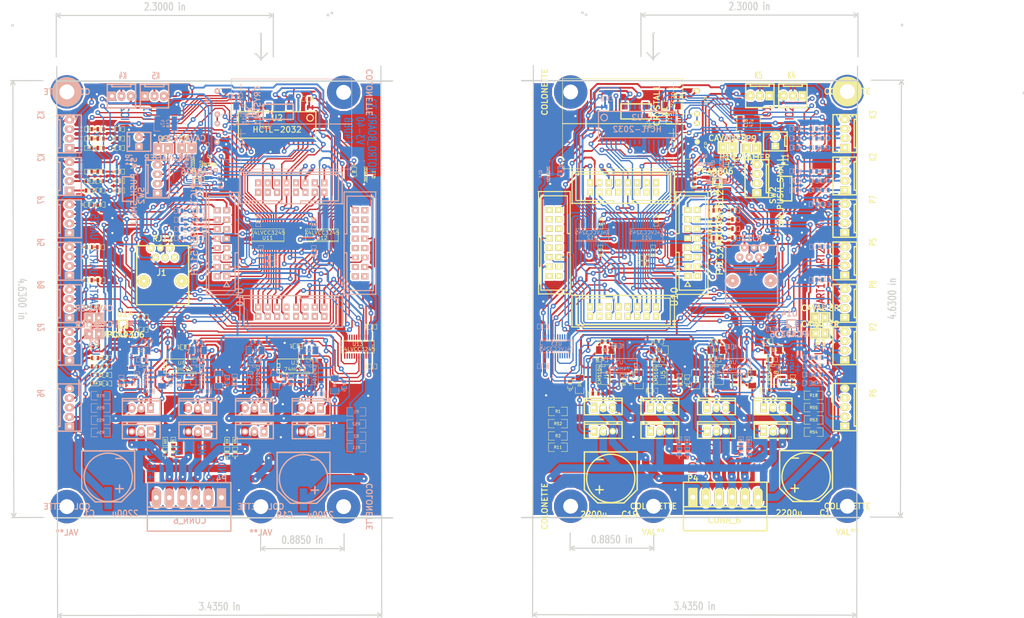
<source format=kicad_pcb>
(kicad_pcb (version 3) (host pcbnew "(2013-jul-07)-stable")
  (title_block (title MOTOR_BOARD) (rev V3-40) (company "CYBERNETISUE EN NORD") (comment 1 F4DEB))
  (layers (15 Dessus signal) (0 Dessous signal hide) (18 B.Paste user) (19 F.Paste user) (20 B.SilkS user) (21 F.SilkS user) (22 B.Mask user) (23 F.Mask user) (28 Edge.Cuts user))
  (net 0 "")
  (net 1 +12V)
  (net 2 +15V)
  (net 3 +3.3V)
  (net 4 +5VD)
  (net 5 /MOTOR/ADC1)
  (net 6 /MOTOR/ADC2)
  (net 7 /MOTOR/DIR1)
  (net 8 /MOTOR/DIR2)
  (net 9 /MOTOR/M1A)
  (net 10 /MOTOR/M1B)
  (net 11 /MOTOR/M2A)
  (net 12 /MOTOR/M2B)
  (net 13 /MOTOR/MOTOREN)
  (net 14 /MOTOR/PWM1)
  (net 15 /MOTOR/PWM2)
  (net 16 /PIC30F4013/BD0)
  (net 17 /PIC30F4013/BD1)
  (net 18 /PIC30F4013/BD2)
  (net 19 /PIC30F4013/BD3)
  (net 20 /PIC30F4013/BD4)
  (net 21 /PIC30F4013/BD5)
  (net 22 /PIC30F4013/BD6)
  (net 23 /PIC30F4013/BD7)
  (net 24 /PIC30F4013/BOSC)
  (net 25 /PIC30F4013/D0)
  (net 26 /PIC30F4013/D1)
  (net 27 /PIC30F4013/D2)
  (net 28 /PIC30F4013/D3)
  (net 29 /PIC30F4013/D4)
  (net 30 /PIC30F4013/D5)
  (net 31 /PIC30F4013/D6)
  (net 32 /PIC30F4013/D7)
  (net 33 /PIC30F4013/DI1)
  (net 34 /PIC30F4013/DI2)
  (net 35 /PIC30F4013/IO1)
  (net 36 /PIC30F4013/IO2)
  (net 37 /PIC30F4013/OE)
  (net 38 /PIC30F4013/OSC)
  (net 39 /PIC30F4013/PGC)
  (net 40 /PIC30F4013/PGD)
  (net 41 /PIC30F4013/PW1)
  (net 42 /PIC30F4013/PW2)
  (net 43 /PIC30F4013/RF0)
  (net 44 /PIC30F4013/RF1)
  (net 45 /PIC30F4013/RST)
  (net 46 /PIC30F4013/RSTxy)
  (net 47 /PIC30F4013/RX1)
  (net 48 /PIC30F4013/RX2)
  (net 49 /PIC30F4013/RX5)
  (net 50 /PIC30F4013/SCL1)
  (net 51 /PIC30F4013/SCL4)
  (net 52 /PIC30F4013/SCL403V3)
  (net 53 /PIC30F4013/SDA1)
  (net 54 /PIC30F4013/SDA4)
  (net 55 /PIC30F4013/SDA403V3)
  (net 56 /PIC30F4013/SEL1)
  (net 57 /PIC30F4013/SEL2)
  (net 58 /PIC30F4013/TX5)
  (net 59 /PIC30F4013/U1RX)
  (net 60 /PIC30F4013/U1TX)
  (net 61 /PIC30F4013/U2RX)
  (net 62 /PIC30F4013/U2TX)
  (net 63 /PIC30F4013/U5RX)
  (net 64 /PIC30F4013/U5TX)
  (net 65 /PIC30F4013/X/Y)
  (net 66 GND)
  (net 67 N-00000103)
  (net 68 N-0000011)
  (net 69 N-00000121)
  (net 70 N-00000122)
  (net 71 N-00000123)
  (net 72 N-00000124)
  (net 73 N-00000125)
  (net 74 N-00000156)
  (net 75 N-00000157)
  (net 76 N-00000158)
  (net 77 N-00000159)
  (net 78 N-00000160)
  (net 79 N-00000161)
  (net 80 N-00000162)
  (net 81 N-00000163)
  (net 82 N-00000164)
  (net 83 N-00000165)
  (net 84 N-00000166)
  (net 85 N-00000167)
  (net 86 N-00000168)
  (net 87 N-00000169)
  (net 88 N-00000170)
  (net 89 N-00000171)
  (net 90 N-00000172)
  (net 91 N-00000173)
  (net 92 N-00000174)
  (net 93 N-00000175)
  (net 94 N-00000176)
  (net 95 N-00000177)
  (net 96 N-00000178)
  (net 97 N-00000179)
  (net 98 N-0000018)
  (net 99 N-00000180)
  (net 100 N-00000181)
  (net 101 N-00000182)
  (net 102 N-00000183)
  (net 103 N-00000184)
  (net 104 N-00000185)
  (net 105 N-00000186)
  (net 106 N-00000187)
  (net 107 N-00000188)
  (net 108 N-00000189)
  (net 109 N-0000019)
  (net 110 N-00000190)
  (net 111 N-00000191)
  (net 112 N-00000193)
  (net 113 N-00000197)
  (net 114 N-0000020)
  (net 115 N-0000038)
  (net 116 N-0000045)
  (net 117 N-0000046)
  (net 118 N-0000047)
  (net 119 N-0000048)
  (net 120 N-0000049)
  (net 121 N-0000050)
  (net 122 N-0000051)
  (net 123 N-0000052)
  (net 124 N-0000053)
  (net 125 N-0000055)
  (net 126 N-0000056)
  (net 127 N-0000057)
  (net 128 N-0000058)
  (net 129 N-0000059)
  (net 130 N-000006)
  (net 131 N-0000060)
  (net 132 N-0000061)
  (net 133 N-0000062)
  (net 134 N-0000063)
  (net 135 N-0000068)
  (net 136 N-0000069)
  (net 137 N-000007)
  (net 138 N-0000070)
  (net 139 N-0000071)
  (net 140 N-0000078)
  (net 141 N-0000079)
  (net 142 N-000008)
  (net 143 N-0000080)
  (net 144 N-0000081)
  (net 145 N-0000082)
  (net 146 N-0000083)
  (net 147 N-0000084)
  (net 148 N-0000092)
  (module COLONETTE (layer Dessous) (at 45.8851 46.7106)
    (fp_text reference COLONETTE (at 0 0) (layer B.SilkS) (effects (font (size 1.524 1.524) (thickness 0.3048)) (justify mirror)))
    (fp_text value VAL** (at 0 6.985) (layer B.SilkS) (effects (font (size 1.524 1.524) (thickness 0.3048)) (justify mirror)))
    (pad 1 thru_hole circle (at 0 0) (size 8.99922 8.99922) (drill 4.0005) (layers *.Cu))
  )
  (module COLONETTE (layer Dessous) (at 98.0821 158.3436)
    (fp_text reference COLONETTE (at 0 0) (layer B.SilkS) (effects (font (size 1.524 1.524) (thickness 0.3048)) (justify mirror)))
    (fp_text value VAL** (at 0 6.985) (layer B.SilkS) (effects (font (size 1.524 1.524) (thickness 0.3048)) (justify mirror)))
    (pad 1 thru_hole circle (at 0 0) (size 8.99922 8.99922) (drill 4.0005) (layers *.Cu))
  )
  (module COLONETTE (layer Dessous) (at 120.3706 46.8376 90)
    (fp_text reference K9 (at 0 0 90) (layer B.SilkS) (effects (font (size 1.524 1.524) (thickness 0.3048)) (justify mirror)))
    (fp_text value COLONETTE (at 0 6.985 90) (layer B.SilkS) (effects (font (size 1.524 1.524) (thickness 0.3048)) (justify mirror)))
    (pad 1 thru_hole circle (at 0 0 90) (size 8.99922 8.99922) (drill 4.0005) (layers *.Cu))
  )
  (module COLONETTE (layer Dessous) (at 120.3706 158.3436 90)
    (fp_text reference K8 (at 0 0 90) (layer B.SilkS) (effects (font (size 1.524 1.524) (thickness 0.3048)) (justify mirror)))
    (fp_text value COLONETTE (at 0 6.985 90) (layer B.SilkS) (effects (font (size 1.524 1.524) (thickness 0.3048)) (justify mirror)))
    (pad 1 thru_hole circle (at 0 0 90) (size 8.99922 8.99922) (drill 4.0005) (layers *.Cu))
  )
  (module COLONETTE (layer Dessous) (at 45.8851 158.3436)
    (fp_text reference COLONETTE (at 0 0) (layer B.SilkS) (effects (font (size 1.524 1.524) (thickness 0.3048)) (justify mirror)))
    (fp_text value VAL** (at 0 6.985) (layer B.SilkS) (effects (font (size 1.524 1.524) (thickness 0.3048)) (justify mirror)))
    (pad 1 thru_hole circle (at 0 0) (size 8.99922 8.99922) (drill 4.0005) (layers *.Cu))
  )
  (module RJ12_E (layer Dessus) (at 71.6661 88.7476)
    (fp_text reference J1 (at -0.3175 6.6675) (layer F.SilkS) (effects (font (size 1.524 1.524) (thickness 0.3048))))
    (fp_text value RJ12 (at 0 -2.54) (layer F.SilkS) (effects (font (size 1.524 1.524) (thickness 0.3048))))
    (pad 4 thru_hole oval (at 0.635 2.54) (size 1.80086 2) (drill 0.8128) (layers *.Cu *.Mask F.SilkS) (net 40 /PIC30F4013/PGD))
    (pad 2 thru_hole oval (at -1.905 2.54) (size 1.80086 2) (drill 0.8128) (layers *.Cu *.Mask F.SilkS) (net 3 +3.3V))
    (pad 6 thru_hole oval (at 3.175 2.54) (size 1.80086 2) (drill 0.8128) (layers *.Cu *.Mask F.SilkS))
    (pad 1 thru_hole oval (at -3.175 0) (size 1.80086 2) (drill 0.8128) (layers *.Cu *.Mask F.SilkS) (net 45 /PIC30F4013/RST))
    (pad 3 thru_hole oval (at -0.635 0) (size 1.80086 2) (drill 0.8128) (layers *.Cu *.Mask F.SilkS) (net 66 GND))
    (pad 5 thru_hole oval (at 1.905 0) (size 1.80086 2) (drill 0.8128) (layers *.Cu *.Mask F.SilkS) (net 39 /PIC30F4013/PGC))
    (pad 8 thru_hole circle (at 5.08 8.89) (size 3.2512 3.2512) (drill 0.8128) (layers *.Cu *.Mask F.SilkS))
    (pad 7 thru_hole circle (at -5.08 8.89) (size 3.2512 3.2512) (drill 0.8128) (layers *.Cu *.Mask F.SilkS))
  )
  (module VSSOP-8 (layer Dessus) (at 60.9346 109.1946 180)
    (fp_text reference U14 (at -0.5588 2.7432 180) (layer F.SilkS) (effects (font (size 1.524 1.524) (thickness 0.3048))))
    (fp_text value PCA9306 (at -0.762 -2.8956 180) (layer F.SilkS) (effects (font (size 1.524 1.524) (thickness 0.3048))))
    (pad 4 smd rect (at -1.4732 0.762 270) (size 0.24892 1.00076) (layers Dessus F.Paste F.Mask) (net 132 N-0000061))
    (pad 3 smd rect (at -1.4732 0.254 270) (size 0.24892 1.00076) (layers Dessus F.Paste F.Mask) (net 133 N-0000062))
    (pad 2 smd rect (at -1.4732 -0.254 270) (size 0.24892 1.00076) (layers Dessus F.Paste F.Mask) (net 3 +3.3V))
    (pad 1 smd rect (at -1.4732 -0.762 270) (size 0.24892 1.00076) (layers Dessus F.Paste F.Mask) (net 66 GND))
    (pad 5 smd rect (at 1.4224 0.762 270) (size 0.24892 1.00076) (layers Dessus F.Paste F.Mask) (net 53 /PIC30F4013/SDA1))
    (pad 6 smd rect (at 1.4224 0.254 270) (size 0.24892 1.00076) (layers Dessus F.Paste F.Mask) (net 50 /PIC30F4013/SCL1))
    (pad 7 smd rect (at 1.4224 -0.254 270) (size 0.24892 1.00076) (layers Dessus F.Paste F.Mask) (net 136 N-0000069))
    (pad 8 smd rect (at 1.4224 -0.762 270) (size 0.24892 1.00076) (layers Dessus F.Paste F.Mask) (net 136 N-0000069))
  )
  (module VSSOP-8 (layer Dessous) (at 80.8736 71.0946 180)
    (fp_text reference U1 (at -0.5588 -2.7432 180) (layer B.SilkS) (effects (font (size 1.524 1.524) (thickness 0.3048)) (justify mirror)))
    (fp_text value PCA9306 (at -0.762 2.8956 180) (layer B.SilkS) (effects (font (size 1.524 1.524) (thickness 0.3048)) (justify mirror)))
    (pad 4 smd rect (at -1.4732 -0.762 90) (size 0.24892 1.00076) (layers Dessous B.Paste B.Mask) (net 55 /PIC30F4013/SDA403V3))
    (pad 3 smd rect (at -1.4732 -0.254 90) (size 0.24892 1.00076) (layers Dessous B.Paste B.Mask) (net 52 /PIC30F4013/SCL403V3))
    (pad 2 smd rect (at -1.4732 0.254 90) (size 0.24892 1.00076) (layers Dessous B.Paste B.Mask) (net 3 +3.3V))
    (pad 1 smd rect (at -1.4732 0.762 90) (size 0.24892 1.00076) (layers Dessous B.Paste B.Mask) (net 66 GND))
    (pad 5 smd rect (at 1.4224 -0.762 90) (size 0.24892 1.00076) (layers Dessous B.Paste B.Mask) (net 54 /PIC30F4013/SDA4))
    (pad 6 smd rect (at 1.4224 -0.254 90) (size 0.24892 1.00076) (layers Dessous B.Paste B.Mask) (net 51 /PIC30F4013/SCL4))
    (pad 7 smd rect (at 1.4224 0.254 90) (size 0.24892 1.00076) (layers Dessous B.Paste B.Mask) (net 67 N-00000103))
    (pad 8 smd rect (at 1.4224 0.762 90) (size 0.24892 1.00076) (layers Dessous B.Paste B.Mask) (net 67 N-00000103))
  )
  (module C-10F (layer Dessous) (at 90.17 55.4228 270)
    (fp_text reference C22 (at 5.08 -2.54 270) (layer B.SilkS) (effects (justify mirror)))
    (fp_text value CP (at 5.715 6.35 270) (layer B.SilkS) (effects (justify mirror)))
    (pad 1 thru_hole circle (at -0.2032 3.81 270) (size 1.5 1.5) (drill 0.6) (layers *.Cu *.Mask B.SilkS) (net 70 N-00000122))
    (pad 2 thru_hole circle (at 4.826 3.8608 270) (size 1.5 1.5) (drill 0.6) (layers *.Cu *.Mask B.SilkS) (net 66 GND))
  )
  (module C-10F (layer Dessous) (at 90.17 43.2308 270)
    (fp_text reference C20 (at 5.08 -2.54 270) (layer B.SilkS) (effects (justify mirror)))
    (fp_text value CP (at 5.715 6.35 270) (layer B.SilkS) (effects (justify mirror)))
    (pad 1 thru_hole circle (at 3.2512 3.81 270) (size 1.5 1.5) (drill 0.6) (layers *.Cu *.Mask B.SilkS) (net 71 N-00000123))
    (pad 2 thru_hole circle (at 9.525 3.81 270) (size 1.5 1.5) (drill 0.6) (layers *.Cu *.Mask B.SilkS) (net 70 N-00000122))
  )
  (module KK-2 (layer Dessous) (at 65.278 58.8772 270)
    (fp_text reference K10 (at 4.191 -5.08 270) (layer B.SilkS) (effects (font (size 1.73482 1.08712) (thickness 0.27178)) (justify mirror)))
    (fp_text value CONN_2 hide)
    (pad 1 thru_hole rect (at 2.54 0 270) (size 1.80086 2.10058) (drill 0.8001) (layers *.Cu *.Mask B.SilkS) (net 66 GND))
    (pad 2 thru_hole circle (at 0 0 270) (size 2.10058 2.10058) (drill 0.8001) (layers *.Cu *.Mask B.SilkS) (net 45 /PIC30F4013/RST))
  )
  (module WEIDMULLER-6 (layer Dessous) (at 87.4776 155.9306 180)
    (fp_text reference P4 (at 0 5.08 180) (layer B.SilkS) (effects (font (size 1.524 1.524) (thickness 0.3048)) (justify mirror)))
    (fp_text value CONN_6 (at 8.509 -6.223 180) (layer B.SilkS) (effects (font (size 1.524 1.524) (thickness 0.3048)) (justify mirror)))
    (pad 1 thru_hole rect (at 0 0 180) (size 2.54 5.08) (drill 1.30048) (layers *.Cu *.Mask B.SilkS) (net 66 GND))
    (pad 2 thru_hole oval (at 3.4925 0 180) (size 2.54 5.08) (drill 1.30048) (layers *.Cu *.Mask B.SilkS) (net 9 /MOTOR/M1A))
    (pad 3 thru_hole oval (at 7.0485 0 180) (size 2.54 5.08) (drill 1.30048) (layers *.Cu *.Mask B.SilkS) (net 10 /MOTOR/M1B))
    (pad 4 thru_hole oval (at 10.541 0 180) (size 2.54 5.08) (drill 1.30048) (layers *.Cu *.Mask B.SilkS) (net 11 /MOTOR/M2A))
    (pad 5 thru_hole oval (at 14.0335 0 180) (size 2.54 5.08) (drill 1.30048) (layers *.Cu *.Mask B.SilkS) (net 12 /MOTOR/M2B))
    (pad 6 thru_hole oval (at 17.526 0 180) (size 2.54 5.08) (drill 1.30048) (layers *.Cu *.Mask B.SilkS) (net 2 +15V))
  )
  (module CAVALIER (layer Dessous) (at 51.9176 111.8616)
    (fp_text reference P3 (at 1.27 2.54) (layer B.SilkS) (effects (font (size 1.524 1.524) (thickness 0.3048)) (justify mirror)))
    (fp_text value CAVALIER (at 1.27 -2.54) (layer B.SilkS) (effects (font (size 1.524 1.524) (thickness 0.3048)) (justify mirror)))
    (pad 1 thru_hole rect (at 0 0) (size 1.99898 1.99898) (drill 0.8001) (layers *.Cu *.Mask B.SilkS) (net 50 /PIC30F4013/SCL1))
    (pad 2 thru_hole rect (at 2.54 0) (size 1.99898 1.99898) (drill 0.8001) (layers *.Cu *.Mask B.SilkS) (net 114 N-0000020))
  )
  (module CAVALIER (layer Dessous) (at 51.9176 107.5436)
    (fp_text reference P1 (at 1.27 2.54) (layer B.SilkS) (effects (font (size 1.524 1.524) (thickness 0.3048)) (justify mirror)))
    (fp_text value CAVALIER (at 1.27 -2.54) (layer B.SilkS) (effects (font (size 1.524 1.524) (thickness 0.3048)) (justify mirror)))
    (pad 1 thru_hole rect (at 0 0) (size 1.99898 1.99898) (drill 0.8001) (layers *.Cu *.Mask B.SilkS) (net 53 /PIC30F4013/SDA1))
    (pad 2 thru_hole rect (at 2.54 0) (size 1.99898 1.99898) (drill 0.8001) (layers *.Cu *.Mask B.SilkS) (net 115 N-0000038))
  )
  (module CAVALIER (layer Dessous) (at 73.0504 61.9252 180)
    (fp_text reference P9 (at 1.27 2.54 180) (layer B.SilkS) (effects (font (size 1.524 1.524) (thickness 0.3048)) (justify mirror)))
    (fp_text value CAVALIER (at 1.27 -2.54 180) (layer B.SilkS) (effects (font (size 1.524 1.524) (thickness 0.3048)) (justify mirror)))
    (pad 1 thru_hole rect (at 0 0 180) (size 1.99898 2.54) (drill 0.8001) (layers *.Cu *.Mask B.SilkS) (net 54 /PIC30F4013/SDA4))
    (pad 2 thru_hole rect (at 2.54 0 180) (size 1.99898 2.54) (drill 0.8001) (layers *.Cu *.Mask B.SilkS) (net 98 N-0000018))
  )
  (module CAVALIER (layer Dessous) (at 76.8604 61.7728)
    (fp_text reference P10 (at 1.27 2.54) (layer B.SilkS) (effects (font (size 1.524 1.524) (thickness 0.3048)) (justify mirror)))
    (fp_text value CAVALIER (at 1.27 -2.54) (layer B.SilkS) (effects (font (size 1.524 1.524) (thickness 0.3048)) (justify mirror)))
    (pad 1 thru_hole rect (at 0 0) (size 1.99898 2.54) (drill 0.8001) (layers *.Cu *.Mask B.SilkS) (net 51 /PIC30F4013/SCL4))
    (pad 2 thru_hole rect (at 2.54 0) (size 1.99898 2.54) (drill 0.8001) (layers *.Cu *.Mask B.SilkS) (net 109 N-0000019))
  )
  (module SW2 (layer Dessous) (at 62.3824 76.6572 90)
    (fp_text reference SW2 (at 2.032 3.556 90) (layer B.SilkS) (effects (font (size 1.524 1.524) (thickness 0.3048)) (justify mirror)))
    (fp_text value SW_PUSH_SMALL (at 3.048 1.524 90) (layer B.SilkS) (effects (font (size 1.524 1.524) (thickness 0.3048)) (justify mirror)))
    (pad 1 smd rect (at 0 0 90) (size 2.30124 1.30048) (layers Dessous B.Paste B.Mask) (net 45 /PIC30F4013/RST))
    (pad 2 smd rect (at 7.62 0 90) (size 2.30124 1.30048) (layers Dessous B.Paste B.Mask) (net 66 GND))
  )
  (module SOJ32 (layer Dessus) (at 102.4636 55.6006 180)
    (fp_text reference U2 (at 0 1.905 180) (layer F.SilkS) (effects (font (size 1.524 1.524) (thickness 0.254))))
    (fp_text value HCTL-2032 (at 0 -1.27 180) (layer F.SilkS) (effects (font (size 1.524 1.524) (thickness 0.254))))
    (pad 20 smd rect (at 5.715 -4.699 180) (size 0.4572 1.27) (layers Dessus F.Paste F.Mask) (net 31 /PIC30F4013/D6))
    (pad 21 smd rect (at 4.445 -4.699 180) (size 0.4572 1.27) (layers Dessus F.Paste F.Mask) (net 30 /PIC30F4013/D5))
    (pad 22 smd rect (at 3.175 -4.699 180) (size 0.4572 1.27) (layers Dessus F.Paste F.Mask) (net 29 /PIC30F4013/D4))
    (pad 23 smd rect (at 1.905 -4.699 180) (size 0.4572 1.27) (layers Dessus F.Paste F.Mask) (net 66 GND))
    (pad 24 smd rect (at 0.635 -4.699 180) (size 0.4572 1.27) (layers Dessus F.Paste F.Mask))
    (pad 28 smd rect (at -4.445 -4.699 180) (size 0.4572 1.27) (layers Dessus F.Paste F.Mask))
    (pad 29 smd rect (at -5.715 -4.699 180) (size 0.4572 1.27) (layers Dessus F.Paste F.Mask) (net 28 /PIC30F4013/D3))
    (pad 30 smd rect (at -6.985 -4.699 180) (size 0.4572 1.27) (layers Dessus F.Paste F.Mask) (net 27 /PIC30F4013/D2))
    (pad 31 smd rect (at -8.255 -4.699 180) (size 0.4572 1.27) (layers Dessus F.Paste F.Mask) (net 26 /PIC30F4013/D1))
    (pad 32 smd rect (at -9.525 -4.699 180) (size 0.4572 1.27) (layers Dessus F.Paste F.Mask) (net 65 /PIC30F4013/X/Y))
    (pad 1 smd rect (at -9.525 4.699 180) (size 0.4572 1.27) (layers Dessus F.Paste F.Mask) (net 4 +5VD))
    (pad 2 smd rect (at -8.255 4.699 180) (size 0.4572 1.27) (layers Dessus F.Paste F.Mask) (net 4 +5VD))
    (pad 3 smd rect (at -6.985 4.699 180) (size 0.4572 1.27) (layers Dessus F.Paste F.Mask) (net 66 GND))
    (pad 4 smd rect (at -5.715 4.699 180) (size 0.4572 1.27) (layers Dessus F.Paste F.Mask) (net 25 /PIC30F4013/D0))
    (pad 5 smd rect (at -4.445 4.699 180) (size 0.4572 1.27) (layers Dessus F.Paste F.Mask) (net 24 /PIC30F4013/BOSC))
    (pad 9 smd rect (at 0.635 4.699 180) (size 0.4572 1.27) (layers Dessus F.Paste F.Mask))
    (pad 10 smd rect (at 1.905 4.699 180) (size 0.4572 1.27) (layers Dessus F.Paste F.Mask) (net 32 /PIC30F4013/D7))
    (pad 11 smd rect (at 3.175 4.699 180) (size 0.4572 1.27) (layers Dessus F.Paste F.Mask) (net 46 /PIC30F4013/RSTxy))
    (pad 12 smd rect (at 4.445 4.699 180) (size 0.4572 1.27) (layers Dessus F.Paste F.Mask) (net 46 /PIC30F4013/RSTxy))
    (pad 13 smd rect (at 5.715 4.699 180) (size 0.4572 1.27) (layers Dessus F.Paste F.Mask) (net 118 N-0000047))
    (pad 14 smd rect (at 6.985 4.699 180) (size 0.4572 1.27) (layers Dessus F.Paste F.Mask) (net 141 N-0000079))
    (pad 15 smd rect (at 8.255 4.699 180) (size 0.4572 1.27) (layers Dessus F.Paste F.Mask) (net 127 N-0000057))
    (pad 16 smd rect (at 9.525 4.699 180) (size 0.4572 1.27) (layers Dessus F.Paste F.Mask) (net 145 N-0000082))
    (pad 6 smd rect (at -3.175 4.699 180) (size 0.4572 1.27) (layers Dessus F.Paste F.Mask) (net 56 /PIC30F4013/SEL1))
    (pad 7 smd rect (at -1.905 4.699 180) (size 0.4572 1.27) (layers Dessus F.Paste F.Mask) (net 37 /PIC30F4013/OE))
    (pad 8 smd rect (at -0.635 4.699 180) (size 0.4572 1.27) (layers Dessus F.Paste F.Mask))
    (pad 27 smd rect (at -3.175 -4.699 180) (size 0.4572 1.27) (layers Dessus F.Paste F.Mask))
    (pad 26 smd rect (at -1.905 -4.699 180) (size 0.4572 1.27) (layers Dessus F.Paste F.Mask) (net 57 /PIC30F4013/SEL2))
    (pad 25 smd rect (at -0.635 -4.699 180) (size 0.4572 1.27) (layers Dessus F.Paste F.Mask))
    (pad 19 smd rect (at 6.985 -4.699 180) (size 0.4572 1.27) (layers Dessus F.Paste F.Mask) (net 146 N-0000083))
    (pad 18 smd rect (at 8.255 -4.699 180) (size 0.4572 1.27) (layers Dessus F.Paste F.Mask) (net 66 GND))
    (pad 17 smd rect (at 9.525 -4.699 180) (size 0.4572 1.27) (layers Dessus F.Paste F.Mask) (net 128 N-0000058))
  )
  (module C_14x16 (layer Dessous) (at 109.5756 156.4386)
    (fp_text reference C19 (at -5.08 4.064) (layer B.SilkS) (effects (font (size 1.524 1.524) (thickness 0.3048)) (justify mirror)))
    (fp_text value 2200u (at 4.572 4.064) (layer B.SilkS) (effects (font (size 1.524 1.524) (thickness 0.3048)) (justify mirror)))
    (pad 1 smd rect (at 0 0) (size 2 6) (layers Dessous B.Paste B.Mask) (net 2 +15V))
    (pad 2 smd rect (at 0 -11.684) (size 2 6) (layers Dessous B.Paste B.Mask) (net 66 GND))
  )
  (module C_14x16 (layer Dessous) (at 56.9976 156.0576)
    (fp_text reference C1 (at -5.08 4.064) (layer B.SilkS) (effects (font (size 1.524 1.524) (thickness 0.3048)) (justify mirror)))
    (fp_text value 2200u (at 4.572 4.064) (layer B.SilkS) (effects (font (size 1.524 1.524) (thickness 0.3048)) (justify mirror)))
    (pad 1 smd rect (at 0 0) (size 2 6) (layers Dessous B.Paste B.Mask) (net 2 +15V))
    (pad 2 smd rect (at 0 -11.684) (size 2 6) (layers Dessous B.Paste B.Mask) (net 66 GND))
  )
  (module KK-5 (layer Dessous) (at 46.5836 129.1336 270)
    (fp_text reference P6 (at -1.27 7.62 270) (layer B.SilkS) (effects (font (size 1.73482 1.08712) (thickness 0.27178)) (justify mirror)))
    (fp_text value CONN_5 hide)
    (pad 5 thru_hole oval (at -2.54 0 270) (size 1.99898 2.54) (drill 1.00076) (layers *.Cu *.Mask B.SilkS) (net 66 GND))
    (pad 1 thru_hole rect (at 7.62 0 270) (size 1.99898 2.54) (drill 1.00076) (layers *.Cu *.Mask B.SilkS) (net 66 GND))
    (pad 2 thru_hole oval (at 5.08 0 270) (size 1.99898 2.54) (drill 1.00076) (layers *.Cu *.Mask B.SilkS) (net 3 +3.3V))
    (pad 3 thru_hole oval (at 2.54 0 270) (size 1.99898 2.54) (drill 1.00076) (layers *.Cu *.Mask B.SilkS) (net 4 +5VD))
    (pad 4 thru_hole oval (at 0 0 270) (size 1.99898 2.54) (drill 1.00076) (layers *.Cu *.Mask B.SilkS) (net 1 +12V))
  )
  (module KK-4 (layer Dessous) (at 46.5836 65.6336 270)
    (fp_text reference K2 (at -1.27 7.62 270) (layer B.SilkS) (effects (font (size 1.73482 1.08712) (thickness 0.27178)) (justify mirror)))
    (fp_text value CONN_4 hide)
    (pad 1 thru_hole rect (at 7.62 0 270) (size 1.99898 2.54) (drill 1.00076) (layers *.Cu *.Mask B.SilkS) (net 143 N-0000080))
    (pad 2 thru_hole oval (at 5.08 0 270) (size 1.99898 2.54) (drill 1.00076) (layers *.Cu *.Mask B.SilkS) (net 126 N-0000056))
    (pad 3 thru_hole oval (at 2.54 0 270) (size 1.99898 2.54) (drill 1.00076) (layers *.Cu *.Mask B.SilkS) (net 144 N-0000081))
    (pad 4 thru_hole oval (at 0 0 270) (size 1.99898 2.54) (drill 1.00076) (layers *.Cu *.Mask B.SilkS) (net 1 +12V))
  )
  (module KK-4 (layer Dessous) (at 46.5836 77.0636 270)
    (fp_text reference P7 (at -1.27 7.62 270) (layer B.SilkS) (effects (font (size 1.73482 1.08712) (thickness 0.27178)) (justify mirror)))
    (fp_text value CONN_4 hide)
    (pad 1 thru_hole rect (at 7.62 0 270) (size 1.99898 2.54) (drill 1.00076) (layers *.Cu *.Mask B.SilkS) (net 66 GND))
    (pad 2 thru_hole oval (at 5.08 0 270) (size 1.99898 2.54) (drill 1.00076) (layers *.Cu *.Mask B.SilkS) (net 64 /PIC30F4013/U5TX))
    (pad 3 thru_hole oval (at 2.54 0 270) (size 1.99898 2.54) (drill 1.00076) (layers *.Cu *.Mask B.SilkS) (net 4 +5VD))
    (pad 4 thru_hole oval (at 0 0 270) (size 1.99898 2.54) (drill 1.00076) (layers *.Cu *.Mask B.SilkS) (net 63 /PIC30F4013/U5RX))
  )
  (module KK-4 (layer Dessous) (at 46.5836 88.4936 270)
    (fp_text reference P5 (at -1.27 7.62 270) (layer B.SilkS) (effects (font (size 1.73482 1.08712) (thickness 0.27178)) (justify mirror)))
    (fp_text value CONN_4 hide)
    (pad 1 thru_hole rect (at 7.62 0 270) (size 1.99898 2.54) (drill 1.00076) (layers *.Cu *.Mask B.SilkS) (net 66 GND))
    (pad 2 thru_hole oval (at 5.08 0 270) (size 1.99898 2.54) (drill 1.00076) (layers *.Cu *.Mask B.SilkS) (net 62 /PIC30F4013/U2TX))
    (pad 3 thru_hole oval (at 2.54 0 270) (size 1.99898 2.54) (drill 1.00076) (layers *.Cu *.Mask B.SilkS) (net 4 +5VD))
    (pad 4 thru_hole oval (at 0 0 270) (size 1.99898 2.54) (drill 1.00076) (layers *.Cu *.Mask B.SilkS) (net 61 /PIC30F4013/U2RX))
  )
  (module KK-4 (layer Dessous) (at 46.5836 99.9236 270)
    (fp_text reference P8 (at -1.27 7.62 270) (layer B.SilkS) (effects (font (size 1.73482 1.08712) (thickness 0.27178)) (justify mirror)))
    (fp_text value CONN_4 hide)
    (pad 1 thru_hole rect (at 7.62 0 270) (size 1.99898 2.54) (drill 1.00076) (layers *.Cu *.Mask B.SilkS) (net 66 GND))
    (pad 2 thru_hole oval (at 5.08 0 270) (size 1.99898 2.54) (drill 1.00076) (layers *.Cu *.Mask B.SilkS) (net 60 /PIC30F4013/U1TX))
    (pad 3 thru_hole oval (at 2.54 0 270) (size 1.99898 2.54) (drill 1.00076) (layers *.Cu *.Mask B.SilkS) (net 4 +5VD))
    (pad 4 thru_hole oval (at 0 0 270) (size 1.99898 2.54) (drill 1.00076) (layers *.Cu *.Mask B.SilkS) (net 59 /PIC30F4013/U1RX))
  )
  (module KK-4 (layer Dessous) (at 46.5836 111.3536 270)
    (fp_text reference P2 (at -1.27 7.62 270) (layer B.SilkS) (effects (font (size 1.73482 1.08712) (thickness 0.27178)) (justify mirror)))
    (fp_text value CONN_4 hide)
    (pad 1 thru_hole rect (at 7.62 0 270) (size 1.99898 2.54) (drill 1.00076) (layers *.Cu *.Mask B.SilkS) (net 66 GND))
    (pad 2 thru_hole oval (at 5.08 0 270) (size 1.99898 2.54) (drill 1.00076) (layers *.Cu *.Mask B.SilkS) (net 4 +5VD))
    (pad 3 thru_hole oval (at 2.54 0 270) (size 1.99898 2.54) (drill 1.00076) (layers *.Cu *.Mask B.SilkS) (net 50 /PIC30F4013/SCL1))
    (pad 4 thru_hole oval (at 0 0 270) (size 1.99898 2.54) (drill 1.00076) (layers *.Cu *.Mask B.SilkS) (net 53 /PIC30F4013/SDA1))
  )
  (module KK-4 (layer Dessous) (at 70.2564 66.3448 270)
    (fp_text reference P11 (at -1.27 7.62 270) (layer B.SilkS) (effects (font (size 1.73482 1.08712) (thickness 0.27178)) (justify mirror)))
    (fp_text value CONN_4 hide)
    (pad 1 thru_hole rect (at 7.62 0 270) (size 1.99898 2.54) (drill 1.00076) (layers *.Cu *.Mask B.SilkS) (net 66 GND))
    (pad 2 thru_hole oval (at 5.08 0 270) (size 1.99898 2.54) (drill 1.00076) (layers *.Cu *.Mask B.SilkS) (net 4 +5VD))
    (pad 3 thru_hole oval (at 2.54 0 270) (size 1.99898 2.54) (drill 1.00076) (layers *.Cu *.Mask B.SilkS) (net 51 /PIC30F4013/SCL4))
    (pad 4 thru_hole oval (at 0 0 270) (size 1.99898 2.54) (drill 1.00076) (layers *.Cu *.Mask B.SilkS) (net 54 /PIC30F4013/SDA4))
  )
  (module KK-4 (layer Dessous) (at 46.5836 54.2036 270)
    (fp_text reference K3 (at -1.27 7.62 270) (layer B.SilkS) (effects (font (size 1.73482 1.08712) (thickness 0.27178)) (justify mirror)))
    (fp_text value CONN_4 hide)
    (pad 1 thru_hole rect (at 7.62 0 270) (size 1.99898 2.54) (drill 1.00076) (layers *.Cu *.Mask B.SilkS) (net 125 N-0000055))
    (pad 2 thru_hole oval (at 5.08 0 270) (size 1.99898 2.54) (drill 1.00076) (layers *.Cu *.Mask B.SilkS) (net 140 N-0000078))
    (pad 3 thru_hole oval (at 2.54 0 270) (size 1.99898 2.54) (drill 1.00076) (layers *.Cu *.Mask B.SilkS) (net 119 N-0000048))
    (pad 4 thru_hole oval (at 0 0 270) (size 1.99898 2.54) (drill 1.00076) (layers *.Cu *.Mask B.SilkS) (net 1 +12V))
  )
  (module KK-3 (layer Dessous) (at 63.0936 47.8536 180)
    (fp_text reference K4 (at 2.159 5.461 180) (layer B.SilkS) (effects (font (size 1.73482 1.08712) (thickness 0.27178)) (justify mirror)))
    (fp_text value CONN_3 hide)
    (pad 1 thru_hole rect (at 5.08 0 180) (size 2.1 2.54) (drill 1.00076) (layers *.Cu *.Mask B.SilkS) (net 66 GND))
    (pad 2 thru_hole oval (at 2.54 0 180) (size 2.10058 2.54) (drill 0.89916) (layers *.Cu *.Mask B.SilkS) (net 4 +5VD))
    (pad 3 thru_hole oval (at 0 0 180) (size 2.10058 2.54) (drill 0.89916) (layers *.Cu *.Mask B.SilkS) (net 36 /PIC30F4013/IO2))
  )
  (module KK-3 (layer Dessous) (at 71.9836 47.8536 180)
    (fp_text reference K5 (at 2.159 5.461 180) (layer B.SilkS) (effects (font (size 1.73482 1.08712) (thickness 0.27178)) (justify mirror)))
    (fp_text value CONN_3 hide)
    (pad 1 thru_hole rect (at 5.08 0 180) (size 2.1 2.54) (drill 0.89916) (layers *.Cu *.Mask B.SilkS) (net 66 GND))
    (pad 2 thru_hole oval (at 2.54 0 180) (size 2.10058 2.54) (drill 0.89916) (layers *.Cu *.Mask B.SilkS) (net 4 +5VD))
    (pad 3 thru_hole oval (at 0 0 180) (size 2.10058 2.54) (drill 0.89916) (layers *.Cu *.Mask B.SilkS) (net 35 /PIC30F4013/IO1))
  )
  (module LFXTAL003000 (layer Dessous) (at 100.2284 50.546 270)
    (fp_text reference X1 (at 1.524 5.08 270) (layer B.SilkS) (effects (font (size 1.524 1.524) (thickness 0.3048)) (justify mirror)))
    (fp_text value CRYSTAL1 (at 0 3.048 270) (layer B.SilkS) (effects (font (size 1.524 1.524) (thickness 0.3048)) (justify mirror)))
    (pad 1 smd rect (at 0 0 270) (size 2 1.5) (layers Dessous B.Paste B.Mask) (net 73 N-00000125))
    (pad 2 smd rect (at 3.048 0 270) (size 2 1.5) (layers Dessous B.Paste B.Mask) (net 72 N-00000124))
    (pad 3 smd rect (at 0 -5.588 270) (size 2 1.524) (layers Dessous B.Paste B.Mask))
    (pad 4 smd rect (at 3.048 -5.588 270) (size 2 1.524) (layers Dessous B.Paste B.Mask))
  )
  (module SM0603_Capa (layer Dessous) (at 99.0092 55.9308 180)
    (fp_text reference C23 (at 0 0 450) (layer B.SilkS) (effects (font (size 0.508 0.4572) (thickness 0.1143)) (justify mirror)))
    (fp_text value C (at -1.651 0 450) (layer B.SilkS) (effects (font (size 0.508 0.4572) (thickness 0.1143)) (justify mirror)))
    (pad 1 smd rect (at -0.762 0 180) (size 0.635 1.143) (layers Dessous B.Paste B.Mask) (net 72 N-00000124))
    (pad 2 smd rect (at 0.762 0 180) (size 0.635 1.143) (layers Dessous B.Paste B.Mask) (net 66 GND))
  )
  (module SM0603_Resistor (layer Dessous) (at 90.6272 47.9552 180)
    (fp_text reference R69 (at 0.0635 0.0635 450) (layer B.SilkS) (effects (font (size 0.50038 0.4572) (thickness 0.1143)) (justify mirror)))
    (fp_text value R (at -1.69926 0 450) (layer B.SilkS) (effects (font (size 0.508 0.4572) (thickness 0.1143)) (justify mirror)))
    (pad 1 smd rect (at -0.762 0 180) (size 0.635 1.143) (layers Dessous B.Paste B.Mask) (net 69 N-00000121))
    (pad 2 smd rect (at 0.762 0 180) (size 0.635 1.143) (layers Dessous B.Paste B.Mask) (net 71 N-00000123))
  )
  (module SM1206 (layer Dessous) (at 93.1672 50.4952 180)
    (fp_text reference D23 (at 0 0 180) (layer B.SilkS) (effects (font (size 0.762 0.762) (thickness 0.127)) (justify mirror)))
    (fp_text value DIODESCH hide)
    (pad 1 smd rect (at -1.651 0 180) (size 1.524 2.032) (layers Dessous B.Paste B.Mask) (net 4 +5VD))
    (pad 2 smd rect (at 1.651 0 180) (size 1.524 2.032) (layers Dessous B.Paste B.Mask) (net 69 N-00000121))
  )
  (module SSOP8 (layer Dessous) (at 93.1672 54.0004 270)
    (fp_text reference U15 (at 0 -0.508 270) (layer B.SilkS) (effects (font (size 1.016 1.016) (thickness 0.1524)) (justify mirror)))
    (fp_text value PCF8563 hide)
    (pad 1 smd rect (at -0.9779 -2.2225 270) (size 0.4064 1.27) (layers Dessous B.Paste B.Mask) (net 73 N-00000125))
    (pad 2 smd rect (at -0.3302 -2.2225 270) (size 0.4064 1.27) (layers Dessous B.Paste B.Mask) (net 72 N-00000124))
    (pad 3 smd rect (at 0.3302 -2.2225 270) (size 0.4064 1.27) (layers Dessous B.Paste B.Mask))
    (pad 4 smd rect (at 0.9779 -2.2225 270) (size 0.4064 1.27) (layers Dessous B.Paste B.Mask) (net 66 GND))
    (pad 5 smd rect (at 0.9779 2.2225 270) (size 0.4064 1.27) (layers Dessous B.Paste B.Mask) (net 54 /PIC30F4013/SDA4))
    (pad 6 smd rect (at 0.3302 2.2225 270) (size 0.4064 1.27) (layers Dessous B.Paste B.Mask) (net 51 /PIC30F4013/SCL4))
    (pad 7 smd rect (at -0.3302 2.2225 270) (size 0.4064 1.27) (layers Dessous B.Paste B.Mask))
    (pad 8 smd rect (at -0.9779 2.2225 270) (size 0.4064 1.27) (layers Dessous B.Paste B.Mask) (net 69 N-00000121))
  )
  (module PIC32½64 (layer Dessous) (at 86.3346 96.3676 90)
    (fp_text reference U10 (at -5.588 6.096 90) (layer B.SilkS) (effects (font (size 1.778 1.778) (thickness 0.3048)) (justify mirror)))
    (fp_text value PIC32MX795F512H (at 12.7 -6.096 90) (layer B.SilkS) (effects (font (size 1.778 1.778) (thickness 0.3048)) (justify mirror)))
    (pad 15 thru_hole rect (at 17.78 2.54254 180) (size 1.89992 1.6002) (drill 0.8001) (layers *.Cu *.Mask B.SilkS) (net 39 /PIC30F4013/PGC))
    (pad 16 thru_hole rect (at 17.78 0.00254 180) (size 1.89992 1.6002) (drill 0.8001) (layers *.Cu *.Mask B.SilkS) (net 40 /PIC30F4013/PGD))
    (pad 13 thru_hole rect (at 15.24 2.54254 180) (size 1.89992 1.6002) (drill 0.8001) (layers *.Cu *.Mask B.SilkS) (net 123 N-0000052))
    (pad 14 thru_hole rect (at 15.24 0.00254 180) (size 1.89992 1.6002) (drill 0.8001) (layers *.Cu *.Mask B.SilkS) (net 120 N-0000049))
    (pad 11 thru_hole rect (at 12.7 2.54254 180) (size 1.89992 1.6002) (drill 0.8001) (layers *.Cu *.Mask B.SilkS) (net 121 N-0000050))
    (pad 12 thru_hole rect (at 12.7 0.00254 180) (size 1.89992 1.6002) (drill 0.8001) (layers *.Cu *.Mask B.SilkS) (net 122 N-0000051))
    (pad 9 thru_hole rect (at 10.16 2.54254 180) (size 1.89992 1.6002) (drill 0.8001) (layers *.Cu *.Mask B.SilkS) (net 66 GND))
    (pad 10 thru_hole rect (at 10.16 0.00254 180) (size 1.89992 1.6002) (drill 0.8001) (layers *.Cu *.Mask B.SilkS) (net 3 +3.3V))
    (pad 7 thru_hole rect (at 7.62 2.54254 180) (size 1.89992 1.6002) (drill 0.8001) (layers *.Cu *.Mask B.SilkS) (net 45 /PIC30F4013/RST))
    (pad 8 thru_hole rect (at 7.62 0.00254 180) (size 1.89992 1.6002) (drill 0.8001) (layers *.Cu *.Mask B.SilkS) (net 138 N-0000070))
    (pad 5 thru_hole rect (at 5.08 2.54254 180) (size 1.89992 1.6002) (drill 0.8001) (layers *.Cu *.Mask B.SilkS) (net 55 /PIC30F4013/SDA403V3))
    (pad 6 thru_hole rect (at 5.08 0.00254 180) (size 1.89992 1.6002) (drill 0.8001) (layers *.Cu *.Mask B.SilkS) (net 52 /PIC30F4013/SCL403V3))
    (pad 3 thru_hole rect (at 2.54 2.54254 180) (size 1.89992 1.6002) (drill 0.8001) (layers *.Cu *.Mask B.SilkS) (net 23 /PIC30F4013/BD7))
    (pad 4 thru_hole rect (at 2.54 0.00254 180) (size 1.89992 1.6002) (drill 0.8001) (layers *.Cu *.Mask B.SilkS) (net 139 N-0000071))
    (pad 1 thru_hole rect (at 0 2.54254 180) (size 1.89992 1.6002) (drill 0.8001) (layers *.Cu *.Mask B.SilkS) (net 21 /PIC30F4013/BD5))
    (pad 2 thru_hole rect (at 0 0.00254 180) (size 1.89992 1.6002) (drill 0.8001) (layers *.Cu *.Mask B.SilkS) (net 22 /PIC30F4013/BD6))
    (pad 34 thru_hole rect (at 17.78 39.751 180) (size 1.89992 1.6002) (drill 0.8001) (layers *.Cu *.Mask B.SilkS))
    (pad 33 thru_hole rect (at 17.78 37.211 180) (size 1.89992 1.6002) (drill 0.8001) (layers *.Cu *.Mask B.SilkS) (net 135 N-0000068))
    (pad 36 thru_hole rect (at 15.24 39.751 180) (size 1.89992 1.6002) (drill 0.8001) (layers *.Cu *.Mask B.SilkS))
    (pad 35 thru_hole rect (at 15.24 37.211 180) (size 1.89992 1.6002) (drill 0.8001) (layers *.Cu *.Mask B.SilkS))
    (pad 38 thru_hole rect (at 12.7 39.751 180) (size 1.89992 1.6002) (drill 0.8001) (layers *.Cu *.Mask B.SilkS))
    (pad 37 thru_hole rect (at 12.7 37.211 180) (size 1.89992 1.6002) (drill 0.8001) (layers *.Cu *.Mask B.SilkS))
    (pad 40 thru_hole rect (at 10.16 39.751 180) (size 1.89992 1.6002) (drill 0.8001) (layers *.Cu *.Mask B.SilkS) (net 38 /PIC30F4013/OSC))
    (pad 39 thru_hole rect (at 10.16 37.211 180) (size 1.89992 1.6002) (drill 0.8001) (layers *.Cu *.Mask B.SilkS))
    (pad 42 thru_hole rect (at 7.62 39.751 180) (size 1.89992 1.6002) (drill 0.8001) (layers *.Cu *.Mask B.SilkS))
    (pad 41 thru_hole rect (at 7.62 37.211 180) (size 1.89992 1.6002) (drill 0.8001) (layers *.Cu *.Mask B.SilkS))
    (pad 44 thru_hole rect (at 5.08 39.751 180) (size 1.89992 1.6002) (drill 0.8001) (layers *.Cu *.Mask B.SilkS) (net 133 N-0000062))
    (pad 43 thru_hole rect (at 5.08 37.211 180) (size 1.89992 1.6002) (drill 0.8001) (layers *.Cu *.Mask B.SilkS) (net 132 N-0000061))
    (pad 46 thru_hole rect (at 2.54 39.751 180) (size 1.89992 1.6002) (drill 0.8001) (layers *.Cu *.Mask B.SilkS) (net 41 /PIC30F4013/PW1))
    (pad 45 thru_hole rect (at 2.54 37.211 180) (size 1.89992 1.6002) (drill 0.8001) (layers *.Cu *.Mask B.SilkS))
    (pad 48 thru_hole rect (at 0 39.751 180) (size 1.89992 1.6002) (drill 0.8001) (layers *.Cu *.Mask B.SilkS))
    (pad 47 thru_hole rect (at 0 37.211 180) (size 1.89992 1.6002) (drill 0.8001) (layers *.Cu *.Mask B.SilkS))
    (pad 31 thru_hole rect (at 22.606 28.829 180) (size 1.6002 1.89992) (drill 0.8001) (layers *.Cu *.Mask B.SilkS) (net 48 /PIC30F4013/RX2))
    (pad 32 thru_hole rect (at 25.146 28.829 180) (size 1.6002 1.89992) (drill 0.8001) (layers *.Cu *.Mask B.SilkS) (net 134 N-0000063))
    (pad 29 thru_hole rect (at 22.606 26.289 180) (size 1.6002 1.89992) (drill 0.8001) (layers *.Cu *.Mask B.SilkS) (net 58 /PIC30F4013/TX5))
    (pad 30 thru_hole rect (at 25.146 26.289 180) (size 1.6002 1.89992) (drill 0.8001) (layers *.Cu *.Mask B.SilkS) (net 5 /MOTOR/ADC1))
    (pad 27 thru_hole rect (at 22.606 23.749 180) (size 1.6002 1.89992) (drill 0.8001) (layers *.Cu *.Mask B.SilkS) (net 35 /PIC30F4013/IO1))
    (pad 28 thru_hole rect (at 25.146 23.749 180) (size 1.6002 1.89992) (drill 0.8001) (layers *.Cu *.Mask B.SilkS) (net 36 /PIC30F4013/IO2))
    (pad 25 thru_hole rect (at 22.606 21.209 180) (size 1.6002 1.89992) (drill 0.8001) (layers *.Cu *.Mask B.SilkS))
    (pad 26 thru_hole rect (at 25.146 21.209 180) (size 1.6002 1.89992) (drill 0.8001) (layers *.Cu *.Mask B.SilkS))
    (pad 23 thru_hole rect (at 22.606 18.669 180) (size 1.6002 1.89992) (drill 0.8001) (layers *.Cu *.Mask B.SilkS) (net 6 /MOTOR/ADC2))
    (pad 24 thru_hole rect (at 25.146 18.669 180) (size 1.6002 1.89992) (drill 0.8001) (layers *.Cu *.Mask B.SilkS) (net 13 /MOTOR/MOTOREN))
    (pad 21 thru_hole rect (at 22.606 16.129 180) (size 1.6002 1.89992) (drill 0.8001) (layers *.Cu *.Mask B.SilkS) (net 49 /PIC30F4013/RX5))
    (pad 22 thru_hole rect (at 25.146 16.129 180) (size 1.6002 1.89992) (drill 0.8001) (layers *.Cu *.Mask B.SilkS))
    (pad 19 thru_hole rect (at 22.606 13.589 180) (size 1.6002 1.89992) (drill 0.8001) (layers *.Cu *.Mask B.SilkS))
    (pad 20 thru_hole rect (at 25.146 13.589 180) (size 1.6002 1.89992) (drill 0.8001) (layers *.Cu *.Mask B.SilkS))
    (pad 17 thru_hole rect (at 22.606 11.049 180) (size 1.6002 1.89992) (drill 0.8001) (layers *.Cu *.Mask B.SilkS))
    (pad 18 thru_hole rect (at 25.146 11.049 180) (size 1.6002 1.89992) (drill 0.8001) (layers *.Cu *.Mask B.SilkS))
    (pad 64 thru_hole rect (at -10.795 11.049 180) (size 1.6002 1.89992) (drill 0.8001) (layers *.Cu *.Mask B.SilkS) (net 20 /PIC30F4013/BD4))
    (pad 63 thru_hole rect (at -8.255 11.049 180) (size 1.6002 1.89992) (drill 0.8001) (layers *.Cu *.Mask B.SilkS) (net 19 /PIC30F4013/BD3))
    (pad 62 thru_hole rect (at -10.795 13.589 180) (size 1.6002 1.89992) (drill 0.8001) (layers *.Cu *.Mask B.SilkS) (net 18 /PIC30F4013/BD2))
    (pad 61 thru_hole rect (at -8.255 13.589 180) (size 1.6002 1.89992) (drill 0.8001) (layers *.Cu *.Mask B.SilkS) (net 17 /PIC30F4013/BD1))
    (pad 60 thru_hole rect (at -10.795 16.129 180) (size 1.6002 1.89992) (drill 0.8001) (layers *.Cu *.Mask B.SilkS) (net 16 /PIC30F4013/BD0))
    (pad 59 thru_hole rect (at -8.255 16.129 180) (size 1.6002 1.89992) (drill 0.8001) (layers *.Cu *.Mask B.SilkS) (net 44 /PIC30F4013/RF1))
    (pad 58 thru_hole rect (at -10.795 18.669 180) (size 1.6002 1.89992) (drill 0.8001) (layers *.Cu *.Mask B.SilkS) (net 43 /PIC30F4013/RF0))
    (pad 57 thru_hole rect (at -8.255 18.669 180) (size 1.6002 1.89992) (drill 0.8001) (layers *.Cu *.Mask B.SilkS))
    (pad 56 thru_hole rect (at -10.795 21.209 180) (size 1.6002 1.89992) (drill 0.8001) (layers *.Cu *.Mask B.SilkS))
    (pad 55 thru_hole rect (at -8.255 21.209 180) (size 1.6002 1.89992) (drill 0.8001) (layers *.Cu *.Mask B.SilkS) (net 34 /PIC30F4013/DI2))
    (pad 54 thru_hole rect (at -10.795 23.749 180) (size 1.6002 1.89992) (drill 0.8001) (layers *.Cu *.Mask B.SilkS) (net 33 /PIC30F4013/DI1))
    (pad 53 thru_hole rect (at -8.255 23.749 180) (size 1.6002 1.89992) (drill 0.8001) (layers *.Cu *.Mask B.SilkS))
    (pad 52 thru_hole rect (at -10.795 26.289 180) (size 1.6002 1.89992) (drill 0.8001) (layers *.Cu *.Mask B.SilkS))
    (pad 51 thru_hole rect (at -8.255 26.289 180) (size 1.6002 1.89992) (drill 0.8001) (layers *.Cu *.Mask B.SilkS) (net 124 N-0000053))
    (pad 50 thru_hole rect (at -10.795 28.829 180) (size 1.6002 1.89992) (drill 0.8001) (layers *.Cu *.Mask B.SilkS) (net 47 /PIC30F4013/RX1))
    (pad 49 thru_hole rect (at -8.255 28.829 180) (size 1.6002 1.89992) (drill 0.8001) (layers *.Cu *.Mask B.SilkS) (net 42 /PIC30F4013/PW2))
  )
  (module SM0603_Capa (layer Dessous) (at 87.1728 70.9168 90)
    (fp_text reference C2 (at 0 0 360) (layer B.SilkS) (effects (font (size 0.508 0.4572) (thickness 0.1143)) (justify mirror)))
    (fp_text value 100n (at -1.651 0 360) (layer B.SilkS) (effects (font (size 0.508 0.4572) (thickness 0.1143)) (justify mirror)))
    (pad 1 smd rect (at -0.762 0 90) (size 0.635 1.143) (layers Dessous B.Paste B.Mask) (net 3 +3.3V))
    (pad 2 smd rect (at 0.762 0 90) (size 0.635 1.143) (layers Dessous B.Paste B.Mask) (net 66 GND))
  )
  (module SM0603_Resistor (layer Dessous) (at 100.4316 93.0656 180)
    (fp_text reference R67 (at 0.0635 0.0635 450) (layer B.SilkS) (effects (font (size 0.50038 0.4572) (thickness 0.1143)) (justify mirror)))
    (fp_text value 2.1k (at -1.69926 0 450) (layer B.SilkS) (effects (font (size 0.508 0.4572) (thickness 0.1143)) (justify mirror)))
    (pad 1 smd rect (at -0.762 0 180) (size 0.635 1.143) (layers Dessous B.Paste B.Mask) (net 3 +3.3V))
    (pad 2 smd rect (at 0.762 0 180) (size 0.635 1.143) (layers Dessous B.Paste B.Mask) (net 55 /PIC30F4013/SDA403V3))
  )
  (module SM0603_Resistor (layer Dessous) (at 100.4316 91.4146 180)
    (fp_text reference R66 (at 0.0635 0.0635 450) (layer B.SilkS) (effects (font (size 0.50038 0.4572) (thickness 0.1143)) (justify mirror)))
    (fp_text value 2.1k (at -1.69926 0 450) (layer B.SilkS) (effects (font (size 0.508 0.4572) (thickness 0.1143)) (justify mirror)))
    (pad 1 smd rect (at -0.762 0 180) (size 0.635 1.143) (layers Dessous B.Paste B.Mask) (net 3 +3.3V))
    (pad 2 smd rect (at 0.762 0 180) (size 0.635 1.143) (layers Dessous B.Paste B.Mask) (net 52 /PIC30F4013/SCL403V3))
  )
  (module SM0603_Resistor (layer Dessous) (at 80.7466 68.6816 180)
    (fp_text reference R68 (at 0.0635 0.0635 450) (layer B.SilkS) (effects (font (size 0.50038 0.4572) (thickness 0.1143)) (justify mirror)))
    (fp_text value 220k (at -1.69926 0 450) (layer B.SilkS) (effects (font (size 0.508 0.4572) (thickness 0.1143)) (justify mirror)))
    (pad 1 smd rect (at -0.762 0 180) (size 0.635 1.143) (layers Dessous B.Paste B.Mask) (net 4 +5VD))
    (pad 2 smd rect (at 0.762 0 180) (size 0.635 1.143) (layers Dessous B.Paste B.Mask) (net 67 N-00000103))
  )
  (module SM0603_Resistor (layer Dessus) (at 78.1304 59.182)
    (fp_text reference R65 (at 0.0635 -0.0635 90) (layer F.SilkS) (effects (font (size 0.50038 0.4572) (thickness 0.1143))))
    (fp_text value 2.1k (at -1.69926 0 90) (layer F.SilkS) (effects (font (size 0.508 0.4572) (thickness 0.1143))))
    (pad 1 smd rect (at -0.762 0) (size 0.635 1.143) (layers Dessus F.Paste F.Mask) (net 4 +5VD))
    (pad 2 smd rect (at 0.762 0) (size 0.635 1.143) (layers Dessus F.Paste F.Mask) (net 109 N-0000019))
  )
  (module SM0603_Resistor (layer Dessus) (at 71.7804 59.182 180)
    (fp_text reference R64 (at 0.0635 -0.0635 270) (layer F.SilkS) (effects (font (size 0.50038 0.4572) (thickness 0.1143))))
    (fp_text value 2.1k (at -1.69926 0 270) (layer F.SilkS) (effects (font (size 0.508 0.4572) (thickness 0.1143))))
    (pad 1 smd rect (at -0.762 0 180) (size 0.635 1.143) (layers Dessus F.Paste F.Mask) (net 4 +5VD))
    (pad 2 smd rect (at 0.762 0 180) (size 0.635 1.143) (layers Dessus F.Paste F.Mask) (net 98 N-0000018))
  )
  (module SSOP8 (layer Dessous) (at 77.6986 65.5066 270)
    (fp_text reference U9 (at 0 -0.508 270) (layer B.SilkS) (effects (font (size 1.016 1.016) (thickness 0.1524)) (justify mirror)))
    (fp_text value 24C512 hide)
    (pad 1 smd rect (at -0.9779 -2.2225 270) (size 0.4064 1.27) (layers Dessous B.Paste B.Mask) (net 66 GND))
    (pad 2 smd rect (at -0.3302 -2.2225 270) (size 0.4064 1.27) (layers Dessous B.Paste B.Mask) (net 66 GND))
    (pad 3 smd rect (at 0.3302 -2.2225 270) (size 0.4064 1.27) (layers Dessous B.Paste B.Mask) (net 66 GND))
    (pad 4 smd rect (at 0.9779 -2.2225 270) (size 0.4064 1.27) (layers Dessous B.Paste B.Mask) (net 66 GND))
    (pad 5 smd rect (at 0.9779 2.2225 270) (size 0.4064 1.27) (layers Dessous B.Paste B.Mask) (net 54 /PIC30F4013/SDA4))
    (pad 6 smd rect (at 0.3302 2.2225 270) (size 0.4064 1.27) (layers Dessous B.Paste B.Mask) (net 51 /PIC30F4013/SCL4))
    (pad 7 smd rect (at -0.3302 2.2225 270) (size 0.4064 1.27) (layers Dessous B.Paste B.Mask))
    (pad 8 smd rect (at -0.9779 2.2225 270) (size 0.4064 1.27) (layers Dessous B.Paste B.Mask) (net 4 +5VD))
  )
  (module SM0603_Resistor (layer Dessus) (at 123.1646 68.1736 270)
    (fp_text reference R63 (at 0.0635 -0.0635 360) (layer F.SilkS) (effects (font (size 0.50038 0.4572) (thickness 0.1143))))
    (fp_text value 1k (at -1.69926 0 360) (layer F.SilkS) (effects (font (size 0.508 0.4572) (thickness 0.1143))))
    (pad 1 smd rect (at -0.762 0 270) (size 0.635 1.143) (layers Dessus F.Paste F.Mask) (net 4 +5VD))
    (pad 2 smd rect (at 0.762 0 270) (size 0.635 1.143) (layers Dessus F.Paste F.Mask) (net 24 /PIC30F4013/BOSC))
  )
  (module SOT23GDS (layer Dessus) (at 126.3396 68.9356 270)
    (fp_text reference Q11 (at 0 -2.159 270) (layer F.SilkS) (effects (font (size 0.762 0.762) (thickness 0.12954))))
    (fp_text value 2N7002 (at 0 0 270) (layer F.SilkS) (effects (font (size 0.762 0.762) (thickness 0.12954))))
    (pad S smd rect (at -0.889 -1.016 270) (size 0.9144 0.9144) (layers Dessus F.Paste F.Mask) (net 66 GND))
    (pad G smd rect (at 0.889 -1.016 270) (size 0.9144 0.9144) (layers Dessus F.Paste F.Mask) (net 38 /PIC30F4013/OSC))
    (pad D smd rect (at 0 1.016 270) (size 0.9144 0.9144) (layers Dessus F.Paste F.Mask) (net 24 /PIC30F4013/BOSC))
  )
  (module SM0603 (layer Dessus) (at 91.1606 140.8176 90)
    (fp_text reference D20 (at 0 0 90) (layer F.SilkS) (effects (font (size 0.508 0.4572) (thickness 0.1143))))
    (fp_text value LED hide)
    (pad 1 smd rect (at -0.762 0 90) (size 0.635 1.143) (layers Dessus F.Paste F.Mask) (net 110 N-00000190))
    (pad 2 smd rect (at 0.762 0 90) (size 0.635 1.143) (layers Dessus F.Paste F.Mask) (net 66 GND))
  )
  (module SM0603 (layer Dessus) (at 89.0016 140.8176 90)
    (fp_text reference D19 (at 0 0 90) (layer F.SilkS) (effects (font (size 0.508 0.4572) (thickness 0.1143))))
    (fp_text value LED hide)
    (pad 1 smd rect (at -0.762 0 90) (size 0.635 1.143) (layers Dessus F.Paste F.Mask) (net 106 N-00000187))
    (pad 2 smd rect (at 0.762 0 90) (size 0.635 1.143) (layers Dessus F.Paste F.Mask) (net 66 GND))
  )
  (module SM0603 (layer Dessus) (at 72.3646 140.8176 90)
    (fp_text reference D22 (at 0 0 90) (layer F.SilkS) (effects (font (size 0.508 0.4572) (thickness 0.1143))))
    (fp_text value LED hide)
    (pad 1 smd rect (at -0.762 0 90) (size 0.635 1.143) (layers Dessus F.Paste F.Mask) (net 108 N-00000189))
    (pad 2 smd rect (at 0.762 0 90) (size 0.635 1.143) (layers Dessus F.Paste F.Mask) (net 66 GND))
  )
  (module SM0603 (layer Dessus) (at 74.5236 140.8176 90)
    (fp_text reference D21 (at 0 0 90) (layer F.SilkS) (effects (font (size 0.508 0.4572) (thickness 0.1143))))
    (fp_text value LED hide)
    (pad 1 smd rect (at -0.762 0 90) (size 0.635 1.143) (layers Dessus F.Paste F.Mask) (net 107 N-00000188))
    (pad 2 smd rect (at 0.762 0 90) (size 0.635 1.143) (layers Dessus F.Paste F.Mask) (net 66 GND))
  )
  (module SM0603_Resistor (layer Dessus) (at 81.6356 70.2056)
    (fp_text reference R32 (at 0.0635 -0.0635 90) (layer F.SilkS) (effects (font (size 0.50038 0.4572) (thickness 0.1143))))
    (fp_text value 10k (at -1.69926 0 90) (layer F.SilkS) (effects (font (size 0.508 0.4572) (thickness 0.1143))))
    (pad 1 smd rect (at -0.762 0) (size 0.635 1.143) (layers Dessus F.Paste F.Mask) (net 111 N-00000191))
    (pad 2 smd rect (at 0.762 0) (size 0.635 1.143) (layers Dessus F.Paste F.Mask) (net 4 +5VD))
  )
  (module SM0603_Resistor (layer Dessus) (at 108.0516 115.1636)
    (fp_text reference R33 (at 0.0635 -0.0635 90) (layer F.SilkS) (effects (font (size 0.50038 0.4572) (thickness 0.1143))))
    (fp_text value 4k7 (at -1.69926 0 90) (layer F.SilkS) (effects (font (size 0.508 0.4572) (thickness 0.1143))))
    (pad 1 smd rect (at -0.762 0) (size 0.635 1.143) (layers Dessus F.Paste F.Mask) (net 113 N-00000197))
    (pad 2 smd rect (at 0.762 0) (size 0.635 1.143) (layers Dessus F.Paste F.Mask) (net 82 N-00000164))
  )
  (module SM0603_Resistor (layer Dessus) (at 77.6986 115.4176)
    (fp_text reference R58 (at 0.0635 -0.0635 90) (layer F.SilkS) (effects (font (size 0.50038 0.4572) (thickness 0.1143))))
    (fp_text value 4k7 (at -1.69926 0 90) (layer F.SilkS) (effects (font (size 0.508 0.4572) (thickness 0.1143))))
    (pad 1 smd rect (at -0.762 0) (size 0.635 1.143) (layers Dessus F.Paste F.Mask) (net 113 N-00000197))
    (pad 2 smd rect (at 0.762 0) (size 0.635 1.143) (layers Dessus F.Paste F.Mask) (net 112 N-00000193))
  )
  (module SM0603_Resistor (layer Dessus) (at 72.3646 143.6116 90)
    (fp_text reference R62 (at 0.0635 -0.0635 180) (layer F.SilkS) (effects (font (size 0.50038 0.4572) (thickness 0.1143))))
    (fp_text value R (at -1.69926 0 180) (layer F.SilkS) (effects (font (size 0.508 0.4572) (thickness 0.1143))))
    (pad 1 smd rect (at -0.762 0 90) (size 0.635 1.143) (layers Dessus F.Paste F.Mask) (net 12 /MOTOR/M2B))
    (pad 2 smd rect (at 0.762 0 90) (size 0.635 1.143) (layers Dessus F.Paste F.Mask) (net 108 N-00000189))
  )
  (module SM0603_Resistor (layer Dessus) (at 74.5236 143.6116 90)
    (fp_text reference R61 (at 0.0635 -0.0635 180) (layer F.SilkS) (effects (font (size 0.50038 0.4572) (thickness 0.1143))))
    (fp_text value R (at -1.69926 0 180) (layer F.SilkS) (effects (font (size 0.508 0.4572) (thickness 0.1143))))
    (pad 1 smd rect (at -0.762 0 90) (size 0.635 1.143) (layers Dessus F.Paste F.Mask) (net 11 /MOTOR/M2A))
    (pad 2 smd rect (at 0.762 0 90) (size 0.635 1.143) (layers Dessus F.Paste F.Mask) (net 107 N-00000188))
  )
  (module SM0603_Resistor (layer Dessus) (at 91.1606 143.6116 90)
    (fp_text reference R60 (at 0.0635 -0.0635 180) (layer F.SilkS) (effects (font (size 0.50038 0.4572) (thickness 0.1143))))
    (fp_text value R (at -1.69926 0 180) (layer F.SilkS) (effects (font (size 0.508 0.4572) (thickness 0.1143))))
    (pad 1 smd rect (at -0.762 0 90) (size 0.635 1.143) (layers Dessus F.Paste F.Mask) (net 10 /MOTOR/M1B))
    (pad 2 smd rect (at 0.762 0 90) (size 0.635 1.143) (layers Dessus F.Paste F.Mask) (net 110 N-00000190))
  )
  (module SM0603_Resistor (layer Dessus) (at 89.0016 143.6116 90)
    (fp_text reference R59 (at 0.0635 -0.0635 180) (layer F.SilkS) (effects (font (size 0.50038 0.4572) (thickness 0.1143))))
    (fp_text value R (at -1.69926 0 180) (layer F.SilkS) (effects (font (size 0.508 0.4572) (thickness 0.1143))))
    (pad 1 smd rect (at -0.762 0 90) (size 0.635 1.143) (layers Dessus F.Paste F.Mask) (net 9 /MOTOR/M1A))
    (pad 2 smd rect (at 0.762 0 90) (size 0.635 1.143) (layers Dessus F.Paste F.Mask) (net 106 N-00000187))
  )
  (module SOT23GDS (layer Dessus) (at 84.3026 66.2686)
    (fp_text reference Q9 (at 0 -2.159) (layer F.SilkS) (effects (font (size 0.762 0.762) (thickness 0.12954))))
    (fp_text value 2N7002 (at 0 0) (layer F.SilkS) (effects (font (size 0.762 0.762) (thickness 0.12954))))
    (pad S smd rect (at -0.889 -1.016) (size 0.9144 0.9144) (layers Dessus F.Paste F.Mask) (net 66 GND))
    (pad G smd rect (at 0.889 -1.016) (size 0.9144 0.9144) (layers Dessus F.Paste F.Mask) (net 13 /MOTOR/MOTOREN))
    (pad D smd rect (at 0 1.016) (size 0.9144 0.9144) (layers Dessus F.Paste F.Mask) (net 111 N-00000191))
  )
  (module SOT23GDS (layer Dessus) (at 79.8576 66.2686 270)
    (fp_text reference Q10 (at 0 -2.159 270) (layer F.SilkS) (effects (font (size 0.762 0.762) (thickness 0.12954))))
    (fp_text value 2N7002 (at 0 0 270) (layer F.SilkS) (effects (font (size 0.762 0.762) (thickness 0.12954))))
    (pad S smd rect (at -0.889 -1.016 270) (size 0.9144 0.9144) (layers Dessus F.Paste F.Mask) (net 66 GND))
    (pad G smd rect (at 0.889 -1.016 270) (size 0.9144 0.9144) (layers Dessus F.Paste F.Mask) (net 111 N-00000191))
    (pad D smd rect (at 0 1.016 270) (size 0.9144 0.9144) (layers Dessus F.Paste F.Mask) (net 113 N-00000197))
  )
  (module 1pin (layer Dessous) (at 45.8851 46.7106 270)
    (fp_text reference 1PIN hide)
    (fp_text value P*** hide)
    (pad 1 thru_hole circle (at 0 0 270) (size 8.001 8.001) (drill 2.99974) (layers *.Cu *.Mask B.SilkS))
  )
  (module SSOP24 (layer Dessus) (at 99.9236 85.3186)
    (fp_text reference U11 (at 0 0.6985) (layer F.SilkS) (effects (font (size 1.00076 1.00076) (thickness 0.1397))))
    (fp_text value 74LVCC3245 (at 0 -0.6985) (layer F.SilkS) (effects (font (size 1.00076 1.00076) (thickness 0.12954))))
    (pad 1 smd rect (at -3.4925 2.54) (size 0.35052 1.39954) (layers Dessus F.Paste F.Mask) (net 3 +3.3V))
    (pad 2 smd rect (at -2.8575 2.54) (size 0.35052 1.39954) (layers Dessus F.Paste F.Mask) (net 66 GND))
    (pad 3 smd rect (at -2.2225 2.54) (size 0.35052 1.39954) (layers Dessus F.Paste F.Mask) (net 23 /PIC30F4013/BD7))
    (pad 4 smd rect (at -1.5875 2.54) (size 0.35052 1.39954) (layers Dessus F.Paste F.Mask) (net 22 /PIC30F4013/BD6))
    (pad 5 smd rect (at -0.9525 2.54) (size 0.35052 1.39954) (layers Dessus F.Paste F.Mask) (net 21 /PIC30F4013/BD5))
    (pad 6 smd rect (at -0.3175 2.54) (size 0.35052 1.39954) (layers Dessus F.Paste F.Mask) (net 20 /PIC30F4013/BD4))
    (pad 7 smd rect (at 0.3175 2.54) (size 0.35052 1.39954) (layers Dessus F.Paste F.Mask) (net 19 /PIC30F4013/BD3))
    (pad 8 smd rect (at 0.9525 2.54) (size 0.35052 1.39954) (layers Dessus F.Paste F.Mask) (net 18 /PIC30F4013/BD2))
    (pad 9 smd rect (at 1.5875 2.54) (size 0.35052 1.39954) (layers Dessus F.Paste F.Mask) (net 17 /PIC30F4013/BD1))
    (pad 10 smd rect (at 2.2225 2.54) (size 0.35052 1.39954) (layers Dessus F.Paste F.Mask) (net 16 /PIC30F4013/BD0))
    (pad 11 smd rect (at 2.8575 2.54) (size 0.35052 1.39954) (layers Dessus F.Paste F.Mask) (net 66 GND))
    (pad 12 smd rect (at 3.4925 2.54) (size 0.35052 1.39954) (layers Dessus F.Paste F.Mask) (net 66 GND))
    (pad 13 smd rect (at 3.4925 -2.54) (size 0.35052 1.39954) (layers Dessus F.Paste F.Mask) (net 66 GND))
    (pad 14 smd rect (at 2.8575 -2.54) (size 0.35052 1.39954) (layers Dessus F.Paste F.Mask) (net 25 /PIC30F4013/D0))
    (pad 15 smd rect (at 2.2225 -2.54) (size 0.35052 1.39954) (layers Dessus F.Paste F.Mask) (net 26 /PIC30F4013/D1))
    (pad 16 smd rect (at 1.5875 -2.54) (size 0.35052 1.39954) (layers Dessus F.Paste F.Mask) (net 27 /PIC30F4013/D2))
    (pad 17 smd rect (at 0.9525 -2.54) (size 0.35052 1.39954) (layers Dessus F.Paste F.Mask) (net 28 /PIC30F4013/D3))
    (pad 18 smd rect (at 0.3175 -2.54) (size 0.35052 1.39954) (layers Dessus F.Paste F.Mask) (net 29 /PIC30F4013/D4))
    (pad 19 smd rect (at -0.3175 -2.54) (size 0.35052 1.39954) (layers Dessus F.Paste F.Mask) (net 30 /PIC30F4013/D5))
    (pad 20 smd rect (at -0.9525 -2.54) (size 0.35052 1.39954) (layers Dessus F.Paste F.Mask) (net 31 /PIC30F4013/D6))
    (pad 21 smd rect (at -1.5875 -2.54) (size 0.35052 1.39954) (layers Dessus F.Paste F.Mask) (net 32 /PIC30F4013/D7))
    (pad 22 smd rect (at -2.2225 -2.54) (size 0.35052 1.39954) (layers Dessus F.Paste F.Mask) (net 66 GND))
    (pad 23 smd rect (at -2.8575 -2.54) (size 0.35052 1.39954) (layers Dessus F.Paste F.Mask))
    (pad 24 smd rect (at -3.4925 -2.54) (size 0.35052 1.39954) (layers Dessus F.Paste F.Mask) (net 4 +5VD))
  )
  (module SSOP24 (layer Dessus) (at 114.5286 85.3186)
    (fp_text reference U12 (at 0 0.6985) (layer F.SilkS) (effects (font (size 1.00076 1.00076) (thickness 0.1397))))
    (fp_text value 74LVCC3245 (at 0 -0.6985) (layer F.SilkS) (effects (font (size 1.00076 1.00076) (thickness 0.12954))))
    (pad 1 smd rect (at -3.4925 2.54) (size 0.35052 1.39954) (layers Dessus F.Paste F.Mask) (net 3 +3.3V))
    (pad 2 smd rect (at -2.8575 2.54) (size 0.35052 1.39954) (layers Dessus F.Paste F.Mask) (net 3 +3.3V))
    (pad 3 smd rect (at -2.2225 2.54) (size 0.35052 1.39954) (layers Dessus F.Paste F.Mask) (net 44 /PIC30F4013/RF1))
    (pad 4 smd rect (at -1.5875 2.54) (size 0.35052 1.39954) (layers Dessus F.Paste F.Mask) (net 43 /PIC30F4013/RF0))
    (pad 5 smd rect (at -0.9525 2.54) (size 0.35052 1.39954) (layers Dessus F.Paste F.Mask) (net 135 N-0000068))
    (pad 6 smd rect (at -0.3175 2.54) (size 0.35052 1.39954) (layers Dessus F.Paste F.Mask) (net 139 N-0000071))
    (pad 7 smd rect (at 0.3175 2.54) (size 0.35052 1.39954) (layers Dessus F.Paste F.Mask) (net 138 N-0000070))
    (pad 8 smd rect (at 0.9525 2.54) (size 0.35052 1.39954) (layers Dessus F.Paste F.Mask) (net 134 N-0000063))
    (pad 9 smd rect (at 1.5875 2.54) (size 0.35052 1.39954) (layers Dessus F.Paste F.Mask) (net 124 N-0000053))
    (pad 10 smd rect (at 2.2225 2.54) (size 0.35052 1.39954) (layers Dessus F.Paste F.Mask) (net 58 /PIC30F4013/TX5))
    (pad 11 smd rect (at 2.8575 2.54) (size 0.35052 1.39954) (layers Dessus F.Paste F.Mask) (net 66 GND))
    (pad 12 smd rect (at 3.4925 2.54) (size 0.35052 1.39954) (layers Dessus F.Paste F.Mask) (net 66 GND))
    (pad 13 smd rect (at 3.4925 -2.54) (size 0.35052 1.39954) (layers Dessus F.Paste F.Mask) (net 66 GND))
    (pad 14 smd rect (at 2.8575 -2.54) (size 0.35052 1.39954) (layers Dessus F.Paste F.Mask) (net 64 /PIC30F4013/U5TX))
    (pad 15 smd rect (at 2.2225 -2.54) (size 0.35052 1.39954) (layers Dessus F.Paste F.Mask) (net 60 /PIC30F4013/U1TX))
    (pad 16 smd rect (at 1.5875 -2.54) (size 0.35052 1.39954) (layers Dessus F.Paste F.Mask) (net 62 /PIC30F4013/U2TX))
    (pad 17 smd rect (at 0.9525 -2.54) (size 0.35052 1.39954) (layers Dessus F.Paste F.Mask) (net 57 /PIC30F4013/SEL2))
    (pad 18 smd rect (at 0.3175 -2.54) (size 0.35052 1.39954) (layers Dessus F.Paste F.Mask) (net 56 /PIC30F4013/SEL1))
    (pad 19 smd rect (at -0.3175 -2.54) (size 0.35052 1.39954) (layers Dessus F.Paste F.Mask) (net 65 /PIC30F4013/X/Y))
    (pad 20 smd rect (at -0.9525 -2.54) (size 0.35052 1.39954) (layers Dessus F.Paste F.Mask) (net 37 /PIC30F4013/OE))
    (pad 21 smd rect (at -1.5875 -2.54) (size 0.35052 1.39954) (layers Dessus F.Paste F.Mask) (net 46 /PIC30F4013/RSTxy))
    (pad 22 smd rect (at -2.2225 -2.54) (size 0.35052 1.39954) (layers Dessus F.Paste F.Mask) (net 66 GND))
    (pad 23 smd rect (at -2.8575 -2.54) (size 0.35052 1.39954) (layers Dessus F.Paste F.Mask))
    (pad 24 smd rect (at -3.4925 -2.54) (size 0.35052 1.39954) (layers Dessus F.Paste F.Mask) (net 4 +5VD))
  )
  (module SSOP24 (layer Dessus) (at 124.1806 115.2906 180)
    (fp_text reference U13 (at 0 0.6985 180) (layer F.SilkS) (effects (font (size 1.00076 1.00076) (thickness 0.1397))))
    (fp_text value 74LVCC3245 (at 0 -0.6985 180) (layer F.SilkS) (effects (font (size 1.00076 1.00076) (thickness 0.12954))))
    (pad 1 smd rect (at -3.4925 2.54 180) (size 0.35052 1.39954) (layers Dessus F.Paste F.Mask) (net 3 +3.3V))
    (pad 2 smd rect (at -2.8575 2.54 180) (size 0.35052 1.39954) (layers Dessus F.Paste F.Mask) (net 3 +3.3V))
    (pad 3 smd rect (at -2.2225 2.54 180) (size 0.35052 1.39954) (layers Dessus F.Paste F.Mask) (net 41 /PIC30F4013/PW1))
    (pad 4 smd rect (at -1.5875 2.54 180) (size 0.35052 1.39954) (layers Dessus F.Paste F.Mask) (net 42 /PIC30F4013/PW2))
    (pad 5 smd rect (at -0.9525 2.54 180) (size 0.35052 1.39954) (layers Dessus F.Paste F.Mask) (net 33 /PIC30F4013/DI1))
    (pad 6 smd rect (at -0.3175 2.54 180) (size 0.35052 1.39954) (layers Dessus F.Paste F.Mask) (net 34 /PIC30F4013/DI2))
    (pad 7 smd rect (at 0.3175 2.54 180) (size 0.35052 1.39954) (layers Dessus F.Paste F.Mask))
    (pad 8 smd rect (at 0.9525 2.54 180) (size 0.35052 1.39954) (layers Dessus F.Paste F.Mask))
    (pad 9 smd rect (at 1.5875 2.54 180) (size 0.35052 1.39954) (layers Dessus F.Paste F.Mask))
    (pad 10 smd rect (at 2.2225 2.54 180) (size 0.35052 1.39954) (layers Dessus F.Paste F.Mask))
    (pad 11 smd rect (at 2.8575 2.54 180) (size 0.35052 1.39954) (layers Dessus F.Paste F.Mask) (net 66 GND))
    (pad 12 smd rect (at 3.4925 2.54 180) (size 0.35052 1.39954) (layers Dessus F.Paste F.Mask) (net 66 GND))
    (pad 13 smd rect (at 3.4925 -2.54 180) (size 0.35052 1.39954) (layers Dessus F.Paste F.Mask) (net 66 GND))
    (pad 14 smd rect (at 2.8575 -2.54 180) (size 0.35052 1.39954) (layers Dessus F.Paste F.Mask))
    (pad 15 smd rect (at 2.2225 -2.54 180) (size 0.35052 1.39954) (layers Dessus F.Paste F.Mask))
    (pad 16 smd rect (at 1.5875 -2.54 180) (size 0.35052 1.39954) (layers Dessus F.Paste F.Mask))
    (pad 17 smd rect (at 0.9525 -2.54 180) (size 0.35052 1.39954) (layers Dessus F.Paste F.Mask))
    (pad 18 smd rect (at 0.3175 -2.54 180) (size 0.35052 1.39954) (layers Dessus F.Paste F.Mask) (net 8 /MOTOR/DIR2))
    (pad 19 smd rect (at -0.3175 -2.54 180) (size 0.35052 1.39954) (layers Dessus F.Paste F.Mask) (net 7 /MOTOR/DIR1))
    (pad 20 smd rect (at -0.9525 -2.54 180) (size 0.35052 1.39954) (layers Dessus F.Paste F.Mask) (net 15 /MOTOR/PWM2))
    (pad 21 smd rect (at -1.5875 -2.54 180) (size 0.35052 1.39954) (layers Dessus F.Paste F.Mask) (net 14 /MOTOR/PWM1))
    (pad 22 smd rect (at -2.2225 -2.54 180) (size 0.35052 1.39954) (layers Dessus F.Paste F.Mask) (net 66 GND))
    (pad 23 smd rect (at -2.8575 -2.54 180) (size 0.35052 1.39954) (layers Dessus F.Paste F.Mask))
    (pad 24 smd rect (at -3.4925 -2.54 180) (size 0.35052 1.39954) (layers Dessus F.Paste F.Mask) (net 4 +5VD))
  )
  (module SO8E (layer Dessous) (at 111.6076 122.9106 270)
    (fp_text reference U4 (at 0 0.889 270) (layer B.SilkS) (effects (font (size 1.143 1.143) (thickness 0.1524)) (justify mirror)))
    (fp_text value LM5104 (at 0 -1.016 270) (layer B.SilkS) (effects (font (size 0.889 0.889) (thickness 0.1524)) (justify mirror)))
    (pad 8 smd rect (at -1.905 2.667 270) (size 0.59944 1.39954) (layers Dessous B.Paste B.Mask) (net 99 N-00000180))
    (pad 1 smd rect (at -1.905 -2.667 270) (size 0.59944 1.39954) (layers Dessous B.Paste B.Mask) (net 1 +12V))
    (pad 7 smd rect (at -0.635 2.667 270) (size 0.59944 1.39954) (layers Dessous B.Paste B.Mask) (net 66 GND))
    (pad 6 smd rect (at 0.635 2.667 270) (size 0.59944 1.39954) (layers Dessous B.Paste B.Mask) (net 89 N-00000171))
    (pad 5 smd rect (at 1.905 2.667 270) (size 0.59944 1.39954) (layers Dessous B.Paste B.Mask) (net 90 N-00000172))
    (pad 2 smd rect (at -0.635 -2.667 270) (size 0.59944 1.39954) (layers Dessous B.Paste B.Mask) (net 91 N-00000173))
    (pad 3 smd rect (at 0.635 -2.667 270) (size 0.59944 1.39954) (layers Dessous B.Paste B.Mask) (net 97 N-00000179))
    (pad 4 smd rect (at 1.905 -2.667 270) (size 0.59944 1.39954) (layers Dessous B.Paste B.Mask) (net 9 /MOTOR/M1A))
  )
  (module SO8E (layer Dessous) (at 65.8876 122.9106 270)
    (fp_text reference U8 (at 0 0.889 270) (layer B.SilkS) (effects (font (size 1.143 1.143) (thickness 0.1524)) (justify mirror)))
    (fp_text value LM5104 (at 0 -1.016 270) (layer B.SilkS) (effects (font (size 0.889 0.889) (thickness 0.1524)) (justify mirror)))
    (pad 8 smd rect (at -1.905 2.667 270) (size 0.59944 1.39954) (layers Dessous B.Paste B.Mask) (net 79 N-00000161))
    (pad 1 smd rect (at -1.905 -2.667 270) (size 0.59944 1.39954) (layers Dessous B.Paste B.Mask) (net 1 +12V))
    (pad 7 smd rect (at -0.635 2.667 270) (size 0.59944 1.39954) (layers Dessous B.Paste B.Mask) (net 66 GND))
    (pad 6 smd rect (at 0.635 2.667 270) (size 0.59944 1.39954) (layers Dessous B.Paste B.Mask) (net 104 N-00000185))
    (pad 5 smd rect (at 1.905 2.667 270) (size 0.59944 1.39954) (layers Dessous B.Paste B.Mask) (net 102 N-00000183))
    (pad 2 smd rect (at -0.635 -2.667 270) (size 0.59944 1.39954) (layers Dessous B.Paste B.Mask) (net 101 N-00000182))
    (pad 3 smd rect (at 0.635 -2.667 270) (size 0.59944 1.39954) (layers Dessous B.Paste B.Mask) (net 95 N-00000177))
    (pad 4 smd rect (at 1.905 -2.667 270) (size 0.59944 1.39954) (layers Dessous B.Paste B.Mask) (net 12 /MOTOR/M2B))
  )
  (module SO8E (layer Dessous) (at 81.1276 122.9106 270)
    (fp_text reference U7 (at 0 0.889 270) (layer B.SilkS) (effects (font (size 1.143 1.143) (thickness 0.1524)) (justify mirror)))
    (fp_text value LM5104 (at 0 -1.016 270) (layer B.SilkS) (effects (font (size 0.889 0.889) (thickness 0.1524)) (justify mirror)))
    (pad 8 smd rect (at -1.905 2.667 270) (size 0.59944 1.39954) (layers Dessous B.Paste B.Mask) (net 96 N-00000178))
    (pad 1 smd rect (at -1.905 -2.667 270) (size 0.59944 1.39954) (layers Dessous B.Paste B.Mask) (net 1 +12V))
    (pad 7 smd rect (at -0.635 2.667 270) (size 0.59944 1.39954) (layers Dessous B.Paste B.Mask) (net 66 GND))
    (pad 6 smd rect (at 0.635 2.667 270) (size 0.59944 1.39954) (layers Dessous B.Paste B.Mask) (net 86 N-00000168))
    (pad 5 smd rect (at 1.905 2.667 270) (size 0.59944 1.39954) (layers Dessous B.Paste B.Mask) (net 100 N-00000181))
    (pad 2 smd rect (at -0.635 -2.667 270) (size 0.59944 1.39954) (layers Dessous B.Paste B.Mask) (net 88 N-00000170))
    (pad 3 smd rect (at 0.635 -2.667 270) (size 0.59944 1.39954) (layers Dessous B.Paste B.Mask) (net 87 N-00000169))
    (pad 4 smd rect (at 1.905 -2.667 270) (size 0.59944 1.39954) (layers Dessous B.Paste B.Mask) (net 11 /MOTOR/M2A))
  )
  (module SO8E (layer Dessous) (at 96.3676 122.9106 270)
    (fp_text reference U5 (at 0 0.889 270) (layer B.SilkS) (effects (font (size 1.143 1.143) (thickness 0.1524)) (justify mirror)))
    (fp_text value LM5104 (at 0 -1.016 270) (layer B.SilkS) (effects (font (size 0.889 0.889) (thickness 0.1524)) (justify mirror)))
    (pad 8 smd rect (at -1.905 2.667 270) (size 0.59944 1.39954) (layers Dessous B.Paste B.Mask) (net 92 N-00000174))
    (pad 1 smd rect (at -1.905 -2.667 270) (size 0.59944 1.39954) (layers Dessous B.Paste B.Mask) (net 1 +12V))
    (pad 7 smd rect (at -0.635 2.667 270) (size 0.59944 1.39954) (layers Dessous B.Paste B.Mask) (net 66 GND))
    (pad 6 smd rect (at 0.635 2.667 270) (size 0.59944 1.39954) (layers Dessous B.Paste B.Mask) (net 105 N-00000186))
    (pad 5 smd rect (at 1.905 2.667 270) (size 0.59944 1.39954) (layers Dessous B.Paste B.Mask) (net 93 N-00000175))
    (pad 2 smd rect (at -0.635 -2.667 270) (size 0.59944 1.39954) (layers Dessous B.Paste B.Mask) (net 94 N-00000176))
    (pad 3 smd rect (at 0.635 -2.667 270) (size 0.59944 1.39954) (layers Dessous B.Paste B.Mask) (net 76 N-00000158))
    (pad 4 smd rect (at 1.905 -2.667 270) (size 0.59944 1.39954) (layers Dessous B.Paste B.Mask) (net 10 /MOTOR/M1B))
  )
  (module SO14E (layer Dessus) (at 76.8096 120.3706)
    (fp_text reference U6 (at 0 -0.762) (layer F.SilkS) (effects (font (size 1.016 1.143) (thickness 0.127))))
    (fp_text value 74HC02 (at 0 1.016) (layer F.SilkS) (effects (font (size 1.016 1.016) (thickness 0.127))))
    (pad 1 smd rect (at -3.81 2.794) (size 0.508 1.143) (layers Dessus F.Paste F.Mask) (net 81 N-00000163))
    (pad 2 smd rect (at -2.54 2.794) (size 0.508 1.143) (layers Dessus F.Paste F.Mask) (net 8 /MOTOR/DIR2))
    (pad 3 smd rect (at -1.27 2.794) (size 0.508 1.143) (layers Dessus F.Paste F.Mask) (net 8 /MOTOR/DIR2))
    (pad 4 smd rect (at 0 2.794) (size 0.508 1.143) (layers Dessus F.Paste F.Mask) (net 86 N-00000168))
    (pad 5 smd rect (at 1.27 2.794) (size 0.508 1.143) (layers Dessus F.Paste F.Mask) (net 81 N-00000163))
    (pad 6 smd rect (at 2.54 2.794) (size 0.508 1.143) (layers Dessus F.Paste F.Mask) (net 113 N-00000197))
    (pad 7 smd rect (at 3.81 2.794) (size 0.508 1.143) (layers Dessus F.Paste F.Mask) (net 66 GND))
    (pad 8 smd rect (at 3.81 -2.54) (size 0.508 1.143) (layers Dessus F.Paste F.Mask) (net 15 /MOTOR/PWM2))
    (pad 9 smd rect (at 2.54 -2.54) (size 0.508 1.143) (layers Dessus F.Paste F.Mask) (net 15 /MOTOR/PWM2))
    (pad 10 smd rect (at 1.27 -2.54) (size 0.508 1.143) (layers Dessus F.Paste F.Mask) (net 112 N-00000193))
    (pad 11 smd rect (at 0 -2.54) (size 0.508 1.143) (layers Dessus F.Paste F.Mask) (net 113 N-00000197))
    (pad 12 smd rect (at -1.27 -2.54) (size 0.508 1.143) (layers Dessus F.Paste F.Mask) (net 8 /MOTOR/DIR2))
    (pad 13 smd rect (at -2.54 -2.54) (size 0.508 1.143) (layers Dessus F.Paste F.Mask) (net 104 N-00000185))
    (pad 14 smd rect (at -3.81 -2.54) (size 0.508 1.143) (layers Dessus F.Paste F.Mask) (net 4 +5VD))
  )
  (module SO14E (layer Dessus) (at 107.2896 120.3706)
    (fp_text reference U3 (at 0 -0.762) (layer F.SilkS) (effects (font (size 1.016 1.143) (thickness 0.127))))
    (fp_text value 74HC02 (at 0 1.016) (layer F.SilkS) (effects (font (size 1.016 1.016) (thickness 0.127))))
    (pad 1 smd rect (at -3.81 2.794) (size 0.508 1.143) (layers Dessus F.Paste F.Mask) (net 103 N-00000184))
    (pad 2 smd rect (at -2.54 2.794) (size 0.508 1.143) (layers Dessus F.Paste F.Mask) (net 7 /MOTOR/DIR1))
    (pad 3 smd rect (at -1.27 2.794) (size 0.508 1.143) (layers Dessus F.Paste F.Mask) (net 7 /MOTOR/DIR1))
    (pad 4 smd rect (at 0 2.794) (size 0.508 1.143) (layers Dessus F.Paste F.Mask) (net 89 N-00000171))
    (pad 5 smd rect (at 1.27 2.794) (size 0.508 1.143) (layers Dessus F.Paste F.Mask) (net 103 N-00000184))
    (pad 6 smd rect (at 2.54 2.794) (size 0.508 1.143) (layers Dessus F.Paste F.Mask) (net 113 N-00000197))
    (pad 7 smd rect (at 3.81 2.794) (size 0.508 1.143) (layers Dessus F.Paste F.Mask) (net 66 GND))
    (pad 8 smd rect (at 3.81 -2.54) (size 0.508 1.143) (layers Dessus F.Paste F.Mask) (net 14 /MOTOR/PWM1))
    (pad 9 smd rect (at 2.54 -2.54) (size 0.508 1.143) (layers Dessus F.Paste F.Mask) (net 14 /MOTOR/PWM1))
    (pad 10 smd rect (at 1.27 -2.54) (size 0.508 1.143) (layers Dessus F.Paste F.Mask) (net 82 N-00000164))
    (pad 11 smd rect (at 0 -2.54) (size 0.508 1.143) (layers Dessus F.Paste F.Mask) (net 113 N-00000197))
    (pad 12 smd rect (at -1.27 -2.54) (size 0.508 1.143) (layers Dessus F.Paste F.Mask) (net 7 /MOTOR/DIR1))
    (pad 13 smd rect (at -2.54 -2.54) (size 0.508 1.143) (layers Dessus F.Paste F.Mask) (net 105 N-00000186))
    (pad 14 smd rect (at -3.81 -2.54) (size 0.508 1.143) (layers Dessus F.Paste F.Mask) (net 4 +5VD))
  )
  (module SM1812 (layer Dessous) (at 72.4916 55.2196 180)
    (fp_text reference C18 (at -0.74676 0 450) (layer B.SilkS) (effects (font (size 1.016 0.762) (thickness 0.127)) (justify mirror)))
    (fp_text value 47u (at 0.762 0 450) (layer B.SilkS) (effects (font (size 1.016 0.762) (thickness 0.127)) (justify mirror)))
    (pad 1 smd rect (at -2.286 0 180) (size 1.397 3.81) (layers Dessous B.Paste B.Mask) (net 4 +5VD))
    (pad 2 smd rect (at 2.286 0 180) (size 1.397 3.81) (layers Dessous B.Paste B.Mask) (net 66 GND))
  )
  (module SM1206 (layer Dessous) (at 96.6216 116.3066 180)
    (fp_text reference D11 (at 0 0 180) (layer B.SilkS) (effects (font (size 0.762 0.762) (thickness 0.127)) (justify mirror)))
    (fp_text value DIODE hide)
    (pad 1 smd rect (at -1.651 0 180) (size 1.524 2.032) (layers Dessous B.Paste B.Mask) (net 75 N-00000157))
    (pad 2 smd rect (at 1.651 0 180) (size 1.524 2.032) (layers Dessous B.Paste B.Mask) (net 92 N-00000174))
  )
  (module SM1206 (layer Dessous) (at 101.9556 124.1806 90)
    (fp_text reference D9 (at 0 0 90) (layer B.SilkS) (effects (font (size 0.762 0.762) (thickness 0.127)) (justify mirror)))
    (fp_text value DIODE hide)
    (pad 1 smd rect (at -1.651 0 90) (size 1.524 2.032) (layers Dessous B.Paste B.Mask) (net 85 N-00000167))
    (pad 2 smd rect (at 1.651 0 90) (size 1.524 2.032) (layers Dessous B.Paste B.Mask) (net 76 N-00000158))
  )
  (module SM1206 (layer Dessous) (at 65.8876 116.3066 180)
    (fp_text reference D15 (at 0 0 180) (layer B.SilkS) (effects (font (size 0.762 0.762) (thickness 0.127)) (justify mirror)))
    (fp_text value DIODE hide)
    (pad 1 smd rect (at -1.651 0 180) (size 1.524 2.032) (layers Dessous B.Paste B.Mask) (net 84 N-00000166))
    (pad 2 smd rect (at 1.651 0 180) (size 1.524 2.032) (layers Dessous B.Paste B.Mask) (net 79 N-00000161))
  )
  (module SM1206 (layer Dessous) (at 71.4756 124.1806 90)
    (fp_text reference D13 (at 0 0 90) (layer B.SilkS) (effects (font (size 0.762 0.762) (thickness 0.127)) (justify mirror)))
    (fp_text value DIODE hide)
    (pad 1 smd rect (at -1.651 0 90) (size 1.524 2.032) (layers Dessous B.Paste B.Mask) (net 74 N-00000156))
    (pad 2 smd rect (at 1.651 0 90) (size 1.524 2.032) (layers Dessous B.Paste B.Mask) (net 95 N-00000177))
  )
  (module SM1206 (layer Dessous) (at 81.1276 116.3066 180)
    (fp_text reference D14 (at 0 0 180) (layer B.SilkS) (effects (font (size 0.762 0.762) (thickness 0.127)) (justify mirror)))
    (fp_text value DIODE hide)
    (pad 1 smd rect (at -1.651 0 180) (size 1.524 2.032) (layers Dessous B.Paste B.Mask) (net 80 N-00000162))
    (pad 2 smd rect (at 1.651 0 180) (size 1.524 2.032) (layers Dessous B.Paste B.Mask) (net 96 N-00000178))
  )
  (module SM1206 (layer Dessous) (at 86.7156 124.1806 90)
    (fp_text reference D12 (at 0 0 90) (layer B.SilkS) (effects (font (size 0.762 0.762) (thickness 0.127)) (justify mirror)))
    (fp_text value DIODE hide)
    (pad 1 smd rect (at -1.651 0 90) (size 1.524 2.032) (layers Dessous B.Paste B.Mask) (net 83 N-00000165))
    (pad 2 smd rect (at 1.651 0 90) (size 1.524 2.032) (layers Dessous B.Paste B.Mask) (net 87 N-00000169))
  )
  (module SM1206 (layer Dessous) (at 111.0996 116.3066 180)
    (fp_text reference D10 (at 0 0 180) (layer B.SilkS) (effects (font (size 0.762 0.762) (thickness 0.127)) (justify mirror)))
    (fp_text value DIODE hide)
    (pad 1 smd rect (at -1.651 0 180) (size 1.524 2.032) (layers Dessous B.Paste B.Mask) (net 77 N-00000159))
    (pad 2 smd rect (at 1.651 0 180) (size 1.524 2.032) (layers Dessous B.Paste B.Mask) (net 99 N-00000180))
  )
  (module SM1206 (layer Dessous) (at 117.9576 125.4506 90)
    (fp_text reference D8 (at 0 0 90) (layer B.SilkS) (effects (font (size 0.762 0.762) (thickness 0.127)) (justify mirror)))
    (fp_text value DIODE hide)
    (pad 1 smd rect (at -1.651 0 90) (size 1.524 2.032) (layers Dessous B.Paste B.Mask) (net 78 N-00000160))
    (pad 2 smd rect (at 1.651 0 90) (size 1.524 2.032) (layers Dessous B.Paste B.Mask) (net 97 N-00000179))
  )
  (module SM1206 (layer Dessous) (at 54.9656 128.4986 180)
    (fp_text reference R18 (at 0 0 180) (layer B.SilkS) (effects (font (size 0.762 0.762) (thickness 0.127)) (justify mirror)))
    (fp_text value 0.068 hide)
    (pad 1 smd rect (at -1.651 0 180) (size 1.524 2.032) (layers Dessous B.Paste B.Mask) (net 6 /MOTOR/ADC2))
    (pad 2 smd rect (at 1.651 0 180) (size 1.524 2.032) (layers Dessous B.Paste B.Mask) (net 66 GND))
  )
  (module SM1206 (layer Dessous) (at 123.7996 142.4686)
    (fp_text reference R11 (at 0 0) (layer B.SilkS) (effects (font (size 0.762 0.762) (thickness 0.127)) (justify mirror)))
    (fp_text value 0.068 hide)
    (pad 1 smd rect (at -1.651 0) (size 1.524 2.032) (layers Dessous B.Paste B.Mask) (net 5 /MOTOR/ADC1))
    (pad 2 smd rect (at 1.651 0) (size 1.524 2.032) (layers Dessous B.Paste B.Mask) (net 66 GND))
  )
  (module SM1206 (layer Dessous) (at 54.9656 131.8006 180)
    (fp_text reference R55 (at 0 0 180) (layer B.SilkS) (effects (font (size 0.762 0.762) (thickness 0.127)) (justify mirror)))
    (fp_text value 0.068 hide)
    (pad 1 smd rect (at -1.651 0 180) (size 1.524 2.032) (layers Dessous B.Paste B.Mask) (net 6 /MOTOR/ADC2))
    (pad 2 smd rect (at 1.651 0 180) (size 1.524 2.032) (layers Dessous B.Paste B.Mask) (net 66 GND))
  )
  (module SM1206 (layer Dessous) (at 54.9656 138.4046 180)
    (fp_text reference R54 (at 0 0 180) (layer B.SilkS) (effects (font (size 0.762 0.762) (thickness 0.127)) (justify mirror)))
    (fp_text value 0.068 hide)
    (pad 1 smd rect (at -1.651 0 180) (size 1.524 2.032) (layers Dessous B.Paste B.Mask) (net 6 /MOTOR/ADC2))
    (pad 2 smd rect (at 1.651 0 180) (size 1.524 2.032) (layers Dessous B.Paste B.Mask) (net 66 GND))
  )
  (module SM1206 (layer Dessous) (at 54.9656 135.1026 180)
    (fp_text reference R53 (at 0 0 180) (layer B.SilkS) (effects (font (size 0.762 0.762) (thickness 0.127)) (justify mirror)))
    (fp_text value 0.068 hide)
    (pad 1 smd rect (at -1.651 0 180) (size 1.524 2.032) (layers Dessous B.Paste B.Mask) (net 6 /MOTOR/ADC2))
    (pad 2 smd rect (at 1.651 0 180) (size 1.524 2.032) (layers Dessous B.Paste B.Mask) (net 66 GND))
  )
  (module SM1206 (layer Dessous) (at 123.7996 136.1186)
    (fp_text reference R52 (at 0 0) (layer B.SilkS) (effects (font (size 0.762 0.762) (thickness 0.127)) (justify mirror)))
    (fp_text value 0.068 hide)
    (pad 1 smd rect (at -1.651 0) (size 1.524 2.032) (layers Dessous B.Paste B.Mask) (net 5 /MOTOR/ADC1))
    (pad 2 smd rect (at 1.651 0) (size 1.524 2.032) (layers Dessous B.Paste B.Mask) (net 66 GND))
  )
  (module SM1206 (layer Dessous) (at 123.7996 139.4206)
    (fp_text reference R2 (at 0 0) (layer B.SilkS) (effects (font (size 0.762 0.762) (thickness 0.127)) (justify mirror)))
    (fp_text value 0.068 hide)
    (pad 1 smd rect (at -1.651 0) (size 1.524 2.032) (layers Dessous B.Paste B.Mask) (net 5 /MOTOR/ADC1))
    (pad 2 smd rect (at 1.651 0) (size 1.524 2.032) (layers Dessous B.Paste B.Mask) (net 66 GND))
  )
  (module SM1206 (layer Dessous) (at 123.7996 132.8166)
    (fp_text reference R1 (at 0 0) (layer B.SilkS) (effects (font (size 0.762 0.762) (thickness 0.127)) (justify mirror)))
    (fp_text value 0.068 hide)
    (pad 1 smd rect (at -1.651 0) (size 1.524 2.032) (layers Dessous B.Paste B.Mask) (net 5 /MOTOR/ADC1))
    (pad 2 smd rect (at 1.651 0) (size 1.524 2.032) (layers Dessous B.Paste B.Mask) (net 66 GND))
  )
  (module SM0603_Resistor (layer Dessus) (at 54.9656 59.2836)
    (fp_text reference R27 (at 0.0635 -0.0635 90) (layer F.SilkS) (effects (font (size 0.50038 0.4572) (thickness 0.1143))))
    (fp_text value 1.5k (at -1.69926 0 90) (layer F.SilkS) (effects (font (size 0.508 0.4572) (thickness 0.1143))))
    (pad 1 smd rect (at -0.762 0) (size 0.635 1.143) (layers Dessus F.Paste F.Mask) (net 147 N-0000084))
    (pad 2 smd rect (at 0.762 0) (size 0.635 1.143) (layers Dessus F.Paste F.Mask) (net 118 N-0000047))
  )
  (module SM0603_Resistor (layer Dessus) (at 60.1726 68.1736)
    (fp_text reference R25 (at 0.0635 -0.0635 90) (layer F.SilkS) (effects (font (size 0.50038 0.4572) (thickness 0.1143))))
    (fp_text value 1.5k (at -1.69926 0 90) (layer F.SilkS) (effects (font (size 0.508 0.4572) (thickness 0.1143))))
    (pad 1 smd rect (at -0.762 0) (size 0.635 1.143) (layers Dessus F.Paste F.Mask) (net 128 N-0000058))
    (pad 2 smd rect (at 0.762 0) (size 0.635 1.143) (layers Dessus F.Paste F.Mask) (net 66 GND))
  )
  (module SM0603_Resistor (layer Dessus) (at 60.1726 70.7136)
    (fp_text reference R24 (at 0.0635 -0.0635 90) (layer F.SilkS) (effects (font (size 0.50038 0.4572) (thickness 0.1143))))
    (fp_text value 1.5k (at -1.69926 0 90) (layer F.SilkS) (effects (font (size 0.508 0.4572) (thickness 0.1143))))
    (pad 1 smd rect (at -0.762 0) (size 0.635 1.143) (layers Dessus F.Paste F.Mask) (net 141 N-0000079))
    (pad 2 smd rect (at 0.762 0) (size 0.635 1.143) (layers Dessus F.Paste F.Mask) (net 66 GND))
  )
  (module SM0603_Resistor (layer Dessus) (at 60.1726 73.2536)
    (fp_text reference R23 (at 0.0635 -0.0635 90) (layer F.SilkS) (effects (font (size 0.50038 0.4572) (thickness 0.1143))))
    (fp_text value 1.5k (at -1.69926 0 90) (layer F.SilkS) (effects (font (size 0.508 0.4572) (thickness 0.1143))))
    (pad 1 smd rect (at -0.762 0) (size 0.635 1.143) (layers Dessus F.Paste F.Mask) (net 127 N-0000057))
    (pad 2 smd rect (at 0.762 0) (size 0.635 1.143) (layers Dessus F.Paste F.Mask) (net 66 GND))
  )
  (module SM0603_Resistor (layer Dessus) (at 60.1726 61.8236)
    (fp_text reference R29 (at 0.0635 -0.0635 90) (layer F.SilkS) (effects (font (size 0.50038 0.4572) (thickness 0.1143))))
    (fp_text value 1.5k (at -1.69926 0 90) (layer F.SilkS) (effects (font (size 0.508 0.4572) (thickness 0.1143))))
    (pad 1 smd rect (at -0.762 0) (size 0.635 1.143) (layers Dessus F.Paste F.Mask) (net 145 N-0000082))
    (pad 2 smd rect (at 0.762 0) (size 0.635 1.143) (layers Dessus F.Paste F.Mask) (net 66 GND))
  )
  (module SM0603_Resistor (layer Dessus) (at 54.9656 61.8236)
    (fp_text reference R26 (at 0.0635 -0.0635 90) (layer F.SilkS) (effects (font (size 0.50038 0.4572) (thickness 0.1143))))
    (fp_text value 1.5k (at -1.69926 0 90) (layer F.SilkS) (effects (font (size 0.508 0.4572) (thickness 0.1143))))
    (pad 1 smd rect (at -0.762 0) (size 0.635 1.143) (layers Dessus F.Paste F.Mask) (net 117 N-0000046))
    (pad 2 smd rect (at 0.762 0) (size 0.635 1.143) (layers Dessus F.Paste F.Mask) (net 145 N-0000082))
  )
  (module SM0603_Resistor (layer Dessous) (at 106.2736 123.9266 90)
    (fp_text reference R7 (at 0.0635 0.0635 360) (layer B.SilkS) (effects (font (size 0.50038 0.4572) (thickness 0.1143)) (justify mirror)))
    (fp_text value 220k (at -1.69926 0 360) (layer B.SilkS) (effects (font (size 0.508 0.4572) (thickness 0.1143)) (justify mirror)))
    (pad 1 smd rect (at -0.762 0 90) (size 0.635 1.143) (layers Dessous B.Paste B.Mask) (net 90 N-00000172))
    (pad 2 smd rect (at 0.762 0 90) (size 0.635 1.143) (layers Dessous B.Paste B.Mask) (net 66 GND))
  )
  (module SM0603_Resistor (layer Dessus) (at 54.9656 56.7436)
    (fp_text reference R28 (at 0.0635 -0.0635 90) (layer F.SilkS) (effects (font (size 0.50038 0.4572) (thickness 0.1143))))
    (fp_text value 1.5k (at -1.69926 0 90) (layer F.SilkS) (effects (font (size 0.508 0.4572) (thickness 0.1143))))
    (pad 1 smd rect (at -0.762 0) (size 0.635 1.143) (layers Dessus F.Paste F.Mask) (net 116 N-0000045))
    (pad 2 smd rect (at 0.762 0) (size 0.635 1.143) (layers Dessus F.Paste F.Mask) (net 146 N-0000083))
  )
  (module SM0603_Resistor (layer Dessus) (at 60.1726 59.2836)
    (fp_text reference R30 (at 0.0635 -0.0635 90) (layer F.SilkS) (effects (font (size 0.50038 0.4572) (thickness 0.1143))))
    (fp_text value 1.5k (at -1.69926 0 90) (layer F.SilkS) (effects (font (size 0.508 0.4572) (thickness 0.1143))))
    (pad 1 smd rect (at -0.762 0) (size 0.635 1.143) (layers Dessus F.Paste F.Mask) (net 118 N-0000047))
    (pad 2 smd rect (at 0.762 0) (size 0.635 1.143) (layers Dessus F.Paste F.Mask) (net 66 GND))
  )
  (module SM0603_Resistor (layer Dessus) (at 60.1726 56.7436)
    (fp_text reference R31 (at 0.0635 -0.0635 90) (layer F.SilkS) (effects (font (size 0.50038 0.4572) (thickness 0.1143))))
    (fp_text value 1.5k (at -1.69926 0 90) (layer F.SilkS) (effects (font (size 0.508 0.4572) (thickness 0.1143))))
    (pad 1 smd rect (at -0.762 0) (size 0.635 1.143) (layers Dessus F.Paste F.Mask) (net 146 N-0000083))
    (pad 2 smd rect (at 0.762 0) (size 0.635 1.143) (layers Dessus F.Paste F.Mask) (net 66 GND))
  )
  (module SM0603_Resistor (layer Dessus) (at 53.6956 104.4956)
    (fp_text reference R3 (at 0.0635 -0.0635 90) (layer F.SilkS) (effects (font (size 0.50038 0.4572) (thickness 0.1143))))
    (fp_text value 1.5k (at -1.69926 0 90) (layer F.SilkS) (effects (font (size 0.508 0.4572) (thickness 0.1143))))
    (pad 1 smd rect (at -0.762 0) (size 0.635 1.143) (layers Dessus F.Paste F.Mask) (net 4 +5VD))
    (pad 2 smd rect (at 0.762 0) (size 0.635 1.143) (layers Dessus F.Paste F.Mask) (net 115 N-0000038))
  )
  (module SM0603_Resistor (layer Dessus) (at 58.0136 111.8616)
    (fp_text reference R43 (at 0.0635 -0.0635 90) (layer F.SilkS) (effects (font (size 0.50038 0.4572) (thickness 0.1143))))
    (fp_text value 200k (at -1.69926 0 90) (layer F.SilkS) (effects (font (size 0.508 0.4572) (thickness 0.1143))))
    (pad 1 smd rect (at -0.762 0) (size 0.635 1.143) (layers Dessus F.Paste F.Mask) (net 4 +5VD))
    (pad 2 smd rect (at 0.762 0) (size 0.635 1.143) (layers Dessus F.Paste F.Mask) (net 136 N-0000069))
  )
  (module SM0603_Resistor (layer Dessus) (at 51.7906 77.0636)
    (fp_text reference R56 (at 0.0635 -0.0635 90) (layer F.SilkS) (effects (font (size 0.50038 0.4572) (thickness 0.1143))))
    (fp_text value 1k (at -1.69926 0 90) (layer F.SilkS) (effects (font (size 0.508 0.4572) (thickness 0.1143))))
    (pad 1 smd rect (at -0.762 0) (size 0.635 1.143) (layers Dessus F.Paste F.Mask) (net 63 /PIC30F4013/U5RX))
    (pad 2 smd rect (at 0.762 0) (size 0.635 1.143) (layers Dessus F.Paste F.Mask) (net 49 /PIC30F4013/RX5))
  )
  (module SM0603_Resistor (layer Dessus) (at 54.9656 77.0636)
    (fp_text reference R57 (at 0.0635 -0.0635 90) (layer F.SilkS) (effects (font (size 0.50038 0.4572) (thickness 0.1143))))
    (fp_text value 1k5 (at -1.69926 0 90) (layer F.SilkS) (effects (font (size 0.508 0.4572) (thickness 0.1143))))
    (pad 1 smd rect (at -0.762 0) (size 0.635 1.143) (layers Dessus F.Paste F.Mask) (net 49 /PIC30F4013/RX5))
    (pad 2 smd rect (at 0.762 0) (size 0.635 1.143) (layers Dessus F.Paste F.Mask) (net 66 GND))
  )
  (module SM0603_Resistor (layer Dessus) (at 51.7906 97.3836)
    (fp_text reference R48 (at 0.0635 -0.0635 90) (layer F.SilkS) (effects (font (size 0.50038 0.4572) (thickness 0.1143))))
    (fp_text value 1k (at -1.69926 0 90) (layer F.SilkS) (effects (font (size 0.508 0.4572) (thickness 0.1143))))
    (pad 1 smd rect (at -0.762 0) (size 0.635 1.143) (layers Dessus F.Paste F.Mask) (net 59 /PIC30F4013/U1RX))
    (pad 2 smd rect (at 0.762 0) (size 0.635 1.143) (layers Dessus F.Paste F.Mask) (net 47 /PIC30F4013/RX1))
  )
  (module SM0603_Resistor (layer Dessus) (at 51.9176 88.4936)
    (fp_text reference R49 (at 0.0635 -0.0635 90) (layer F.SilkS) (effects (font (size 0.50038 0.4572) (thickness 0.1143))))
    (fp_text value 1k (at -1.69926 0 90) (layer F.SilkS) (effects (font (size 0.508 0.4572) (thickness 0.1143))))
    (pad 1 smd rect (at -0.762 0) (size 0.635 1.143) (layers Dessus F.Paste F.Mask) (net 61 /PIC30F4013/U2RX))
    (pad 2 smd rect (at 0.762 0) (size 0.635 1.143) (layers Dessus F.Paste F.Mask) (net 48 /PIC30F4013/RX2))
  )
  (module SM0603_Resistor (layer Dessus) (at 54.8386 88.4936)
    (fp_text reference R51 (at 0.0635 -0.0635 90) (layer F.SilkS) (effects (font (size 0.50038 0.4572) (thickness 0.1143))))
    (fp_text value 1k5 (at -1.69926 0 90) (layer F.SilkS) (effects (font (size 0.508 0.4572) (thickness 0.1143))))
    (pad 1 smd rect (at -0.762 0) (size 0.635 1.143) (layers Dessus F.Paste F.Mask) (net 48 /PIC30F4013/RX2))
    (pad 2 smd rect (at 0.762 0) (size 0.635 1.143) (layers Dessus F.Paste F.Mask) (net 66 GND))
  )
  (module SM0603_Resistor (layer Dessus) (at 54.9656 97.3836)
    (fp_text reference R50 (at 0.0635 -0.0635 90) (layer F.SilkS) (effects (font (size 0.50038 0.4572) (thickness 0.1143))))
    (fp_text value 1k5 (at -1.69926 0 90) (layer F.SilkS) (effects (font (size 0.508 0.4572) (thickness 0.1143))))
    (pad 1 smd rect (at -0.762 0) (size 0.635 1.143) (layers Dessus F.Paste F.Mask) (net 47 /PIC30F4013/RX1))
    (pad 2 smd rect (at 0.762 0) (size 0.635 1.143) (layers Dessus F.Paste F.Mask) (net 66 GND))
  )
  (module SM0603_Resistor (layer Dessus) (at 66.5226 107.2896)
    (fp_text reference R45 (at 0.0635 -0.0635 90) (layer F.SilkS) (effects (font (size 0.50038 0.4572) (thickness 0.1143))))
    (fp_text value 2.1k (at -1.69926 0 90) (layer F.SilkS) (effects (font (size 0.508 0.4572) (thickness 0.1143))))
    (pad 1 smd rect (at -0.762 0) (size 0.635 1.143) (layers Dessus F.Paste F.Mask) (net 3 +3.3V))
    (pad 2 smd rect (at 0.762 0) (size 0.635 1.143) (layers Dessus F.Paste F.Mask) (net 132 N-0000061))
  )
  (module SM0603_Resistor (layer Dessus) (at 66.5226 110.7186)
    (fp_text reference R44 (at 0.0635 -0.0635 90) (layer F.SilkS) (effects (font (size 0.50038 0.4572) (thickness 0.1143))))
    (fp_text value 2.1k (at -1.69926 0 90) (layer F.SilkS) (effects (font (size 0.508 0.4572) (thickness 0.1143))))
    (pad 1 smd rect (at -0.762 0) (size 0.635 1.143) (layers Dessus F.Paste F.Mask) (net 3 +3.3V))
    (pad 2 smd rect (at 0.762 0) (size 0.635 1.143) (layers Dessus F.Paste F.Mask) (net 133 N-0000062))
  )
  (module SM0603_Resistor (layer Dessus) (at 54.9656 68.1736)
    (fp_text reference R22 (at 0.0635 -0.0635 90) (layer F.SilkS) (effects (font (size 0.50038 0.4572) (thickness 0.1143))))
    (fp_text value 1.5k (at -1.69926 0 90) (layer F.SilkS) (effects (font (size 0.508 0.4572) (thickness 0.1143))))
    (pad 1 smd rect (at -0.762 0) (size 0.635 1.143) (layers Dessus F.Paste F.Mask) (net 129 N-0000059))
    (pad 2 smd rect (at 0.762 0) (size 0.635 1.143) (layers Dessus F.Paste F.Mask) (net 128 N-0000058))
  )
  (module SM0603_Resistor (layer Dessous) (at 76.0476 86.0806 180)
    (fp_text reference R42 (at 0.0635 0.0635 450) (layer B.SilkS) (effects (font (size 0.50038 0.4572) (thickness 0.1143)) (justify mirror)))
    (fp_text value "1k 1%" (at -1.69926 0 450) (layer B.SilkS) (effects (font (size 0.508 0.4572) (thickness 0.1143)) (justify mirror)))
    (pad 1 smd rect (at -0.762 0 180) (size 0.635 1.143) (layers Dessous B.Paste B.Mask) (net 121 N-0000050))
    (pad 2 smd rect (at 0.762 0 180) (size 0.635 1.143) (layers Dessous B.Paste B.Mask) (net 66 GND))
  )
  (module SM0603_Resistor (layer Dessous) (at 76.0476 83.6676 180)
    (fp_text reference R41 (at 0.0635 0.0635 450) (layer B.SilkS) (effects (font (size 0.50038 0.4572) (thickness 0.1143)) (justify mirror)))
    (fp_text value "1k 1%" (at -1.69926 0 450) (layer B.SilkS) (effects (font (size 0.508 0.4572) (thickness 0.1143)) (justify mirror)))
    (pad 1 smd rect (at -0.762 0 180) (size 0.635 1.143) (layers Dessous B.Paste B.Mask) (net 122 N-0000051))
    (pad 2 smd rect (at 0.762 0 180) (size 0.635 1.143) (layers Dessous B.Paste B.Mask) (net 66 GND))
  )
  (module SM0603_Resistor (layer Dessous) (at 76.0476 81.1276 180)
    (fp_text reference R40 (at 0.0635 0.0635 450) (layer B.SilkS) (effects (font (size 0.50038 0.4572) (thickness 0.1143)) (justify mirror)))
    (fp_text value "1k 1%" (at -1.69926 0 450) (layer B.SilkS) (effects (font (size 0.508 0.4572) (thickness 0.1143)) (justify mirror)))
    (pad 1 smd rect (at -0.762 0 180) (size 0.635 1.143) (layers Dessous B.Paste B.Mask) (net 123 N-0000052))
    (pad 2 smd rect (at 0.762 0 180) (size 0.635 1.143) (layers Dessous B.Paste B.Mask) (net 66 GND))
  )
  (module SM0603_Resistor (layer Dessous) (at 76.0476 78.7146 180)
    (fp_text reference R39 (at 0.0635 0.0635 450) (layer B.SilkS) (effects (font (size 0.50038 0.4572) (thickness 0.1143)) (justify mirror)))
    (fp_text value "1k 1%" (at -1.69926 0 450) (layer B.SilkS) (effects (font (size 0.508 0.4572) (thickness 0.1143)) (justify mirror)))
    (pad 1 smd rect (at -0.762 0 180) (size 0.635 1.143) (layers Dessous B.Paste B.Mask) (net 120 N-0000049))
    (pad 2 smd rect (at 0.762 0 180) (size 0.635 1.143) (layers Dessous B.Paste B.Mask) (net 66 GND))
  )
  (module SM0603_Resistor (layer Dessous) (at 81.1276 86.0806 180)
    (fp_text reference R38 (at 0.0635 0.0635 450) (layer B.SilkS) (effects (font (size 0.50038 0.4572) (thickness 0.1143)) (justify mirror)))
    (fp_text value "10k 1%" (at -1.69926 0 450) (layer B.SilkS) (effects (font (size 0.508 0.4572) (thickness 0.1143)) (justify mirror)))
    (pad 1 smd rect (at -0.762 0 180) (size 0.635 1.143) (layers Dessous B.Paste B.Mask) (net 3 +3.3V))
    (pad 2 smd rect (at 0.762 0 180) (size 0.635 1.143) (layers Dessous B.Paste B.Mask) (net 121 N-0000050))
  )
  (module SM0603_Resistor (layer Dessous) (at 81.1276 83.6676 180)
    (fp_text reference R37 (at 0.0635 0.0635 450) (layer B.SilkS) (effects (font (size 0.50038 0.4572) (thickness 0.1143)) (justify mirror)))
    (fp_text value "10k 1%" (at -1.69926 0 450) (layer B.SilkS) (effects (font (size 0.508 0.4572) (thickness 0.1143)) (justify mirror)))
    (pad 1 smd rect (at -0.762 0 180) (size 0.635 1.143) (layers Dessous B.Paste B.Mask) (net 4 +5VD))
    (pad 2 smd rect (at 0.762 0 180) (size 0.635 1.143) (layers Dessous B.Paste B.Mask) (net 122 N-0000051))
  )
  (module SM0603_Resistor (layer Dessous) (at 81.1276 81.1276 180)
    (fp_text reference R36 (at 0.0635 0.0635 450) (layer B.SilkS) (effects (font (size 0.50038 0.4572) (thickness 0.1143)) (justify mirror)))
    (fp_text value "10k 1%" (at -1.69926 0 450) (layer B.SilkS) (effects (font (size 0.508 0.4572) (thickness 0.1143)) (justify mirror)))
    (pad 1 smd rect (at -0.762 0 180) (size 0.635 1.143) (layers Dessous B.Paste B.Mask) (net 1 +12V))
    (pad 2 smd rect (at 0.762 0 180) (size 0.635 1.143) (layers Dessous B.Paste B.Mask) (net 123 N-0000052))
  )
  (module SM0603_Resistor (layer Dessous) (at 81.1276 78.7146 180)
    (fp_text reference R35 (at 0.0635 0.0635 450) (layer B.SilkS) (effects (font (size 0.50038 0.4572) (thickness 0.1143)) (justify mirror)))
    (fp_text value "10k 1%" (at -1.69926 0 450) (layer B.SilkS) (effects (font (size 0.508 0.4572) (thickness 0.1143)) (justify mirror)))
    (pad 1 smd rect (at -0.762 0 180) (size 0.635 1.143) (layers Dessous B.Paste B.Mask) (net 2 +15V))
    (pad 2 smd rect (at 0.762 0 180) (size 0.635 1.143) (layers Dessous B.Paste B.Mask) (net 120 N-0000049))
  )
  (module SM0603_Resistor (layer Dessus) (at 54.9656 73.2536)
    (fp_text reference R20 (at 0.0635 -0.0635 90) (layer F.SilkS) (effects (font (size 0.50038 0.4572) (thickness 0.1143))))
    (fp_text value 1.5k (at -1.69926 0 90) (layer F.SilkS) (effects (font (size 0.508 0.4572) (thickness 0.1143))))
    (pad 1 smd rect (at -0.762 0) (size 0.635 1.143) (layers Dessus F.Paste F.Mask) (net 131 N-0000060))
    (pad 2 smd rect (at 0.762 0) (size 0.635 1.143) (layers Dessus F.Paste F.Mask) (net 127 N-0000057))
  )
  (module SM0603_Resistor (layer Dessus) (at 54.9656 70.7136)
    (fp_text reference R21 (at 0.0635 -0.0635 90) (layer F.SilkS) (effects (font (size 0.50038 0.4572) (thickness 0.1143))))
    (fp_text value 1.5k (at -1.69926 0 90) (layer F.SilkS) (effects (font (size 0.508 0.4572) (thickness 0.1143))))
    (pad 1 smd rect (at -0.762 0) (size 0.635 1.143) (layers Dessus F.Paste F.Mask) (net 148 N-0000092))
    (pad 2 smd rect (at 0.762 0) (size 0.635 1.143) (layers Dessus F.Paste F.Mask) (net 141 N-0000079))
  )
  (module SM0603_Resistor (layer Dessous) (at 120.4976 125.4506 90)
    (fp_text reference R5 (at 0.0635 0.0635 360) (layer B.SilkS) (effects (font (size 0.50038 0.4572) (thickness 0.1143)) (justify mirror)))
    (fp_text value 47 (at -1.69926 0 360) (layer B.SilkS) (effects (font (size 0.508 0.4572) (thickness 0.1143)) (justify mirror)))
    (pad 1 smd rect (at -0.762 0 90) (size 0.635 1.143) (layers Dessous B.Paste B.Mask) (net 78 N-00000160))
    (pad 2 smd rect (at 0.762 0 90) (size 0.635 1.143) (layers Dessous B.Paste B.Mask) (net 97 N-00000179))
  )
  (module SM0603_Resistor (layer Dessus) (at 53.6956 115.1636)
    (fp_text reference R4 (at 0.0635 -0.0635 270) (layer F.SilkS) (effects (font (size 0.50038 0.4572) (thickness 0.1143))))
    (fp_text value 1.5k (at -1.69926 0 90) (layer F.SilkS) (effects (font (size 0.508 0.4572) (thickness 0.1143))))
    (pad 1 smd rect (at -0.762 0) (size 0.635 1.143) (layers Dessus F.Paste F.Mask) (net 4 +5VD))
    (pad 2 smd rect (at 0.762 0) (size 0.635 1.143) (layers Dessus F.Paste F.Mask) (net 114 N-0000020))
  )
  (module SM0603_Resistor (layer Dessus) (at 56.7436 122.9106)
    (fp_text reference R19 (at 0.0635 -0.0635 90) (layer F.SilkS) (effects (font (size 0.50038 0.4572) (thickness 0.1143))))
    (fp_text value 470 (at -1.69926 0 90) (layer F.SilkS) (effects (font (size 0.508 0.4572) (thickness 0.1143))))
    (pad 1 smd rect (at -0.762 0) (size 0.635 1.143) (layers Dessus F.Paste F.Mask) (net 130 N-000006))
    (pad 2 smd rect (at 0.762 0) (size 0.635 1.143) (layers Dessus F.Paste F.Mask) (net 66 GND))
  )
  (module SM0603_Resistor (layer Dessus) (at 56.7436 120.6246)
    (fp_text reference R34 (at 0.0635 -0.0635 90) (layer F.SilkS) (effects (font (size 0.50038 0.4572) (thickness 0.1143))))
    (fp_text value 1k (at -1.69926 0 90) (layer F.SilkS) (effects (font (size 0.508 0.4572) (thickness 0.1143))))
    (pad 1 smd rect (at -0.762 0) (size 0.635 1.143) (layers Dessus F.Paste F.Mask) (net 137 N-000007))
    (pad 2 smd rect (at 0.762 0) (size 0.635 1.143) (layers Dessus F.Paste F.Mask) (net 66 GND))
  )
  (module SM0603_Resistor (layer Dessus) (at 56.7436 118.3386)
    (fp_text reference R46 (at 0.0635 -0.0635 90) (layer F.SilkS) (effects (font (size 0.50038 0.4572) (thickness 0.1143))))
    (fp_text value 3k3 (at -1.69926 0 90) (layer F.SilkS) (effects (font (size 0.508 0.4572) (thickness 0.1143))))
    (pad 1 smd rect (at -0.762 0) (size 0.635 1.143) (layers Dessus F.Paste F.Mask) (net 142 N-000008))
    (pad 2 smd rect (at 0.762 0) (size 0.635 1.143) (layers Dessus F.Paste F.Mask) (net 66 GND))
  )
  (module SM0603_Resistor (layer Dessus) (at 56.7436 125.1966)
    (fp_text reference R47 (at 0.0635 -0.0635 90) (layer F.SilkS) (effects (font (size 0.50038 0.4572) (thickness 0.1143))))
    (fp_text value 3k3 (at -1.69926 0 90) (layer F.SilkS) (effects (font (size 0.508 0.4572) (thickness 0.1143))))
    (pad 1 smd rect (at -0.762 0) (size 0.635 1.143) (layers Dessus F.Paste F.Mask) (net 68 N-0000011))
    (pad 2 smd rect (at 0.762 0) (size 0.635 1.143) (layers Dessus F.Paste F.Mask) (net 66 GND))
  )
  (module SM0603_Resistor (layer Dessous) (at 76.0476 124.1806 90)
    (fp_text reference R14 (at 0.0635 0.0635 360) (layer B.SilkS) (effects (font (size 0.50038 0.4572) (thickness 0.1143)) (justify mirror)))
    (fp_text value 220k (at -1.69926 0 360) (layer B.SilkS) (effects (font (size 0.508 0.4572) (thickness 0.1143)) (justify mirror)))
    (pad 1 smd rect (at -0.762 0 90) (size 0.635 1.143) (layers Dessous B.Paste B.Mask) (net 100 N-00000181))
    (pad 2 smd rect (at 0.762 0 90) (size 0.635 1.143) (layers Dessous B.Paste B.Mask) (net 66 GND))
  )
  (module SM0603_Resistor (layer Dessous) (at 89.0016 124.1806 90)
    (fp_text reference R12 (at 0.0635 0.0635 360) (layer B.SilkS) (effects (font (size 0.50038 0.4572) (thickness 0.1143)) (justify mirror)))
    (fp_text value 47 (at -1.69926 0 360) (layer B.SilkS) (effects (font (size 0.508 0.4572) (thickness 0.1143)) (justify mirror)))
    (pad 1 smd rect (at -0.762 0 90) (size 0.635 1.143) (layers Dessous B.Paste B.Mask) (net 83 N-00000165))
    (pad 2 smd rect (at 0.762 0 90) (size 0.635 1.143) (layers Dessous B.Paste B.Mask) (net 87 N-00000169))
  )
  (module SM0603_Resistor (layer Dessous) (at 81.1276 114.0206 180)
    (fp_text reference R15 (at 0.0635 0.0635 450) (layer B.SilkS) (effects (font (size 0.50038 0.4572) (thickness 0.1143)) (justify mirror)))
    (fp_text value 47 (at -1.69926 0 450) (layer B.SilkS) (effects (font (size 0.508 0.4572) (thickness 0.1143)) (justify mirror)))
    (pad 1 smd rect (at -0.762 0 180) (size 0.635 1.143) (layers Dessous B.Paste B.Mask) (net 80 N-00000162))
    (pad 2 smd rect (at 0.762 0 180) (size 0.635 1.143) (layers Dessous B.Paste B.Mask) (net 96 N-00000178))
  )
  (module SM0603_Resistor (layer Dessous) (at 67.1576 113.8936 180)
    (fp_text reference R16 (at 0.0635 0.0635 450) (layer B.SilkS) (effects (font (size 0.50038 0.4572) (thickness 0.1143)) (justify mirror)))
    (fp_text value 47 (at -1.69926 0 450) (layer B.SilkS) (effects (font (size 0.508 0.4572) (thickness 0.1143)) (justify mirror)))
    (pad 1 smd rect (at -0.762 0 180) (size 0.635 1.143) (layers Dessous B.Paste B.Mask) (net 84 N-00000166))
    (pad 2 smd rect (at 0.762 0 180) (size 0.635 1.143) (layers Dessous B.Paste B.Mask) (net 79 N-00000161))
  )
  (module SM0603_Resistor (layer Dessous) (at 73.7616 124.1806 90)
    (fp_text reference R13 (at 0.0635 0.0635 360) (layer B.SilkS) (effects (font (size 0.50038 0.4572) (thickness 0.1143)) (justify mirror)))
    (fp_text value 47 (at -1.69926 0 360) (layer B.SilkS) (effects (font (size 0.508 0.4572) (thickness 0.1143)) (justify mirror)))
    (pad 1 smd rect (at -0.762 0 90) (size 0.635 1.143) (layers Dessous B.Paste B.Mask) (net 74 N-00000156))
    (pad 2 smd rect (at 0.762 0 90) (size 0.635 1.143) (layers Dessous B.Paste B.Mask) (net 95 N-00000177))
  )
  (module SM0603_Resistor (layer Dessous) (at 60.5536 124.1806 90)
    (fp_text reference R17 (at 0.0635 0.0635 360) (layer B.SilkS) (effects (font (size 0.50038 0.4572) (thickness 0.1143)) (justify mirror)))
    (fp_text value 220k (at -1.69926 0 360) (layer B.SilkS) (effects (font (size 0.508 0.4572) (thickness 0.1143)) (justify mirror)))
    (pad 1 smd rect (at -0.762 0 90) (size 0.635 1.143) (layers Dessous B.Paste B.Mask) (net 102 N-00000183))
    (pad 2 smd rect (at 0.762 0 90) (size 0.635 1.143) (layers Dessous B.Paste B.Mask) (net 66 GND))
  )
  (module SM0603_Resistor (layer Dessous) (at 91.0336 123.9266 90)
    (fp_text reference R10 (at 0.0635 0.0635 360) (layer B.SilkS) (effects (font (size 0.50038 0.4572) (thickness 0.1143)) (justify mirror)))
    (fp_text value 220k (at -1.69926 0 360) (layer B.SilkS) (effects (font (size 0.508 0.4572) (thickness 0.1143)) (justify mirror)))
    (pad 1 smd rect (at -0.762 0 90) (size 0.635 1.143) (layers Dessous B.Paste B.Mask) (net 93 N-00000175))
    (pad 2 smd rect (at 0.762 0 90) (size 0.635 1.143) (layers Dessous B.Paste B.Mask) (net 66 GND))
  )
  (module SM0603_Resistor (layer Dessous) (at 111.0996 114.0206 180)
    (fp_text reference R8 (at 0.0635 0.0635 450) (layer B.SilkS) (effects (font (size 0.50038 0.4572) (thickness 0.1143)) (justify mirror)))
    (fp_text value 47 (at -1.69926 0 450) (layer B.SilkS) (effects (font (size 0.508 0.4572) (thickness 0.1143)) (justify mirror)))
    (pad 1 smd rect (at -0.762 0 180) (size 0.635 1.143) (layers Dessous B.Paste B.Mask) (net 77 N-00000159))
    (pad 2 smd rect (at 0.762 0 180) (size 0.635 1.143) (layers Dessous B.Paste B.Mask) (net 99 N-00000180))
  )
  (module SM0603_Resistor (layer Dessous) (at 96.6216 114.0206 180)
    (fp_text reference R9 (at 0.0635 0.0635 450) (layer B.SilkS) (effects (font (size 0.50038 0.4572) (thickness 0.1143)) (justify mirror)))
    (fp_text value 47 (at -1.69926 0 450) (layer B.SilkS) (effects (font (size 0.508 0.4572) (thickness 0.1143)) (justify mirror)))
    (pad 1 smd rect (at -0.762 0 180) (size 0.635 1.143) (layers Dessous B.Paste B.Mask) (net 75 N-00000157))
    (pad 2 smd rect (at 0.762 0 180) (size 0.635 1.143) (layers Dessous B.Paste B.Mask) (net 92 N-00000174))
  )
  (module SM0603_Resistor (layer Dessous) (at 104.2416 123.9266 90)
    (fp_text reference R6 (at 0.0635 0.0635 360) (layer B.SilkS) (effects (font (size 0.50038 0.4572) (thickness 0.1143)) (justify mirror)))
    (fp_text value 47 (at -1.69926 0 360) (layer B.SilkS) (effects (font (size 0.508 0.4572) (thickness 0.1143)) (justify mirror)))
    (pad 1 smd rect (at -0.762 0 90) (size 0.635 1.143) (layers Dessous B.Paste B.Mask) (net 85 N-00000167))
    (pad 2 smd rect (at 0.762 0 90) (size 0.635 1.143) (layers Dessous B.Paste B.Mask) (net 76 N-00000158))
  )
  (module SM0603_Capa (layer Dessous) (at 98.1456 89.2556 90)
    (fp_text reference C14 (at 0 0 360) (layer B.SilkS) (effects (font (size 0.508 0.4572) (thickness 0.1143)) (justify mirror)))
    (fp_text value 100n (at -1.651 0 360) (layer B.SilkS) (effects (font (size 0.508 0.4572) (thickness 0.1143)) (justify mirror)))
    (pad 1 smd rect (at -0.762 0 90) (size 0.635 1.143) (layers Dessous B.Paste B.Mask) (net 3 +3.3V))
    (pad 2 smd rect (at 0.762 0 90) (size 0.635 1.143) (layers Dessous B.Paste B.Mask) (net 66 GND))
  )
  (module SM0603_Capa (layer Dessous) (at 112.3696 89.2556 90)
    (fp_text reference C13 (at 0 0 360) (layer B.SilkS) (effects (font (size 0.508 0.4572) (thickness 0.1143)) (justify mirror)))
    (fp_text value 100n (at -1.651 0 360) (layer B.SilkS) (effects (font (size 0.508 0.4572) (thickness 0.1143)) (justify mirror)))
    (pad 1 smd rect (at -0.762 0 90) (size 0.635 1.143) (layers Dessous B.Paste B.Mask) (net 3 +3.3V))
    (pad 2 smd rect (at 0.762 0 90) (size 0.635 1.143) (layers Dessous B.Paste B.Mask) (net 66 GND))
  )
  (module SM0603_Capa (layer Dessus) (at 61.6966 111.7346)
    (fp_text reference C12 (at 0 0 90) (layer F.SilkS) (effects (font (size 0.508 0.4572) (thickness 0.1143))))
    (fp_text value 100n (at -1.651 0 90) (layer F.SilkS) (effects (font (size 0.508 0.4572) (thickness 0.1143))))
    (pad 1 smd rect (at -0.762 0) (size 0.635 1.143) (layers Dessus F.Paste F.Mask) (net 3 +3.3V))
    (pad 2 smd rect (at 0.762 0) (size 0.635 1.143) (layers Dessus F.Paste F.Mask) (net 66 GND))
  )
  (module SM0603_Capa (layer Dessus) (at 128.1176 109.9566)
    (fp_text reference C11 (at 0 0 90) (layer F.SilkS) (effects (font (size 0.508 0.4572) (thickness 0.1143))))
    (fp_text value 100n (at -1.651 0 90) (layer F.SilkS) (effects (font (size 0.508 0.4572) (thickness 0.1143))))
    (pad 1 smd rect (at -0.762 0) (size 0.635 1.143) (layers Dessus F.Paste F.Mask) (net 3 +3.3V))
    (pad 2 smd rect (at 0.762 0) (size 0.635 1.143) (layers Dessus F.Paste F.Mask) (net 66 GND))
  )
  (module SM0603_Capa (layer Dessous) (at 81.1276 118.8466 180)
    (fp_text reference C9 (at 0 0 450) (layer B.SilkS) (effects (font (size 0.508 0.4572) (thickness 0.1143)) (justify mirror)))
    (fp_text value 100n (at -1.651 0 450) (layer B.SilkS) (effects (font (size 0.508 0.4572) (thickness 0.1143)) (justify mirror)))
    (pad 1 smd rect (at -0.762 0 180) (size 0.635 1.143) (layers Dessous B.Paste B.Mask) (net 1 +12V))
    (pad 2 smd rect (at 0.762 0 180) (size 0.635 1.143) (layers Dessous B.Paste B.Mask) (net 66 GND))
  )
  (module SM0603_Capa (layer Dessous) (at 111.6076 118.8466 180)
    (fp_text reference C5 (at 0 0 450) (layer B.SilkS) (effects (font (size 0.508 0.4572) (thickness 0.1143)) (justify mirror)))
    (fp_text value 100n (at -1.651 0 450) (layer B.SilkS) (effects (font (size 0.508 0.4572) (thickness 0.1143)) (justify mirror)))
    (pad 1 smd rect (at -0.762 0 180) (size 0.635 1.143) (layers Dessous B.Paste B.Mask) (net 1 +12V))
    (pad 2 smd rect (at 0.762 0 180) (size 0.635 1.143) (layers Dessous B.Paste B.Mask) (net 66 GND))
  )
  (module SM0603_Capa (layer Dessus) (at 128.1176 120.6246)
    (fp_text reference C17 (at 0 0 90) (layer F.SilkS) (effects (font (size 0.508 0.4572) (thickness 0.1143))))
    (fp_text value 100n (at -1.651 0 90) (layer F.SilkS) (effects (font (size 0.508 0.4572) (thickness 0.1143))))
    (pad 1 smd rect (at -0.762 0) (size 0.635 1.143) (layers Dessus F.Paste F.Mask) (net 4 +5VD))
    (pad 2 smd rect (at 0.762 0) (size 0.635 1.143) (layers Dessus F.Paste F.Mask) (net 66 GND))
  )
  (module SM0603_Capa (layer Dessous) (at 98.1456 127.2286 180)
    (fp_text reference C4 (at 0 0 450) (layer B.SilkS) (effects (font (size 0.508 0.4572) (thickness 0.1143)) (justify mirror)))
    (fp_text value 100n (at -1.651 0 450) (layer B.SilkS) (effects (font (size 0.508 0.4572) (thickness 0.1143)) (justify mirror)))
    (pad 1 smd rect (at -0.762 0 180) (size 0.635 1.143) (layers Dessous B.Paste B.Mask) (net 10 /MOTOR/M1B))
    (pad 2 smd rect (at 0.762 0 180) (size 0.635 1.143) (layers Dessous B.Paste B.Mask) (net 94 N-00000176))
  )
  (module SM0603_Capa (layer Dessous) (at 82.9056 127.2286 180)
    (fp_text reference C7 (at 0 0 450) (layer B.SilkS) (effects (font (size 0.508 0.4572) (thickness 0.1143)) (justify mirror)))
    (fp_text value 100n (at -1.651 0 450) (layer B.SilkS) (effects (font (size 0.508 0.4572) (thickness 0.1143)) (justify mirror)))
    (pad 1 smd rect (at -0.762 0 180) (size 0.635 1.143) (layers Dessous B.Paste B.Mask) (net 11 /MOTOR/M2A))
    (pad 2 smd rect (at 0.762 0 180) (size 0.635 1.143) (layers Dessous B.Paste B.Mask) (net 88 N-00000170))
  )
  (module SM0603_Capa (layer Dessous) (at 112.3696 82.5246 270)
    (fp_text reference C16 (at 0 0 540) (layer B.SilkS) (effects (font (size 0.508 0.4572) (thickness 0.1143)) (justify mirror)))
    (fp_text value 100n (at -1.651 0 540) (layer B.SilkS) (effects (font (size 0.508 0.4572) (thickness 0.1143)) (justify mirror)))
    (pad 1 smd rect (at -0.762 0 270) (size 0.635 1.143) (layers Dessous B.Paste B.Mask) (net 4 +5VD))
    (pad 2 smd rect (at 0.762 0 270) (size 0.635 1.143) (layers Dessous B.Paste B.Mask) (net 66 GND))
  )
  (module SM0603_Capa (layer Dessous) (at 97.3836 81.7626 270)
    (fp_text reference C15 (at 0 0 540) (layer B.SilkS) (effects (font (size 0.508 0.4572) (thickness 0.1143)) (justify mirror)))
    (fp_text value 100n (at -1.651 0 540) (layer B.SilkS) (effects (font (size 0.508 0.4572) (thickness 0.1143)) (justify mirror)))
    (pad 1 smd rect (at -0.762 0 270) (size 0.635 1.143) (layers Dessous B.Paste B.Mask) (net 4 +5VD))
    (pad 2 smd rect (at 0.762 0 270) (size 0.635 1.143) (layers Dessous B.Paste B.Mask) (net 66 GND))
  )
  (module SM0603_Capa (layer Dessous) (at 113.6396 127.9906 180)
    (fp_text reference C3 (at 0 0 450) (layer B.SilkS) (effects (font (size 0.508 0.4572) (thickness 0.1143)) (justify mirror)))
    (fp_text value 100n (at -1.651 0 450) (layer B.SilkS) (effects (font (size 0.508 0.4572) (thickness 0.1143)) (justify mirror)))
    (pad 1 smd rect (at -0.762 0 180) (size 0.635 1.143) (layers Dessous B.Paste B.Mask) (net 9 /MOTOR/M1A))
    (pad 2 smd rect (at 0.762 0 180) (size 0.635 1.143) (layers Dessous B.Paste B.Mask) (net 91 N-00000173))
  )
  (module SM0603_Capa (layer Dessous) (at 67.6656 127.2286 180)
    (fp_text reference C8 (at 0 0 450) (layer B.SilkS) (effects (font (size 0.508 0.4572) (thickness 0.1143)) (justify mirror)))
    (fp_text value 100n (at -1.651 0 450) (layer B.SilkS) (effects (font (size 0.508 0.4572) (thickness 0.1143)) (justify mirror)))
    (pad 1 smd rect (at -0.762 0 180) (size 0.635 1.143) (layers Dessous B.Paste B.Mask) (net 12 /MOTOR/M2B))
    (pad 2 smd rect (at 0.762 0 180) (size 0.635 1.143) (layers Dessous B.Paste B.Mask) (net 101 N-00000182))
  )
  (module SM0603_Capa (layer Dessous) (at 96.3676 118.8466 180)
    (fp_text reference C6 (at 0 0 450) (layer B.SilkS) (effects (font (size 0.508 0.4572) (thickness 0.1143)) (justify mirror)))
    (fp_text value 100n (at -1.651 0 450) (layer B.SilkS) (effects (font (size 0.508 0.4572) (thickness 0.1143)) (justify mirror)))
    (pad 1 smd rect (at -0.762 0 180) (size 0.635 1.143) (layers Dessous B.Paste B.Mask) (net 1 +12V))
    (pad 2 smd rect (at 0.762 0 180) (size 0.635 1.143) (layers Dessous B.Paste B.Mask) (net 66 GND))
  )
  (module SM0603_Capa (layer Dessous) (at 65.8876 118.8466 180)
    (fp_text reference C10 (at 0 0 450) (layer B.SilkS) (effects (font (size 0.508 0.4572) (thickness 0.1143)) (justify mirror)))
    (fp_text value 100n (at -1.651 0 450) (layer B.SilkS) (effects (font (size 0.508 0.4572) (thickness 0.1143)) (justify mirror)))
    (pad 1 smd rect (at -0.762 0 180) (size 0.635 1.143) (layers Dessous B.Paste B.Mask) (net 1 +12V))
    (pad 2 smd rect (at 0.762 0 180) (size 0.635 1.143) (layers Dessous B.Paste B.Mask) (net 66 GND))
  )
  (module SM0603_Capa (layer Dessus) (at 110.3376 48.6156 180)
    (fp_text reference C21 (at 0 0 270) (layer F.SilkS) (effects (font (size 0.508 0.4572) (thickness 0.1143))))
    (fp_text value 100n (at -1.651 0 270) (layer F.SilkS) (effects (font (size 0.508 0.4572) (thickness 0.1143))))
    (pad 1 smd rect (at -0.762 0 180) (size 0.635 1.143) (layers Dessus F.Paste F.Mask) (net 4 +5VD))
    (pad 2 smd rect (at 0.762 0 180) (size 0.635 1.143) (layers Dessus F.Paste F.Mask) (net 66 GND))
  )
  (module SM0603 (layer Dessus) (at 53.4416 120.6246)
    (fp_text reference D16 (at 0 0) (layer F.SilkS) (effects (font (size 0.508 0.4572) (thickness 0.1143))))
    (fp_text value VERT hide)
    (pad 1 smd rect (at -0.762 0) (size 0.635 1.143) (layers Dessus F.Paste F.Mask) (net 4 +5VD))
    (pad 2 smd rect (at 0.762 0) (size 0.635 1.143) (layers Dessus F.Paste F.Mask) (net 137 N-000007))
  )
  (module SM0603 (layer Dessus) (at 53.4416 122.9106)
    (fp_text reference D1 (at 0 0) (layer F.SilkS) (effects (font (size 0.508 0.4572) (thickness 0.1143))))
    (fp_text value VERT hide)
    (pad 1 smd rect (at -0.762 0) (size 0.635 1.143) (layers Dessus F.Paste F.Mask) (net 3 +3.3V))
    (pad 2 smd rect (at 0.762 0) (size 0.635 1.143) (layers Dessus F.Paste F.Mask) (net 130 N-000006))
  )
  (module SM0603 (layer Dessus) (at 53.4416 125.1966)
    (fp_text reference D18 (at 0 0) (layer F.SilkS) (effects (font (size 0.508 0.4572) (thickness 0.1143))))
    (fp_text value VERT hide)
    (pad 1 smd rect (at -0.762 0) (size 0.635 1.143) (layers Dessus F.Paste F.Mask) (net 2 +15V))
    (pad 2 smd rect (at 0.762 0) (size 0.635 1.143) (layers Dessus F.Paste F.Mask) (net 68 N-0000011))
  )
  (module SM0603 (layer Dessus) (at 53.4416 118.3386)
    (fp_text reference D17 (at 0 0) (layer F.SilkS) (effects (font (size 0.508 0.4572) (thickness 0.1143))))
    (fp_text value VERT hide)
    (pad 1 smd rect (at -0.762 0) (size 0.635 1.143) (layers Dessus F.Paste F.Mask) (net 1 +12V))
    (pad 2 smd rect (at 0.762 0) (size 0.635 1.143) (layers Dessus F.Paste F.Mask) (net 142 N-000008))
  )
  (module SM0603 (layer Dessus) (at 51.7906 73.2536)
    (fp_text reference D2 (at 0 0) (layer F.SilkS) (effects (font (size 0.508 0.4572) (thickness 0.1143))))
    (fp_text value JAUNE hide)
    (pad 1 smd rect (at -0.762 0) (size 0.635 1.143) (layers Dessus F.Paste F.Mask) (net 143 N-0000080))
    (pad 2 smd rect (at 0.762 0) (size 0.635 1.143) (layers Dessus F.Paste F.Mask) (net 131 N-0000060))
  )
  (module SM0603 (layer Dessus) (at 51.7906 68.1736)
    (fp_text reference D4 (at 0 0) (layer F.SilkS) (effects (font (size 0.508 0.4572) (thickness 0.1143))))
    (fp_text value JAUNE hide)
    (pad 1 smd rect (at -0.762 0) (size 0.635 1.143) (layers Dessus F.Paste F.Mask) (net 144 N-0000081))
    (pad 2 smd rect (at 0.762 0) (size 0.635 1.143) (layers Dessus F.Paste F.Mask) (net 129 N-0000059))
  )
  (module SM0603 (layer Dessus) (at 51.7906 70.7136)
    (fp_text reference D3 (at 0 0) (layer F.SilkS) (effects (font (size 0.508 0.4572) (thickness 0.1143))))
    (fp_text value JAUNE hide)
    (pad 1 smd rect (at -0.762 0) (size 0.635 1.143) (layers Dessus F.Paste F.Mask) (net 126 N-0000056))
    (pad 2 smd rect (at 0.762 0) (size 0.635 1.143) (layers Dessus F.Paste F.Mask) (net 148 N-0000092))
  )
  (module SM0603 (layer Dessus) (at 51.7906 61.8236)
    (fp_text reference D5 (at 0 0) (layer F.SilkS) (effects (font (size 0.508 0.4572) (thickness 0.1143))))
    (fp_text value JAUNE hide)
    (pad 1 smd rect (at -0.762 0) (size 0.635 1.143) (layers Dessus F.Paste F.Mask) (net 125 N-0000055))
    (pad 2 smd rect (at 0.762 0) (size 0.635 1.143) (layers Dessus F.Paste F.Mask) (net 117 N-0000046))
  )
  (module SM0603 (layer Dessus) (at 51.7906 59.2836)
    (fp_text reference D6 (at 0 0) (layer F.SilkS) (effects (font (size 0.508 0.4572) (thickness 0.1143))))
    (fp_text value JAUNE hide)
    (pad 1 smd rect (at -0.762 0) (size 0.635 1.143) (layers Dessus F.Paste F.Mask) (net 140 N-0000078))
    (pad 2 smd rect (at 0.762 0) (size 0.635 1.143) (layers Dessus F.Paste F.Mask) (net 147 N-0000084))
  )
  (module SM0603 (layer Dessus) (at 51.7906 56.7436)
    (fp_text reference D7 (at 0 0) (layer F.SilkS) (effects (font (size 0.508 0.4572) (thickness 0.1143))))
    (fp_text value JAUNE hide)
    (pad 1 smd rect (at -0.762 0) (size 0.635 1.143) (layers Dessus F.Paste F.Mask) (net 119 N-0000048))
    (pad 2 smd rect (at 0.762 0) (size 0.635 1.143) (layers Dessus F.Paste F.Mask) (net 116 N-0000045))
  )
  (module IRFIZ48V (layer Dessous) (at 81.1276 138.1506 90)
    (fp_text reference Q5 (at -0.254 0 360) (layer B.SilkS) (effects (font (size 1.524 1.016) (thickness 0.2032)) (justify mirror)))
    (fp_text value MOS_N hide)
    (pad 2 thru_hole circle (at 0 -2.54 90) (size 1.778 1.778) (drill 1.016) (layers *.Cu *.Mask B.SilkS) (net 11 /MOTOR/M2A))
    (pad 3 thru_hole oval (at 0 0 90) (size 2.54 1.778) (drill 1.016) (layers *.Cu *.Mask B.SilkS) (net 2 +15V))
    (pad 1 thru_hole rect (at 0 2.54 90) (size 2.54 1.778) (drill 1.016) (layers *.Cu *.Mask B.SilkS) (net 83 N-00000165))
  )
  (module IRFIZ48V (layer Dessous) (at 111.6076 138.1506 90)
    (fp_text reference Q1 (at -0.254 0 360) (layer B.SilkS) (effects (font (size 1.524 1.016) (thickness 0.2032)) (justify mirror)))
    (fp_text value MOS_N hide)
    (pad 2 thru_hole circle (at 0 -2.54 90) (size 1.778 1.778) (drill 1.016) (layers *.Cu *.Mask B.SilkS) (net 9 /MOTOR/M1A))
    (pad 3 thru_hole oval (at 0 0 90) (size 2.54 1.778) (drill 1.016) (layers *.Cu *.Mask B.SilkS) (net 2 +15V))
    (pad 1 thru_hole rect (at 0 2.54 90) (size 2.54 1.778) (drill 1.016) (layers *.Cu *.Mask B.SilkS) (net 78 N-00000160))
  )
  (module IRFIZ48V (layer Dessous) (at 81.1276 131.8006 90)
    (fp_text reference Q7 (at -0.254 0 360) (layer B.SilkS) (effects (font (size 1.524 1.016) (thickness 0.2032)) (justify mirror)))
    (fp_text value MOS_N hide)
    (pad 2 thru_hole oval (at 0 -2.54 90) (size 2.54 1.778) (drill 1.016) (layers *.Cu *.Mask B.SilkS) (net 6 /MOTOR/ADC2))
    (pad 3 thru_hole oval (at 0 0 90) (size 2.54 1.778) (drill 1.016) (layers *.Cu *.Mask B.SilkS) (net 11 /MOTOR/M2A))
    (pad 1 thru_hole rect (at 0 2.54 90) (size 2.54 1.778) (drill 1.016) (layers *.Cu *.Mask B.SilkS) (net 80 N-00000162))
  )
  (module IRFIZ48V (layer Dessous) (at 96.3676 131.8006 90)
    (fp_text reference Q4 (at -0.254 0 360) (layer B.SilkS) (effects (font (size 1.524 1.016) (thickness 0.2032)) (justify mirror)))
    (fp_text value MOS_N hide)
    (pad 2 thru_hole oval (at 0 -2.54 90) (size 2.54 1.778) (drill 1.016) (layers *.Cu *.Mask B.SilkS) (net 5 /MOTOR/ADC1))
    (pad 3 thru_hole oval (at 0 0 90) (size 2.54 1.778) (drill 1.016) (layers *.Cu *.Mask B.SilkS) (net 10 /MOTOR/M1B))
    (pad 1 thru_hole rect (at 0 2.54 90) (size 2.54 1.778) (drill 1.016) (layers *.Cu *.Mask B.SilkS) (net 75 N-00000157))
  )
  (module IRFIZ48V (layer Dessous) (at 96.3676 138.1506 90)
    (fp_text reference Q2 (at -0.254 0 360) (layer B.SilkS) (effects (font (size 1.524 1.016) (thickness 0.2032)) (justify mirror)))
    (fp_text value MOS_N hide)
    (pad 2 thru_hole circle (at 0 -2.54 90) (size 1.778 1.778) (drill 1.016) (layers *.Cu *.Mask B.SilkS) (net 10 /MOTOR/M1B))
    (pad 3 thru_hole oval (at 0 0 90) (size 2.54 1.778) (drill 1.016) (layers *.Cu *.Mask B.SilkS) (net 2 +15V))
    (pad 1 thru_hole rect (at 0 2.54 90) (size 2.54 1.778) (drill 1.016) (layers *.Cu *.Mask B.SilkS) (net 85 N-00000167))
  )
  (module IRFIZ48V (layer Dessous) (at 65.8876 131.8006 90)
    (fp_text reference Q8 (at -0.254 0 360) (layer B.SilkS) (effects (font (size 1.524 1.016) (thickness 0.2032)) (justify mirror)))
    (fp_text value MOS_N hide)
    (pad 2 thru_hole oval (at 0 -2.54 90) (size 2.54 1.778) (drill 1.016) (layers *.Cu *.Mask B.SilkS) (net 6 /MOTOR/ADC2))
    (pad 3 thru_hole oval (at 0 0 90) (size 2.54 1.778) (drill 1.016) (layers *.Cu *.Mask B.SilkS) (net 12 /MOTOR/M2B))
    (pad 1 thru_hole rect (at 0 2.54 90) (size 2.54 1.778) (drill 1.016) (layers *.Cu *.Mask B.SilkS) (net 84 N-00000166))
  )
  (module IRFIZ48V (layer Dessous) (at 65.8876 138.1506 90)
    (fp_text reference Q6 (at -0.254 0 360) (layer B.SilkS) (effects (font (size 1.524 1.016) (thickness 0.2032)) (justify mirror)))
    (fp_text value MOS_N hide)
    (pad 2 thru_hole circle (at 0 -2.54 90) (size 1.778 1.778) (drill 1.016) (layers *.Cu *.Mask B.SilkS) (net 12 /MOTOR/M2B))
    (pad 3 thru_hole oval (at 0 0 90) (size 2.54 1.778) (drill 1.016) (layers *.Cu *.Mask B.SilkS) (net 2 +15V))
    (pad 1 thru_hole rect (at 0 2.54 90) (size 2.54 1.778) (drill 1.016) (layers *.Cu *.Mask B.SilkS) (net 74 N-00000156))
  )
  (module IRFIZ48V (layer Dessous) (at 111.6076 131.8006 90)
    (fp_text reference Q3 (at -0.254 0 360) (layer B.SilkS) (effects (font (size 1.524 1.016) (thickness 0.2032)) (justify mirror)))
    (fp_text value MOS_N hide)
    (pad 2 thru_hole oval (at 0 -2.54 90) (size 2.54 1.778) (drill 1.016) (layers *.Cu *.Mask B.SilkS) (net 5 /MOTOR/ADC1))
    (pad 3 thru_hole oval (at 0 0 90) (size 2.54 1.778) (drill 1.016) (layers *.Cu *.Mask B.SilkS) (net 9 /MOTOR/M1A))
    (pad 1 thru_hole rect (at 0 2.54 90) (size 2.54 1.778) (drill 1.016) (layers *.Cu *.Mask B.SilkS) (net 77 N-00000159))
  )
  (module IRFIZ48V (layer Dessus) (at 190.246 131.699 90)
    (fp_text reference Q3 (at -0.254 0 180) (layer F.SilkS) (effects (font (size 1.524 1.016) (thickness 0.2032))))
    (fp_text value MOS_N hide)
    (pad 2 thru_hole oval (at 0 2.54 90) (size 2.54 1.778) (drill 1.016) (layers *.Cu *.Mask F.SilkS) (net 5 /MOTOR/ADC1))
    (pad 3 thru_hole oval (at 0 0 90) (size 2.54 1.778) (drill 1.016) (layers *.Cu *.Mask F.SilkS) (net 9 /MOTOR/M1A))
    (pad 1 thru_hole rect (at 0 -2.54 90) (size 2.54 1.778) (drill 1.016) (layers *.Cu *.Mask F.SilkS) (net 77 N-00000159))
  )
  (module IRFIZ48V (layer Dessus) (at 235.966 138.049 90)
    (fp_text reference Q6 (at -0.254 0 180) (layer F.SilkS) (effects (font (size 1.524 1.016) (thickness 0.2032))))
    (fp_text value MOS_N hide)
    (pad 2 thru_hole circle (at 0 2.54 90) (size 1.778 1.778) (drill 1.016) (layers *.Cu *.Mask F.SilkS) (net 12 /MOTOR/M2B))
    (pad 3 thru_hole oval (at 0 0 90) (size 2.54 1.778) (drill 1.016) (layers *.Cu *.Mask F.SilkS) (net 2 +15V))
    (pad 1 thru_hole rect (at 0 -2.54 90) (size 2.54 1.778) (drill 1.016) (layers *.Cu *.Mask F.SilkS) (net 74 N-00000156))
  )
  (module IRFIZ48V (layer Dessus) (at 235.966 131.699 90)
    (fp_text reference Q8 (at -0.254 0 180) (layer F.SilkS) (effects (font (size 1.524 1.016) (thickness 0.2032))))
    (fp_text value MOS_N hide)
    (pad 2 thru_hole oval (at 0 2.54 90) (size 2.54 1.778) (drill 1.016) (layers *.Cu *.Mask F.SilkS) (net 6 /MOTOR/ADC2))
    (pad 3 thru_hole oval (at 0 0 90) (size 2.54 1.778) (drill 1.016) (layers *.Cu *.Mask F.SilkS) (net 12 /MOTOR/M2B))
    (pad 1 thru_hole rect (at 0 -2.54 90) (size 2.54 1.778) (drill 1.016) (layers *.Cu *.Mask F.SilkS) (net 84 N-00000166))
  )
  (module IRFIZ48V (layer Dessus) (at 205.486 138.049 90)
    (fp_text reference Q2 (at -0.254 0 180) (layer F.SilkS) (effects (font (size 1.524 1.016) (thickness 0.2032))))
    (fp_text value MOS_N hide)
    (pad 2 thru_hole circle (at 0 2.54 90) (size 1.778 1.778) (drill 1.016) (layers *.Cu *.Mask F.SilkS) (net 10 /MOTOR/M1B))
    (pad 3 thru_hole oval (at 0 0 90) (size 2.54 1.778) (drill 1.016) (layers *.Cu *.Mask F.SilkS) (net 2 +15V))
    (pad 1 thru_hole rect (at 0 -2.54 90) (size 2.54 1.778) (drill 1.016) (layers *.Cu *.Mask F.SilkS) (net 85 N-00000167))
  )
  (module IRFIZ48V (layer Dessus) (at 205.486 131.699 90)
    (fp_text reference Q4 (at -0.254 0 180) (layer F.SilkS) (effects (font (size 1.524 1.016) (thickness 0.2032))))
    (fp_text value MOS_N hide)
    (pad 2 thru_hole oval (at 0 2.54 90) (size 2.54 1.778) (drill 1.016) (layers *.Cu *.Mask F.SilkS) (net 5 /MOTOR/ADC1))
    (pad 3 thru_hole oval (at 0 0 90) (size 2.54 1.778) (drill 1.016) (layers *.Cu *.Mask F.SilkS) (net 10 /MOTOR/M1B))
    (pad 1 thru_hole rect (at 0 -2.54 90) (size 2.54 1.778) (drill 1.016) (layers *.Cu *.Mask F.SilkS) (net 75 N-00000157))
  )
  (module IRFIZ48V (layer Dessus) (at 220.726 131.699 90)
    (fp_text reference Q7 (at -0.254 0 180) (layer F.SilkS) (effects (font (size 1.524 1.016) (thickness 0.2032))))
    (fp_text value MOS_N hide)
    (pad 2 thru_hole oval (at 0 2.54 90) (size 2.54 1.778) (drill 1.016) (layers *.Cu *.Mask F.SilkS) (net 6 /MOTOR/ADC2))
    (pad 3 thru_hole oval (at 0 0 90) (size 2.54 1.778) (drill 1.016) (layers *.Cu *.Mask F.SilkS) (net 11 /MOTOR/M2A))
    (pad 1 thru_hole rect (at 0 -2.54 90) (size 2.54 1.778) (drill 1.016) (layers *.Cu *.Mask F.SilkS) (net 80 N-00000162))
  )
  (module IRFIZ48V (layer Dessus) (at 190.246 138.049 90)
    (fp_text reference Q1 (at -0.254 0 180) (layer F.SilkS) (effects (font (size 1.524 1.016) (thickness 0.2032))))
    (fp_text value MOS_N hide)
    (pad 2 thru_hole circle (at 0 2.54 90) (size 1.778 1.778) (drill 1.016) (layers *.Cu *.Mask F.SilkS) (net 9 /MOTOR/M1A))
    (pad 3 thru_hole oval (at 0 0 90) (size 2.54 1.778) (drill 1.016) (layers *.Cu *.Mask F.SilkS) (net 2 +15V))
    (pad 1 thru_hole rect (at 0 -2.54 90) (size 2.54 1.778) (drill 1.016) (layers *.Cu *.Mask F.SilkS) (net 78 N-00000160))
  )
  (module IRFIZ48V (layer Dessus) (at 220.726 138.049 90)
    (fp_text reference Q5 (at -0.254 0 180) (layer F.SilkS) (effects (font (size 1.524 1.016) (thickness 0.2032))))
    (fp_text value MOS_N hide)
    (pad 2 thru_hole circle (at 0 2.54 90) (size 1.778 1.778) (drill 1.016) (layers *.Cu *.Mask F.SilkS) (net 11 /MOTOR/M2A))
    (pad 3 thru_hole oval (at 0 0 90) (size 2.54 1.778) (drill 1.016) (layers *.Cu *.Mask F.SilkS) (net 2 +15V))
    (pad 1 thru_hole rect (at 0 -2.54 90) (size 2.54 1.778) (drill 1.016) (layers *.Cu *.Mask F.SilkS) (net 83 N-00000165))
  )
  (module SM0603 (layer Dessous) (at 250.063 56.642 180)
    (fp_text reference D7 (at 0 0 180) (layer B.SilkS) (effects (font (size 0.508 0.4572) (thickness 0.1143)) (justify mirror)))
    (fp_text value JAUNE hide)
    (pad 1 smd rect (at -0.762 0 180) (size 0.635 1.143) (layers Dessous B.Paste B.Mask) (net 119 N-0000048))
    (pad 2 smd rect (at 0.762 0 180) (size 0.635 1.143) (layers Dessous B.Paste B.Mask) (net 116 N-0000045))
  )
  (module SM0603 (layer Dessous) (at 250.063 59.182 180)
    (fp_text reference D6 (at 0 0 180) (layer B.SilkS) (effects (font (size 0.508 0.4572) (thickness 0.1143)) (justify mirror)))
    (fp_text value JAUNE hide)
    (pad 1 smd rect (at -0.762 0 180) (size 0.635 1.143) (layers Dessous B.Paste B.Mask) (net 140 N-0000078))
    (pad 2 smd rect (at 0.762 0 180) (size 0.635 1.143) (layers Dessous B.Paste B.Mask) (net 147 N-0000084))
  )
  (module SM0603 (layer Dessous) (at 250.063 61.722 180)
    (fp_text reference D5 (at 0 0 180) (layer B.SilkS) (effects (font (size 0.508 0.4572) (thickness 0.1143)) (justify mirror)))
    (fp_text value JAUNE hide)
    (pad 1 smd rect (at -0.762 0 180) (size 0.635 1.143) (layers Dessous B.Paste B.Mask) (net 125 N-0000055))
    (pad 2 smd rect (at 0.762 0 180) (size 0.635 1.143) (layers Dessous B.Paste B.Mask) (net 117 N-0000046))
  )
  (module SM0603 (layer Dessous) (at 250.063 70.612 180)
    (fp_text reference D3 (at 0 0 180) (layer B.SilkS) (effects (font (size 0.508 0.4572) (thickness 0.1143)) (justify mirror)))
    (fp_text value JAUNE hide)
    (pad 1 smd rect (at -0.762 0 180) (size 0.635 1.143) (layers Dessous B.Paste B.Mask) (net 126 N-0000056))
    (pad 2 smd rect (at 0.762 0 180) (size 0.635 1.143) (layers Dessous B.Paste B.Mask) (net 148 N-0000092))
  )
  (module SM0603 (layer Dessous) (at 250.063 68.072 180)
    (fp_text reference D4 (at 0 0 180) (layer B.SilkS) (effects (font (size 0.508 0.4572) (thickness 0.1143)) (justify mirror)))
    (fp_text value JAUNE hide)
    (pad 1 smd rect (at -0.762 0 180) (size 0.635 1.143) (layers Dessous B.Paste B.Mask) (net 144 N-0000081))
    (pad 2 smd rect (at 0.762 0 180) (size 0.635 1.143) (layers Dessous B.Paste B.Mask) (net 129 N-0000059))
  )
  (module SM0603 (layer Dessous) (at 250.063 73.152 180)
    (fp_text reference D2 (at 0 0 180) (layer B.SilkS) (effects (font (size 0.508 0.4572) (thickness 0.1143)) (justify mirror)))
    (fp_text value JAUNE hide)
    (pad 1 smd rect (at -0.762 0 180) (size 0.635 1.143) (layers Dessous B.Paste B.Mask) (net 143 N-0000080))
    (pad 2 smd rect (at 0.762 0 180) (size 0.635 1.143) (layers Dessous B.Paste B.Mask) (net 131 N-0000060))
  )
  (module SM0603 (layer Dessous) (at 248.412 118.237 180)
    (fp_text reference D17 (at 0 0 180) (layer B.SilkS) (effects (font (size 0.508 0.4572) (thickness 0.1143)) (justify mirror)))
    (fp_text value VERT hide)
    (pad 1 smd rect (at -0.762 0 180) (size 0.635 1.143) (layers Dessous B.Paste B.Mask) (net 1 +12V))
    (pad 2 smd rect (at 0.762 0 180) (size 0.635 1.143) (layers Dessous B.Paste B.Mask) (net 142 N-000008))
  )
  (module SM0603 (layer Dessous) (at 248.412 125.095 180)
    (fp_text reference D18 (at 0 0 180) (layer B.SilkS) (effects (font (size 0.508 0.4572) (thickness 0.1143)) (justify mirror)))
    (fp_text value VERT hide)
    (pad 1 smd rect (at -0.762 0 180) (size 0.635 1.143) (layers Dessous B.Paste B.Mask) (net 2 +15V))
    (pad 2 smd rect (at 0.762 0 180) (size 0.635 1.143) (layers Dessous B.Paste B.Mask) (net 68 N-0000011))
  )
  (module SM0603 (layer Dessous) (at 248.412 122.809 180)
    (fp_text reference D1 (at 0 0 180) (layer B.SilkS) (effects (font (size 0.508 0.4572) (thickness 0.1143)) (justify mirror)))
    (fp_text value VERT hide)
    (pad 1 smd rect (at -0.762 0 180) (size 0.635 1.143) (layers Dessous B.Paste B.Mask) (net 3 +3.3V))
    (pad 2 smd rect (at 0.762 0 180) (size 0.635 1.143) (layers Dessous B.Paste B.Mask) (net 130 N-000006))
  )
  (module SM0603 (layer Dessous) (at 248.412 120.523 180)
    (fp_text reference D16 (at 0 0 180) (layer B.SilkS) (effects (font (size 0.508 0.4572) (thickness 0.1143)) (justify mirror)))
    (fp_text value VERT hide)
    (pad 1 smd rect (at -0.762 0 180) (size 0.635 1.143) (layers Dessous B.Paste B.Mask) (net 4 +5VD))
    (pad 2 smd rect (at 0.762 0 180) (size 0.635 1.143) (layers Dessous B.Paste B.Mask) (net 137 N-000007))
  )
  (module SM0603_Capa (layer Dessous) (at 191.516 48.514)
    (fp_text reference C21 (at 0 0 270) (layer B.SilkS) (effects (font (size 0.508 0.4572) (thickness 0.1143)) (justify mirror)))
    (fp_text value 100n (at -1.651 0 270) (layer B.SilkS) (effects (font (size 0.508 0.4572) (thickness 0.1143)) (justify mirror)))
    (pad 1 smd rect (at -0.762 0) (size 0.635 1.143) (layers Dessous B.Paste B.Mask) (net 4 +5VD))
    (pad 2 smd rect (at 0.762 0) (size 0.635 1.143) (layers Dessous B.Paste B.Mask) (net 66 GND))
  )
  (module SM0603_Capa (layer Dessus) (at 235.966 118.745)
    (fp_text reference C10 (at 0 0 90) (layer F.SilkS) (effects (font (size 0.508 0.4572) (thickness 0.1143))))
    (fp_text value 100n (at -1.651 0 90) (layer F.SilkS) (effects (font (size 0.508 0.4572) (thickness 0.1143))))
    (pad 1 smd rect (at -0.762 0) (size 0.635 1.143) (layers Dessus F.Paste F.Mask) (net 1 +12V))
    (pad 2 smd rect (at 0.762 0) (size 0.635 1.143) (layers Dessus F.Paste F.Mask) (net 66 GND))
  )
  (module SM0603_Capa (layer Dessus) (at 205.486 118.745)
    (fp_text reference C6 (at 0 0 90) (layer F.SilkS) (effects (font (size 0.508 0.4572) (thickness 0.1143))))
    (fp_text value 100n (at -1.651 0 90) (layer F.SilkS) (effects (font (size 0.508 0.4572) (thickness 0.1143))))
    (pad 1 smd rect (at -0.762 0) (size 0.635 1.143) (layers Dessus F.Paste F.Mask) (net 1 +12V))
    (pad 2 smd rect (at 0.762 0) (size 0.635 1.143) (layers Dessus F.Paste F.Mask) (net 66 GND))
  )
  (module SM0603_Capa (layer Dessus) (at 234.188 127.127)
    (fp_text reference C8 (at 0 0 90) (layer F.SilkS) (effects (font (size 0.508 0.4572) (thickness 0.1143))))
    (fp_text value 100n (at -1.651 0 90) (layer F.SilkS) (effects (font (size 0.508 0.4572) (thickness 0.1143))))
    (pad 1 smd rect (at -0.762 0) (size 0.635 1.143) (layers Dessus F.Paste F.Mask) (net 12 /MOTOR/M2B))
    (pad 2 smd rect (at 0.762 0) (size 0.635 1.143) (layers Dessus F.Paste F.Mask) (net 101 N-00000182))
  )
  (module SM0603_Capa (layer Dessus) (at 188.214 127.889)
    (fp_text reference C3 (at 0 0 90) (layer F.SilkS) (effects (font (size 0.508 0.4572) (thickness 0.1143))))
    (fp_text value 100n (at -1.651 0 90) (layer F.SilkS) (effects (font (size 0.508 0.4572) (thickness 0.1143))))
    (pad 1 smd rect (at -0.762 0) (size 0.635 1.143) (layers Dessus F.Paste F.Mask) (net 9 /MOTOR/M1A))
    (pad 2 smd rect (at 0.762 0) (size 0.635 1.143) (layers Dessus F.Paste F.Mask) (net 91 N-00000173))
  )
  (module SM0603_Capa (layer Dessus) (at 204.47 81.661 270)
    (fp_text reference C15 (at 0 0 360) (layer F.SilkS) (effects (font (size 0.508 0.4572) (thickness 0.1143))))
    (fp_text value 100n (at -1.651 0 360) (layer F.SilkS) (effects (font (size 0.508 0.4572) (thickness 0.1143))))
    (pad 1 smd rect (at -0.762 0 270) (size 0.635 1.143) (layers Dessus F.Paste F.Mask) (net 4 +5VD))
    (pad 2 smd rect (at 0.762 0 270) (size 0.635 1.143) (layers Dessus F.Paste F.Mask) (net 66 GND))
  )
  (module SM0603_Capa (layer Dessus) (at 189.484 82.423 270)
    (fp_text reference C16 (at 0 0 360) (layer F.SilkS) (effects (font (size 0.508 0.4572) (thickness 0.1143))))
    (fp_text value 100n (at -1.651 0 360) (layer F.SilkS) (effects (font (size 0.508 0.4572) (thickness 0.1143))))
    (pad 1 smd rect (at -0.762 0 270) (size 0.635 1.143) (layers Dessus F.Paste F.Mask) (net 4 +5VD))
    (pad 2 smd rect (at 0.762 0 270) (size 0.635 1.143) (layers Dessus F.Paste F.Mask) (net 66 GND))
  )
  (module SM0603_Capa (layer Dessus) (at 218.948 127.127)
    (fp_text reference C7 (at 0 0 90) (layer F.SilkS) (effects (font (size 0.508 0.4572) (thickness 0.1143))))
    (fp_text value 100n (at -1.651 0 90) (layer F.SilkS) (effects (font (size 0.508 0.4572) (thickness 0.1143))))
    (pad 1 smd rect (at -0.762 0) (size 0.635 1.143) (layers Dessus F.Paste F.Mask) (net 11 /MOTOR/M2A))
    (pad 2 smd rect (at 0.762 0) (size 0.635 1.143) (layers Dessus F.Paste F.Mask) (net 88 N-00000170))
  )
  (module SM0603_Capa (layer Dessus) (at 203.708 127.127)
    (fp_text reference C4 (at 0 0 90) (layer F.SilkS) (effects (font (size 0.508 0.4572) (thickness 0.1143))))
    (fp_text value 100n (at -1.651 0 90) (layer F.SilkS) (effects (font (size 0.508 0.4572) (thickness 0.1143))))
    (pad 1 smd rect (at -0.762 0) (size 0.635 1.143) (layers Dessus F.Paste F.Mask) (net 10 /MOTOR/M1B))
    (pad 2 smd rect (at 0.762 0) (size 0.635 1.143) (layers Dessus F.Paste F.Mask) (net 94 N-00000176))
  )
  (module SM0603_Capa (layer Dessous) (at 173.736 120.523 180)
    (fp_text reference C17 (at 0 0 450) (layer B.SilkS) (effects (font (size 0.508 0.4572) (thickness 0.1143)) (justify mirror)))
    (fp_text value 100n (at -1.651 0 450) (layer B.SilkS) (effects (font (size 0.508 0.4572) (thickness 0.1143)) (justify mirror)))
    (pad 1 smd rect (at -0.762 0 180) (size 0.635 1.143) (layers Dessous B.Paste B.Mask) (net 4 +5VD))
    (pad 2 smd rect (at 0.762 0 180) (size 0.635 1.143) (layers Dessous B.Paste B.Mask) (net 66 GND))
  )
  (module SM0603_Capa (layer Dessus) (at 190.246 118.745)
    (fp_text reference C5 (at 0 0 90) (layer F.SilkS) (effects (font (size 0.508 0.4572) (thickness 0.1143))))
    (fp_text value 100n (at -1.651 0 90) (layer F.SilkS) (effects (font (size 0.508 0.4572) (thickness 0.1143))))
    (pad 1 smd rect (at -0.762 0) (size 0.635 1.143) (layers Dessus F.Paste F.Mask) (net 1 +12V))
    (pad 2 smd rect (at 0.762 0) (size 0.635 1.143) (layers Dessus F.Paste F.Mask) (net 66 GND))
  )
  (module SM0603_Capa (layer Dessus) (at 220.726 118.745)
    (fp_text reference C9 (at 0 0 90) (layer F.SilkS) (effects (font (size 0.508 0.4572) (thickness 0.1143))))
    (fp_text value 100n (at -1.651 0 90) (layer F.SilkS) (effects (font (size 0.508 0.4572) (thickness 0.1143))))
    (pad 1 smd rect (at -0.762 0) (size 0.635 1.143) (layers Dessus F.Paste F.Mask) (net 1 +12V))
    (pad 2 smd rect (at 0.762 0) (size 0.635 1.143) (layers Dessus F.Paste F.Mask) (net 66 GND))
  )
  (module SM0603_Capa (layer Dessous) (at 173.736 109.855 180)
    (fp_text reference C11 (at 0 0 450) (layer B.SilkS) (effects (font (size 0.508 0.4572) (thickness 0.1143)) (justify mirror)))
    (fp_text value 100n (at -1.651 0 450) (layer B.SilkS) (effects (font (size 0.508 0.4572) (thickness 0.1143)) (justify mirror)))
    (pad 1 smd rect (at -0.762 0 180) (size 0.635 1.143) (layers Dessous B.Paste B.Mask) (net 3 +3.3V))
    (pad 2 smd rect (at 0.762 0 180) (size 0.635 1.143) (layers Dessous B.Paste B.Mask) (net 66 GND))
  )
  (module SM0603_Capa (layer Dessous) (at 240.157 111.633 180)
    (fp_text reference C12 (at 0 0 450) (layer B.SilkS) (effects (font (size 0.508 0.4572) (thickness 0.1143)) (justify mirror)))
    (fp_text value 100n (at -1.651 0 450) (layer B.SilkS) (effects (font (size 0.508 0.4572) (thickness 0.1143)) (justify mirror)))
    (pad 1 smd rect (at -0.762 0 180) (size 0.635 1.143) (layers Dessous B.Paste B.Mask) (net 3 +3.3V))
    (pad 2 smd rect (at 0.762 0 180) (size 0.635 1.143) (layers Dessous B.Paste B.Mask) (net 66 GND))
  )
  (module SM0603_Capa (layer Dessus) (at 189.484 89.154 90)
    (fp_text reference C13 (at 0 0 180) (layer F.SilkS) (effects (font (size 0.508 0.4572) (thickness 0.1143))))
    (fp_text value 100n (at -1.651 0 180) (layer F.SilkS) (effects (font (size 0.508 0.4572) (thickness 0.1143))))
    (pad 1 smd rect (at -0.762 0 90) (size 0.635 1.143) (layers Dessus F.Paste F.Mask) (net 3 +3.3V))
    (pad 2 smd rect (at 0.762 0 90) (size 0.635 1.143) (layers Dessus F.Paste F.Mask) (net 66 GND))
  )
  (module SM0603_Capa (layer Dessus) (at 203.708 89.154 90)
    (fp_text reference C14 (at 0 0 180) (layer F.SilkS) (effects (font (size 0.508 0.4572) (thickness 0.1143))))
    (fp_text value 100n (at -1.651 0 180) (layer F.SilkS) (effects (font (size 0.508 0.4572) (thickness 0.1143))))
    (pad 1 smd rect (at -0.762 0 90) (size 0.635 1.143) (layers Dessus F.Paste F.Mask) (net 3 +3.3V))
    (pad 2 smd rect (at 0.762 0 90) (size 0.635 1.143) (layers Dessus F.Paste F.Mask) (net 66 GND))
  )
  (module SM0603_Resistor (layer Dessus) (at 197.612 123.825 90)
    (fp_text reference R6 (at 0.0635 -0.0635 180) (layer F.SilkS) (effects (font (size 0.50038 0.4572) (thickness 0.1143))))
    (fp_text value 47 (at -1.69926 0 180) (layer F.SilkS) (effects (font (size 0.508 0.4572) (thickness 0.1143))))
    (pad 1 smd rect (at -0.762 0 90) (size 0.635 1.143) (layers Dessus F.Paste F.Mask) (net 85 N-00000167))
    (pad 2 smd rect (at 0.762 0 90) (size 0.635 1.143) (layers Dessus F.Paste F.Mask) (net 76 N-00000158))
  )
  (module SM0603_Resistor (layer Dessus) (at 205.232 113.919)
    (fp_text reference R9 (at 0.0635 -0.0635 90) (layer F.SilkS) (effects (font (size 0.50038 0.4572) (thickness 0.1143))))
    (fp_text value 47 (at -1.69926 0 90) (layer F.SilkS) (effects (font (size 0.508 0.4572) (thickness 0.1143))))
    (pad 1 smd rect (at -0.762 0) (size 0.635 1.143) (layers Dessus F.Paste F.Mask) (net 75 N-00000157))
    (pad 2 smd rect (at 0.762 0) (size 0.635 1.143) (layers Dessus F.Paste F.Mask) (net 92 N-00000174))
  )
  (module SM0603_Resistor (layer Dessus) (at 190.754 113.919)
    (fp_text reference R8 (at 0.0635 -0.0635 90) (layer F.SilkS) (effects (font (size 0.50038 0.4572) (thickness 0.1143))))
    (fp_text value 47 (at -1.69926 0 90) (layer F.SilkS) (effects (font (size 0.508 0.4572) (thickness 0.1143))))
    (pad 1 smd rect (at -0.762 0) (size 0.635 1.143) (layers Dessus F.Paste F.Mask) (net 77 N-00000159))
    (pad 2 smd rect (at 0.762 0) (size 0.635 1.143) (layers Dessus F.Paste F.Mask) (net 99 N-00000180))
  )
  (module SM0603_Resistor (layer Dessus) (at 210.82 123.825 90)
    (fp_text reference R10 (at 0.0635 -0.0635 180) (layer F.SilkS) (effects (font (size 0.50038 0.4572) (thickness 0.1143))))
    (fp_text value 220k (at -1.69926 0 180) (layer F.SilkS) (effects (font (size 0.508 0.4572) (thickness 0.1143))))
    (pad 1 smd rect (at -0.762 0 90) (size 0.635 1.143) (layers Dessus F.Paste F.Mask) (net 93 N-00000175))
    (pad 2 smd rect (at 0.762 0 90) (size 0.635 1.143) (layers Dessus F.Paste F.Mask) (net 66 GND))
  )
  (module SM0603_Resistor (layer Dessus) (at 241.3 124.079 90)
    (fp_text reference R17 (at 0.0635 -0.0635 180) (layer F.SilkS) (effects (font (size 0.50038 0.4572) (thickness 0.1143))))
    (fp_text value 220k (at -1.69926 0 180) (layer F.SilkS) (effects (font (size 0.508 0.4572) (thickness 0.1143))))
    (pad 1 smd rect (at -0.762 0 90) (size 0.635 1.143) (layers Dessus F.Paste F.Mask) (net 102 N-00000183))
    (pad 2 smd rect (at 0.762 0 90) (size 0.635 1.143) (layers Dessus F.Paste F.Mask) (net 66 GND))
  )
  (module SM0603_Resistor (layer Dessus) (at 228.092 124.079 90)
    (fp_text reference R13 (at 0.0635 -0.0635 180) (layer F.SilkS) (effects (font (size 0.50038 0.4572) (thickness 0.1143))))
    (fp_text value 47 (at -1.69926 0 180) (layer F.SilkS) (effects (font (size 0.508 0.4572) (thickness 0.1143))))
    (pad 1 smd rect (at -0.762 0 90) (size 0.635 1.143) (layers Dessus F.Paste F.Mask) (net 74 N-00000156))
    (pad 2 smd rect (at 0.762 0 90) (size 0.635 1.143) (layers Dessus F.Paste F.Mask) (net 95 N-00000177))
  )
  (module SM0603_Resistor (layer Dessus) (at 234.696 113.792)
    (fp_text reference R16 (at 0.0635 -0.0635 90) (layer F.SilkS) (effects (font (size 0.50038 0.4572) (thickness 0.1143))))
    (fp_text value 47 (at -1.69926 0 90) (layer F.SilkS) (effects (font (size 0.508 0.4572) (thickness 0.1143))))
    (pad 1 smd rect (at -0.762 0) (size 0.635 1.143) (layers Dessus F.Paste F.Mask) (net 84 N-00000166))
    (pad 2 smd rect (at 0.762 0) (size 0.635 1.143) (layers Dessus F.Paste F.Mask) (net 79 N-00000161))
  )
  (module SM0603_Resistor (layer Dessus) (at 220.726 113.919)
    (fp_text reference R15 (at 0.0635 -0.0635 90) (layer F.SilkS) (effects (font (size 0.50038 0.4572) (thickness 0.1143))))
    (fp_text value 47 (at -1.69926 0 90) (layer F.SilkS) (effects (font (size 0.508 0.4572) (thickness 0.1143))))
    (pad 1 smd rect (at -0.762 0) (size 0.635 1.143) (layers Dessus F.Paste F.Mask) (net 80 N-00000162))
    (pad 2 smd rect (at 0.762 0) (size 0.635 1.143) (layers Dessus F.Paste F.Mask) (net 96 N-00000178))
  )
  (module SM0603_Resistor (layer Dessus) (at 212.852 124.079 90)
    (fp_text reference R12 (at 0.0635 -0.0635 180) (layer F.SilkS) (effects (font (size 0.50038 0.4572) (thickness 0.1143))))
    (fp_text value 47 (at -1.69926 0 180) (layer F.SilkS) (effects (font (size 0.508 0.4572) (thickness 0.1143))))
    (pad 1 smd rect (at -0.762 0 90) (size 0.635 1.143) (layers Dessus F.Paste F.Mask) (net 83 N-00000165))
    (pad 2 smd rect (at 0.762 0 90) (size 0.635 1.143) (layers Dessus F.Paste F.Mask) (net 87 N-00000169))
  )
  (module SM0603_Resistor (layer Dessus) (at 225.806 124.079 90)
    (fp_text reference R14 (at 0.0635 -0.0635 180) (layer F.SilkS) (effects (font (size 0.50038 0.4572) (thickness 0.1143))))
    (fp_text value 220k (at -1.69926 0 180) (layer F.SilkS) (effects (font (size 0.508 0.4572) (thickness 0.1143))))
    (pad 1 smd rect (at -0.762 0 90) (size 0.635 1.143) (layers Dessus F.Paste F.Mask) (net 100 N-00000181))
    (pad 2 smd rect (at 0.762 0 90) (size 0.635 1.143) (layers Dessus F.Paste F.Mask) (net 66 GND))
  )
  (module SM0603_Resistor (layer Dessous) (at 245.11 125.095 180)
    (fp_text reference R47 (at 0.0635 0.0635 450) (layer B.SilkS) (effects (font (size 0.50038 0.4572) (thickness 0.1143)) (justify mirror)))
    (fp_text value 3k3 (at -1.69926 0 450) (layer B.SilkS) (effects (font (size 0.508 0.4572) (thickness 0.1143)) (justify mirror)))
    (pad 1 smd rect (at -0.762 0 180) (size 0.635 1.143) (layers Dessous B.Paste B.Mask) (net 68 N-0000011))
    (pad 2 smd rect (at 0.762 0 180) (size 0.635 1.143) (layers Dessous B.Paste B.Mask) (net 66 GND))
  )
  (module SM0603_Resistor (layer Dessous) (at 245.11 118.237 180)
    (fp_text reference R46 (at 0.0635 0.0635 450) (layer B.SilkS) (effects (font (size 0.50038 0.4572) (thickness 0.1143)) (justify mirror)))
    (fp_text value 3k3 (at -1.69926 0 450) (layer B.SilkS) (effects (font (size 0.508 0.4572) (thickness 0.1143)) (justify mirror)))
    (pad 1 smd rect (at -0.762 0 180) (size 0.635 1.143) (layers Dessous B.Paste B.Mask) (net 142 N-000008))
    (pad 2 smd rect (at 0.762 0 180) (size 0.635 1.143) (layers Dessous B.Paste B.Mask) (net 66 GND))
  )
  (module SM0603_Resistor (layer Dessous) (at 245.11 120.523 180)
    (fp_text reference R34 (at 0.0635 0.0635 450) (layer B.SilkS) (effects (font (size 0.50038 0.4572) (thickness 0.1143)) (justify mirror)))
    (fp_text value 1k (at -1.69926 0 450) (layer B.SilkS) (effects (font (size 0.508 0.4572) (thickness 0.1143)) (justify mirror)))
    (pad 1 smd rect (at -0.762 0 180) (size 0.635 1.143) (layers Dessous B.Paste B.Mask) (net 137 N-000007))
    (pad 2 smd rect (at 0.762 0 180) (size 0.635 1.143) (layers Dessous B.Paste B.Mask) (net 66 GND))
  )
  (module SM0603_Resistor (layer Dessous) (at 245.11 122.809 180)
    (fp_text reference R19 (at 0.0635 0.0635 450) (layer B.SilkS) (effects (font (size 0.50038 0.4572) (thickness 0.1143)) (justify mirror)))
    (fp_text value 470 (at -1.69926 0 450) (layer B.SilkS) (effects (font (size 0.508 0.4572) (thickness 0.1143)) (justify mirror)))
    (pad 1 smd rect (at -0.762 0 180) (size 0.635 1.143) (layers Dessous B.Paste B.Mask) (net 130 N-000006))
    (pad 2 smd rect (at 0.762 0 180) (size 0.635 1.143) (layers Dessous B.Paste B.Mask) (net 66 GND))
  )
  (module SM0603_Resistor (layer Dessous) (at 248.158 115.062 180)
    (fp_text reference R4 (at 0.0635 0.0635 270) (layer B.SilkS) (effects (font (size 0.50038 0.4572) (thickness 0.1143)) (justify mirror)))
    (fp_text value 1.5k (at -1.69926 0 450) (layer B.SilkS) (effects (font (size 0.508 0.4572) (thickness 0.1143)) (justify mirror)))
    (pad 1 smd rect (at -0.762 0 180) (size 0.635 1.143) (layers Dessous B.Paste B.Mask) (net 4 +5VD))
    (pad 2 smd rect (at 0.762 0 180) (size 0.635 1.143) (layers Dessous B.Paste B.Mask) (net 114 N-0000020))
  )
  (module SM0603_Resistor (layer Dessus) (at 181.356 125.349 90)
    (fp_text reference R5 (at 0.0635 -0.0635 180) (layer F.SilkS) (effects (font (size 0.50038 0.4572) (thickness 0.1143))))
    (fp_text value 47 (at -1.69926 0 180) (layer F.SilkS) (effects (font (size 0.508 0.4572) (thickness 0.1143))))
    (pad 1 smd rect (at -0.762 0 90) (size 0.635 1.143) (layers Dessus F.Paste F.Mask) (net 78 N-00000160))
    (pad 2 smd rect (at 0.762 0 90) (size 0.635 1.143) (layers Dessus F.Paste F.Mask) (net 97 N-00000179))
  )
  (module SM0603_Resistor (layer Dessous) (at 246.888 70.612 180)
    (fp_text reference R21 (at 0.0635 0.0635 450) (layer B.SilkS) (effects (font (size 0.50038 0.4572) (thickness 0.1143)) (justify mirror)))
    (fp_text value 1.5k (at -1.69926 0 450) (layer B.SilkS) (effects (font (size 0.508 0.4572) (thickness 0.1143)) (justify mirror)))
    (pad 1 smd rect (at -0.762 0 180) (size 0.635 1.143) (layers Dessous B.Paste B.Mask) (net 148 N-0000092))
    (pad 2 smd rect (at 0.762 0 180) (size 0.635 1.143) (layers Dessous B.Paste B.Mask) (net 141 N-0000079))
  )
  (module SM0603_Resistor (layer Dessous) (at 246.888 73.152 180)
    (fp_text reference R20 (at 0.0635 0.0635 450) (layer B.SilkS) (effects (font (size 0.50038 0.4572) (thickness 0.1143)) (justify mirror)))
    (fp_text value 1.5k (at -1.69926 0 450) (layer B.SilkS) (effects (font (size 0.508 0.4572) (thickness 0.1143)) (justify mirror)))
    (pad 1 smd rect (at -0.762 0 180) (size 0.635 1.143) (layers Dessous B.Paste B.Mask) (net 131 N-0000060))
    (pad 2 smd rect (at 0.762 0 180) (size 0.635 1.143) (layers Dessous B.Paste B.Mask) (net 127 N-0000057))
  )
  (module SM0603_Resistor (layer Dessus) (at 220.726 78.613)
    (fp_text reference R35 (at 0.0635 -0.0635 90) (layer F.SilkS) (effects (font (size 0.50038 0.4572) (thickness 0.1143))))
    (fp_text value "10k 1%" (at -1.69926 0 90) (layer F.SilkS) (effects (font (size 0.508 0.4572) (thickness 0.1143))))
    (pad 1 smd rect (at -0.762 0) (size 0.635 1.143) (layers Dessus F.Paste F.Mask) (net 2 +15V))
    (pad 2 smd rect (at 0.762 0) (size 0.635 1.143) (layers Dessus F.Paste F.Mask) (net 120 N-0000049))
  )
  (module SM0603_Resistor (layer Dessus) (at 220.726 81.026)
    (fp_text reference R36 (at 0.0635 -0.0635 90) (layer F.SilkS) (effects (font (size 0.50038 0.4572) (thickness 0.1143))))
    (fp_text value "10k 1%" (at -1.69926 0 90) (layer F.SilkS) (effects (font (size 0.508 0.4572) (thickness 0.1143))))
    (pad 1 smd rect (at -0.762 0) (size 0.635 1.143) (layers Dessus F.Paste F.Mask) (net 1 +12V))
    (pad 2 smd rect (at 0.762 0) (size 0.635 1.143) (layers Dessus F.Paste F.Mask) (net 123 N-0000052))
  )
  (module SM0603_Resistor (layer Dessus) (at 220.726 83.566)
    (fp_text reference R37 (at 0.0635 -0.0635 90) (layer F.SilkS) (effects (font (size 0.50038 0.4572) (thickness 0.1143))))
    (fp_text value "10k 1%" (at -1.69926 0 90) (layer F.SilkS) (effects (font (size 0.508 0.4572) (thickness 0.1143))))
    (pad 1 smd rect (at -0.762 0) (size 0.635 1.143) (layers Dessus F.Paste F.Mask) (net 4 +5VD))
    (pad 2 smd rect (at 0.762 0) (size 0.635 1.143) (layers Dessus F.Paste F.Mask) (net 122 N-0000051))
  )
  (module SM0603_Resistor (layer Dessus) (at 220.726 85.979)
    (fp_text reference R38 (at 0.0635 -0.0635 90) (layer F.SilkS) (effects (font (size 0.50038 0.4572) (thickness 0.1143))))
    (fp_text value "10k 1%" (at -1.69926 0 90) (layer F.SilkS) (effects (font (size 0.508 0.4572) (thickness 0.1143))))
    (pad 1 smd rect (at -0.762 0) (size 0.635 1.143) (layers Dessus F.Paste F.Mask) (net 3 +3.3V))
    (pad 2 smd rect (at 0.762 0) (size 0.635 1.143) (layers Dessus F.Paste F.Mask) (net 121 N-0000050))
  )
  (module SM0603_Resistor (layer Dessus) (at 225.806 78.613)
    (fp_text reference R39 (at 0.0635 -0.0635 90) (layer F.SilkS) (effects (font (size 0.50038 0.4572) (thickness 0.1143))))
    (fp_text value "1k 1%" (at -1.69926 0 90) (layer F.SilkS) (effects (font (size 0.508 0.4572) (thickness 0.1143))))
    (pad 1 smd rect (at -0.762 0) (size 0.635 1.143) (layers Dessus F.Paste F.Mask) (net 120 N-0000049))
    (pad 2 smd rect (at 0.762 0) (size 0.635 1.143) (layers Dessus F.Paste F.Mask) (net 66 GND))
  )
  (module SM0603_Resistor (layer Dessus) (at 225.806 81.026)
    (fp_text reference R40 (at 0.0635 -0.0635 90) (layer F.SilkS) (effects (font (size 0.50038 0.4572) (thickness 0.1143))))
    (fp_text value "1k 1%" (at -1.69926 0 90) (layer F.SilkS) (effects (font (size 0.508 0.4572) (thickness 0.1143))))
    (pad 1 smd rect (at -0.762 0) (size 0.635 1.143) (layers Dessus F.Paste F.Mask) (net 123 N-0000052))
    (pad 2 smd rect (at 0.762 0) (size 0.635 1.143) (layers Dessus F.Paste F.Mask) (net 66 GND))
  )
  (module SM0603_Resistor (layer Dessus) (at 225.806 83.566)
    (fp_text reference R41 (at 0.0635 -0.0635 90) (layer F.SilkS) (effects (font (size 0.50038 0.4572) (thickness 0.1143))))
    (fp_text value "1k 1%" (at -1.69926 0 90) (layer F.SilkS) (effects (font (size 0.508 0.4572) (thickness 0.1143))))
    (pad 1 smd rect (at -0.762 0) (size 0.635 1.143) (layers Dessus F.Paste F.Mask) (net 122 N-0000051))
    (pad 2 smd rect (at 0.762 0) (size 0.635 1.143) (layers Dessus F.Paste F.Mask) (net 66 GND))
  )
  (module SM0603_Resistor (layer Dessus) (at 225.806 85.979)
    (fp_text reference R42 (at 0.0635 -0.0635 90) (layer F.SilkS) (effects (font (size 0.50038 0.4572) (thickness 0.1143))))
    (fp_text value "1k 1%" (at -1.69926 0 90) (layer F.SilkS) (effects (font (size 0.508 0.4572) (thickness 0.1143))))
    (pad 1 smd rect (at -0.762 0) (size 0.635 1.143) (layers Dessus F.Paste F.Mask) (net 121 N-0000050))
    (pad 2 smd rect (at 0.762 0) (size 0.635 1.143) (layers Dessus F.Paste F.Mask) (net 66 GND))
  )
  (module SM0603_Resistor (layer Dessous) (at 246.888 68.072 180)
    (fp_text reference R22 (at 0.0635 0.0635 450) (layer B.SilkS) (effects (font (size 0.50038 0.4572) (thickness 0.1143)) (justify mirror)))
    (fp_text value 1.5k (at -1.69926 0 450) (layer B.SilkS) (effects (font (size 0.508 0.4572) (thickness 0.1143)) (justify mirror)))
    (pad 1 smd rect (at -0.762 0 180) (size 0.635 1.143) (layers Dessous B.Paste B.Mask) (net 129 N-0000059))
    (pad 2 smd rect (at 0.762 0 180) (size 0.635 1.143) (layers Dessous B.Paste B.Mask) (net 128 N-0000058))
  )
  (module SM0603_Resistor (layer Dessous) (at 235.331 110.617 180)
    (fp_text reference R44 (at 0.0635 0.0635 450) (layer B.SilkS) (effects (font (size 0.50038 0.4572) (thickness 0.1143)) (justify mirror)))
    (fp_text value 2.1k (at -1.69926 0 450) (layer B.SilkS) (effects (font (size 0.508 0.4572) (thickness 0.1143)) (justify mirror)))
    (pad 1 smd rect (at -0.762 0 180) (size 0.635 1.143) (layers Dessous B.Paste B.Mask) (net 3 +3.3V))
    (pad 2 smd rect (at 0.762 0 180) (size 0.635 1.143) (layers Dessous B.Paste B.Mask) (net 133 N-0000062))
  )
  (module SM0603_Resistor (layer Dessous) (at 235.331 107.188 180)
    (fp_text reference R45 (at 0.0635 0.0635 450) (layer B.SilkS) (effects (font (size 0.50038 0.4572) (thickness 0.1143)) (justify mirror)))
    (fp_text value 2.1k (at -1.69926 0 450) (layer B.SilkS) (effects (font (size 0.508 0.4572) (thickness 0.1143)) (justify mirror)))
    (pad 1 smd rect (at -0.762 0 180) (size 0.635 1.143) (layers Dessous B.Paste B.Mask) (net 3 +3.3V))
    (pad 2 smd rect (at 0.762 0 180) (size 0.635 1.143) (layers Dessous B.Paste B.Mask) (net 132 N-0000061))
  )
  (module SM0603_Resistor (layer Dessous) (at 246.888 97.282 180)
    (fp_text reference R50 (at 0.0635 0.0635 450) (layer B.SilkS) (effects (font (size 0.50038 0.4572) (thickness 0.1143)) (justify mirror)))
    (fp_text value 1k5 (at -1.69926 0 450) (layer B.SilkS) (effects (font (size 0.508 0.4572) (thickness 0.1143)) (justify mirror)))
    (pad 1 smd rect (at -0.762 0 180) (size 0.635 1.143) (layers Dessous B.Paste B.Mask) (net 47 /PIC30F4013/RX1))
    (pad 2 smd rect (at 0.762 0 180) (size 0.635 1.143) (layers Dessous B.Paste B.Mask) (net 66 GND))
  )
  (module SM0603_Resistor (layer Dessous) (at 247.015 88.392 180)
    (fp_text reference R51 (at 0.0635 0.0635 450) (layer B.SilkS) (effects (font (size 0.50038 0.4572) (thickness 0.1143)) (justify mirror)))
    (fp_text value 1k5 (at -1.69926 0 450) (layer B.SilkS) (effects (font (size 0.508 0.4572) (thickness 0.1143)) (justify mirror)))
    (pad 1 smd rect (at -0.762 0 180) (size 0.635 1.143) (layers Dessous B.Paste B.Mask) (net 48 /PIC30F4013/RX2))
    (pad 2 smd rect (at 0.762 0 180) (size 0.635 1.143) (layers Dessous B.Paste B.Mask) (net 66 GND))
  )
  (module SM0603_Resistor (layer Dessous) (at 249.936 88.392 180)
    (fp_text reference R49 (at 0.0635 0.0635 450) (layer B.SilkS) (effects (font (size 0.50038 0.4572) (thickness 0.1143)) (justify mirror)))
    (fp_text value 1k (at -1.69926 0 450) (layer B.SilkS) (effects (font (size 0.508 0.4572) (thickness 0.1143)) (justify mirror)))
    (pad 1 smd rect (at -0.762 0 180) (size 0.635 1.143) (layers Dessous B.Paste B.Mask) (net 61 /PIC30F4013/U2RX))
    (pad 2 smd rect (at 0.762 0 180) (size 0.635 1.143) (layers Dessous B.Paste B.Mask) (net 48 /PIC30F4013/RX2))
  )
  (module SM0603_Resistor (layer Dessous) (at 250.063 97.282 180)
    (fp_text reference R48 (at 0.0635 0.0635 450) (layer B.SilkS) (effects (font (size 0.50038 0.4572) (thickness 0.1143)) (justify mirror)))
    (fp_text value 1k (at -1.69926 0 450) (layer B.SilkS) (effects (font (size 0.508 0.4572) (thickness 0.1143)) (justify mirror)))
    (pad 1 smd rect (at -0.762 0 180) (size 0.635 1.143) (layers Dessous B.Paste B.Mask) (net 59 /PIC30F4013/U1RX))
    (pad 2 smd rect (at 0.762 0 180) (size 0.635 1.143) (layers Dessous B.Paste B.Mask) (net 47 /PIC30F4013/RX1))
  )
  (module SM0603_Resistor (layer Dessous) (at 246.888 76.962 180)
    (fp_text reference R57 (at 0.0635 0.0635 450) (layer B.SilkS) (effects (font (size 0.50038 0.4572) (thickness 0.1143)) (justify mirror)))
    (fp_text value 1k5 (at -1.69926 0 450) (layer B.SilkS) (effects (font (size 0.508 0.4572) (thickness 0.1143)) (justify mirror)))
    (pad 1 smd rect (at -0.762 0 180) (size 0.635 1.143) (layers Dessous B.Paste B.Mask) (net 49 /PIC30F4013/RX5))
    (pad 2 smd rect (at 0.762 0 180) (size 0.635 1.143) (layers Dessous B.Paste B.Mask) (net 66 GND))
  )
  (module SM0603_Resistor (layer Dessous) (at 250.063 76.962 180)
    (fp_text reference R56 (at 0.0635 0.0635 450) (layer B.SilkS) (effects (font (size 0.50038 0.4572) (thickness 0.1143)) (justify mirror)))
    (fp_text value 1k (at -1.69926 0 450) (layer B.SilkS) (effects (font (size 0.508 0.4572) (thickness 0.1143)) (justify mirror)))
    (pad 1 smd rect (at -0.762 0 180) (size 0.635 1.143) (layers Dessous B.Paste B.Mask) (net 63 /PIC30F4013/U5RX))
    (pad 2 smd rect (at 0.762 0 180) (size 0.635 1.143) (layers Dessous B.Paste B.Mask) (net 49 /PIC30F4013/RX5))
  )
  (module SM0603_Resistor (layer Dessous) (at 243.84 111.76 180)
    (fp_text reference R43 (at 0.0635 0.0635 450) (layer B.SilkS) (effects (font (size 0.50038 0.4572) (thickness 0.1143)) (justify mirror)))
    (fp_text value 220k (at -1.69926 0 450) (layer B.SilkS) (effects (font (size 0.508 0.4572) (thickness 0.1143)) (justify mirror)))
    (pad 1 smd rect (at -0.762 0 180) (size 0.635 1.143) (layers Dessous B.Paste B.Mask) (net 4 +5VD))
    (pad 2 smd rect (at 0.762 0 180) (size 0.635 1.143) (layers Dessous B.Paste B.Mask) (net 136 N-0000069))
  )
  (module SM0603_Resistor (layer Dessous) (at 248.158 104.394 180)
    (fp_text reference R3 (at 0.0635 0.0635 450) (layer B.SilkS) (effects (font (size 0.50038 0.4572) (thickness 0.1143)) (justify mirror)))
    (fp_text value 1.5k (at -1.69926 0 450) (layer B.SilkS) (effects (font (size 0.508 0.4572) (thickness 0.1143)) (justify mirror)))
    (pad 1 smd rect (at -0.762 0 180) (size 0.635 1.143) (layers Dessous B.Paste B.Mask) (net 4 +5VD))
    (pad 2 smd rect (at 0.762 0 180) (size 0.635 1.143) (layers Dessous B.Paste B.Mask) (net 115 N-0000038))
  )
  (module SM0603_Resistor (layer Dessous) (at 241.681 56.642 180)
    (fp_text reference R31 (at 0.0635 0.0635 450) (layer B.SilkS) (effects (font (size 0.50038 0.4572) (thickness 0.1143)) (justify mirror)))
    (fp_text value 1.5k (at -1.69926 0 450) (layer B.SilkS) (effects (font (size 0.508 0.4572) (thickness 0.1143)) (justify mirror)))
    (pad 1 smd rect (at -0.762 0 180) (size 0.635 1.143) (layers Dessous B.Paste B.Mask) (net 146 N-0000083))
    (pad 2 smd rect (at 0.762 0 180) (size 0.635 1.143) (layers Dessous B.Paste B.Mask) (net 66 GND))
  )
  (module SM0603_Resistor (layer Dessous) (at 241.681 59.182 180)
    (fp_text reference R30 (at 0.0635 0.0635 450) (layer B.SilkS) (effects (font (size 0.50038 0.4572) (thickness 0.1143)) (justify mirror)))
    (fp_text value 1.5k (at -1.69926 0 450) (layer B.SilkS) (effects (font (size 0.508 0.4572) (thickness 0.1143)) (justify mirror)))
    (pad 1 smd rect (at -0.762 0 180) (size 0.635 1.143) (layers Dessous B.Paste B.Mask) (net 118 N-0000047))
    (pad 2 smd rect (at 0.762 0 180) (size 0.635 1.143) (layers Dessous B.Paste B.Mask) (net 66 GND))
  )
  (module SM0603_Resistor (layer Dessous) (at 246.888 56.642 180)
    (fp_text reference R28 (at 0.0635 0.0635 450) (layer B.SilkS) (effects (font (size 0.50038 0.4572) (thickness 0.1143)) (justify mirror)))
    (fp_text value 1.5k (at -1.69926 0 450) (layer B.SilkS) (effects (font (size 0.508 0.4572) (thickness 0.1143)) (justify mirror)))
    (pad 1 smd rect (at -0.762 0 180) (size 0.635 1.143) (layers Dessous B.Paste B.Mask) (net 116 N-0000045))
    (pad 2 smd rect (at 0.762 0 180) (size 0.635 1.143) (layers Dessous B.Paste B.Mask) (net 146 N-0000083))
  )
  (module SM0603_Resistor (layer Dessus) (at 195.58 123.825 90)
    (fp_text reference R7 (at 0.0635 -0.0635 180) (layer F.SilkS) (effects (font (size 0.50038 0.4572) (thickness 0.1143))))
    (fp_text value 220k (at -1.69926 0 180) (layer F.SilkS) (effects (font (size 0.508 0.4572) (thickness 0.1143))))
    (pad 1 smd rect (at -0.762 0 90) (size 0.635 1.143) (layers Dessus F.Paste F.Mask) (net 90 N-00000172))
    (pad 2 smd rect (at 0.762 0 90) (size 0.635 1.143) (layers Dessus F.Paste F.Mask) (net 66 GND))
  )
  (module SM0603_Resistor (layer Dessous) (at 246.888 61.722 180)
    (fp_text reference R26 (at 0.0635 0.0635 450) (layer B.SilkS) (effects (font (size 0.50038 0.4572) (thickness 0.1143)) (justify mirror)))
    (fp_text value 1.5k (at -1.69926 0 450) (layer B.SilkS) (effects (font (size 0.508 0.4572) (thickness 0.1143)) (justify mirror)))
    (pad 1 smd rect (at -0.762 0 180) (size 0.635 1.143) (layers Dessous B.Paste B.Mask) (net 117 N-0000046))
    (pad 2 smd rect (at 0.762 0 180) (size 0.635 1.143) (layers Dessous B.Paste B.Mask) (net 145 N-0000082))
  )
  (module SM0603_Resistor (layer Dessous) (at 241.681 61.722 180)
    (fp_text reference R29 (at 0.0635 0.0635 450) (layer B.SilkS) (effects (font (size 0.50038 0.4572) (thickness 0.1143)) (justify mirror)))
    (fp_text value 1.5k (at -1.69926 0 450) (layer B.SilkS) (effects (font (size 0.508 0.4572) (thickness 0.1143)) (justify mirror)))
    (pad 1 smd rect (at -0.762 0 180) (size 0.635 1.143) (layers Dessous B.Paste B.Mask) (net 145 N-0000082))
    (pad 2 smd rect (at 0.762 0 180) (size 0.635 1.143) (layers Dessous B.Paste B.Mask) (net 66 GND))
  )
  (module SM0603_Resistor (layer Dessous) (at 241.681 73.152 180)
    (fp_text reference R23 (at 0.0635 0.0635 450) (layer B.SilkS) (effects (font (size 0.50038 0.4572) (thickness 0.1143)) (justify mirror)))
    (fp_text value 1.5k (at -1.69926 0 450) (layer B.SilkS) (effects (font (size 0.508 0.4572) (thickness 0.1143)) (justify mirror)))
    (pad 1 smd rect (at -0.762 0 180) (size 0.635 1.143) (layers Dessous B.Paste B.Mask) (net 127 N-0000057))
    (pad 2 smd rect (at 0.762 0 180) (size 0.635 1.143) (layers Dessous B.Paste B.Mask) (net 66 GND))
  )
  (module SM0603_Resistor (layer Dessous) (at 241.681 70.612 180)
    (fp_text reference R24 (at 0.0635 0.0635 450) (layer B.SilkS) (effects (font (size 0.50038 0.4572) (thickness 0.1143)) (justify mirror)))
    (fp_text value 1.5k (at -1.69926 0 450) (layer B.SilkS) (effects (font (size 0.508 0.4572) (thickness 0.1143)) (justify mirror)))
    (pad 1 smd rect (at -0.762 0 180) (size 0.635 1.143) (layers Dessous B.Paste B.Mask) (net 141 N-0000079))
    (pad 2 smd rect (at 0.762 0 180) (size 0.635 1.143) (layers Dessous B.Paste B.Mask) (net 66 GND))
  )
  (module SM0603_Resistor (layer Dessous) (at 241.681 68.072 180)
    (fp_text reference R25 (at 0.0635 0.0635 450) (layer B.SilkS) (effects (font (size 0.50038 0.4572) (thickness 0.1143)) (justify mirror)))
    (fp_text value 1.5k (at -1.69926 0 450) (layer B.SilkS) (effects (font (size 0.508 0.4572) (thickness 0.1143)) (justify mirror)))
    (pad 1 smd rect (at -0.762 0 180) (size 0.635 1.143) (layers Dessous B.Paste B.Mask) (net 128 N-0000058))
    (pad 2 smd rect (at 0.762 0 180) (size 0.635 1.143) (layers Dessous B.Paste B.Mask) (net 66 GND))
  )
  (module SM0603_Resistor (layer Dessous) (at 246.888 59.182 180)
    (fp_text reference R27 (at 0.0635 0.0635 450) (layer B.SilkS) (effects (font (size 0.50038 0.4572) (thickness 0.1143)) (justify mirror)))
    (fp_text value 1.5k (at -1.69926 0 450) (layer B.SilkS) (effects (font (size 0.508 0.4572) (thickness 0.1143)) (justify mirror)))
    (pad 1 smd rect (at -0.762 0 180) (size 0.635 1.143) (layers Dessous B.Paste B.Mask) (net 147 N-0000084))
    (pad 2 smd rect (at 0.762 0 180) (size 0.635 1.143) (layers Dessous B.Paste B.Mask) (net 118 N-0000047))
  )
  (module SM1206 (layer Dessus) (at 178.054 132.715 180)
    (fp_text reference R1 (at 0 0 180) (layer F.SilkS) (effects (font (size 0.762 0.762) (thickness 0.127))))
    (fp_text value 0.068 hide)
    (pad 1 smd rect (at -1.651 0 180) (size 1.524 2.032) (layers Dessus F.Paste F.Mask) (net 5 /MOTOR/ADC1))
    (pad 2 smd rect (at 1.651 0 180) (size 1.524 2.032) (layers Dessus F.Paste F.Mask) (net 66 GND))
  )
  (module SM1206 (layer Dessus) (at 178.054 139.319 180)
    (fp_text reference R2 (at 0 0 180) (layer F.SilkS) (effects (font (size 0.762 0.762) (thickness 0.127))))
    (fp_text value 0.068 hide)
    (pad 1 smd rect (at -1.651 0 180) (size 1.524 2.032) (layers Dessus F.Paste F.Mask) (net 5 /MOTOR/ADC1))
    (pad 2 smd rect (at 1.651 0 180) (size 1.524 2.032) (layers Dessus F.Paste F.Mask) (net 66 GND))
  )
  (module SM1206 (layer Dessus) (at 178.054 136.017 180)
    (fp_text reference R52 (at 0 0 180) (layer F.SilkS) (effects (font (size 0.762 0.762) (thickness 0.127))))
    (fp_text value 0.068 hide)
    (pad 1 smd rect (at -1.651 0 180) (size 1.524 2.032) (layers Dessus F.Paste F.Mask) (net 5 /MOTOR/ADC1))
    (pad 2 smd rect (at 1.651 0 180) (size 1.524 2.032) (layers Dessus F.Paste F.Mask) (net 66 GND))
  )
  (module SM1206 (layer Dessus) (at 246.888 135.001)
    (fp_text reference R53 (at 0 0) (layer F.SilkS) (effects (font (size 0.762 0.762) (thickness 0.127))))
    (fp_text value 0.068 hide)
    (pad 1 smd rect (at -1.651 0) (size 1.524 2.032) (layers Dessus F.Paste F.Mask) (net 6 /MOTOR/ADC2))
    (pad 2 smd rect (at 1.651 0) (size 1.524 2.032) (layers Dessus F.Paste F.Mask) (net 66 GND))
  )
  (module SM1206 (layer Dessus) (at 246.888 138.303)
    (fp_text reference R54 (at 0 0) (layer F.SilkS) (effects (font (size 0.762 0.762) (thickness 0.127))))
    (fp_text value 0.068 hide)
    (pad 1 smd rect (at -1.651 0) (size 1.524 2.032) (layers Dessus F.Paste F.Mask) (net 6 /MOTOR/ADC2))
    (pad 2 smd rect (at 1.651 0) (size 1.524 2.032) (layers Dessus F.Paste F.Mask) (net 66 GND))
  )
  (module SM1206 (layer Dessus) (at 246.888 131.699)
    (fp_text reference R55 (at 0 0) (layer F.SilkS) (effects (font (size 0.762 0.762) (thickness 0.127))))
    (fp_text value 0.068 hide)
    (pad 1 smd rect (at -1.651 0) (size 1.524 2.032) (layers Dessus F.Paste F.Mask) (net 6 /MOTOR/ADC2))
    (pad 2 smd rect (at 1.651 0) (size 1.524 2.032) (layers Dessus F.Paste F.Mask) (net 66 GND))
  )
  (module SM1206 (layer Dessus) (at 178.054 142.367 180)
    (fp_text reference R11 (at 0 0 180) (layer F.SilkS) (effects (font (size 0.762 0.762) (thickness 0.127))))
    (fp_text value 0.068 hide)
    (pad 1 smd rect (at -1.651 0 180) (size 1.524 2.032) (layers Dessus F.Paste F.Mask) (net 5 /MOTOR/ADC1))
    (pad 2 smd rect (at 1.651 0 180) (size 1.524 2.032) (layers Dessus F.Paste F.Mask) (net 66 GND))
  )
  (module SM1206 (layer Dessus) (at 246.888 128.397)
    (fp_text reference R18 (at 0 0) (layer F.SilkS) (effects (font (size 0.762 0.762) (thickness 0.127))))
    (fp_text value 0.068 hide)
    (pad 1 smd rect (at -1.651 0) (size 1.524 2.032) (layers Dessus F.Paste F.Mask) (net 6 /MOTOR/ADC2))
    (pad 2 smd rect (at 1.651 0) (size 1.524 2.032) (layers Dessus F.Paste F.Mask) (net 66 GND))
  )
  (module SM1206 (layer Dessus) (at 183.896 125.349 90)
    (fp_text reference D8 (at 0 0 90) (layer F.SilkS) (effects (font (size 0.762 0.762) (thickness 0.127))))
    (fp_text value DIODE hide)
    (pad 1 smd rect (at -1.651 0 90) (size 1.524 2.032) (layers Dessus F.Paste F.Mask) (net 78 N-00000160))
    (pad 2 smd rect (at 1.651 0 90) (size 1.524 2.032) (layers Dessus F.Paste F.Mask) (net 97 N-00000179))
  )
  (module SM1206 (layer Dessus) (at 190.754 116.205)
    (fp_text reference D10 (at 0 0) (layer F.SilkS) (effects (font (size 0.762 0.762) (thickness 0.127))))
    (fp_text value DIODE hide)
    (pad 1 smd rect (at -1.651 0) (size 1.524 2.032) (layers Dessus F.Paste F.Mask) (net 77 N-00000159))
    (pad 2 smd rect (at 1.651 0) (size 1.524 2.032) (layers Dessus F.Paste F.Mask) (net 99 N-00000180))
  )
  (module SM1206 (layer Dessus) (at 215.138 124.079 90)
    (fp_text reference D12 (at 0 0 90) (layer F.SilkS) (effects (font (size 0.762 0.762) (thickness 0.127))))
    (fp_text value DIODE hide)
    (pad 1 smd rect (at -1.651 0 90) (size 1.524 2.032) (layers Dessus F.Paste F.Mask) (net 83 N-00000165))
    (pad 2 smd rect (at 1.651 0 90) (size 1.524 2.032) (layers Dessus F.Paste F.Mask) (net 87 N-00000169))
  )
  (module SM1206 (layer Dessus) (at 220.726 116.205)
    (fp_text reference D14 (at 0 0) (layer F.SilkS) (effects (font (size 0.762 0.762) (thickness 0.127))))
    (fp_text value DIODE hide)
    (pad 1 smd rect (at -1.651 0) (size 1.524 2.032) (layers Dessus F.Paste F.Mask) (net 80 N-00000162))
    (pad 2 smd rect (at 1.651 0) (size 1.524 2.032) (layers Dessus F.Paste F.Mask) (net 96 N-00000178))
  )
  (module SM1206 (layer Dessus) (at 230.378 124.079 90)
    (fp_text reference D13 (at 0 0 90) (layer F.SilkS) (effects (font (size 0.762 0.762) (thickness 0.127))))
    (fp_text value DIODE hide)
    (pad 1 smd rect (at -1.651 0 90) (size 1.524 2.032) (layers Dessus F.Paste F.Mask) (net 74 N-00000156))
    (pad 2 smd rect (at 1.651 0 90) (size 1.524 2.032) (layers Dessus F.Paste F.Mask) (net 95 N-00000177))
  )
  (module SM1206 (layer Dessus) (at 235.966 116.205)
    (fp_text reference D15 (at 0 0) (layer F.SilkS) (effects (font (size 0.762 0.762) (thickness 0.127))))
    (fp_text value DIODE hide)
    (pad 1 smd rect (at -1.651 0) (size 1.524 2.032) (layers Dessus F.Paste F.Mask) (net 84 N-00000166))
    (pad 2 smd rect (at 1.651 0) (size 1.524 2.032) (layers Dessus F.Paste F.Mask) (net 79 N-00000161))
  )
  (module SM1206 (layer Dessus) (at 199.898 124.079 90)
    (fp_text reference D9 (at 0 0 90) (layer F.SilkS) (effects (font (size 0.762 0.762) (thickness 0.127))))
    (fp_text value DIODE hide)
    (pad 1 smd rect (at -1.651 0 90) (size 1.524 2.032) (layers Dessus F.Paste F.Mask) (net 85 N-00000167))
    (pad 2 smd rect (at 1.651 0 90) (size 1.524 2.032) (layers Dessus F.Paste F.Mask) (net 76 N-00000158))
  )
  (module SM1206 (layer Dessus) (at 205.232 116.205)
    (fp_text reference D11 (at 0 0) (layer F.SilkS) (effects (font (size 0.762 0.762) (thickness 0.127))))
    (fp_text value DIODE hide)
    (pad 1 smd rect (at -1.651 0) (size 1.524 2.032) (layers Dessus F.Paste F.Mask) (net 75 N-00000157))
    (pad 2 smd rect (at 1.651 0) (size 1.524 2.032) (layers Dessus F.Paste F.Mask) (net 92 N-00000174))
  )
  (module SM1812 (layer Dessus) (at 229.362 55.118)
    (fp_text reference C18 (at -0.74676 0 90) (layer F.SilkS) (effects (font (size 1.016 0.762) (thickness 0.127))))
    (fp_text value 47u (at 0.762 0 90) (layer F.SilkS) (effects (font (size 1.016 0.762) (thickness 0.127))))
    (pad 1 smd rect (at -2.286 0) (size 1.397 3.81) (layers Dessus F.Paste F.Mask) (net 4 +5VD))
    (pad 2 smd rect (at 2.286 0) (size 1.397 3.81) (layers Dessus F.Paste F.Mask) (net 66 GND))
  )
  (module SO14E (layer Dessous) (at 194.564 120.269 180)
    (fp_text reference U3 (at 0 0.762 180) (layer B.SilkS) (effects (font (size 1.016 1.143) (thickness 0.127)) (justify mirror)))
    (fp_text value 74HC02 (at 0 -1.016 180) (layer B.SilkS) (effects (font (size 1.016 1.016) (thickness 0.127)) (justify mirror)))
    (pad 1 smd rect (at -3.81 -2.794 180) (size 0.508 1.143) (layers Dessous B.Paste B.Mask) (net 103 N-00000184))
    (pad 2 smd rect (at -2.54 -2.794 180) (size 0.508 1.143) (layers Dessous B.Paste B.Mask) (net 7 /MOTOR/DIR1))
    (pad 3 smd rect (at -1.27 -2.794 180) (size 0.508 1.143) (layers Dessous B.Paste B.Mask) (net 7 /MOTOR/DIR1))
    (pad 4 smd rect (at 0 -2.794 180) (size 0.508 1.143) (layers Dessous B.Paste B.Mask) (net 89 N-00000171))
    (pad 5 smd rect (at 1.27 -2.794 180) (size 0.508 1.143) (layers Dessous B.Paste B.Mask) (net 103 N-00000184))
    (pad 6 smd rect (at 2.54 -2.794 180) (size 0.508 1.143) (layers Dessous B.Paste B.Mask) (net 113 N-00000197))
    (pad 7 smd rect (at 3.81 -2.794 180) (size 0.508 1.143) (layers Dessous B.Paste B.Mask) (net 66 GND))
    (pad 8 smd rect (at 3.81 2.54 180) (size 0.508 1.143) (layers Dessous B.Paste B.Mask) (net 14 /MOTOR/PWM1))
    (pad 9 smd rect (at 2.54 2.54 180) (size 0.508 1.143) (layers Dessous B.Paste B.Mask) (net 14 /MOTOR/PWM1))
    (pad 10 smd rect (at 1.27 2.54 180) (size 0.508 1.143) (layers Dessous B.Paste B.Mask) (net 82 N-00000164))
    (pad 11 smd rect (at 0 2.54 180) (size 0.508 1.143) (layers Dessous B.Paste B.Mask) (net 113 N-00000197))
    (pad 12 smd rect (at -1.27 2.54 180) (size 0.508 1.143) (layers Dessous B.Paste B.Mask) (net 7 /MOTOR/DIR1))
    (pad 13 smd rect (at -2.54 2.54 180) (size 0.508 1.143) (layers Dessous B.Paste B.Mask) (net 105 N-00000186))
    (pad 14 smd rect (at -3.81 2.54 180) (size 0.508 1.143) (layers Dessous B.Paste B.Mask) (net 4 +5VD))
  )
  (module SO14E (layer Dessous) (at 225.044 120.269 180)
    (fp_text reference U6 (at 0 0.762 180) (layer B.SilkS) (effects (font (size 1.016 1.143) (thickness 0.127)) (justify mirror)))
    (fp_text value 74HC02 (at 0 -1.016 180) (layer B.SilkS) (effects (font (size 1.016 1.016) (thickness 0.127)) (justify mirror)))
    (pad 1 smd rect (at -3.81 -2.794 180) (size 0.508 1.143) (layers Dessous B.Paste B.Mask) (net 81 N-00000163))
    (pad 2 smd rect (at -2.54 -2.794 180) (size 0.508 1.143) (layers Dessous B.Paste B.Mask) (net 8 /MOTOR/DIR2))
    (pad 3 smd rect (at -1.27 -2.794 180) (size 0.508 1.143) (layers Dessous B.Paste B.Mask) (net 8 /MOTOR/DIR2))
    (pad 4 smd rect (at 0 -2.794 180) (size 0.508 1.143) (layers Dessous B.Paste B.Mask) (net 86 N-00000168))
    (pad 5 smd rect (at 1.27 -2.794 180) (size 0.508 1.143) (layers Dessous B.Paste B.Mask) (net 81 N-00000163))
    (pad 6 smd rect (at 2.54 -2.794 180) (size 0.508 1.143) (layers Dessous B.Paste B.Mask) (net 113 N-00000197))
    (pad 7 smd rect (at 3.81 -2.794 180) (size 0.508 1.143) (layers Dessous B.Paste B.Mask) (net 66 GND))
    (pad 8 smd rect (at 3.81 2.54 180) (size 0.508 1.143) (layers Dessous B.Paste B.Mask) (net 15 /MOTOR/PWM2))
    (pad 9 smd rect (at 2.54 2.54 180) (size 0.508 1.143) (layers Dessous B.Paste B.Mask) (net 15 /MOTOR/PWM2))
    (pad 10 smd rect (at 1.27 2.54 180) (size 0.508 1.143) (layers Dessous B.Paste B.Mask) (net 112 N-00000193))
    (pad 11 smd rect (at 0 2.54 180) (size 0.508 1.143) (layers Dessous B.Paste B.Mask) (net 113 N-00000197))
    (pad 12 smd rect (at -1.27 2.54 180) (size 0.508 1.143) (layers Dessous B.Paste B.Mask) (net 8 /MOTOR/DIR2))
    (pad 13 smd rect (at -2.54 2.54 180) (size 0.508 1.143) (layers Dessous B.Paste B.Mask) (net 104 N-00000185))
    (pad 14 smd rect (at -3.81 2.54 180) (size 0.508 1.143) (layers Dessous B.Paste B.Mask) (net 4 +5VD))
  )
  (module SO8E (layer Dessus) (at 205.486 122.809 270)
    (fp_text reference U5 (at 0 -0.889 270) (layer F.SilkS) (effects (font (size 1.143 1.143) (thickness 0.1524))))
    (fp_text value LM5104 (at 0 1.016 270) (layer F.SilkS) (effects (font (size 0.889 0.889) (thickness 0.1524))))
    (pad 8 smd rect (at -1.905 -2.667 270) (size 0.59944 1.39954) (layers Dessus F.Paste F.Mask) (net 92 N-00000174))
    (pad 1 smd rect (at -1.905 2.667 270) (size 0.59944 1.39954) (layers Dessus F.Paste F.Mask) (net 1 +12V))
    (pad 7 smd rect (at -0.635 -2.667 270) (size 0.59944 1.39954) (layers Dessus F.Paste F.Mask) (net 66 GND))
    (pad 6 smd rect (at 0.635 -2.667 270) (size 0.59944 1.39954) (layers Dessus F.Paste F.Mask) (net 105 N-00000186))
    (pad 5 smd rect (at 1.905 -2.667 270) (size 0.59944 1.39954) (layers Dessus F.Paste F.Mask) (net 93 N-00000175))
    (pad 2 smd rect (at -0.635 2.667 270) (size 0.59944 1.39954) (layers Dessus F.Paste F.Mask) (net 94 N-00000176))
    (pad 3 smd rect (at 0.635 2.667 270) (size 0.59944 1.39954) (layers Dessus F.Paste F.Mask) (net 76 N-00000158))
    (pad 4 smd rect (at 1.905 2.667 270) (size 0.59944 1.39954) (layers Dessus F.Paste F.Mask) (net 10 /MOTOR/M1B))
  )
  (module SO8E (layer Dessus) (at 220.726 122.809 270)
    (fp_text reference U7 (at 0 -0.889 270) (layer F.SilkS) (effects (font (size 1.143 1.143) (thickness 0.1524))))
    (fp_text value LM5104 (at 0 1.016 270) (layer F.SilkS) (effects (font (size 0.889 0.889) (thickness 0.1524))))
    (pad 8 smd rect (at -1.905 -2.667 270) (size 0.59944 1.39954) (layers Dessus F.Paste F.Mask) (net 96 N-00000178))
    (pad 1 smd rect (at -1.905 2.667 270) (size 0.59944 1.39954) (layers Dessus F.Paste F.Mask) (net 1 +12V))
    (pad 7 smd rect (at -0.635 -2.667 270) (size 0.59944 1.39954) (layers Dessus F.Paste F.Mask) (net 66 GND))
    (pad 6 smd rect (at 0.635 -2.667 270) (size 0.59944 1.39954) (layers Dessus F.Paste F.Mask) (net 86 N-00000168))
    (pad 5 smd rect (at 1.905 -2.667 270) (size 0.59944 1.39954) (layers Dessus F.Paste F.Mask) (net 100 N-00000181))
    (pad 2 smd rect (at -0.635 2.667 270) (size 0.59944 1.39954) (layers Dessus F.Paste F.Mask) (net 88 N-00000170))
    (pad 3 smd rect (at 0.635 2.667 270) (size 0.59944 1.39954) (layers Dessus F.Paste F.Mask) (net 87 N-00000169))
    (pad 4 smd rect (at 1.905 2.667 270) (size 0.59944 1.39954) (layers Dessus F.Paste F.Mask) (net 11 /MOTOR/M2A))
  )
  (module SO8E (layer Dessus) (at 235.966 122.809 270)
    (fp_text reference U8 (at 0 -0.889 270) (layer F.SilkS) (effects (font (size 1.143 1.143) (thickness 0.1524))))
    (fp_text value LM5104 (at 0 1.016 270) (layer F.SilkS) (effects (font (size 0.889 0.889) (thickness 0.1524))))
    (pad 8 smd rect (at -1.905 -2.667 270) (size 0.59944 1.39954) (layers Dessus F.Paste F.Mask) (net 79 N-00000161))
    (pad 1 smd rect (at -1.905 2.667 270) (size 0.59944 1.39954) (layers Dessus F.Paste F.Mask) (net 1 +12V))
    (pad 7 smd rect (at -0.635 -2.667 270) (size 0.59944 1.39954) (layers Dessus F.Paste F.Mask) (net 66 GND))
    (pad 6 smd rect (at 0.635 -2.667 270) (size 0.59944 1.39954) (layers Dessus F.Paste F.Mask) (net 104 N-00000185))
    (pad 5 smd rect (at 1.905 -2.667 270) (size 0.59944 1.39954) (layers Dessus F.Paste F.Mask) (net 102 N-00000183))
    (pad 2 smd rect (at -0.635 2.667 270) (size 0.59944 1.39954) (layers Dessus F.Paste F.Mask) (net 101 N-00000182))
    (pad 3 smd rect (at 0.635 2.667 270) (size 0.59944 1.39954) (layers Dessus F.Paste F.Mask) (net 95 N-00000177))
    (pad 4 smd rect (at 1.905 2.667 270) (size 0.59944 1.39954) (layers Dessus F.Paste F.Mask) (net 12 /MOTOR/M2B))
  )
  (module SO8E (layer Dessus) (at 190.246 122.809 270)
    (fp_text reference U4 (at 0 -0.889 270) (layer F.SilkS) (effects (font (size 1.143 1.143) (thickness 0.1524))))
    (fp_text value LM5104 (at 0 1.016 270) (layer F.SilkS) (effects (font (size 0.889 0.889) (thickness 0.1524))))
    (pad 8 smd rect (at -1.905 -2.667 270) (size 0.59944 1.39954) (layers Dessus F.Paste F.Mask) (net 99 N-00000180))
    (pad 1 smd rect (at -1.905 2.667 270) (size 0.59944 1.39954) (layers Dessus F.Paste F.Mask) (net 1 +12V))
    (pad 7 smd rect (at -0.635 -2.667 270) (size 0.59944 1.39954) (layers Dessus F.Paste F.Mask) (net 66 GND))
    (pad 6 smd rect (at 0.635 -2.667 270) (size 0.59944 1.39954) (layers Dessus F.Paste F.Mask) (net 89 N-00000171))
    (pad 5 smd rect (at 1.905 -2.667 270) (size 0.59944 1.39954) (layers Dessus F.Paste F.Mask) (net 90 N-00000172))
    (pad 2 smd rect (at -0.635 2.667 270) (size 0.59944 1.39954) (layers Dessus F.Paste F.Mask) (net 91 N-00000173))
    (pad 3 smd rect (at 0.635 2.667 270) (size 0.59944 1.39954) (layers Dessus F.Paste F.Mask) (net 97 N-00000179))
    (pad 4 smd rect (at 1.905 2.667 270) (size 0.59944 1.39954) (layers Dessus F.Paste F.Mask) (net 9 /MOTOR/M1A))
  )
  (module SSOP24 (layer Dessous) (at 177.673 115.189)
    (fp_text reference U13 (at 0 -0.6985) (layer B.SilkS) (effects (font (size 1.00076 1.00076) (thickness 0.1397)) (justify mirror)))
    (fp_text value 74LVCC3245 (at 0 0.6985) (layer B.SilkS) (effects (font (size 1.00076 1.00076) (thickness 0.12954)) (justify mirror)))
    (pad 1 smd rect (at -3.4925 -2.54) (size 0.35052 1.39954) (layers Dessous B.Paste B.Mask) (net 3 +3.3V))
    (pad 2 smd rect (at -2.8575 -2.54) (size 0.35052 1.39954) (layers Dessous B.Paste B.Mask) (net 3 +3.3V))
    (pad 3 smd rect (at -2.2225 -2.54) (size 0.35052 1.39954) (layers Dessous B.Paste B.Mask) (net 41 /PIC30F4013/PW1))
    (pad 4 smd rect (at -1.5875 -2.54) (size 0.35052 1.39954) (layers Dessous B.Paste B.Mask) (net 42 /PIC30F4013/PW2))
    (pad 5 smd rect (at -0.9525 -2.54) (size 0.35052 1.39954) (layers Dessous B.Paste B.Mask) (net 33 /PIC30F4013/DI1))
    (pad 6 smd rect (at -0.3175 -2.54) (size 0.35052 1.39954) (layers Dessous B.Paste B.Mask) (net 34 /PIC30F4013/DI2))
    (pad 7 smd rect (at 0.3175 -2.54) (size 0.35052 1.39954) (layers Dessous B.Paste B.Mask))
    (pad 8 smd rect (at 0.9525 -2.54) (size 0.35052 1.39954) (layers Dessous B.Paste B.Mask))
    (pad 9 smd rect (at 1.5875 -2.54) (size 0.35052 1.39954) (layers Dessous B.Paste B.Mask))
    (pad 10 smd rect (at 2.2225 -2.54) (size 0.35052 1.39954) (layers Dessous B.Paste B.Mask))
    (pad 11 smd rect (at 2.8575 -2.54) (size 0.35052 1.39954) (layers Dessous B.Paste B.Mask) (net 66 GND))
    (pad 12 smd rect (at 3.4925 -2.54) (size 0.35052 1.39954) (layers Dessous B.Paste B.Mask) (net 66 GND))
    (pad 13 smd rect (at 3.4925 2.54) (size 0.35052 1.39954) (layers Dessous B.Paste B.Mask) (net 66 GND))
    (pad 14 smd rect (at 2.8575 2.54) (size 0.35052 1.39954) (layers Dessous B.Paste B.Mask))
    (pad 15 smd rect (at 2.2225 2.54) (size 0.35052 1.39954) (layers Dessous B.Paste B.Mask))
    (pad 16 smd rect (at 1.5875 2.54) (size 0.35052 1.39954) (layers Dessous B.Paste B.Mask))
    (pad 17 smd rect (at 0.9525 2.54) (size 0.35052 1.39954) (layers Dessous B.Paste B.Mask))
    (pad 18 smd rect (at 0.3175 2.54) (size 0.35052 1.39954) (layers Dessous B.Paste B.Mask) (net 8 /MOTOR/DIR2))
    (pad 19 smd rect (at -0.3175 2.54) (size 0.35052 1.39954) (layers Dessous B.Paste B.Mask) (net 7 /MOTOR/DIR1))
    (pad 20 smd rect (at -0.9525 2.54) (size 0.35052 1.39954) (layers Dessous B.Paste B.Mask) (net 15 /MOTOR/PWM2))
    (pad 21 smd rect (at -1.5875 2.54) (size 0.35052 1.39954) (layers Dessous B.Paste B.Mask) (net 14 /MOTOR/PWM1))
    (pad 22 smd rect (at -2.2225 2.54) (size 0.35052 1.39954) (layers Dessous B.Paste B.Mask) (net 66 GND))
    (pad 23 smd rect (at -2.8575 2.54) (size 0.35052 1.39954) (layers Dessous B.Paste B.Mask))
    (pad 24 smd rect (at -3.4925 2.54) (size 0.35052 1.39954) (layers Dessous B.Paste B.Mask) (net 4 +5VD))
  )
  (module SSOP24 (layer Dessous) (at 187.325 85.217 180)
    (fp_text reference U12 (at 0 -0.6985 180) (layer B.SilkS) (effects (font (size 1.00076 1.00076) (thickness 0.1397)) (justify mirror)))
    (fp_text value 74LVCC3245 (at 0 0.6985 180) (layer B.SilkS) (effects (font (size 1.00076 1.00076) (thickness 0.12954)) (justify mirror)))
    (pad 1 smd rect (at -3.4925 -2.54 180) (size 0.35052 1.39954) (layers Dessous B.Paste B.Mask) (net 3 +3.3V))
    (pad 2 smd rect (at -2.8575 -2.54 180) (size 0.35052 1.39954) (layers Dessous B.Paste B.Mask) (net 3 +3.3V))
    (pad 3 smd rect (at -2.2225 -2.54 180) (size 0.35052 1.39954) (layers Dessous B.Paste B.Mask) (net 44 /PIC30F4013/RF1))
    (pad 4 smd rect (at -1.5875 -2.54 180) (size 0.35052 1.39954) (layers Dessous B.Paste B.Mask) (net 43 /PIC30F4013/RF0))
    (pad 5 smd rect (at -0.9525 -2.54 180) (size 0.35052 1.39954) (layers Dessous B.Paste B.Mask) (net 135 N-0000068))
    (pad 6 smd rect (at -0.3175 -2.54 180) (size 0.35052 1.39954) (layers Dessous B.Paste B.Mask) (net 139 N-0000071))
    (pad 7 smd rect (at 0.3175 -2.54 180) (size 0.35052 1.39954) (layers Dessous B.Paste B.Mask) (net 138 N-0000070))
    (pad 8 smd rect (at 0.9525 -2.54 180) (size 0.35052 1.39954) (layers Dessous B.Paste B.Mask) (net 134 N-0000063))
    (pad 9 smd rect (at 1.5875 -2.54 180) (size 0.35052 1.39954) (layers Dessous B.Paste B.Mask) (net 124 N-0000053))
    (pad 10 smd rect (at 2.2225 -2.54 180) (size 0.35052 1.39954) (layers Dessous B.Paste B.Mask) (net 58 /PIC30F4013/TX5))
    (pad 11 smd rect (at 2.8575 -2.54 180) (size 0.35052 1.39954) (layers Dessous B.Paste B.Mask) (net 66 GND))
    (pad 12 smd rect (at 3.4925 -2.54 180) (size 0.35052 1.39954) (layers Dessous B.Paste B.Mask) (net 66 GND))
    (pad 13 smd rect (at 3.4925 2.54 180) (size 0.35052 1.39954) (layers Dessous B.Paste B.Mask) (net 66 GND))
    (pad 14 smd rect (at 2.8575 2.54 180) (size 0.35052 1.39954) (layers Dessous B.Paste B.Mask) (net 64 /PIC30F4013/U5TX))
    (pad 15 smd rect (at 2.2225 2.54 180) (size 0.35052 1.39954) (layers Dessous B.Paste B.Mask) (net 60 /PIC30F4013/U1TX))
    (pad 16 smd rect (at 1.5875 2.54 180) (size 0.35052 1.39954) (layers Dessous B.Paste B.Mask) (net 62 /PIC30F4013/U2TX))
    (pad 17 smd rect (at 0.9525 2.54 180) (size 0.35052 1.39954) (layers Dessous B.Paste B.Mask) (net 57 /PIC30F4013/SEL2))
    (pad 18 smd rect (at 0.3175 2.54 180) (size 0.35052 1.39954) (layers Dessous B.Paste B.Mask) (net 56 /PIC30F4013/SEL1))
    (pad 19 smd rect (at -0.3175 2.54 180) (size 0.35052 1.39954) (layers Dessous B.Paste B.Mask) (net 65 /PIC30F4013/X/Y))
    (pad 20 smd rect (at -0.9525 2.54 180) (size 0.35052 1.39954) (layers Dessous B.Paste B.Mask) (net 37 /PIC30F4013/OE))
    (pad 21 smd rect (at -1.5875 2.54 180) (size 0.35052 1.39954) (layers Dessous B.Paste B.Mask) (net 46 /PIC30F4013/RSTxy))
    (pad 22 smd rect (at -2.2225 2.54 180) (size 0.35052 1.39954) (layers Dessous B.Paste B.Mask) (net 66 GND))
    (pad 23 smd rect (at -2.8575 2.54 180) (size 0.35052 1.39954) (layers Dessous B.Paste B.Mask))
    (pad 24 smd rect (at -3.4925 2.54 180) (size 0.35052 1.39954) (layers Dessous B.Paste B.Mask) (net 4 +5VD))
  )
  (module SSOP24 (layer Dessous) (at 201.93 85.217 180)
    (fp_text reference U11 (at 0 -0.6985 180) (layer B.SilkS) (effects (font (size 1.00076 1.00076) (thickness 0.1397)) (justify mirror)))
    (fp_text value 74LVCC3245 (at 0 0.6985 180) (layer B.SilkS) (effects (font (size 1.00076 1.00076) (thickness 0.12954)) (justify mirror)))
    (pad 1 smd rect (at -3.4925 -2.54 180) (size 0.35052 1.39954) (layers Dessous B.Paste B.Mask) (net 3 +3.3V))
    (pad 2 smd rect (at -2.8575 -2.54 180) (size 0.35052 1.39954) (layers Dessous B.Paste B.Mask) (net 66 GND))
    (pad 3 smd rect (at -2.2225 -2.54 180) (size 0.35052 1.39954) (layers Dessous B.Paste B.Mask) (net 23 /PIC30F4013/BD7))
    (pad 4 smd rect (at -1.5875 -2.54 180) (size 0.35052 1.39954) (layers Dessous B.Paste B.Mask) (net 22 /PIC30F4013/BD6))
    (pad 5 smd rect (at -0.9525 -2.54 180) (size 0.35052 1.39954) (layers Dessous B.Paste B.Mask) (net 21 /PIC30F4013/BD5))
    (pad 6 smd rect (at -0.3175 -2.54 180) (size 0.35052 1.39954) (layers Dessous B.Paste B.Mask) (net 20 /PIC30F4013/BD4))
    (pad 7 smd rect (at 0.3175 -2.54 180) (size 0.35052 1.39954) (layers Dessous B.Paste B.Mask) (net 19 /PIC30F4013/BD3))
    (pad 8 smd rect (at 0.9525 -2.54 180) (size 0.35052 1.39954) (layers Dessous B.Paste B.Mask) (net 18 /PIC30F4013/BD2))
    (pad 9 smd rect (at 1.5875 -2.54 180) (size 0.35052 1.39954) (layers Dessous B.Paste B.Mask) (net 17 /PIC30F4013/BD1))
    (pad 10 smd rect (at 2.2225 -2.54 180) (size 0.35052 1.39954) (layers Dessous B.Paste B.Mask) (net 16 /PIC30F4013/BD0))
    (pad 11 smd rect (at 2.8575 -2.54 180) (size 0.35052 1.39954) (layers Dessous B.Paste B.Mask) (net 66 GND))
    (pad 12 smd rect (at 3.4925 -2.54 180) (size 0.35052 1.39954) (layers Dessous B.Paste B.Mask) (net 66 GND))
    (pad 13 smd rect (at 3.4925 2.54 180) (size 0.35052 1.39954) (layers Dessous B.Paste B.Mask) (net 66 GND))
    (pad 14 smd rect (at 2.8575 2.54 180) (size 0.35052 1.39954) (layers Dessous B.Paste B.Mask) (net 25 /PIC30F4013/D0))
    (pad 15 smd rect (at 2.2225 2.54 180) (size 0.35052 1.39954) (layers Dessous B.Paste B.Mask) (net 26 /PIC30F4013/D1))
    (pad 16 smd rect (at 1.5875 2.54 180) (size 0.35052 1.39954) (layers Dessous B.Paste B.Mask) (net 27 /PIC30F4013/D2))
    (pad 17 smd rect (at 0.9525 2.54 180) (size 0.35052 1.39954) (layers Dessous B.Paste B.Mask) (net 28 /PIC30F4013/D3))
    (pad 18 smd rect (at 0.3175 2.54 180) (size 0.35052 1.39954) (layers Dessous B.Paste B.Mask) (net 29 /PIC30F4013/D4))
    (pad 19 smd rect (at -0.3175 2.54 180) (size 0.35052 1.39954) (layers Dessous B.Paste B.Mask) (net 30 /PIC30F4013/D5))
    (pad 20 smd rect (at -0.9525 2.54 180) (size 0.35052 1.39954) (layers Dessous B.Paste B.Mask) (net 31 /PIC30F4013/D6))
    (pad 21 smd rect (at -1.5875 2.54 180) (size 0.35052 1.39954) (layers Dessous B.Paste B.Mask) (net 32 /PIC30F4013/D7))
    (pad 22 smd rect (at -2.2225 2.54 180) (size 0.35052 1.39954) (layers Dessous B.Paste B.Mask) (net 66 GND))
    (pad 23 smd rect (at -2.8575 2.54 180) (size 0.35052 1.39954) (layers Dessous B.Paste B.Mask))
    (pad 24 smd rect (at -3.4925 2.54 180) (size 0.35052 1.39954) (layers Dessous B.Paste B.Mask) (net 4 +5VD))
  )
  (module 1pin (layer Dessus) (at 255.9685 46.609 270)
    (fp_text reference 1PIN hide)
    (fp_text value P*** hide)
    (pad 1 thru_hole circle (at 0 0 270) (size 8.001 8.001) (drill 2.99974) (layers *.Cu *.Mask F.SilkS))
  )
  (module SOT23GDS (layer Dessous) (at 221.996 66.167 270)
    (fp_text reference Q10 (at 0 2.159 270) (layer B.SilkS) (effects (font (size 0.762 0.762) (thickness 0.12954)) (justify mirror)))
    (fp_text value 2N7002 (at 0 0 270) (layer B.SilkS) (effects (font (size 0.762 0.762) (thickness 0.12954)) (justify mirror)))
    (pad S smd rect (at -0.889 1.016 270) (size 0.9144 0.9144) (layers Dessous B.Paste B.Mask) (net 66 GND))
    (pad G smd rect (at 0.889 1.016 270) (size 0.9144 0.9144) (layers Dessous B.Paste B.Mask) (net 111 N-00000191))
    (pad D smd rect (at 0 -1.016 270) (size 0.9144 0.9144) (layers Dessous B.Paste B.Mask) (net 113 N-00000197))
  )
  (module SOT23GDS (layer Dessous) (at 217.551 66.167 180)
    (fp_text reference Q9 (at 0 2.159 180) (layer B.SilkS) (effects (font (size 0.762 0.762) (thickness 0.12954)) (justify mirror)))
    (fp_text value 2N7002 (at 0 0 180) (layer B.SilkS) (effects (font (size 0.762 0.762) (thickness 0.12954)) (justify mirror)))
    (pad S smd rect (at -0.889 1.016 180) (size 0.9144 0.9144) (layers Dessous B.Paste B.Mask) (net 66 GND))
    (pad G smd rect (at 0.889 1.016 180) (size 0.9144 0.9144) (layers Dessous B.Paste B.Mask) (net 13 /MOTOR/MOTOREN))
    (pad D smd rect (at 0 -1.016 180) (size 0.9144 0.9144) (layers Dessous B.Paste B.Mask) (net 111 N-00000191))
  )
  (module SM0603_Resistor (layer Dessous) (at 212.852 143.51 90)
    (fp_text reference R59 (at 0.0635 0.0635 360) (layer B.SilkS) (effects (font (size 0.50038 0.4572) (thickness 0.1143)) (justify mirror)))
    (fp_text value R (at -1.69926 0 360) (layer B.SilkS) (effects (font (size 0.508 0.4572) (thickness 0.1143)) (justify mirror)))
    (pad 1 smd rect (at -0.762 0 90) (size 0.635 1.143) (layers Dessous B.Paste B.Mask) (net 9 /MOTOR/M1A))
    (pad 2 smd rect (at 0.762 0 90) (size 0.635 1.143) (layers Dessous B.Paste B.Mask) (net 106 N-00000187))
  )
  (module SM0603_Resistor (layer Dessous) (at 210.693 143.51 90)
    (fp_text reference R60 (at 0.0635 0.0635 360) (layer B.SilkS) (effects (font (size 0.50038 0.4572) (thickness 0.1143)) (justify mirror)))
    (fp_text value R (at -1.69926 0 360) (layer B.SilkS) (effects (font (size 0.508 0.4572) (thickness 0.1143)) (justify mirror)))
    (pad 1 smd rect (at -0.762 0 90) (size 0.635 1.143) (layers Dessous B.Paste B.Mask) (net 10 /MOTOR/M1B))
    (pad 2 smd rect (at 0.762 0 90) (size 0.635 1.143) (layers Dessous B.Paste B.Mask) (net 110 N-00000190))
  )
  (module SM0603_Resistor (layer Dessous) (at 227.33 143.51 90)
    (fp_text reference R61 (at 0.0635 0.0635 360) (layer B.SilkS) (effects (font (size 0.50038 0.4572) (thickness 0.1143)) (justify mirror)))
    (fp_text value R (at -1.69926 0 360) (layer B.SilkS) (effects (font (size 0.508 0.4572) (thickness 0.1143)) (justify mirror)))
    (pad 1 smd rect (at -0.762 0 90) (size 0.635 1.143) (layers Dessous B.Paste B.Mask) (net 11 /MOTOR/M2A))
    (pad 2 smd rect (at 0.762 0 90) (size 0.635 1.143) (layers Dessous B.Paste B.Mask) (net 107 N-00000188))
  )
  (module SM0603_Resistor (layer Dessous) (at 229.489 143.51 90)
    (fp_text reference R62 (at 0.0635 0.0635 360) (layer B.SilkS) (effects (font (size 0.50038 0.4572) (thickness 0.1143)) (justify mirror)))
    (fp_text value R (at -1.69926 0 360) (layer B.SilkS) (effects (font (size 0.508 0.4572) (thickness 0.1143)) (justify mirror)))
    (pad 1 smd rect (at -0.762 0 90) (size 0.635 1.143) (layers Dessous B.Paste B.Mask) (net 12 /MOTOR/M2B))
    (pad 2 smd rect (at 0.762 0 90) (size 0.635 1.143) (layers Dessous B.Paste B.Mask) (net 108 N-00000189))
  )
  (module SM0603_Resistor (layer Dessous) (at 224.155 115.316 180)
    (fp_text reference R58 (at 0.0635 0.0635 450) (layer B.SilkS) (effects (font (size 0.50038 0.4572) (thickness 0.1143)) (justify mirror)))
    (fp_text value 4k7 (at -1.69926 0 450) (layer B.SilkS) (effects (font (size 0.508 0.4572) (thickness 0.1143)) (justify mirror)))
    (pad 1 smd rect (at -0.762 0 180) (size 0.635 1.143) (layers Dessous B.Paste B.Mask) (net 113 N-00000197))
    (pad 2 smd rect (at 0.762 0 180) (size 0.635 1.143) (layers Dessous B.Paste B.Mask) (net 112 N-00000193))
  )
  (module SM0603_Resistor (layer Dessous) (at 193.802 115.062 180)
    (fp_text reference R33 (at 0.0635 0.0635 450) (layer B.SilkS) (effects (font (size 0.50038 0.4572) (thickness 0.1143)) (justify mirror)))
    (fp_text value 4k7 (at -1.69926 0 450) (layer B.SilkS) (effects (font (size 0.508 0.4572) (thickness 0.1143)) (justify mirror)))
    (pad 1 smd rect (at -0.762 0 180) (size 0.635 1.143) (layers Dessous B.Paste B.Mask) (net 113 N-00000197))
    (pad 2 smd rect (at 0.762 0 180) (size 0.635 1.143) (layers Dessous B.Paste B.Mask) (net 82 N-00000164))
  )
  (module SM0603_Resistor (layer Dessous) (at 220.218 70.104 180)
    (fp_text reference R32 (at 0.0635 0.0635 450) (layer B.SilkS) (effects (font (size 0.50038 0.4572) (thickness 0.1143)) (justify mirror)))
    (fp_text value 10k (at -1.69926 0 450) (layer B.SilkS) (effects (font (size 0.508 0.4572) (thickness 0.1143)) (justify mirror)))
    (pad 1 smd rect (at -0.762 0 180) (size 0.635 1.143) (layers Dessous B.Paste B.Mask) (net 111 N-00000191))
    (pad 2 smd rect (at 0.762 0 180) (size 0.635 1.143) (layers Dessous B.Paste B.Mask) (net 4 +5VD))
  )
  (module SM0603 (layer Dessous) (at 227.33 140.716 90)
    (fp_text reference D21 (at 0 0 90) (layer B.SilkS) (effects (font (size 0.508 0.4572) (thickness 0.1143)) (justify mirror)))
    (fp_text value LED hide)
    (pad 1 smd rect (at -0.762 0 90) (size 0.635 1.143) (layers Dessous B.Paste B.Mask) (net 107 N-00000188))
    (pad 2 smd rect (at 0.762 0 90) (size 0.635 1.143) (layers Dessous B.Paste B.Mask) (net 66 GND))
  )
  (module SM0603 (layer Dessous) (at 229.489 140.716 90)
    (fp_text reference D22 (at 0 0 90) (layer B.SilkS) (effects (font (size 0.508 0.4572) (thickness 0.1143)) (justify mirror)))
    (fp_text value LED hide)
    (pad 1 smd rect (at -0.762 0 90) (size 0.635 1.143) (layers Dessous B.Paste B.Mask) (net 108 N-00000189))
    (pad 2 smd rect (at 0.762 0 90) (size 0.635 1.143) (layers Dessous B.Paste B.Mask) (net 66 GND))
  )
  (module SM0603 (layer Dessous) (at 212.852 140.716 90)
    (fp_text reference D19 (at 0 0 90) (layer B.SilkS) (effects (font (size 0.508 0.4572) (thickness 0.1143)) (justify mirror)))
    (fp_text value LED hide)
    (pad 1 smd rect (at -0.762 0 90) (size 0.635 1.143) (layers Dessous B.Paste B.Mask) (net 106 N-00000187))
    (pad 2 smd rect (at 0.762 0 90) (size 0.635 1.143) (layers Dessous B.Paste B.Mask) (net 66 GND))
  )
  (module SM0603 (layer Dessous) (at 210.693 140.716 90)
    (fp_text reference D20 (at 0 0 90) (layer B.SilkS) (effects (font (size 0.508 0.4572) (thickness 0.1143)) (justify mirror)))
    (fp_text value LED hide)
    (pad 1 smd rect (at -0.762 0 90) (size 0.635 1.143) (layers Dessous B.Paste B.Mask) (net 110 N-00000190))
    (pad 2 smd rect (at 0.762 0 90) (size 0.635 1.143) (layers Dessous B.Paste B.Mask) (net 66 GND))
  )
  (module SOT23GDS (layer Dessous) (at 175.514 68.834 270)
    (fp_text reference Q11 (at 0 2.159 270) (layer B.SilkS) (effects (font (size 0.762 0.762) (thickness 0.12954)) (justify mirror)))
    (fp_text value 2N7002 (at 0 0 270) (layer B.SilkS) (effects (font (size 0.762 0.762) (thickness 0.12954)) (justify mirror)))
    (pad S smd rect (at -0.889 1.016 270) (size 0.9144 0.9144) (layers Dessous B.Paste B.Mask) (net 66 GND))
    (pad G smd rect (at 0.889 1.016 270) (size 0.9144 0.9144) (layers Dessous B.Paste B.Mask) (net 38 /PIC30F4013/OSC))
    (pad D smd rect (at 0 -1.016 270) (size 0.9144 0.9144) (layers Dessous B.Paste B.Mask) (net 24 /PIC30F4013/BOSC))
  )
  (module SM0603_Resistor (layer Dessous) (at 178.689 68.072 270)
    (fp_text reference R63 (at 0.0635 0.0635 540) (layer B.SilkS) (effects (font (size 0.50038 0.4572) (thickness 0.1143)) (justify mirror)))
    (fp_text value 1k (at -1.69926 0 540) (layer B.SilkS) (effects (font (size 0.508 0.4572) (thickness 0.1143)) (justify mirror)))
    (pad 1 smd rect (at -0.762 0 270) (size 0.635 1.143) (layers Dessous B.Paste B.Mask) (net 4 +5VD))
    (pad 2 smd rect (at 0.762 0 270) (size 0.635 1.143) (layers Dessous B.Paste B.Mask) (net 24 /PIC30F4013/BOSC))
  )
  (module SSOP8 (layer Dessus) (at 224.155 65.405 270)
    (fp_text reference U9 (at 0 0.508 270) (layer F.SilkS) (effects (font (size 1.016 1.016) (thickness 0.1524))))
    (fp_text value 24C512 hide)
    (pad 1 smd rect (at -0.9779 2.2225 270) (size 0.4064 1.27) (layers Dessus F.Paste F.Mask) (net 66 GND))
    (pad 2 smd rect (at -0.3302 2.2225 270) (size 0.4064 1.27) (layers Dessus F.Paste F.Mask) (net 66 GND))
    (pad 3 smd rect (at 0.3302 2.2225 270) (size 0.4064 1.27) (layers Dessus F.Paste F.Mask) (net 66 GND))
    (pad 4 smd rect (at 0.9779 2.2225 270) (size 0.4064 1.27) (layers Dessus F.Paste F.Mask) (net 66 GND))
    (pad 5 smd rect (at 0.9779 -2.2225 270) (size 0.4064 1.27) (layers Dessus F.Paste F.Mask) (net 54 /PIC30F4013/SDA4))
    (pad 6 smd rect (at 0.3302 -2.2225 270) (size 0.4064 1.27) (layers Dessus F.Paste F.Mask) (net 51 /PIC30F4013/SCL4))
    (pad 7 smd rect (at -0.3302 -2.2225 270) (size 0.4064 1.27) (layers Dessus F.Paste F.Mask))
    (pad 8 smd rect (at -0.9779 -2.2225 270) (size 0.4064 1.27) (layers Dessus F.Paste F.Mask) (net 4 +5VD))
  )
  (module SM0603_Resistor (layer Dessous) (at 230.0732 59.0804)
    (fp_text reference R64 (at 0.0635 0.0635 270) (layer B.SilkS) (effects (font (size 0.50038 0.4572) (thickness 0.1143)) (justify mirror)))
    (fp_text value 2.1k (at -1.69926 0 270) (layer B.SilkS) (effects (font (size 0.508 0.4572) (thickness 0.1143)) (justify mirror)))
    (pad 1 smd rect (at -0.762 0) (size 0.635 1.143) (layers Dessous B.Paste B.Mask) (net 4 +5VD))
    (pad 2 smd rect (at 0.762 0) (size 0.635 1.143) (layers Dessous B.Paste B.Mask) (net 98 N-0000018))
  )
  (module SM0603_Resistor (layer Dessous) (at 223.7232 59.0804 180)
    (fp_text reference R65 (at 0.0635 0.0635 450) (layer B.SilkS) (effects (font (size 0.50038 0.4572) (thickness 0.1143)) (justify mirror)))
    (fp_text value 2.1k (at -1.69926 0 450) (layer B.SilkS) (effects (font (size 0.508 0.4572) (thickness 0.1143)) (justify mirror)))
    (pad 1 smd rect (at -0.762 0 180) (size 0.635 1.143) (layers Dessous B.Paste B.Mask) (net 4 +5VD))
    (pad 2 smd rect (at 0.762 0 180) (size 0.635 1.143) (layers Dessous B.Paste B.Mask) (net 109 N-0000019))
  )
  (module SM0603_Resistor (layer Dessus) (at 221.107 68.58)
    (fp_text reference R68 (at 0.0635 -0.0635 90) (layer F.SilkS) (effects (font (size 0.50038 0.4572) (thickness 0.1143))))
    (fp_text value 220k (at -1.69926 0 90) (layer F.SilkS) (effects (font (size 0.508 0.4572) (thickness 0.1143))))
    (pad 1 smd rect (at -0.762 0) (size 0.635 1.143) (layers Dessus F.Paste F.Mask) (net 4 +5VD))
    (pad 2 smd rect (at 0.762 0) (size 0.635 1.143) (layers Dessus F.Paste F.Mask) (net 67 N-00000103))
  )
  (module SM0603_Resistor (layer Dessus) (at 201.422 91.313)
    (fp_text reference R66 (at 0.0635 -0.0635 90) (layer F.SilkS) (effects (font (size 0.50038 0.4572) (thickness 0.1143))))
    (fp_text value 2.1k (at -1.69926 0 90) (layer F.SilkS) (effects (font (size 0.508 0.4572) (thickness 0.1143))))
    (pad 1 smd rect (at -0.762 0) (size 0.635 1.143) (layers Dessus F.Paste F.Mask) (net 3 +3.3V))
    (pad 2 smd rect (at 0.762 0) (size 0.635 1.143) (layers Dessus F.Paste F.Mask) (net 52 /PIC30F4013/SCL403V3))
  )
  (module SM0603_Resistor (layer Dessus) (at 201.422 92.964)
    (fp_text reference R67 (at 0.0635 -0.0635 90) (layer F.SilkS) (effects (font (size 0.50038 0.4572) (thickness 0.1143))))
    (fp_text value 2.1k (at -1.69926 0 90) (layer F.SilkS) (effects (font (size 0.508 0.4572) (thickness 0.1143))))
    (pad 1 smd rect (at -0.762 0) (size 0.635 1.143) (layers Dessus F.Paste F.Mask) (net 3 +3.3V))
    (pad 2 smd rect (at 0.762 0) (size 0.635 1.143) (layers Dessus F.Paste F.Mask) (net 55 /PIC30F4013/SDA403V3))
  )
  (module SM0603_Capa (layer Dessus) (at 214.6808 70.8152 90)
    (fp_text reference C2 (at 0 0 180) (layer F.SilkS) (effects (font (size 0.508 0.4572) (thickness 0.1143))))
    (fp_text value 100n (at -1.651 0 180) (layer F.SilkS) (effects (font (size 0.508 0.4572) (thickness 0.1143))))
    (pad 1 smd rect (at -0.762 0 90) (size 0.635 1.143) (layers Dessus F.Paste F.Mask) (net 3 +3.3V))
    (pad 2 smd rect (at 0.762 0 90) (size 0.635 1.143) (layers Dessus F.Paste F.Mask) (net 66 GND))
  )
  (module PIC32½64 (layer Dessus) (at 215.519 96.266 90)
    (fp_text reference U10 (at -5.588 -6.096 90) (layer F.SilkS) (effects (font (size 1.778 1.778) (thickness 0.3048))))
    (fp_text value PIC32MX795F512H (at 12.7 6.096 90) (layer F.SilkS) (effects (font (size 1.778 1.778) (thickness 0.3048))))
    (pad 15 thru_hole rect (at 17.78 -2.54254) (size 1.89992 1.6002) (drill 0.8001) (layers *.Cu *.Mask F.SilkS) (net 39 /PIC30F4013/PGC))
    (pad 16 thru_hole rect (at 17.78 -0.00254) (size 1.89992 1.6002) (drill 0.8001) (layers *.Cu *.Mask F.SilkS) (net 40 /PIC30F4013/PGD))
    (pad 13 thru_hole rect (at 15.24 -2.54254) (size 1.89992 1.6002) (drill 0.8001) (layers *.Cu *.Mask F.SilkS) (net 123 N-0000052))
    (pad 14 thru_hole rect (at 15.24 -0.00254) (size 1.89992 1.6002) (drill 0.8001) (layers *.Cu *.Mask F.SilkS) (net 120 N-0000049))
    (pad 11 thru_hole rect (at 12.7 -2.54254) (size 1.89992 1.6002) (drill 0.8001) (layers *.Cu *.Mask F.SilkS) (net 121 N-0000050))
    (pad 12 thru_hole rect (at 12.7 -0.00254) (size 1.89992 1.6002) (drill 0.8001) (layers *.Cu *.Mask F.SilkS) (net 122 N-0000051))
    (pad 9 thru_hole rect (at 10.16 -2.54254) (size 1.89992 1.6002) (drill 0.8001) (layers *.Cu *.Mask F.SilkS) (net 66 GND))
    (pad 10 thru_hole rect (at 10.16 -0.00254) (size 1.89992 1.6002) (drill 0.8001) (layers *.Cu *.Mask F.SilkS) (net 3 +3.3V))
    (pad 7 thru_hole rect (at 7.62 -2.54254) (size 1.89992 1.6002) (drill 0.8001) (layers *.Cu *.Mask F.SilkS) (net 45 /PIC30F4013/RST))
    (pad 8 thru_hole rect (at 7.62 -0.00254) (size 1.89992 1.6002) (drill 0.8001) (layers *.Cu *.Mask F.SilkS) (net 138 N-0000070))
    (pad 5 thru_hole rect (at 5.08 -2.54254) (size 1.89992 1.6002) (drill 0.8001) (layers *.Cu *.Mask F.SilkS) (net 55 /PIC30F4013/SDA403V3))
    (pad 6 thru_hole rect (at 5.08 -0.00254) (size 1.89992 1.6002) (drill 0.8001) (layers *.Cu *.Mask F.SilkS) (net 52 /PIC30F4013/SCL403V3))
    (pad 3 thru_hole rect (at 2.54 -2.54254) (size 1.89992 1.6002) (drill 0.8001) (layers *.Cu *.Mask F.SilkS) (net 23 /PIC30F4013/BD7))
    (pad 4 thru_hole rect (at 2.54 -0.00254) (size 1.89992 1.6002) (drill 0.8001) (layers *.Cu *.Mask F.SilkS) (net 139 N-0000071))
    (pad 1 thru_hole rect (at 0 -2.54254) (size 1.89992 1.6002) (drill 0.8001) (layers *.Cu *.Mask F.SilkS) (net 21 /PIC30F4013/BD5))
    (pad 2 thru_hole rect (at 0 -0.00254) (size 1.89992 1.6002) (drill 0.8001) (layers *.Cu *.Mask F.SilkS) (net 22 /PIC30F4013/BD6))
    (pad 34 thru_hole rect (at 17.78 -39.751) (size 1.89992 1.6002) (drill 0.8001) (layers *.Cu *.Mask F.SilkS))
    (pad 33 thru_hole rect (at 17.78 -37.211) (size 1.89992 1.6002) (drill 0.8001) (layers *.Cu *.Mask F.SilkS) (net 135 N-0000068))
    (pad 36 thru_hole rect (at 15.24 -39.751) (size 1.89992 1.6002) (drill 0.8001) (layers *.Cu *.Mask F.SilkS))
    (pad 35 thru_hole rect (at 15.24 -37.211) (size 1.89992 1.6002) (drill 0.8001) (layers *.Cu *.Mask F.SilkS))
    (pad 38 thru_hole rect (at 12.7 -39.751) (size 1.89992 1.6002) (drill 0.8001) (layers *.Cu *.Mask F.SilkS))
    (pad 37 thru_hole rect (at 12.7 -37.211) (size 1.89992 1.6002) (drill 0.8001) (layers *.Cu *.Mask F.SilkS))
    (pad 40 thru_hole rect (at 10.16 -39.751) (size 1.89992 1.6002) (drill 0.8001) (layers *.Cu *.Mask F.SilkS) (net 38 /PIC30F4013/OSC))
    (pad 39 thru_hole rect (at 10.16 -37.211) (size 1.89992 1.6002) (drill 0.8001) (layers *.Cu *.Mask F.SilkS))
    (pad 42 thru_hole rect (at 7.62 -39.751) (size 1.89992 1.6002) (drill 0.8001) (layers *.Cu *.Mask F.SilkS))
    (pad 41 thru_hole rect (at 7.62 -37.211) (size 1.89992 1.6002) (drill 0.8001) (layers *.Cu *.Mask F.SilkS))
    (pad 44 thru_hole rect (at 5.08 -39.751) (size 1.89992 1.6002) (drill 0.8001) (layers *.Cu *.Mask F.SilkS) (net 133 N-0000062))
    (pad 43 thru_hole rect (at 5.08 -37.211) (size 1.89992 1.6002) (drill 0.8001) (layers *.Cu *.Mask F.SilkS) (net 132 N-0000061))
    (pad 46 thru_hole rect (at 2.54 -39.751) (size 1.89992 1.6002) (drill 0.8001) (layers *.Cu *.Mask F.SilkS) (net 41 /PIC30F4013/PW1))
    (pad 45 thru_hole rect (at 2.54 -37.211) (size 1.89992 1.6002) (drill 0.8001) (layers *.Cu *.Mask F.SilkS))
    (pad 48 thru_hole rect (at 0 -39.751) (size 1.89992 1.6002) (drill 0.8001) (layers *.Cu *.Mask F.SilkS))
    (pad 47 thru_hole rect (at 0 -37.211) (size 1.89992 1.6002) (drill 0.8001) (layers *.Cu *.Mask F.SilkS))
    (pad 31 thru_hole rect (at 22.606 -28.829) (size 1.6002 1.89992) (drill 0.8001) (layers *.Cu *.Mask F.SilkS) (net 48 /PIC30F4013/RX2))
    (pad 32 thru_hole rect (at 25.146 -28.829) (size 1.6002 1.89992) (drill 0.8001) (layers *.Cu *.Mask F.SilkS) (net 134 N-0000063))
    (pad 29 thru_hole rect (at 22.606 -26.289) (size 1.6002 1.89992) (drill 0.8001) (layers *.Cu *.Mask F.SilkS) (net 58 /PIC30F4013/TX5))
    (pad 30 thru_hole rect (at 25.146 -26.289) (size 1.6002 1.89992) (drill 0.8001) (layers *.Cu *.Mask F.SilkS) (net 5 /MOTOR/ADC1))
    (pad 27 thru_hole rect (at 22.606 -23.749) (size 1.6002 1.89992) (drill 0.8001) (layers *.Cu *.Mask F.SilkS) (net 35 /PIC30F4013/IO1))
    (pad 28 thru_hole rect (at 25.146 -23.749) (size 1.6002 1.89992) (drill 0.8001) (layers *.Cu *.Mask F.SilkS) (net 36 /PIC30F4013/IO2))
    (pad 25 thru_hole rect (at 22.606 -21.209) (size 1.6002 1.89992) (drill 0.8001) (layers *.Cu *.Mask F.SilkS))
    (pad 26 thru_hole rect (at 25.146 -21.209) (size 1.6002 1.89992) (drill 0.8001) (layers *.Cu *.Mask F.SilkS))
    (pad 23 thru_hole rect (at 22.606 -18.669) (size 1.6002 1.89992) (drill 0.8001) (layers *.Cu *.Mask F.SilkS) (net 6 /MOTOR/ADC2))
    (pad 24 thru_hole rect (at 25.146 -18.669) (size 1.6002 1.89992) (drill 0.8001) (layers *.Cu *.Mask F.SilkS) (net 13 /MOTOR/MOTOREN))
    (pad 21 thru_hole rect (at 22.606 -16.129) (size 1.6002 1.89992) (drill 0.8001) (layers *.Cu *.Mask F.SilkS) (net 49 /PIC30F4013/RX5))
    (pad 22 thru_hole rect (at 25.146 -16.129) (size 1.6002 1.89992) (drill 0.8001) (layers *.Cu *.Mask F.SilkS))
    (pad 19 thru_hole rect (at 22.606 -13.589) (size 1.6002 1.89992) (drill 0.8001) (layers *.Cu *.Mask F.SilkS))
    (pad 20 thru_hole rect (at 25.146 -13.589) (size 1.6002 1.89992) (drill 0.8001) (layers *.Cu *.Mask F.SilkS))
    (pad 17 thru_hole rect (at 22.606 -11.049) (size 1.6002 1.89992) (drill 0.8001) (layers *.Cu *.Mask F.SilkS))
    (pad 18 thru_hole rect (at 25.146 -11.049) (size 1.6002 1.89992) (drill 0.8001) (layers *.Cu *.Mask F.SilkS))
    (pad 64 thru_hole rect (at -10.795 -11.049) (size 1.6002 1.89992) (drill 0.8001) (layers *.Cu *.Mask F.SilkS) (net 20 /PIC30F4013/BD4))
    (pad 63 thru_hole rect (at -8.255 -11.049) (size 1.6002 1.89992) (drill 0.8001) (layers *.Cu *.Mask F.SilkS) (net 19 /PIC30F4013/BD3))
    (pad 62 thru_hole rect (at -10.795 -13.589) (size 1.6002 1.89992) (drill 0.8001) (layers *.Cu *.Mask F.SilkS) (net 18 /PIC30F4013/BD2))
    (pad 61 thru_hole rect (at -8.255 -13.589) (size 1.6002 1.89992) (drill 0.8001) (layers *.Cu *.Mask F.SilkS) (net 17 /PIC30F4013/BD1))
    (pad 60 thru_hole rect (at -10.795 -16.129) (size 1.6002 1.89992) (drill 0.8001) (layers *.Cu *.Mask F.SilkS) (net 16 /PIC30F4013/BD0))
    (pad 59 thru_hole rect (at -8.255 -16.129) (size 1.6002 1.89992) (drill 0.8001) (layers *.Cu *.Mask F.SilkS) (net 44 /PIC30F4013/RF1))
    (pad 58 thru_hole rect (at -10.795 -18.669) (size 1.6002 1.89992) (drill 0.8001) (layers *.Cu *.Mask F.SilkS) (net 43 /PIC30F4013/RF0))
    (pad 57 thru_hole rect (at -8.255 -18.669) (size 1.6002 1.89992) (drill 0.8001) (layers *.Cu *.Mask F.SilkS))
    (pad 56 thru_hole rect (at -10.795 -21.209) (size 1.6002 1.89992) (drill 0.8001) (layers *.Cu *.Mask F.SilkS))
    (pad 55 thru_hole rect (at -8.255 -21.209) (size 1.6002 1.89992) (drill 0.8001) (layers *.Cu *.Mask F.SilkS) (net 34 /PIC30F4013/DI2))
    (pad 54 thru_hole rect (at -10.795 -23.749) (size 1.6002 1.89992) (drill 0.8001) (layers *.Cu *.Mask F.SilkS) (net 33 /PIC30F4013/DI1))
    (pad 53 thru_hole rect (at -8.255 -23.749) (size 1.6002 1.89992) (drill 0.8001) (layers *.Cu *.Mask F.SilkS))
    (pad 52 thru_hole rect (at -10.795 -26.289) (size 1.6002 1.89992) (drill 0.8001) (layers *.Cu *.Mask F.SilkS))
    (pad 51 thru_hole rect (at -8.255 -26.289) (size 1.6002 1.89992) (drill 0.8001) (layers *.Cu *.Mask F.SilkS) (net 124 N-0000053))
    (pad 50 thru_hole rect (at -10.795 -28.829) (size 1.6002 1.89992) (drill 0.8001) (layers *.Cu *.Mask F.SilkS) (net 47 /PIC30F4013/RX1))
    (pad 49 thru_hole rect (at -8.255 -28.829) (size 1.6002 1.89992) (drill 0.8001) (layers *.Cu *.Mask F.SilkS) (net 42 /PIC30F4013/PW2))
  )
  (module SSOP8 (layer Dessus) (at 208.6864 53.8988 270)
    (fp_text reference U15 (at 0 0.508 270) (layer F.SilkS) (effects (font (size 1.016 1.016) (thickness 0.1524))))
    (fp_text value PCF8563 hide)
    (pad 1 smd rect (at -0.9779 2.2225 270) (size 0.4064 1.27) (layers Dessus F.Paste F.Mask) (net 73 N-00000125))
    (pad 2 smd rect (at -0.3302 2.2225 270) (size 0.4064 1.27) (layers Dessus F.Paste F.Mask) (net 72 N-00000124))
    (pad 3 smd rect (at 0.3302 2.2225 270) (size 0.4064 1.27) (layers Dessus F.Paste F.Mask))
    (pad 4 smd rect (at 0.9779 2.2225 270) (size 0.4064 1.27) (layers Dessus F.Paste F.Mask) (net 66 GND))
    (pad 5 smd rect (at 0.9779 -2.2225 270) (size 0.4064 1.27) (layers Dessus F.Paste F.Mask) (net 54 /PIC30F4013/SDA4))
    (pad 6 smd rect (at 0.3302 -2.2225 270) (size 0.4064 1.27) (layers Dessus F.Paste F.Mask) (net 51 /PIC30F4013/SCL4))
    (pad 7 smd rect (at -0.3302 -2.2225 270) (size 0.4064 1.27) (layers Dessus F.Paste F.Mask))
    (pad 8 smd rect (at -0.9779 -2.2225 270) (size 0.4064 1.27) (layers Dessus F.Paste F.Mask) (net 69 N-00000121))
  )
  (module SM1206 (layer Dessus) (at 208.6864 50.3936)
    (fp_text reference D23 (at 0 0) (layer F.SilkS) (effects (font (size 0.762 0.762) (thickness 0.127))))
    (fp_text value DIODESCH hide)
    (pad 1 smd rect (at -1.651 0) (size 1.524 2.032) (layers Dessus F.Paste F.Mask) (net 4 +5VD))
    (pad 2 smd rect (at 1.651 0) (size 1.524 2.032) (layers Dessus F.Paste F.Mask) (net 69 N-00000121))
  )
  (module SM0603_Resistor (layer Dessus) (at 211.2264 47.8536)
    (fp_text reference R69 (at 0.0635 -0.0635 90) (layer F.SilkS) (effects (font (size 0.50038 0.4572) (thickness 0.1143))))
    (fp_text value 150 (at -1.69926 0 90) (layer F.SilkS) (effects (font (size 0.508 0.4572) (thickness 0.1143))))
    (pad 1 smd rect (at -0.762 0) (size 0.635 1.143) (layers Dessus F.Paste F.Mask) (net 69 N-00000121))
    (pad 2 smd rect (at 0.762 0) (size 0.635 1.143) (layers Dessus F.Paste F.Mask) (net 71 N-00000123))
  )
  (module SM0603_Capa (layer Dessus) (at 202.8444 55.8292)
    (fp_text reference C23 (at 0 0 90) (layer F.SilkS) (effects (font (size 0.508 0.4572) (thickness 0.1143))))
    (fp_text value C (at -1.651 0 90) (layer F.SilkS) (effects (font (size 0.508 0.4572) (thickness 0.1143))))
    (pad 1 smd rect (at -0.762 0) (size 0.635 1.143) (layers Dessus F.Paste F.Mask) (net 72 N-00000124))
    (pad 2 smd rect (at 0.762 0) (size 0.635 1.143) (layers Dessus F.Paste F.Mask) (net 66 GND))
  )
  (module LFXTAL003000 (layer Dessus) (at 201.6252 50.4444 270)
    (fp_text reference X1 (at 1.524 -5.08 270) (layer F.SilkS) (effects (font (size 1.524 1.524) (thickness 0.3048))))
    (fp_text value CRYSTAL1 (at 0 -3.048 270) (layer F.SilkS) (effects (font (size 1.524 1.524) (thickness 0.3048))))
    (pad 1 smd rect (at 0 0 270) (size 2 1.5) (layers Dessus F.Paste F.Mask) (net 73 N-00000125))
    (pad 2 smd rect (at 3.048 0 270) (size 2 1.5) (layers Dessus F.Paste F.Mask) (net 72 N-00000124))
    (pad 3 smd rect (at 0 5.588 270) (size 2 1.524) (layers Dessus F.Paste F.Mask))
    (pad 4 smd rect (at 3.048 5.588 270) (size 2 1.524) (layers Dessus F.Paste F.Mask))
  )
  (module KK-3 (layer Dessus) (at 229.87 47.752)
    (fp_text reference K5 (at 2.159 -5.461) (layer F.SilkS) (effects (font (size 1.73482 1.08712) (thickness 0.27178))))
    (fp_text value CONN_3 hide)
    (pad 1 thru_hole rect (at 5.08 0) (size 2.1 2.54) (drill 0.89916) (layers *.Cu *.Mask F.SilkS) (net 66 GND))
    (pad 2 thru_hole oval (at 2.54 0) (size 2.10058 2.54) (drill 0.89916) (layers *.Cu *.Mask F.SilkS) (net 4 +5VD))
    (pad 3 thru_hole oval (at 0 0) (size 2.10058 2.54) (drill 0.89916) (layers *.Cu *.Mask F.SilkS) (net 35 /PIC30F4013/IO1))
  )
  (module KK-3 (layer Dessus) (at 238.76 47.752)
    (fp_text reference K4 (at 2.159 -5.461) (layer F.SilkS) (effects (font (size 1.73482 1.08712) (thickness 0.27178))))
    (fp_text value CONN_3 hide)
    (pad 1 thru_hole rect (at 5.08 0) (size 2.1 2.54) (drill 1.00076) (layers *.Cu *.Mask F.SilkS) (net 66 GND))
    (pad 2 thru_hole oval (at 2.54 0) (size 2.10058 2.54) (drill 0.89916) (layers *.Cu *.Mask F.SilkS) (net 4 +5VD))
    (pad 3 thru_hole oval (at 0 0) (size 2.10058 2.54) (drill 0.89916) (layers *.Cu *.Mask F.SilkS) (net 36 /PIC30F4013/IO2))
  )
  (module KK-4 (layer Dessus) (at 255.27 54.102 270)
    (fp_text reference K3 (at -1.27 -7.62 270) (layer F.SilkS) (effects (font (size 1.73482 1.08712) (thickness 0.27178))))
    (fp_text value CONN_4 hide)
    (pad 1 thru_hole rect (at 7.62 0 270) (size 1.99898 2.54) (drill 1.00076) (layers *.Cu *.Mask F.SilkS) (net 125 N-0000055))
    (pad 2 thru_hole oval (at 5.08 0 270) (size 1.99898 2.54) (drill 1.00076) (layers *.Cu *.Mask F.SilkS) (net 140 N-0000078))
    (pad 3 thru_hole oval (at 2.54 0 270) (size 1.99898 2.54) (drill 1.00076) (layers *.Cu *.Mask F.SilkS) (net 119 N-0000048))
    (pad 4 thru_hole oval (at 0 0 270) (size 1.99898 2.54) (drill 1.00076) (layers *.Cu *.Mask F.SilkS) (net 1 +12V))
  )
  (module KK-4 (layer Dessus) (at 231.5972 66.2432 270)
    (fp_text reference P11 (at -1.27 -7.62 270) (layer F.SilkS) (effects (font (size 1.73482 1.08712) (thickness 0.27178))))
    (fp_text value CONN_4 hide)
    (pad 1 thru_hole rect (at 7.62 0 270) (size 1.99898 2.54) (drill 1.00076) (layers *.Cu *.Mask F.SilkS) (net 66 GND))
    (pad 2 thru_hole oval (at 5.08 0 270) (size 1.99898 2.54) (drill 1.00076) (layers *.Cu *.Mask F.SilkS) (net 4 +5VD))
    (pad 3 thru_hole oval (at 2.54 0 270) (size 1.99898 2.54) (drill 1.00076) (layers *.Cu *.Mask F.SilkS) (net 51 /PIC30F4013/SCL4))
    (pad 4 thru_hole oval (at 0 0 270) (size 1.99898 2.54) (drill 1.00076) (layers *.Cu *.Mask F.SilkS) (net 54 /PIC30F4013/SDA4))
  )
  (module KK-4 (layer Dessus) (at 255.27 111.252 270)
    (fp_text reference P2 (at -1.27 -7.62 270) (layer F.SilkS) (effects (font (size 1.73482 1.08712) (thickness 0.27178))))
    (fp_text value CONN_4 hide)
    (pad 1 thru_hole rect (at 7.62 0 270) (size 1.99898 2.54) (drill 1.00076) (layers *.Cu *.Mask F.SilkS) (net 66 GND))
    (pad 2 thru_hole oval (at 5.08 0 270) (size 1.99898 2.54) (drill 1.00076) (layers *.Cu *.Mask F.SilkS) (net 4 +5VD))
    (pad 3 thru_hole oval (at 2.54 0 270) (size 1.99898 2.54) (drill 1.00076) (layers *.Cu *.Mask F.SilkS) (net 50 /PIC30F4013/SCL1))
    (pad 4 thru_hole oval (at 0 0 270) (size 1.99898 2.54) (drill 1.00076) (layers *.Cu *.Mask F.SilkS) (net 53 /PIC30F4013/SDA1))
  )
  (module KK-4 (layer Dessus) (at 255.27 99.822 270)
    (fp_text reference P8 (at -1.27 -7.62 270) (layer F.SilkS) (effects (font (size 1.73482 1.08712) (thickness 0.27178))))
    (fp_text value CONN_4 hide)
    (pad 1 thru_hole rect (at 7.62 0 270) (size 1.99898 2.54) (drill 1.00076) (layers *.Cu *.Mask F.SilkS) (net 66 GND))
    (pad 2 thru_hole oval (at 5.08 0 270) (size 1.99898 2.54) (drill 1.00076) (layers *.Cu *.Mask F.SilkS) (net 60 /PIC30F4013/U1TX))
    (pad 3 thru_hole oval (at 2.54 0 270) (size 1.99898 2.54) (drill 1.00076) (layers *.Cu *.Mask F.SilkS) (net 4 +5VD))
    (pad 4 thru_hole oval (at 0 0 270) (size 1.99898 2.54) (drill 1.00076) (layers *.Cu *.Mask F.SilkS) (net 59 /PIC30F4013/U1RX))
  )
  (module KK-4 (layer Dessus) (at 255.27 88.392 270)
    (fp_text reference P5 (at -1.27 -7.62 270) (layer F.SilkS) (effects (font (size 1.73482 1.08712) (thickness 0.27178))))
    (fp_text value CONN_4 hide)
    (pad 1 thru_hole rect (at 7.62 0 270) (size 1.99898 2.54) (drill 1.00076) (layers *.Cu *.Mask F.SilkS) (net 66 GND))
    (pad 2 thru_hole oval (at 5.08 0 270) (size 1.99898 2.54) (drill 1.00076) (layers *.Cu *.Mask F.SilkS) (net 62 /PIC30F4013/U2TX))
    (pad 3 thru_hole oval (at 2.54 0 270) (size 1.99898 2.54) (drill 1.00076) (layers *.Cu *.Mask F.SilkS) (net 4 +5VD))
    (pad 4 thru_hole oval (at 0 0 270) (size 1.99898 2.54) (drill 1.00076) (layers *.Cu *.Mask F.SilkS) (net 61 /PIC30F4013/U2RX))
  )
  (module KK-4 (layer Dessus) (at 255.27 76.962 270)
    (fp_text reference P7 (at -1.27 -7.62 270) (layer F.SilkS) (effects (font (size 1.73482 1.08712) (thickness 0.27178))))
    (fp_text value CONN_4 hide)
    (pad 1 thru_hole rect (at 7.62 0 270) (size 1.99898 2.54) (drill 1.00076) (layers *.Cu *.Mask F.SilkS) (net 66 GND))
    (pad 2 thru_hole oval (at 5.08 0 270) (size 1.99898 2.54) (drill 1.00076) (layers *.Cu *.Mask F.SilkS) (net 64 /PIC30F4013/U5TX))
    (pad 3 thru_hole oval (at 2.54 0 270) (size 1.99898 2.54) (drill 1.00076) (layers *.Cu *.Mask F.SilkS) (net 4 +5VD))
    (pad 4 thru_hole oval (at 0 0 270) (size 1.99898 2.54) (drill 1.00076) (layers *.Cu *.Mask F.SilkS) (net 63 /PIC30F4013/U5RX))
  )
  (module KK-4 (layer Dessus) (at 255.27 65.532 270)
    (fp_text reference K2 (at -1.27 -7.62 270) (layer F.SilkS) (effects (font (size 1.73482 1.08712) (thickness 0.27178))))
    (fp_text value CONN_4 hide)
    (pad 1 thru_hole rect (at 7.62 0 270) (size 1.99898 2.54) (drill 1.00076) (layers *.Cu *.Mask F.SilkS) (net 143 N-0000080))
    (pad 2 thru_hole oval (at 5.08 0 270) (size 1.99898 2.54) (drill 1.00076) (layers *.Cu *.Mask F.SilkS) (net 126 N-0000056))
    (pad 3 thru_hole oval (at 2.54 0 270) (size 1.99898 2.54) (drill 1.00076) (layers *.Cu *.Mask F.SilkS) (net 144 N-0000081))
    (pad 4 thru_hole oval (at 0 0 270) (size 1.99898 2.54) (drill 1.00076) (layers *.Cu *.Mask F.SilkS) (net 1 +12V))
  )
  (module KK-5 (layer Dessus) (at 255.27 129.032 270)
    (fp_text reference P6 (at -1.27 -7.62 270) (layer F.SilkS) (effects (font (size 1.73482 1.08712) (thickness 0.27178))))
    (fp_text value CONN_5 hide)
    (pad 5 thru_hole oval (at -2.54 0 270) (size 1.99898 2.54) (drill 1.00076) (layers *.Cu *.Mask F.SilkS) (net 66 GND))
    (pad 1 thru_hole rect (at 7.62 0 270) (size 1.99898 2.54) (drill 1.00076) (layers *.Cu *.Mask F.SilkS) (net 66 GND))
    (pad 2 thru_hole oval (at 5.08 0 270) (size 1.99898 2.54) (drill 1.00076) (layers *.Cu *.Mask F.SilkS) (net 3 +3.3V))
    (pad 3 thru_hole oval (at 2.54 0 270) (size 1.99898 2.54) (drill 1.00076) (layers *.Cu *.Mask F.SilkS) (net 4 +5VD))
    (pad 4 thru_hole oval (at 0 0 270) (size 1.99898 2.54) (drill 1.00076) (layers *.Cu *.Mask F.SilkS) (net 1 +12V))
  )
  (module C_14x16 (layer Dessus) (at 244.856 155.956 180)
    (fp_text reference C1 (at -5.08 -4.064 180) (layer F.SilkS) (effects (font (size 1.524 1.524) (thickness 0.3048))))
    (fp_text value 2200u (at 4.572 -4.064 180) (layer F.SilkS) (effects (font (size 1.524 1.524) (thickness 0.3048))))
    (pad 1 smd rect (at 0 0 180) (size 2 6) (layers Dessus F.Paste F.Mask) (net 2 +15V))
    (pad 2 smd rect (at 0 11.684 180) (size 2 6) (layers Dessus F.Paste F.Mask) (net 66 GND))
  )
  (module C_14x16 (layer Dessus) (at 192.278 156.337 180)
    (fp_text reference C19 (at -5.08 -4.064 180) (layer F.SilkS) (effects (font (size 1.524 1.524) (thickness 0.3048))))
    (fp_text value 2200u (at 4.572 -4.064 180) (layer F.SilkS) (effects (font (size 1.524 1.524) (thickness 0.3048))))
    (pad 1 smd rect (at 0 0 180) (size 2 6) (layers Dessus F.Paste F.Mask) (net 2 +15V))
    (pad 2 smd rect (at 0 11.684 180) (size 2 6) (layers Dessus F.Paste F.Mask) (net 66 GND))
  )
  (module SOJ32 (layer Dessous) (at 199.39 55.499)
    (fp_text reference U2 (at 0 -1.905) (layer B.SilkS) (effects (font (size 1.524 1.524) (thickness 0.254)) (justify mirror)))
    (fp_text value HCTL-2032 (at 0 1.27) (layer B.SilkS) (effects (font (size 1.524 1.524) (thickness 0.254)) (justify mirror)))
    (pad 20 smd rect (at 5.715 4.699) (size 0.4572 1.27) (layers Dessous B.Paste B.Mask) (net 31 /PIC30F4013/D6))
    (pad 21 smd rect (at 4.445 4.699) (size 0.4572 1.27) (layers Dessous B.Paste B.Mask) (net 30 /PIC30F4013/D5))
    (pad 22 smd rect (at 3.175 4.699) (size 0.4572 1.27) (layers Dessous B.Paste B.Mask) (net 29 /PIC30F4013/D4))
    (pad 23 smd rect (at 1.905 4.699) (size 0.4572 1.27) (layers Dessous B.Paste B.Mask) (net 66 GND))
    (pad 24 smd rect (at 0.635 4.699) (size 0.4572 1.27) (layers Dessous B.Paste B.Mask))
    (pad 28 smd rect (at -4.445 4.699) (size 0.4572 1.27) (layers Dessous B.Paste B.Mask))
    (pad 29 smd rect (at -5.715 4.699) (size 0.4572 1.27) (layers Dessous B.Paste B.Mask) (net 28 /PIC30F4013/D3))
    (pad 30 smd rect (at -6.985 4.699) (size 0.4572 1.27) (layers Dessous B.Paste B.Mask) (net 27 /PIC30F4013/D2))
    (pad 31 smd rect (at -8.255 4.699) (size 0.4572 1.27) (layers Dessous B.Paste B.Mask) (net 26 /PIC30F4013/D1))
    (pad 32 smd rect (at -9.525 4.699) (size 0.4572 1.27) (layers Dessous B.Paste B.Mask) (net 65 /PIC30F4013/X/Y))
    (pad 1 smd rect (at -9.525 -4.699) (size 0.4572 1.27) (layers Dessous B.Paste B.Mask) (net 4 +5VD))
    (pad 2 smd rect (at -8.255 -4.699) (size 0.4572 1.27) (layers Dessous B.Paste B.Mask) (net 4 +5VD))
    (pad 3 smd rect (at -6.985 -4.699) (size 0.4572 1.27) (layers Dessous B.Paste B.Mask) (net 66 GND))
    (pad 4 smd rect (at -5.715 -4.699) (size 0.4572 1.27) (layers Dessous B.Paste B.Mask) (net 25 /PIC30F4013/D0))
    (pad 5 smd rect (at -4.445 -4.699) (size 0.4572 1.27) (layers Dessous B.Paste B.Mask) (net 24 /PIC30F4013/BOSC))
    (pad 9 smd rect (at 0.635 -4.699) (size 0.4572 1.27) (layers Dessous B.Paste B.Mask))
    (pad 10 smd rect (at 1.905 -4.699) (size 0.4572 1.27) (layers Dessous B.Paste B.Mask) (net 32 /PIC30F4013/D7))
    (pad 11 smd rect (at 3.175 -4.699) (size 0.4572 1.27) (layers Dessous B.Paste B.Mask) (net 46 /PIC30F4013/RSTxy))
    (pad 12 smd rect (at 4.445 -4.699) (size 0.4572 1.27) (layers Dessous B.Paste B.Mask) (net 46 /PIC30F4013/RSTxy))
    (pad 13 smd rect (at 5.715 -4.699) (size 0.4572 1.27) (layers Dessous B.Paste B.Mask) (net 118 N-0000047))
    (pad 14 smd rect (at 6.985 -4.699) (size 0.4572 1.27) (layers Dessous B.Paste B.Mask) (net 141 N-0000079))
    (pad 15 smd rect (at 8.255 -4.699) (size 0.4572 1.27) (layers Dessous B.Paste B.Mask) (net 127 N-0000057))
    (pad 16 smd rect (at 9.525 -4.699) (size 0.4572 1.27) (layers Dessous B.Paste B.Mask) (net 145 N-0000082))
    (pad 6 smd rect (at -3.175 -4.699) (size 0.4572 1.27) (layers Dessous B.Paste B.Mask) (net 56 /PIC30F4013/SEL1))
    (pad 7 smd rect (at -1.905 -4.699) (size 0.4572 1.27) (layers Dessous B.Paste B.Mask) (net 37 /PIC30F4013/OE))
    (pad 8 smd rect (at -0.635 -4.699) (size 0.4572 1.27) (layers Dessous B.Paste B.Mask))
    (pad 27 smd rect (at -3.175 4.699) (size 0.4572 1.27) (layers Dessous B.Paste B.Mask))
    (pad 26 smd rect (at -1.905 4.699) (size 0.4572 1.27) (layers Dessous B.Paste B.Mask) (net 57 /PIC30F4013/SEL2))
    (pad 25 smd rect (at -0.635 4.699) (size 0.4572 1.27) (layers Dessous B.Paste B.Mask))
    (pad 19 smd rect (at 6.985 4.699) (size 0.4572 1.27) (layers Dessous B.Paste B.Mask) (net 146 N-0000083))
    (pad 18 smd rect (at 8.255 4.699) (size 0.4572 1.27) (layers Dessous B.Paste B.Mask) (net 66 GND))
    (pad 17 smd rect (at 9.525 4.699) (size 0.4572 1.27) (layers Dessous B.Paste B.Mask) (net 128 N-0000058))
  )
  (module SW2 (layer Dessus) (at 239.4712 76.5556 90)
    (fp_text reference SW2 (at 2.032 -3.556 90) (layer F.SilkS) (effects (font (size 1.524 1.524) (thickness 0.3048))))
    (fp_text value SW_PUSH_SMALL (at 3.048 -1.524 90) (layer F.SilkS) (effects (font (size 1.524 1.524) (thickness 0.3048))))
    (pad 1 smd rect (at 0 0 90) (size 2.30124 1.30048) (layers Dessus F.Paste F.Mask) (net 45 /PIC30F4013/RST))
    (pad 2 smd rect (at 7.62 0 90) (size 2.30124 1.30048) (layers Dessus F.Paste F.Mask) (net 66 GND))
  )
  (module CAVALIER (layer Dessus) (at 224.9932 61.6712 180)
    (fp_text reference P10 (at 1.27 -2.54 180) (layer F.SilkS) (effects (font (size 1.524 1.524) (thickness 0.3048))))
    (fp_text value CAVALIER (at 1.27 2.54 180) (layer F.SilkS) (effects (font (size 1.524 1.524) (thickness 0.3048))))
    (pad 1 thru_hole rect (at 0 0 180) (size 1.99898 2.54) (drill 0.8001) (layers *.Cu *.Mask F.SilkS) (net 51 /PIC30F4013/SCL4))
    (pad 2 thru_hole rect (at 2.54 0 180) (size 1.99898 2.54) (drill 0.8001) (layers *.Cu *.Mask F.SilkS) (net 109 N-0000019))
  )
  (module CAVALIER (layer Dessus) (at 228.8032 61.8236)
    (fp_text reference P9 (at 1.27 -2.54) (layer F.SilkS) (effects (font (size 1.524 1.524) (thickness 0.3048))))
    (fp_text value CAVALIER (at 1.27 2.54) (layer F.SilkS) (effects (font (size 1.524 1.524) (thickness 0.3048))))
    (pad 1 thru_hole rect (at 0 0) (size 1.99898 2.54) (drill 0.8001) (layers *.Cu *.Mask F.SilkS) (net 54 /PIC30F4013/SDA4))
    (pad 2 thru_hole rect (at 2.54 0) (size 1.99898 2.54) (drill 0.8001) (layers *.Cu *.Mask F.SilkS) (net 98 N-0000018))
  )
  (module CAVALIER (layer Dessus) (at 249.936 107.442 180)
    (fp_text reference P1 (at 1.27 -2.54 180) (layer F.SilkS) (effects (font (size 1.524 1.524) (thickness 0.3048))))
    (fp_text value CAVALIER (at 1.27 2.54 180) (layer F.SilkS) (effects (font (size 1.524 1.524) (thickness 0.3048))))
    (pad 1 thru_hole rect (at 0 0 180) (size 1.99898 1.99898) (drill 0.8001) (layers *.Cu *.Mask F.SilkS) (net 53 /PIC30F4013/SDA1))
    (pad 2 thru_hole rect (at 2.54 0 180) (size 1.99898 1.99898) (drill 0.8001) (layers *.Cu *.Mask F.SilkS) (net 115 N-0000038))
  )
  (module CAVALIER (layer Dessus) (at 249.936 111.76 180)
    (fp_text reference P3 (at 1.27 -2.54 180) (layer F.SilkS) (effects (font (size 1.524 1.524) (thickness 0.3048))))
    (fp_text value CAVALIER (at 1.27 2.54 180) (layer F.SilkS) (effects (font (size 1.524 1.524) (thickness 0.3048))))
    (pad 1 thru_hole rect (at 0 0 180) (size 1.99898 1.99898) (drill 0.8001) (layers *.Cu *.Mask F.SilkS) (net 50 /PIC30F4013/SCL1))
    (pad 2 thru_hole rect (at 2.54 0 180) (size 1.99898 1.99898) (drill 0.8001) (layers *.Cu *.Mask F.SilkS) (net 114 N-0000020))
  )
  (module WEIDMULLER-6 (layer Dessus) (at 214.376 155.829)
    (fp_text reference P4 (at 0 -5.08) (layer F.SilkS) (effects (font (size 1.524 1.524) (thickness 0.3048))))
    (fp_text value CONN_6 (at 8.509 6.223) (layer F.SilkS) (effects (font (size 1.524 1.524) (thickness 0.3048))))
    (pad 1 thru_hole rect (at 0 0) (size 2.54 5.08) (drill 1.30048) (layers *.Cu *.Mask F.SilkS) (net 66 GND))
    (pad 2 thru_hole oval (at 3.4925 0) (size 2.54 5.08) (drill 1.30048) (layers *.Cu *.Mask F.SilkS) (net 9 /MOTOR/M1A))
    (pad 3 thru_hole oval (at 7.0485 0) (size 2.54 5.08) (drill 1.30048) (layers *.Cu *.Mask F.SilkS) (net 10 /MOTOR/M1B))
    (pad 4 thru_hole oval (at 10.541 0) (size 2.54 5.08) (drill 1.30048) (layers *.Cu *.Mask F.SilkS) (net 11 /MOTOR/M2A))
    (pad 5 thru_hole oval (at 14.0335 0) (size 2.54 5.08) (drill 1.30048) (layers *.Cu *.Mask F.SilkS) (net 12 /MOTOR/M2B))
    (pad 6 thru_hole oval (at 17.526 0) (size 2.54 5.08) (drill 1.30048) (layers *.Cu *.Mask F.SilkS) (net 2 +15V))
  )
  (module KK-2 (layer Dessus) (at 236.5756 58.7756 270)
    (fp_text reference K10 (at 4.191 5.08 270) (layer F.SilkS) (effects (font (size 1.73482 1.08712) (thickness 0.27178))))
    (fp_text value CONN_2 hide)
    (pad 1 thru_hole rect (at 2.54 0 270) (size 1.80086 2.10058) (drill 0.8001) (layers *.Cu *.Mask F.SilkS) (net 66 GND))
    (pad 2 thru_hole circle (at 0 0 270) (size 2.10058 2.10058) (drill 0.8001) (layers *.Cu *.Mask F.SilkS) (net 45 /PIC30F4013/RST))
  )
  (module C-10F (layer Dessus) (at 211.6836 43.1292 270)
    (fp_text reference C20 (at 5.08 2.54 270) (layer F.SilkS))
    (fp_text value CP (at 5.715 -6.35 270) (layer F.SilkS))
    (pad 1 thru_hole circle (at 3.2512 -3.81 270) (size 1.5 1.5) (drill 0.6) (layers *.Cu *.Mask F.SilkS) (net 71 N-00000123))
    (pad 2 thru_hole circle (at 9.525 -3.81 270) (size 1.5 1.5) (drill 0.6) (layers *.Cu *.Mask F.SilkS) (net 70 N-00000122))
  )
  (module C-10F (layer Dessus) (at 211.6836 55.3212 270)
    (fp_text reference C22 (at 5.08 2.54 270) (layer F.SilkS))
    (fp_text value CP (at 5.715 -6.35 270) (layer F.SilkS))
    (pad 1 thru_hole circle (at -0.2032 -3.81 270) (size 1.5 1.5) (drill 0.6) (layers *.Cu *.Mask F.SilkS) (net 70 N-00000122))
    (pad 2 thru_hole circle (at 4.826 -3.8608 270) (size 1.5 1.5) (drill 0.6) (layers *.Cu *.Mask F.SilkS) (net 66 GND))
  )
  (module VSSOP-8 (layer Dessus) (at 220.98 70.993)
    (fp_text reference U1 (at -0.5588 2.7432) (layer F.SilkS) (effects (font (size 1.524 1.524) (thickness 0.3048))))
    (fp_text value PCA9306 (at -0.762 -2.8956) (layer F.SilkS) (effects (font (size 1.524 1.524) (thickness 0.3048))))
    (pad 4 smd rect (at -1.4732 0.762 90) (size 0.24892 1.00076) (layers Dessus F.Paste F.Mask) (net 55 /PIC30F4013/SDA403V3))
    (pad 3 smd rect (at -1.4732 0.254 90) (size 0.24892 1.00076) (layers Dessus F.Paste F.Mask) (net 52 /PIC30F4013/SCL403V3))
    (pad 2 smd rect (at -1.4732 -0.254 90) (size 0.24892 1.00076) (layers Dessus F.Paste F.Mask) (net 3 +3.3V))
    (pad 1 smd rect (at -1.4732 -0.762 90) (size 0.24892 1.00076) (layers Dessus F.Paste F.Mask) (net 66 GND))
    (pad 5 smd rect (at 1.4224 0.762 90) (size 0.24892 1.00076) (layers Dessus F.Paste F.Mask) (net 54 /PIC30F4013/SDA4))
    (pad 6 smd rect (at 1.4224 0.254 90) (size 0.24892 1.00076) (layers Dessus F.Paste F.Mask) (net 51 /PIC30F4013/SCL4))
    (pad 7 smd rect (at 1.4224 -0.254 90) (size 0.24892 1.00076) (layers Dessus F.Paste F.Mask) (net 67 N-00000103))
    (pad 8 smd rect (at 1.4224 -0.762 90) (size 0.24892 1.00076) (layers Dessus F.Paste F.Mask) (net 67 N-00000103))
  )
  (module VSSOP-8 (layer Dessous) (at 240.919 109.093)
    (fp_text reference U14 (at -0.5588 -2.7432) (layer B.SilkS) (effects (font (size 1.524 1.524) (thickness 0.3048)) (justify mirror)))
    (fp_text value PCA9306 (at -0.762 2.8956) (layer B.SilkS) (effects (font (size 1.524 1.524) (thickness 0.3048)) (justify mirror)))
    (pad 4 smd rect (at -1.4732 -0.762 270) (size 0.24892 1.00076) (layers Dessous B.Paste B.Mask) (net 132 N-0000061))
    (pad 3 smd rect (at -1.4732 -0.254 270) (size 0.24892 1.00076) (layers Dessous B.Paste B.Mask) (net 133 N-0000062))
    (pad 2 smd rect (at -1.4732 0.254 270) (size 0.24892 1.00076) (layers Dessous B.Paste B.Mask) (net 3 +3.3V))
    (pad 1 smd rect (at -1.4732 0.762 270) (size 0.24892 1.00076) (layers Dessous B.Paste B.Mask) (net 66 GND))
    (pad 5 smd rect (at 1.4224 -0.762 270) (size 0.24892 1.00076) (layers Dessous B.Paste B.Mask) (net 53 /PIC30F4013/SDA1))
    (pad 6 smd rect (at 1.4224 -0.254 270) (size 0.24892 1.00076) (layers Dessous B.Paste B.Mask) (net 50 /PIC30F4013/SCL1))
    (pad 7 smd rect (at 1.4224 0.254 270) (size 0.24892 1.00076) (layers Dessous B.Paste B.Mask) (net 136 N-0000069))
    (pad 8 smd rect (at 1.4224 0.762 270) (size 0.24892 1.00076) (layers Dessous B.Paste B.Mask) (net 136 N-0000069))
  )
  (module RJ12_E (layer Dessous) (at 230.1875 88.646 180)
    (fp_text reference J1 (at -0.3175 -6.6675 180) (layer B.SilkS) (effects (font (size 1.524 1.524) (thickness 0.3048)) (justify mirror)))
    (fp_text value RJ12 (at 0 2.54 180) (layer B.SilkS) (effects (font (size 1.524 1.524) (thickness 0.3048)) (justify mirror)))
    (pad 4 thru_hole oval (at 0.635 -2.54 180) (size 1.80086 2) (drill 0.8128) (layers *.Cu *.Mask B.SilkS) (net 40 /PIC30F4013/PGD))
    (pad 2 thru_hole oval (at -1.905 -2.54 180) (size 1.80086 2) (drill 0.8128) (layers *.Cu *.Mask B.SilkS) (net 3 +3.3V))
    (pad 6 thru_hole oval (at 3.175 -2.54 180) (size 1.80086 2) (drill 0.8128) (layers *.Cu *.Mask B.SilkS))
    (pad 1 thru_hole oval (at -3.175 0 180) (size 1.80086 2) (drill 0.8128) (layers *.Cu *.Mask B.SilkS) (net 45 /PIC30F4013/RST))
    (pad 3 thru_hole oval (at -0.635 0 180) (size 1.80086 2) (drill 0.8128) (layers *.Cu *.Mask B.SilkS) (net 66 GND))
    (pad 5 thru_hole oval (at 1.905 0 180) (size 1.80086 2) (drill 0.8128) (layers *.Cu *.Mask B.SilkS) (net 39 /PIC30F4013/PGC))
    (pad 8 thru_hole circle (at 5.08 -8.89 180) (size 3.2512 3.2512) (drill 0.8128) (layers *.Cu *.Mask B.SilkS))
    (pad 7 thru_hole circle (at -5.08 -8.89 180) (size 3.2512 3.2512) (drill 0.8128) (layers *.Cu *.Mask B.SilkS))
  )
  (module COLONETTE (layer Dessus) (at 255.9685 158.242 180)
    (fp_text reference COLONETTE (at 0 0 180) (layer F.SilkS) (effects (font (size 1.524 1.524) (thickness 0.3048))))
    (fp_text value VAL** (at 0 -6.985 180) (layer F.SilkS) (effects (font (size 1.524 1.524) (thickness 0.3048))))
    (pad 1 thru_hole circle (at 0 0 180) (size 8.99922 8.99922) (drill 4.0005) (layers *.Cu))
  )
  (module COLONETTE (layer Dessus) (at 181.483 158.242 90)
    (fp_text reference K8 (at 0 0 90) (layer F.SilkS) (effects (font (size 1.524 1.524) (thickness 0.3048))))
    (fp_text value COLONETTE (at 0 -6.985 90) (layer F.SilkS) (effects (font (size 1.524 1.524) (thickness 0.3048))))
    (pad 1 thru_hole circle (at 0 0 90) (size 8.99922 8.99922) (drill 4.0005) (layers *.Cu))
  )
  (module COLONETTE (layer Dessus) (at 181.483 46.736 90)
    (fp_text reference K9 (at 0 0 90) (layer F.SilkS) (effects (font (size 1.524 1.524) (thickness 0.3048))))
    (fp_text value COLONETTE (at 0 -6.985 90) (layer F.SilkS) (effects (font (size 1.524 1.524) (thickness 0.3048))))
    (pad 1 thru_hole circle (at 0 0 90) (size 8.99922 8.99922) (drill 4.0005) (layers *.Cu))
  )
  (module COLONETTE (layer Dessus) (at 203.7715 158.242 180)
    (fp_text reference COLONETTE (at 0 0 180) (layer F.SilkS) (effects (font (size 1.524 1.524) (thickness 0.3048))))
    (fp_text value VAL** (at 0 -6.985 180) (layer F.SilkS) (effects (font (size 1.524 1.524) (thickness 0.3048))))
    (pad 1 thru_hole circle (at 0 0 180) (size 8.99922 8.99922) (drill 4.0005) (layers *.Cu))
  )
  (module COLONETTE (layer Dessus) (at 255.9685 46.609 180)
    (fp_text reference COLONETTE (at 0 0 180) (layer F.SilkS) (effects (font (size 1.524 1.524) (thickness 0.3048))))
    (fp_text value VAL** (at 0 -6.985 180) (layer F.SilkS) (effects (font (size 1.524 1.524) (thickness 0.3048))))
    (pad 1 thru_hole circle (at 0 0 180) (size 8.99922 8.99922) (drill 4.0005) (layers *.Cu))
  )
  (gr_text +12V (at 61.3156 118.3386 180) (layer Dessus) (effects (font (size 1.6 1.524) (thickness 0.3048))))
  (gr_text +5VD (at 61.3156 120.6246 180) (layer Dessus) (effects (font (size 1.6 1.524) (thickness 0.3048))))
  (gr_text "+3.3V\n\n" (at 61.6966 122.9106 180) (layer Dessus) (effects (font (size 1.6 1.524) (thickness 0.3048))))
  (gr_text +15V (at 61.3156 125.1966 180) (layer Dessus) (effects (font (size 1.6 1.524) (thickness 0.3048))))
  (gr_text IO2 (at 61.4426 52.5526 270) (layer Dessous) (effects (font (size 2.032 1.524) (thickness 0.3048)) (justify mirror)))
  (gr_text IO1 (at 67.5386 52.4256 270) (layer Dessous) (effects (font (size 2.032 1.524) (thickness 0.3048)) (justify mirror)))
  (gr_text Y (at 53.5686 58.1406 270) (layer Dessous) (effects (font (size 2.032 1.524) (thickness 0.3048)) (justify mirror)))
  (gr_text X (at 53.3146 69.0626 270) (layer Dessous) (effects (font (size 2.032 1.524) (thickness 0.3048)) (justify mirror)))
  (gr_text I2C (at 53.5686 115.7986 270) (layer Dessous) (effects (font (size 2.032 1.524) (thickness 0.3048)) (justify mirror)))
  (gr_text M2 (at 82.1436 142.9766 270) (layer Dessous) (effects (font (size 2.032 1.524) (thickness 0.3048)) (justify mirror)))
  (gr_text M1 (at 75.1586 143.1036 270) (layer Dessous) (effects (font (size 2.032 1.524) (thickness 0.3048)) (justify mirror)))
  (gr_text UART1 (at 53.0606 101.8286 270) (layer Dessous) (effects (font (size 2.032 1.524) (thickness 0.3048)) (justify mirror)))
  (gr_text UART5 (at 53.1876 83.0326 270) (layer Dessous) (effects (font (size 2.032 1.524) (thickness 0.3048)) (justify mirror)))
  (gr_text UART2 (at 53.0606 92.4306 270) (layer Dessous) (effects (font (size 2.032 1.524) (thickness 0.3048)) (justify mirror)))
  (gr_text F4DEB (at 121.6406 57.1246 270) (layer Dessous) (effects (font (size 2.032 1.524) (thickness 0.3048)) (justify mirror)))
  (gr_text "V3-40\n" (at 124.8156 57.1246 270) (layer Dessous) (effects (font (size 2.032 1.524) (thickness 0.3048)) (justify mirror)))
  (gr_text MOTRO_BOARD_32 (at 127.9906 58.6486 270) (layer Dessous) (effects (font (size 2.032 1.524) (thickness 0.3048)) (justify mirror)))
  (gr_text "GND\n" (at 87.4776 148.6916 270) (layer Dessous) (effects (font (size 2.032 1.524) (thickness 0.3048)) (justify mirror)))
  (gr_text +15V (at 68.4276 148.3106 270) (layer Dessous) (effects (font (size 2.032 1.524) (thickness 0.3048)) (justify mirror)))
  (dimension 87.249092 (width 0.3048) (layer Edge.Cuts) (gr_text "87,249 mm" (at 86.996615 189.222237 359.9166001) (layer Edge.Cuts) (effects (font (size 2.032 1.524) (thickness 0.3048)))) (feature1 (pts (xy 130.4036 39.7256) (xy 130.623481 190.784335))) (feature2 (pts (xy 43.1546 39.8526) (xy 43.374481 190.911335))) (crossbar (pts (xy 43.369749 187.660139) (xy 130.618749 187.533139))) (arrow1a (pts (xy 130.618749 187.533139) (xy 129.491393 186.948359))) (arrow1b (pts (xy 130.618749 187.533139) (xy 129.493101 188.121198))) (arrow2a (pts (xy 43.369749 187.660139) (xy 44.495397 187.07208))) (arrow2b (pts (xy 43.369749 187.660139) (xy 44.497105 188.244919))))
  (dimension 22.479 (width 0.3048) (layer Edge.Cuts) (gr_text "22,479 mm" (at 109.2581 171.2722) (layer Edge.Cuts) (effects (font (size 2.032 1.524) (thickness 0.3048)))) (feature1 (pts (xy 120.4976 165.5826) (xy 120.4976 172.8978))) (feature2 (pts (xy 98.0186 165.5826) (xy 98.0186 172.8978))) (crossbar (pts (xy 98.0186 169.6466) (xy 120.4976 169.6466))) (arrow1a (pts (xy 120.4976 169.6466) (xy 119.371097 169.06018))) (arrow1b (pts (xy 120.4976 169.6466) (xy 119.371097 170.23302))) (arrow2a (pts (xy 98.0186 169.6466) (xy 99.145103 169.06018))) (arrow2b (pts (xy 98.0186 169.6466) (xy 99.145103 170.23302))))
  (gr_line (start 96.7486 36.4236) (end 96.4946 36.4236) (angle 90) (layer Edge.Cuts) (width 0.381))
  (gr_line (start 98.1456 37.8206) (end 96.7486 36.4236) (angle 90) (layer Edge.Cuts) (width 0.381))
  (gr_line (start 98.2726 37.8206) (end 99.7966 36.2966) (angle 90) (layer Edge.Cuts) (width 0.381))
  (gr_line (start 98.1456 30.9626) (end 97.8916 30.9626) (angle 90) (layer Edge.Cuts) (width 0.381))
  (gr_line (start 98.1456 38.2016) (end 98.1456 30.9626) (angle 90) (layer Edge.Cuts) (width 0.381))
  (gr_line (start 101.3206 43.7896) (end 43.0276 43.7896) (angle 90) (layer Edge.Cuts) (width 0.381))
  (gr_line (start 101.3206 43.7896) (end 133.5786 43.7896) (angle 90) (layer Edge.Cuts) (width 0.381))
  (gr_line (start 101.1936 161.3916) (end 133.5786 161.3916) (angle 90) (layer Edge.Cuts) (width 0.381))
  (dimension 58.42 (width 0.3048) (layer Edge.Cuts) (gr_text "58,420 mm" (at 72.2376 24.511) (layer Edge.Cuts) (effects (font (size 2.032 1.524) (thickness 0.3048)))) (feature1 (pts (xy 101.4476 37.3126) (xy 101.4476 22.8854))) (feature2 (pts (xy 43.0276 37.3126) (xy 43.0276 22.8854))) (crossbar (pts (xy 43.0276 26.1366) (xy 101.4476 26.1366))) (arrow1a (pts (xy 101.4476 26.1366) (xy 100.321097 25.55018))) (arrow1b (pts (xy 101.4476 26.1366) (xy 100.321097 26.72302))) (arrow2a (pts (xy 43.0276 26.1366) (xy 44.154103 25.55018))) (arrow2b (pts (xy 43.0276 26.1366) (xy 44.154103 26.72302))))
  (dimension 117.602274 (width 0.3048) (layer Edge.Cuts) (gr_text "117,602 mm" (at 29.839556 102.484678 89.8762512) (layer Edge.Cuts) (effects (font (size 2.032 1.524) (thickness 0.3048)))) (feature1 (pts (xy 39.4716 43.6626) (xy 28.08696 43.687189))) (feature2 (pts (xy 39.7256 161.2646) (xy 28.34096 161.289189))) (crossbar (pts (xy 31.592152 161.282167) (xy 31.338152 43.680167))) (arrow1a (pts (xy 31.338152 43.680167) (xy 30.754166 44.807934))) (arrow1b (pts (xy 31.338152 43.680167) (xy 31.927004 44.805401))) (arrow2a (pts (xy 31.592152 161.282167) (xy 31.0033 160.156933))) (arrow2b (pts (xy 31.592152 161.282167) (xy 32.176138 160.1544))))
  (gr_line (start 42.7101 161.3662) (end 101.0031 161.3662) (angle 90) (layer Edge.Cuts) (width 0.381))
  (gr_line (start 42.7101 161.3662) (end 42.7736 161.3662) (angle 90) (layer Edge.Cuts) (width 0.381))
  (target plus (at 117.1956 25.5016) (size 0.005) (width 0.381) (layer Edge.Cuts))
  (target plus (at 116.1796 26.0096) (size 0.005) (width 0.381) (layer Edge.Cuts))
  (target plus (at 31.2166 28.8036) (size 0.005) (width 0.381) (layer Edge.Cuts))
  (gr_text I2C-4 (at 74.7776 70.7136 270) (layer Dessous) (effects (font (size 2.032 1.524) (thickness 0.3048)) (justify mirror)))
  (gr_text I2C-4 (at 227.076 70.612 90) (layer Dessus) (effects (font (size 2.032 1.524) (thickness 0.3048))))
  (target plus (at 303.53 46.99) (size 0.005) (width 0.381) (layer Edge.Cuts))
  (target plus (at 270.637 28.702) (size 0.005) (width 0.381) (layer Edge.Cuts))
  (target plus (at 185.674 25.908) (size 0.005) (width 0.381) (layer Edge.Cuts))
  (target plus (at 184.658 25.4) (size 0.005) (width 0.381) (layer Edge.Cuts))
  (gr_line (start 259.1435 161.2646) (end 259.08 161.2646) (angle 90) (layer Edge.Cuts) (width 0.381))
  (gr_line (start 259.1435 161.2646) (end 200.8505 161.2646) (angle 90) (layer Edge.Cuts) (width 0.381))
  (dimension 117.602274 (width 0.3048) (layer Edge.Cuts) (gr_text "117,602 mm" (at 272.014044 102.383078 89.8762512) (layer Edge.Cuts) (effects (font (size 2.032 1.524) (thickness 0.3048)))) (feature1 (pts (xy 262.382 43.561) (xy 273.76664 43.585589))) (feature2 (pts (xy 262.128 161.163) (xy 273.51264 161.187589))) (crossbar (pts (xy 270.261448 161.180567) (xy 270.515448 43.578567))) (arrow1a (pts (xy 270.515448 43.578567) (xy 271.099434 44.706334))) (arrow1b (pts (xy 270.515448 43.578567) (xy 269.926596 44.703801))) (arrow2a (pts (xy 270.261448 161.180567) (xy 270.8503 160.055333))) (arrow2b (pts (xy 270.261448 161.180567) (xy 269.677462 160.0528))))
  (dimension 58.42 (width 0.3048) (layer Edge.Cuts) (gr_text "58,420 mm" (at 229.616 24.4094) (layer Edge.Cuts) (effects (font (size 2.032 1.524) (thickness 0.3048)))) (feature1 (pts (xy 200.406 37.211) (xy 200.406 22.7838))) (feature2 (pts (xy 258.826 37.211) (xy 258.826 22.7838))) (crossbar (pts (xy 258.826 26.035) (xy 200.406 26.035))) (arrow1a (pts (xy 200.406 26.035) (xy 201.532503 25.44858))) (arrow1b (pts (xy 200.406 26.035) (xy 201.532503 26.62142))) (arrow2a (pts (xy 258.826 26.035) (xy 257.699497 25.44858))) (arrow2b (pts (xy 258.826 26.035) (xy 257.699497 26.62142))))
  (gr_line (start 200.66 161.29) (end 168.275 161.29) (angle 90) (layer Edge.Cuts) (width 0.381))
  (gr_line (start 200.533 43.688) (end 168.275 43.688) (angle 90) (layer Edge.Cuts) (width 0.381))
  (gr_line (start 200.533 43.688) (end 258.826 43.688) (angle 90) (layer Edge.Cuts) (width 0.381))
  (gr_line (start 203.708 38.1) (end 203.708 30.861) (angle 90) (layer Edge.Cuts) (width 0.381))
  (gr_line (start 203.708 30.861) (end 203.962 30.861) (angle 90) (layer Edge.Cuts) (width 0.381))
  (gr_line (start 203.581 37.719) (end 202.057 36.195) (angle 90) (layer Edge.Cuts) (width 0.381))
  (gr_line (start 203.708 37.719) (end 205.105 36.322) (angle 90) (layer Edge.Cuts) (width 0.381))
  (gr_line (start 205.105 36.322) (end 205.359 36.322) (angle 90) (layer Edge.Cuts) (width 0.381))
  (dimension 22.479 (width 0.3048) (layer Edge.Cuts) (gr_text "22,479 mm" (at 192.5955 171.1706) (layer Edge.Cuts) (effects (font (size 2.032 1.524) (thickness 0.3048)))) (feature1 (pts (xy 181.356 165.481) (xy 181.356 172.7962))) (feature2 (pts (xy 203.835 165.481) (xy 203.835 172.7962))) (crossbar (pts (xy 203.835 169.545) (xy 181.356 169.545))) (arrow1a (pts (xy 181.356 169.545) (xy 182.482503 168.95858))) (arrow1b (pts (xy 181.356 169.545) (xy 182.482503 170.13142))) (arrow2a (pts (xy 203.835 169.545) (xy 202.708497 168.95858))) (arrow2b (pts (xy 203.835 169.545) (xy 202.708497 170.13142))))
  (dimension 87.249092 (width 0.3048) (layer Edge.Cuts) (gr_text "87,249 mm" (at 214.856985 189.120637 359.9166001) (layer Edge.Cuts) (effects (font (size 2.032 1.524) (thickness 0.3048)))) (feature1 (pts (xy 171.45 39.624) (xy 171.230119 190.682735))) (feature2 (pts (xy 258.699 39.751) (xy 258.479119 190.809735))) (crossbar (pts (xy 258.483851 187.558539) (xy 171.234851 187.431539))) (arrow1a (pts (xy 171.234851 187.431539) (xy 172.362207 186.846759))) (arrow1b (pts (xy 171.234851 187.431539) (xy 172.360499 188.019598))) (arrow2a (pts (xy 258.483851 187.558539) (xy 257.358203 186.97048))) (arrow2b (pts (xy 258.483851 187.558539) (xy 257.356495 188.143319))))
  (gr_text +15V (at 233.426 148.209 90) (layer Dessus) (effects (font (size 2.032 1.524) (thickness 0.3048))))
  (gr_text "GND\n" (at 214.376 148.59 90) (layer Dessus) (effects (font (size 2.032 1.524) (thickness 0.3048))))
  (gr_text MOTRO_BOARD_32 (at 173.863 58.547 90) (layer Dessus) (effects (font (size 2.032 1.524) (thickness 0.3048))))
  (gr_text "V3-40\n" (at 177.038 57.023 90) (layer Dessus) (effects (font (size 2.032 1.524) (thickness 0.3048))))
  (gr_text F4DEB (at 180.213 57.023 90) (layer Dessus) (effects (font (size 2.032 1.524) (thickness 0.3048))))
  (gr_text UART2 (at 248.793 92.329 90) (layer Dessus) (effects (font (size 2.032 1.524) (thickness 0.3048))))
  (gr_text UART5 (at 248.666 82.931 90) (layer Dessus) (effects (font (size 2.032 1.524) (thickness 0.3048))))
  (gr_text UART1 (at 248.793 101.727 90) (layer Dessus) (effects (font (size 2.032 1.524) (thickness 0.3048))))
  (gr_text M1 (at 226.695 143.002 90) (layer Dessus) (effects (font (size 2.032 1.524) (thickness 0.3048))))
  (gr_text M2 (at 219.71 142.875 90) (layer Dessus) (effects (font (size 2.032 1.524) (thickness 0.3048))))
  (gr_text I2C (at 248.285 115.697 90) (layer Dessus) (effects (font (size 2.032 1.524) (thickness 0.3048))))
  (gr_text X (at 248.539 68.961 90) (layer Dessus) (effects (font (size 2.032 1.524) (thickness 0.3048))))
  (gr_text Y (at 248.285 58.039 90) (layer Dessus) (effects (font (size 2.032 1.524) (thickness 0.3048))))
  (gr_text IO1 (at 234.315 52.324 90) (layer Dessus) (effects (font (size 2.032 1.524) (thickness 0.3048))))
  (gr_text IO2 (at 240.411 52.451 90) (layer Dessus) (effects (font (size 2.032 1.524) (thickness 0.3048))))
  (gr_text +15V (at 240.538 125.095) (layer Dessous) (effects (font (size 1.6 1.524) (thickness 0.3048)) (justify mirror)))
  (gr_text "+3.3V\n\n" (at 240.157 122.809) (layer Dessous) (effects (font (size 1.6 1.524) (thickness 0.3048)) (justify mirror)))
  (gr_text +5VD (at 240.538 120.523) (layer Dessous) (effects (font (size 1.6 1.524) (thickness 0.3048)) (justify mirror)))
  (gr_text +12V (at 240.538 118.237) (layer Dessous) (effects (font (size 1.6 1.524) (thickness 0.3048)) (justify mirror)))
  (segment (start 51.1556 118.5926) (end 48.7426 121.0056) (width 0.50038) (layer Dessus) (net 1))
  (segment (start 48.7426 121.0056) (end 48.1076 121.6406) (width 0.50038) (layer Dessus) (net 1))
  (segment (start 48.1076 121.6406) (end 48.1076 122.6566) (width 0.50038) (layer Dessus) (net 1))
  (segment (start 48.6156 125.1966) (end 48.7426 125.1966) (width 0.50038) (layer Dessus) (net 1))
  (segment (start 48.7426 125.0696) (end 48.6156 125.1966) (width 0.50038) (layer Dessus) (net 1))
  (segment (start 48.7426 123.2916) (end 48.7426 125.0696) (width 0.50038) (layer Dessus) (net 1))
  (segment (start 48.1076 122.6566) (end 48.7426 123.2916) (width 0.50038) (layer Dessus) (net 1))
  (segment (start 66.6496 118.8466) (end 70.7136 118.8466) (width 0.50038) (layer Dessous) (net 1))
  (segment (start 70.7136 118.8466) (end 71.4756 118.0846) (width 0.50038) (layer Dessous) (net 1))
  (segment (start 71.4756 118.0846) (end 71.4756 111.3536) (width 0.50038) (layer Dessous) (net 1))
  (segment (start 71.4756 111.3536) (end 71.4756 114.9096) (width 0.50038) (layer Dessous) (net 1))
  (segment (start 52.6796 118.3386) (end 51.4096 118.3386) (width 0.50038) (layer Dessus) (net 1))
  (segment (start 51.4096 118.3386) (end 51.1556 118.5926) (width 0.50038) (layer Dessus) (net 1))
  (via (at 59.2836 64.4906) (size 1.30048) (layers Dessus Dessous) (net 1))
  (segment (start 58.1406 65.6336) (end 59.2836 64.4906) (width 0.50038) (layer Dessus) (net 1))
  (segment (start 46.5836 65.6336) (end 58.1406 65.6336) (width 0.50038) (layer Dessus) (net 1))
  (segment (start 44.1706 118.9736) (end 44.1706 120.4976) (width 0.50038) (layer Dessous) (net 1))
  (segment (start 44.1706 120.4976) (end 46.3296 122.6566) (width 0.50038) (layer Dessous) (net 1))
  (via (at 48.1076 122.6566) (size 1.30048) (layers Dessus Dessous) (net 1))
  (segment (start 46.3296 122.6566) (end 48.1076 122.6566) (width 0.50038) (layer Dessous) (net 1))
  (via (at 58.6486 75.2856) (size 1.30048) (layers Dessus Dessous) (net 1))
  (segment (start 52.0446 75.2856) (end 58.6486 75.2856) (width 0.50038) (layer Dessus) (net 1))
  (segment (start 51.7906 75.0316) (end 52.0446 75.2856) (width 0.50038) (layer Dessus) (net 1))
  (via (at 51.7906 75.0316) (size 1.30048) (layers Dessus Dessous) (net 1))
  (segment (start 45.0596 75.0316) (end 51.7906 75.0316) (width 0.50038) (layer Dessous) (net 1))
  (segment (start 44.1706 75.9206) (end 45.0596 75.0316) (width 0.50038) (layer Dessous) (net 1))
  (segment (start 44.1706 118.9736) (end 44.1706 75.9206) (width 0.50038) (layer Dessous) (net 1))
  (segment (start 48.7426 125.1966) (end 48.7426 126.7206) (width 0.50038) (layer Dessus) (net 1))
  (segment (start 51.4096 118.3386) (end 51.1556 118.5926) (width 0.50038) (layer Dessus) (net 1))
  (segment (start 46.5836 65.6336) (end 45.3136 65.6336) (width 0.50038) (layer Dessus) (net 1))
  (segment (start 45.4406 54.2036) (end 46.5836 54.2036) (width 0.50038) (layer Dessus) (net 1))
  (segment (start 44.0436 55.6006) (end 45.4406 54.2036) (width 0.50038) (layer Dessus) (net 1))
  (segment (start 44.0436 64.3636) (end 44.0436 55.6006) (width 0.50038) (layer Dessus) (net 1))
  (segment (start 45.3136 65.6336) (end 44.0436 64.3636) (width 0.50038) (layer Dessus) (net 1))
  (segment (start 46.5836 129.1336) (end 47.9806 129.1336) (width 0.50038) (layer Dessus) (net 1))
  (segment (start 48.7426 128.3716) (end 48.7426 126.7206) (width 0.50038) (layer Dessus) (net 1))
  (segment (start 47.9806 129.1336) (end 48.7426 128.3716) (width 0.50038) (layer Dessus) (net 1))
  (segment (start 99.6696 112.2426) (end 99.6696 114.0206) (width 0.50038) (layer Dessous) (net 1))
  (segment (start 101.1936 118.8466) (end 99.0346 118.8466) (width 0.50038) (layer Dessous) (net 1))
  (segment (start 101.9556 118.0846) (end 101.1936 118.8466) (width 0.50038) (layer Dessous) (net 1))
  (segment (start 101.9556 116.3066) (end 101.9556 118.0846) (width 0.50038) (layer Dessous) (net 1))
  (segment (start 99.6696 114.0206) (end 101.9556 116.3066) (width 0.50038) (layer Dessous) (net 1))
  (segment (start 90.7796 107.6706) (end 91.7956 108.6866) (width 0.50038) (layer Dessous) (net 1))
  (segment (start 91.7956 108.6866) (end 91.7956 112.2426) (width 0.50038) (layer Dessous) (net 1))
  (segment (start 91.7956 112.2426) (end 91.7956 112.1156) (width 0.50038) (layer Dessous) (net 1))
  (segment (start 91.7956 112.1156) (end 91.7956 112.2426) (width 0.50038) (layer Dessous) (net 1))
  (segment (start 70.7136 118.8466) (end 71.4756 118.0846) (width 0.50038) (layer Dessous) (net 1))
  (segment (start 71.4756 118.0846) (end 71.4756 114.9096) (width 0.50038) (layer Dessous) (net 1))
  (segment (start 71.2216 118.3386) (end 70.7136 118.8466) (width 0.50038) (layer Dessous) (net 1))
  (segment (start 71.2216 118.3386) (end 70.7136 118.8466) (width 0.35052) (layer Dessous) (net 1))
  (segment (start 68.4276 118.8466) (end 70.7136 118.8466) (width 0.50038) (layer Dessous) (net 1))
  (via (at 90.7796 107.6706) (size 1.30048) (layers Dessus Dessous) (net 1))
  (segment (start 84.6836 118.8466) (end 87.4776 116.0526) (width 0.50038) (layer Dessous) (net 1))
  (segment (start 88.3666 112.2426) (end 90.5256 112.2426) (width 0.50038) (layer Dessous) (net 1))
  (segment (start 87.4776 113.1316) (end 88.3666 112.2426) (width 0.50038) (layer Dessous) (net 1))
  (segment (start 87.4776 116.0526) (end 87.4776 113.1316) (width 0.50038) (layer Dessous) (net 1))
  (segment (start 102.0826 112.2426) (end 99.6696 112.2426) (width 0.50038) (layer Dessous) (net 1))
  (segment (start 99.6696 112.2426) (end 91.7956 112.2426) (width 0.50038) (layer Dessous) (net 1))
  (segment (start 91.7956 112.2426) (end 90.5256 112.2426) (width 0.50038) (layer Dessous) (net 1))
  (segment (start 90.5256 112.2426) (end 89.6366 112.2426) (width 0.50038) (layer Dessous) (net 1))
  (segment (start 89.6366 112.2426) (end 89.7636 112.2426) (width 0.50038) (layer Dessous) (net 1))
  (segment (start 89.7636 112.2426) (end 89.6366 112.2426) (width 0.50038) (layer Dessous) (net 1))
  (segment (start 117.5766 114.7826) (end 117.5766 112.8776) (width 0.50038) (layer Dessous) (net 1))
  (segment (start 116.8146 121.0056) (end 117.5766 120.2436) (width 0.50038) (layer Dessous) (net 1))
  (segment (start 117.5766 120.2436) (end 117.5766 114.7826) (width 0.50038) (layer Dessous) (net 1))
  (segment (start 114.2746 121.0056) (end 116.8146 121.0056) (width 0.50038) (layer Dessous) (net 1))
  (segment (start 117.5766 112.8776) (end 116.9416 112.2426) (width 0.50038) (layer Dessous) (net 1))
  (segment (start 116.9416 112.2426) (end 102.9716 112.2426) (width 0.50038) (layer Dessous) (net 1))
  (segment (start 102.9716 112.2426) (end 101.9556 112.2426) (width 0.50038) (layer Dessous) (net 1))
  (segment (start 101.9556 112.2426) (end 102.0826 112.2426) (width 0.50038) (layer Dessous) (net 1))
  (segment (start 102.0826 112.2426) (end 101.9556 112.2426) (width 0.50038) (layer Dessous) (net 1))
  (segment (start 83.6676 118.8466) (end 84.6836 118.8466) (width 0.50038) (layer Dessous) (net 1))
  (segment (start 68.5546 121.0056) (end 68.5546 118.8466) (width 0.50038) (layer Dessous) (net 1))
  (segment (start 68.5546 118.8466) (end 68.4276 118.8466) (width 0.50038) (layer Dessous) (net 1))
  (segment (start 66.6496 118.8466) (end 68.4276 118.8466) (width 0.50038) (layer Dessous) (net 1))
  (segment (start 83.7946 121.0056) (end 83.7946 118.8466) (width 0.50038) (layer Dessous) (net 1))
  (segment (start 83.7946 118.8466) (end 83.6676 118.8466) (width 0.50038) (layer Dessous) (net 1))
  (segment (start 81.8896 118.8466) (end 83.6676 118.8466) (width 0.50038) (layer Dessous) (net 1))
  (segment (start 99.0346 121.0056) (end 99.0346 118.8466) (width 0.50038) (layer Dessous) (net 1))
  (segment (start 99.0346 118.8466) (end 99.1616 118.8466) (width 0.50038) (layer Dessous) (net 1))
  (segment (start 97.1296 118.8466) (end 99.1616 118.8466) (width 0.50038) (layer Dessous) (net 1))
  (segment (start 114.2746 121.0056) (end 114.2746 120.2436) (width 0.50038) (layer Dessous) (net 1))
  (segment (start 114.2746 120.2436) (end 112.8776 118.8466) (width 0.50038) (layer Dessous) (net 1))
  (segment (start 112.8776 118.8466) (end 112.3696 118.8466) (width 0.50038) (layer Dessous) (net 1))
  (via (at 81.7626 100.1776) (size 1.30048) (layers Dessus Dessous) (net 1))
  (segment (start 83.2866 100.1776) (end 90.7796 107.6706) (width 0.35052) (layer Dessus) (net 1))
  (segment (start 81.7626 100.1776) (end 83.2866 100.1776) (width 0.35052) (layer Dessus) (net 1))
  (segment (start 79.6036 99.9236) (end 79.6036 97.8916) (width 0.50038) (layer Dessous) (net 1))
  (segment (start 79.6036 99.9236) (end 79.6036 99.9236) (width 0.50038) (layer Dessous) (net 1))
  (segment (start 71.4756 110.5916) (end 71.4756 111.3536) (width 0.50038) (layer Dessous) (net 1))
  (segment (start 79.8576 100.1776) (end 79.6036 100.1776) (width 0.35052) (layer Dessous) (net 1))
  (segment (start 79.6036 100.1776) (end 79.6036 99.9236) (width 0.35052) (layer Dessous) (net 1))
  (segment (start 81.7626 100.1776) (end 79.8576 100.1776) (width 0.35052) (layer Dessous) (net 1))
  (segment (start 71.8566 107.9246) (end 71.3486 108.4326) (width 0.35052) (layer Dessous) (net 1))
  (segment (start 71.3486 108.4326) (end 71.3486 110.4646) (width 0.35052) (layer Dessous) (net 1))
  (segment (start 71.3486 110.4646) (end 71.4756 110.5916) (width 0.35052) (layer Dessous) (net 1))
  (segment (start 79.6036 100.1776) (end 71.8566 107.9246) (width 0.35052) (layer Dessous) (net 1))
  (segment (start 83.1596 76.0476) (end 81.5848 74.4728) (width 0.39878) (layer Dessous) (net 1))
  (segment (start 81.8896 81.1276) (end 82.7786 81.1276) (width 0.39878) (layer Dessous) (net 1))
  (segment (start 82.7786 81.1276) (end 83.1596 80.7466) (width 0.39878) (layer Dessous) (net 1))
  (segment (start 83.1596 80.7466) (end 83.1596 77.8256) (width 0.39878) (layer Dessous) (net 1))
  (segment (start 83.1596 77.8256) (end 83.1596 76.0476) (width 0.39878) (layer Dessous) (net 1))
  (via (at 80.4926 93.7006) (size 1.30048) (layers Dessus Dessous) (net 1))
  (segment (start 79.6036 94.5896) (end 80.4926 93.7006) (width 0.35052) (layer Dessous) (net 1))
  (segment (start 79.6036 97.8916) (end 79.6036 94.5896) (width 0.35052) (layer Dessous) (net 1))
  (segment (start 81.5848 74.3712) (end 81.5848 74.4728) (width 0.39878) (layer Dessous) (net 1))
  (segment (start 81.534 74.422) (end 81.5848 74.3712) (width 0.39878) (layer Dessous) (net 1))
  (segment (start 81.5848 74.3712) (end 81.534 74.422) (width 0.39878) (layer Dessous) (net 1))
  (segment (start 78.232 74.3712) (end 81.5848 74.3712) (width 0.39878) (layer Dessus) (net 1))
  (segment (start 71.628 80.9752) (end 78.232 74.3712) (width 0.39878) (layer Dessus) (net 1))
  (segment (start 69.1896 80.9752) (end 71.628 80.9752) (width 0.39878) (layer Dessus) (net 1))
  (segment (start 62.0268 80.9752) (end 69.1896 80.9752) (width 0.39878) (layer Dessus) (net 1))
  (via (at 62.0268 80.9752) (size 1.30048) (layers Dessus Dessous) (net 1))
  (via (at 81.5848 74.3712) (size 1.30048) (layers Dessus Dessous) (net 1))
  (via (at 61.8236 86.3092) (size 1.30048) (layers Dessus Dessous) (net 1))
  (segment (start 62.0268 86.106) (end 62.0268 81.3308) (width 0.50038) (layer Dessous) (net 1))
  (segment (start 62.0268 86.106) (end 61.8236 86.3092) (width 0.50038) (layer Dessous) (net 1))
  (segment (start 62.0268 81.3308) (end 62.0268 80.9752) (width 0.39878) (layer Dessous) (net 1))
  (segment (start 59.2836 74.6506) (end 58.6486 75.2856) (width 0.50038) (layer Dessous) (net 1))
  (segment (start 59.2836 64.4906) (end 59.2836 74.6506) (width 0.50038) (layer Dessous) (net 1))
  (segment (start 60.9092 80.9752) (end 60.2488 80.3148) (width 0.50038) (layer Dessous) (net 1))
  (segment (start 60.2488 80.3148) (end 60.2488 78.74) (width 0.50038) (layer Dessous) (net 1))
  (segment (start 60.2488 78.74) (end 58.6486 77.1398) (width 0.50038) (layer Dessous) (net 1))
  (segment (start 58.6486 77.1398) (end 58.6486 75.2856) (width 0.50038) (layer Dessous) (net 1))
  (segment (start 62.0268 80.9752) (end 60.9092 80.9752) (width 0.50038) (layer Dessous) (net 1))
  (segment (start 79.7306 93.7006) (end 78.6384 94.7928) (width 0.35052) (layer Dessus) (net 1))
  (segment (start 78.6384 94.7928) (end 63.6016 94.7928) (width 0.35052) (layer Dessus) (net 1))
  (segment (start 63.6016 94.7928) (end 61.8236 93.0148) (width 0.35052) (layer Dessus) (net 1))
  (segment (start 61.8236 93.0148) (end 61.8236 86.3092) (width 0.35052) (layer Dessus) (net 1))
  (segment (start 80.4926 93.7006) (end 79.7306 93.7006) (width 0.39878) (layer Dessus) (net 1))
  (segment (start 221.361 93.599) (end 222.123 93.599) (width 0.39878) (layer Dessous) (net 1))
  (segment (start 240.03 92.9132) (end 240.03 86.2076) (width 0.35052) (layer Dessous) (net 1))
  (segment (start 238.252 94.6912) (end 240.03 92.9132) (width 0.35052) (layer Dessous) (net 1))
  (segment (start 223.2152 94.6912) (end 238.252 94.6912) (width 0.35052) (layer Dessous) (net 1))
  (segment (start 222.123 93.599) (end 223.2152 94.6912) (width 0.35052) (layer Dessous) (net 1))
  (segment (start 239.8268 80.8736) (end 240.9444 80.8736) (width 0.50038) (layer Dessus) (net 1))
  (segment (start 243.205 77.0382) (end 243.205 75.184) (width 0.50038) (layer Dessus) (net 1))
  (segment (start 241.6048 78.6384) (end 243.205 77.0382) (width 0.50038) (layer Dessus) (net 1))
  (segment (start 241.6048 80.2132) (end 241.6048 78.6384) (width 0.50038) (layer Dessus) (net 1))
  (segment (start 240.9444 80.8736) (end 241.6048 80.2132) (width 0.50038) (layer Dessus) (net 1))
  (segment (start 242.57 64.389) (end 242.57 74.549) (width 0.50038) (layer Dessus) (net 1))
  (segment (start 242.57 74.549) (end 243.205 75.184) (width 0.50038) (layer Dessus) (net 1))
  (segment (start 239.8268 81.2292) (end 239.8268 80.8736) (width 0.39878) (layer Dessus) (net 1))
  (segment (start 239.8268 86.0044) (end 240.03 86.2076) (width 0.50038) (layer Dessus) (net 1))
  (segment (start 239.8268 86.0044) (end 239.8268 81.2292) (width 0.50038) (layer Dessus) (net 1))
  (via (at 240.03 86.2076) (size 1.30048) (layers Dessus Dessous) (net 1))
  (via (at 220.2688 74.2696) (size 1.30048) (layers Dessus Dessous) (net 1))
  (via (at 239.8268 80.8736) (size 1.30048) (layers Dessus Dessous) (net 1))
  (segment (start 239.8268 80.8736) (end 232.664 80.8736) (width 0.39878) (layer Dessous) (net 1))
  (segment (start 232.664 80.8736) (end 230.2256 80.8736) (width 0.39878) (layer Dessous) (net 1))
  (segment (start 230.2256 80.8736) (end 223.6216 74.2696) (width 0.39878) (layer Dessous) (net 1))
  (segment (start 223.6216 74.2696) (end 220.2688 74.2696) (width 0.39878) (layer Dessous) (net 1))
  (segment (start 220.2688 74.2696) (end 220.3196 74.3204) (width 0.39878) (layer Dessus) (net 1))
  (segment (start 220.3196 74.3204) (end 220.2688 74.2696) (width 0.39878) (layer Dessus) (net 1))
  (segment (start 220.2688 74.2696) (end 220.2688 74.3712) (width 0.39878) (layer Dessus) (net 1))
  (segment (start 222.25 97.79) (end 222.25 94.488) (width 0.35052) (layer Dessus) (net 1))
  (segment (start 222.25 94.488) (end 221.361 93.599) (width 0.35052) (layer Dessus) (net 1))
  (via (at 221.361 93.599) (size 1.30048) (layers Dessus Dessous) (net 1))
  (segment (start 218.694 77.724) (end 218.694 75.946) (width 0.39878) (layer Dessus) (net 1))
  (segment (start 218.694 80.645) (end 218.694 77.724) (width 0.39878) (layer Dessus) (net 1))
  (segment (start 219.075 81.026) (end 218.694 80.645) (width 0.39878) (layer Dessus) (net 1))
  (segment (start 219.964 81.026) (end 219.075 81.026) (width 0.39878) (layer Dessus) (net 1))
  (segment (start 218.694 75.946) (end 220.2688 74.3712) (width 0.39878) (layer Dessus) (net 1))
  (segment (start 222.25 100.076) (end 229.997 107.823) (width 0.35052) (layer Dessus) (net 1))
  (segment (start 230.505 110.363) (end 230.378 110.49) (width 0.35052) (layer Dessus) (net 1))
  (segment (start 230.505 108.331) (end 230.505 110.363) (width 0.35052) (layer Dessus) (net 1))
  (segment (start 229.997 107.823) (end 230.505 108.331) (width 0.35052) (layer Dessus) (net 1))
  (segment (start 220.091 100.076) (end 221.996 100.076) (width 0.35052) (layer Dessus) (net 1))
  (segment (start 222.25 100.076) (end 222.25 99.822) (width 0.35052) (layer Dessus) (net 1))
  (segment (start 221.996 100.076) (end 222.25 100.076) (width 0.35052) (layer Dessus) (net 1))
  (segment (start 230.378 110.49) (end 230.378 111.252) (width 0.50038) (layer Dessus) (net 1))
  (segment (start 222.25 99.822) (end 222.25 99.822) (width 0.50038) (layer Dessus) (net 1))
  (segment (start 222.25 99.822) (end 222.25 97.79) (width 0.50038) (layer Dessus) (net 1))
  (segment (start 220.091 100.076) (end 218.567 100.076) (width 0.35052) (layer Dessous) (net 1))
  (segment (start 218.567 100.076) (end 211.074 107.569) (width 0.35052) (layer Dessous) (net 1))
  (via (at 220.091 100.076) (size 1.30048) (layers Dessus Dessous) (net 1))
  (segment (start 188.976 118.745) (end 189.484 118.745) (width 0.50038) (layer Dessus) (net 1))
  (segment (start 187.579 120.142) (end 188.976 118.745) (width 0.50038) (layer Dessus) (net 1))
  (segment (start 187.579 120.904) (end 187.579 120.142) (width 0.50038) (layer Dessus) (net 1))
  (segment (start 204.724 118.745) (end 202.692 118.745) (width 0.50038) (layer Dessus) (net 1))
  (segment (start 202.819 118.745) (end 202.692 118.745) (width 0.50038) (layer Dessus) (net 1))
  (segment (start 202.819 120.904) (end 202.819 118.745) (width 0.50038) (layer Dessus) (net 1))
  (segment (start 219.964 118.745) (end 218.186 118.745) (width 0.50038) (layer Dessus) (net 1))
  (segment (start 218.059 118.745) (end 218.186 118.745) (width 0.50038) (layer Dessus) (net 1))
  (segment (start 218.059 120.904) (end 218.059 118.745) (width 0.50038) (layer Dessus) (net 1))
  (segment (start 235.204 118.745) (end 233.426 118.745) (width 0.50038) (layer Dessus) (net 1))
  (segment (start 233.299 118.745) (end 233.426 118.745) (width 0.50038) (layer Dessus) (net 1))
  (segment (start 233.299 120.904) (end 233.299 118.745) (width 0.50038) (layer Dessus) (net 1))
  (segment (start 218.186 118.745) (end 217.17 118.745) (width 0.50038) (layer Dessus) (net 1))
  (segment (start 199.771 112.141) (end 199.898 112.141) (width 0.50038) (layer Dessus) (net 1))
  (segment (start 199.898 112.141) (end 199.771 112.141) (width 0.50038) (layer Dessus) (net 1))
  (segment (start 198.882 112.141) (end 199.898 112.141) (width 0.50038) (layer Dessus) (net 1))
  (segment (start 184.912 112.141) (end 198.882 112.141) (width 0.50038) (layer Dessus) (net 1))
  (segment (start 184.277 112.776) (end 184.912 112.141) (width 0.50038) (layer Dessus) (net 1))
  (segment (start 187.579 120.904) (end 185.039 120.904) (width 0.50038) (layer Dessus) (net 1))
  (segment (start 184.277 120.142) (end 184.277 114.681) (width 0.50038) (layer Dessus) (net 1))
  (segment (start 185.039 120.904) (end 184.277 120.142) (width 0.50038) (layer Dessus) (net 1))
  (segment (start 184.277 114.681) (end 184.277 112.776) (width 0.50038) (layer Dessus) (net 1))
  (segment (start 212.09 112.141) (end 212.217 112.141) (width 0.50038) (layer Dessus) (net 1))
  (segment (start 212.217 112.141) (end 212.09 112.141) (width 0.50038) (layer Dessus) (net 1))
  (segment (start 211.328 112.141) (end 212.217 112.141) (width 0.50038) (layer Dessus) (net 1))
  (segment (start 210.058 112.141) (end 211.328 112.141) (width 0.50038) (layer Dessus) (net 1))
  (segment (start 202.184 112.141) (end 210.058 112.141) (width 0.50038) (layer Dessus) (net 1))
  (segment (start 199.771 112.141) (end 202.184 112.141) (width 0.50038) (layer Dessus) (net 1))
  (segment (start 214.376 115.951) (end 214.376 113.03) (width 0.50038) (layer Dessus) (net 1))
  (segment (start 214.376 113.03) (end 213.487 112.141) (width 0.50038) (layer Dessus) (net 1))
  (segment (start 213.487 112.141) (end 211.328 112.141) (width 0.50038) (layer Dessus) (net 1))
  (segment (start 217.17 118.745) (end 214.376 115.951) (width 0.50038) (layer Dessus) (net 1))
  (via (at 211.074 107.569) (size 1.30048) (layers Dessus Dessous) (net 1))
  (segment (start 233.426 118.745) (end 231.14 118.745) (width 0.50038) (layer Dessus) (net 1))
  (segment (start 230.632 118.237) (end 231.14 118.745) (width 0.35052) (layer Dessus) (net 1))
  (segment (start 230.632 118.237) (end 231.14 118.745) (width 0.50038) (layer Dessus) (net 1))
  (segment (start 230.378 117.983) (end 230.378 114.808) (width 0.50038) (layer Dessus) (net 1))
  (segment (start 231.14 118.745) (end 230.378 117.983) (width 0.50038) (layer Dessus) (net 1))
  (segment (start 210.058 112.014) (end 210.058 112.141) (width 0.50038) (layer Dessus) (net 1))
  (segment (start 210.058 112.141) (end 210.058 112.014) (width 0.50038) (layer Dessus) (net 1))
  (segment (start 210.058 108.585) (end 210.058 112.141) (width 0.50038) (layer Dessus) (net 1))
  (segment (start 211.074 107.569) (end 210.058 108.585) (width 0.50038) (layer Dessus) (net 1))
  (segment (start 202.184 113.919) (end 199.898 116.205) (width 0.50038) (layer Dessus) (net 1))
  (segment (start 199.898 116.205) (end 199.898 117.983) (width 0.50038) (layer Dessus) (net 1))
  (segment (start 199.898 117.983) (end 200.66 118.745) (width 0.50038) (layer Dessus) (net 1))
  (segment (start 200.66 118.745) (end 202.819 118.745) (width 0.50038) (layer Dessus) (net 1))
  (segment (start 202.184 112.141) (end 202.184 113.919) (width 0.50038) (layer Dessus) (net 1))
  (segment (start 253.873 129.032) (end 253.111 128.27) (width 0.50038) (layer Dessous) (net 1))
  (segment (start 253.111 128.27) (end 253.111 126.619) (width 0.50038) (layer Dessous) (net 1))
  (segment (start 255.27 129.032) (end 253.873 129.032) (width 0.50038) (layer Dessous) (net 1))
  (segment (start 256.54 65.532) (end 257.81 64.262) (width 0.50038) (layer Dessous) (net 1))
  (segment (start 257.81 64.262) (end 257.81 55.499) (width 0.50038) (layer Dessous) (net 1))
  (segment (start 257.81 55.499) (end 256.413 54.102) (width 0.50038) (layer Dessous) (net 1))
  (segment (start 256.413 54.102) (end 255.27 54.102) (width 0.50038) (layer Dessous) (net 1))
  (segment (start 255.27 65.532) (end 256.54 65.532) (width 0.50038) (layer Dessous) (net 1))
  (segment (start 250.444 118.237) (end 250.698 118.491) (width 0.50038) (layer Dessous) (net 1))
  (segment (start 253.111 125.095) (end 253.111 126.619) (width 0.50038) (layer Dessous) (net 1))
  (segment (start 257.683 118.872) (end 257.683 75.819) (width 0.50038) (layer Dessus) (net 1))
  (segment (start 257.683 75.819) (end 256.794 74.93) (width 0.50038) (layer Dessus) (net 1))
  (segment (start 256.794 74.93) (end 250.063 74.93) (width 0.50038) (layer Dessus) (net 1))
  (via (at 250.063 74.93) (size 1.30048) (layers Dessus Dessous) (net 1))
  (segment (start 250.063 74.93) (end 249.809 75.184) (width 0.50038) (layer Dessous) (net 1))
  (segment (start 249.809 75.184) (end 243.205 75.184) (width 0.50038) (layer Dessous) (net 1))
  (via (at 243.205 75.184) (size 1.30048) (layers Dessus Dessous) (net 1))
  (segment (start 255.524 122.555) (end 253.746 122.555) (width 0.50038) (layer Dessus) (net 1))
  (via (at 253.746 122.555) (size 1.30048) (layers Dessus Dessous) (net 1))
  (segment (start 257.683 120.396) (end 255.524 122.555) (width 0.50038) (layer Dessus) (net 1))
  (segment (start 257.683 118.872) (end 257.683 120.396) (width 0.50038) (layer Dessus) (net 1))
  (segment (start 255.27 65.532) (end 243.713 65.532) (width 0.50038) (layer Dessous) (net 1))
  (segment (start 243.713 65.532) (end 242.57 64.389) (width 0.50038) (layer Dessous) (net 1))
  (via (at 242.57 64.389) (size 1.30048) (layers Dessus Dessous) (net 1))
  (segment (start 250.444 118.237) (end 250.698 118.491) (width 0.50038) (layer Dessous) (net 1))
  (segment (start 249.174 118.237) (end 250.444 118.237) (width 0.50038) (layer Dessous) (net 1))
  (segment (start 230.378 111.252) (end 230.378 114.808) (width 0.50038) (layer Dessus) (net 1))
  (segment (start 230.378 117.983) (end 230.378 111.252) (width 0.50038) (layer Dessus) (net 1))
  (segment (start 231.14 118.745) (end 230.378 117.983) (width 0.50038) (layer Dessus) (net 1))
  (segment (start 235.204 118.745) (end 231.14 118.745) (width 0.50038) (layer Dessus) (net 1))
  (segment (start 253.746 122.555) (end 253.111 123.19) (width 0.50038) (layer Dessous) (net 1))
  (segment (start 253.111 123.19) (end 253.111 124.968) (width 0.50038) (layer Dessous) (net 1))
  (segment (start 253.111 124.968) (end 253.238 125.095) (width 0.50038) (layer Dessous) (net 1))
  (segment (start 253.238 125.095) (end 253.111 125.095) (width 0.50038) (layer Dessous) (net 1))
  (segment (start 253.746 121.539) (end 253.746 122.555) (width 0.50038) (layer Dessous) (net 1))
  (segment (start 253.111 120.904) (end 253.746 121.539) (width 0.50038) (layer Dessous) (net 1))
  (segment (start 250.698 118.491) (end 253.111 120.904) (width 0.50038) (layer Dessous) (net 1))
  (segment (start 52.6796 125.1966) (end 52.6796 136.1186) (width 0.39878) (layer Dessus) (net 2))
  (segment (start 52.6796 136.1186) (end 48.9331 139.8651) (width 0.39878) (layer Dessus) (net 2))
  (segment (start 56.2356 107.6706) (end 56.2356 101.0666) (width 0.50038) (layer Dessous) (net 2))
  (segment (start 56.2356 101.0666) (end 55.8546 100.6856) (width 0.50038) (layer Dessous) (net 2))
  (segment (start 55.8546 100.6856) (end 55.8546 82.6516) (width 0.50038) (layer Dessous) (net 2))
  (segment (start 56.2356 113.3856) (end 56.2356 118.0846) (width 0.50038) (layer Dessous) (net 2))
  (segment (start 49.5046 124.8156) (end 49.5046 127.3556) (width 0.50038) (layer Dessous) (net 2))
  (segment (start 56.2356 118.0846) (end 49.5046 124.8156) (width 0.50038) (layer Dessous) (net 2))
  (segment (start 56.2356 107.6706) (end 56.2356 113.3856) (width 0.50038) (layer Dessous) (net 2))
  (segment (start 48.3616 139.2936) (end 48.8696 139.8016) (width 0.50038) (layer Dessous) (net 2))
  (segment (start 49.5046 127.3556) (end 49.5046 130.0226) (width 0.50038) (layer Dessous) (net 2))
  (segment (start 49.5046 130.0226) (end 48.3616 131.1656) (width 0.50038) (layer Dessous) (net 2))
  (segment (start 48.3616 131.1656) (end 48.3616 139.2936) (width 0.50038) (layer Dessous) (net 2))
  (segment (start 109.5756 156.4386) (end 110.7186 156.4386) (width 2) (layer Dessous) (net 2))
  (segment (start 116.3066 150.8506) (end 125.8316 150.8506) (width 2) (layer Dessous) (net 2))
  (segment (start 110.7186 156.4386) (end 116.3066 150.8506) (width 2) (layer Dessous) (net 2))
  (segment (start 107.2896 148.0566) (end 123.0376 148.0566) (width 2) (layer Dessus) (net 2))
  (via (at 125.8316 150.8506) (size 1.30048) (layers Dessus Dessous) (net 2))
  (segment (start 123.0376 148.0566) (end 125.8316 150.8506) (width 2) (layer Dessus) (net 2))
  (segment (start 69.9516 155.9306) (end 64.9986 155.9306) (width 2) (layer Dessus) (net 2))
  (segment (start 64.9986 155.9306) (end 48.9331 139.8651) (width 2) (layer Dessus) (net 2))
  (segment (start 48.9331 139.8651) (end 48.8696 139.8016) (width 2) (layer Dessus) (net 2))
  (via (at 48.8696 139.8016) (size 1.30048) (layers Dessus Dessous) (net 2))
  (segment (start 48.9966 148.0566) (end 56.9976 156.0576) (width 2) (layer Dessous) (net 2))
  (segment (start 48.8696 139.8016) (end 48.9966 139.9286) (width 2) (layer Dessous) (net 2))
  (segment (start 48.9966 139.9286) (end 48.9966 148.0566) (width 2) (layer Dessous) (net 2))
  (segment (start 65.8876 138.1506) (end 65.8876 145.5166) (width 2) (layer Dessus) (net 2))
  (segment (start 65.8876 145.5166) (end 68.4276 148.0566) (width 2) (layer Dessus) (net 2))
  (segment (start 96.3676 138.1506) (end 96.3676 148.0566) (width 2) (layer Dessus) (net 2))
  (segment (start 96.3676 148.0566) (end 96.3676 147.5486) (width 2) (layer Dessus) (net 2))
  (segment (start 96.3676 147.5486) (end 96.3676 148.0566) (width 2) (layer Dessus) (net 2))
  (segment (start 81.1276 138.1506) (end 81.1276 148.0566) (width 2) (layer Dessus) (net 2))
  (segment (start 68.4276 148.0566) (end 81.1276 148.0566) (width 2) (layer Dessus) (net 2))
  (segment (start 81.1276 148.0566) (end 95.3516 148.0566) (width 2) (layer Dessus) (net 2))
  (segment (start 95.3516 148.0566) (end 96.3676 148.0566) (width 2) (layer Dessus) (net 2))
  (segment (start 96.3676 148.0566) (end 107.2896 148.0566) (width 2) (layer Dessus) (net 2))
  (segment (start 107.2896 148.0566) (end 111.6076 143.7386) (width 2) (layer Dessus) (net 2))
  (segment (start 111.6076 143.7386) (end 111.6076 138.1506) (width 2) (layer Dessus) (net 2))
  (segment (start 68.4276 154.4066) (end 69.9516 155.9306) (width 2) (layer Dessus) (net 2))
  (segment (start 68.4276 149.3266) (end 68.4276 154.4066) (width 2) (layer Dessus) (net 2))
  (segment (start 68.4276 148.0566) (end 68.4276 149.3266) (width 2) (layer Dessus) (net 2))
  (segment (start 55.9816 82.6516) (end 55.8546 82.6516) (width 0.50038) (layer Dessous) (net 2))
  (segment (start 55.8546 82.5246) (end 55.9816 82.6516) (width 0.50038) (layer Dessous) (net 2))
  (segment (start 55.88 82.4992) (end 55.8546 82.5246) (width 0.50038) (layer Dessus) (net 2))
  (segment (start 59.0804 82.4992) (end 55.88 82.4992) (width 0.50038) (layer Dessus) (net 2))
  (via (at 55.8546 82.5246) (size 1.30048) (layers Dessus Dessous) (net 2))
  (segment (start 69.7738 82.5246) (end 69.7992 82.55) (width 0.39878) (layer Dessus) (net 2))
  (via (at 69.7992 82.55) (size 1.30048) (layers Dessus Dessous) (net 2))
  (segment (start 69.7992 82.55) (end 73.914 78.4352) (width 0.39878) (layer Dessous) (net 2))
  (segment (start 73.914 78.4352) (end 73.914 77.7748) (width 0.39878) (layer Dessous) (net 2))
  (segment (start 73.914 77.7748) (end 74.7268 76.962) (width 0.39878) (layer Dessous) (net 2))
  (segment (start 74.7268 76.962) (end 81.3816 76.962) (width 0.39878) (layer Dessous) (net 2))
  (segment (start 81.3816 76.962) (end 81.8896 77.47) (width 0.39878) (layer Dessous) (net 2))
  (segment (start 81.8896 77.47) (end 81.8896 78.7146) (width 0.39878) (layer Dessous) (net 2))
  (segment (start 55.8546 82.5246) (end 69.7738 82.5246) (width 0.39878) (layer Dessus) (net 2))
  (segment (start 245.999 82.423) (end 232.0798 82.423) (width 0.39878) (layer Dessous) (net 2))
  (segment (start 219.964 77.3684) (end 219.964 78.613) (width 0.39878) (layer Dessus) (net 2))
  (segment (start 220.472 76.8604) (end 219.964 77.3684) (width 0.39878) (layer Dessus) (net 2))
  (segment (start 227.1268 76.8604) (end 220.472 76.8604) (width 0.39878) (layer Dessus) (net 2))
  (segment (start 227.9396 77.6732) (end 227.1268 76.8604) (width 0.39878) (layer Dessus) (net 2))
  (segment (start 227.9396 78.3336) (end 227.9396 77.6732) (width 0.39878) (layer Dessus) (net 2))
  (segment (start 232.0544 82.4484) (end 227.9396 78.3336) (width 0.39878) (layer Dessus) (net 2))
  (via (at 232.0544 82.4484) (size 1.30048) (layers Dessus Dessous) (net 2))
  (segment (start 232.0798 82.423) (end 232.0544 82.4484) (width 0.39878) (layer Dessous) (net 2))
  (via (at 245.999 82.423) (size 1.30048) (layers Dessus Dessous) (net 2))
  (segment (start 242.7732 82.3976) (end 245.9736 82.3976) (width 0.50038) (layer Dessous) (net 2))
  (segment (start 245.9736 82.3976) (end 245.999 82.423) (width 0.50038) (layer Dessous) (net 2))
  (segment (start 245.999 82.423) (end 245.872 82.55) (width 0.50038) (layer Dessus) (net 2))
  (segment (start 245.872 82.55) (end 245.999 82.55) (width 0.50038) (layer Dessus) (net 2))
  (segment (start 233.426 147.955) (end 233.426 149.225) (width 2) (layer Dessous) (net 2))
  (segment (start 233.426 149.225) (end 233.426 154.305) (width 2) (layer Dessous) (net 2))
  (segment (start 233.426 154.305) (end 231.902 155.829) (width 2) (layer Dessous) (net 2))
  (segment (start 190.246 143.637) (end 190.246 138.049) (width 2) (layer Dessous) (net 2))
  (segment (start 194.564 147.955) (end 190.246 143.637) (width 2) (layer Dessous) (net 2))
  (segment (start 205.486 147.955) (end 194.564 147.955) (width 2) (layer Dessous) (net 2))
  (segment (start 206.502 147.955) (end 205.486 147.955) (width 2) (layer Dessous) (net 2))
  (segment (start 220.726 147.955) (end 206.502 147.955) (width 2) (layer Dessous) (net 2))
  (segment (start 233.426 147.955) (end 220.726 147.955) (width 2) (layer Dessous) (net 2))
  (segment (start 220.726 138.049) (end 220.726 147.955) (width 2) (layer Dessous) (net 2))
  (segment (start 205.486 147.447) (end 205.486 147.955) (width 2) (layer Dessous) (net 2))
  (segment (start 205.486 147.955) (end 205.486 147.447) (width 2) (layer Dessous) (net 2))
  (segment (start 205.486 138.049) (end 205.486 147.955) (width 2) (layer Dessous) (net 2))
  (segment (start 235.966 145.415) (end 233.426 147.955) (width 2) (layer Dessous) (net 2))
  (segment (start 235.966 138.049) (end 235.966 145.415) (width 2) (layer Dessous) (net 2))
  (segment (start 252.857 139.827) (end 252.857 147.955) (width 2) (layer Dessus) (net 2))
  (segment (start 252.984 139.7) (end 252.857 139.827) (width 2) (layer Dessus) (net 2))
  (segment (start 252.857 147.955) (end 244.856 155.956) (width 2) (layer Dessus) (net 2))
  (via (at 252.984 139.7) (size 1.30048) (layers Dessus Dessous) (net 2))
  (segment (start 252.9205 139.7635) (end 252.984 139.7) (width 2) (layer Dessous) (net 2))
  (segment (start 236.855 155.829) (end 252.9205 139.7635) (width 2) (layer Dessous) (net 2))
  (segment (start 231.902 155.829) (end 236.855 155.829) (width 2) (layer Dessous) (net 2))
  (segment (start 178.816 147.955) (end 176.022 150.749) (width 2) (layer Dessous) (net 2))
  (via (at 176.022 150.749) (size 1.30048) (layers Dessus Dessous) (net 2))
  (segment (start 194.564 147.955) (end 178.816 147.955) (width 2) (layer Dessous) (net 2))
  (segment (start 191.135 156.337) (end 185.547 150.749) (width 2) (layer Dessus) (net 2))
  (segment (start 185.547 150.749) (end 176.022 150.749) (width 2) (layer Dessus) (net 2))
  (segment (start 192.278 156.337) (end 191.135 156.337) (width 2) (layer Dessus) (net 2))
  (segment (start 253.492 131.064) (end 253.492 139.192) (width 0.50038) (layer Dessus) (net 2))
  (segment (start 252.349 129.921) (end 253.492 131.064) (width 0.50038) (layer Dessus) (net 2))
  (segment (start 252.349 127.254) (end 252.349 129.921) (width 0.50038) (layer Dessus) (net 2))
  (segment (start 253.492 139.192) (end 252.984 139.7) (width 0.50038) (layer Dessus) (net 2))
  (segment (start 245.618 107.569) (end 245.618 113.284) (width 0.50038) (layer Dessus) (net 2))
  (segment (start 245.618 117.983) (end 252.349 124.714) (width 0.50038) (layer Dessus) (net 2))
  (segment (start 252.349 124.714) (end 252.349 127.254) (width 0.50038) (layer Dessus) (net 2))
  (segment (start 245.618 113.284) (end 245.618 117.983) (width 0.50038) (layer Dessus) (net 2))
  (segment (start 245.999 100.584) (end 245.999 82.55) (width 0.50038) (layer Dessus) (net 2))
  (segment (start 245.618 100.965) (end 245.999 100.584) (width 0.50038) (layer Dessus) (net 2))
  (segment (start 245.618 107.569) (end 245.618 100.965) (width 0.50038) (layer Dessus) (net 2))
  (segment (start 249.174 136.017) (end 252.9205 139.7635) (width 0.39878) (layer Dessous) (net 2))
  (segment (start 249.174 125.095) (end 249.174 136.017) (width 0.39878) (layer Dessous) (net 2))
  (segment (start 58.7756 97.3836) (end 58.7756 99.2886) (width 0.50038) (layer Dessous) (net 3))
  (segment (start 46.5836 134.2136) (end 50.2666 134.2136) (width 0.50038) (layer Dessus) (net 3))
  (segment (start 50.9016 133.5786) (end 50.9016 127.9906) (width 0.50038) (layer Dessus) (net 3))
  (segment (start 50.2666 134.2136) (end 50.9016 133.5786) (width 0.50038) (layer Dessus) (net 3))
  (segment (start 111.0361 87.8586) (end 110.7186 87.8586) (width 0.50038) (layer Dessus) (net 3))
  (via (at 109.0676 90.0176) (size 1.30048) (layers Dessus Dessous) (net 3))
  (segment (start 109.0676 89.5096) (end 109.0676 90.0176) (width 0.50038) (layer Dessus) (net 3))
  (segment (start 110.7186 87.8586) (end 109.0676 89.5096) (width 0.50038) (layer Dessus) (net 3))
  (segment (start 110.2106 90.0176) (end 109.0676 90.0176) (width 0.50038) (layer Dessous) (net 3))
  (segment (start 109.0676 90.0176) (end 98.1456 90.0176) (width 0.50038) (layer Dessous) (net 3))
  (segment (start 110.2106 90.0176) (end 112.3696 90.0176) (width 0.50038) (layer Dessous) (net 3))
  (segment (start 58.7756 111.9886) (end 58.7756 99.2886) (width 0.50038) (layer Dessous) (net 3))
  (segment (start 81.8896 88.1126) (end 79.9846 88.1126) (width 0.50038) (layer Dessous) (net 3))
  (segment (start 77.4446 92.4306) (end 76.3016 93.5736) (width 0.50038) (layer Dessous) (net 3))
  (segment (start 76.3016 93.5736) (end 70.7136 93.5736) (width 0.50038) (layer Dessous) (net 3))
  (segment (start 70.7136 93.5736) (end 69.7611 92.6211) (width 0.50038) (layer Dessous) (net 3))
  (segment (start 69.7611 92.6211) (end 69.7611 91.2876) (width 0.50038) (layer Dessous) (net 3))
  (segment (start 77.4446 90.6526) (end 77.4446 92.4306) (width 0.50038) (layer Dessous) (net 3))
  (segment (start 79.9846 88.1126) (end 77.4446 90.6526) (width 0.50038) (layer Dessous) (net 3))
  (segment (start 86.33714 86.2076) (end 86.33714 86.21014) (width 0.35052) (layer Dessus) (net 3))
  (segment (start 95.3516 87.8586) (end 96.4311 87.8586) (width 0.35052) (layer Dessus) (net 3))
  (segment (start 94.9706 87.4776) (end 95.3516 87.8586) (width 0.35052) (layer Dessus) (net 3))
  (segment (start 87.6046 87.4776) (end 90.3732 87.4776) (width 0.35052) (layer Dessus) (net 3))
  (segment (start 86.33714 86.21014) (end 87.6046 87.4776) (width 0.35052) (layer Dessus) (net 3))
  (segment (start 58.7756 111.9886) (end 58.9026 111.9886) (width 0.39878) (layer Dessous) (net 3))
  (segment (start 58.9026 111.9886) (end 58.7756 111.9886) (width 0.39878) (layer Dessous) (net 3))
  (segment (start 64.2366 107.2896) (end 65.7606 107.2896) (width 0.39878) (layer Dessus) (net 3))
  (via (at 64.2366 107.2896) (size 1.30048) (layers Dessus Dessous) (net 3))
  (via (at 64.2366 111.9886) (size 1.30048) (layers Dessus Dessous) (net 3))
  (segment (start 64.7446 110.7186) (end 64.7446 111.4806) (width 0.39878) (layer Dessus) (net 3))
  (segment (start 64.7446 111.4806) (end 64.2366 111.9886) (width 0.39878) (layer Dessus) (net 3))
  (segment (start 62.4078 109.4486) (end 63.4746 109.4486) (width 0.25) (layer Dessus) (net 3))
  (segment (start 64.7446 110.7186) (end 65.7606 110.7186) (width 0.35052) (layer Dessus) (net 3))
  (segment (start 63.4746 109.4486) (end 64.7446 110.7186) (width 0.25) (layer Dessus) (net 3))
  (segment (start 50.9016 127.9906) (end 50.9016 126.2126) (width 0.50038) (layer Dessous) (net 3))
  (segment (start 50.9016 126.2126) (end 58.7756 118.3386) (width 0.50038) (layer Dessous) (net 3))
  (segment (start 58.7756 118.3386) (end 58.7756 111.9886) (width 0.50038) (layer Dessous) (net 3))
  (via (at 50.9016 127.9906) (size 1.30048) (layers Dessus Dessous) (net 3))
  (segment (start 60.9346 111.7346) (end 60.9346 110.0836) (width 0.25) (layer Dessus) (net 3))
  (segment (start 61.5696 109.4486) (end 62.4078 109.4486) (width 0.25) (layer Dessus) (net 3))
  (segment (start 60.9346 110.0836) (end 61.5696 109.4486) (width 0.25) (layer Dessus) (net 3))
  (segment (start 86.33714 86.2076) (end 83.7946 86.2076) (width 0.50038) (layer Dessus) (net 3))
  (segment (start 83.7946 86.2076) (end 81.8896 88.1126) (width 0.50038) (layer Dessus) (net 3))
  (via (at 81.8896 88.1126) (size 1.30048) (layers Dessus Dessous) (net 3))
  (segment (start 81.8896 88.1126) (end 81.8896 86.0806) (width 0.50038) (layer Dessous) (net 3))
  (segment (start 50.9016 127.9906) (end 50.9016 123.7996) (width 0.50038) (layer Dessus) (net 3))
  (segment (start 51.6636 123.0376) (end 52.8066 123.0376) (width 0.50038) (layer Dessus) (net 3))
  (segment (start 50.9016 123.7996) (end 51.6636 123.0376) (width 0.50038) (layer Dessus) (net 3))
  (segment (start 112.3696 90.0176) (end 112.3696 92.3036) (width 0.50038) (layer Dessous) (net 3))
  (segment (start 127.7366 105.2576) (end 127.7366 106.2736) (width 0.50038) (layer Dessous) (net 3))
  (segment (start 118.8466 96.3676) (end 127.7366 105.2576) (width 0.50038) (layer Dessous) (net 3))
  (segment (start 118.8466 95.0976) (end 118.8466 96.3676) (width 0.50038) (layer Dessous) (net 3))
  (segment (start 116.9416 93.1926) (end 118.8466 95.0976) (width 0.50038) (layer Dessous) (net 3))
  (segment (start 113.2586 93.1926) (end 116.9416 93.1926) (width 0.50038) (layer Dessous) (net 3))
  (segment (start 112.3696 92.3036) (end 113.2586 93.1926) (width 0.50038) (layer Dessous) (net 3))
  (via (at 127.7366 106.2736) (size 1.30048) (layers Dessus Dessous) (net 3))
  (segment (start 127.6731 112.7506) (end 127.6731 111.5441) (width 0.50038) (layer Dessus) (net 3))
  (segment (start 127.3556 111.2266) (end 127.3556 109.9566) (width 0.50038) (layer Dessus) (net 3))
  (segment (start 127.6731 111.5441) (end 127.3556 111.2266) (width 0.50038) (layer Dessus) (net 3))
  (segment (start 98.1456 90.0176) (end 96.4946 90.0176) (width 0.35052) (layer Dessous) (net 3))
  (segment (start 127.6731 112.7506) (end 127.0381 112.7506) (width 0.35052) (layer Dessus) (net 3))
  (segment (start 111.0361 87.8586) (end 111.6711 87.8586) (width 0.35052) (layer Dessus) (net 3))
  (segment (start 96.4311 87.8586) (end 96.4311 89.9541) (width 0.35052) (layer Dessus) (net 3))
  (segment (start 96.4311 89.9541) (end 96.4946 90.0176) (width 0.35052) (layer Dessus) (net 3))
  (via (at 96.4946 90.0176) (size 1.30048) (layers Dessus Dessous) (net 3))
  (segment (start 110.2106 90.0176) (end 102.8446 90.0176) (width 0.35052) (layer Dessous) (net 3))
  (segment (start 101.0666 90.0176) (end 102.8446 90.0176) (width 0.35052) (layer Dessous) (net 3))
  (segment (start 96.4946 90.0176) (end 101.0666 90.0176) (width 0.35052) (layer Dessous) (net 3))
  (segment (start 58.7756 88.2396) (end 58.7756 97.3836) (width 0.39878) (layer Dessous) (net 3))
  (segment (start 101.1936 91.4146) (end 101.1936 93.0656) (width 0.35052) (layer Dessous) (net 3))
  (segment (start 101.1936 90.0176) (end 101.0666 89.8906) (width 0.35052) (layer Dessous) (net 3))
  (segment (start 101.0666 89.8906) (end 101.0666 90.0176) (width 0.35052) (layer Dessous) (net 3))
  (segment (start 101.1936 91.4146) (end 101.1936 90.0176) (width 0.35052) (layer Dessous) (net 3))
  (segment (start 58.7756 88.2396) (end 58.7756 118.3386) (width 0.50038) (layer Dessous) (net 3))
  (segment (start 66.0908 91.2876) (end 65.3288 90.5256) (width 0.50038) (layer Dessous) (net 3))
  (segment (start 65.3288 90.5256) (end 65.3288 88.5444) (width 0.50038) (layer Dessous) (net 3))
  (segment (start 65.3288 88.5444) (end 64.516 87.7316) (width 0.50038) (layer Dessous) (net 3))
  (segment (start 64.516 87.7316) (end 59.2836 87.7316) (width 0.50038) (layer Dessous) (net 3))
  (segment (start 59.2836 87.7316) (end 58.7756 88.2396) (width 0.50038) (layer Dessous) (net 3))
  (segment (start 69.7611 91.2876) (end 66.0908 91.2876) (width 0.50038) (layer Dessous) (net 3))
  (segment (start 64.2366 111.9886) (end 58.7756 111.9886) (width 0.50038) (layer Dessous) (net 3))
  (segment (start 64.2366 107.2896) (end 64.2366 111.9886) (width 0.50038) (layer Dessous) (net 3))
  (segment (start 85.344 71.4248) (end 85.4456 71.4248) (width 0.39878) (layer Dessous) (net 3))
  (segment (start 84.7598 70.8406) (end 85.344 71.4248) (width 0.25) (layer Dessous) (net 3))
  (segment (start 82.3468 70.8406) (end 84.7598 70.8406) (width 0.25) (layer Dessous) (net 3))
  (segment (start 85.4456 71.4248) (end 85.6488 71.2216) (width 0.39878) (layer Dessous) (net 3))
  (segment (start 86.106 71.6788) (end 85.6488 71.2216) (width 0.39878) (layer Dessous) (net 3))
  (segment (start 87.1728 71.6788) (end 86.106 71.6788) (width 0.39878) (layer Dessous) (net 3))
  (segment (start 69.4944 85.09) (end 70.5612 86.1568) (width 0.39878) (layer Dessus) (net 3))
  (segment (start 70.5612 86.1568) (end 75.7428 86.1568) (width 0.39878) (layer Dessus) (net 3))
  (segment (start 75.7428 86.1568) (end 77.6986 88.1126) (width 0.39878) (layer Dessus) (net 3))
  (segment (start 77.6986 88.1126) (end 81.8896 88.1126) (width 0.39878) (layer Dessus) (net 3))
  (segment (start 71.5772 77.5208) (end 71.5772 77.5716) (width 0.39878) (layer Dessous) (net 3))
  (via (at 69.4944 84.6836) (size 1.30048) (layers Dessus Dessous) (net 3))
  (segment (start 69.4944 84.1756) (end 69.4944 84.6836) (width 0.39878) (layer Dessous) (net 3))
  (segment (start 68.5292 83.2104) (end 69.4944 84.1756) (width 0.39878) (layer Dessous) (net 3))
  (segment (start 68.5292 80.6196) (end 68.5292 83.2104) (width 0.39878) (layer Dessous) (net 3))
  (segment (start 71.5772 77.5716) (end 68.5292 80.6196) (width 0.39878) (layer Dessous) (net 3))
  (segment (start 79.5528 71.882) (end 77.216 71.882) (width 0.39878) (layer Dessus) (net 3))
  (via (at 85.6488 71.2216) (size 1.30048) (layers Dessus Dessous) (net 3))
  (segment (start 85.6488 71.2216) (end 84.9884 71.882) (width 0.39878) (layer Dessus) (net 3))
  (segment (start 84.9884 71.882) (end 79.5528 71.882) (width 0.39878) (layer Dessus) (net 3))
  (via (at 71.5772 77.5208) (size 1.30048) (layers Dessus Dessous) (net 3))
  (segment (start 77.216 71.882) (end 71.5772 77.5208) (width 0.39878) (layer Dessus) (net 3))
  (segment (start 69.4944 84.6836) (end 69.4944 85.09) (width 0.39878) (layer Dessus) (net 3))
  (segment (start 127.3556 108.8136) (end 127.7366 108.4326) (width 0.35052) (layer Dessus) (net 3))
  (segment (start 127.7366 108.4326) (end 127.7366 106.2736) (width 0.35052) (layer Dessus) (net 3))
  (segment (start 127.3556 109.9566) (end 127.3556 108.8136) (width 0.35052) (layer Dessus) (net 3))
  (segment (start 94.9706 87.4776) (end 95.3516 87.8586) (width 0.39878) (layer Dessus) (net 3))
  (segment (start 90.3732 87.4776) (end 94.9706 87.4776) (width 0.39878) (layer Dessus) (net 3))
  (segment (start 211.4804 87.376) (end 206.883 87.376) (width 0.39878) (layer Dessous) (net 3))
  (segment (start 206.883 87.376) (end 206.502 87.757) (width 0.39878) (layer Dessous) (net 3))
  (segment (start 174.498 109.855) (end 174.498 108.712) (width 0.35052) (layer Dessous) (net 3))
  (segment (start 174.117 108.331) (end 174.117 106.172) (width 0.35052) (layer Dessous) (net 3))
  (segment (start 174.498 108.712) (end 174.117 108.331) (width 0.35052) (layer Dessous) (net 3))
  (segment (start 232.3592 84.582) (end 232.3592 84.9884) (width 0.39878) (layer Dessous) (net 3))
  (segment (start 224.6376 71.7804) (end 230.2764 77.4192) (width 0.39878) (layer Dessous) (net 3))
  (via (at 230.2764 77.4192) (size 1.30048) (layers Dessus Dessous) (net 3))
  (segment (start 216.8652 71.7804) (end 222.3008 71.7804) (width 0.39878) (layer Dessous) (net 3))
  (segment (start 216.2048 71.12) (end 216.8652 71.7804) (width 0.39878) (layer Dessous) (net 3))
  (via (at 216.2048 71.12) (size 1.30048) (layers Dessus Dessous) (net 3))
  (segment (start 222.3008 71.7804) (end 224.6376 71.7804) (width 0.39878) (layer Dessous) (net 3))
  (segment (start 230.2764 77.47) (end 233.3244 80.518) (width 0.39878) (layer Dessus) (net 3))
  (segment (start 233.3244 80.518) (end 233.3244 83.1088) (width 0.39878) (layer Dessus) (net 3))
  (segment (start 233.3244 83.1088) (end 232.3592 84.074) (width 0.39878) (layer Dessus) (net 3))
  (segment (start 232.3592 84.074) (end 232.3592 84.582) (width 0.39878) (layer Dessus) (net 3))
  (via (at 232.3592 84.582) (size 1.30048) (layers Dessus Dessous) (net 3))
  (segment (start 230.2764 77.4192) (end 230.2764 77.47) (width 0.39878) (layer Dessus) (net 3))
  (segment (start 224.155 88.011) (end 219.964 88.011) (width 0.39878) (layer Dessous) (net 3))
  (segment (start 226.1108 86.0552) (end 224.155 88.011) (width 0.39878) (layer Dessous) (net 3))
  (segment (start 231.2924 86.0552) (end 226.1108 86.0552) (width 0.39878) (layer Dessous) (net 3))
  (segment (start 232.3592 84.9884) (end 231.2924 86.0552) (width 0.39878) (layer Dessous) (net 3))
  (segment (start 214.6808 71.5772) (end 215.7476 71.5772) (width 0.39878) (layer Dessus) (net 3))
  (segment (start 215.7476 71.5772) (end 216.2048 71.12) (width 0.39878) (layer Dessus) (net 3))
  (segment (start 216.408 71.3232) (end 216.2048 71.12) (width 0.39878) (layer Dessus) (net 3))
  (segment (start 219.5068 70.739) (end 217.0938 70.739) (width 0.25) (layer Dessus) (net 3))
  (segment (start 217.0938 70.739) (end 216.5096 71.3232) (width 0.25) (layer Dessus) (net 3))
  (segment (start 216.5096 71.3232) (end 216.408 71.3232) (width 0.39878) (layer Dessus) (net 3))
  (segment (start 237.617 107.188) (end 237.617 111.887) (width 0.50038) (layer Dessus) (net 3))
  (segment (start 237.617 111.887) (end 243.078 111.887) (width 0.50038) (layer Dessus) (net 3))
  (segment (start 232.0925 91.186) (end 235.7628 91.186) (width 0.50038) (layer Dessus) (net 3))
  (segment (start 242.57 87.63) (end 243.078 88.138) (width 0.50038) (layer Dessus) (net 3))
  (segment (start 237.3376 87.63) (end 242.57 87.63) (width 0.50038) (layer Dessus) (net 3))
  (segment (start 236.5248 88.4428) (end 237.3376 87.63) (width 0.50038) (layer Dessus) (net 3))
  (segment (start 236.5248 90.424) (end 236.5248 88.4428) (width 0.50038) (layer Dessus) (net 3))
  (segment (start 235.7628 91.186) (end 236.5248 90.424) (width 0.50038) (layer Dessus) (net 3))
  (segment (start 243.078 88.138) (end 243.078 118.237) (width 0.50038) (layer Dessus) (net 3))
  (segment (start 200.66 91.313) (end 200.66 89.916) (width 0.35052) (layer Dessus) (net 3))
  (segment (start 200.787 89.789) (end 200.787 89.916) (width 0.35052) (layer Dessus) (net 3))
  (segment (start 200.66 89.916) (end 200.787 89.789) (width 0.35052) (layer Dessus) (net 3))
  (segment (start 200.66 91.313) (end 200.66 92.964) (width 0.35052) (layer Dessus) (net 3))
  (segment (start 243.078 88.138) (end 243.078 97.282) (width 0.39878) (layer Dessus) (net 3))
  (segment (start 205.359 89.916) (end 200.787 89.916) (width 0.35052) (layer Dessus) (net 3))
  (segment (start 200.787 89.916) (end 199.009 89.916) (width 0.35052) (layer Dessus) (net 3))
  (segment (start 191.643 89.916) (end 199.009 89.916) (width 0.35052) (layer Dessus) (net 3))
  (via (at 205.359 89.916) (size 1.30048) (layers Dessus Dessous) (net 3))
  (segment (start 205.4225 89.8525) (end 205.359 89.916) (width 0.35052) (layer Dessous) (net 3))
  (segment (start 205.4225 87.757) (end 205.4225 89.8525) (width 0.35052) (layer Dessous) (net 3))
  (segment (start 190.8175 87.757) (end 190.1825 87.757) (width 0.35052) (layer Dessous) (net 3))
  (segment (start 174.1805 112.649) (end 174.8155 112.649) (width 0.35052) (layer Dessous) (net 3))
  (segment (start 203.708 89.916) (end 205.359 89.916) (width 0.35052) (layer Dessus) (net 3))
  (segment (start 174.1805 111.4425) (end 174.498 111.125) (width 0.50038) (layer Dessous) (net 3))
  (segment (start 174.498 111.125) (end 174.498 109.855) (width 0.50038) (layer Dessous) (net 3))
  (segment (start 174.1805 112.649) (end 174.1805 111.4425) (width 0.50038) (layer Dessous) (net 3))
  (via (at 174.117 106.172) (size 1.30048) (layers Dessus Dessous) (net 3))
  (segment (start 189.484 92.202) (end 188.595 93.091) (width 0.50038) (layer Dessus) (net 3))
  (segment (start 188.595 93.091) (end 184.912 93.091) (width 0.50038) (layer Dessus) (net 3))
  (segment (start 184.912 93.091) (end 183.007 94.996) (width 0.50038) (layer Dessus) (net 3))
  (segment (start 183.007 94.996) (end 183.007 96.266) (width 0.50038) (layer Dessus) (net 3))
  (segment (start 183.007 96.266) (end 174.117 105.156) (width 0.50038) (layer Dessus) (net 3))
  (segment (start 174.117 105.156) (end 174.117 106.172) (width 0.50038) (layer Dessus) (net 3))
  (segment (start 189.484 89.916) (end 189.484 92.202) (width 0.50038) (layer Dessus) (net 3))
  (segment (start 250.952 123.698) (end 250.19 122.936) (width 0.50038) (layer Dessous) (net 3))
  (segment (start 250.19 122.936) (end 249.047 122.936) (width 0.50038) (layer Dessous) (net 3))
  (segment (start 250.952 127.889) (end 250.952 123.698) (width 0.50038) (layer Dessous) (net 3))
  (segment (start 219.964 88.011) (end 219.964 85.979) (width 0.50038) (layer Dessus) (net 3))
  (via (at 219.964 88.011) (size 1.30048) (layers Dessus Dessous) (net 3))
  (segment (start 218.059 86.106) (end 219.964 88.011) (width 0.50038) (layer Dessous) (net 3))
  (segment (start 215.51646 86.106) (end 218.059 86.106) (width 0.50038) (layer Dessous) (net 3))
  (segment (start 240.919 109.982) (end 240.284 109.347) (width 0.25) (layer Dessous) (net 3))
  (segment (start 240.284 109.347) (end 239.4458 109.347) (width 0.25) (layer Dessous) (net 3))
  (segment (start 240.919 111.633) (end 240.919 109.982) (width 0.25) (layer Dessous) (net 3))
  (via (at 250.952 127.889) (size 1.30048) (layers Dessus Dessous) (net 3))
  (segment (start 243.078 118.237) (end 243.078 111.887) (width 0.50038) (layer Dessus) (net 3))
  (segment (start 250.952 126.111) (end 243.078 118.237) (width 0.50038) (layer Dessus) (net 3))
  (segment (start 250.952 127.889) (end 250.952 126.111) (width 0.50038) (layer Dessus) (net 3))
  (segment (start 238.379 109.347) (end 237.109 110.617) (width 0.25) (layer Dessous) (net 3))
  (segment (start 237.109 110.617) (end 236.093 110.617) (width 0.35052) (layer Dessous) (net 3))
  (segment (start 239.4458 109.347) (end 238.379 109.347) (width 0.25) (layer Dessous) (net 3))
  (segment (start 237.109 111.379) (end 237.617 111.887) (width 0.39878) (layer Dessous) (net 3))
  (segment (start 237.109 110.617) (end 237.109 111.379) (width 0.39878) (layer Dessous) (net 3))
  (via (at 237.617 111.887) (size 1.30048) (layers Dessus Dessous) (net 3))
  (via (at 237.617 107.188) (size 1.30048) (layers Dessus Dessous) (net 3))
  (segment (start 237.617 107.188) (end 236.093 107.188) (width 0.39878) (layer Dessous) (net 3))
  (segment (start 242.951 111.887) (end 243.078 111.887) (width 0.39878) (layer Dessus) (net 3))
  (segment (start 243.078 111.887) (end 242.951 111.887) (width 0.39878) (layer Dessus) (net 3))
  (segment (start 215.51646 86.10854) (end 214.249 87.376) (width 0.35052) (layer Dessous) (net 3))
  (segment (start 214.249 87.376) (end 211.4804 87.376) (width 0.35052) (layer Dessous) (net 3))
  (segment (start 206.883 87.376) (end 206.502 87.757) (width 0.35052) (layer Dessous) (net 3))
  (segment (start 206.502 87.757) (end 205.4225 87.757) (width 0.35052) (layer Dessous) (net 3))
  (segment (start 215.51646 86.106) (end 215.51646 86.10854) (width 0.35052) (layer Dessous) (net 3))
  (segment (start 221.869 88.011) (end 224.409 90.551) (width 0.50038) (layer Dessus) (net 3))
  (segment (start 224.409 90.551) (end 224.409 92.329) (width 0.50038) (layer Dessus) (net 3))
  (segment (start 232.0925 92.5195) (end 232.0925 91.186) (width 0.50038) (layer Dessus) (net 3))
  (segment (start 231.14 93.472) (end 232.0925 92.5195) (width 0.50038) (layer Dessus) (net 3))
  (segment (start 225.552 93.472) (end 231.14 93.472) (width 0.50038) (layer Dessus) (net 3))
  (segment (start 224.409 92.329) (end 225.552 93.472) (width 0.50038) (layer Dessus) (net 3))
  (segment (start 219.964 88.011) (end 221.869 88.011) (width 0.50038) (layer Dessus) (net 3))
  (segment (start 243.078 111.887) (end 243.078 99.187) (width 0.50038) (layer Dessus) (net 3))
  (segment (start 191.643 89.916) (end 189.484 89.916) (width 0.50038) (layer Dessus) (net 3))
  (segment (start 192.786 89.916) (end 203.708 89.916) (width 0.50038) (layer Dessus) (net 3))
  (segment (start 191.643 89.916) (end 192.786 89.916) (width 0.50038) (layer Dessus) (net 3))
  (segment (start 191.135 87.757) (end 192.786 89.408) (width 0.50038) (layer Dessous) (net 3))
  (segment (start 192.786 89.408) (end 192.786 89.916) (width 0.50038) (layer Dessous) (net 3))
  (via (at 192.786 89.916) (size 1.30048) (layers Dessus Dessous) (net 3))
  (segment (start 190.8175 87.757) (end 191.135 87.757) (width 0.50038) (layer Dessous) (net 3))
  (segment (start 251.587 134.112) (end 250.952 133.477) (width 0.50038) (layer Dessous) (net 3))
  (segment (start 250.952 133.477) (end 250.952 127.889) (width 0.50038) (layer Dessous) (net 3))
  (segment (start 255.27 134.112) (end 251.587 134.112) (width 0.50038) (layer Dessous) (net 3))
  (segment (start 243.078 97.282) (end 243.078 99.187) (width 0.50038) (layer Dessus) (net 3))
  (segment (start 55.4736 44.6786) (end 54.4576 44.6786) (width 0.50038) (layer Dessus) (net 4))
  (segment (start 49.1236 55.2196) (end 49.2506 55.2196) (width 0.50038) (layer Dessous) (net 4))
  (segment (start 49.2506 55.0926) (end 49.1236 55.2196) (width 0.50038) (layer Dessous) (net 4))
  (segment (start 49.2506 52.8066) (end 49.2506 55.0926) (width 0.50038) (layer Dessous) (net 4))
  (segment (start 52.5526 49.5046) (end 49.2506 52.8066) (width 0.50038) (layer Dessous) (net 4))
  (via (at 52.5526 49.5046) (size 1.30048) (layers Dessus Dessous) (net 4))
  (segment (start 52.5526 46.5836) (end 52.5526 49.5046) (width 0.50038) (layer Dessus) (net 4))
  (segment (start 54.4576 44.6786) (end 52.5526 46.5836) (width 0.50038) (layer Dessus) (net 4))
  (segment (start 69.4436 47.8536) (end 69.4436 44.6786) (width 0.50038) (layer Dessus) (net 4))
  (segment (start 60.5536 47.8536) (end 60.5536 44.6786) (width 0.50038) (layer Dessus) (net 4))
  (segment (start 60.5536 44.6786) (end 60.5536 44.8056) (width 0.50038) (layer Dessus) (net 4))
  (segment (start 60.5536 44.8056) (end 60.5536 44.6786) (width 0.50038) (layer Dessus) (net 4))
  (segment (start 55.4736 44.6786) (end 60.5536 44.6786) (width 0.50038) (layer Dessus) (net 4))
  (segment (start 60.5536 44.6786) (end 61.3156 44.6786) (width 0.50038) (layer Dessus) (net 4))
  (segment (start 51.1556 115.1636) (end 51.1556 120.8786) (width 0.50038) (layer Dessous) (net 4))
  (segment (start 49.2506 60.1726) (end 49.2506 69.9516) (width 0.50038) (layer Dessous) (net 4))
  (segment (start 49.2506 55.7276) (end 49.2506 60.1726) (width 0.50038) (layer Dessous) (net 4))
  (segment (start 49.2506 55.7276) (end 49.2506 55.2196) (width 0.50038) (layer Dessous) (net 4))
  (segment (start 49.2506 69.9516) (end 54.4576 75.1586) (width 0.50038) (layer Dessous) (net 4))
  (segment (start 54.4576 75.1586) (end 54.4576 76.4286) (width 0.50038) (layer Dessous) (net 4))
  (segment (start 54.4576 76.4286) (end 51.2826 79.6036) (width 0.50038) (layer Dessous) (net 4))
  (segment (start 51.2826 79.6036) (end 51.0286 79.6036) (width 0.50038) (layer Dessous) (net 4))
  (segment (start 58.2676 44.6786) (end 55.8546 44.6786) (width 0.50038) (layer Dessus) (net 4))
  (segment (start 46.5836 91.0336) (end 51.0286 91.0336) (width 0.50038) (layer Dessus) (net 4))
  (via (at 51.0286 91.0336) (size 1.30048) (layers Dessus Dessous) (net 4))
  (segment (start 46.5836 79.6036) (end 51.0286 79.6036) (width 0.50038) (layer Dessus) (net 4))
  (via (at 51.0286 79.6036) (size 1.30048) (layers Dessus Dessous) (net 4))
  (segment (start 46.5836 102.4636) (end 48.4886 102.4636) (width 0.50038) (layer Dessus) (net 4))
  (via (at 51.0286 99.9236) (size 1.30048) (layers Dessus Dessous) (net 4))
  (segment (start 48.4886 102.4636) (end 51.0286 99.9236) (width 0.50038) (layer Dessus) (net 4))
  (segment (start 46.5836 116.4336) (end 49.8856 116.4336) (width 0.50038) (layer Dessus) (net 4))
  (segment (start 49.8856 116.4336) (end 51.1556 115.1636) (width 0.50038) (layer Dessus) (net 4))
  (segment (start 46.5836 131.6736) (end 48.3616 131.6736) (width 0.50038) (layer Dessus) (net 4))
  (segment (start 48.3616 131.6736) (end 49.496982 130.538218) (width 0.50038) (layer Dessus) (net 4))
  (segment (start 49.496982 130.538218) (end 49.496982 122.537218) (width 0.50038) (layer Dessus) (net 4))
  (segment (start 49.496982 122.537218) (end 51.1556 120.8786) (width 0.50038) (layer Dessus) (net 4))
  (segment (start 110.7186 50.9016) (end 111.9886 50.9016) (width 0.50038) (layer Dessus) (net 4))
  (segment (start 111.0996 48.6156) (end 111.0996 50.5206) (width 0.50038) (layer Dessus) (net 4))
  (segment (start 111.0996 50.5206) (end 110.7186 50.9016) (width 0.50038) (layer Dessus) (net 4))
  (segment (start 58.2676 44.6786) (end 69.4436 44.6786) (width 0.50038) (layer Dessus) (net 4))
  (segment (start 69.4436 44.6786) (end 78.7146 44.6786) (width 0.50038) (layer Dessus) (net 4))
  (segment (start 78.7146 44.6786) (end 79.6036 45.5676) (width 0.50038) (layer Dessus) (net 4))
  (segment (start 61.3156 44.6786) (end 61.1886 44.6786) (width 0.50038) (layer Dessus) (net 4))
  (segment (start 72.9996 111.2266) (end 72.9996 114.2746) (width 0.50038) (layer Dessous) (net 4))
  (segment (start 110.2106 81.0006) (end 94.4626 81.0006) (width 0.50038) (layer Dessous) (net 4))
  (segment (start 110.2106 81.0006) (end 110.3376 81.0006) (width 0.50038) (layer Dessous) (net 4))
  (segment (start 111.0996 81.7626) (end 112.3696 81.7626) (width 0.50038) (layer Dessous) (net 4))
  (segment (start 110.3376 81.0006) (end 111.0996 81.7626) (width 0.50038) (layer Dessous) (net 4))
  (segment (start 81.8896 83.6676) (end 83.7946 83.6676) (width 0.50038) (layer Dessous) (net 4))
  (segment (start 83.7946 83.6676) (end 85.0646 84.9376) (width 0.50038) (layer Dessous) (net 4))
  (segment (start 83.7946 83.6676) (end 84.3026 84.1756) (width 0.50038) (layer Dessous) (net 4))
  (segment (start 115.6716 53.1876) (end 115.6716 56.8706) (width 0.50038) (layer Dessous) (net 4))
  (segment (start 121.5136 69.0626) (end 128.1176 75.6666) (width 0.50038) (layer Dessous) (net 4))
  (segment (start 128.1176 75.6666) (end 128.1176 98.7806) (width 0.50038) (layer Dessous) (net 4))
  (segment (start 129.0066 102.0826) (end 129.0066 107.7976) (width 0.50038) (layer Dessous) (net 4))
  (segment (start 128.1176 101.1936) (end 129.0066 102.0826) (width 0.50038) (layer Dessous) (net 4))
  (segment (start 128.1176 98.7806) (end 128.1176 101.1936) (width 0.50038) (layer Dessous) (net 4))
  (segment (start 128.4224 108.3818) (end 129.0066 107.7976) (width 0.50038) (layer Dessous) (net 4))
  (segment (start 121.5136 65.5066) (end 121.5136 69.0626) (width 0.50038) (layer Dessous) (net 4))
  (segment (start 117.1956 61.1886) (end 121.5136 65.5066) (width 0.50038) (layer Dessous) (net 4))
  (segment (start 117.1956 58.3946) (end 117.1956 61.1886) (width 0.50038) (layer Dessous) (net 4))
  (segment (start 115.6716 56.8706) (end 117.1956 58.3946) (width 0.50038) (layer Dessous) (net 4))
  (segment (start 115.6716 53.1876) (end 115.6716 52.2986) (width 0.50038) (layer Dessous) (net 4))
  (segment (start 94.7928 45.5676) (end 90.8304 45.5676) (width 0.50038) (layer Dessous) (net 4))
  (segment (start 101.4476 45.5676) (end 94.7928 45.5676) (width 0.50038) (layer Dessous) (net 4))
  (segment (start 102.3366 44.6786) (end 101.4476 45.5676) (width 0.50038) (layer Dessous) (net 4))
  (segment (start 113.2586 44.6786) (end 102.3366 44.6786) (width 0.50038) (layer Dessous) (net 4))
  (segment (start 114.9096 46.3296) (end 113.2586 44.6786) (width 0.50038) (layer Dessous) (net 4))
  (segment (start 114.9096 51.5366) (end 114.9096 46.3296) (width 0.50038) (layer Dessous) (net 4))
  (segment (start 115.6716 52.2986) (end 114.9096 51.5366) (width 0.50038) (layer Dessous) (net 4))
  (segment (start 86.5886 117.3226) (end 86.5886 115.5446) (width 0.50038) (layer Dessus) (net 4))
  (segment (start 103.4796 117.3226) (end 102.2096 116.0526) (width 0.50038) (layer Dessus) (net 4))
  (segment (start 102.2096 116.0526) (end 99.1616 116.0526) (width 0.50038) (layer Dessus) (net 4))
  (segment (start 99.1616 116.0526) (end 93.3196 121.8946) (width 0.50038) (layer Dessus) (net 4))
  (segment (start 93.3196 121.8946) (end 93.3196 127.8636) (width 0.50038) (layer Dessus) (net 4))
  (segment (start 93.3196 127.8636) (end 92.1766 129.0066) (width 0.50038) (layer Dessus) (net 4))
  (segment (start 92.1766 129.0066) (end 90.5256 129.0066) (width 0.50038) (layer Dessus) (net 4))
  (segment (start 90.5256 129.0066) (end 86.5886 125.0696) (width 0.50038) (layer Dessus) (net 4))
  (segment (start 86.5886 125.0696) (end 86.5886 117.3226) (width 0.50038) (layer Dessus) (net 4))
  (segment (start 69.6976 121.7676) (end 72.9996 118.4656) (width 0.50038) (layer Dessus) (net 4))
  (segment (start 69.6976 125.9586) (end 69.6976 121.7676) (width 0.50038) (layer Dessus) (net 4))
  (segment (start 71.4756 127.7366) (end 69.6976 125.9586) (width 0.50038) (layer Dessus) (net 4))
  (segment (start 81.2546 127.7366) (end 71.4756 127.7366) (width 0.39878) (layer Dessus) (net 4))
  (segment (start 82.5246 126.4666) (end 81.2546 127.7366) (width 0.50038) (layer Dessus) (net 4))
  (segment (start 82.5246 115.7986) (end 82.5246 126.4666) (width 0.50038) (layer Dessus) (net 4))
  (segment (start 72.9996 118.4656) (end 72.9996 117.8306) (width 0.50038) (layer Dessus) (net 4))
  (segment (start 103.4796 117.8306) (end 103.4796 117.3226) (width 0.50038) (layer Dessus) (net 4))
  (segment (start 86.5886 115.5446) (end 85.8266 114.7826) (width 0.50038) (layer Dessus) (net 4))
  (segment (start 85.8266 114.7826) (end 83.5406 114.7826) (width 0.50038) (layer Dessus) (net 4))
  (segment (start 83.5406 114.7826) (end 82.5246 115.7986) (width 0.50038) (layer Dessus) (net 4))
  (segment (start 63.9826 115.2906) (end 66.9036 115.2906) (width 0.50038) (layer Dessus) (net 4))
  (segment (start 62.2046 115.2906) (end 61.4426 115.2906) (width 0.50038) (layer Dessus) (net 4))
  (via (at 72.9996 111.2266) (size 1.30048) (layers Dessus Dessous) (net 4))
  (segment (start 72.9996 117.8306) (end 72.9996 114.2746) (width 0.50038) (layer Dessus) (net 4))
  (via (at 72.9996 114.2746) (size 1.30048) (layers Dessus Dessous) (net 4))
  (segment (start 62.2046 115.2906) (end 63.9826 115.2906) (width 0.50038) (layer Dessus) (net 4))
  (segment (start 60.6806 114.5286) (end 61.4426 115.2906) (width 0.50038) (layer Dessus) (net 4))
  (segment (start 57.2516 114.5286) (end 60.6806 114.5286) (width 0.50038) (layer Dessus) (net 4))
  (segment (start 66.9036 115.2906) (end 68.8086 113.3856) (width 0.50038) (layer Dessus) (net 4))
  (segment (start 68.8086 113.3856) (end 70.0786 113.3856) (width 0.50038) (layer Dessus) (net 4))
  (segment (start 70.0786 113.3856) (end 72.2376 111.2266) (width 0.50038) (layer Dessus) (net 4))
  (segment (start 72.2376 111.2266) (end 72.9996 111.2266) (width 0.50038) (layer Dessus) (net 4))
  (segment (start 111.9886 50.9016) (end 113.3856 50.9016) (width 0.39878) (layer Dessus) (net 4))
  (via (at 115.6716 53.1876) (size 1.30048) (layers Dessus Dessous) (net 4))
  (segment (start 113.3856 50.9016) (end 115.6716 53.1876) (width 0.39878) (layer Dessus) (net 4))
  (segment (start 83.7946 83.6676) (end 84.3026 84.1756) (width 0.39878) (layer Dessous) (net 4))
  (segment (start 84.3026 84.1756) (end 85.0646 84.9376) (width 0.39878) (layer Dessous) (net 4))
  (segment (start 52.9336 115.1636) (end 52.9336 116.0526) (width 0.50038) (layer Dessus) (net 4))
  (segment (start 52.9336 116.0526) (end 53.4416 116.5606) (width 0.50038) (layer Dessus) (net 4))
  (segment (start 53.4416 116.5606) (end 55.4736 116.5606) (width 0.50038) (layer Dessus) (net 4))
  (segment (start 55.4736 116.5606) (end 55.4736 116.4336) (width 0.50038) (layer Dessus) (net 4))
  (segment (start 57.2516 114.6556) (end 57.2516 114.5286) (width 0.50038) (layer Dessus) (net 4))
  (segment (start 57.2516 114.5286) (end 57.2516 111.8616) (width 0.50038) (layer Dessus) (net 4))
  (segment (start 55.4736 116.4336) (end 57.2516 114.6556) (width 0.50038) (layer Dessus) (net 4))
  (via (at 51.1556 120.8786) (size 1.30048) (layers Dessus Dessous) (net 4))
  (segment (start 52.8066 120.8786) (end 51.1556 120.8786) (width 0.50038) (layer Dessus) (net 4))
  (segment (start 53.4416 116.5606) (end 52.9336 116.0526) (width 0.35052) (layer Dessus) (net 4))
  (segment (start 55.4736 116.5606) (end 53.4416 116.5606) (width 0.35052) (layer Dessus) (net 4))
  (segment (start 62.5856 44.6786) (end 61.1886 44.6786) (width 0.50038) (layer Dessus) (net 4))
  (segment (start 61.1886 44.6786) (end 55.8546 44.6786) (width 0.50038) (layer Dessus) (net 4))
  (segment (start 68.9356 44.6786) (end 68.9356 44.8056) (width 0.35052) (layer Dessus) (net 4))
  (segment (start 68.9356 44.8056) (end 68.9356 44.6786) (width 0.35052) (layer Dessus) (net 4))
  (segment (start 78.7146 44.6786) (end 68.9356 44.6786) (width 0.35052) (layer Dessus) (net 4))
  (segment (start 68.9356 44.6786) (end 62.5856 44.6786) (width 0.35052) (layer Dessus) (net 4))
  (segment (start 79.6036 45.5676) (end 78.7146 44.6786) (width 0.35052) (layer Dessus) (net 4))
  (via (at 79.6036 45.5676) (size 1.30048) (layers Dessus Dessous) (net 4))
  (segment (start 127.6731 117.8306) (end 127.6731 119.6721) (width 0.35052) (layer Dessus) (net 4))
  (segment (start 127.3556 119.9896) (end 127.3556 120.6246) (width 0.35052) (layer Dessus) (net 4))
  (segment (start 127.6731 119.6721) (end 127.3556 119.9896) (width 0.35052) (layer Dessus) (net 4))
  (segment (start 52.9336 104.4956) (end 51.0286 104.4956) (width 0.50038) (layer Dessus) (net 4))
  (segment (start 51.0286 104.4956) (end 51.0286 104.6226) (width 0.50038) (layer Dessous) (net 4))
  (via (at 51.0286 104.4956) (size 1.30048) (layers Dessus Dessous) (net 4))
  (segment (start 51.1556 115.1636) (end 52.9336 115.1636) (width 0.50038) (layer Dessus) (net 4))
  (via (at 51.1556 115.1636) (size 1.30048) (layers Dessus Dessous) (net 4))
  (segment (start 49.6316 113.6396) (end 51.1556 115.1636) (width 0.50038) (layer Dessous) (net 4))
  (segment (start 51.0286 104.6226) (end 49.6316 106.0196) (width 0.50038) (layer Dessous) (net 4))
  (segment (start 49.6316 106.0196) (end 49.6316 113.6396) (width 0.50038) (layer Dessous) (net 4))
  (segment (start 97.3836 81.0006) (end 94.4626 81.0006) (width 0.35052) (layer Dessous) (net 4))
  (segment (start 111.0996 48.6156) (end 111.0996 50.9016) (width 0.35052) (layer Dessus) (net 4))
  (segment (start 111.0996 50.9016) (end 111.0996 50.7746) (width 0.35052) (layer Dessus) (net 4))
  (segment (start 111.0996 50.7746) (end 111.0996 50.9016) (width 0.35052) (layer Dessus) (net 4))
  (segment (start 111.0361 82.7786) (end 111.0361 81.8261) (width 0.35052) (layer Dessus) (net 4))
  (via (at 110.2106 81.0006) (size 1.30048) (layers Dessus Dessous) (net 4))
  (segment (start 111.0361 81.8261) (end 110.2106 81.0006) (width 0.35052) (layer Dessus) (net 4))
  (segment (start 96.2406 82.7786) (end 94.4626 81.0006) (width 0.39878) (layer Dessus) (net 4))
  (segment (start 96.4311 82.7786) (end 96.2406 82.7786) (width 0.39878) (layer Dessus) (net 4))
  (via (at 94.4626 81.0006) (size 1.30048) (layers Dessus Dessous) (net 4))
  (segment (start 111.9886 50.9016) (end 111.0996 50.9016) (width 0.35052) (layer Dessus) (net 4))
  (segment (start 111.0996 50.9016) (end 110.7186 50.9016) (width 0.35052) (layer Dessus) (net 4))
  (segment (start 51.0286 99.9236) (end 51.0286 104.6226) (width 0.50038) (layer Dessous) (net 4))
  (segment (start 51.0286 89.7636) (end 51.0286 91.0336) (width 0.50038) (layer Dessous) (net 4))
  (segment (start 51.0286 91.0336) (end 51.0286 99.9236) (width 0.50038) (layer Dessous) (net 4))
  (segment (start 51.0286 79.6036) (end 51.0286 89.7636) (width 0.50038) (layer Dessous) (net 4))
  (via (at 123.1646 65.2526) (size 1.30048) (layers Dessus Dessous) (net 4))
  (segment (start 123.1646 65.2526) (end 122.9106 65.5066) (width 0.35052) (layer Dessous) (net 4))
  (segment (start 122.9106 65.5066) (end 121.5136 65.5066) (width 0.35052) (layer Dessous) (net 4))
  (segment (start 123.1646 67.4116) (end 123.1646 65.2526) (width 0.35052) (layer Dessus) (net 4))
  (segment (start 81.5086 68.6816) (end 85.8266 68.6816) (width 0.35052) (layer Dessous) (net 4))
  (segment (start 94.4626 81.0006) (end 92.9386 79.4766) (width 0.50038) (layer Dessous) (net 4))
  (segment (start 92.9386 79.4766) (end 92.9386 74.4728) (width 0.50038) (layer Dessous) (net 4))
  (segment (start 82.3976 69.2404) (end 82.3976 70.2056) (width 0.50038) (layer Dessus) (net 4))
  (segment (start 82.9564 68.6816) (end 82.3976 69.2404) (width 0.50038) (layer Dessus) (net 4))
  (via (at 85.8266 68.6816) (size 1.30048) (layers Dessus Dessous) (net 4))
  (segment (start 85.8266 68.6816) (end 82.9564 68.6816) (width 0.50038) (layer Dessus) (net 4))
  (segment (start 74.7776 59.182) (end 77.3684 59.182) (width 0.35052) (layer Dessus) (net 4))
  (segment (start 74.7776 59.182) (end 72.5424 59.182) (width 0.35052) (layer Dessus) (net 4))
  (segment (start 70.7644 71.4248) (end 78.1812 64.008) (width 0.39878) (layer Dessus) (net 4))
  (segment (start 78.1812 64.008) (end 81.4324 64.008) (width 0.39878) (layer Dessus) (net 4))
  (segment (start 81.4324 64.008) (end 82.6516 62.7888) (width 0.39878) (layer Dessus) (net 4))
  (segment (start 82.6516 62.7888) (end 82.6516 61.8744) (width 0.39878) (layer Dessus) (net 4))
  (via (at 82.6516 61.8744) (size 1.30048) (layers Dessus Dessous) (net 4))
  (segment (start 70.2564 71.4248) (end 70.7644 71.4248) (width 0.39878) (layer Dessus) (net 4))
  (segment (start 82.6516 65.5066) (end 85.8266 68.6816) (width 0.39878) (layer Dessous) (net 4))
  (segment (start 82.6516 61.8744) (end 82.6516 65.5066) (width 0.39878) (layer Dessous) (net 4))
  (segment (start 87.2744 68.6816) (end 87.63 69.0372) (width 0.50038) (layer Dessous) (net 4))
  (segment (start 87.63 69.0372) (end 92.2528 69.0372) (width 0.50038) (layer Dessous) (net 4))
  (segment (start 92.2528 69.0372) (end 92.9386 69.723) (width 0.50038) (layer Dessous) (net 4))
  (segment (start 92.9386 69.723) (end 92.9386 74.4728) (width 0.50038) (layer Dessous) (net 4))
  (segment (start 85.8266 68.6816) (end 87.2744 68.6816) (width 0.50038) (layer Dessous) (net 4))
  (segment (start 92.3036 84.9376) (end 92.3544 84.9884) (width 0.35052) (layer Dessous) (net 4))
  (segment (start 91.2876 84.9376) (end 92.3036 84.9376) (width 0.35052) (layer Dessous) (net 4))
  (segment (start 90.3224 84.9376) (end 91.2876 84.9376) (width 0.35052) (layer Dessous) (net 4))
  (segment (start 85.0646 84.9376) (end 90.3224 84.9376) (width 0.35052) (layer Dessous) (net 4))
  (segment (start 93.1164 84.9376) (end 93.1672 84.8868) (width 0.35052) (layer Dessous) (net 4))
  (via (at 93.1672 84.8868) (size 1.30048) (layers Dessus Dessous) (net 4))
  (segment (start 96.0628 83.82) (end 96.4311 83.4517) (width 0.35052) (layer Dessus) (net 4))
  (segment (start 96.4311 83.4517) (end 96.4311 82.7786) (width 0.35052) (layer Dessus) (net 4))
  (segment (start 91.2876 84.9376) (end 93.1164 84.9376) (width 0.35052) (layer Dessous) (net 4))
  (segment (start 94.8182 45.5676) (end 94.7928 45.593) (width 0.39878) (layer Dessous) (net 4))
  (segment (start 94.7928 45.593) (end 94.7928 45.6692) (width 0.39878) (layer Dessous) (net 4))
  (segment (start 94.7928 45.6692) (end 94.7928 45.5676) (width 0.39878) (layer Dessous) (net 4))
  (segment (start 94.8182 50.4952) (end 94.8182 45.5676) (width 0.39878) (layer Dessous) (net 4))
  (segment (start 82.6516 45.5676) (end 83.2104 45.0088) (width 0.50038) (layer Dessous) (net 4))
  (segment (start 83.2104 45.0088) (end 90.2716 45.0088) (width 0.50038) (layer Dessous) (net 4))
  (segment (start 90.2716 45.0088) (end 90.8304 45.5676) (width 0.50038) (layer Dessous) (net 4))
  (segment (start 79.6036 45.5676) (end 82.6516 45.5676) (width 0.50038) (layer Dessous) (net 4))
  (segment (start 77.2668 53.2384) (end 75.2856 55.2196) (width 0.39878) (layer Dessous) (net 4))
  (segment (start 77.2668 50.1396) (end 77.2668 53.2384) (width 0.39878) (layer Dessous) (net 4))
  (segment (start 75.2856 55.2196) (end 74.7776 55.2196) (width 0.39878) (layer Dessous) (net 4))
  (via (at 77.2668 50.1396) (size 1.30048) (layers Dessus Dessous) (net 4))
  (segment (start 79.6036 47.8028) (end 77.2668 50.1396) (width 0.39878) (layer Dessus) (net 4))
  (segment (start 79.6036 45.5676) (end 79.6036 47.8028) (width 0.39878) (layer Dessus) (net 4))
  (segment (start 74.7776 58.42) (end 74.0156 59.182) (width 0.35052) (layer Dessous) (net 4))
  (via (at 74.0156 59.182) (size 1.30048) (layers Dessus Dessous) (net 4))
  (segment (start 74.0156 59.182) (end 72.5424 59.182) (width 0.35052) (layer Dessus) (net 4))
  (segment (start 74.7776 55.2196) (end 74.7776 58.42) (width 0.35052) (layer Dessous) (net 4))
  (segment (start 95.0468 84.8868) (end 96.0628 83.8708) (width 0.39878) (layer Dessus) (net 4))
  (segment (start 96.0628 83.8708) (end 96.0628 83.82) (width 0.39878) (layer Dessus) (net 4))
  (segment (start 93.1672 84.8868) (end 95.0468 84.8868) (width 0.39878) (layer Dessus) (net 4))
  (segment (start 92.456 84.8868) (end 92.4052 84.9376) (width 0.39878) (layer Dessous) (net 4))
  (segment (start 92.4052 84.9376) (end 90.3224 84.9376) (width 0.39878) (layer Dessous) (net 4))
  (segment (start 93.1672 84.8868) (end 92.456 84.8868) (width 0.39878) (layer Dessous) (net 4))
  (segment (start 82.6516 60.3504) (end 83.1088 59.8932) (width 0.35052) (layer Dessous) (net 4))
  (segment (start 83.1088 59.8932) (end 83.1088 51.7652) (width 0.35052) (layer Dessous) (net 4))
  (segment (start 83.1088 51.7652) (end 81.4832 50.1396) (width 0.35052) (layer Dessous) (net 4))
  (segment (start 81.4832 50.1396) (end 77.2668 50.1396) (width 0.35052) (layer Dessous) (net 4))
  (segment (start 82.6516 61.8744) (end 82.6516 60.3504) (width 0.35052) (layer Dessous) (net 4))
  (segment (start 75.4507 64.5287) (end 74.93 64.008) (width 0.35052) (layer Dessous) (net 4))
  (segment (start 74.3204 59.182) (end 74.0156 59.182) (width 0.35052) (layer Dessus) (net 4))
  (segment (start 74.93 59.7916) (end 74.3204 59.182) (width 0.35052) (layer Dessus) (net 4))
  (segment (start 74.93 64.008) (end 74.93 59.7916) (width 0.35052) (layer Dessus) (net 4))
  (via (at 74.93 64.008) (size 1.30048) (layers Dessus Dessous) (net 4))
  (segment (start 75.4507 64.5287) (end 74.93 64.008) (width 0.35052) (layer Dessous) (net 4))
  (segment (start 75.4761 64.5287) (end 75.4507 64.5287) (width 0.35052) (layer Dessous) (net 4))
  (segment (start 127.3556 122.7328) (end 127.2032 122.8852) (width 0.35052) (layer Dessus) (net 4))
  (via (at 127.2032 122.8852) (size 1.30048) (layers Dessus Dessous) (net 4))
  (segment (start 127.2032 122.8852) (end 127.6096 122.4788) (width 0.35052) (layer Dessous) (net 4))
  (segment (start 127.3556 122.7328) (end 127.2032 122.8852) (width 0.39878) (layer Dessus) (net 4))
  (segment (start 127.3556 120.6246) (end 127.3556 122.7328) (width 0.39878) (layer Dessus) (net 4))
  (segment (start 127.6096 122.4788) (end 127.2032 122.8852) (width 0.39878) (layer Dessous) (net 4))
  (segment (start 127.6096 109.1946) (end 128.4224 108.3818) (width 0.50038) (layer Dessous) (net 4))
  (segment (start 127.6096 120.5484) (end 127.6096 109.1946) (width 0.50038) (layer Dessous) (net 4))
  (segment (start 127.6096 120.5484) (end 127.6096 122.4788) (width 0.39878) (layer Dessous) (net 4))
  (segment (start 127.2032 109.6264) (end 128.4224 108.4072) (width 0.39878) (layer Dessous) (net 4))
  (segment (start 128.4224 108.4072) (end 128.4224 108.3818) (width 0.39878) (layer Dessous) (net 4))
  (segment (start 127.2032 122.8852) (end 127.2032 109.6264) (width 0.39878) (layer Dessous) (net 4))
  (segment (start 174.6504 122.7836) (end 174.6504 109.5248) (width 0.39878) (layer Dessus) (net 4))
  (segment (start 173.4312 108.3056) (end 173.4312 108.2802) (width 0.39878) (layer Dessus) (net 4))
  (segment (start 174.6504 109.5248) (end 173.4312 108.3056) (width 0.39878) (layer Dessus) (net 4))
  (segment (start 174.244 120.4468) (end 174.244 122.3772) (width 0.39878) (layer Dessus) (net 4))
  (segment (start 174.244 120.4468) (end 174.244 109.093) (width 0.50038) (layer Dessus) (net 4))
  (segment (start 174.244 109.093) (end 173.4312 108.2802) (width 0.50038) (layer Dessus) (net 4))
  (segment (start 174.244 122.3772) (end 174.6504 122.7836) (width 0.39878) (layer Dessus) (net 4))
  (segment (start 174.498 120.523) (end 174.498 122.6312) (width 0.39878) (layer Dessous) (net 4))
  (segment (start 174.498 122.6312) (end 174.6504 122.7836) (width 0.39878) (layer Dessous) (net 4))
  (segment (start 174.6504 122.7836) (end 174.244 122.3772) (width 0.35052) (layer Dessus) (net 4))
  (via (at 174.6504 122.7836) (size 1.30048) (layers Dessus Dessous) (net 4))
  (segment (start 174.498 122.6312) (end 174.6504 122.7836) (width 0.35052) (layer Dessous) (net 4))
  (segment (start 226.3775 64.4271) (end 226.4029 64.4271) (width 0.35052) (layer Dessus) (net 4))
  (segment (start 226.4029 64.4271) (end 226.9236 63.9064) (width 0.35052) (layer Dessus) (net 4))
  (via (at 226.9236 63.9064) (size 1.30048) (layers Dessus Dessous) (net 4))
  (segment (start 226.9236 63.9064) (end 226.9236 59.69) (width 0.35052) (layer Dessous) (net 4))
  (segment (start 226.9236 59.69) (end 227.5332 59.0804) (width 0.35052) (layer Dessous) (net 4))
  (segment (start 227.5332 59.0804) (end 227.838 59.0804) (width 0.35052) (layer Dessous) (net 4))
  (segment (start 226.4029 64.4271) (end 226.9236 63.9064) (width 0.35052) (layer Dessus) (net 4))
  (segment (start 219.202 61.7728) (end 219.202 60.2488) (width 0.35052) (layer Dessus) (net 4))
  (segment (start 220.3704 50.038) (end 224.5868 50.038) (width 0.35052) (layer Dessus) (net 4))
  (segment (start 218.7448 51.6636) (end 220.3704 50.038) (width 0.35052) (layer Dessus) (net 4))
  (segment (start 218.7448 59.7916) (end 218.7448 51.6636) (width 0.35052) (layer Dessus) (net 4))
  (segment (start 219.202 60.2488) (end 218.7448 59.7916) (width 0.35052) (layer Dessus) (net 4))
  (segment (start 208.6864 84.7852) (end 209.3976 84.7852) (width 0.39878) (layer Dessus) (net 4))
  (segment (start 209.4484 84.836) (end 211.5312 84.836) (width 0.39878) (layer Dessus) (net 4))
  (segment (start 209.3976 84.7852) (end 209.4484 84.836) (width 0.39878) (layer Dessus) (net 4))
  (segment (start 208.6864 84.7852) (end 206.8068 84.7852) (width 0.39878) (layer Dessous) (net 4))
  (segment (start 205.7908 83.7692) (end 205.7908 83.7184) (width 0.39878) (layer Dessous) (net 4))
  (segment (start 206.8068 84.7852) (end 205.7908 83.7692) (width 0.39878) (layer Dessous) (net 4))
  (segment (start 227.076 55.118) (end 227.076 58.3184) (width 0.35052) (layer Dessus) (net 4))
  (segment (start 227.838 59.0804) (end 229.3112 59.0804) (width 0.35052) (layer Dessous) (net 4))
  (via (at 227.838 59.0804) (size 1.30048) (layers Dessus Dessous) (net 4))
  (segment (start 227.076 58.3184) (end 227.838 59.0804) (width 0.35052) (layer Dessus) (net 4))
  (segment (start 222.25 45.466) (end 222.25 47.7012) (width 0.39878) (layer Dessous) (net 4))
  (segment (start 222.25 47.7012) (end 224.5868 50.038) (width 0.39878) (layer Dessous) (net 4))
  (via (at 224.5868 50.038) (size 1.30048) (layers Dessus Dessous) (net 4))
  (segment (start 226.568 55.118) (end 227.076 55.118) (width 0.39878) (layer Dessus) (net 4))
  (segment (start 224.5868 50.038) (end 224.5868 53.1368) (width 0.39878) (layer Dessus) (net 4))
  (segment (start 224.5868 53.1368) (end 226.568 55.118) (width 0.39878) (layer Dessus) (net 4))
  (segment (start 222.25 45.466) (end 219.202 45.466) (width 0.50038) (layer Dessus) (net 4))
  (segment (start 211.582 44.9072) (end 211.0232 45.466) (width 0.50038) (layer Dessus) (net 4))
  (segment (start 218.6432 44.9072) (end 211.582 44.9072) (width 0.50038) (layer Dessus) (net 4))
  (segment (start 219.202 45.466) (end 218.6432 44.9072) (width 0.50038) (layer Dessus) (net 4))
  (segment (start 207.0354 50.3936) (end 207.0354 45.466) (width 0.39878) (layer Dessus) (net 4))
  (segment (start 207.0608 45.5676) (end 207.0608 45.466) (width 0.39878) (layer Dessus) (net 4))
  (segment (start 207.0608 45.4914) (end 207.0608 45.5676) (width 0.39878) (layer Dessus) (net 4))
  (segment (start 207.0354 45.466) (end 207.0608 45.4914) (width 0.39878) (layer Dessus) (net 4))
  (segment (start 210.566 84.836) (end 208.7372 84.836) (width 0.35052) (layer Dessus) (net 4))
  (segment (start 205.4225 83.3501) (end 205.4225 82.677) (width 0.35052) (layer Dessous) (net 4))
  (segment (start 205.7908 83.7184) (end 205.4225 83.3501) (width 0.35052) (layer Dessous) (net 4))
  (via (at 208.6864 84.7852) (size 1.30048) (layers Dessus Dessous) (net 4))
  (segment (start 208.7372 84.836) (end 208.6864 84.7852) (width 0.35052) (layer Dessus) (net 4))
  (segment (start 216.789 84.836) (end 211.5312 84.836) (width 0.35052) (layer Dessus) (net 4))
  (segment (start 211.5312 84.836) (end 210.566 84.836) (width 0.35052) (layer Dessus) (net 4))
  (segment (start 210.566 84.836) (end 209.55 84.836) (width 0.35052) (layer Dessus) (net 4))
  (segment (start 209.55 84.836) (end 209.4992 84.8868) (width 0.35052) (layer Dessus) (net 4))
  (segment (start 216.027 68.58) (end 214.5792 68.58) (width 0.50038) (layer Dessus) (net 4))
  (segment (start 208.915 69.6214) (end 208.915 74.3712) (width 0.50038) (layer Dessus) (net 4))
  (segment (start 209.6008 68.9356) (end 208.915 69.6214) (width 0.50038) (layer Dessus) (net 4))
  (segment (start 214.2236 68.9356) (end 209.6008 68.9356) (width 0.50038) (layer Dessus) (net 4))
  (segment (start 214.5792 68.58) (end 214.2236 68.9356) (width 0.50038) (layer Dessus) (net 4))
  (segment (start 219.202 61.7728) (end 219.202 65.405) (width 0.39878) (layer Dessus) (net 4))
  (segment (start 219.202 65.405) (end 216.027 68.58) (width 0.39878) (layer Dessus) (net 4))
  (segment (start 231.5972 71.3232) (end 231.0892 71.3232) (width 0.39878) (layer Dessous) (net 4))
  (via (at 219.202 61.7728) (size 1.30048) (layers Dessus Dessous) (net 4))
  (segment (start 219.202 62.6872) (end 219.202 61.7728) (width 0.39878) (layer Dessous) (net 4))
  (segment (start 220.4212 63.9064) (end 219.202 62.6872) (width 0.39878) (layer Dessous) (net 4))
  (segment (start 223.6724 63.9064) (end 220.4212 63.9064) (width 0.39878) (layer Dessous) (net 4))
  (segment (start 231.0892 71.3232) (end 223.6724 63.9064) (width 0.39878) (layer Dessous) (net 4))
  (segment (start 227.076 59.0804) (end 229.3112 59.0804) (width 0.35052) (layer Dessous) (net 4))
  (segment (start 227.076 59.0804) (end 224.4852 59.0804) (width 0.35052) (layer Dessous) (net 4))
  (segment (start 216.027 68.58) (end 218.8972 68.58) (width 0.50038) (layer Dessous) (net 4))
  (via (at 216.027 68.58) (size 1.30048) (layers Dessus Dessous) (net 4))
  (segment (start 218.8972 68.58) (end 219.456 69.1388) (width 0.50038) (layer Dessous) (net 4))
  (segment (start 219.456 69.1388) (end 219.456 70.104) (width 0.50038) (layer Dessous) (net 4))
  (segment (start 208.915 79.375) (end 208.915 74.3712) (width 0.50038) (layer Dessus) (net 4))
  (segment (start 207.391 80.899) (end 208.915 79.375) (width 0.50038) (layer Dessus) (net 4))
  (segment (start 220.345 68.58) (end 216.027 68.58) (width 0.35052) (layer Dessus) (net 4))
  (segment (start 178.689 67.31) (end 178.689 65.151) (width 0.35052) (layer Dessous) (net 4))
  (segment (start 178.943 65.405) (end 180.34 65.405) (width 0.35052) (layer Dessus) (net 4))
  (segment (start 178.689 65.151) (end 178.943 65.405) (width 0.35052) (layer Dessus) (net 4))
  (via (at 178.689 65.151) (size 1.30048) (layers Dessus Dessous) (net 4))
  (segment (start 250.825 79.502) (end 250.825 89.662) (width 0.50038) (layer Dessus) (net 4))
  (segment (start 250.825 90.932) (end 250.825 99.822) (width 0.50038) (layer Dessus) (net 4))
  (segment (start 250.825 89.662) (end 250.825 90.932) (width 0.50038) (layer Dessus) (net 4))
  (segment (start 250.825 99.822) (end 250.825 104.521) (width 0.50038) (layer Dessus) (net 4))
  (segment (start 190.754 50.8) (end 191.135 50.8) (width 0.35052) (layer Dessous) (net 4))
  (segment (start 189.865 50.8) (end 190.754 50.8) (width 0.35052) (layer Dessous) (net 4))
  (via (at 207.391 80.899) (size 1.30048) (layers Dessus Dessous) (net 4))
  (segment (start 205.4225 82.677) (end 205.613 82.677) (width 0.39878) (layer Dessous) (net 4))
  (segment (start 205.613 82.677) (end 207.391 80.899) (width 0.39878) (layer Dessous) (net 4))
  (segment (start 190.8175 81.7245) (end 191.643 80.899) (width 0.35052) (layer Dessous) (net 4))
  (via (at 191.643 80.899) (size 1.30048) (layers Dessus Dessous) (net 4))
  (segment (start 190.8175 82.677) (end 190.8175 81.7245) (width 0.35052) (layer Dessous) (net 4))
  (segment (start 190.754 50.673) (end 190.754 50.8) (width 0.35052) (layer Dessous) (net 4))
  (segment (start 190.754 50.8) (end 190.754 50.673) (width 0.35052) (layer Dessous) (net 4))
  (segment (start 190.754 48.514) (end 190.754 50.8) (width 0.35052) (layer Dessous) (net 4))
  (segment (start 204.47 80.899) (end 207.391 80.899) (width 0.35052) (layer Dessus) (net 4))
  (segment (start 252.222 105.918) (end 252.222 113.538) (width 0.50038) (layer Dessus) (net 4))
  (segment (start 250.825 104.521) (end 252.222 105.918) (width 0.50038) (layer Dessus) (net 4))
  (segment (start 252.222 113.538) (end 250.698 115.062) (width 0.50038) (layer Dessus) (net 4))
  (via (at 250.698 115.062) (size 1.30048) (layers Dessus Dessous) (net 4))
  (segment (start 250.698 115.062) (end 248.92 115.062) (width 0.50038) (layer Dessous) (net 4))
  (via (at 250.825 104.394) (size 1.30048) (layers Dessus Dessous) (net 4))
  (segment (start 250.825 104.394) (end 250.825 104.521) (width 0.50038) (layer Dessus) (net 4))
  (segment (start 248.92 104.394) (end 250.825 104.394) (width 0.50038) (layer Dessous) (net 4))
  (segment (start 174.1805 119.5705) (end 174.498 119.888) (width 0.35052) (layer Dessous) (net 4))
  (segment (start 174.498 119.888) (end 174.498 120.523) (width 0.35052) (layer Dessous) (net 4))
  (segment (start 174.1805 117.729) (end 174.1805 119.5705) (width 0.35052) (layer Dessous) (net 4))
  (via (at 222.25 45.466) (size 1.30048) (layers Dessus Dessous) (net 4))
  (segment (start 222.25 45.466) (end 223.139 44.577) (width 0.35052) (layer Dessous) (net 4))
  (segment (start 232.918 44.577) (end 239.268 44.577) (width 0.35052) (layer Dessous) (net 4))
  (segment (start 223.139 44.577) (end 232.918 44.577) (width 0.35052) (layer Dessous) (net 4))
  (segment (start 232.918 44.704) (end 232.918 44.577) (width 0.35052) (layer Dessous) (net 4))
  (segment (start 232.918 44.577) (end 232.918 44.704) (width 0.35052) (layer Dessous) (net 4))
  (segment (start 240.665 44.577) (end 245.999 44.577) (width 0.50038) (layer Dessous) (net 4))
  (segment (start 239.268 44.577) (end 240.665 44.577) (width 0.50038) (layer Dessous) (net 4))
  (segment (start 246.38 116.459) (end 248.412 116.459) (width 0.35052) (layer Dessous) (net 4))
  (segment (start 248.412 116.459) (end 248.92 115.951) (width 0.35052) (layer Dessous) (net 4))
  (segment (start 249.047 120.777) (end 250.698 120.777) (width 0.50038) (layer Dessous) (net 4))
  (via (at 250.698 120.777) (size 1.30048) (layers Dessus Dessous) (net 4))
  (segment (start 246.38 116.332) (end 244.602 114.554) (width 0.50038) (layer Dessous) (net 4))
  (segment (start 244.602 114.427) (end 244.602 111.76) (width 0.50038) (layer Dessous) (net 4))
  (segment (start 244.602 114.554) (end 244.602 114.427) (width 0.50038) (layer Dessous) (net 4))
  (segment (start 246.38 116.459) (end 246.38 116.332) (width 0.50038) (layer Dessous) (net 4))
  (segment (start 248.412 116.459) (end 246.38 116.459) (width 0.50038) (layer Dessous) (net 4))
  (segment (start 248.92 115.951) (end 248.412 116.459) (width 0.50038) (layer Dessous) (net 4))
  (segment (start 248.92 115.062) (end 248.92 115.951) (width 0.50038) (layer Dessous) (net 4))
  (segment (start 217.551 84.074) (end 216.789 84.836) (width 0.39878) (layer Dessus) (net 4))
  (segment (start 218.059 83.566) (end 217.551 84.074) (width 0.39878) (layer Dessus) (net 4))
  (segment (start 188.468 50.8) (end 186.182 53.086) (width 0.39878) (layer Dessous) (net 4))
  (via (at 186.182 53.086) (size 1.30048) (layers Dessus Dessous) (net 4))
  (segment (start 189.865 50.8) (end 188.468 50.8) (width 0.39878) (layer Dessous) (net 4))
  (segment (start 229.616 111.125) (end 228.854 111.125) (width 0.50038) (layer Dessous) (net 4))
  (segment (start 231.775 113.284) (end 229.616 111.125) (width 0.50038) (layer Dessous) (net 4))
  (segment (start 233.045 113.284) (end 231.775 113.284) (width 0.50038) (layer Dessous) (net 4))
  (segment (start 234.95 115.189) (end 233.045 113.284) (width 0.50038) (layer Dessous) (net 4))
  (segment (start 244.602 114.427) (end 241.173 114.427) (width 0.50038) (layer Dessous) (net 4))
  (segment (start 241.173 114.427) (end 240.411 115.189) (width 0.50038) (layer Dessous) (net 4))
  (segment (start 239.649 115.189) (end 237.871 115.189) (width 0.50038) (layer Dessous) (net 4))
  (via (at 228.854 114.173) (size 1.30048) (layers Dessus Dessous) (net 4))
  (segment (start 228.854 117.729) (end 228.854 114.173) (width 0.50038) (layer Dessous) (net 4))
  (via (at 228.854 111.125) (size 1.30048) (layers Dessus Dessous) (net 4))
  (segment (start 239.649 115.189) (end 240.411 115.189) (width 0.50038) (layer Dessous) (net 4))
  (segment (start 237.871 115.189) (end 234.95 115.189) (width 0.50038) (layer Dessous) (net 4))
  (segment (start 218.313 114.681) (end 219.329 115.697) (width 0.50038) (layer Dessous) (net 4))
  (segment (start 216.027 114.681) (end 218.313 114.681) (width 0.50038) (layer Dessous) (net 4))
  (segment (start 215.265 115.443) (end 216.027 114.681) (width 0.50038) (layer Dessous) (net 4))
  (segment (start 198.374 117.729) (end 198.374 117.221) (width 0.50038) (layer Dessous) (net 4))
  (segment (start 228.854 118.364) (end 228.854 117.729) (width 0.50038) (layer Dessous) (net 4))
  (segment (start 219.329 115.697) (end 219.329 126.365) (width 0.50038) (layer Dessous) (net 4))
  (segment (start 219.329 126.365) (end 220.599 127.635) (width 0.50038) (layer Dessous) (net 4))
  (segment (start 220.599 127.635) (end 230.378 127.635) (width 0.39878) (layer Dessous) (net 4))
  (segment (start 230.378 127.635) (end 232.156 125.857) (width 0.50038) (layer Dessous) (net 4))
  (segment (start 232.156 125.857) (end 232.156 121.666) (width 0.50038) (layer Dessous) (net 4))
  (segment (start 232.156 121.666) (end 228.854 118.364) (width 0.50038) (layer Dessous) (net 4))
  (segment (start 215.265 124.968) (end 215.265 117.221) (width 0.50038) (layer Dessous) (net 4))
  (segment (start 211.328 128.905) (end 215.265 124.968) (width 0.50038) (layer Dessous) (net 4))
  (segment (start 209.677 128.905) (end 211.328 128.905) (width 0.50038) (layer Dessous) (net 4))
  (segment (start 208.534 127.762) (end 209.677 128.905) (width 0.50038) (layer Dessous) (net 4))
  (segment (start 208.534 121.793) (end 208.534 127.762) (width 0.50038) (layer Dessous) (net 4))
  (segment (start 202.692 115.951) (end 208.534 121.793) (width 0.50038) (layer Dessous) (net 4))
  (segment (start 199.644 115.951) (end 202.692 115.951) (width 0.50038) (layer Dessous) (net 4))
  (segment (start 198.374 117.221) (end 199.644 115.951) (width 0.50038) (layer Dessous) (net 4))
  (segment (start 215.265 117.221) (end 215.265 115.443) (width 0.50038) (layer Dessous) (net 4))
  (segment (start 186.182 52.197) (end 186.944 51.435) (width 0.50038) (layer Dessus) (net 4))
  (segment (start 186.944 51.435) (end 186.944 46.228) (width 0.50038) (layer Dessus) (net 4))
  (segment (start 186.944 46.228) (end 188.595 44.577) (width 0.50038) (layer Dessus) (net 4))
  (segment (start 188.595 44.577) (end 199.517 44.577) (width 0.50038) (layer Dessus) (net 4))
  (segment (start 199.517 44.577) (end 200.406 45.466) (width 0.50038) (layer Dessus) (net 4))
  (segment (start 200.406 45.466) (end 207.0608 45.466) (width 0.50038) (layer Dessus) (net 4))
  (segment (start 207.0608 45.466) (end 211.0232 45.466) (width 0.50038) (layer Dessus) (net 4))
  (segment (start 186.182 53.086) (end 186.182 52.197) (width 0.50038) (layer Dessus) (net 4))
  (segment (start 186.182 56.769) (end 184.658 58.293) (width 0.50038) (layer Dessus) (net 4))
  (segment (start 184.658 58.293) (end 184.658 61.087) (width 0.50038) (layer Dessus) (net 4))
  (segment (start 184.658 61.087) (end 180.34 65.405) (width 0.50038) (layer Dessus) (net 4))
  (segment (start 180.34 65.405) (end 180.34 68.961) (width 0.50038) (layer Dessus) (net 4))
  (segment (start 173.4312 108.2802) (end 172.847 107.696) (width 0.50038) (layer Dessus) (net 4))
  (segment (start 173.736 98.679) (end 173.736 101.092) (width 0.50038) (layer Dessus) (net 4))
  (segment (start 173.736 101.092) (end 172.847 101.981) (width 0.50038) (layer Dessus) (net 4))
  (segment (start 172.847 101.981) (end 172.847 107.696) (width 0.50038) (layer Dessus) (net 4))
  (segment (start 173.736 75.565) (end 173.736 98.679) (width 0.50038) (layer Dessus) (net 4))
  (segment (start 180.34 68.961) (end 173.736 75.565) (width 0.50038) (layer Dessus) (net 4))
  (segment (start 186.182 53.086) (end 186.182 56.769) (width 0.50038) (layer Dessus) (net 4))
  (segment (start 218.059 83.566) (end 217.551 84.074) (width 0.50038) (layer Dessus) (net 4))
  (segment (start 218.059 83.566) (end 216.789 84.836) (width 0.50038) (layer Dessus) (net 4))
  (segment (start 219.964 83.566) (end 218.059 83.566) (width 0.50038) (layer Dessus) (net 4))
  (segment (start 191.516 80.899) (end 190.754 81.661) (width 0.50038) (layer Dessus) (net 4))
  (segment (start 190.754 81.661) (end 189.484 81.661) (width 0.50038) (layer Dessus) (net 4))
  (segment (start 191.643 80.899) (end 191.516 80.899) (width 0.50038) (layer Dessus) (net 4))
  (segment (start 191.643 80.899) (end 207.391 80.899) (width 0.50038) (layer Dessus) (net 4))
  (segment (start 228.854 111.125) (end 228.854 114.173) (width 0.50038) (layer Dessus) (net 4))
  (segment (start 240.538 44.577) (end 240.665 44.577) (width 0.50038) (layer Dessous) (net 4))
  (segment (start 223.139 44.577) (end 222.25 45.466) (width 0.50038) (layer Dessous) (net 4))
  (segment (start 232.41 44.577) (end 223.139 44.577) (width 0.50038) (layer Dessous) (net 4))
  (segment (start 243.586 44.577) (end 232.41 44.577) (width 0.50038) (layer Dessous) (net 4))
  (segment (start 190.754 50.419) (end 191.135 50.8) (width 0.50038) (layer Dessous) (net 4))
  (segment (start 190.754 48.514) (end 190.754 50.419) (width 0.50038) (layer Dessous) (net 4))
  (segment (start 191.135 50.8) (end 189.865 50.8) (width 0.50038) (layer Dessous) (net 4))
  (segment (start 252.356618 122.435618) (end 250.698 120.777) (width 0.50038) (layer Dessous) (net 4))
  (segment (start 252.356618 130.436618) (end 252.356618 122.435618) (width 0.50038) (layer Dessous) (net 4))
  (segment (start 253.492 131.572) (end 252.356618 130.436618) (width 0.50038) (layer Dessous) (net 4))
  (segment (start 255.27 131.572) (end 253.492 131.572) (width 0.50038) (layer Dessous) (net 4))
  (segment (start 251.968 116.332) (end 250.698 115.062) (width 0.50038) (layer Dessous) (net 4))
  (segment (start 255.27 116.332) (end 251.968 116.332) (width 0.50038) (layer Dessous) (net 4))
  (segment (start 253.365 102.362) (end 250.825 99.822) (width 0.50038) (layer Dessous) (net 4))
  (via (at 250.825 99.822) (size 1.30048) (layers Dessus Dessous) (net 4))
  (segment (start 255.27 102.362) (end 253.365 102.362) (width 0.50038) (layer Dessous) (net 4))
  (via (at 250.825 79.502) (size 1.30048) (layers Dessus Dessous) (net 4))
  (segment (start 255.27 79.502) (end 250.825 79.502) (width 0.50038) (layer Dessous) (net 4))
  (via (at 250.825 90.932) (size 1.30048) (layers Dessus Dessous) (net 4))
  (segment (start 255.27 90.932) (end 250.825 90.932) (width 0.50038) (layer Dessous) (net 4))
  (segment (start 243.586 44.577) (end 245.999 44.577) (width 0.50038) (layer Dessous) (net 4))
  (segment (start 250.571 79.502) (end 250.825 79.502) (width 0.50038) (layer Dessus) (net 4))
  (segment (start 247.396 76.327) (end 250.571 79.502) (width 0.50038) (layer Dessus) (net 4))
  (segment (start 247.396 75.057) (end 247.396 76.327) (width 0.50038) (layer Dessus) (net 4))
  (segment (start 252.603 69.85) (end 247.396 75.057) (width 0.50038) (layer Dessus) (net 4))
  (segment (start 252.603 55.626) (end 252.603 55.118) (width 0.50038) (layer Dessus) (net 4))
  (segment (start 252.603 55.626) (end 252.603 60.071) (width 0.50038) (layer Dessus) (net 4))
  (segment (start 252.603 60.071) (end 252.603 69.85) (width 0.50038) (layer Dessus) (net 4))
  (segment (start 250.698 115.062) (end 250.698 120.777) (width 0.50038) (layer Dessus) (net 4))
  (segment (start 241.3 44.577) (end 240.538 44.577) (width 0.50038) (layer Dessous) (net 4))
  (segment (start 246.38 44.577) (end 241.3 44.577) (width 0.50038) (layer Dessous) (net 4))
  (segment (start 241.3 44.704) (end 241.3 44.577) (width 0.50038) (layer Dessous) (net 4))
  (segment (start 241.3 44.577) (end 241.3 44.704) (width 0.50038) (layer Dessous) (net 4))
  (segment (start 241.3 47.752) (end 241.3 44.577) (width 0.50038) (layer Dessous) (net 4))
  (segment (start 232.41 47.752) (end 232.41 44.577) (width 0.50038) (layer Dessous) (net 4))
  (segment (start 247.396 44.577) (end 249.301 46.482) (width 0.50038) (layer Dessous) (net 4))
  (segment (start 249.301 46.482) (end 249.301 49.403) (width 0.50038) (layer Dessous) (net 4))
  (via (at 249.301 49.403) (size 1.30048) (layers Dessus Dessous) (net 4))
  (segment (start 249.301 49.403) (end 252.603 52.705) (width 0.50038) (layer Dessus) (net 4))
  (segment (start 252.603 52.705) (end 252.603 54.991) (width 0.50038) (layer Dessus) (net 4))
  (segment (start 252.603 54.991) (end 252.73 55.118) (width 0.50038) (layer Dessus) (net 4))
  (segment (start 252.73 55.118) (end 252.603 55.118) (width 0.50038) (layer Dessus) (net 4))
  (segment (start 246.38 44.577) (end 247.396 44.577) (width 0.50038) (layer Dessous) (net 4))
  (segment (start 115.254655 94.172655) (end 116.0526 94.9706) (width 0.50038) (layer Dessous) (net 5))
  (segment (start 116.0526 94.9706) (end 116.0526 97.5106) (width 0.50038) (layer Dessous) (net 5))
  (segment (start 116.0526 97.5106) (end 125.1966 106.6546) (width 0.50038) (layer Dessous) (net 5))
  (segment (start 122.9868 104.4448) (end 116.0526 97.5106) (width 0.50038) (layer Dessous) (net 5))
  (segment (start 125.1966 106.6546) (end 122.9868 104.4448) (width 0.50038) (layer Dessous) (net 5))
  (segment (start 116.0526 94.9706) (end 115.254655 94.172655) (width 0.50038) (layer Dessous) (net 5))
  (segment (start 122.1486 130.5306) (end 122.1486 132.8166) (width 0.50038) (layer Dessous) (net 5))
  (segment (start 92.3036 131.8006) (end 93.8276 131.8006) (width 2) (layer Dessus) (net 5))
  (segment (start 104.2416 134.5946) (end 89.5096 134.5946) (width 2) (layer Dessous) (net 5))
  (via (at 89.5096 134.5946) (size 1.30048) (layers Dessus Dessous) (net 5))
  (segment (start 89.5096 134.5946) (end 92.3036 131.8006) (width 2) (layer Dessus) (net 5))
  (segment (start 122.1486 139.4206) (end 122.1486 142.4686) (width 2) (layer Dessous) (net 5))
  (segment (start 122.1486 136.1186) (end 122.1486 139.4206) (width 2) (layer Dessous) (net 5))
  (segment (start 122.1486 134.5946) (end 122.1486 136.1186) (width 2) (layer Dessous) (net 5))
  (segment (start 122.1486 132.8166) (end 122.1486 134.5946) (width 2) (layer Dessous) (net 5))
  (segment (start 122.2756 134.5946) (end 104.2416 134.5946) (width 2) (layer Dessous) (net 5))
  (segment (start 122.1486 134.5946) (end 122.2756 134.5946) (width 2) (layer Dessous) (net 5))
  (segment (start 109.0676 131.8006) (end 107.0356 131.8006) (width 2) (layer Dessus) (net 5))
  (via (at 104.2416 134.5946) (size 1.30048) (layers Dessus Dessous) (net 5))
  (segment (start 107.0356 131.8006) (end 104.2416 134.5946) (width 2) (layer Dessus) (net 5))
  (segment (start 113.8936 73.914) (end 113.8936 75.3872) (width 0.35052) (layer Dessus) (net 5))
  (segment (start 113.8936 72.4916) (end 113.8936 73.914) (width 0.35052) (layer Dessus) (net 5))
  (segment (start 112.6236 71.2216) (end 113.8936 72.4916) (width 0.35052) (layer Dessus) (net 5))
  (segment (start 107.7976 80.772) (end 107.696 80.8736) (width 0.35052) (layer Dessus) (net 5))
  (segment (start 113.8936 73.914) (end 113.8936 75.2348) (width 0.35052) (layer Dessus) (net 5))
  (via (at 105.918 91.2876) (size 1.30048) (layers Dessus Dessous) (net 5))
  (segment (start 116.2431 97.3201) (end 116.1796 97.2566) (width 0.39878) (layer Dessous) (net 5))
  (segment (start 116.2431 97.3201) (end 116.2431 95.1611) (width 0.39878) (layer Dessous) (net 5))
  (segment (start 116.2431 95.1611) (end 115.2906 94.2086) (width 0.39878) (layer Dessous) (net 5))
  (segment (start 115.2906 94.2086) (end 112.2426 94.2086) (width 0.39878) (layer Dessous) (net 5))
  (segment (start 109.3216 91.2876) (end 112.2426 94.2086) (width 0.39878) (layer Dessous) (net 5))
  (segment (start 105.918 91.2876) (end 109.3216 91.2876) (width 0.39878) (layer Dessous) (net 5))
  (segment (start 107.738124 80.772) (end 106.3244 82.185724) (width 0.35052) (layer Dessus) (net 5))
  (segment (start 106.3244 82.185724) (end 106.3244 90.8812) (width 0.35052) (layer Dessus) (net 5))
  (segment (start 107.7976 80.772) (end 107.738124 80.772) (width 0.35052) (layer Dessus) (net 5))
  (segment (start 122.1486 130.5306) (end 122.1486 132.8166) (width 0.35052) (layer Dessous) (net 5))
  (segment (start 125.476 106.934) (end 125.476 127.2032) (width 0.35052) (layer Dessous) (net 5))
  (segment (start 125.476 127.2032) (end 122.1486 130.5306) (width 0.35052) (layer Dessous) (net 5))
  (segment (start 122.9868 104.4448) (end 125.476 106.934) (width 0.35052) (layer Dessous) (net 5))
  (segment (start 113.8936 75.2856) (end 113.8936 75.2348) (width 0.35052) (layer Dessus) (net 5))
  (segment (start 111.76 77.4192) (end 113.8936 75.2856) (width 0.35052) (layer Dessus) (net 5))
  (segment (start 111.1504 77.4192) (end 111.76 77.4192) (width 0.35052) (layer Dessus) (net 5))
  (segment (start 106.3244 82.2452) (end 111.1504 77.4192) (width 0.35052) (layer Dessus) (net 5))
  (segment (start 106.3244 90.8812) (end 106.3244 82.2452) (width 0.35052) (layer Dessus) (net 5))
  (segment (start 105.918 91.2876) (end 106.3244 90.8812) (width 0.39878) (layer Dessus) (net 5))
  (segment (start 195.9356 91.186) (end 195.5292 90.7796) (width 0.39878) (layer Dessous) (net 5))
  (segment (start 195.5292 90.7796) (end 195.5292 82.1436) (width 0.35052) (layer Dessous) (net 5))
  (segment (start 195.5292 82.1436) (end 190.7032 77.3176) (width 0.35052) (layer Dessous) (net 5))
  (segment (start 190.7032 77.3176) (end 190.0936 77.3176) (width 0.35052) (layer Dessous) (net 5))
  (segment (start 190.0936 77.3176) (end 187.96 75.184) (width 0.35052) (layer Dessous) (net 5))
  (segment (start 187.96 75.184) (end 187.96 75.1332) (width 0.35052) (layer Dessous) (net 5))
  (segment (start 178.8668 104.3432) (end 176.3776 106.8324) (width 0.35052) (layer Dessus) (net 5))
  (segment (start 176.3776 127.1016) (end 179.705 130.429) (width 0.35052) (layer Dessus) (net 5))
  (segment (start 176.3776 106.8324) (end 176.3776 127.1016) (width 0.35052) (layer Dessus) (net 5))
  (segment (start 179.705 130.429) (end 179.705 132.715) (width 0.35052) (layer Dessus) (net 5))
  (segment (start 194.056 80.6704) (end 194.115476 80.6704) (width 0.35052) (layer Dessous) (net 5))
  (segment (start 195.5292 82.084124) (end 195.5292 90.7796) (width 0.35052) (layer Dessous) (net 5))
  (segment (start 194.115476 80.6704) (end 195.5292 82.084124) (width 0.35052) (layer Dessous) (net 5))
  (segment (start 195.9356 91.186) (end 192.532 91.186) (width 0.39878) (layer Dessus) (net 5))
  (segment (start 192.532 91.186) (end 189.611 94.107) (width 0.39878) (layer Dessus) (net 5))
  (segment (start 186.563 94.107) (end 189.611 94.107) (width 0.39878) (layer Dessus) (net 5))
  (segment (start 185.6105 95.0595) (end 186.563 94.107) (width 0.39878) (layer Dessus) (net 5))
  (segment (start 185.6105 97.2185) (end 185.6105 95.0595) (width 0.39878) (layer Dessus) (net 5))
  (segment (start 185.6105 97.2185) (end 185.674 97.155) (width 0.39878) (layer Dessus) (net 5))
  (via (at 195.9356 91.186) (size 1.30048) (layers Dessus Dessous) (net 5))
  (segment (start 187.96 73.8124) (end 187.96 75.1332) (width 0.35052) (layer Dessous) (net 5))
  (segment (start 194.056 80.6704) (end 194.1576 80.772) (width 0.35052) (layer Dessous) (net 5))
  (segment (start 189.23 71.12) (end 187.96 72.39) (width 0.35052) (layer Dessous) (net 5))
  (segment (start 187.96 72.39) (end 187.96 73.8124) (width 0.35052) (layer Dessous) (net 5))
  (segment (start 187.96 73.8124) (end 187.96 75.2856) (width 0.35052) (layer Dessous) (net 5))
  (segment (start 194.818 131.699) (end 197.612 134.493) (width 2) (layer Dessous) (net 5))
  (via (at 197.612 134.493) (size 1.30048) (layers Dessus Dessous) (net 5))
  (segment (start 192.786 131.699) (end 194.818 131.699) (width 2) (layer Dessous) (net 5))
  (segment (start 179.705 134.493) (end 179.578 134.493) (width 2) (layer Dessus) (net 5))
  (segment (start 179.578 134.493) (end 197.612 134.493) (width 2) (layer Dessus) (net 5))
  (segment (start 179.705 132.715) (end 179.705 134.493) (width 2) (layer Dessus) (net 5))
  (segment (start 179.705 134.493) (end 179.705 136.017) (width 2) (layer Dessus) (net 5))
  (segment (start 179.705 136.017) (end 179.705 139.319) (width 2) (layer Dessus) (net 5))
  (segment (start 179.705 139.319) (end 179.705 142.367) (width 2) (layer Dessus) (net 5))
  (segment (start 212.344 134.493) (end 209.55 131.699) (width 2) (layer Dessous) (net 5))
  (via (at 212.344 134.493) (size 1.30048) (layers Dessus Dessous) (net 5))
  (segment (start 197.612 134.493) (end 212.344 134.493) (width 2) (layer Dessus) (net 5))
  (segment (start 209.55 131.699) (end 208.026 131.699) (width 2) (layer Dessous) (net 5))
  (segment (start 179.705 130.429) (end 179.705 132.715) (width 0.50038) (layer Dessus) (net 5))
  (segment (start 185.801 94.869) (end 186.598945 94.071055) (width 0.50038) (layer Dessus) (net 5))
  (segment (start 176.657 106.553) (end 178.8668 104.3432) (width 0.50038) (layer Dessus) (net 5))
  (segment (start 178.8668 104.3432) (end 185.801 97.409) (width 0.50038) (layer Dessus) (net 5))
  (segment (start 185.801 97.409) (end 176.657 106.553) (width 0.50038) (layer Dessus) (net 5))
  (segment (start 185.801 94.869) (end 185.801 97.409) (width 0.50038) (layer Dessus) (net 5))
  (segment (start 186.598945 94.071055) (end 185.801 94.869) (width 0.50038) (layer Dessus) (net 5))
  (segment (start 74.9046 127.9906) (end 74.9046 133.4516) (width 0.50038) (layer Dessous) (net 6))
  (segment (start 74.9046 133.4516) (end 73.7616 134.5946) (width 0.50038) (layer Dessous) (net 6))
  (segment (start 74.5236 111.8616) (end 74.5236 114.2746) (width 0.50038) (layer Dessous) (net 6))
  (segment (start 74.5236 114.2746) (end 74.5236 115.0366) (width 0.50038) (layer Dessous) (net 6))
  (segment (start 74.5236 115.0366) (end 72.9996 116.5606) (width 0.50038) (layer Dessous) (net 6))
  (segment (start 72.9996 116.5606) (end 72.9996 119.3546) (width 0.50038) (layer Dessous) (net 6))
  (segment (start 72.9996 119.3546) (end 74.9046 121.2596) (width 0.50038) (layer Dessous) (net 6))
  (segment (start 74.9046 121.2596) (end 74.9046 127.9906) (width 0.39878) (layer Dessous) (net 6))
  (segment (start 74.9046 133.4516) (end 73.7616 134.5946) (width 0.50038) (layer Dessous) (net 6))
  (segment (start 74.5236 110.4646) (end 74.5236 111.8616) (width 0.50038) (layer Dessous) (net 6))
  (segment (start 103.4796 99.6696) (end 93.8276 99.6696) (width 0.50038) (layer Dessous) (net 6))
  (segment (start 103.0986 99.2886) (end 103.4796 99.6696) (width 0.50038) (layer Dessus) (net 6))
  (via (at 103.4796 99.6696) (size 1.30048) (layers Dessus Dessous) (net 6))
  (segment (start 103.0986 90.7796) (end 103.0986 92.4306) (width 0.50038) (layer Dessus) (net 6))
  (segment (start 103.6066 90.2716) (end 103.0986 90.7796) (width 0.50038) (layer Dessus) (net 6))
  (segment (start 104.6226 89.2556) (end 103.6066 90.2716) (width 0.50038) (layer Dessus) (net 6))
  (segment (start 103.0986 92.4306) (end 103.0986 99.2886) (width 0.50038) (layer Dessus) (net 6))
  (segment (start 93.8276 99.6696) (end 90.6526 102.8446) (width 0.50038) (layer Dessous) (net 6))
  (segment (start 63.3476 131.8006) (end 61.8236 131.8006) (width 2) (layer Dessus) (net 6))
  (segment (start 59.0296 134.5946) (end 58.2676 134.5946) (width 2) (layer Dessous) (net 6))
  (via (at 59.0296 134.5946) (size 1.30048) (layers Dessus Dessous) (net 6))
  (segment (start 61.8236 131.8006) (end 59.0296 134.5946) (width 2) (layer Dessus) (net 6))
  (segment (start 78.5876 131.8006) (end 76.5556 131.8006) (width 2) (layer Dessus) (net 6))
  (segment (start 76.5556 131.8006) (end 73.7616 134.5946) (width 2) (layer Dessus) (net 6))
  (via (at 73.7616 134.5946) (size 1.30048) (layers Dessus Dessous) (net 6))
  (segment (start 58.2676 134.5946) (end 56.6166 134.5946) (width 2) (layer Dessous) (net 6))
  (segment (start 73.7616 134.5946) (end 58.2676 134.5946) (width 2) (layer Dessous) (net 6))
  (segment (start 56.6166 134.5946) (end 57.5056 134.5946) (width 2) (layer Dessous) (net 6))
  (segment (start 57.5056 134.5946) (end 56.6166 134.5946) (width 2) (layer Dessous) (net 6))
  (segment (start 56.6166 131.8006) (end 56.6166 128.4986) (width 2) (layer Dessous) (net 6))
  (segment (start 56.6166 135.1026) (end 56.6166 134.5946) (width 2) (layer Dessous) (net 6))
  (segment (start 56.6166 134.5946) (end 56.6166 131.8006) (width 2) (layer Dessous) (net 6))
  (segment (start 56.6166 138.4046) (end 56.6166 135.1026) (width 2) (layer Dessous) (net 6))
  (segment (start 74.5236 107.1626) (end 77.8256 103.8606) (width 0.35052) (layer Dessous) (net 6))
  (segment (start 77.8256 103.8606) (end 89.6366 103.8606) (width 0.35052) (layer Dessous) (net 6))
  (segment (start 89.6366 103.8606) (end 90.6526 102.8446) (width 0.35052) (layer Dessous) (net 6))
  (segment (start 74.5236 110.4646) (end 74.5236 107.1626) (width 0.35052) (layer Dessous) (net 6))
  (via (at 107.6706 78.0796) (size 1.30048) (layers Dessus Dessous) (net 6))
  (via (at 103.8606 78.0796) (size 1.30048) (layers Dessus Dessous) (net 6))
  (segment (start 105.0036 76.9366) (end 103.8606 78.0796) (width 0.35052) (layer Dessus) (net 6))
  (segment (start 104.6226 89.2556) (end 103.6066 90.2716) (width 0.35052) (layer Dessus) (net 6))
  (segment (start 104.6226 89.2048) (end 104.6226 89.2556) (width 0.35052) (layer Dessus) (net 6))
  (segment (start 104.6226 81.1276) (end 107.6706 78.0796) (width 0.39878) (layer Dessus) (net 6))
  (segment (start 104.6226 89.2048) (end 104.6226 81.1276) (width 0.39878) (layer Dessus) (net 6))
  (segment (start 107.6706 78.0796) (end 103.8606 78.0796) (width 0.39878) (layer Dessous) (net 6))
  (segment (start 105.0036 76.9366) (end 103.8606 78.0796) (width 0.39878) (layer Dessus) (net 6))
  (segment (start 105.0036 73.7616) (end 105.0036 76.9366) (width 0.39878) (layer Dessus) (net 6))
  (segment (start 196.85 73.66) (end 196.85 76.835) (width 0.39878) (layer Dessous) (net 6))
  (segment (start 196.85 76.835) (end 197.993 77.978) (width 0.39878) (layer Dessous) (net 6))
  (segment (start 194.183 77.978) (end 197.993 77.978) (width 0.39878) (layer Dessus) (net 6))
  (segment (start 197.231 89.1032) (end 197.231 81.026) (width 0.39878) (layer Dessous) (net 6))
  (segment (start 197.231 81.026) (end 194.183 77.978) (width 0.39878) (layer Dessous) (net 6))
  (segment (start 197.231 89.1032) (end 197.231 89.154) (width 0.35052) (layer Dessous) (net 6))
  (segment (start 197.231 89.154) (end 198.247 90.17) (width 0.35052) (layer Dessous) (net 6))
  (segment (start 196.85 76.835) (end 197.993 77.978) (width 0.35052) (layer Dessous) (net 6))
  (via (at 197.993 77.978) (size 1.30048) (layers Dessus Dessous) (net 6))
  (via (at 194.183 77.978) (size 1.30048) (layers Dessus Dessous) (net 6))
  (segment (start 227.33 110.363) (end 227.33 107.061) (width 0.35052) (layer Dessus) (net 6))
  (segment (start 212.217 103.759) (end 211.201 102.743) (width 0.35052) (layer Dessus) (net 6))
  (segment (start 224.028 103.759) (end 212.217 103.759) (width 0.35052) (layer Dessus) (net 6))
  (segment (start 227.33 107.061) (end 224.028 103.759) (width 0.35052) (layer Dessus) (net 6))
  (segment (start 245.237 138.303) (end 245.237 135.001) (width 2) (layer Dessus) (net 6))
  (segment (start 245.237 134.493) (end 245.237 131.699) (width 2) (layer Dessus) (net 6))
  (segment (start 245.237 135.001) (end 245.237 134.493) (width 2) (layer Dessus) (net 6))
  (segment (start 245.237 131.699) (end 245.237 128.397) (width 2) (layer Dessus) (net 6))
  (segment (start 244.348 134.493) (end 245.237 134.493) (width 2) (layer Dessus) (net 6))
  (segment (start 245.237 134.493) (end 244.348 134.493) (width 2) (layer Dessus) (net 6))
  (segment (start 228.092 134.493) (end 243.586 134.493) (width 2) (layer Dessus) (net 6))
  (segment (start 243.586 134.493) (end 245.237 134.493) (width 2) (layer Dessus) (net 6))
  (via (at 228.092 134.493) (size 1.30048) (layers Dessus Dessous) (net 6))
  (segment (start 225.298 131.699) (end 228.092 134.493) (width 2) (layer Dessous) (net 6))
  (segment (start 223.266 131.699) (end 225.298 131.699) (width 2) (layer Dessous) (net 6))
  (segment (start 240.03 131.699) (end 242.824 134.493) (width 2) (layer Dessous) (net 6))
  (via (at 242.824 134.493) (size 1.30048) (layers Dessus Dessous) (net 6))
  (segment (start 242.824 134.493) (end 243.586 134.493) (width 2) (layer Dessus) (net 6))
  (segment (start 238.506 131.699) (end 240.03 131.699) (width 2) (layer Dessous) (net 6))
  (segment (start 208.026 99.568) (end 211.201 102.743) (width 0.50038) (layer Dessus) (net 6))
  (segment (start 198.755 92.329) (end 198.755 99.187) (width 0.50038) (layer Dessous) (net 6))
  (segment (start 197.231 89.154) (end 198.247 90.17) (width 0.50038) (layer Dessous) (net 6))
  (segment (start 198.247 90.17) (end 198.755 90.678) (width 0.50038) (layer Dessous) (net 6))
  (segment (start 198.755 90.678) (end 198.755 92.329) (width 0.50038) (layer Dessous) (net 6))
  (via (at 198.374 99.568) (size 1.30048) (layers Dessus Dessous) (net 6))
  (segment (start 198.755 99.187) (end 198.374 99.568) (width 0.50038) (layer Dessous) (net 6))
  (segment (start 198.374 99.568) (end 208.026 99.568) (width 0.50038) (layer Dessus) (net 6))
  (segment (start 227.33 110.363) (end 227.33 111.76) (width 0.50038) (layer Dessus) (net 6))
  (segment (start 226.949 133.35) (end 228.092 134.493) (width 0.50038) (layer Dessus) (net 6))
  (segment (start 226.949 121.158) (end 226.949 127.889) (width 0.39878) (layer Dessus) (net 6))
  (segment (start 228.854 119.253) (end 226.949 121.158) (width 0.50038) (layer Dessus) (net 6))
  (segment (start 228.854 116.459) (end 228.854 119.253) (width 0.50038) (layer Dessus) (net 6))
  (segment (start 227.33 114.935) (end 228.854 116.459) (width 0.50038) (layer Dessus) (net 6))
  (segment (start 227.33 114.173) (end 227.33 114.935) (width 0.50038) (layer Dessus) (net 6))
  (segment (start 227.33 111.76) (end 227.33 114.173) (width 0.50038) (layer Dessus) (net 6))
  (segment (start 226.949 133.35) (end 228.092 134.493) (width 0.50038) (layer Dessus) (net 6))
  (segment (start 226.949 127.889) (end 226.949 133.35) (width 0.50038) (layer Dessus) (net 6))
  (segment (start 106.0196 117.8306) (end 106.0196 119.3546) (width 0.50038) (layer Dessus) (net 7))
  (segment (start 106.0196 119.3546) (end 105.2576 120.1166) (width 0.50038) (layer Dessus) (net 7))
  (segment (start 105.2576 120.1166) (end 102.4636 120.1166) (width 0.50038) (layer Dessus) (net 7))
  (segment (start 101.9556 120.6246) (end 101.9556 122.1486) (width 0.50038) (layer Dessus) (net 7))
  (segment (start 102.4636 120.1166) (end 101.9556 120.6246) (width 0.50038) (layer Dessus) (net 7))
  (segment (start 104.7496 123.1646) (end 104.7496 124.4346) (width 0.50038) (layer Dessus) (net 7))
  (segment (start 101.9556 124.1806) (end 101.9556 122.1486) (width 0.50038) (layer Dessus) (net 7))
  (segment (start 102.4636 124.6886) (end 101.9556 124.1806) (width 0.50038) (layer Dessus) (net 7))
  (segment (start 104.4956 124.6886) (end 102.4636 124.6886) (width 0.50038) (layer Dessus) (net 7))
  (segment (start 104.7496 124.4346) (end 104.4956 124.6886) (width 0.50038) (layer Dessus) (net 7))
  (segment (start 104.7496 123.1646) (end 106.0196 123.1646) (width 0.35052) (layer Dessus) (net 7))
  (segment (start 114.7826 115.0366) (end 115.6716 115.0366) (width 0.35052) (layer Dessus) (net 7))
  (segment (start 113.6396 113.8936) (end 114.7826 115.0366) (width 0.35052) (layer Dessus) (net 7))
  (segment (start 106.370122 113.8936) (end 113.6396 113.8936) (width 0.35052) (layer Dessus) (net 7))
  (segment (start 106.0196 114.244122) (end 106.370122 113.8936) (width 0.35052) (layer Dessus) (net 7))
  (segment (start 106.0196 117.8306) (end 106.0196 114.244122) (width 0.35052) (layer Dessus) (net 7))
  (segment (start 118.054122 120.502678) (end 118.054122 116.276122) (width 0.35052) (layer Dessus) (net 7))
  (segment (start 118.054122 116.276122) (end 116.8146 115.0366) (width 0.35052) (layer Dessus) (net 7))
  (segment (start 116.8146 115.0366) (end 115.6716 115.0366) (width 0.35052) (layer Dessus) (net 7))
  (segment (start 124.4981 117.8306) (end 124.4981 119.9896) (width 0.35052) (layer Dessus) (net 7))
  (segment (start 124.4981 121.7803) (end 123.7488 122.5296) (width 0.35052) (layer Dessus) (net 7))
  (segment (start 123.7488 122.5296) (end 118.8212 122.5296) (width 0.35052) (layer Dessus) (net 7))
  (segment (start 118.8212 122.5296) (end 118.054122 121.762522) (width 0.35052) (layer Dessus) (net 7))
  (segment (start 118.054122 121.762522) (end 118.054122 120.502678) (width 0.35052) (layer Dessus) (net 7))
  (segment (start 124.4981 119.9896) (end 124.4981 121.7803) (width 0.35052) (layer Dessus) (net 7))
  (segment (start 177.3555 119.888) (end 177.3555 121.6787) (width 0.35052) (layer Dessous) (net 7))
  (segment (start 183.799478 121.660922) (end 183.799478 120.401078) (width 0.35052) (layer Dessous) (net 7))
  (segment (start 183.0324 122.428) (end 183.799478 121.660922) (width 0.35052) (layer Dessous) (net 7))
  (segment (start 178.1048 122.428) (end 183.0324 122.428) (width 0.35052) (layer Dessous) (net 7))
  (segment (start 177.3555 121.6787) (end 178.1048 122.428) (width 0.35052) (layer Dessous) (net 7))
  (segment (start 177.3555 117.729) (end 177.3555 119.888) (width 0.35052) (layer Dessous) (net 7))
  (segment (start 185.039 114.935) (end 186.182 114.935) (width 0.35052) (layer Dessous) (net 7))
  (segment (start 183.799478 116.174522) (end 185.039 114.935) (width 0.35052) (layer Dessous) (net 7))
  (segment (start 183.799478 120.401078) (end 183.799478 116.174522) (width 0.35052) (layer Dessous) (net 7))
  (segment (start 195.834 117.729) (end 195.834 114.142522) (width 0.35052) (layer Dessous) (net 7))
  (segment (start 195.834 114.142522) (end 195.483478 113.792) (width 0.35052) (layer Dessous) (net 7))
  (segment (start 195.483478 113.792) (end 188.214 113.792) (width 0.35052) (layer Dessous) (net 7))
  (segment (start 188.214 113.792) (end 187.071 114.935) (width 0.35052) (layer Dessous) (net 7))
  (segment (start 187.071 114.935) (end 186.182 114.935) (width 0.35052) (layer Dessous) (net 7))
  (segment (start 197.104 123.063) (end 195.834 123.063) (width 0.35052) (layer Dessous) (net 7))
  (segment (start 197.104 124.333) (end 197.358 124.587) (width 0.50038) (layer Dessous) (net 7))
  (segment (start 197.358 124.587) (end 199.39 124.587) (width 0.50038) (layer Dessous) (net 7))
  (segment (start 199.39 124.587) (end 199.898 124.079) (width 0.50038) (layer Dessous) (net 7))
  (segment (start 199.898 124.079) (end 199.898 122.047) (width 0.50038) (layer Dessous) (net 7))
  (segment (start 197.104 123.063) (end 197.104 124.333) (width 0.50038) (layer Dessous) (net 7))
  (segment (start 199.39 120.015) (end 199.898 120.523) (width 0.50038) (layer Dessous) (net 7))
  (segment (start 199.898 120.523) (end 199.898 122.047) (width 0.50038) (layer Dessous) (net 7))
  (segment (start 196.596 120.015) (end 199.39 120.015) (width 0.50038) (layer Dessous) (net 7))
  (segment (start 195.834 119.253) (end 196.596 120.015) (width 0.50038) (layer Dessous) (net 7))
  (segment (start 195.834 117.729) (end 195.834 119.253) (width 0.50038) (layer Dessous) (net 7))
  (segment (start 75.5396 117.8306) (end 75.5396 119.3546) (width 0.50038) (layer Dessus) (net 8))
  (segment (start 75.5396 119.3546) (end 74.7776 120.1166) (width 0.50038) (layer Dessus) (net 8))
  (segment (start 74.7776 120.1166) (end 72.9996 120.1166) (width 0.50038) (layer Dessus) (net 8))
  (segment (start 72.9996 120.1166) (end 71.7296 121.3866) (width 0.50038) (layer Dessus) (net 8))
  (segment (start 71.7296 121.3866) (end 71.7296 124.1806) (width 0.50038) (layer Dessus) (net 8))
  (segment (start 71.7296 124.1806) (end 72.4916 124.9426) (width 0.50038) (layer Dessus) (net 8))
  (segment (start 72.4916 124.9426) (end 73.5076 124.9426) (width 0.50038) (layer Dessus) (net 8))
  (segment (start 74.2696 123.1646) (end 74.2696 124.1806) (width 0.50038) (layer Dessus) (net 8))
  (segment (start 74.2696 124.1806) (end 73.5076 124.9426) (width 0.50038) (layer Dessus) (net 8))
  (segment (start 74.2696 123.1646) (end 75.5396 123.1646) (width 0.35052) (layer Dessus) (net 8))
  (segment (start 123.8631 117.8306) (end 123.8631 119.2911) (width 0.35052) (layer Dessus) (net 8))
  (segment (start 119.7356 114.7064) (end 119.7356 119.1006) (width 0.35052) (layer Dessus) (net 8))
  (segment (start 119.7356 119.1006) (end 120.4976 119.8626) (width 0.35052) (layer Dessus) (net 8))
  (segment (start 120.4976 119.8626) (end 123.2916 119.8626) (width 0.35052) (layer Dessus) (net 8))
  (segment (start 123.2916 119.8626) (end 123.8631 119.2911) (width 0.35052) (layer Dessus) (net 8))
  (segment (start 75.5396 115.9256) (end 75.5396 117.8306) (width 0.39878) (layer Dessus) (net 8))
  (segment (start 75.5396 113.792) (end 78.232 111.0996) (width 0.35052) (layer Dessus) (net 8))
  (segment (start 78.232 111.0996) (end 79.248 111.0996) (width 0.35052) (layer Dessus) (net 8))
  (segment (start 75.5396 115.9256) (end 75.5396 113.792) (width 0.35052) (layer Dessus) (net 8))
  (segment (start 86.7156 111.3536) (end 118.2624 111.3536) (width 0.35052) (layer Dessus) (net 8))
  (segment (start 118.2624 111.3536) (end 119.7356 112.8268) (width 0.35052) (layer Dessus) (net 8))
  (segment (start 119.7356 112.8268) (end 119.7356 114.7064) (width 0.35052) (layer Dessus) (net 8))
  (segment (start 86.4616 111.0996) (end 86.7156 111.3536) (width 0.35052) (layer Dessus) (net 8))
  (segment (start 79.248 111.0996) (end 86.4616 111.0996) (width 0.35052) (layer Dessus) (net 8))
  (segment (start 222.6056 110.998) (end 215.392 110.998) (width 0.35052) (layer Dessous) (net 8))
  (segment (start 215.392 110.998) (end 215.138 111.252) (width 0.35052) (layer Dessous) (net 8))
  (segment (start 182.118 112.7252) (end 182.118 114.6048) (width 0.35052) (layer Dessous) (net 8))
  (segment (start 183.5912 111.252) (end 182.118 112.7252) (width 0.35052) (layer Dessous) (net 8))
  (segment (start 215.138 111.252) (end 183.5912 111.252) (width 0.35052) (layer Dessous) (net 8))
  (segment (start 226.314 115.824) (end 226.314 113.6904) (width 0.35052) (layer Dessous) (net 8))
  (segment (start 223.6216 110.998) (end 222.6056 110.998) (width 0.35052) (layer Dessous) (net 8))
  (segment (start 226.314 113.6904) (end 223.6216 110.998) (width 0.35052) (layer Dessous) (net 8))
  (segment (start 226.314 115.824) (end 226.314 117.729) (width 0.39878) (layer Dessous) (net 8))
  (segment (start 178.562 119.761) (end 177.9905 119.1895) (width 0.35052) (layer Dessous) (net 8))
  (segment (start 181.356 119.761) (end 178.562 119.761) (width 0.35052) (layer Dessous) (net 8))
  (segment (start 182.118 118.999) (end 181.356 119.761) (width 0.35052) (layer Dessous) (net 8))
  (segment (start 182.118 114.6048) (end 182.118 118.999) (width 0.35052) (layer Dessous) (net 8))
  (segment (start 177.9905 117.729) (end 177.9905 119.1895) (width 0.35052) (layer Dessous) (net 8))
  (segment (start 227.584 123.063) (end 226.314 123.063) (width 0.35052) (layer Dessous) (net 8))
  (segment (start 227.584 124.079) (end 228.346 124.841) (width 0.50038) (layer Dessous) (net 8))
  (segment (start 227.584 123.063) (end 227.584 124.079) (width 0.50038) (layer Dessous) (net 8))
  (segment (start 229.362 124.841) (end 228.346 124.841) (width 0.50038) (layer Dessous) (net 8))
  (segment (start 230.124 124.079) (end 229.362 124.841) (width 0.50038) (layer Dessous) (net 8))
  (segment (start 230.124 121.285) (end 230.124 124.079) (width 0.50038) (layer Dessous) (net 8))
  (segment (start 228.854 120.015) (end 230.124 121.285) (width 0.50038) (layer Dessous) (net 8))
  (segment (start 227.076 120.015) (end 228.854 120.015) (width 0.50038) (layer Dessous) (net 8))
  (segment (start 226.314 119.253) (end 227.076 120.015) (width 0.50038) (layer Dessous) (net 8))
  (segment (start 226.314 117.729) (end 226.314 119.253) (width 0.50038) (layer Dessous) (net 8))
  (segment (start 114.4016 127.2286) (end 114.4016 125.9586) (width 0.50038) (layer Dessous) (net 9))
  (segment (start 114.4016 125.9586) (end 114.4016 124.9426) (width 0.50038) (layer Dessous) (net 9))
  (segment (start 114.4016 124.9426) (end 114.2746 124.8156) (width 0.50038) (layer Dessous) (net 9))
  (segment (start 111.6076 131.8006) (end 111.6076 129.2606) (width 0.50038) (layer Dessus) (net 9))
  (segment (start 83.9851 155.9306) (end 83.9851 152.3111) (width 2) (layer Dessus) (net 9))
  (segment (start 109.0676 141.1986) (end 109.0676 138.1506) (width 2) (layer Dessus) (net 9))
  (segment (start 105.2576 145.0086) (end 109.0676 141.1986) (width 2) (layer Dessus) (net 9))
  (segment (start 100.4316 145.0086) (end 105.2576 145.0086) (width 2) (layer Dessus) (net 9))
  (segment (start 100.1776 145.2626) (end 100.4316 145.0086) (width 2) (layer Dessus) (net 9))
  (via (at 100.1776 145.2626) (size 1.30048) (layers Dessus Dessous) (net 9))
  (segment (start 100.1776 147.2946) (end 100.1776 145.2626) (width 2) (layer Dessous) (net 9))
  (segment (start 96.6216 150.8506) (end 100.1776 147.2946) (width 2) (layer Dessous) (net 9))
  (via (at 96.6216 150.8506) (size 1.30048) (layers Dessus Dessous) (net 9))
  (segment (start 85.4456 150.8506) (end 96.6216 150.8506) (width 2) (layer Dessus) (net 9))
  (segment (start 83.9851 152.3111) (end 85.3821 150.9141) (width 2) (layer Dessus) (net 9))
  (segment (start 109.0676 138.1506) (end 109.0676 135.6106) (width 2) (layer Dessus) (net 9))
  (segment (start 109.0676 135.6106) (end 111.6076 133.0706) (width 2) (layer Dessus) (net 9))
  (segment (start 111.6076 133.0706) (end 111.6076 131.8006) (width 2) (layer Dessus) (net 9))
  (segment (start 111.6076 133.0706) (end 111.6076 131.8006) (width 0.50038) (layer Dessus) (net 9))
  (segment (start 109.0676 135.6106) (end 111.6076 133.0706) (width 0.50038) (layer Dessus) (net 9))
  (segment (start 111.6076 128.7526) (end 114.4016 125.9586) (width 0.35052) (layer Dessus) (net 9))
  (segment (start 111.6076 131.8006) (end 111.6076 128.7526) (width 0.35052) (layer Dessus) (net 9))
  (via (at 114.4016 125.9586) (size 1.30048) (layers Dessus Dessous) (net 9))
  (segment (start 114.4016 125.9586) (end 114.4016 127.9906) (width 0.35052) (layer Dessous) (net 9))
  (segment (start 85.3821 150.9141) (end 85.4456 150.8506) (width 2) (layer Dessus) (net 9))
  (segment (start 85.3821 150.9141) (end 84.6201 150.9141) (width 0.39878) (layer Dessus) (net 9))
  (segment (start 84.6201 150.9141) (end 84.0486 150.3426) (width 0.39878) (layer Dessus) (net 9))
  (via (at 84.0486 150.3426) (size 1.30048) (layers Dessus Dessous) (net 9))
  (segment (start 84.0486 150.3426) (end 84.0486 148.9456) (width 0.39878) (layer Dessous) (net 9))
  (segment (start 84.0486 148.9456) (end 84.0486 148.1836) (width 0.39878) (layer Dessous) (net 9))
  (segment (start 84.0486 148.1836) (end 86.8426 145.3896) (width 0.39878) (layer Dessous) (net 9))
  (segment (start 86.8426 145.3896) (end 87.4776 145.3896) (width 0.39878) (layer Dessous) (net 9))
  (via (at 87.4776 145.3896) (size 1.30048) (layers Dessus Dessous) (net 9))
  (segment (start 87.4776 145.3896) (end 88.4936 144.3736) (width 0.39878) (layer Dessus) (net 9))
  (segment (start 88.4936 144.3736) (end 89.0016 144.3736) (width 0.39878) (layer Dessus) (net 9))
  (segment (start 213.36 144.272) (end 212.852 144.272) (width 0.39878) (layer Dessous) (net 9))
  (segment (start 214.376 145.288) (end 213.36 144.272) (width 0.39878) (layer Dessous) (net 9))
  (via (at 214.376 145.288) (size 1.30048) (layers Dessus Dessous) (net 9))
  (segment (start 215.011 145.288) (end 214.376 145.288) (width 0.39878) (layer Dessus) (net 9))
  (segment (start 217.805 148.082) (end 215.011 145.288) (width 0.39878) (layer Dessus) (net 9))
  (segment (start 217.805 148.844) (end 217.805 148.082) (width 0.39878) (layer Dessus) (net 9))
  (segment (start 217.805 150.241) (end 217.805 148.844) (width 0.39878) (layer Dessus) (net 9))
  (via (at 217.805 150.241) (size 1.30048) (layers Dessus Dessous) (net 9))
  (segment (start 217.2335 150.8125) (end 217.805 150.241) (width 0.39878) (layer Dessous) (net 9))
  (segment (start 216.4715 150.8125) (end 217.2335 150.8125) (width 0.39878) (layer Dessous) (net 9))
  (segment (start 216.4715 150.8125) (end 216.408 150.749) (width 2) (layer Dessous) (net 9))
  (segment (start 187.452 125.857) (end 187.452 127.889) (width 0.35052) (layer Dessus) (net 9))
  (via (at 187.452 125.857) (size 1.30048) (layers Dessus Dessous) (net 9))
  (segment (start 190.246 131.699) (end 190.246 128.651) (width 0.35052) (layer Dessous) (net 9))
  (segment (start 190.246 128.651) (end 187.452 125.857) (width 0.35052) (layer Dessous) (net 9))
  (segment (start 192.786 135.509) (end 190.246 132.969) (width 0.50038) (layer Dessous) (net 9))
  (segment (start 190.246 132.969) (end 190.246 131.699) (width 0.50038) (layer Dessous) (net 9))
  (segment (start 190.246 132.969) (end 190.246 131.699) (width 2) (layer Dessous) (net 9))
  (segment (start 192.786 135.509) (end 190.246 132.969) (width 2) (layer Dessous) (net 9))
  (segment (start 192.786 138.049) (end 192.786 135.509) (width 2) (layer Dessous) (net 9))
  (segment (start 217.8685 152.2095) (end 216.4715 150.8125) (width 2) (layer Dessous) (net 9))
  (segment (start 216.408 150.749) (end 205.232 150.749) (width 2) (layer Dessous) (net 9))
  (via (at 205.232 150.749) (size 1.30048) (layers Dessus Dessous) (net 9))
  (segment (start 205.232 150.749) (end 201.676 147.193) (width 2) (layer Dessus) (net 9))
  (segment (start 201.676 147.193) (end 201.676 145.161) (width 2) (layer Dessus) (net 9))
  (via (at 201.676 145.161) (size 1.30048) (layers Dessus Dessous) (net 9))
  (segment (start 201.676 145.161) (end 201.422 144.907) (width 2) (layer Dessous) (net 9))
  (segment (start 201.422 144.907) (end 196.596 144.907) (width 2) (layer Dessous) (net 9))
  (segment (start 196.596 144.907) (end 192.786 141.097) (width 2) (layer Dessous) (net 9))
  (segment (start 192.786 141.097) (end 192.786 138.049) (width 2) (layer Dessous) (net 9))
  (segment (start 217.8685 155.829) (end 217.8685 152.2095) (width 2) (layer Dessous) (net 9))
  (segment (start 190.246 131.699) (end 190.246 129.159) (width 0.50038) (layer Dessous) (net 9))
  (segment (start 187.452 124.841) (end 187.579 124.714) (width 0.50038) (layer Dessus) (net 9))
  (segment (start 187.452 125.857) (end 187.452 124.841) (width 0.50038) (layer Dessus) (net 9))
  (segment (start 187.452 127.127) (end 187.452 125.857) (width 0.50038) (layer Dessus) (net 9))
  (segment (start 81.1276 150.3426) (end 81.1276 148.5646) (width 2) (layer Dessous) (net 10))
  (segment (start 81.1276 148.5646) (end 86.8426 142.8496) (width 2) (layer Dessous) (net 10))
  (segment (start 98.9076 127.2286) (end 98.9076 128.4986) (width 0.50038) (layer Dessous) (net 10))
  (segment (start 96.3676 129.2606) (end 96.3676 131.8006) (width 0.50038) (layer Dessus) (net 10))
  (via (at 96.3676 129.2606) (size 1.30048) (layers Dessus Dessous) (net 10))
  (segment (start 98.1456 129.2606) (end 96.3676 129.2606) (width 0.50038) (layer Dessous) (net 10))
  (segment (start 98.9076 128.4986) (end 98.1456 129.2606) (width 0.50038) (layer Dessous) (net 10))
  (segment (start 99.0346 124.8156) (end 99.0346 127.1016) (width 0.50038) (layer Dessous) (net 10))
  (segment (start 99.0346 127.1016) (end 98.9076 127.2286) (width 0.50038) (layer Dessous) (net 10))
  (segment (start 93.8276 138.1506) (end 93.8276 142.8496) (width 2) (layer Dessus) (net 10))
  (via (at 81.1276 150.3426) (size 1.30048) (layers Dessus Dessous) (net 10))
  (segment (start 81.1276 150.3426) (end 80.4291 151.0411) (width 2) (layer Dessus) (net 10))
  (segment (start 80.4291 151.0411) (end 80.4291 155.9306) (width 2) (layer Dessus) (net 10))
  (segment (start 93.8276 138.1506) (end 93.8276 136.1186) (width 2) (layer Dessus) (net 10))
  (segment (start 93.8276 136.1186) (end 96.3676 133.5786) (width 2) (layer Dessus) (net 10))
  (segment (start 96.3676 133.5786) (end 96.3676 131.8006) (width 2) (layer Dessus) (net 10))
  (segment (start 86.8426 142.8496) (end 93.8276 142.8496) (width 2) (layer Dessous) (net 10))
  (via (at 93.8276 142.8496) (size 1.30048) (layers Dessus Dessous) (net 10))
  (segment (start 93.8276 143.7386) (end 93.1926 144.3736) (width 0.39878) (layer Dessus) (net 10))
  (segment (start 93.1926 144.3736) (end 91.1606 144.3736) (width 0.39878) (layer Dessus) (net 10))
  (segment (start 93.8276 142.8496) (end 93.8276 143.7386) (width 0.39878) (layer Dessus) (net 10))
  (segment (start 208.026 142.748) (end 208.026 143.637) (width 0.39878) (layer Dessous) (net 10))
  (segment (start 208.661 144.272) (end 210.693 144.272) (width 0.39878) (layer Dessous) (net 10))
  (segment (start 208.026 143.637) (end 208.661 144.272) (width 0.39878) (layer Dessous) (net 10))
  (via (at 208.026 142.748) (size 1.30048) (layers Dessus Dessous) (net 10))
  (segment (start 215.011 142.748) (end 208.026 142.748) (width 2) (layer Dessus) (net 10))
  (segment (start 205.486 133.477) (end 205.486 131.699) (width 2) (layer Dessous) (net 10))
  (segment (start 208.026 136.017) (end 205.486 133.477) (width 2) (layer Dessous) (net 10))
  (segment (start 208.026 138.049) (end 208.026 136.017) (width 2) (layer Dessous) (net 10))
  (segment (start 221.4245 150.9395) (end 221.4245 155.829) (width 2) (layer Dessous) (net 10))
  (segment (start 220.726 150.241) (end 221.4245 150.9395) (width 2) (layer Dessous) (net 10))
  (via (at 220.726 150.241) (size 1.30048) (layers Dessus Dessous) (net 10))
  (segment (start 208.026 138.049) (end 208.026 142.748) (width 2) (layer Dessous) (net 10))
  (segment (start 202.819 127) (end 202.946 127.127) (width 0.50038) (layer Dessus) (net 10))
  (segment (start 202.819 124.714) (end 202.819 127) (width 0.50038) (layer Dessus) (net 10))
  (segment (start 202.946 128.397) (end 203.708 129.159) (width 0.50038) (layer Dessus) (net 10))
  (segment (start 203.708 129.159) (end 205.486 129.159) (width 0.50038) (layer Dessus) (net 10))
  (via (at 205.486 129.159) (size 1.30048) (layers Dessus Dessous) (net 10))
  (segment (start 205.486 129.159) (end 205.486 131.699) (width 0.50038) (layer Dessous) (net 10))
  (segment (start 202.946 127.127) (end 202.946 128.397) (width 0.50038) (layer Dessus) (net 10))
  (segment (start 220.726 148.463) (end 215.011 142.748) (width 2) (layer Dessus) (net 10))
  (segment (start 220.726 150.241) (end 220.726 148.463) (width 2) (layer Dessus) (net 10))
  (segment (start 78.5876 140.4366) (end 78.5876 145.0086) (width 2) (layer Dessus) (net 11))
  (segment (start 77.0636 146.5326) (end 77.0636 150.3426) (width 2) (layer Dessous) (net 11))
  (segment (start 78.5876 145.0086) (end 77.0636 146.5326) (width 2) (layer Dessous) (net 11))
  (via (at 78.5876 145.0086) (size 1.30048) (layers Dessus Dessous) (net 11))
  (segment (start 83.6676 127.2286) (end 83.6676 128.2446) (width 0.50038) (layer Dessous) (net 11))
  (segment (start 81.1276 129.0066) (end 81.1276 131.8006) (width 0.50038) (layer Dessus) (net 11))
  (via (at 81.1276 129.0066) (size 1.30048) (layers Dessus Dessous) (net 11))
  (segment (start 82.9056 129.0066) (end 81.1276 129.0066) (width 0.50038) (layer Dessous) (net 11))
  (segment (start 83.6676 128.2446) (end 82.9056 129.0066) (width 0.50038) (layer Dessous) (net 11))
  (segment (start 83.7946 124.8156) (end 83.7946 127.1016) (width 0.50038) (layer Dessous) (net 11))
  (segment (start 83.7946 127.1016) (end 83.6676 127.2286) (width 0.50038) (layer Dessous) (net 11))
  (segment (start 76.9366 155.9306) (end 76.9366 150.4696) (width 2) (layer Dessus) (net 11))
  (segment (start 78.5876 140.4366) (end 78.5876 138.1506) (width 2) (layer Dessus) (net 11))
  (via (at 77.0636 150.3426) (size 1.30048) (layers Dessus Dessous) (net 11))
  (segment (start 76.9366 150.4696) (end 77.0636 150.3426) (width 2) (layer Dessus) (net 11))
  (segment (start 78.5876 138.1506) (end 78.5876 136.1186) (width 2) (layer Dessus) (net 11))
  (segment (start 78.5876 136.1186) (end 81.1276 133.5786) (width 2) (layer Dessus) (net 11))
  (segment (start 81.1276 133.5786) (end 81.1276 131.8006) (width 2) (layer Dessus) (net 11))
  (segment (start 75.1586 145.0086) (end 74.5236 144.3736) (width 0.39878) (layer Dessus) (net 11))
  (segment (start 78.5876 145.0086) (end 75.1586 145.0086) (width 0.39878) (layer Dessus) (net 11))
  (segment (start 223.266 144.907) (end 226.695 144.907) (width 0.39878) (layer Dessous) (net 11))
  (segment (start 226.695 144.907) (end 227.33 144.272) (width 0.39878) (layer Dessous) (net 11))
  (segment (start 220.726 133.477) (end 220.726 131.699) (width 2) (layer Dessous) (net 11))
  (segment (start 223.266 136.017) (end 220.726 133.477) (width 2) (layer Dessous) (net 11))
  (segment (start 223.266 138.049) (end 223.266 136.017) (width 2) (layer Dessous) (net 11))
  (segment (start 224.917 150.368) (end 224.79 150.241) (width 2) (layer Dessous) (net 11))
  (via (at 224.79 150.241) (size 1.30048) (layers Dessus Dessous) (net 11))
  (segment (start 223.266 140.335) (end 223.266 138.049) (width 2) (layer Dessous) (net 11))
  (segment (start 224.917 155.829) (end 224.917 150.368) (width 2) (layer Dessous) (net 11))
  (segment (start 218.059 127) (end 218.186 127.127) (width 0.50038) (layer Dessus) (net 11))
  (segment (start 218.059 124.714) (end 218.059 127) (width 0.50038) (layer Dessus) (net 11))
  (segment (start 218.186 128.143) (end 218.948 128.905) (width 0.50038) (layer Dessus) (net 11))
  (segment (start 218.948 128.905) (end 220.726 128.905) (width 0.50038) (layer Dessus) (net 11))
  (via (at 220.726 128.905) (size 1.30048) (layers Dessus Dessous) (net 11))
  (segment (start 220.726 128.905) (end 220.726 131.699) (width 0.50038) (layer Dessous) (net 11))
  (segment (start 218.186 127.127) (end 218.186 128.143) (width 0.50038) (layer Dessus) (net 11))
  (via (at 223.266 144.907) (size 1.30048) (layers Dessus Dessous) (net 11))
  (segment (start 223.266 144.907) (end 224.79 146.431) (width 2) (layer Dessus) (net 11))
  (segment (start 224.79 146.431) (end 224.79 150.241) (width 2) (layer Dessus) (net 11))
  (segment (start 223.266 140.335) (end 223.266 144.907) (width 2) (layer Dessous) (net 11))
  (segment (start 73.5076 150.3426) (end 73.5076 147.0406) (width 2) (layer Dessous) (net 12))
  (segment (start 68.1736 141.7066) (end 63.3476 141.7066) (width 2) (layer Dessous) (net 12))
  (segment (start 69.5706 143.1036) (end 68.1736 141.7066) (width 2) (layer Dessous) (net 12))
  (segment (start 73.5076 147.0406) (end 69.5706 143.1036) (width 2) (layer Dessous) (net 12))
  (segment (start 68.5546 124.8156) (end 68.5546 127.1016) (width 0.50038) (layer Dessous) (net 12))
  (segment (start 68.5546 127.1016) (end 68.4276 127.2286) (width 0.50038) (layer Dessous) (net 12))
  (segment (start 68.4276 127.2286) (end 68.4276 128.2446) (width 0.50038) (layer Dessous) (net 12))
  (segment (start 65.8876 129.0066) (end 65.8876 131.8006) (width 0.50038) (layer Dessus) (net 12))
  (via (at 65.8876 129.0066) (size 1.30048) (layers Dessus Dessous) (net 12))
  (segment (start 67.6656 129.0066) (end 65.8876 129.0066) (width 0.50038) (layer Dessous) (net 12))
  (segment (start 68.4276 128.2446) (end 67.6656 129.0066) (width 0.50038) (layer Dessous) (net 12))
  (segment (start 63.3476 138.1506) (end 63.3476 141.7066) (width 2) (layer Dessus) (net 12))
  (via (at 63.3476 141.7066) (size 1.30048) (layers Dessus Dessous) (net 12))
  (segment (start 73.4441 150.4061) (end 73.4441 155.9306) (width 2) (layer Dessus) (net 12))
  (segment (start 73.5076 150.3426) (end 73.4441 150.4061) (width 2) (layer Dessus) (net 12))
  (via (at 73.5076 150.3426) (size 1.30048) (layers Dessus Dessous) (net 12))
  (segment (start 63.3476 138.1506) (end 63.3476 135.8646) (width 2) (layer Dessus) (net 12))
  (segment (start 65.8876 133.3246) (end 65.8876 131.8006) (width 2) (layer Dessus) (net 12))
  (segment (start 63.3476 135.8646) (end 65.8876 133.3246) (width 2) (layer Dessus) (net 12))
  (segment (start 69.5706 142.9766) (end 69.5706 143.1036) (width 0.39878) (layer Dessous) (net 12))
  (segment (start 69.5071 143.0401) (end 69.5706 142.9766) (width 0.39878) (layer Dessous) (net 12))
  (segment (start 69.5706 142.9766) (end 69.5071 143.0401) (width 0.39878) (layer Dessous) (net 12))
  (segment (start 70.9676 144.3736) (end 69.5706 142.9766) (width 0.39878) (layer Dessus) (net 12))
  (via (at 69.5706 142.9766) (size 1.30048) (layers Dessus Dessous) (net 12))
  (segment (start 72.3646 144.3736) (end 70.9676 144.3736) (width 0.39878) (layer Dessus) (net 12))
  (segment (start 229.489 144.272) (end 230.886 144.272) (width 0.39878) (layer Dessous) (net 12))
  (via (at 232.283 142.875) (size 1.30048) (layers Dessus Dessous) (net 12))
  (segment (start 230.886 144.272) (end 232.283 142.875) (width 0.39878) (layer Dessous) (net 12))
  (segment (start 232.283 142.875) (end 232.3465 142.9385) (width 0.39878) (layer Dessus) (net 12))
  (segment (start 232.3465 142.9385) (end 232.283 142.875) (width 0.39878) (layer Dessus) (net 12))
  (segment (start 232.283 142.875) (end 232.283 143.002) (width 0.39878) (layer Dessus) (net 12))
  (segment (start 238.506 135.763) (end 235.966 133.223) (width 2) (layer Dessous) (net 12))
  (segment (start 235.966 133.223) (end 235.966 131.699) (width 2) (layer Dessous) (net 12))
  (segment (start 238.506 138.049) (end 238.506 135.763) (width 2) (layer Dessous) (net 12))
  (via (at 228.346 150.241) (size 1.30048) (layers Dessus Dessous) (net 12))
  (segment (start 228.346 150.241) (end 228.4095 150.3045) (width 2) (layer Dessous) (net 12))
  (segment (start 228.4095 150.3045) (end 228.4095 155.829) (width 2) (layer Dessous) (net 12))
  (via (at 238.506 141.605) (size 1.30048) (layers Dessus Dessous) (net 12))
  (segment (start 238.506 138.049) (end 238.506 141.605) (width 2) (layer Dessous) (net 12))
  (segment (start 233.426 128.143) (end 234.188 128.905) (width 0.50038) (layer Dessus) (net 12))
  (segment (start 234.188 128.905) (end 235.966 128.905) (width 0.50038) (layer Dessus) (net 12))
  (via (at 235.966 128.905) (size 1.30048) (layers Dessus Dessous) (net 12))
  (segment (start 235.966 128.905) (end 235.966 131.699) (width 0.50038) (layer Dessous) (net 12))
  (segment (start 233.426 127.127) (end 233.426 128.143) (width 0.50038) (layer Dessus) (net 12))
  (segment (start 233.299 127) (end 233.426 127.127) (width 0.50038) (layer Dessus) (net 12))
  (segment (start 233.299 124.714) (end 233.299 127) (width 0.50038) (layer Dessus) (net 12))
  (segment (start 228.346 146.939) (end 232.283 143.002) (width 2) (layer Dessus) (net 12))
  (segment (start 232.283 143.002) (end 233.68 141.605) (width 2) (layer Dessus) (net 12))
  (segment (start 233.68 141.605) (end 238.506 141.605) (width 2) (layer Dessus) (net 12))
  (segment (start 228.346 150.241) (end 228.346 146.939) (width 2) (layer Dessus) (net 12))
  (segment (start 85.1916 63.8556) (end 86.7156 62.3316) (width 0.35052) (layer Dessus) (net 13))
  (via (at 86.7156 62.3316) (size 1.30048) (layers Dessus Dessous) (net 13))
  (segment (start 86.7156 62.3316) (end 88.646 62.3316) (width 0.50038) (layer Dessous) (net 13))
  (segment (start 88.646 62.3316) (end 91.3892 65.0748) (width 0.50038) (layer Dessous) (net 13))
  (segment (start 105.0036 68.4276) (end 105.0036 71.2216) (width 0.35052) (layer Dessus) (net 13))
  (segment (start 85.1916 65.2526) (end 85.1916 63.8556) (width 0.35052) (layer Dessus) (net 13))
  (segment (start 91.3892 65.0748) (end 97.79 65.0748) (width 0.50038) (layer Dessous) (net 13))
  (segment (start 97.79 65.0748) (end 98.7552 64.1096) (width 0.50038) (layer Dessous) (net 13))
  (segment (start 98.7552 64.1096) (end 102.4128 64.1096) (width 0.50038) (layer Dessous) (net 13))
  (segment (start 105.0036 68.4276) (end 105.0036 71.2216) (width 0.35052) (layer Dessus) (net 13))
  (segment (start 105.3592 64.1096) (end 107.0356 62.4332) (width 0.35052) (layer Dessous) (net 13))
  (segment (start 107.0356 62.4332) (end 111.9632 62.4332) (width 0.35052) (layer Dessous) (net 13))
  (via (at 111.9632 62.4332) (size 1.30048) (layers Dessus Dessous) (net 13))
  (segment (start 111.9632 62.4332) (end 110.998 62.4332) (width 0.35052) (layer Dessus) (net 13))
  (segment (start 110.998 62.4332) (end 105.0036 68.4276) (width 0.35052) (layer Dessus) (net 13))
  (segment (start 102.4128 64.1096) (end 105.3592 64.1096) (width 0.35052) (layer Dessous) (net 13))
  (segment (start 199.4408 64.008) (end 196.4944 64.008) (width 0.35052) (layer Dessus) (net 13))
  (segment (start 190.8556 62.3316) (end 196.85 68.326) (width 0.35052) (layer Dessous) (net 13))
  (segment (start 189.8904 62.3316) (end 190.8556 62.3316) (width 0.35052) (layer Dessous) (net 13))
  (via (at 189.8904 62.3316) (size 1.30048) (layers Dessus Dessous) (net 13))
  (segment (start 194.818 62.3316) (end 189.8904 62.3316) (width 0.35052) (layer Dessus) (net 13))
  (segment (start 196.4944 64.008) (end 194.818 62.3316) (width 0.35052) (layer Dessus) (net 13))
  (segment (start 196.85 68.326) (end 196.85 71.12) (width 0.35052) (layer Dessous) (net 13))
  (segment (start 203.0984 64.008) (end 199.4408 64.008) (width 0.50038) (layer Dessus) (net 13))
  (segment (start 204.0636 64.9732) (end 203.0984 64.008) (width 0.50038) (layer Dessus) (net 13))
  (segment (start 210.4644 64.9732) (end 204.0636 64.9732) (width 0.50038) (layer Dessus) (net 13))
  (segment (start 216.662 65.151) (end 216.662 63.754) (width 0.35052) (layer Dessous) (net 13))
  (segment (start 196.85 68.326) (end 196.85 71.12) (width 0.35052) (layer Dessous) (net 13))
  (segment (start 213.2076 62.23) (end 210.4644 64.9732) (width 0.50038) (layer Dessus) (net 13))
  (segment (start 215.138 62.23) (end 213.2076 62.23) (width 0.50038) (layer Dessus) (net 13))
  (via (at 215.138 62.23) (size 1.30048) (layers Dessus Dessous) (net 13))
  (segment (start 216.662 63.754) (end 215.138 62.23) (width 0.35052) (layer Dessous) (net 13))
  (segment (start 109.8296 117.8306) (end 111.0996 117.8306) (width 0.50038) (layer Dessus) (net 14))
  (segment (start 125.7681 117.8306) (end 125.7681 120.904) (width 0.35052) (layer Dessus) (net 14))
  (segment (start 125.7681 123.6091) (end 124.7648 124.6124) (width 0.35052) (layer Dessus) (net 14))
  (segment (start 124.7648 124.6124) (end 117.856 124.6124) (width 0.35052) (layer Dessus) (net 14))
  (segment (start 117.856 124.6124) (end 116.7892 123.5456) (width 0.35052) (layer Dessus) (net 14))
  (segment (start 116.7892 123.5456) (end 116.7892 118.364) (width 0.35052) (layer Dessus) (net 14))
  (segment (start 116.7892 118.364) (end 116.2558 117.8306) (width 0.35052) (layer Dessus) (net 14))
  (segment (start 116.2558 117.8306) (end 111.0996 117.8306) (width 0.35052) (layer Dessus) (net 14))
  (segment (start 125.7681 120.904) (end 125.7681 123.6091) (width 0.35052) (layer Dessus) (net 14))
  (segment (start 176.0855 120.8024) (end 176.0855 123.5075) (width 0.35052) (layer Dessous) (net 14))
  (segment (start 185.5978 117.729) (end 190.754 117.729) (width 0.35052) (layer Dessous) (net 14))
  (segment (start 185.0644 118.2624) (end 185.5978 117.729) (width 0.35052) (layer Dessous) (net 14))
  (segment (start 185.0644 123.444) (end 185.0644 118.2624) (width 0.35052) (layer Dessous) (net 14))
  (segment (start 183.9976 124.5108) (end 185.0644 123.444) (width 0.35052) (layer Dessous) (net 14))
  (segment (start 177.0888 124.5108) (end 183.9976 124.5108) (width 0.35052) (layer Dessous) (net 14))
  (segment (start 176.0855 123.5075) (end 177.0888 124.5108) (width 0.35052) (layer Dessous) (net 14))
  (segment (start 176.0855 117.729) (end 176.0855 120.8024) (width 0.35052) (layer Dessous) (net 14))
  (segment (start 192.024 117.729) (end 190.754 117.729) (width 0.50038) (layer Dessous) (net 14))
  (segment (start 79.3496 117.8306) (end 80.6196 117.8306) (width 0.35052) (layer Dessus) (net 15))
  (segment (start 115.6716 113.7666) (end 115.5446 113.6396) (width 0.50038) (layer Dessous) (net 15))
  (segment (start 115.6716 113.7666) (end 115.5446 113.6396) (width 0.39878) (layer Dessous) (net 15))
  (segment (start 115.6716 116.4336) (end 115.6716 113.7666) (width 0.50038) (layer Dessous) (net 15))
  (via (at 115.6716 116.4336) (size 1.30048) (layers Dessus Dessous) (net 15))
  (via (at 115.5446 113.6396) (size 1.30048) (layers Dessus Dessous) (net 15))
  (segment (start 104.6226 113.0046) (end 114.9096 113.0046) (width 0.35052) (layer Dessus) (net 15))
  (segment (start 82.0166 113.0046) (end 80.6196 114.4016) (width 0.35052) (layer Dessus) (net 15))
  (segment (start 104.6226 113.0046) (end 82.0166 113.0046) (width 0.35052) (layer Dessus) (net 15))
  (segment (start 80.6196 114.4016) (end 80.6196 117.8306) (width 0.35052) (layer Dessus) (net 15))
  (segment (start 114.9096 113.0046) (end 115.5446 113.6396) (width 0.35052) (layer Dessus) (net 15))
  (segment (start 117.4496 120.904) (end 117.4496 117.4496) (width 0.35052) (layer Dessus) (net 15))
  (segment (start 117.4496 117.4496) (end 116.4336 116.4336) (width 0.35052) (layer Dessus) (net 15))
  (segment (start 116.4336 116.4336) (end 115.6716 116.4336) (width 0.35052) (layer Dessus) (net 15))
  (segment (start 125.1331 117.8306) (end 125.1331 119.7356) (width 0.35052) (layer Dessus) (net 15))
  (segment (start 125.1331 122.6185) (end 124.1552 123.5964) (width 0.35052) (layer Dessus) (net 15))
  (segment (start 124.1552 123.5964) (end 118.4148 123.5964) (width 0.35052) (layer Dessus) (net 15))
  (segment (start 118.4148 123.5964) (end 117.4496 122.6312) (width 0.35052) (layer Dessus) (net 15))
  (segment (start 117.4496 122.6312) (end 117.4496 120.904) (width 0.35052) (layer Dessus) (net 15))
  (segment (start 125.1331 119.7356) (end 125.1331 122.6185) (width 0.35052) (layer Dessus) (net 15))
  (segment (start 176.7205 119.634) (end 176.7205 122.5169) (width 0.35052) (layer Dessous) (net 15))
  (segment (start 184.404 122.5296) (end 184.404 120.8024) (width 0.35052) (layer Dessous) (net 15))
  (segment (start 183.4388 123.4948) (end 184.404 122.5296) (width 0.35052) (layer Dessous) (net 15))
  (segment (start 177.6984 123.4948) (end 183.4388 123.4948) (width 0.35052) (layer Dessous) (net 15))
  (segment (start 176.7205 122.5169) (end 177.6984 123.4948) (width 0.35052) (layer Dessous) (net 15))
  (segment (start 176.7205 117.729) (end 176.7205 119.634) (width 0.35052) (layer Dessous) (net 15))
  (segment (start 185.42 116.332) (end 186.182 116.332) (width 0.35052) (layer Dessous) (net 15))
  (segment (start 184.404 117.348) (end 185.42 116.332) (width 0.35052) (layer Dessous) (net 15))
  (segment (start 184.404 120.8024) (end 184.404 117.348) (width 0.35052) (layer Dessous) (net 15))
  (segment (start 186.944 112.903) (end 186.309 113.538) (width 0.35052) (layer Dessous) (net 15))
  (segment (start 221.234 114.3) (end 221.234 117.729) (width 0.35052) (layer Dessous) (net 15))
  (segment (start 197.231 112.903) (end 219.837 112.903) (width 0.35052) (layer Dessous) (net 15))
  (segment (start 219.837 112.903) (end 221.234 114.3) (width 0.35052) (layer Dessous) (net 15))
  (segment (start 197.231 112.903) (end 186.944 112.903) (width 0.35052) (layer Dessous) (net 15))
  (via (at 186.309 113.538) (size 1.30048) (layers Dessus Dessous) (net 15))
  (via (at 186.182 116.332) (size 1.30048) (layers Dessus Dessous) (net 15))
  (segment (start 186.182 116.332) (end 186.182 113.665) (width 0.50038) (layer Dessus) (net 15))
  (segment (start 186.182 113.665) (end 186.309 113.538) (width 0.39878) (layer Dessus) (net 15))
  (segment (start 186.182 113.665) (end 186.309 113.538) (width 0.50038) (layer Dessus) (net 15))
  (segment (start 222.504 117.729) (end 221.234 117.729) (width 0.35052) (layer Dessous) (net 15))
  (segment (start 102.4636 107.1626) (end 101.1936 105.8926) (width 0.35052) (layer Dessus) (net 16))
  (segment (start 102.1461 100.7491) (end 102.1461 87.8586) (width 0.32) (layer Dessus) (net 16))
  (segment (start 101.1936 101.7016) (end 102.1461 100.7491) (width 0.35052) (layer Dessus) (net 16))
  (segment (start 101.1936 105.8926) (end 101.1936 101.7016) (width 0.32) (layer Dessus) (net 16))
  (segment (start 200.66 105.791) (end 200.66 101.6) (width 0.32) (layer Dessous) (net 16))
  (segment (start 200.66 101.6) (end 199.7075 100.6475) (width 0.35052) (layer Dessous) (net 16))
  (segment (start 199.7075 100.6475) (end 199.7075 87.757) (width 0.32) (layer Dessous) (net 16))
  (segment (start 199.39 107.061) (end 200.66 105.791) (width 0.35052) (layer Dessous) (net 16))
  (segment (start 101.5111 87.8586) (end 101.5111 99.4791) (width 0.35052) (layer Dessus) (net 17))
  (segment (start 99.9236 101.0666) (end 99.9236 104.6226) (width 0.35052) (layer Dessus) (net 17))
  (segment (start 101.5111 99.4791) (end 99.9236 101.0666) (width 0.35052) (layer Dessus) (net 17))
  (segment (start 200.3425 99.3775) (end 201.93 100.965) (width 0.35052) (layer Dessous) (net 17))
  (segment (start 201.93 100.965) (end 201.93 104.521) (width 0.35052) (layer Dessous) (net 17))
  (segment (start 200.3425 87.757) (end 200.3425 99.3775) (width 0.35052) (layer Dessous) (net 17))
  (segment (start 99.9236 107.1626) (end 98.6536 105.8926) (width 0.35052) (layer Dessus) (net 18))
  (segment (start 100.8761 98.3361) (end 100.8761 87.8586) (width 0.32) (layer Dessus) (net 18))
  (segment (start 98.6536 100.5586) (end 100.8761 98.3361) (width 0.35052) (layer Dessus) (net 18))
  (segment (start 98.6536 105.8926) (end 98.6536 100.5586) (width 0.32) (layer Dessus) (net 18))
  (segment (start 203.2 105.791) (end 203.2 100.457) (width 0.32) (layer Dessous) (net 18))
  (segment (start 203.2 100.457) (end 200.9775 98.2345) (width 0.35052) (layer Dessous) (net 18))
  (segment (start 200.9775 98.2345) (end 200.9775 87.757) (width 0.32) (layer Dessous) (net 18))
  (segment (start 201.93 107.061) (end 203.2 105.791) (width 0.35052) (layer Dessous) (net 18))
  (segment (start 100.2411 87.8586) (end 100.2411 97.4471) (width 0.32) (layer Dessus) (net 19))
  (segment (start 97.3836 100.3046) (end 97.3836 104.6226) (width 0.35052) (layer Dessus) (net 19))
  (segment (start 100.2411 97.4471) (end 97.3836 100.3046) (width 0.35052) (layer Dessus) (net 19))
  (segment (start 201.6125 97.3455) (end 204.47 100.203) (width 0.35052) (layer Dessous) (net 19))
  (segment (start 204.47 100.203) (end 204.47 104.521) (width 0.35052) (layer Dessous) (net 19))
  (segment (start 201.6125 87.757) (end 201.6125 97.3455) (width 0.32) (layer Dessous) (net 19))
  (segment (start 99.6061 96.1136) (end 99.6061 96.4311) (width 0.32) (layer Dessus) (net 20))
  (segment (start 99.6061 96.4311) (end 99.2886 96.7486) (width 0.32) (layer Dessus) (net 20))
  (segment (start 99.6061 87.8586) (end 99.6061 96.1136) (width 0.32) (layer Dessus) (net 20))
  (segment (start 95.9866 100.0506) (end 95.9866 104.2416) (width 0.35052) (layer Dessus) (net 20))
  (segment (start 99.6061 96.4311) (end 99.2886 96.7486) (width 0.32) (layer Dessus) (net 20))
  (segment (start 99.2886 96.7486) (end 95.9866 100.0506) (width 0.35052) (layer Dessus) (net 20))
  (segment (start 97.3836 107.1626) (end 97.3836 107.0356) (width 0.35052) (layer Dessus) (net 20))
  (segment (start 95.9866 105.6386) (end 95.9866 104.2416) (width 0.35052) (layer Dessus) (net 20))
  (segment (start 97.3836 107.0356) (end 95.9866 105.6386) (width 0.35052) (layer Dessus) (net 20))
  (segment (start 204.47 106.934) (end 205.867 105.537) (width 0.35052) (layer Dessous) (net 20))
  (segment (start 205.867 105.537) (end 205.867 104.14) (width 0.35052) (layer Dessous) (net 20))
  (segment (start 204.47 107.061) (end 204.47 106.934) (width 0.35052) (layer Dessous) (net 20))
  (segment (start 202.565 96.647) (end 205.867 99.949) (width 0.35052) (layer Dessous) (net 20))
  (segment (start 202.2475 96.3295) (end 202.565 96.647) (width 0.32) (layer Dessous) (net 20))
  (segment (start 205.867 99.949) (end 205.867 104.14) (width 0.35052) (layer Dessous) (net 20))
  (segment (start 202.2475 87.757) (end 202.2475 96.012) (width 0.32) (layer Dessous) (net 20))
  (segment (start 202.2475 96.3295) (end 202.565 96.647) (width 0.32) (layer Dessous) (net 20))
  (segment (start 202.2475 96.012) (end 202.2475 96.3295) (width 0.32) (layer Dessous) (net 20))
  (segment (start 88.87714 96.3676) (end 98.2726 96.3676) (width 0.35052) (layer Dessus) (net 21))
  (segment (start 98.9711 95.6691) (end 98.9711 87.8586) (width 0.32) (layer Dessus) (net 21))
  (segment (start 98.2726 96.3676) (end 98.9711 95.6691) (width 0.32) (layer Dessus) (net 21))
  (segment (start 203.581 96.266) (end 202.8825 95.5675) (width 0.32) (layer Dessous) (net 21))
  (segment (start 202.8825 95.5675) (end 202.8825 87.757) (width 0.32) (layer Dessous) (net 21))
  (segment (start 212.97646 96.266) (end 203.581 96.266) (width 0.35052) (layer Dessous) (net 21))
  (segment (start 98.3361 87.8586) (end 98.3361 94.6531) (width 0.32) (layer Dessus) (net 22))
  (segment (start 87.60714 95.0976) (end 86.33714 96.3676) (width 0.35052) (layer Dessus) (net 22))
  (segment (start 97.8916 95.0976) (end 87.60714 95.0976) (width 0.32) (layer Dessus) (net 22))
  (segment (start 98.3361 94.6531) (end 97.8916 95.0976) (width 0.32) (layer Dessus) (net 22))
  (segment (start 203.5175 94.5515) (end 203.962 94.996) (width 0.32) (layer Dessous) (net 22))
  (segment (start 203.962 94.996) (end 214.24646 94.996) (width 0.32) (layer Dessous) (net 22))
  (segment (start 214.24646 94.996) (end 215.51646 96.266) (width 0.35052) (layer Dessous) (net 22))
  (segment (start 203.5175 87.757) (end 203.5175 94.5515) (width 0.32) (layer Dessous) (net 22))
  (segment (start 97.7011 91.9226) (end 97.7011 93.5101) (width 0.32) (layer Dessus) (net 23))
  (segment (start 97.7011 87.8586) (end 97.7011 91.9226) (width 0.32) (layer Dessus) (net 23))
  (segment (start 91.622862 93.8276) (end 92.3036 94.508338) (width 0.35052) (layer Dessus) (net 23))
  (segment (start 92.3036 94.508338) (end 97.210862 94.508338) (width 0.35052) (layer Dessus) (net 23))
  (segment (start 97.210862 94.508338) (end 97.7011 94.0181) (width 0.35052) (layer Dessus) (net 23))
  (segment (start 97.7011 94.0181) (end 97.7011 93.5101) (width 0.35052) (layer Dessus) (net 23))
  (segment (start 88.87714 93.8276) (end 91.622862 93.8276) (width 0.35052) (layer Dessus) (net 23))
  (segment (start 212.97646 93.726) (end 210.230738 93.726) (width 0.35052) (layer Dessous) (net 23))
  (segment (start 204.1525 93.9165) (end 204.1525 93.4085) (width 0.35052) (layer Dessous) (net 23))
  (segment (start 204.642738 94.406738) (end 204.1525 93.9165) (width 0.35052) (layer Dessous) (net 23))
  (segment (start 209.55 94.406738) (end 204.642738 94.406738) (width 0.35052) (layer Dessous) (net 23))
  (segment (start 210.230738 93.726) (end 209.55 94.406738) (width 0.35052) (layer Dessous) (net 23))
  (segment (start 204.1525 87.757) (end 204.1525 91.821) (width 0.32) (layer Dessous) (net 23))
  (segment (start 204.1525 91.821) (end 204.1525 93.4085) (width 0.32) (layer Dessous) (net 23))
  (segment (start 125.3236 68.9356) (end 123.1646 68.9356) (width 0.35052) (layer Dessus) (net 24))
  (segment (start 117.7036 51.9176) (end 114.2746 48.4886) (width 0.35052) (layer Dessus) (net 24))
  (segment (start 114.2746 48.4886) (end 114.2746 47.0916) (width 0.35052) (layer Dessus) (net 24))
  (segment (start 114.2746 47.0916) (end 112.8776 45.6946) (width 0.35052) (layer Dessus) (net 24))
  (segment (start 112.8776 45.6946) (end 107.4166 45.6946) (width 0.35052) (layer Dessus) (net 24))
  (segment (start 107.4166 45.6946) (end 106.9086 46.2026) (width 0.35052) (layer Dessus) (net 24))
  (segment (start 106.9086 46.2026) (end 106.9086 50.9016) (width 0.35052) (layer Dessus) (net 24))
  (segment (start 117.7036 53.5432) (end 117.7036 51.9176) (width 0.35052) (layer Dessus) (net 24))
  (segment (start 119.4816 59.5376) (end 119.4816 59.2328) (width 0.35052) (layer Dessus) (net 24))
  (segment (start 125.3236 65.3796) (end 119.4816 59.5376) (width 0.35052) (layer Dessus) (net 24))
  (segment (start 125.3236 68.9356) (end 125.3236 65.3796) (width 0.35052) (layer Dessus) (net 24))
  (segment (start 117.7036 56.134) (end 119.4816 57.912) (width 0.39878) (layer Dessus) (net 24))
  (segment (start 119.4816 57.912) (end 119.4816 59.2328) (width 0.39878) (layer Dessus) (net 24))
  (segment (start 117.7036 53.5432) (end 117.7036 56.134) (width 0.39878) (layer Dessus) (net 24))
  (segment (start 184.15 53.4416) (end 184.15 56.0324) (width 0.39878) (layer Dessous) (net 24))
  (segment (start 182.372 57.8104) (end 182.372 59.1312) (width 0.39878) (layer Dessous) (net 24))
  (segment (start 184.15 56.0324) (end 182.372 57.8104) (width 0.39878) (layer Dessous) (net 24))
  (segment (start 176.53 68.834) (end 176.53 65.278) (width 0.35052) (layer Dessous) (net 24))
  (segment (start 176.53 65.278) (end 182.372 59.436) (width 0.35052) (layer Dessous) (net 24))
  (segment (start 182.372 59.436) (end 182.372 59.1312) (width 0.35052) (layer Dessous) (net 24))
  (segment (start 184.15 53.4416) (end 184.15 51.816) (width 0.35052) (layer Dessous) (net 24))
  (segment (start 194.945 46.101) (end 194.945 50.8) (width 0.35052) (layer Dessous) (net 24))
  (segment (start 194.437 45.593) (end 194.945 46.101) (width 0.35052) (layer Dessous) (net 24))
  (segment (start 188.976 45.593) (end 194.437 45.593) (width 0.35052) (layer Dessous) (net 24))
  (segment (start 187.579 46.99) (end 188.976 45.593) (width 0.35052) (layer Dessous) (net 24))
  (segment (start 187.579 48.387) (end 187.579 46.99) (width 0.35052) (layer Dessous) (net 24))
  (segment (start 184.15 51.816) (end 187.579 48.387) (width 0.35052) (layer Dessous) (net 24))
  (segment (start 176.53 68.834) (end 178.689 68.834) (width 0.35052) (layer Dessous) (net 24))
  (segment (start 108.1786 50.9016) (end 108.1786 47.8536) (width 0.50038) (layer Dessus) (net 25))
  (via (at 108.1786 47.8536) (size 1.30048) (layers Dessus Dessous) (net 25))
  (segment (start 108.1786 54.0766) (end 114.9096 60.8076) (width 0.50038) (layer Dessous) (net 25))
  (via (at 114.9096 60.8076) (size 1.30048) (layers Dessus Dessous) (net 25))
  (segment (start 108.1786 47.8536) (end 108.1786 54.0766) (width 0.50038) (layer Dessous) (net 25))
  (segment (start 102.750622 82.7786) (end 102.7811 82.7786) (width 0.35052) (layer Dessus) (net 25))
  (segment (start 102.750622 81.6356) (end 102.750622 82.7786) (width 0.32) (layer Dessus) (net 25))
  (segment (start 108.1786 47.8536) (end 108.1786 50.9016) (width 0.35052) (layer Dessus) (net 25))
  (segment (start 103.0986 80.4926) (end 102.750622 80.840578) (width 0.35052) (layer Dessus) (net 25))
  (segment (start 102.750622 80.840578) (end 102.750622 81.6356) (width 0.35052) (layer Dessus) (net 25))
  (segment (start 103.4796 80.4926) (end 103.0986 80.4926) (width 0.35052) (layer Dessus) (net 25))
  (segment (start 114.9096 61.3156) (end 112.5728 63.6524) (width 0.35052) (layer Dessus) (net 25))
  (segment (start 112.5728 63.6524) (end 110.8456 63.6524) (width 0.35052) (layer Dessus) (net 25))
  (segment (start 114.9096 60.8076) (end 114.9096 61.3156) (width 0.35052) (layer Dessus) (net 25))
  (segment (start 110.8456 63.6524) (end 106.2736 68.2244) (width 0.35052) (layer Dessus) (net 25))
  (segment (start 106.2736 76.4286) (end 106.2736 77.6986) (width 0.35052) (layer Dessus) (net 25))
  (segment (start 106.2736 77.6986) (end 103.4796 80.4926) (width 0.35052) (layer Dessus) (net 25))
  (segment (start 106.2736 75.1586) (end 106.2736 76.4286) (width 0.35052) (layer Dessus) (net 25))
  (segment (start 106.2736 75.0316) (end 106.2736 75.1586) (width 0.35052) (layer Dessus) (net 25))
  (segment (start 106.2736 69.9516) (end 106.2736 73.3806) (width 0.32) (layer Dessus) (net 25))
  (segment (start 106.2736 73.3806) (end 106.2736 75.0316) (width 0.32) (layer Dessus) (net 25))
  (segment (start 106.2736 68.2244) (end 106.2736 69.9516) (width 0.35052) (layer Dessus) (net 25))
  (segment (start 195.58 68.1228) (end 195.58 69.85) (width 0.35052) (layer Dessous) (net 25))
  (segment (start 195.58 73.279) (end 195.58 74.93) (width 0.32) (layer Dessous) (net 25))
  (segment (start 195.58 69.85) (end 195.58 73.279) (width 0.32) (layer Dessous) (net 25))
  (segment (start 195.58 74.93) (end 195.58 75.057) (width 0.35052) (layer Dessous) (net 25))
  (segment (start 195.58 75.057) (end 195.58 76.327) (width 0.35052) (layer Dessous) (net 25))
  (segment (start 195.58 77.597) (end 198.374 80.391) (width 0.35052) (layer Dessous) (net 25))
  (segment (start 195.58 76.327) (end 195.58 77.597) (width 0.35052) (layer Dessous) (net 25))
  (segment (start 191.008 63.5508) (end 195.58 68.1228) (width 0.35052) (layer Dessous) (net 25))
  (segment (start 186.944 60.706) (end 186.944 61.214) (width 0.35052) (layer Dessous) (net 25))
  (segment (start 189.2808 63.5508) (end 191.008 63.5508) (width 0.35052) (layer Dessous) (net 25))
  (segment (start 186.944 61.214) (end 189.2808 63.5508) (width 0.35052) (layer Dessous) (net 25))
  (segment (start 198.374 80.391) (end 198.755 80.391) (width 0.35052) (layer Dessous) (net 25))
  (segment (start 199.102978 80.738978) (end 199.102978 81.534) (width 0.35052) (layer Dessous) (net 25))
  (segment (start 198.755 80.391) (end 199.102978 80.738978) (width 0.35052) (layer Dessous) (net 25))
  (segment (start 193.675 47.752) (end 193.675 50.8) (width 0.35052) (layer Dessous) (net 25))
  (segment (start 199.102978 81.534) (end 199.102978 82.677) (width 0.32) (layer Dessous) (net 25))
  (segment (start 199.102978 82.677) (end 199.0725 82.677) (width 0.35052) (layer Dessous) (net 25))
  (segment (start 193.675 47.752) (end 193.675 53.975) (width 0.50038) (layer Dessus) (net 25))
  (via (at 186.944 60.706) (size 1.30048) (layers Dessus Dessous) (net 25))
  (segment (start 193.675 53.975) (end 186.944 60.706) (width 0.50038) (layer Dessus) (net 25))
  (via (at 193.675 47.752) (size 1.30048) (layers Dessus Dessous) (net 25))
  (segment (start 193.675 50.8) (end 193.675 47.752) (width 0.50038) (layer Dessous) (net 25))
  (segment (start 102.1461 77.2541) (end 103.7336 75.6666) (width 0.35052) (layer Dessus) (net 26))
  (segment (start 102.1461 78.9432) (end 102.1461 77.2541) (width 0.35052) (layer Dessus) (net 26))
  (segment (start 102.1461 82.7786) (end 102.1461 78.9432) (width 0.35052) (layer Dessus) (net 26))
  (segment (start 102.1588 77.2414) (end 102.1588 78.9432) (width 0.39878) (layer Dessus) (net 26))
  (segment (start 102.1588 78.9432) (end 102.1461 78.9432) (width 0.39878) (layer Dessus) (net 26))
  (segment (start 103.7336 75.6666) (end 102.1588 77.2414) (width 0.39878) (layer Dessus) (net 26))
  (segment (start 110.7186 60.2996) (end 110.7186 61.4426) (width 0.35052) (layer Dessus) (net 26))
  (segment (start 103.7336 66.1416) (end 103.7336 69.4436) (width 0.35052) (layer Dessus) (net 26))
  (segment (start 104.556556 65.318644) (end 103.7336 66.1416) (width 0.35052) (layer Dessus) (net 26))
  (segment (start 106.842556 65.318644) (end 104.556556 65.318644) (width 0.35052) (layer Dessus) (net 26))
  (segment (start 110.7186 61.4426) (end 106.842556 65.318644) (width 0.35052) (layer Dessus) (net 26))
  (segment (start 103.7336 74.7776) (end 103.7336 75.2856) (width 0.35052) (layer Dessus) (net 26))
  (segment (start 103.7336 74.7776) (end 103.7336 69.4436) (width 0.35052) (layer Dessus) (net 26))
  (segment (start 103.7336 75.2856) (end 103.7336 75.6666) (width 0.35052) (layer Dessus) (net 26))
  (segment (start 198.12 75.184) (end 198.12 75.565) (width 0.35052) (layer Dessous) (net 26))
  (segment (start 198.12 74.676) (end 198.12 69.342) (width 0.35052) (layer Dessous) (net 26))
  (segment (start 198.12 74.676) (end 198.12 75.184) (width 0.35052) (layer Dessous) (net 26))
  (segment (start 191.135 61.341) (end 195.011044 65.217044) (width 0.35052) (layer Dessous) (net 26))
  (segment (start 195.011044 65.217044) (end 197.297044 65.217044) (width 0.35052) (layer Dessous) (net 26))
  (segment (start 197.297044 65.217044) (end 198.12 66.04) (width 0.35052) (layer Dessous) (net 26))
  (segment (start 198.12 66.04) (end 198.12 69.342) (width 0.35052) (layer Dessous) (net 26))
  (segment (start 191.135 60.198) (end 191.135 61.341) (width 0.35052) (layer Dessous) (net 26))
  (segment (start 198.12 75.565) (end 199.6948 77.1398) (width 0.39878) (layer Dessous) (net 26))
  (segment (start 199.6948 78.8416) (end 199.7075 78.8416) (width 0.39878) (layer Dessous) (net 26))
  (segment (start 199.6948 77.1398) (end 199.6948 78.8416) (width 0.39878) (layer Dessous) (net 26))
  (segment (start 199.7075 82.677) (end 199.7075 78.8416) (width 0.35052) (layer Dessous) (net 26))
  (segment (start 199.7075 78.8416) (end 199.7075 77.1525) (width 0.35052) (layer Dessous) (net 26))
  (segment (start 199.7075 77.1525) (end 198.12 75.565) (width 0.35052) (layer Dessous) (net 26))
  (segment (start 106.431078 64.714122) (end 102.8192 64.714122) (width 0.35052) (layer Dessus) (net 27))
  (segment (start 109.4486 61.6966) (end 106.431078 64.714122) (width 0.35052) (layer Dessus) (net 27))
  (segment (start 109.4486 60.2996) (end 109.4486 61.6966) (width 0.35052) (layer Dessus) (net 27))
  (segment (start 101.5111 79.4639) (end 98.6536 76.6064) (width 0.35052) (layer Dessus) (net 27))
  (segment (start 98.6536 76.6064) (end 98.6536 65.8368) (width 0.35052) (layer Dessus) (net 27))
  (segment (start 98.6536 65.8368) (end 99.776278 64.714122) (width 0.35052) (layer Dessus) (net 27))
  (segment (start 99.776278 64.714122) (end 102.8192 64.714122) (width 0.35052) (layer Dessus) (net 27))
  (segment (start 101.5111 82.7786) (end 101.5111 79.4639) (width 0.35052) (layer Dessus) (net 27))
  (segment (start 200.3425 82.677) (end 200.3425 79.3623) (width 0.35052) (layer Dessous) (net 27))
  (segment (start 202.077322 64.612522) (end 199.0344 64.612522) (width 0.35052) (layer Dessous) (net 27))
  (segment (start 203.2 65.7352) (end 202.077322 64.612522) (width 0.35052) (layer Dessous) (net 27))
  (segment (start 203.2 76.5048) (end 203.2 65.7352) (width 0.35052) (layer Dessous) (net 27))
  (segment (start 200.3425 79.3623) (end 203.2 76.5048) (width 0.35052) (layer Dessous) (net 27))
  (segment (start 192.405 60.198) (end 192.405 61.595) (width 0.35052) (layer Dessous) (net 27))
  (segment (start 192.405 61.595) (end 195.422522 64.612522) (width 0.35052) (layer Dessous) (net 27))
  (segment (start 195.422522 64.612522) (end 199.0344 64.612522) (width 0.35052) (layer Dessous) (net 27))
  (segment (start 100.8761 79.9973) (end 100.8761 82.7786) (width 0.35052) (layer Dessus) (net 28))
  (segment (start 94.488 73.6092) (end 100.8761 79.9973) (width 0.35052) (layer Dessus) (net 28))
  (segment (start 94.488 68.4784) (end 94.488 73.6092) (width 0.35052) (layer Dessus) (net 28))
  (segment (start 98.8568 64.1096) (end 94.488 68.4784) (width 0.35052) (layer Dessus) (net 28))
  (segment (start 108.1786 61.9506) (end 106.0196 64.1096) (width 0.35052) (layer Dessus) (net 28))
  (segment (start 108.1786 60.2996) (end 108.1786 61.9506) (width 0.35052) (layer Dessus) (net 28))
  (segment (start 103.2256 64.1096) (end 102.5144 64.1096) (width 0.35052) (layer Dessus) (net 28))
  (segment (start 106.0196 64.1096) (end 103.2256 64.1096) (width 0.35052) (layer Dessus) (net 28))
  (segment (start 102.5144 64.1096) (end 98.8568 64.1096) (width 0.35052) (layer Dessus) (net 28))
  (segment (start 199.3392 64.008) (end 202.9968 64.008) (width 0.35052) (layer Dessous) (net 28))
  (segment (start 195.834 64.008) (end 198.628 64.008) (width 0.35052) (layer Dessous) (net 28))
  (segment (start 198.628 64.008) (end 199.3392 64.008) (width 0.35052) (layer Dessous) (net 28))
  (segment (start 193.675 60.198) (end 193.675 61.849) (width 0.35052) (layer Dessous) (net 28))
  (segment (start 193.675 61.849) (end 195.834 64.008) (width 0.35052) (layer Dessous) (net 28))
  (segment (start 202.9968 64.008) (end 207.3656 68.3768) (width 0.35052) (layer Dessous) (net 28))
  (segment (start 207.3656 68.3768) (end 207.3656 73.5076) (width 0.35052) (layer Dessous) (net 28))
  (segment (start 207.3656 73.5076) (end 200.9775 79.8957) (width 0.35052) (layer Dessous) (net 28))
  (segment (start 200.9775 79.8957) (end 200.9775 82.677) (width 0.35052) (layer Dessous) (net 28))
  (segment (start 100.210622 82.7786) (end 100.2411 82.7786) (width 0.35052) (layer Dessus) (net 29))
  (segment (start 100.210622 82.7786) (end 100.2411 82.7786) (width 0.35052) (layer Dessus) (net 29))
  (segment (start 100.2411 80.2767) (end 100.2411 82.7786) (width 0.35052) (layer Dessus) (net 29))
  (segment (start 93.7768 73.8124) (end 100.2411 80.2767) (width 0.35052) (layer Dessus) (net 29))
  (segment (start 93.7768 68.1736) (end 93.7768 73.8124) (width 0.35052) (layer Dessus) (net 29))
  (segment (start 99.2886 62.6618) (end 93.7768 68.1736) (width 0.35052) (layer Dessus) (net 29))
  (segment (start 99.2886 60.2996) (end 99.2886 62.6618) (width 0.35052) (layer Dessus) (net 29))
  (segment (start 202.565 60.198) (end 202.565 62.5602) (width 0.35052) (layer Dessous) (net 29))
  (segment (start 202.565 62.5602) (end 208.0768 68.072) (width 0.35052) (layer Dessous) (net 29))
  (segment (start 208.0768 68.072) (end 208.0768 73.7108) (width 0.35052) (layer Dessous) (net 29))
  (segment (start 208.0768 73.7108) (end 201.6125 80.1751) (width 0.35052) (layer Dessous) (net 29))
  (segment (start 201.6125 80.1751) (end 201.6125 82.677) (width 0.35052) (layer Dessous) (net 29))
  (segment (start 201.642978 82.677) (end 201.6125 82.677) (width 0.35052) (layer Dessous) (net 29))
  (segment (start 201.642978 82.677) (end 201.6125 82.677) (width 0.35052) (layer Dessous) (net 29))
  (segment (start 99.6061 80.6069) (end 93.1164 74.1172) (width 0.35052) (layer Dessus) (net 30))
  (segment (start 93.1164 74.1172) (end 93.1164 67.9196) (width 0.35052) (layer Dessus) (net 30))
  (segment (start 93.1164 67.9196) (end 98.0186 63.0174) (width 0.35052) (layer Dessus) (net 30))
  (segment (start 98.0186 63.0174) (end 98.0186 60.2996) (width 0.35052) (layer Dessus) (net 30))
  (segment (start 99.6061 82.7786) (end 99.6061 80.6069) (width 0.35052) (layer Dessus) (net 30))
  (segment (start 202.2475 82.677) (end 202.2475 80.5053) (width 0.35052) (layer Dessous) (net 30))
  (segment (start 203.835 62.9158) (end 203.835 60.198) (width 0.35052) (layer Dessous) (net 30))
  (segment (start 208.7372 67.818) (end 203.835 62.9158) (width 0.35052) (layer Dessous) (net 30))
  (segment (start 208.7372 74.0156) (end 208.7372 67.818) (width 0.35052) (layer Dessous) (net 30))
  (segment (start 202.2475 80.5053) (end 208.7372 74.0156) (width 0.35052) (layer Dessous) (net 30))
  (segment (start 96.7486 60.2996) (end 96.7486 62.6872) (width 0.50038) (layer Dessus) (net 31))
  (segment (start 98.9711 82.7786) (end 98.9711 80.9371) (width 0.32) (layer Dessus) (net 31))
  (segment (start 96.8756 78.8416) (end 96.906078 78.8416) (width 0.35052) (layer Dessus) (net 31))
  (segment (start 98.9711 80.9371) (end 96.8756 78.8416) (width 0.35052) (layer Dessus) (net 31))
  (segment (start 96.906078 78.8416) (end 98.9711 80.906622) (width 0.35052) (layer Dessus) (net 31))
  (segment (start 98.9711 80.906622) (end 99.001578 80.906622) (width 0.35052) (layer Dessus) (net 31))
  (segment (start 99.001578 80.906622) (end 98.9711 80.906622) (width 0.35052) (layer Dessus) (net 31))
  (segment (start 98.9711 81.0006) (end 98.9711 80.906622) (width 0.35052) (layer Dessus) (net 31))
  (segment (start 98.9711 81.0006) (end 98.9711 82.7786) (width 0.35052) (layer Dessus) (net 31))
  (segment (start 98.9711 80.9371) (end 98.9711 82.7786) (width 0.35052) (layer Dessus) (net 31))
  (segment (start 96.7486 63.373) (end 92.4052 67.7164) (width 0.35052) (layer Dessus) (net 31))
  (segment (start 92.4052 67.7164) (end 92.4052 74.3712) (width 0.35052) (layer Dessus) (net 31))
  (segment (start 92.4052 74.3712) (end 98.9711 80.9371) (width 0.35052) (layer Dessus) (net 31))
  (segment (start 96.7486 62.6872) (end 96.7486 63.373) (width 0.35052) (layer Dessus) (net 31))
  (segment (start 205.105 62.5856) (end 205.105 63.2714) (width 0.35052) (layer Dessous) (net 31))
  (segment (start 209.4484 74.2696) (end 202.8825 80.8355) (width 0.35052) (layer Dessous) (net 31))
  (segment (start 209.4484 67.6148) (end 209.4484 74.2696) (width 0.35052) (layer Dessous) (net 31))
  (segment (start 205.105 63.2714) (end 209.4484 67.6148) (width 0.35052) (layer Dessous) (net 31))
  (segment (start 202.8825 80.8355) (end 202.8825 82.677) (width 0.35052) (layer Dessous) (net 31))
  (segment (start 202.8825 80.899) (end 202.8825 82.677) (width 0.35052) (layer Dessous) (net 31))
  (segment (start 202.8825 80.899) (end 202.8825 80.805022) (width 0.35052) (layer Dessous) (net 31))
  (segment (start 202.852022 80.805022) (end 202.8825 80.805022) (width 0.35052) (layer Dessous) (net 31))
  (segment (start 202.8825 80.805022) (end 202.852022 80.805022) (width 0.35052) (layer Dessous) (net 31))
  (segment (start 204.947522 78.74) (end 202.8825 80.805022) (width 0.35052) (layer Dessous) (net 31))
  (segment (start 202.8825 80.8355) (end 204.978 78.74) (width 0.35052) (layer Dessous) (net 31))
  (segment (start 204.978 78.74) (end 204.947522 78.74) (width 0.35052) (layer Dessous) (net 31))
  (segment (start 202.8825 82.677) (end 202.8825 80.8355) (width 0.32) (layer Dessous) (net 31))
  (segment (start 205.105 60.198) (end 205.105 62.5856) (width 0.50038) (layer Dessous) (net 31))
  (segment (start 98.3361 81.3181) (end 95.6564 78.6384) (width 0.35052) (layer Dessus) (net 32))
  (segment (start 100.5586 53.3146) (end 99.7966 54.0766) (width 0.35052) (layer Dessus) (net 32))
  (segment (start 99.7966 54.0766) (end 92.6846 54.0766) (width 0.35052) (layer Dessus) (net 32))
  (segment (start 92.6846 54.0766) (end 91.5416 55.2196) (width 0.35052) (layer Dessus) (net 32))
  (segment (start 91.5416 55.2196) (end 91.5416 74.5236) (width 0.35052) (layer Dessus) (net 32))
  (segment (start 91.5416 74.5236) (end 95.6564 78.6384) (width 0.35052) (layer Dessus) (net 32))
  (segment (start 100.5586 50.9016) (end 100.5586 53.3146) (width 0.35052) (layer Dessus) (net 32))
  (segment (start 98.3361 82.7786) (end 98.3361 81.3181) (width 0.35052) (layer Dessus) (net 32))
  (segment (start 203.5175 82.677) (end 203.5175 81.2165) (width 0.35052) (layer Dessous) (net 32))
  (segment (start 201.295 50.8) (end 201.295 53.213) (width 0.35052) (layer Dessous) (net 32))
  (segment (start 210.312 74.422) (end 206.1972 78.5368) (width 0.35052) (layer Dessous) (net 32))
  (segment (start 210.312 55.118) (end 210.312 74.422) (width 0.35052) (layer Dessous) (net 32))
  (segment (start 209.169 53.975) (end 210.312 55.118) (width 0.35052) (layer Dessous) (net 32))
  (segment (start 202.057 53.975) (end 209.169 53.975) (width 0.35052) (layer Dessous) (net 32))
  (segment (start 201.295 53.213) (end 202.057 53.975) (width 0.35052) (layer Dessous) (net 32))
  (segment (start 203.5175 81.2165) (end 206.1972 78.5368) (width 0.35052) (layer Dessous) (net 32))
  (segment (start 108.8136 105.8926) (end 108.8136 103.0986) (width 0.32) (layer Dessus) (net 33))
  (segment (start 110.0836 107.1626) (end 108.8136 105.8926) (width 0.50038) (layer Dessus) (net 33))
  (segment (start 108.8136 103.0986) (end 108.8136 102.5906) (width 0.50038) (layer Dessus) (net 33))
  (via (at 111.2266 98.7806) (size 1.30048) (layers Dessus Dessous) (net 33))
  (segment (start 108.8136 102.2096) (end 108.8136 102.5906) (width 0.50038) (layer Dessus) (net 33))
  (segment (start 111.2266 101.3206) (end 110.7186 101.8286) (width 0.50038) (layer Dessus) (net 33))
  (segment (start 110.7186 101.8286) (end 109.1946 101.8286) (width 0.50038) (layer Dessus) (net 33))
  (segment (start 109.1946 101.8286) (end 108.8136 102.2096) (width 0.50038) (layer Dessus) (net 33))
  (segment (start 111.2266 98.7806) (end 111.2266 101.3206) (width 0.50038) (layer Dessus) (net 33))
  (segment (start 125.1331 108.4199) (end 124.3076 107.5944) (width 0.35052) (layer Dessus) (net 33))
  (via (at 124.3076 107.5944) (size 1.30048) (layers Dessus Dessous) (net 33))
  (segment (start 124.3076 107.5944) (end 115.4938 98.7806) (width 0.35052) (layer Dessous) (net 33))
  (segment (start 115.4938 98.7806) (end 111.2266 98.7806) (width 0.35052) (layer Dessous) (net 33))
  (segment (start 125.1331 112.7506) (end 125.1331 108.4199) (width 0.35052) (layer Dessus) (net 33))
  (segment (start 176.7205 112.649) (end 176.7205 108.3183) (width 0.35052) (layer Dessous) (net 33))
  (segment (start 186.3598 98.679) (end 190.627 98.679) (width 0.35052) (layer Dessus) (net 33))
  (segment (start 177.546 107.4928) (end 186.3598 98.679) (width 0.35052) (layer Dessus) (net 33))
  (via (at 177.546 107.4928) (size 1.30048) (layers Dessus Dessous) (net 33))
  (segment (start 176.7205 108.3183) (end 177.546 107.4928) (width 0.35052) (layer Dessous) (net 33))
  (segment (start 190.627 98.679) (end 190.627 101.219) (width 0.50038) (layer Dessous) (net 33))
  (segment (start 192.659 101.727) (end 193.04 102.108) (width 0.50038) (layer Dessous) (net 33))
  (segment (start 191.135 101.727) (end 192.659 101.727) (width 0.50038) (layer Dessous) (net 33))
  (segment (start 190.627 101.219) (end 191.135 101.727) (width 0.50038) (layer Dessous) (net 33))
  (segment (start 193.04 102.108) (end 193.04 102.489) (width 0.50038) (layer Dessous) (net 33))
  (via (at 190.627 98.679) (size 1.30048) (layers Dessus Dessous) (net 33))
  (segment (start 193.04 102.997) (end 193.04 102.489) (width 0.50038) (layer Dessous) (net 33))
  (segment (start 191.77 107.061) (end 193.04 105.791) (width 0.50038) (layer Dessous) (net 33))
  (segment (start 193.04 105.791) (end 193.04 102.997) (width 0.32) (layer Dessous) (net 33))
  (segment (start 108.6866 100.1776) (end 107.5436 101.3206) (width 0.50038) (layer Dessus) (net 34))
  (segment (start 107.5436 101.3206) (end 107.5436 104.6226) (width 0.50038) (layer Dessus) (net 34))
  (via (at 109.5756 100.1776) (size 1.30048) (layers Dessus Dessous) (net 34))
  (segment (start 109.5756 100.1776) (end 108.6866 100.1776) (width 0.50038) (layer Dessus) (net 34))
  (segment (start 124.4981 109.7153) (end 124.0028 109.22) (width 0.35052) (layer Dessus) (net 34))
  (via (at 124.0028 109.22) (size 1.30048) (layers Dessus Dessous) (net 34))
  (segment (start 124.0028 109.22) (end 114.9604 100.1776) (width 0.35052) (layer Dessous) (net 34))
  (segment (start 114.9604 100.1776) (end 109.5756 100.1776) (width 0.35052) (layer Dessous) (net 34))
  (segment (start 124.4981 112.7506) (end 124.4981 109.7153) (width 0.35052) (layer Dessus) (net 34))
  (segment (start 177.3555 112.649) (end 177.3555 109.6137) (width 0.35052) (layer Dessous) (net 34))
  (segment (start 186.8932 100.076) (end 192.278 100.076) (width 0.35052) (layer Dessus) (net 34))
  (segment (start 177.8508 109.1184) (end 186.8932 100.076) (width 0.35052) (layer Dessus) (net 34))
  (via (at 177.8508 109.1184) (size 1.30048) (layers Dessus Dessous) (net 34))
  (segment (start 177.3555 109.6137) (end 177.8508 109.1184) (width 0.35052) (layer Dessous) (net 34))
  (segment (start 192.278 100.076) (end 193.167 100.076) (width 0.50038) (layer Dessous) (net 34))
  (via (at 192.278 100.076) (size 1.30048) (layers Dessus Dessous) (net 34))
  (segment (start 194.31 101.219) (end 194.31 104.521) (width 0.50038) (layer Dessous) (net 34))
  (segment (start 193.167 100.076) (end 194.31 101.219) (width 0.50038) (layer Dessous) (net 34))
  (segment (start 75.2856 47.8536) (end 75.7936 47.3456) (width 0.50038) (layer Dessus) (net 35))
  (segment (start 75.7936 47.3456) (end 82.6516 47.3456) (width 0.50038) (layer Dessous) (net 35))
  (via (at 75.7936 47.3456) (size 1.30048) (layers Dessus Dessous) (net 35))
  (segment (start 82.6516 47.3456) (end 84.8106 49.5046) (width 0.50038) (layer Dessous) (net 35))
  (segment (start 84.8106 49.5046) (end 84.8106 63.4746) (width 0.50038) (layer Dessous) (net 35))
  (segment (start 84.8106 63.4746) (end 87.0966 65.7606) (width 0.50038) (layer Dessous) (net 35))
  (segment (start 88.2396 66.9036) (end 89.5604 66.9036) (width 0.50038) (layer Dessous) (net 35))
  (segment (start 87.0966 65.7606) (end 88.2396 66.9036) (width 0.50038) (layer Dessous) (net 35))
  (segment (start 71.9836 47.8536) (end 75.2856 47.8536) (width 0.50038) (layer Dessus) (net 35))
  (segment (start 108.8136 68.9356) (end 108.8136 67.9196) (width 0.50038) (layer Dessus) (net 35))
  (segment (start 108.8136 67.9196) (end 110.0836 66.6496) (width 0.50038) (layer Dessus) (net 35))
  (segment (start 108.8136 72.4916) (end 110.0836 73.7616) (width 0.35052) (layer Dessus) (net 35))
  (via (at 110.0836 66.6496) (size 1.30048) (layers Dessus Dessous) (net 35))
  (segment (start 108.8136 68.9356) (end 108.8136 72.4916) (width 0.32) (layer Dessus) (net 35))
  (segment (start 93.1672 66.9036) (end 94.6912 68.4276) (width 0.35052) (layer Dessous) (net 35))
  (segment (start 94.6912 68.4276) (end 108.3056 68.4276) (width 0.35052) (layer Dessous) (net 35))
  (segment (start 108.3056 68.4276) (end 110.0836 66.6496) (width 0.35052) (layer Dessous) (net 35))
  (segment (start 89.5604 66.9036) (end 93.1672 66.9036) (width 0.35052) (layer Dessous) (net 35))
  (segment (start 212.2932 66.802) (end 208.6864 66.802) (width 0.35052) (layer Dessus) (net 35))
  (segment (start 193.548 68.326) (end 191.77 66.548) (width 0.35052) (layer Dessus) (net 35))
  (segment (start 207.1624 68.326) (end 193.548 68.326) (width 0.35052) (layer Dessus) (net 35))
  (segment (start 208.6864 66.802) (end 207.1624 68.326) (width 0.35052) (layer Dessus) (net 35))
  (segment (start 193.04 68.834) (end 193.04 72.39) (width 0.32) (layer Dessous) (net 35))
  (via (at 191.77 66.548) (size 1.30048) (layers Dessus Dessous) (net 35))
  (segment (start 193.04 72.39) (end 191.77 73.66) (width 0.35052) (layer Dessous) (net 35))
  (segment (start 193.04 67.818) (end 191.77 66.548) (width 0.50038) (layer Dessous) (net 35))
  (segment (start 193.04 68.834) (end 193.04 67.818) (width 0.50038) (layer Dessous) (net 35))
  (segment (start 229.87 47.752) (end 226.568 47.752) (width 0.50038) (layer Dessous) (net 35))
  (segment (start 214.757 65.659) (end 213.614 66.802) (width 0.50038) (layer Dessus) (net 35))
  (segment (start 213.614 66.802) (end 212.2932 66.802) (width 0.50038) (layer Dessus) (net 35))
  (segment (start 217.043 63.373) (end 214.757 65.659) (width 0.50038) (layer Dessus) (net 35))
  (segment (start 217.043 49.403) (end 217.043 63.373) (width 0.50038) (layer Dessus) (net 35))
  (segment (start 219.202 47.244) (end 217.043 49.403) (width 0.50038) (layer Dessus) (net 35))
  (via (at 226.06 47.244) (size 1.30048) (layers Dessus Dessous) (net 35))
  (segment (start 226.06 47.244) (end 219.202 47.244) (width 0.50038) (layer Dessus) (net 35))
  (segment (start 226.568 47.752) (end 226.06 47.244) (width 0.50038) (layer Dessous) (net 35))
  (segment (start 56.9976 49.7586) (end 65.2526 49.7586) (width 0.50038) (layer Dessous) (net 36))
  (segment (start 65.2526 49.7586) (end 59.2836 49.7586) (width 0.50038) (layer Dessous) (net 36))
  (segment (start 112.1156 66.7766) (end 112.1156 67.0306) (width 0.50038) (layer Dessous) (net 36))
  (segment (start 112.1156 67.0306) (end 110.9726 68.1736) (width 0.50038) (layer Dessous) (net 36))
  (segment (start 112.1156 67.0306) (end 110.9726 68.1736) (width 0.39878) (layer Dessous) (net 36))
  (segment (start 55.3466 48.6156) (end 55.8546 48.6156) (width 0.50038) (layer Dessous) (net 36))
  (segment (start 55.8546 48.6156) (end 56.9976 49.7586) (width 0.50038) (layer Dessous) (net 36))
  (segment (start 63.0936 47.8536) (end 63.0936 49.3776) (width 0.50038) (layer Dessus) (net 36))
  (via (at 55.3466 48.6156) (size 1.30048) (layers Dessus Dessous) (net 36))
  (segment (start 55.9816 48.6156) (end 55.3466 48.6156) (width 0.50038) (layer Dessus) (net 36))
  (segment (start 57.2516 49.8856) (end 55.9816 48.6156) (width 0.50038) (layer Dessus) (net 36))
  (segment (start 62.5856 49.8856) (end 57.2516 49.8856) (width 0.50038) (layer Dessus) (net 36))
  (segment (start 63.0936 49.3776) (end 62.5856 49.8856) (width 0.50038) (layer Dessus) (net 36))
  (segment (start 56.9976 49.6316) (end 56.1086 48.7426) (width 0.50038) (layer Dessus) (net 36))
  (via (at 112.1156 66.7766) (size 1.30048) (layers Dessus Dessous) (net 36))
  (segment (start 59.2836 49.7586) (end 57.1246 49.7586) (width 0.50038) (layer Dessous) (net 36))
  (segment (start 57.1246 49.7586) (end 56.1086 48.7426) (width 0.50038) (layer Dessous) (net 36))
  (segment (start 56.1086 48.7426) (end 56.9976 49.6316) (width 0.39878) (layer Dessus) (net 36))
  (segment (start 82.3468 49.2252) (end 82.3468 49.1998) (width 0.39878) (layer Dessous) (net 36))
  (segment (start 84.0232 50.9016) (end 82.3468 49.2252) (width 0.39878) (layer Dessous) (net 36))
  (segment (start 84.0232 63.9064) (end 84.0232 50.9016) (width 0.39878) (layer Dessous) (net 36))
  (segment (start 88.2904 68.1736) (end 84.0232 63.9064) (width 0.39878) (layer Dessous) (net 36))
  (segment (start 76.8096 48.6156) (end 79.3496 48.6156) (width 0.50038) (layer Dessous) (net 36))
  (segment (start 73.5076 49.7586) (end 65.2526 49.7586) (width 0.50038) (layer Dessous) (net 36))
  (segment (start 74.6506 48.6156) (end 73.5076 49.7586) (width 0.50038) (layer Dessous) (net 36))
  (segment (start 81.7626 48.6156) (end 82.3468 49.1998) (width 0.50038) (layer Dessous) (net 36))
  (segment (start 79.3496 48.6156) (end 81.7626 48.6156) (width 0.50038) (layer Dessous) (net 36))
  (segment (start 76.8096 48.6156) (end 74.6506 48.6156) (width 0.50038) (layer Dessous) (net 36))
  (segment (start 93.3704 68.1736) (end 89.7636 68.1736) (width 0.39878) (layer Dessous) (net 36))
  (segment (start 89.7636 68.1736) (end 88.2904 68.1736) (width 0.39878) (layer Dessous) (net 36))
  (segment (start 112.1156 67.6656) (end 112.1156 66.7766) (width 0.50038) (layer Dessus) (net 36))
  (segment (start 110.0836 71.2216) (end 110.0836 69.6976) (width 0.50038) (layer Dessus) (net 36))
  (segment (start 110.0836 69.6976) (end 112.1156 67.6656) (width 0.50038) (layer Dessus) (net 36))
  (segment (start 112.1156 67.056) (end 109.982 69.1896) (width 0.35052) (layer Dessous) (net 36))
  (segment (start 109.982 69.1896) (end 94.3864 69.1896) (width 0.35052) (layer Dessous) (net 36))
  (segment (start 94.3864 69.1896) (end 93.3704 68.1736) (width 0.35052) (layer Dessous) (net 36))
  (segment (start 112.1156 66.7766) (end 112.1156 67.056) (width 0.35052) (layer Dessous) (net 36))
  (segment (start 189.738 66.675) (end 189.738 66.9544) (width 0.35052) (layer Dessus) (net 36))
  (segment (start 207.4672 69.088) (end 208.4832 68.072) (width 0.35052) (layer Dessus) (net 36))
  (segment (start 191.8716 69.088) (end 207.4672 69.088) (width 0.35052) (layer Dessus) (net 36))
  (segment (start 189.738 66.9544) (end 191.8716 69.088) (width 0.35052) (layer Dessus) (net 36))
  (segment (start 191.77 69.596) (end 189.738 67.564) (width 0.50038) (layer Dessous) (net 36))
  (segment (start 191.77 71.12) (end 191.77 69.596) (width 0.50038) (layer Dessous) (net 36))
  (segment (start 189.738 67.564) (end 189.738 66.675) (width 0.50038) (layer Dessous) (net 36))
  (segment (start 212.09 68.072) (end 213.5632 68.072) (width 0.39878) (layer Dessus) (net 36))
  (segment (start 208.4832 68.072) (end 212.09 68.072) (width 0.39878) (layer Dessus) (net 36))
  (segment (start 225.044 48.514) (end 227.203 48.514) (width 0.50038) (layer Dessus) (net 36))
  (segment (start 222.504 48.514) (end 220.091 48.514) (width 0.50038) (layer Dessus) (net 36))
  (segment (start 220.091 48.514) (end 219.5068 49.0982) (width 0.50038) (layer Dessus) (net 36))
  (segment (start 227.203 48.514) (end 228.346 49.657) (width 0.50038) (layer Dessus) (net 36))
  (segment (start 228.346 49.657) (end 236.601 49.657) (width 0.50038) (layer Dessus) (net 36))
  (segment (start 225.044 48.514) (end 222.504 48.514) (width 0.50038) (layer Dessus) (net 36))
  (segment (start 213.5632 68.072) (end 217.8304 63.8048) (width 0.39878) (layer Dessus) (net 36))
  (segment (start 217.8304 63.8048) (end 217.8304 50.8) (width 0.39878) (layer Dessus) (net 36))
  (segment (start 217.8304 50.8) (end 219.5068 49.1236) (width 0.39878) (layer Dessus) (net 36))
  (segment (start 219.5068 49.1236) (end 219.5068 49.0982) (width 0.39878) (layer Dessus) (net 36))
  (segment (start 245.745 48.641) (end 244.856 49.53) (width 0.39878) (layer Dessous) (net 36))
  (segment (start 244.729 49.657) (end 245.745 48.641) (width 0.50038) (layer Dessus) (net 36))
  (segment (start 242.57 49.657) (end 244.729 49.657) (width 0.50038) (layer Dessus) (net 36))
  (via (at 189.738 66.675) (size 1.30048) (layers Dessus Dessous) (net 36))
  (segment (start 244.856 49.53) (end 245.745 48.641) (width 0.50038) (layer Dessous) (net 36))
  (segment (start 238.76 49.276) (end 239.268 49.784) (width 0.50038) (layer Dessous) (net 36))
  (segment (start 239.268 49.784) (end 244.602 49.784) (width 0.50038) (layer Dessous) (net 36))
  (segment (start 244.602 49.784) (end 245.872 48.514) (width 0.50038) (layer Dessous) (net 36))
  (segment (start 245.872 48.514) (end 246.507 48.514) (width 0.50038) (layer Dessous) (net 36))
  (via (at 246.507 48.514) (size 1.30048) (layers Dessus Dessous) (net 36))
  (segment (start 238.76 47.752) (end 238.76 49.276) (width 0.50038) (layer Dessous) (net 36))
  (segment (start 245.999 48.514) (end 244.856 49.657) (width 0.50038) (layer Dessus) (net 36))
  (segment (start 246.507 48.514) (end 245.999 48.514) (width 0.50038) (layer Dessus) (net 36))
  (segment (start 189.738 66.929) (end 190.881 68.072) (width 0.39878) (layer Dessus) (net 36))
  (segment (start 189.738 66.929) (end 190.881 68.072) (width 0.50038) (layer Dessus) (net 36))
  (segment (start 189.738 66.675) (end 189.738 66.929) (width 0.50038) (layer Dessus) (net 36))
  (segment (start 236.601 49.657) (end 242.57 49.657) (width 0.50038) (layer Dessus) (net 36))
  (segment (start 244.856 49.657) (end 236.601 49.657) (width 0.50038) (layer Dessus) (net 36))
  (segment (start 114.9096 58.5216) (end 116.0526 58.5216) (width 0.50038) (layer Dessus) (net 37))
  (segment (start 117.1956 59.6646) (end 117.1956 74.5236) (width 0.50038) (layer Dessus) (net 37))
  (segment (start 116.0526 58.5216) (end 117.1956 59.6646) (width 0.50038) (layer Dessus) (net 37))
  (segment (start 104.3686 50.9016) (end 104.3686 49.6316) (width 0.50038) (layer Dessus) (net 37))
  (segment (start 104.3686 49.6316) (end 102.2096 47.4726) (width 0.50038) (layer Dessus) (net 37))
  (segment (start 102.2096 47.4726) (end 101.9556 47.4726) (width 0.50038) (layer Dessus) (net 37))
  (via (at 101.9556 47.4726) (size 1.30048) (layers Dessus Dessous) (net 37))
  (segment (start 101.9556 47.4726) (end 103.7336 45.6946) (width 0.50038) (layer Dessous) (net 37))
  (segment (start 103.7336 45.6946) (end 112.4966 45.6946) (width 0.50038) (layer Dessous) (net 37))
  (segment (start 112.4966 45.6946) (end 113.8936 47.0916) (width 0.50038) (layer Dessous) (net 37))
  (segment (start 113.8936 47.0916) (end 113.8936 57.5056) (width 0.50038) (layer Dessous) (net 37))
  (segment (start 113.8936 57.5056) (end 114.9096 58.5216) (width 0.50038) (layer Dessous) (net 37))
  (segment (start 113.8936 57.5056) (end 113.8936 54.4576) (width 0.39878) (layer Dessous) (net 37))
  (segment (start 114.9096 58.5216) (end 113.8936 57.5056) (width 0.39878) (layer Dessous) (net 37))
  (via (at 114.9096 58.5216) (size 1.30048) (layers Dessus Dessous) (net 37))
  (segment (start 113.8936 47.0916) (end 113.8936 54.4576) (width 0.35052) (layer Dessous) (net 37))
  (segment (start 113.5761 79.2861) (end 113.5761 82.7786) (width 0.32) (layer Dessus) (net 37))
  (segment (start 117.1956 75.6666) (end 113.5761 79.2861) (width 0.35052) (layer Dessus) (net 37))
  (segment (start 117.1956 74.5236) (end 117.1956 75.6666) (width 0.35052) (layer Dessus) (net 37))
  (segment (start 184.658 74.422) (end 184.658 75.565) (width 0.35052) (layer Dessous) (net 37))
  (segment (start 184.658 75.565) (end 188.2775 79.1845) (width 0.35052) (layer Dessous) (net 37))
  (segment (start 188.2775 79.1845) (end 188.2775 82.677) (width 0.32) (layer Dessous) (net 37))
  (segment (start 187.96 46.99) (end 187.96 54.356) (width 0.35052) (layer Dessus) (net 37))
  (via (at 186.944 58.42) (size 1.30048) (layers Dessus Dessous) (net 37))
  (segment (start 186.944 58.42) (end 187.96 57.404) (width 0.39878) (layer Dessus) (net 37))
  (segment (start 187.96 57.404) (end 187.96 54.356) (width 0.39878) (layer Dessus) (net 37))
  (segment (start 187.96 57.404) (end 186.944 58.42) (width 0.50038) (layer Dessus) (net 37))
  (segment (start 187.96 46.99) (end 187.96 57.404) (width 0.50038) (layer Dessus) (net 37))
  (segment (start 189.357 45.593) (end 187.96 46.99) (width 0.50038) (layer Dessus) (net 37))
  (segment (start 198.12 45.593) (end 189.357 45.593) (width 0.50038) (layer Dessus) (net 37))
  (segment (start 199.898 47.371) (end 198.12 45.593) (width 0.50038) (layer Dessus) (net 37))
  (via (at 199.898 47.371) (size 1.30048) (layers Dessus Dessous) (net 37))
  (segment (start 199.644 47.371) (end 199.898 47.371) (width 0.50038) (layer Dessous) (net 37))
  (segment (start 197.485 49.53) (end 199.644 47.371) (width 0.50038) (layer Dessous) (net 37))
  (segment (start 197.485 50.8) (end 197.485 49.53) (width 0.50038) (layer Dessous) (net 37))
  (segment (start 185.801 58.42) (end 184.658 59.563) (width 0.50038) (layer Dessous) (net 37))
  (segment (start 184.658 59.563) (end 184.658 74.422) (width 0.50038) (layer Dessous) (net 37))
  (segment (start 186.944 58.42) (end 185.801 58.42) (width 0.50038) (layer Dessous) (net 37))
  (segment (start 127.6096 86.2076) (end 128.3716 85.4456) (width 0.35052) (layer Dessus) (net 38))
  (segment (start 128.3716 85.4456) (end 128.3716 72.6186) (width 0.35052) (layer Dessus) (net 38))
  (segment (start 128.3716 72.6186) (end 127.3556 71.6026) (width 0.35052) (layer Dessus) (net 38))
  (segment (start 127.3556 71.6026) (end 127.3556 69.8246) (width 0.35052) (layer Dessus) (net 38))
  (segment (start 126.0856 86.2076) (end 127.6096 86.2076) (width 0.35052) (layer Dessus) (net 38))
  (segment (start 175.768 86.106) (end 174.244 86.106) (width 0.35052) (layer Dessous) (net 38))
  (segment (start 174.498 71.501) (end 174.498 69.723) (width 0.35052) (layer Dessous) (net 38))
  (segment (start 173.482 72.517) (end 174.498 71.501) (width 0.35052) (layer Dessous) (net 38))
  (segment (start 173.482 85.344) (end 173.482 72.517) (width 0.35052) (layer Dessous) (net 38))
  (segment (start 174.244 86.106) (end 173.482 85.344) (width 0.35052) (layer Dessous) (net 38))
  (segment (start 86.106 75.7936) (end 87.9856 75.7936) (width 0.50038) (layer Dessus) (net 39))
  (segment (start 87.9856 75.7936) (end 88.87714 76.68514) (width 0.50038) (layer Dessus) (net 39))
  (segment (start 88.87714 76.68514) (end 88.87714 78.5876) (width 0.50038) (layer Dessus) (net 39))
  (segment (start 73.5076 85.0392) (end 71.5772 85.0392) (width 0.39878) (layer Dessus) (net 39))
  (segment (start 73.6092 84.9376) (end 73.5076 85.0392) (width 0.39878) (layer Dessus) (net 39))
  (via (at 73.6092 84.9376) (size 1.30048) (layers Dessus Dessous) (net 39))
  (segment (start 73.5711 84.9757) (end 73.6092 84.9376) (width 0.39878) (layer Dessous) (net 39))
  (segment (start 73.5711 87.4268) (end 73.5711 88.7476) (width 0.50038) (layer Dessous) (net 39))
  (segment (start 73.5711 87.4268) (end 73.5711 84.9757) (width 0.39878) (layer Dessous) (net 39))
  (segment (start 78.232 75.7936) (end 71.0692 82.9564) (width 0.39878) (layer Dessus) (net 39))
  (segment (start 71.0692 82.9564) (end 71.0692 84.5312) (width 0.39878) (layer Dessus) (net 39))
  (segment (start 71.0692 84.5312) (end 71.5772 85.0392) (width 0.39878) (layer Dessus) (net 39))
  (segment (start 86.106 75.7936) (end 78.232 75.7936) (width 0.39878) (layer Dessus) (net 39))
  (segment (start 215.7476 75.692) (end 223.6216 75.692) (width 0.39878) (layer Dessous) (net 39))
  (segment (start 230.7844 84.4296) (end 230.2764 84.9376) (width 0.39878) (layer Dessous) (net 39))
  (segment (start 230.7844 82.8548) (end 230.7844 84.4296) (width 0.39878) (layer Dessous) (net 39))
  (segment (start 223.6216 75.692) (end 230.7844 82.8548) (width 0.39878) (layer Dessous) (net 39))
  (segment (start 228.2825 87.3252) (end 228.2825 84.8741) (width 0.39878) (layer Dessus) (net 39))
  (segment (start 228.2825 87.3252) (end 228.2825 88.646) (width 0.50038) (layer Dessus) (net 39))
  (segment (start 228.2825 84.8741) (end 228.2444 84.836) (width 0.39878) (layer Dessus) (net 39))
  (via (at 228.2444 84.836) (size 1.30048) (layers Dessus Dessous) (net 39))
  (segment (start 228.2444 84.836) (end 228.346 84.9376) (width 0.39878) (layer Dessous) (net 39))
  (segment (start 228.346 84.9376) (end 230.2764 84.9376) (width 0.39878) (layer Dessous) (net 39))
  (segment (start 212.97646 76.58354) (end 212.97646 78.486) (width 0.50038) (layer Dessous) (net 39))
  (segment (start 213.868 75.692) (end 212.97646 76.58354) (width 0.50038) (layer Dessous) (net 39))
  (segment (start 215.7476 75.692) (end 213.868 75.692) (width 0.50038) (layer Dessous) (net 39))
  (segment (start 84.81314 77.0636) (end 86.33714 78.5876) (width 0.50038) (layer Dessus) (net 40))
  (segment (start 84.81314 77.0636) (end 86.33714 78.5876) (width 0.39878) (layer Dessus) (net 40))
  (segment (start 78.8924 77.0636) (end 84.81314 77.0636) (width 0.39878) (layer Dessus) (net 40))
  (segment (start 72.4916 83.4644) (end 78.8924 77.0636) (width 0.39878) (layer Dessus) (net 40))
  (via (at 72.4916 83.4644) (size 1.30048) (layers Dessus Dessous) (net 40))
  (segment (start 72.3011 83.6549) (end 72.4916 83.4644) (width 0.39878) (layer Dessous) (net 40))
  (segment (start 72.3011 84.4804) (end 72.3011 83.6549) (width 0.39878) (layer Dessous) (net 40))
  (segment (start 72.3011 84.4804) (end 72.3011 91.2876) (width 0.35052) (layer Dessous) (net 40))
  (segment (start 229.5525 84.3788) (end 229.5525 91.186) (width 0.35052) (layer Dessus) (net 40))
  (segment (start 229.5525 84.3788) (end 229.5525 83.5533) (width 0.39878) (layer Dessus) (net 40))
  (segment (start 229.5525 83.5533) (end 229.362 83.3628) (width 0.39878) (layer Dessus) (net 40))
  (via (at 229.362 83.3628) (size 1.30048) (layers Dessus Dessous) (net 40))
  (segment (start 229.362 83.3628) (end 222.9612 76.962) (width 0.39878) (layer Dessous) (net 40))
  (segment (start 222.9612 76.962) (end 217.04046 76.962) (width 0.39878) (layer Dessous) (net 40))
  (segment (start 217.04046 76.962) (end 215.51646 78.486) (width 0.39878) (layer Dessous) (net 40))
  (segment (start 217.04046 76.962) (end 215.51646 78.486) (width 0.50038) (layer Dessous) (net 40))
  (segment (start 126.0856 93.8276) (end 127.4826 93.8276) (width 0.50038) (layer Dessus) (net 41))
  (segment (start 128.1176 94.4626) (end 128.1176 98.1456) (width 0.50038) (layer Dessus) (net 41))
  (segment (start 127.4826 93.8276) (end 128.1176 94.4626) (width 0.50038) (layer Dessus) (net 41))
  (segment (start 125.5776 102.9716) (end 125.9332 103.3272) (width 0.50038) (layer Dessus) (net 41))
  (segment (start 128.1176 98.1456) (end 125.5776 100.6856) (width 0.50038) (layer Dessus) (net 41))
  (segment (start 125.5776 100.6856) (end 125.5776 102.9716) (width 0.50038) (layer Dessus) (net 41))
  (segment (start 128.1176 98.1456) (end 128.1176 95.9866) (width 0.35052) (layer Dessus) (net 41))
  (segment (start 126.4031 112.7506) (end 126.4031 108.966) (width 0.32) (layer Dessus) (net 41))
  (segment (start 127.6096 93.8276) (end 128.1176 94.3356) (width 0.39878) (layer Dessus) (net 41))
  (segment (start 127.6096 93.8276) (end 126.0856 93.8276) (width 0.39878) (layer Dessus) (net 41))
  (segment (start 128.1176 94.3356) (end 128.1176 95.9866) (width 0.39878) (layer Dessus) (net 41))
  (segment (start 128.1176 95.9866) (end 128.1176 98.1456) (width 0.39878) (layer Dessus) (net 41))
  (segment (start 126.4031 103.7971) (end 125.9332 103.3272) (width 0.35052) (layer Dessus) (net 41))
  (segment (start 126.4031 108.966) (end 126.4031 103.7971) (width 0.35052) (layer Dessus) (net 41))
  (segment (start 175.4505 108.8644) (end 175.4505 103.6955) (width 0.35052) (layer Dessous) (net 41))
  (segment (start 175.4505 103.6955) (end 175.9204 103.2256) (width 0.35052) (layer Dessous) (net 41))
  (segment (start 173.736 95.885) (end 173.736 98.044) (width 0.39878) (layer Dessous) (net 41))
  (segment (start 173.736 94.234) (end 173.736 95.885) (width 0.39878) (layer Dessous) (net 41))
  (segment (start 174.244 93.726) (end 175.768 93.726) (width 0.39878) (layer Dessous) (net 41))
  (segment (start 174.244 93.726) (end 173.736 94.234) (width 0.39878) (layer Dessous) (net 41))
  (segment (start 175.4505 112.649) (end 175.4505 108.8644) (width 0.32) (layer Dessous) (net 41))
  (segment (start 173.736 98.044) (end 173.736 95.885) (width 0.35052) (layer Dessous) (net 41))
  (segment (start 176.276 100.584) (end 176.276 102.87) (width 0.50038) (layer Dessous) (net 41))
  (segment (start 173.736 98.044) (end 176.276 100.584) (width 0.50038) (layer Dessous) (net 41))
  (segment (start 176.276 102.87) (end 175.9204 103.2256) (width 0.50038) (layer Dessous) (net 41))
  (segment (start 174.371 93.726) (end 173.736 94.361) (width 0.50038) (layer Dessous) (net 41))
  (segment (start 173.736 94.361) (end 173.736 98.044) (width 0.50038) (layer Dessous) (net 41))
  (segment (start 175.768 93.726) (end 174.371 93.726) (width 0.50038) (layer Dessous) (net 41))
  (segment (start 122.5931 102.0191) (end 125.0696 104.4956) (width 0.50038) (layer Dessous) (net 42))
  (segment (start 125.7681 109.7788) (end 125.7681 112.7506) (width 0.32) (layer Dessus) (net 42))
  (segment (start 115.1636 99.6696) (end 117.7036 97.1296) (width 0.50038) (layer Dessus) (net 42))
  (via (at 117.7036 97.1296) (size 1.30048) (layers Dessus Dessous) (net 42))
  (segment (start 117.7036 97.1296) (end 122.5931 102.0191) (width 0.50038) (layer Dessous) (net 42))
  (segment (start 115.1636 104.6226) (end 115.1636 99.6696) (width 0.50038) (layer Dessus) (net 42))
  (via (at 125.0696 104.4956) (size 1.30048) (layers Dessus Dessous) (net 42))
  (segment (start 125.7681 105.1941) (end 125.0696 104.4956) (width 0.35052) (layer Dessus) (net 42))
  (segment (start 125.7681 109.7788) (end 125.7681 105.1941) (width 0.35052) (layer Dessus) (net 42))
  (segment (start 176.0855 109.6772) (end 176.0855 105.0925) (width 0.35052) (layer Dessous) (net 42))
  (segment (start 176.0855 105.0925) (end 176.784 104.394) (width 0.35052) (layer Dessous) (net 42))
  (via (at 176.784 104.394) (size 1.30048) (layers Dessus Dessous) (net 42))
  (segment (start 186.69 104.521) (end 186.69 99.568) (width 0.50038) (layer Dessous) (net 42))
  (segment (start 184.15 97.028) (end 179.2605 101.9175) (width 0.50038) (layer Dessus) (net 42))
  (via (at 184.15 97.028) (size 1.30048) (layers Dessus Dessous) (net 42))
  (segment (start 186.69 99.568) (end 184.15 97.028) (width 0.50038) (layer Dessous) (net 42))
  (segment (start 176.0855 109.6772) (end 176.0855 112.649) (width 0.32) (layer Dessous) (net 42))
  (segment (start 179.2605 101.9175) (end 176.784 104.394) (width 0.50038) (layer Dessus) (net 42))
  (segment (start 112.9411 90.0176) (end 112.9411 90.2081) (width 0.39878) (layer Dessus) (net 43))
  (segment (start 109.5756 92.9386) (end 108.8136 93.7006) (width 0.39878) (layer Dessus) (net 43))
  (segment (start 110.2106 92.9386) (end 109.5756 92.9386) (width 0.39878) (layer Dessus) (net 43))
  (segment (start 112.9411 90.2081) (end 110.2106 92.9386) (width 0.39878) (layer Dessus) (net 43))
  (segment (start 112.9411 87.8586) (end 112.9411 90.0176) (width 0.35052) (layer Dessus) (net 43))
  (segment (start 103.7336 105.3846) (end 103.7336 105.8926) (width 0.32) (layer Dessus) (net 43))
  (segment (start 103.7336 105.8926) (end 105.0036 107.1626) (width 0.50038) (layer Dessus) (net 43))
  (segment (start 104.7496 101.4476) (end 103.7336 102.4636) (width 0.50038) (layer Dessus) (net 43))
  (segment (start 103.7336 102.4636) (end 103.7336 105.3846) (width 0.32) (layer Dessus) (net 43))
  (segment (start 108.8136 93.7006) (end 108.3056 94.2086) (width 0.50038) (layer Dessus) (net 43))
  (segment (start 108.3056 94.2086) (end 108.3056 97.8916) (width 0.50038) (layer Dessus) (net 43))
  (segment (start 108.3056 97.8916) (end 104.7496 101.4476) (width 0.50038) (layer Dessus) (net 43))
  (segment (start 193.548 97.79) (end 197.104 101.346) (width 0.50038) (layer Dessous) (net 43))
  (segment (start 193.548 94.107) (end 193.548 97.79) (width 0.50038) (layer Dessous) (net 43))
  (segment (start 193.04 93.599) (end 193.548 94.107) (width 0.50038) (layer Dessous) (net 43))
  (segment (start 198.12 102.362) (end 198.12 105.283) (width 0.32) (layer Dessous) (net 43))
  (segment (start 197.104 101.346) (end 198.12 102.362) (width 0.50038) (layer Dessous) (net 43))
  (segment (start 198.12 105.791) (end 196.85 107.061) (width 0.50038) (layer Dessous) (net 43))
  (segment (start 198.12 105.283) (end 198.12 105.791) (width 0.32) (layer Dessous) (net 43))
  (segment (start 188.9125 87.757) (end 188.9125 89.916) (width 0.35052) (layer Dessous) (net 43))
  (segment (start 188.9125 90.1065) (end 191.643 92.837) (width 0.39878) (layer Dessous) (net 43))
  (segment (start 191.643 92.837) (end 192.278 92.837) (width 0.39878) (layer Dessous) (net 43))
  (segment (start 192.278 92.837) (end 193.04 93.599) (width 0.39878) (layer Dessous) (net 43))
  (segment (start 188.9125 89.916) (end 188.9125 90.1065) (width 0.39878) (layer Dessous) (net 43))
  (segment (start 112.3061 87.8586) (end 112.3061 89.3191) (width 0.39878) (layer Dessus) (net 44))
  (segment (start 109.1946 91.9226) (end 108.4326 92.6846) (width 0.39878) (layer Dessus) (net 44))
  (segment (start 109.7026 91.9226) (end 109.1946 91.9226) (width 0.39878) (layer Dessus) (net 44))
  (segment (start 112.3061 89.3191) (end 109.7026 91.9226) (width 0.39878) (layer Dessus) (net 44))
  (segment (start 102.4636 102.3366) (end 102.4636 104.6226) (width 0.50038) (layer Dessus) (net 44))
  (segment (start 107.4166 97.3836) (end 102.4636 102.3366) (width 0.50038) (layer Dessus) (net 44))
  (segment (start 108.4326 92.6846) (end 107.4166 93.7006) (width 0.50038) (layer Dessus) (net 44))
  (segment (start 107.4166 93.7006) (end 107.4166 97.3836) (width 0.50038) (layer Dessus) (net 44))
  (segment (start 194.437 93.599) (end 194.437 97.282) (width 0.50038) (layer Dessous) (net 44))
  (segment (start 193.421 92.583) (end 194.437 93.599) (width 0.50038) (layer Dessous) (net 44))
  (segment (start 194.437 97.282) (end 199.39 102.235) (width 0.50038) (layer Dessous) (net 44))
  (segment (start 199.39 102.235) (end 199.39 104.521) (width 0.50038) (layer Dessous) (net 44))
  (segment (start 189.5475 89.2175) (end 192.151 91.821) (width 0.39878) (layer Dessous) (net 44))
  (segment (start 192.151 91.821) (end 192.659 91.821) (width 0.39878) (layer Dessous) (net 44))
  (segment (start 192.659 91.821) (end 193.421 92.583) (width 0.39878) (layer Dessous) (net 44))
  (segment (start 189.5475 87.757) (end 189.5475 89.2175) (width 0.39878) (layer Dessous) (net 44))
  (segment (start 88.8746 88.7476) (end 87.6046 90.0176) (width 0.35052) (layer Dessus) (net 45))
  (segment (start 87.6046 90.0176) (end 84.6836 90.0176) (width 0.35052) (layer Dessus) (net 45))
  (segment (start 84.6836 90.0176) (end 83.7946 90.9066) (width 0.35052) (layer Dessus) (net 45))
  (segment (start 83.7946 90.9066) (end 83.7946 92.1766) (width 0.35052) (layer Dessus) (net 45))
  (segment (start 83.7946 92.1766) (end 83.2866 92.6846) (width 0.35052) (layer Dessus) (net 45))
  (segment (start 83.2866 92.6846) (end 82.4484 92.6846) (width 0.35052) (layer Dessus) (net 45))
  (segment (start 88.87714 88.7476) (end 88.8746 88.7476) (width 0.35052) (layer Dessus) (net 45))
  (segment (start 82.4484 92.6846) (end 81.8388 92.6846) (width 0.39878) (layer Dessus) (net 45))
  (via (at 64.6684 86.36) (size 1.30048) (layers Dessus Dessous) (net 45))
  (segment (start 68.4911 88.3539) (end 66.4972 86.36) (width 0.39878) (layer Dessous) (net 45))
  (segment (start 66.4972 86.36) (end 64.6684 86.36) (width 0.39878) (layer Dessous) (net 45))
  (segment (start 68.4911 88.7476) (end 68.4911 88.3539) (width 0.39878) (layer Dessous) (net 45))
  (segment (start 64.6684 80.8736) (end 64.6684 86.36) (width 0.50038) (layer Dessous) (net 45))
  (segment (start 62.3824 78.5876) (end 64.6684 80.8736) (width 0.50038) (layer Dessous) (net 45))
  (segment (start 62.3824 76.6572) (end 62.3824 78.5876) (width 0.50038) (layer Dessous) (net 45))
  (segment (start 81.5594 92.6846) (end 81.3308 92.456) (width 0.39878) (layer Dessus) (net 45))
  (segment (start 81.3308 92.456) (end 79.5528 92.456) (width 0.35052) (layer Dessus) (net 45))
  (segment (start 79.5528 92.456) (end 77.978 94.0308) (width 0.35052) (layer Dessus) (net 45))
  (segment (start 77.978 94.0308) (end 65.6336 94.0308) (width 0.35052) (layer Dessus) (net 45))
  (segment (start 65.6336 94.0308) (end 64.6684 93.0656) (width 0.39878) (layer Dessus) (net 45))
  (segment (start 64.6684 93.0656) (end 64.6684 86.36) (width 0.39878) (layer Dessus) (net 45))
  (segment (start 81.8388 92.6846) (end 81.5594 92.6846) (width 0.39878) (layer Dessus) (net 45))
  (segment (start 62.3824 76.4032) (end 64.9224 73.8632) (width 0.39878) (layer Dessous) (net 45))
  (segment (start 64.9224 73.8632) (end 64.9224 67.7164) (width 0.39878) (layer Dessous) (net 45))
  (segment (start 64.9224 67.7164) (end 65.024 67.6148) (width 0.39878) (layer Dessous) (net 45))
  (via (at 65.024 67.6148) (size 1.30048) (layers Dessus Dessous) (net 45))
  (segment (start 65.024 67.6148) (end 67.6656 64.9732) (width 0.39878) (layer Dessus) (net 45))
  (segment (start 67.6656 64.9732) (end 67.6656 59.7408) (width 0.39878) (layer Dessus) (net 45))
  (segment (start 67.6656 59.7408) (end 66.802 58.8772) (width 0.39878) (layer Dessus) (net 45))
  (segment (start 66.802 58.8772) (end 65.278 58.8772) (width 0.39878) (layer Dessus) (net 45))
  (segment (start 62.3824 76.6572) (end 62.3824 76.4032) (width 0.39878) (layer Dessous) (net 45))
  (segment (start 239.4712 76.5556) (end 239.4712 76.3016) (width 0.39878) (layer Dessus) (net 45))
  (segment (start 235.0516 58.7756) (end 236.5756 58.7756) (width 0.39878) (layer Dessous) (net 45))
  (segment (start 234.188 59.6392) (end 235.0516 58.7756) (width 0.39878) (layer Dessous) (net 45))
  (segment (start 234.188 64.8716) (end 234.188 59.6392) (width 0.39878) (layer Dessous) (net 45))
  (segment (start 236.8296 67.5132) (end 234.188 64.8716) (width 0.39878) (layer Dessous) (net 45))
  (via (at 236.8296 67.5132) (size 1.30048) (layers Dessus Dessous) (net 45))
  (segment (start 236.9312 67.6148) (end 236.8296 67.5132) (width 0.39878) (layer Dessus) (net 45))
  (segment (start 236.9312 73.7616) (end 236.9312 67.6148) (width 0.39878) (layer Dessus) (net 45))
  (segment (start 239.4712 76.3016) (end 236.9312 73.7616) (width 0.39878) (layer Dessus) (net 45))
  (segment (start 220.0148 92.583) (end 220.2942 92.583) (width 0.39878) (layer Dessous) (net 45))
  (segment (start 237.1852 92.964) (end 237.1852 86.2584) (width 0.39878) (layer Dessous) (net 45))
  (segment (start 236.22 93.9292) (end 237.1852 92.964) (width 0.39878) (layer Dessous) (net 45))
  (segment (start 223.8756 93.9292) (end 236.22 93.9292) (width 0.35052) (layer Dessous) (net 45))
  (segment (start 222.3008 92.3544) (end 223.8756 93.9292) (width 0.35052) (layer Dessous) (net 45))
  (segment (start 220.5228 92.3544) (end 222.3008 92.3544) (width 0.35052) (layer Dessous) (net 45))
  (segment (start 220.2942 92.583) (end 220.5228 92.3544) (width 0.39878) (layer Dessous) (net 45))
  (segment (start 239.4712 76.5556) (end 239.4712 78.486) (width 0.50038) (layer Dessus) (net 45))
  (segment (start 239.4712 78.486) (end 237.1852 80.772) (width 0.50038) (layer Dessus) (net 45))
  (segment (start 237.1852 80.772) (end 237.1852 86.2584) (width 0.50038) (layer Dessus) (net 45))
  (segment (start 233.3625 88.646) (end 233.3625 88.2523) (width 0.39878) (layer Dessus) (net 45))
  (segment (start 235.3564 86.2584) (end 237.1852 86.2584) (width 0.39878) (layer Dessus) (net 45))
  (segment (start 233.3625 88.2523) (end 235.3564 86.2584) (width 0.39878) (layer Dessus) (net 45))
  (via (at 237.1852 86.2584) (size 1.30048) (layers Dessus Dessous) (net 45))
  (segment (start 219.4052 92.583) (end 220.0148 92.583) (width 0.39878) (layer Dessous) (net 45))
  (segment (start 212.97646 88.646) (end 212.979 88.646) (width 0.35052) (layer Dessous) (net 45))
  (segment (start 218.567 92.583) (end 219.4052 92.583) (width 0.35052) (layer Dessous) (net 45))
  (segment (start 218.059 92.075) (end 218.567 92.583) (width 0.35052) (layer Dessous) (net 45))
  (segment (start 218.059 90.805) (end 218.059 92.075) (width 0.35052) (layer Dessous) (net 45))
  (segment (start 217.17 89.916) (end 218.059 90.805) (width 0.35052) (layer Dessous) (net 45))
  (segment (start 214.249 89.916) (end 217.17 89.916) (width 0.35052) (layer Dessous) (net 45))
  (segment (start 212.979 88.646) (end 214.249 89.916) (width 0.35052) (layer Dessous) (net 45))
  (segment (start 98.0186 50.9016) (end 98.0186 52.2986) (width 0.50038) (layer Dessus) (net 46))
  (segment (start 98.0186 52.2986) (end 97.2566 53.0606) (width 0.50038) (layer Dessus) (net 46))
  (segment (start 97.2566 53.0606) (end 91.2876 53.0606) (width 0.50038) (layer Dessus) (net 46))
  (segment (start 91.2876 53.0606) (end 90.3986 53.9496) (width 0.50038) (layer Dessus) (net 46))
  (segment (start 90.3986 53.9496) (end 90.3986 74.9046) (width 0.50038) (layer Dessus) (net 46))
  (segment (start 90.3986 74.9046) (end 92.4306 76.9366) (width 0.50038) (layer Dessus) (net 46))
  (segment (start 99.2886 50.9016) (end 98.0186 50.9016) (width 0.50038) (layer Dessus) (net 46))
  (segment (start 98.7806 79.3496) (end 110.9726 79.3496) (width 0.50038) (layer Dessous) (net 46))
  (segment (start 97.2566 53.0606) (end 98.0186 52.2986) (width 0.35052) (layer Dessus) (net 46))
  (segment (start 91.2876 53.0606) (end 97.2566 53.0606) (width 0.35052) (layer Dessus) (net 46))
  (segment (start 110.9726 79.3496) (end 111.4806 79.8576) (width 0.50038) (layer Dessous) (net 46))
  (segment (start 112.9411 81.3181) (end 111.4806 79.8576) (width 0.35052) (layer Dessus) (net 46))
  (via (at 111.4806 79.8576) (size 1.30048) (layers Dessus Dessous) (net 46))
  (segment (start 112.9411 82.7786) (end 112.9411 81.3181) (width 0.32) (layer Dessus) (net 46))
  (segment (start 111.4806 79.8576) (end 110.9726 79.3496) (width 0.50038) (layer Dessous) (net 46))
  (segment (start 92.4306 77.3176) (end 94.3356 79.2226) (width 0.39878) (layer Dessus) (net 46))
  (via (at 94.3356 79.2226) (size 1.30048) (layers Dessus Dessous) (net 46))
  (segment (start 94.3356 79.2226) (end 94.4626 79.3496) (width 0.39878) (layer Dessous) (net 46))
  (segment (start 94.4626 79.3496) (end 98.6536 79.3496) (width 0.39878) (layer Dessous) (net 46))
  (segment (start 98.6536 79.3496) (end 98.7806 79.4766) (width 0.39878) (layer Dessous) (net 46))
  (segment (start 98.7806 79.4766) (end 98.7806 79.3496) (width 0.39878) (layer Dessous) (net 46))
  (segment (start 92.4306 76.9366) (end 92.4306 77.3176) (width 0.39878) (layer Dessus) (net 46))
  (segment (start 209.423 76.835) (end 209.423 77.216) (width 0.39878) (layer Dessous) (net 46))
  (segment (start 203.073 79.375) (end 203.073 79.248) (width 0.39878) (layer Dessus) (net 46))
  (segment (start 203.2 79.248) (end 203.073 79.375) (width 0.39878) (layer Dessus) (net 46))
  (segment (start 207.391 79.248) (end 203.2 79.248) (width 0.39878) (layer Dessus) (net 46))
  (segment (start 207.518 79.121) (end 207.391 79.248) (width 0.39878) (layer Dessus) (net 46))
  (via (at 207.518 79.121) (size 1.30048) (layers Dessus Dessous) (net 46))
  (segment (start 209.423 77.216) (end 207.518 79.121) (width 0.39878) (layer Dessous) (net 46))
  (segment (start 190.373 79.756) (end 190.881 79.248) (width 0.50038) (layer Dessus) (net 46))
  (segment (start 188.9125 82.677) (end 188.9125 81.2165) (width 0.32) (layer Dessous) (net 46))
  (via (at 190.373 79.756) (size 1.30048) (layers Dessus Dessous) (net 46))
  (segment (start 188.9125 81.2165) (end 190.373 79.756) (width 0.35052) (layer Dessous) (net 46))
  (segment (start 190.881 79.248) (end 190.373 79.756) (width 0.50038) (layer Dessus) (net 46))
  (segment (start 210.566 52.959) (end 204.597 52.959) (width 0.35052) (layer Dessous) (net 46))
  (segment (start 204.597 52.959) (end 203.835 52.197) (width 0.35052) (layer Dessous) (net 46))
  (segment (start 203.073 79.248) (end 190.881 79.248) (width 0.50038) (layer Dessus) (net 46))
  (segment (start 202.565 50.8) (end 203.835 50.8) (width 0.50038) (layer Dessous) (net 46))
  (segment (start 211.455 74.803) (end 209.423 76.835) (width 0.50038) (layer Dessous) (net 46))
  (segment (start 211.455 53.848) (end 211.455 74.803) (width 0.50038) (layer Dessous) (net 46))
  (segment (start 210.566 52.959) (end 211.455 53.848) (width 0.50038) (layer Dessous) (net 46))
  (segment (start 204.597 52.959) (end 210.566 52.959) (width 0.50038) (layer Dessous) (net 46))
  (segment (start 203.835 52.197) (end 204.597 52.959) (width 0.50038) (layer Dessous) (net 46))
  (segment (start 203.835 50.8) (end 203.835 52.197) (width 0.50038) (layer Dessous) (net 46))
  (segment (start 52.5526 97.3836) (end 54.2036 97.3836) (width 0.50038) (layer Dessus) (net 47))
  (segment (start 81.8896 102.3366) (end 89.2556 102.3366) (width 0.35052) (layer Dessous) (net 47))
  (segment (start 81.7626 102.4636) (end 81.8896 102.3366) (width 0.35052) (layer Dessous) (net 47))
  (via (at 81.7626 102.4636) (size 1.30048) (layers Dessus Dessous) (net 47))
  (segment (start 79.0956 102.4636) (end 81.7626 102.4636) (width 0.35052) (layer Dessus) (net 47))
  (segment (start 78.9686 102.3366) (end 79.0956 102.4636) (width 0.35052) (layer Dessus) (net 47))
  (segment (start 114.0206 97.3836) (end 113.3856 97.3836) (width 0.35052) (layer Dessous) (net 47))
  (segment (start 107.1626 98.3996) (end 103.9876 98.3996) (width 0.35052) (layer Dessous) (net 47))
  (segment (start 108.0516 97.5106) (end 107.1626 98.3996) (width 0.35052) (layer Dessous) (net 47))
  (segment (start 113.2586 97.5106) (end 108.0516 97.5106) (width 0.35052) (layer Dessous) (net 47))
  (segment (start 113.3856 97.3836) (end 113.2586 97.5106) (width 0.35052) (layer Dessous) (net 47))
  (segment (start 102.8446 98.3996) (end 93.1926 98.3996) (width 0.35052) (layer Dessous) (net 47))
  (segment (start 93.1926 98.3996) (end 89.2556 102.3366) (width 0.35052) (layer Dessous) (net 47))
  (segment (start 103.9876 98.3996) (end 102.8446 98.3996) (width 0.35052) (layer Dessous) (net 47))
  (segment (start 113.8936 101.7016) (end 113.8936 97.5106) (width 0.35052) (layer Dessus) (net 47))
  (segment (start 115.1636 107.1626) (end 113.8936 105.8926) (width 0.35052) (layer Dessus) (net 47))
  (segment (start 113.8936 105.8926) (end 113.8936 102.9716) (width 0.35052) (layer Dessus) (net 47))
  (segment (start 113.8936 102.9716) (end 113.8936 101.7016) (width 0.35052) (layer Dessus) (net 47))
  (segment (start 113.8936 97.5106) (end 114.0206 97.3836) (width 0.35052) (layer Dessus) (net 47))
  (via (at 114.0206 97.3836) (size 1.30048) (layers Dessus Dessous) (net 47))
  (segment (start 63.8556 102.3366) (end 60.6806 99.1616) (width 0.35052) (layer Dessus) (net 47))
  (segment (start 71.9836 102.3366) (end 63.8556 102.3366) (width 0.35052) (layer Dessus) (net 47))
  (segment (start 60.6806 99.1616) (end 54.8386 99.1616) (width 0.35052) (layer Dessus) (net 47))
  (segment (start 54.8386 99.1616) (end 54.2036 98.5266) (width 0.35052) (layer Dessus) (net 47))
  (segment (start 54.2036 98.5266) (end 54.2036 97.3836) (width 0.35052) (layer Dessus) (net 47))
  (segment (start 71.9836 102.3366) (end 77.4446 102.3366) (width 0.35052) (layer Dessus) (net 47))
  (segment (start 77.4446 102.3366) (end 78.9686 102.3366) (width 0.35052) (layer Dessus) (net 47))
  (segment (start 224.409 102.235) (end 222.885 102.235) (width 0.35052) (layer Dessous) (net 47))
  (segment (start 229.87 102.235) (end 224.409 102.235) (width 0.35052) (layer Dessous) (net 47))
  (segment (start 247.65 98.425) (end 247.65 97.282) (width 0.35052) (layer Dessous) (net 47))
  (segment (start 247.015 99.06) (end 247.65 98.425) (width 0.35052) (layer Dessous) (net 47))
  (segment (start 241.173 99.06) (end 247.015 99.06) (width 0.35052) (layer Dessous) (net 47))
  (segment (start 229.87 102.235) (end 237.998 102.235) (width 0.35052) (layer Dessous) (net 47))
  (segment (start 237.998 102.235) (end 241.173 99.06) (width 0.35052) (layer Dessous) (net 47))
  (via (at 187.833 97.282) (size 1.30048) (layers Dessus Dessous) (net 47))
  (segment (start 187.96 97.409) (end 187.833 97.282) (width 0.35052) (layer Dessous) (net 47))
  (segment (start 187.96 102.87) (end 187.96 101.6) (width 0.35052) (layer Dessous) (net 47))
  (segment (start 187.96 105.791) (end 187.96 102.87) (width 0.35052) (layer Dessous) (net 47))
  (segment (start 186.69 107.061) (end 187.96 105.791) (width 0.35052) (layer Dessous) (net 47))
  (segment (start 187.96 101.6) (end 187.96 97.409) (width 0.35052) (layer Dessous) (net 47))
  (segment (start 197.866 98.298) (end 199.009 98.298) (width 0.35052) (layer Dessus) (net 47))
  (segment (start 208.661 98.298) (end 212.598 102.235) (width 0.35052) (layer Dessus) (net 47))
  (segment (start 199.009 98.298) (end 208.661 98.298) (width 0.35052) (layer Dessus) (net 47))
  (segment (start 188.468 97.282) (end 188.595 97.409) (width 0.35052) (layer Dessus) (net 47))
  (segment (start 188.595 97.409) (end 193.802 97.409) (width 0.35052) (layer Dessus) (net 47))
  (segment (start 193.802 97.409) (end 194.691 98.298) (width 0.35052) (layer Dessus) (net 47))
  (segment (start 194.691 98.298) (end 197.866 98.298) (width 0.35052) (layer Dessus) (net 47))
  (segment (start 187.833 97.282) (end 188.468 97.282) (width 0.35052) (layer Dessus) (net 47))
  (segment (start 222.885 102.235) (end 222.758 102.362) (width 0.35052) (layer Dessous) (net 47))
  (segment (start 222.758 102.362) (end 220.091 102.362) (width 0.35052) (layer Dessous) (net 47))
  (via (at 220.091 102.362) (size 1.30048) (layers Dessus Dessous) (net 47))
  (segment (start 220.091 102.362) (end 219.964 102.235) (width 0.35052) (layer Dessus) (net 47))
  (segment (start 219.964 102.235) (end 212.598 102.235) (width 0.35052) (layer Dessus) (net 47))
  (segment (start 249.301 97.282) (end 247.65 97.282) (width 0.50038) (layer Dessous) (net 47))
  (segment (start 54.0766 88.4936) (end 52.6796 88.4936) (width 0.50038) (layer Dessus) (net 48))
  (segment (start 106.0196 93.6752) (end 106.0196 97.0026) (width 0.35052) (layer Dessus) (net 48))
  (segment (start 107.3912 92.3036) (end 106.0196 93.6752) (width 0.35052) (layer Dessus) (net 48))
  (segment (start 107.3912 82.1436) (end 107.3912 92.3036) (width 0.35052) (layer Dessus) (net 48))
  (segment (start 111.2012 78.3336) (end 107.3912 82.1436) (width 0.35052) (layer Dessus) (net 48))
  (segment (start 112.6236 78.3336) (end 112.776 78.3336) (width 0.35052) (layer Dessus) (net 48))
  (segment (start 78.7146 101.0666) (end 80.1116 101.0666) (width 0.35052) (layer Dessus) (net 48))
  (segment (start 87.4776 101.3206) (end 88.6206 101.3206) (width 0.35052) (layer Dessous) (net 48))
  (segment (start 80.3656 101.3206) (end 87.4776 101.3206) (width 0.35052) (layer Dessous) (net 48))
  (via (at 80.3656 101.3206) (size 1.30048) (layers Dessus Dessous) (net 48))
  (segment (start 80.1116 101.0666) (end 80.3656 101.3206) (width 0.35052) (layer Dessus) (net 48))
  (segment (start 92.9386 97.0026) (end 88.6206 101.3206) (width 0.35052) (layer Dessous) (net 48))
  (segment (start 106.0196 97.0026) (end 92.9386 97.0026) (width 0.35052) (layer Dessous) (net 48))
  (via (at 106.0196 97.0026) (size 1.30048) (layers Dessus Dessous) (net 48))
  (segment (start 64.6176 101.0666) (end 63.2206 99.6696) (width 0.35052) (layer Dessus) (net 48))
  (segment (start 73.1266 101.0666) (end 64.6176 101.0666) (width 0.35052) (layer Dessus) (net 48))
  (segment (start 62.5856 99.0346) (end 63.2206 99.6696) (width 0.35052) (layer Dessus) (net 48))
  (segment (start 62.5856 98.6536) (end 62.5856 99.0346) (width 0.35052) (layer Dessus) (net 48))
  (segment (start 73.1266 101.0666) (end 78.7146 101.0666) (width 0.35052) (layer Dessus) (net 48))
  (segment (start 54.0766 91.6686) (end 54.7116 92.3036) (width 0.35052) (layer Dessus) (net 48))
  (segment (start 54.7116 92.3036) (end 57.1246 92.3036) (width 0.35052) (layer Dessus) (net 48))
  (segment (start 57.1246 92.3036) (end 62.5856 97.7646) (width 0.35052) (layer Dessus) (net 48))
  (segment (start 62.5856 97.7646) (end 62.5856 98.6536) (width 0.35052) (layer Dessus) (net 48))
  (segment (start 54.0766 88.4936) (end 54.0766 91.6686) (width 0.35052) (layer Dessus) (net 48))
  (segment (start 115.1636 76.4286) (end 113.2586 78.3336) (width 0.35052) (layer Dessus) (net 48))
  (segment (start 113.2586 78.3336) (end 112.6236 78.3336) (width 0.35052) (layer Dessus) (net 48))
  (segment (start 115.1636 73.7616) (end 115.1636 76.4286) (width 0.35052) (layer Dessus) (net 48))
  (segment (start 112.776 78.3336) (end 111.2012 78.3336) (width 0.35052) (layer Dessus) (net 48))
  (segment (start 189.0776 78.232) (end 190.6524 78.232) (width 0.35052) (layer Dessous) (net 48))
  (segment (start 186.69 73.66) (end 186.69 76.327) (width 0.35052) (layer Dessous) (net 48))
  (segment (start 188.595 78.232) (end 189.23 78.232) (width 0.35052) (layer Dessous) (net 48))
  (segment (start 186.69 76.327) (end 188.595 78.232) (width 0.35052) (layer Dessous) (net 48))
  (segment (start 247.777 88.392) (end 247.777 91.567) (width 0.35052) (layer Dessous) (net 48))
  (segment (start 239.268 97.663) (end 239.268 98.552) (width 0.35052) (layer Dessous) (net 48))
  (segment (start 244.729 92.202) (end 239.268 97.663) (width 0.35052) (layer Dessous) (net 48))
  (segment (start 247.142 92.202) (end 244.729 92.202) (width 0.35052) (layer Dessous) (net 48))
  (segment (start 247.777 91.567) (end 247.142 92.202) (width 0.35052) (layer Dessous) (net 48))
  (segment (start 228.727 100.965) (end 223.139 100.965) (width 0.35052) (layer Dessous) (net 48))
  (segment (start 239.268 98.552) (end 239.268 98.933) (width 0.35052) (layer Dessous) (net 48))
  (segment (start 239.268 98.933) (end 238.633 99.568) (width 0.35052) (layer Dessous) (net 48))
  (segment (start 228.727 100.965) (end 237.236 100.965) (width 0.35052) (layer Dessous) (net 48))
  (segment (start 237.236 100.965) (end 238.633 99.568) (width 0.35052) (layer Dessous) (net 48))
  (via (at 195.834 96.901) (size 1.30048) (layers Dessus Dessous) (net 48))
  (segment (start 195.834 96.901) (end 208.915 96.901) (width 0.35052) (layer Dessus) (net 48))
  (segment (start 208.915 96.901) (end 213.233 101.219) (width 0.35052) (layer Dessus) (net 48))
  (segment (start 221.742 100.965) (end 221.488 101.219) (width 0.35052) (layer Dessous) (net 48))
  (via (at 221.488 101.219) (size 1.30048) (layers Dessus Dessous) (net 48))
  (segment (start 221.488 101.219) (end 214.376 101.219) (width 0.35052) (layer Dessus) (net 48))
  (segment (start 214.376 101.219) (end 213.233 101.219) (width 0.35052) (layer Dessus) (net 48))
  (segment (start 223.139 100.965) (end 221.742 100.965) (width 0.35052) (layer Dessous) (net 48))
  (segment (start 189.23 78.232) (end 189.0776 78.232) (width 0.35052) (layer Dessous) (net 48))
  (segment (start 190.6524 78.232) (end 194.4624 82.042) (width 0.35052) (layer Dessous) (net 48))
  (segment (start 194.4624 82.042) (end 194.4624 92.202) (width 0.35052) (layer Dessous) (net 48))
  (segment (start 194.4624 92.202) (end 195.834 93.5736) (width 0.35052) (layer Dessous) (net 48))
  (segment (start 195.834 93.5736) (end 195.834 96.901) (width 0.35052) (layer Dessous) (net 48))
  (segment (start 247.777 88.392) (end 249.174 88.392) (width 0.50038) (layer Dessous) (net 48))
  (segment (start 54.2036 77.0636) (end 52.5526 77.0636) (width 0.50038) (layer Dessus) (net 49))
  (segment (start 87.4776 71.9836) (end 86.4108 73.0504) (width 0.39878) (layer Dessus) (net 49))
  (segment (start 86.4108 73.0504) (end 78.0796 73.0504) (width 0.39878) (layer Dessus) (net 49))
  (segment (start 78.0796 73.0504) (end 72.136 78.994) (width 0.39878) (layer Dessus) (net 49))
  (segment (start 72.136 78.994) (end 55.0672 78.994) (width 0.39878) (layer Dessus) (net 49))
  (segment (start 55.0672 78.994) (end 54.2036 78.1304) (width 0.39878) (layer Dessus) (net 49))
  (segment (start 54.2036 78.1304) (end 54.2036 77.0636) (width 0.39878) (layer Dessus) (net 49))
  (segment (start 87.4776 71.2216) (end 87.4776 71.9836) (width 0.39878) (layer Dessus) (net 49))
  (segment (start 101.1936 66.8528) (end 101.1936 66.9036) (width 0.35052) (layer Dessus) (net 49))
  (segment (start 101.1936 72.4916) (end 101.1936 66.8528) (width 0.35052) (layer Dessus) (net 49))
  (segment (start 102.4636 73.7616) (end 101.1936 72.4916) (width 0.35052) (layer Dessus) (net 49))
  (segment (start 100.33 65.9892) (end 101.1936 66.8528) (width 0.35052) (layer Dessous) (net 49))
  (segment (start 100.33 65.9892) (end 89.3064 65.9892) (width 0.35052) (layer Dessous) (net 49))
  (segment (start 89.3064 65.9892) (end 87.376 64.0588) (width 0.35052) (layer Dessous) (net 49))
  (via (at 87.376 64.0588) (size 1.30048) (layers Dessus Dessous) (net 49))
  (segment (start 87.376 64.0588) (end 87.4776 64.1604) (width 0.35052) (layer Dessus) (net 49))
  (segment (start 87.4776 64.1604) (end 87.4776 71.12) (width 0.35052) (layer Dessus) (net 49))
  (segment (start 87.4776 71.12) (end 87.376 71.2216) (width 0.35052) (layer Dessus) (net 49))
  (segment (start 87.4776 71.2216) (end 87.376 71.2216) (width 0.35052) (layer Dessus) (net 49))
  (via (at 101.1936 66.8528) (size 1.30048) (layers Dessus Dessous) (net 49))
  (via (at 200.66 66.7512) (size 1.30048) (layers Dessus Dessous) (net 49))
  (segment (start 214.376 71.12) (end 214.4776 71.12) (width 0.35052) (layer Dessous) (net 49))
  (segment (start 214.376 71.0184) (end 214.4776 71.12) (width 0.35052) (layer Dessous) (net 49))
  (segment (start 214.376 64.0588) (end 214.376 71.0184) (width 0.35052) (layer Dessous) (net 49))
  (segment (start 214.4776 63.9572) (end 214.376 64.0588) (width 0.35052) (layer Dessous) (net 49))
  (via (at 214.4776 63.9572) (size 1.30048) (layers Dessus Dessous) (net 49))
  (segment (start 212.5472 65.8876) (end 214.4776 63.9572) (width 0.35052) (layer Dessus) (net 49))
  (segment (start 201.5236 65.8876) (end 212.5472 65.8876) (width 0.35052) (layer Dessus) (net 49))
  (segment (start 201.5236 65.8876) (end 200.66 66.7512) (width 0.35052) (layer Dessus) (net 49))
  (segment (start 199.39 73.66) (end 200.66 72.39) (width 0.35052) (layer Dessous) (net 49))
  (segment (start 200.66 72.39) (end 200.66 66.7512) (width 0.35052) (layer Dessous) (net 49))
  (segment (start 200.66 66.7512) (end 200.66 66.802) (width 0.35052) (layer Dessous) (net 49))
  (segment (start 214.376 71.12) (end 214.376 71.882) (width 0.39878) (layer Dessous) (net 49))
  (segment (start 247.65 78.0288) (end 247.65 76.962) (width 0.39878) (layer Dessous) (net 49))
  (segment (start 246.7864 78.8924) (end 247.65 78.0288) (width 0.39878) (layer Dessous) (net 49))
  (segment (start 229.7176 78.8924) (end 246.7864 78.8924) (width 0.39878) (layer Dessous) (net 49))
  (segment (start 223.774 72.9488) (end 229.7176 78.8924) (width 0.39878) (layer Dessous) (net 49))
  (segment (start 215.4428 72.9488) (end 223.774 72.9488) (width 0.39878) (layer Dessous) (net 49))
  (segment (start 214.376 71.882) (end 215.4428 72.9488) (width 0.39878) (layer Dessous) (net 49))
  (segment (start 247.65 76.962) (end 249.301 76.962) (width 0.50038) (layer Dessous) (net 49))
  (segment (start 46.5836 113.8936) (end 49.1236 113.8936) (width 0.50038) (layer Dessus) (net 50))
  (segment (start 51.1556 111.8616) (end 51.9176 111.8616) (width 0.50038) (layer Dessus) (net 50))
  (segment (start 49.1236 113.8936) (end 51.1556 111.8616) (width 0.50038) (layer Dessus) (net 50))
  (segment (start 59.5122 108.9406) (end 58.2676 108.9406) (width 0.25) (layer Dessus) (net 50))
  (segment (start 51.9176 111.0996) (end 52.9336 110.0836) (width 0.35052) (layer Dessus) (net 50))
  (segment (start 52.9336 110.0836) (end 57.1246 110.0836) (width 0.35052) (layer Dessus) (net 50))
  (segment (start 51.9176 111.0996) (end 51.9176 111.8616) (width 0.35052) (layer Dessus) (net 50))
  (segment (start 58.2676 108.9406) (end 57.1246 110.0836) (width 0.25) (layer Dessus) (net 50))
  (segment (start 243.586 108.839) (end 244.729 109.982) (width 0.25) (layer Dessous) (net 50))
  (segment (start 249.936 110.998) (end 249.936 111.76) (width 0.35052) (layer Dessous) (net 50))
  (segment (start 248.92 109.982) (end 244.729 109.982) (width 0.35052) (layer Dessous) (net 50))
  (segment (start 249.936 110.998) (end 248.92 109.982) (width 0.35052) (layer Dessous) (net 50))
  (segment (start 242.3414 108.839) (end 243.586 108.839) (width 0.25) (layer Dessous) (net 50))
  (segment (start 252.73 113.792) (end 250.698 111.76) (width 0.50038) (layer Dessous) (net 50))
  (segment (start 250.698 111.76) (end 249.936 111.76) (width 0.50038) (layer Dessous) (net 50))
  (segment (start 255.27 113.792) (end 252.73 113.792) (width 0.50038) (layer Dessous) (net 50))
  (segment (start 77.3811 71.0311) (end 77.3176 70.9676) (width 0.25) (layer Dessous) (net 51))
  (segment (start 77.6986 71.3486) (end 77.3811 71.0311) (width 0.25) (layer Dessous) (net 51))
  (segment (start 79.4512 71.3486) (end 77.6986 71.3486) (width 0.25) (layer Dessous) (net 51))
  (segment (start 77.3811 66.3321) (end 76.8858 65.8368) (width 0.35052) (layer Dessous) (net 51))
  (segment (start 76.8858 65.8368) (end 75.4761 65.8368) (width 0.35052) (layer Dessous) (net 51))
  (segment (start 77.3811 71.0311) (end 77.3811 66.3321) (width 0.35052) (layer Dessous) (net 51))
  (segment (start 76.8858 62.865) (end 76.8858 65.8368) (width 0.35052) (layer Dessous) (net 51))
  (segment (start 76.8604 62.8396) (end 76.8858 62.865) (width 0.35052) (layer Dessous) (net 51))
  (segment (start 76.8604 61.7728) (end 76.8604 62.8396) (width 0.35052) (layer Dessous) (net 51))
  (segment (start 71.8312 68.8848) (end 70.2564 68.8848) (width 0.35052) (layer Dessus) (net 51))
  (segment (start 76.8604 63.8556) (end 71.8312 68.8848) (width 0.35052) (layer Dessus) (net 51))
  (segment (start 76.8604 61.7728) (end 76.8604 63.8556) (width 0.35052) (layer Dessus) (net 51))
  (segment (start 88.4428 51.8668) (end 88.4428 53.3908) (width 0.35052) (layer Dessus) (net 51))
  (segment (start 87.7316 51.1556) (end 88.4428 51.8668) (width 0.35052) (layer Dessus) (net 51))
  (segment (start 87.0204 51.1556) (end 87.7316 51.1556) (width 0.35052) (layer Dessus) (net 51))
  (segment (start 89.3826 54.3306) (end 88.4428 53.3908) (width 0.35052) (layer Dessous) (net 51))
  (via (at 88.4428 53.3908) (size 1.30048) (layers Dessus Dessous) (net 51))
  (segment (start 90.9447 54.3306) (end 89.3826 54.3306) (width 0.35052) (layer Dessous) (net 51))
  (segment (start 85.7504 51.1556) (end 81.8896 55.0164) (width 0.35052) (layer Dessus) (net 51))
  (segment (start 81.8896 55.0164) (end 81.8896 55.2196) (width 0.35052) (layer Dessus) (net 51))
  (via (at 81.8896 55.2196) (size 1.30048) (layers Dessus Dessous) (net 51))
  (segment (start 81.8896 55.2196) (end 76.8604 60.2488) (width 0.35052) (layer Dessous) (net 51))
  (segment (start 76.8604 60.2488) (end 76.8604 61.7728) (width 0.35052) (layer Dessous) (net 51))
  (segment (start 87.0204 51.1556) (end 85.7504 51.1556) (width 0.35052) (layer Dessus) (net 51))
  (segment (start 214.8332 51.054) (end 216.1032 51.054) (width 0.35052) (layer Dessous) (net 51))
  (segment (start 224.9932 60.1472) (end 224.9932 61.6712) (width 0.35052) (layer Dessus) (net 51))
  (segment (start 219.964 55.118) (end 224.9932 60.1472) (width 0.35052) (layer Dessus) (net 51))
  (via (at 219.964 55.118) (size 1.30048) (layers Dessus Dessous) (net 51))
  (segment (start 219.964 54.9148) (end 219.964 55.118) (width 0.35052) (layer Dessous) (net 51))
  (segment (start 216.1032 51.054) (end 219.964 54.9148) (width 0.35052) (layer Dessous) (net 51))
  (segment (start 210.9089 54.229) (end 212.471 54.229) (width 0.35052) (layer Dessus) (net 51))
  (via (at 213.4108 53.2892) (size 1.30048) (layers Dessus Dessous) (net 51))
  (segment (start 212.471 54.229) (end 213.4108 53.2892) (width 0.35052) (layer Dessus) (net 51))
  (segment (start 214.8332 51.054) (end 214.122 51.054) (width 0.35052) (layer Dessous) (net 51))
  (segment (start 214.122 51.054) (end 213.4108 51.7652) (width 0.35052) (layer Dessous) (net 51))
  (segment (start 213.4108 51.7652) (end 213.4108 53.2892) (width 0.35052) (layer Dessous) (net 51))
  (segment (start 224.9932 61.6712) (end 224.9932 63.754) (width 0.35052) (layer Dessous) (net 51))
  (segment (start 224.9932 63.754) (end 230.0224 68.7832) (width 0.35052) (layer Dessous) (net 51))
  (segment (start 230.0224 68.7832) (end 231.5972 68.7832) (width 0.35052) (layer Dessous) (net 51))
  (segment (start 224.9932 61.6712) (end 224.9932 62.738) (width 0.35052) (layer Dessus) (net 51))
  (segment (start 224.9932 62.738) (end 224.9678 62.7634) (width 0.35052) (layer Dessus) (net 51))
  (segment (start 224.9678 62.7634) (end 224.9678 65.7352) (width 0.35052) (layer Dessus) (net 51))
  (segment (start 224.4725 70.9295) (end 224.4725 66.2305) (width 0.35052) (layer Dessus) (net 51))
  (segment (start 224.9678 65.7352) (end 226.3775 65.7352) (width 0.35052) (layer Dessus) (net 51))
  (segment (start 224.4725 66.2305) (end 224.9678 65.7352) (width 0.35052) (layer Dessus) (net 51))
  (segment (start 222.4024 71.247) (end 224.155 71.247) (width 0.25) (layer Dessus) (net 51))
  (segment (start 224.155 71.247) (end 224.4725 70.9295) (width 0.25) (layer Dessus) (net 51))
  (segment (start 224.4725 70.9295) (end 224.536 70.866) (width 0.25) (layer Dessus) (net 51))
  (segment (start 86.33714 91.29014) (end 87.6046 92.5576) (width 0.35052) (layer Dessus) (net 52))
  (segment (start 87.6046 92.5576) (end 91.6686 92.5576) (width 0.35052) (layer Dessus) (net 52))
  (segment (start 91.6686 92.5576) (end 92.9386 93.8276) (width 0.35052) (layer Dessus) (net 52))
  (segment (start 92.9386 93.8276) (end 94.5896 93.8276) (width 0.35052) (layer Dessus) (net 52))
  (segment (start 94.5896 93.8276) (end 96.1136 92.3036) (width 0.35052) (layer Dessus) (net 52))
  (via (at 96.1136 92.3036) (size 1.30048) (layers Dessus Dessous) (net 52))
  (segment (start 86.33714 91.2876) (end 86.33714 91.29014) (width 0.35052) (layer Dessus) (net 52))
  (segment (start 97.0026 91.4146) (end 96.1136 92.3036) (width 0.35052) (layer Dessous) (net 52))
  (segment (start 99.6696 91.4146) (end 97.0026 91.4146) (width 0.35052) (layer Dessous) (net 52))
  (segment (start 92.0496 76.3016) (end 92.0496 78.3844) (width 0.39878) (layer Dessous) (net 52))
  (segment (start 89.8144 74.0664) (end 92.0496 76.3016) (width 0.39878) (layer Dessous) (net 52))
  (segment (start 84.836 74.0664) (end 89.8144 74.0664) (width 0.39878) (layer Dessous) (net 52))
  (segment (start 84.2899 73.5203) (end 84.836 74.0664) (width 0.39878) (layer Dessous) (net 52))
  (segment (start 84.2899 71.9709) (end 84.0486 71.7296) (width 0.35052) (layer Dessous) (net 52))
  (segment (start 83.6676 71.3486) (end 84.0486 71.7296) (width 0.25) (layer Dessous) (net 52))
  (segment (start 83.1596 71.3486) (end 83.6676 71.3486) (width 0.25) (layer Dessous) (net 52))
  (segment (start 82.3468 71.3486) (end 83.1596 71.3486) (width 0.25) (layer Dessous) (net 52))
  (segment (start 84.2899 71.9709) (end 84.2899 73.5203) (width 0.39878) (layer Dessous) (net 52))
  (segment (start 96.1136 92.1004) (end 94.9452 90.932) (width 0.35052) (layer Dessous) (net 52))
  (segment (start 94.9452 90.932) (end 94.9452 83.3628) (width 0.35052) (layer Dessous) (net 52))
  (segment (start 94.9452 83.3628) (end 92.0496 80.4672) (width 0.35052) (layer Dessous) (net 52))
  (segment (start 92.0496 80.4672) (end 92.0496 78.3844) (width 0.35052) (layer Dessous) (net 52))
  (segment (start 96.1136 92.3036) (end 96.1136 92.1004) (width 0.35052) (layer Dessous) (net 52))
  (segment (start 205.74 92.202) (end 205.74 91.9988) (width 0.35052) (layer Dessus) (net 52))
  (segment (start 209.804 80.3656) (end 209.804 78.2828) (width 0.35052) (layer Dessus) (net 52))
  (segment (start 206.9084 83.2612) (end 209.804 80.3656) (width 0.35052) (layer Dessus) (net 52))
  (segment (start 206.9084 90.8304) (end 206.9084 83.2612) (width 0.35052) (layer Dessus) (net 52))
  (segment (start 205.74 91.9988) (end 206.9084 90.8304) (width 0.35052) (layer Dessus) (net 52))
  (segment (start 217.5637 71.8693) (end 217.5637 73.4187) (width 0.39878) (layer Dessus) (net 52))
  (segment (start 219.5068 71.247) (end 218.694 71.247) (width 0.25) (layer Dessus) (net 52))
  (segment (start 218.694 71.247) (end 218.186 71.247) (width 0.25) (layer Dessus) (net 52))
  (segment (start 218.186 71.247) (end 217.805 71.628) (width 0.25) (layer Dessus) (net 52))
  (segment (start 217.5637 71.8693) (end 217.805 71.628) (width 0.35052) (layer Dessus) (net 52))
  (segment (start 217.5637 73.4187) (end 217.0176 73.9648) (width 0.39878) (layer Dessus) (net 52))
  (segment (start 217.0176 73.9648) (end 212.0392 73.9648) (width 0.39878) (layer Dessus) (net 52))
  (segment (start 212.0392 73.9648) (end 209.804 76.2) (width 0.39878) (layer Dessus) (net 52))
  (segment (start 209.804 76.2) (end 209.804 78.2828) (width 0.39878) (layer Dessus) (net 52))
  (segment (start 202.184 91.313) (end 204.851 91.313) (width 0.35052) (layer Dessus) (net 52))
  (segment (start 204.851 91.313) (end 205.74 92.202) (width 0.35052) (layer Dessus) (net 52))
  (segment (start 215.51646 91.186) (end 215.51646 91.18854) (width 0.35052) (layer Dessous) (net 52))
  (via (at 205.74 92.202) (size 1.30048) (layers Dessus Dessous) (net 52))
  (segment (start 207.264 93.726) (end 205.74 92.202) (width 0.35052) (layer Dessous) (net 52))
  (segment (start 208.915 93.726) (end 207.264 93.726) (width 0.35052) (layer Dessous) (net 52))
  (segment (start 210.185 92.456) (end 208.915 93.726) (width 0.35052) (layer Dessous) (net 52))
  (segment (start 214.249 92.456) (end 210.185 92.456) (width 0.35052) (layer Dessous) (net 52))
  (segment (start 215.51646 91.18854) (end 214.249 92.456) (width 0.35052) (layer Dessous) (net 52))
  (segment (start 46.5836 111.3536) (end 48.1076 111.3536) (width 0.50038) (layer Dessus) (net 53))
  (segment (start 48.1076 111.3536) (end 51.9176 107.5436) (width 0.50038) (layer Dessus) (net 53))
  (segment (start 59.5122 108.4326) (end 57.1246 108.4326) (width 0.25) (layer Dessus) (net 53))
  (segment (start 57.1246 108.4326) (end 57.2516 108.4326) (width 0.25) (layer Dessus) (net 53))
  (segment (start 57.2516 108.4326) (end 57.1246 108.4326) (width 0.25) (layer Dessus) (net 53))
  (segment (start 51.9176 107.5436) (end 51.9176 108.4326) (width 0.35052) (layer Dessus) (net 53))
  (segment (start 56.2356 109.3216) (end 57.1246 108.4326) (width 0.35052) (layer Dessus) (net 53))
  (segment (start 57.1246 108.4326) (end 57.1246 108.4326) (width 0.35052) (layer Dessus) (net 53))
  (segment (start 52.8066 109.3216) (end 56.2356 109.3216) (width 0.35052) (layer Dessus) (net 53))
  (segment (start 51.9176 108.4326) (end 52.8066 109.3216) (width 0.35052) (layer Dessus) (net 53))
  (segment (start 249.936 108.331) (end 249.047 109.22) (width 0.35052) (layer Dessous) (net 53))
  (segment (start 249.047 109.22) (end 245.618 109.22) (width 0.35052) (layer Dessous) (net 53))
  (segment (start 244.729 108.331) (end 244.729 108.331) (width 0.35052) (layer Dessous) (net 53))
  (segment (start 245.618 109.22) (end 244.729 108.331) (width 0.35052) (layer Dessous) (net 53))
  (segment (start 249.936 107.442) (end 249.936 108.331) (width 0.35052) (layer Dessous) (net 53))
  (segment (start 244.602 108.331) (end 244.729 108.331) (width 0.25) (layer Dessous) (net 53))
  (segment (start 244.729 108.331) (end 244.602 108.331) (width 0.25) (layer Dessous) (net 53))
  (segment (start 242.3414 108.331) (end 244.729 108.331) (width 0.25) (layer Dessous) (net 53))
  (segment (start 253.746 111.252) (end 249.936 107.442) (width 0.50038) (layer Dessous) (net 53))
  (segment (start 255.27 111.252) (end 253.746 111.252) (width 0.50038) (layer Dessous) (net 53))
  (segment (start 76.6826 66.9036) (end 76.2635 66.4845) (width 0.35052) (layer Dessous) (net 54))
  (segment (start 76.2635 66.4845) (end 75.4761 66.4845) (width 0.35052) (layer Dessous) (net 54))
  (segment (start 79.4512 71.8566) (end 77.0636 71.8566) (width 0.25) (layer Dessous) (net 54))
  (segment (start 77.0636 71.8566) (end 76.6826 71.4756) (width 0.25) (layer Dessous) (net 54))
  (segment (start 76.6826 71.4756) (end 76.6826 66.9036) (width 0.35052) (layer Dessous) (net 54))
  (segment (start 73.6473 66.4845) (end 73.0504 65.8876) (width 0.35052) (layer Dessous) (net 54))
  (segment (start 73.0504 65.8876) (end 73.0504 61.9252) (width 0.35052) (layer Dessous) (net 54))
  (segment (start 75.4761 66.4845) (end 73.6473 66.4845) (width 0.35052) (layer Dessous) (net 54))
  (segment (start 73.0504 65.7352) (end 72.4408 66.3448) (width 0.35052) (layer Dessus) (net 54))
  (segment (start 72.4408 66.3448) (end 70.2564 66.3448) (width 0.35052) (layer Dessus) (net 54))
  (segment (start 73.0504 61.9252) (end 73.0504 65.7352) (width 0.35052) (layer Dessus) (net 54))
  (segment (start 78.486 56.4896) (end 78.486 55.5244) (width 0.35052) (layer Dessous) (net 54))
  (segment (start 78.486 55.5244) (end 79.8576 54.1528) (width 0.35052) (layer Dessous) (net 54))
  (segment (start 73.0504 61.9252) (end 78.486 56.4896) (width 0.35052) (layer Dessous) (net 54))
  (segment (start 89.662 51.816) (end 89.662 53.2892) (width 0.35052) (layer Dessus) (net 54))
  (segment (start 88.233252 50.387252) (end 89.662 51.816) (width 0.35052) (layer Dessus) (net 54))
  (segment (start 83.623148 50.387252) (end 88.233252 50.387252) (width 0.35052) (layer Dessus) (net 54))
  (segment (start 79.8576 54.1528) (end 83.623148 50.387252) (width 0.35052) (layer Dessus) (net 54))
  (via (at 79.8576 54.1528) (size 1.30048) (layers Dessus Dessous) (net 54))
  (segment (start 89.2937 54.9783) (end 88.4428 55.8292) (width 0.35052) (layer Dessous) (net 54))
  (via (at 88.4428 55.8292) (size 1.30048) (layers Dessus Dessous) (net 54))
  (segment (start 88.4428 55.8292) (end 89.662 54.61) (width 0.35052) (layer Dessus) (net 54))
  (segment (start 89.662 54.61) (end 89.662 53.34) (width 0.35052) (layer Dessus) (net 54))
  (segment (start 89.662 53.34) (end 89.7128 53.2892) (width 0.35052) (layer Dessus) (net 54))
  (segment (start 89.7128 53.2892) (end 89.662 53.2892) (width 0.35052) (layer Dessus) (net 54))
  (segment (start 90.9447 54.9783) (end 89.2937 54.9783) (width 0.35052) (layer Dessous) (net 54))
  (segment (start 210.9089 54.8767) (end 212.5599 54.8767) (width 0.35052) (layer Dessus) (net 54))
  (segment (start 212.1408 53.1876) (end 212.1916 53.1876) (width 0.35052) (layer Dessous) (net 54))
  (segment (start 212.1916 53.2384) (end 212.1408 53.1876) (width 0.35052) (layer Dessous) (net 54))
  (segment (start 212.1916 54.5084) (end 212.1916 53.2384) (width 0.35052) (layer Dessous) (net 54))
  (segment (start 213.4108 55.7276) (end 212.1916 54.5084) (width 0.35052) (layer Dessous) (net 54))
  (via (at 213.4108 55.7276) (size 1.30048) (layers Dessus Dessous) (net 54))
  (segment (start 212.5599 54.8767) (end 213.4108 55.7276) (width 0.35052) (layer Dessus) (net 54))
  (via (at 221.996 54.0512) (size 1.30048) (layers Dessus Dessous) (net 54))
  (segment (start 221.996 54.0512) (end 218.230452 50.285652) (width 0.35052) (layer Dessous) (net 54))
  (segment (start 218.230452 50.285652) (end 213.620348 50.285652) (width 0.35052) (layer Dessous) (net 54))
  (segment (start 213.620348 50.285652) (end 212.1916 51.7144) (width 0.35052) (layer Dessous) (net 54))
  (segment (start 212.1916 51.7144) (end 212.1916 53.1876) (width 0.35052) (layer Dessous) (net 54))
  (segment (start 228.8032 61.8236) (end 223.3676 56.388) (width 0.35052) (layer Dessus) (net 54))
  (segment (start 223.3676 55.4228) (end 221.996 54.0512) (width 0.35052) (layer Dessus) (net 54))
  (segment (start 223.3676 56.388) (end 223.3676 55.4228) (width 0.35052) (layer Dessus) (net 54))
  (segment (start 228.8032 61.8236) (end 228.8032 65.6336) (width 0.35052) (layer Dessous) (net 54))
  (segment (start 229.4128 66.2432) (end 231.5972 66.2432) (width 0.35052) (layer Dessous) (net 54))
  (segment (start 228.8032 65.6336) (end 229.4128 66.2432) (width 0.35052) (layer Dessous) (net 54))
  (segment (start 226.3775 66.3829) (end 228.2063 66.3829) (width 0.35052) (layer Dessus) (net 54))
  (segment (start 228.8032 65.786) (end 228.8032 61.8236) (width 0.35052) (layer Dessus) (net 54))
  (segment (start 228.2063 66.3829) (end 228.8032 65.786) (width 0.35052) (layer Dessus) (net 54))
  (segment (start 225.171 71.374) (end 225.171 66.802) (width 0.35052) (layer Dessus) (net 54))
  (segment (start 224.79 71.755) (end 225.171 71.374) (width 0.25) (layer Dessus) (net 54))
  (segment (start 222.4024 71.755) (end 224.79 71.755) (width 0.25) (layer Dessus) (net 54))
  (segment (start 225.5901 66.3829) (end 226.3775 66.3829) (width 0.35052) (layer Dessus) (net 54))
  (segment (start 225.171 66.802) (end 225.5901 66.3829) (width 0.35052) (layer Dessus) (net 54))
  (via (at 93.3196 92.3036) (size 1.30048) (layers Dessus Dessous) (net 55))
  (segment (start 92.3036 91.2876) (end 93.3196 92.3036) (width 0.39878) (layer Dessus) (net 55))
  (segment (start 97.8916 93.0656) (end 97.5106 93.4466) (width 0.35052) (layer Dessous) (net 55))
  (segment (start 97.5106 93.4466) (end 94.4626 93.4466) (width 0.35052) (layer Dessous) (net 55))
  (segment (start 94.4626 93.4466) (end 93.3196 92.3036) (width 0.35052) (layer Dessous) (net 55))
  (segment (start 99.6696 93.0656) (end 97.8916 93.0656) (width 0.35052) (layer Dessous) (net 55))
  (segment (start 82.9056 71.8566) (end 82.3468 71.8566) (width 0.25) (layer Dessous) (net 55))
  (segment (start 82.9056 71.8566) (end 83.4136 72.3646) (width 0.25) (layer Dessous) (net 55))
  (segment (start 89.1032 74.9808) (end 84.582 74.9808) (width 0.39878) (layer Dessous) (net 55))
  (segment (start 84.582 74.9808) (end 83.4136 73.8124) (width 0.39878) (layer Dessous) (net 55))
  (segment (start 83.4136 73.8124) (end 83.4136 72.3646) (width 0.39878) (layer Dessous) (net 55))
  (segment (start 91.186 79.248) (end 91.186 77.0636) (width 0.35052) (layer Dessous) (net 55))
  (segment (start 91.186 77.0636) (end 89.1032 74.9808) (width 0.35052) (layer Dessous) (net 55))
  (segment (start 91.186 80.772) (end 94.2848 83.8708) (width 0.35052) (layer Dessous) (net 55))
  (segment (start 94.2848 83.8708) (end 94.2848 91.3384) (width 0.35052) (layer Dessous) (net 55))
  (segment (start 94.2848 91.3384) (end 93.3196 92.3036) (width 0.35052) (layer Dessous) (net 55))
  (segment (start 91.186 79.248) (end 91.186 80.772) (width 0.35052) (layer Dessous) (net 55))
  (segment (start 92.3036 91.2876) (end 93.3196 92.3036) (width 0.39878) (layer Dessus) (net 55))
  (segment (start 88.87714 91.2876) (end 92.3036 91.2876) (width 0.39878) (layer Dessus) (net 55))
  (segment (start 212.97646 91.186) (end 209.55 91.186) (width 0.39878) (layer Dessous) (net 55))
  (segment (start 209.55 91.186) (end 208.534 92.202) (width 0.39878) (layer Dessous) (net 55))
  (segment (start 210.6676 79.1464) (end 210.6676 80.6704) (width 0.35052) (layer Dessus) (net 55))
  (segment (start 207.5688 91.2368) (end 208.534 92.202) (width 0.35052) (layer Dessus) (net 55))
  (segment (start 207.5688 83.7692) (end 207.5688 91.2368) (width 0.35052) (layer Dessus) (net 55))
  (segment (start 210.6676 80.6704) (end 207.5688 83.7692) (width 0.35052) (layer Dessus) (net 55))
  (segment (start 210.6676 76.962) (end 212.7504 74.8792) (width 0.35052) (layer Dessus) (net 55))
  (segment (start 210.6676 79.1464) (end 210.6676 76.962) (width 0.35052) (layer Dessus) (net 55))
  (segment (start 218.44 73.7108) (end 218.44 72.263) (width 0.39878) (layer Dessus) (net 55))
  (segment (start 217.2716 74.8792) (end 218.44 73.7108) (width 0.39878) (layer Dessus) (net 55))
  (segment (start 212.7504 74.8792) (end 217.2716 74.8792) (width 0.39878) (layer Dessus) (net 55))
  (segment (start 218.948 71.755) (end 218.44 72.263) (width 0.25) (layer Dessus) (net 55))
  (segment (start 218.948 71.755) (end 219.5068 71.755) (width 0.25) (layer Dessus) (net 55))
  (segment (start 202.184 92.964) (end 203.962 92.964) (width 0.35052) (layer Dessus) (net 55))
  (segment (start 207.391 93.345) (end 208.534 92.202) (width 0.35052) (layer Dessus) (net 55))
  (segment (start 204.343 93.345) (end 207.391 93.345) (width 0.35052) (layer Dessus) (net 55))
  (segment (start 203.962 92.964) (end 204.343 93.345) (width 0.35052) (layer Dessus) (net 55))
  (segment (start 209.55 91.186) (end 208.534 92.202) (width 0.39878) (layer Dessous) (net 55))
  (via (at 208.534 92.202) (size 1.30048) (layers Dessus Dessous) (net 55))
  (segment (start 105.6386 50.9016) (end 105.6386 48.6156) (width 0.50038) (layer Dessus) (net 56))
  (segment (start 105.6386 48.6156) (end 104.3686 47.3456) (width 0.50038) (layer Dessus) (net 56))
  (segment (start 111.0996 46.5836) (end 105.399836 46.5836) (width 0.50038) (layer Dessous) (net 56))
  (segment (start 105.399836 46.5836) (end 104.637836 47.3456) (width 0.50038) (layer Dessous) (net 56))
  (segment (start 104.637836 47.3456) (end 104.3686 47.3456) (width 0.50038) (layer Dessous) (net 56))
  (segment (start 118.7196 63.3476) (end 118.7196 59.3344) (width 0.39878) (layer Dessus) (net 56))
  (segment (start 118.7196 63.3476) (end 118.7196 75.5396) (width 0.35052) (layer Dessus) (net 56))
  (segment (start 105.1306 46.5836) (end 107.0356 46.5836) (width 0.35052) (layer Dessous) (net 56))
  (segment (start 104.3686 47.3456) (end 105.1306 46.5836) (width 0.35052) (layer Dessous) (net 56))
  (via (at 104.3686 47.3456) (size 1.30048) (layers Dessus Dessous) (net 56))
  (segment (start 105.6386 48.6156) (end 104.3686 47.3456) (width 0.35052) (layer Dessus) (net 56))
  (segment (start 112.4966 47.9806) (end 111.0996 46.5836) (width 0.50038) (layer Dessous) (net 56))
  (segment (start 112.4966 47.9806) (end 116.8146 52.2986) (width 0.50038) (layer Dessus) (net 56))
  (via (at 112.4966 47.9806) (size 1.30048) (layers Dessus Dessous) (net 56))
  (segment (start 111.0996 46.5836) (end 107.0356 46.5836) (width 0.35052) (layer Dessous) (net 56))
  (segment (start 114.8461 80.0481) (end 114.8461 82.7786) (width 0.32) (layer Dessus) (net 56))
  (segment (start 118.7196 76.1746) (end 114.8461 80.0481) (width 0.35052) (layer Dessus) (net 56))
  (segment (start 118.7196 75.5396) (end 118.7196 76.1746) (width 0.35052) (layer Dessus) (net 56))
  (segment (start 116.8146 54.8132) (end 116.8146 52.2986) (width 0.35052) (layer Dessus) (net 56))
  (segment (start 118.7196 58.3692) (end 116.7892 56.4388) (width 0.39878) (layer Dessus) (net 56))
  (segment (start 116.7892 56.4388) (end 116.7892 54.8132) (width 0.39878) (layer Dessus) (net 56))
  (segment (start 116.7892 54.8132) (end 116.8146 54.8132) (width 0.39878) (layer Dessus) (net 56))
  (segment (start 118.7196 59.3344) (end 118.7196 58.3692) (width 0.39878) (layer Dessus) (net 56))
  (segment (start 183.134 59.2328) (end 183.134 58.2676) (width 0.39878) (layer Dessous) (net 56))
  (segment (start 185.0644 54.7116) (end 185.039 54.7116) (width 0.39878) (layer Dessous) (net 56))
  (segment (start 185.0644 56.3372) (end 185.0644 54.7116) (width 0.39878) (layer Dessous) (net 56))
  (segment (start 183.134 58.2676) (end 185.0644 56.3372) (width 0.39878) (layer Dessous) (net 56))
  (segment (start 185.039 54.7116) (end 185.039 52.197) (width 0.35052) (layer Dessous) (net 56))
  (segment (start 183.134 75.438) (end 183.134 76.073) (width 0.35052) (layer Dessous) (net 56))
  (segment (start 183.134 76.073) (end 187.0075 79.9465) (width 0.35052) (layer Dessous) (net 56))
  (segment (start 187.0075 79.9465) (end 187.0075 82.677) (width 0.32) (layer Dessous) (net 56))
  (segment (start 190.754 46.482) (end 194.818 46.482) (width 0.35052) (layer Dessus) (net 56))
  (via (at 189.357 47.879) (size 1.30048) (layers Dessus Dessous) (net 56))
  (segment (start 189.357 47.879) (end 185.039 52.197) (width 0.50038) (layer Dessous) (net 56))
  (segment (start 189.357 47.879) (end 190.754 46.482) (width 0.50038) (layer Dessus) (net 56))
  (segment (start 196.215 48.514) (end 197.485 47.244) (width 0.35052) (layer Dessous) (net 56))
  (via (at 197.485 47.244) (size 1.30048) (layers Dessus Dessous) (net 56))
  (segment (start 197.485 47.244) (end 196.723 46.482) (width 0.35052) (layer Dessus) (net 56))
  (segment (start 196.723 46.482) (end 194.818 46.482) (width 0.35052) (layer Dessus) (net 56))
  (segment (start 183.134 63.246) (end 183.134 75.438) (width 0.35052) (layer Dessous) (net 56))
  (segment (start 183.134 63.246) (end 183.134 59.2328) (width 0.39878) (layer Dessous) (net 56))
  (segment (start 197.215764 47.244) (end 197.485 47.244) (width 0.50038) (layer Dessus) (net 56))
  (segment (start 196.453764 46.482) (end 197.215764 47.244) (width 0.50038) (layer Dessus) (net 56))
  (segment (start 190.754 46.482) (end 196.453764 46.482) (width 0.50038) (layer Dessus) (net 56))
  (segment (start 196.215 48.514) (end 197.485 47.244) (width 0.50038) (layer Dessous) (net 56))
  (segment (start 196.215 50.8) (end 196.215 48.514) (width 0.50038) (layer Dessous) (net 56))
  (segment (start 104.3686 60.2996) (end 104.3686 62.7126) (width 0.50038) (layer Dessus) (net 57))
  (segment (start 114.681 62.7126) (end 116.6876 62.7126) (width 0.50038) (layer Dessous) (net 57))
  (segment (start 116.6876 62.7126) (end 119.9896 66.0146) (width 0.50038) (layer Dessous) (net 57))
  (segment (start 119.9896 74.3966) (end 119.9896 75.9206) (width 0.35052) (layer Dessus) (net 57))
  (via (at 104.3686 62.7126) (size 1.30048) (layers Dessus Dessous) (net 57))
  (via (at 119.9896 66.0146) (size 1.30048) (layers Dessus Dessous) (net 57))
  (segment (start 119.9896 66.0146) (end 119.9896 74.3966) (width 0.35052) (layer Dessus) (net 57))
  (segment (start 115.4811 80.4291) (end 115.4811 82.7786) (width 0.32) (layer Dessus) (net 57))
  (segment (start 119.9896 75.9206) (end 115.4811 80.4291) (width 0.35052) (layer Dessus) (net 57))
  (segment (start 104.3686 60.2996) (end 104.3686 62.7126) (width 0.35052) (layer Dessus) (net 57))
  (segment (start 104.3686 62.611) (end 106.1212 60.8584) (width 0.35052) (layer Dessous) (net 57))
  (segment (start 106.1212 60.8584) (end 112.8268 60.8584) (width 0.35052) (layer Dessous) (net 57))
  (segment (start 112.8268 60.8584) (end 114.681 62.7126) (width 0.35052) (layer Dessous) (net 57))
  (segment (start 104.3686 62.7126) (end 104.3686 62.611) (width 0.35052) (layer Dessous) (net 57))
  (segment (start 197.485 62.611) (end 197.485 62.5094) (width 0.35052) (layer Dessus) (net 57))
  (segment (start 189.0268 60.7568) (end 187.1726 62.611) (width 0.35052) (layer Dessus) (net 57))
  (segment (start 195.7324 60.7568) (end 189.0268 60.7568) (width 0.35052) (layer Dessus) (net 57))
  (segment (start 197.485 62.5094) (end 195.7324 60.7568) (width 0.35052) (layer Dessus) (net 57))
  (segment (start 197.485 60.198) (end 197.485 62.611) (width 0.35052) (layer Dessous) (net 57))
  (segment (start 181.864 75.819) (end 186.3725 80.3275) (width 0.35052) (layer Dessous) (net 57))
  (segment (start 186.3725 80.3275) (end 186.3725 82.677) (width 0.32) (layer Dessous) (net 57))
  (segment (start 181.864 65.913) (end 181.864 74.295) (width 0.35052) (layer Dessous) (net 57))
  (via (at 181.864 65.913) (size 1.30048) (layers Dessus Dessous) (net 57))
  (via (at 197.485 62.611) (size 1.30048) (layers Dessus Dessous) (net 57))
  (segment (start 181.864 74.295) (end 181.864 75.819) (width 0.35052) (layer Dessous) (net 57))
  (segment (start 185.166 62.611) (end 181.864 65.913) (width 0.50038) (layer Dessus) (net 57))
  (segment (start 187.1726 62.611) (end 185.166 62.611) (width 0.50038) (layer Dessus) (net 57))
  (segment (start 197.485 60.198) (end 197.485 62.611) (width 0.50038) (layer Dessous) (net 57))
  (segment (start 116.7511 89.0143) (end 117.602 89.8652) (width 0.35052) (layer Dessus) (net 58))
  (segment (start 117.602 89.8652) (end 117.602 93.8784) (width 0.35052) (layer Dessus) (net 58))
  (segment (start 117.602 93.8784) (end 115.7224 95.758) (width 0.35052) (layer Dessus) (net 58))
  (segment (start 115.7224 95.758) (end 114.4016 95.758) (width 0.35052) (layer Dessus) (net 58))
  (segment (start 114.4016 95.758) (end 114.3 95.6564) (width 0.35052) (layer Dessus) (net 58))
  (via (at 114.3 95.6564) (size 1.30048) (layers Dessus Dessous) (net 58))
  (segment (start 114.3 95.6564) (end 113.9952 95.3516) (width 0.35052) (layer Dessous) (net 58))
  (segment (start 113.9952 95.3516) (end 112.0648 95.3516) (width 0.35052) (layer Dessous) (net 58))
  (segment (start 112.0648 95.3516) (end 109.728 93.0148) (width 0.35052) (layer Dessous) (net 58))
  (segment (start 109.728 93.0148) (end 104.394 93.0148) (width 0.35052) (layer Dessous) (net 58))
  (via (at 104.394 93.0148) (size 1.30048) (layers Dessus Dessous) (net 58))
  (segment (start 116.7511 87.8586) (end 116.7511 89.0143) (width 0.35052) (layer Dessus) (net 58))
  (segment (start 104.394 90.7796) (end 105.4608 89.7128) (width 0.35052) (layer Dessus) (net 58))
  (segment (start 104.394 93.0148) (end 104.394 90.7796) (width 0.35052) (layer Dessus) (net 58))
  (segment (start 105.4608 89.7128) (end 104.394 90.7796) (width 0.39878) (layer Dessus) (net 58))
  (segment (start 105.4608 82.0928) (end 105.4608 89.7128) (width 0.35052) (layer Dessus) (net 58))
  (segment (start 112.6236 74.93) (end 105.4608 82.0928) (width 0.35052) (layer Dessus) (net 58))
  (segment (start 112.6236 73.7616) (end 112.6236 74.93) (width 0.35052) (layer Dessus) (net 58))
  (segment (start 189.23 73.66) (end 189.23 74.8284) (width 0.35052) (layer Dessous) (net 58))
  (segment (start 189.23 74.8284) (end 196.3928 81.9912) (width 0.35052) (layer Dessous) (net 58))
  (segment (start 196.3928 81.9912) (end 196.3928 89.6112) (width 0.35052) (layer Dessous) (net 58))
  (segment (start 196.3928 89.6112) (end 197.4596 90.678) (width 0.39878) (layer Dessous) (net 58))
  (segment (start 197.4596 92.9132) (end 197.4596 90.678) (width 0.35052) (layer Dessous) (net 58))
  (segment (start 197.4596 90.678) (end 196.3928 89.6112) (width 0.35052) (layer Dessous) (net 58))
  (segment (start 185.1025 87.757) (end 185.1025 88.9127) (width 0.35052) (layer Dessous) (net 58))
  (via (at 197.4596 92.9132) (size 1.30048) (layers Dessus Dessous) (net 58))
  (segment (start 192.1256 92.9132) (end 197.4596 92.9132) (width 0.35052) (layer Dessus) (net 58))
  (segment (start 189.7888 95.25) (end 192.1256 92.9132) (width 0.35052) (layer Dessus) (net 58))
  (segment (start 187.8584 95.25) (end 189.7888 95.25) (width 0.35052) (layer Dessus) (net 58))
  (segment (start 187.5536 95.5548) (end 187.8584 95.25) (width 0.35052) (layer Dessus) (net 58))
  (via (at 187.5536 95.5548) (size 1.30048) (layers Dessus Dessous) (net 58))
  (segment (start 187.452 95.6564) (end 187.5536 95.5548) (width 0.35052) (layer Dessous) (net 58))
  (segment (start 186.1312 95.6564) (end 187.452 95.6564) (width 0.35052) (layer Dessous) (net 58))
  (segment (start 184.2516 93.7768) (end 186.1312 95.6564) (width 0.35052) (layer Dessous) (net 58))
  (segment (start 184.2516 89.7636) (end 184.2516 93.7768) (width 0.35052) (layer Dessous) (net 58))
  (segment (start 185.1025 88.9127) (end 184.2516 89.7636) (width 0.35052) (layer Dessous) (net 58))
  (segment (start 51.0286 97.3836) (end 50.6476 97.3836) (width 0.50038) (layer Dessus) (net 59))
  (segment (start 48.1076 99.9236) (end 46.5836 99.9236) (width 0.50038) (layer Dessus) (net 59))
  (segment (start 50.6476 97.3836) (end 48.1076 99.9236) (width 0.50038) (layer Dessus) (net 59))
  (segment (start 251.206 97.282) (end 253.746 99.822) (width 0.50038) (layer Dessous) (net 59))
  (segment (start 253.746 99.822) (end 255.27 99.822) (width 0.50038) (layer Dessous) (net 59))
  (segment (start 250.825 97.282) (end 251.206 97.282) (width 0.50038) (layer Dessous) (net 59))
  (segment (start 119.578122 90.5256) (end 119.6086 90.5256) (width 0.35052) (layer Dessus) (net 60))
  (segment (start 119.9896 90.114122) (end 119.578122 90.5256) (width 0.35052) (layer Dessus) (net 60))
  (segment (start 119.9896 80.8228) (end 119.9896 90.114122) (width 0.35052) (layer Dessus) (net 60))
  (segment (start 119.4054 80.2386) (end 119.9896 80.8228) (width 0.35052) (layer Dessus) (net 60))
  (segment (start 80.6196 104.7496) (end 83.9724 104.7496) (width 0.35052) (layer Dessus) (net 60))
  (segment (start 46.5836 105.0036) (end 48.2346 105.0036) (width 0.35052) (layer Dessus) (net 60))
  (segment (start 70.3326 104.7496) (end 74.7776 104.7496) (width 0.35052) (layer Dessus) (net 60))
  (segment (start 57.5056 102.4636) (end 54.9656 102.4636) (width 0.35052) (layer Dessus) (net 60))
  (segment (start 59.9186 102.4636) (end 62.2046 104.7496) (width 0.35052) (layer Dessus) (net 60))
  (segment (start 62.2046 104.7496) (end 70.3326 104.7496) (width 0.35052) (layer Dessus) (net 60))
  (segment (start 57.5056 102.4636) (end 59.9186 102.4636) (width 0.35052) (layer Dessus) (net 60))
  (segment (start 74.7776 104.7496) (end 75.7936 104.7496) (width 0.35052) (layer Dessus) (net 60))
  (segment (start 50.7746 102.4636) (end 54.9656 102.4636) (width 0.35052) (layer Dessus) (net 60))
  (segment (start 48.2346 105.0036) (end 50.7746 102.4636) (width 0.35052) (layer Dessus) (net 60))
  (segment (start 119.6086 90.5256) (end 119.6086 98.7806) (width 0.35052) (layer Dessus) (net 60))
  (segment (start 119.6086 98.7806) (end 117.5766 100.8126) (width 0.35052) (layer Dessus) (net 60))
  (segment (start 117.5766 100.8126) (end 117.5766 108.6866) (width 0.35052) (layer Dessus) (net 60))
  (segment (start 75.7936 104.7496) (end 80.6196 104.7496) (width 0.35052) (layer Dessus) (net 60))
  (segment (start 117.242062 109.021138) (end 117.5766 108.6866) (width 0.35052) (layer Dessus) (net 60))
  (segment (start 83.9724 104.7496) (end 88.9508 109.728) (width 0.35052) (layer Dessus) (net 60))
  (segment (start 88.9508 109.728) (end 116.5352 109.728) (width 0.35052) (layer Dessus) (net 60))
  (segment (start 116.5352 109.728) (end 117.242062 109.021138) (width 0.35052) (layer Dessus) (net 60))
  (segment (start 116.7511 82.7786) (end 116.7511 80.9371) (width 0.35052) (layer Dessus) (net 60))
  (segment (start 116.7511 80.9371) (end 117.4496 80.2386) (width 0.35052) (layer Dessus) (net 60))
  (segment (start 117.4496 80.2386) (end 117.8052 80.2386) (width 0.35052) (layer Dessus) (net 60))
  (segment (start 117.8052 80.2386) (end 119.4054 80.2386) (width 0.35052) (layer Dessus) (net 60))
  (segment (start 184.0484 80.137) (end 182.4482 80.137) (width 0.35052) (layer Dessous) (net 60))
  (segment (start 184.404 80.137) (end 184.0484 80.137) (width 0.35052) (layer Dessous) (net 60))
  (segment (start 185.1025 80.8355) (end 184.404 80.137) (width 0.35052) (layer Dessous) (net 60))
  (segment (start 185.1025 82.677) (end 185.1025 80.8355) (width 0.35052) (layer Dessous) (net 60))
  (segment (start 185.3184 109.6264) (end 184.611538 108.919538) (width 0.35052) (layer Dessous) (net 60))
  (segment (start 212.9028 109.6264) (end 185.3184 109.6264) (width 0.35052) (layer Dessous) (net 60))
  (segment (start 217.8812 104.648) (end 212.9028 109.6264) (width 0.35052) (layer Dessous) (net 60))
  (segment (start 184.611538 108.919538) (end 184.277 108.585) (width 0.35052) (layer Dessous) (net 60))
  (segment (start 226.06 104.648) (end 221.234 104.648) (width 0.35052) (layer Dessous) (net 60))
  (segment (start 184.277 100.711) (end 184.277 108.585) (width 0.35052) (layer Dessous) (net 60))
  (segment (start 182.245 98.679) (end 184.277 100.711) (width 0.35052) (layer Dessous) (net 60))
  (segment (start 182.245 90.424) (end 182.245 98.679) (width 0.35052) (layer Dessous) (net 60))
  (segment (start 253.619 104.902) (end 251.079 102.362) (width 0.35052) (layer Dessous) (net 60))
  (segment (start 251.079 102.362) (end 246.888 102.362) (width 0.35052) (layer Dessous) (net 60))
  (segment (start 227.076 104.648) (end 226.06 104.648) (width 0.35052) (layer Dessous) (net 60))
  (segment (start 244.348 102.362) (end 241.935 102.362) (width 0.35052) (layer Dessous) (net 60))
  (segment (start 239.649 104.648) (end 231.521 104.648) (width 0.35052) (layer Dessous) (net 60))
  (segment (start 241.935 102.362) (end 239.649 104.648) (width 0.35052) (layer Dessous) (net 60))
  (segment (start 244.348 102.362) (end 246.888 102.362) (width 0.35052) (layer Dessous) (net 60))
  (segment (start 231.521 104.648) (end 227.076 104.648) (width 0.35052) (layer Dessous) (net 60))
  (segment (start 255.27 104.902) (end 253.619 104.902) (width 0.35052) (layer Dessous) (net 60))
  (segment (start 221.234 104.648) (end 217.8812 104.648) (width 0.35052) (layer Dessous) (net 60))
  (segment (start 182.4482 80.137) (end 181.864 80.7212) (width 0.35052) (layer Dessous) (net 60))
  (segment (start 181.864 80.7212) (end 181.864 90.012522) (width 0.35052) (layer Dessous) (net 60))
  (segment (start 181.864 90.012522) (end 182.275478 90.424) (width 0.35052) (layer Dessous) (net 60))
  (segment (start 182.275478 90.424) (end 182.245 90.424) (width 0.35052) (layer Dessous) (net 60))
  (segment (start 46.5836 88.4936) (end 51.1556 88.4936) (width 0.50038) (layer Dessus) (net 61))
  (segment (start 255.27 88.392) (end 250.698 88.392) (width 0.50038) (layer Dessous) (net 61))
  (segment (start 83.7184 106.0196) (end 81.7372 106.0196) (width 0.35052) (layer Dessus) (net 62))
  (segment (start 88.2396 110.5408) (end 83.7184 106.0196) (width 0.35052) (layer Dessus) (net 62))
  (segment (start 116.8908 110.5408) (end 88.2396 110.5408) (width 0.35052) (layer Dessus) (net 62))
  (segment (start 118.3386 109.093) (end 116.8908 110.5408) (width 0.35052) (layer Dessus) (net 62))
  (segment (start 73.5076 106.0196) (end 81.7372 106.0196) (width 0.35052) (layer Dessus) (net 62))
  (segment (start 73.5076 106.0196) (end 70.3326 106.0196) (width 0.35052) (layer Dessus) (net 62))
  (segment (start 60.9346 106.0196) (end 60.2996 105.3846) (width 0.35052) (layer Dessus) (net 62))
  (segment (start 70.3326 106.0196) (end 60.9346 106.0196) (width 0.35052) (layer Dessus) (net 62))
  (via (at 60.2996 105.3846) (size 1.30048) (layers Dessus Dessous) (net 62))
  (segment (start 60.2996 105.3846) (end 60.2996 97.2566) (width 0.35052) (layer Dessous) (net 62))
  (segment (start 46.5836 93.5736) (end 49.2506 93.5736) (width 0.35052) (layer Dessus) (net 62))
  (segment (start 56.6166 93.5736) (end 60.2996 97.2566) (width 0.35052) (layer Dessus) (net 62))
  (via (at 60.2996 97.2566) (size 1.30048) (layers Dessus Dessous) (net 62))
  (segment (start 49.2506 93.5736) (end 56.6166 93.5736) (width 0.35052) (layer Dessus) (net 62))
  (segment (start 118.3386 101.5746) (end 118.3386 108.3056) (width 0.35052) (layer Dessus) (net 62))
  (segment (start 120.2436 99.6696) (end 118.3386 101.5746) (width 0.35052) (layer Dessus) (net 62))
  (segment (start 120.2436 91.0844) (end 120.2436 99.6696) (width 0.35052) (layer Dessus) (net 62))
  (segment (start 116.1161 82.7786) (end 116.1161 80.717176) (width 0.35052) (layer Dessus) (net 62))
  (segment (start 117.483676 79.3496) (end 117.8306 79.3496) (width 0.35052) (layer Dessus) (net 62))
  (segment (start 116.1161 80.717176) (end 117.483676 79.3496) (width 0.35052) (layer Dessus) (net 62))
  (segment (start 117.8306 79.3496) (end 118.1608 79.3496) (width 0.35052) (layer Dessus) (net 62))
  (segment (start 118.3386 108.3056) (end 118.3386 109.093) (width 0.35052) (layer Dessus) (net 62))
  (segment (start 120.2944 79.3496) (end 121.0056 80.0608) (width 0.35052) (layer Dessus) (net 62))
  (segment (start 121.0056 80.0608) (end 121.0056 90.3224) (width 0.35052) (layer Dessus) (net 62))
  (segment (start 121.0056 90.3224) (end 120.2436 91.0844) (width 0.35052) (layer Dessus) (net 62))
  (segment (start 118.1608 79.3496) (end 120.2944 79.3496) (width 0.35052) (layer Dessus) (net 62))
  (segment (start 183.6928 79.248) (end 181.5592 79.248) (width 0.35052) (layer Dessous) (net 62))
  (segment (start 180.848 90.2208) (end 181.61 90.9828) (width 0.35052) (layer Dessous) (net 62))
  (segment (start 180.848 79.9592) (end 180.848 90.2208) (width 0.35052) (layer Dessous) (net 62))
  (segment (start 181.5592 79.248) (end 180.848 79.9592) (width 0.35052) (layer Dessous) (net 62))
  (segment (start 183.515 108.204) (end 183.515 108.9914) (width 0.35052) (layer Dessous) (net 62))
  (segment (start 184.023 79.248) (end 183.6928 79.248) (width 0.35052) (layer Dessous) (net 62))
  (segment (start 185.7375 80.615576) (end 184.369924 79.248) (width 0.35052) (layer Dessous) (net 62))
  (segment (start 184.369924 79.248) (end 184.023 79.248) (width 0.35052) (layer Dessous) (net 62))
  (segment (start 185.7375 82.677) (end 185.7375 80.615576) (width 0.35052) (layer Dessous) (net 62))
  (segment (start 181.61 90.9828) (end 181.61 99.568) (width 0.35052) (layer Dessous) (net 62))
  (segment (start 181.61 99.568) (end 183.515 101.473) (width 0.35052) (layer Dessous) (net 62))
  (segment (start 183.515 101.473) (end 183.515 108.204) (width 0.35052) (layer Dessous) (net 62))
  (segment (start 252.603 93.472) (end 245.237 93.472) (width 0.35052) (layer Dessous) (net 62))
  (via (at 241.554 97.155) (size 1.30048) (layers Dessus Dessous) (net 62))
  (segment (start 245.237 93.472) (end 241.554 97.155) (width 0.35052) (layer Dessous) (net 62))
  (segment (start 255.27 93.472) (end 252.603 93.472) (width 0.35052) (layer Dessous) (net 62))
  (segment (start 241.554 105.283) (end 241.554 97.155) (width 0.35052) (layer Dessus) (net 62))
  (via (at 241.554 105.283) (size 1.30048) (layers Dessus Dessous) (net 62))
  (segment (start 231.521 105.918) (end 240.919 105.918) (width 0.35052) (layer Dessous) (net 62))
  (segment (start 240.919 105.918) (end 241.554 105.283) (width 0.35052) (layer Dessous) (net 62))
  (segment (start 228.346 105.918) (end 231.521 105.918) (width 0.35052) (layer Dessous) (net 62))
  (segment (start 228.346 105.918) (end 220.1164 105.918) (width 0.35052) (layer Dessous) (net 62))
  (segment (start 183.515 108.9914) (end 184.9628 110.4392) (width 0.35052) (layer Dessous) (net 62))
  (segment (start 184.9628 110.4392) (end 213.614 110.4392) (width 0.35052) (layer Dessous) (net 62))
  (segment (start 213.614 110.4392) (end 218.1352 105.918) (width 0.35052) (layer Dessous) (net 62))
  (segment (start 218.1352 105.918) (end 220.1164 105.918) (width 0.35052) (layer Dessous) (net 62))
  (segment (start 51.0286 77.0636) (end 46.5836 77.0636) (width 0.50038) (layer Dessus) (net 63))
  (segment (start 250.825 76.962) (end 255.27 76.962) (width 0.50038) (layer Dessous) (net 63))
  (segment (start 117.3861 81.3181) (end 117.8306 80.8736) (width 0.35052) (layer Dessus) (net 64))
  (segment (start 117.8306 80.8736) (end 118.4656 80.8736) (width 0.35052) (layer Dessus) (net 64))
  (segment (start 118.4656 80.8736) (end 118.9736 81.3816) (width 0.35052) (layer Dessus) (net 64))
  (segment (start 118.9736 81.3816) (end 118.9736 89.5096) (width 0.35052) (layer Dessus) (net 64))
  (segment (start 117.3861 82.7786) (end 117.3861 81.3181) (width 0.35052) (layer Dessus) (net 64))
  (segment (start 118.9736 89.5096) (end 118.9736 95.8596) (width 0.35052) (layer Dessus) (net 64))
  (segment (start 116.8146 107.188) (end 116.8146 99.9236) (width 0.35052) (layer Dessus) (net 64))
  (segment (start 116.8146 99.9236) (end 118.9736 97.7646) (width 0.35052) (layer Dessus) (net 64))
  (segment (start 118.9736 97.7646) (end 118.9736 95.8596) (width 0.35052) (layer Dessus) (net 64))
  (segment (start 61.722 98.552) (end 61.6966 98.552) (width 0.35052) (layer Dessous) (net 64))
  (segment (start 61.722 95.7072) (end 61.722 98.552) (width 0.35052) (layer Dessous) (net 64))
  (segment (start 60.2488 94.234) (end 61.722 95.7072) (width 0.35052) (layer Dessous) (net 64))
  (segment (start 60.2488 89.408) (end 60.2488 94.234) (width 0.35052) (layer Dessous) (net 64))
  (via (at 60.2488 89.408) (size 1.30048) (layers Dessus Dessous) (net 64))
  (segment (start 52.9844 82.1436) (end 60.2488 89.408) (width 0.35052) (layer Dessus) (net 64))
  (segment (start 76.5556 103.7336) (end 83.058 103.7336) (width 0.35052) (layer Dessus) (net 64))
  (segment (start 74.3966 103.6066) (end 76.4286 103.6066) (width 0.35052) (layer Dessus) (net 64))
  (segment (start 76.4286 103.6066) (end 76.5556 103.7336) (width 0.35052) (layer Dessus) (net 64))
  (segment (start 61.6966 102.2096) (end 61.6966 98.552) (width 0.35052) (layer Dessous) (net 64))
  (via (at 61.6966 102.2096) (size 1.30048) (layers Dessus Dessous) (net 64))
  (segment (start 61.8236 102.2096) (end 63.2206 103.6066) (width 0.35052) (layer Dessus) (net 64))
  (segment (start 63.2206 103.6066) (end 74.3966 103.6066) (width 0.35052) (layer Dessus) (net 64))
  (segment (start 61.6966 102.2096) (end 61.8236 102.2096) (width 0.35052) (layer Dessus) (net 64))
  (segment (start 46.5836 82.1436) (end 52.9844 82.1436) (width 0.35052) (layer Dessus) (net 64))
  (segment (start 116.8146 108.593676) (end 116.442276 108.966) (width 0.35052) (layer Dessus) (net 64))
  (segment (start 116.442276 108.966) (end 90.3224 108.966) (width 0.35052) (layer Dessus) (net 64))
  (segment (start 90.3224 108.966) (end 85.09 103.7336) (width 0.35052) (layer Dessus) (net 64))
  (segment (start 85.09 103.7336) (end 83.058 103.7336) (width 0.35052) (layer Dessus) (net 64))
  (segment (start 116.8146 107.188) (end 116.8146 108.593676) (width 0.35052) (layer Dessus) (net 64))
  (segment (start 185.039 107.0864) (end 185.039 108.492076) (width 0.35052) (layer Dessous) (net 64))
  (segment (start 216.7636 103.632) (end 218.7956 103.632) (width 0.35052) (layer Dessous) (net 64))
  (segment (start 211.5312 108.8644) (end 216.7636 103.632) (width 0.35052) (layer Dessous) (net 64))
  (segment (start 185.411324 108.8644) (end 211.5312 108.8644) (width 0.35052) (layer Dessous) (net 64))
  (segment (start 185.039 108.492076) (end 185.411324 108.8644) (width 0.35052) (layer Dessous) (net 64))
  (segment (start 255.27 82.042) (end 248.8692 82.042) (width 0.35052) (layer Dessous) (net 64))
  (segment (start 240.157 102.108) (end 240.03 102.108) (width 0.35052) (layer Dessous) (net 64))
  (segment (start 238.633 103.505) (end 227.457 103.505) (width 0.35052) (layer Dessous) (net 64))
  (segment (start 240.03 102.108) (end 238.633 103.505) (width 0.35052) (layer Dessous) (net 64))
  (via (at 240.157 102.108) (size 1.30048) (layers Dessus Dessous) (net 64))
  (segment (start 240.157 102.108) (end 240.157 98.4504) (width 0.35052) (layer Dessus) (net 64))
  (segment (start 225.425 103.505) (end 225.298 103.632) (width 0.35052) (layer Dessous) (net 64))
  (segment (start 227.457 103.505) (end 225.425 103.505) (width 0.35052) (layer Dessous) (net 64))
  (segment (start 225.298 103.632) (end 218.7956 103.632) (width 0.35052) (layer Dessous) (net 64))
  (segment (start 248.8692 82.042) (end 241.6048 89.3064) (width 0.35052) (layer Dessous) (net 64))
  (via (at 241.6048 89.3064) (size 1.30048) (layers Dessus Dessous) (net 64))
  (segment (start 241.6048 89.3064) (end 241.6048 94.1324) (width 0.35052) (layer Dessus) (net 64))
  (segment (start 241.6048 94.1324) (end 240.1316 95.6056) (width 0.35052) (layer Dessus) (net 64))
  (segment (start 240.1316 95.6056) (end 240.1316 98.4504) (width 0.35052) (layer Dessus) (net 64))
  (segment (start 240.1316 98.4504) (end 240.157 98.4504) (width 0.35052) (layer Dessus) (net 64))
  (segment (start 182.88 97.663) (end 182.88 95.758) (width 0.35052) (layer Dessous) (net 64))
  (segment (start 185.039 99.822) (end 182.88 97.663) (width 0.35052) (layer Dessous) (net 64))
  (segment (start 185.039 107.0864) (end 185.039 99.822) (width 0.35052) (layer Dessous) (net 64))
  (segment (start 182.88 89.408) (end 182.88 95.758) (width 0.35052) (layer Dessous) (net 64))
  (segment (start 184.4675 82.677) (end 184.4675 81.2165) (width 0.35052) (layer Dessous) (net 64))
  (segment (start 182.88 81.28) (end 182.88 89.408) (width 0.35052) (layer Dessous) (net 64))
  (segment (start 183.388 80.772) (end 182.88 81.28) (width 0.35052) (layer Dessous) (net 64))
  (segment (start 184.023 80.772) (end 183.388 80.772) (width 0.35052) (layer Dessous) (net 64))
  (segment (start 184.4675 81.2165) (end 184.023 80.772) (width 0.35052) (layer Dessous) (net 64))
  (segment (start 111.9886 60.2996) (end 111.9886 57.7596) (width 0.50038) (layer Dessus) (net 65))
  (segment (start 117.9576 60.2488) (end 117.9576 65.6336) (width 0.39878) (layer Dessus) (net 65))
  (segment (start 114.2111 79.6671) (end 114.2111 82.7786) (width 0.32) (layer Dessus) (net 65))
  (segment (start 117.9576 75.9206) (end 114.2111 79.6671) (width 0.35052) (layer Dessus) (net 65))
  (segment (start 117.9576 65.6336) (end 117.9576 75.9206) (width 0.35052) (layer Dessus) (net 65))
  (segment (start 111.9886 57.7596) (end 111.9886 60.2996) (width 0.39878) (layer Dessus) (net 65))
  (segment (start 117.9576 58.8772) (end 116.1796 57.0992) (width 0.39878) (layer Dessus) (net 65))
  (segment (start 116.1796 57.0992) (end 112.649 57.0992) (width 0.39878) (layer Dessus) (net 65))
  (segment (start 112.649 57.0992) (end 111.9886 57.7596) (width 0.39878) (layer Dessus) (net 65))
  (segment (start 117.9576 60.2488) (end 117.9576 58.8772) (width 0.39878) (layer Dessus) (net 65))
  (segment (start 183.896 60.1472) (end 183.896 58.7756) (width 0.39878) (layer Dessous) (net 65))
  (segment (start 189.2046 56.9976) (end 189.865 57.658) (width 0.39878) (layer Dessous) (net 65))
  (segment (start 185.674 56.9976) (end 189.2046 56.9976) (width 0.39878) (layer Dessous) (net 65))
  (segment (start 183.896 58.7756) (end 185.674 56.9976) (width 0.39878) (layer Dessous) (net 65))
  (segment (start 189.865 57.658) (end 189.865 60.198) (width 0.39878) (layer Dessous) (net 65))
  (segment (start 183.896 65.532) (end 183.896 75.819) (width 0.35052) (layer Dessous) (net 65))
  (segment (start 183.896 75.819) (end 187.6425 79.5655) (width 0.35052) (layer Dessous) (net 65))
  (segment (start 187.6425 79.5655) (end 187.6425 82.677) (width 0.32) (layer Dessous) (net 65))
  (segment (start 183.896 60.1472) (end 183.896 65.532) (width 0.39878) (layer Dessous) (net 65))
  (segment (start 189.865 60.198) (end 189.865 57.658) (width 0.50038) (layer Dessous) (net 65))
  (segment (start 53.9496 47.3456) (end 53.9496 50.0126) (width 0.50038) (layer Dessous) (net 66))
  (segment (start 50.6476 53.3146) (end 50.6476 56.3626) (width 0.50038) (layer Dessous) (net 66))
  (segment (start 53.9496 50.0126) (end 50.6476 53.3146) (width 0.50038) (layer Dessous) (net 66))
  (segment (start 57.5056 116.1796) (end 60.0456 116.1796) (width 0.50038) (layer Dessus) (net 66))
  (segment (start 60.2996 116.1796) (end 60.2996 116.3066) (width 0.50038) (layer Dessous) (net 66))
  (segment (start 60.1726 116.0526) (end 60.2996 116.1796) (width 0.50038) (layer Dessous) (net 66))
  (via (at 60.1726 116.0526) (size 1.30048) (layers Dessus Dessous) (net 66))
  (segment (start 60.0456 116.1796) (end 60.1726 116.0526) (width 0.50038) (layer Dessus) (net 66))
  (segment (start 66.9036 47.8536) (end 66.9036 48.8696) (width 0.50038) (layer Dessus) (net 66))
  (segment (start 68.1736 50.1396) (end 75.4126 50.1396) (width 0.50038) (layer Dessus) (net 66))
  (segment (start 66.9036 48.8696) (end 68.1736 50.1396) (width 0.50038) (layer Dessus) (net 66))
  (segment (start 58.0136 47.8536) (end 58.0136 47.4726) (width 0.50038) (layer Dessus) (net 66))
  (segment (start 58.0136 47.4726) (end 57.1246 46.5836) (width 0.50038) (layer Dessus) (net 66))
  (segment (start 57.1246 46.5836) (end 54.7116 46.5836) (width 0.50038) (layer Dessus) (net 66))
  (segment (start 54.7116 46.5836) (end 53.9496 47.3456) (width 0.50038) (layer Dessus) (net 66))
  (segment (start 53.9496 48.7426) (end 53.9496 47.3456) (width 0.50038) (layer Dessous) (net 66))
  (via (at 53.9496 47.3456) (size 1.30048) (layers Dessus Dessous) (net 66))
  (segment (start 53.9496 47.3456) (end 53.9496 48.2346) (width 0.50038) (layer Dessous) (net 66))
  (segment (start 53.9496 48.2346) (end 53.9496 48.7426) (width 0.50038) (layer Dessous) (net 66))
  (segment (start 57.5056 116.1796) (end 57.5056 97.6376) (width 0.50038) (layer Dessous) (net 66))
  (segment (start 57.5056 97.6376) (end 57.2516 97.3836) (width 0.50038) (layer Dessous) (net 66))
  (segment (start 50.6476 62.5856) (end 50.6476 68.9356) (width 0.50038) (layer Dessous) (net 66))
  (segment (start 50.6476 56.3626) (end 50.6476 62.5856) (width 0.50038) (layer Dessous) (net 66))
  (segment (start 50.6476 68.9356) (end 57.2516 75.5396) (width 0.50038) (layer Dessous) (net 66))
  (segment (start 57.2516 75.5396) (end 57.2516 77.0636) (width 0.50038) (layer Dessous) (net 66))
  (segment (start 57.5056 125.1966) (end 57.5056 127.3556) (width 0.50038) (layer Dessus) (net 66))
  (segment (start 53.3146 126.3396) (end 53.3146 128.4986) (width 0.50038) (layer Dessous) (net 66))
  (segment (start 54.0766 125.5776) (end 53.3146 126.3396) (width 0.50038) (layer Dessous) (net 66))
  (segment (start 57.8866 125.5776) (end 54.0766 125.5776) (width 0.50038) (layer Dessous) (net 66))
  (segment (start 58.9026 126.5936) (end 57.8866 125.5776) (width 0.50038) (layer Dessous) (net 66))
  (segment (start 58.9026 128.7526) (end 58.9026 126.5936) (width 0.50038) (layer Dessous) (net 66))
  (via (at 58.9026 128.7526) (size 1.30048) (layers Dessus Dessous) (net 66))
  (segment (start 57.5056 127.3556) (end 58.9026 128.7526) (width 0.50038) (layer Dessus) (net 66))
  (segment (start 60.9346 73.9648) (end 60.9346 75.0316) (width 0.50038) (layer Dessus) (net 66))
  (segment (start 60.9346 73.2536) (end 60.9346 73.9648) (width 0.50038) (layer Dessus) (net 66))
  (segment (start 60.9346 75.0316) (end 58.9026 77.0636) (width 0.50038) (layer Dessus) (net 66))
  (segment (start 58.9026 77.0636) (end 57.2516 77.0636) (width 0.50038) (layer Dessus) (net 66))
  (segment (start 60.9346 70.7136) (end 60.9346 73.2536) (width 0.50038) (layer Dessus) (net 66))
  (segment (start 60.9346 68.1736) (end 60.9346 70.7136) (width 0.50038) (layer Dessus) (net 66))
  (segment (start 60.9346 56.7436) (end 62.4586 56.7436) (width 0.50038) (layer Dessus) (net 66))
  (via (at 62.5856 56.8706) (size 1.30048) (layers Dessus Dessous) (net 66))
  (segment (start 62.4586 56.7436) (end 62.5856 56.8706) (width 0.50038) (layer Dessus) (net 66))
  (segment (start 60.9346 59.2836) (end 60.9346 61.8236) (width 0.50038) (layer Dessus) (net 66))
  (segment (start 60.9346 56.7436) (end 60.9346 59.2836) (width 0.50038) (layer Dessus) (net 66))
  (segment (start 61.0616 59.1566) (end 60.9346 59.2836) (width 0.50038) (layer Dessus) (net 66))
  (segment (start 46.5836 96.1136) (end 44.0436 96.1136) (width 0.50038) (layer Dessus) (net 66))
  (segment (start 44.0436 96.1136) (end 44.1706 96.1136) (width 0.50038) (layer Dessus) (net 66))
  (segment (start 44.1706 96.1136) (end 44.0436 96.1136) (width 0.50038) (layer Dessus) (net 66))
  (segment (start 55.6006 88.4936) (end 57.2516 88.4936) (width 0.50038) (layer Dessus) (net 66))
  (via (at 57.2516 88.4936) (size 1.30048) (layers Dessus Dessous) (net 66))
  (segment (start 46.5836 107.5436) (end 44.0436 107.5436) (width 0.50038) (layer Dessus) (net 66))
  (segment (start 44.0436 107.5436) (end 44.1706 107.5436) (width 0.50038) (layer Dessus) (net 66))
  (segment (start 44.1706 107.5436) (end 44.0436 107.5436) (width 0.50038) (layer Dessus) (net 66))
  (segment (start 44.0436 105.0036) (end 44.0436 107.5436) (width 0.50038) (layer Dessus) (net 66))
  (segment (start 44.0436 107.5436) (end 44.0436 117.5766) (width 0.50038) (layer Dessus) (net 66))
  (segment (start 44.0436 94.8436) (end 44.0436 96.1136) (width 0.50038) (layer Dessus) (net 66))
  (segment (start 44.0436 96.1136) (end 44.0436 105.0036) (width 0.50038) (layer Dessus) (net 66))
  (segment (start 45.4406 118.9736) (end 46.5836 118.9736) (width 0.50038) (layer Dessus) (net 66))
  (segment (start 44.0436 117.5766) (end 45.4406 118.9736) (width 0.50038) (layer Dessus) (net 66))
  (segment (start 46.5836 126.5936) (end 46.5836 118.9736) (width 0.50038) (layer Dessus) (net 66))
  (segment (start 46.5836 136.7536) (end 46.5836 142.4686) (width 0.50038) (layer Dessus) (net 66))
  (segment (start 46.5836 142.4686) (end 48.9966 144.8816) (width 0.50038) (layer Dessus) (net 66))
  (segment (start 44.0436 94.8436) (end 44.1706 94.8436) (width 0.50038) (layer Dessus) (net 66))
  (segment (start 44.1706 94.8436) (end 44.0436 94.8436) (width 0.50038) (layer Dessus) (net 66))
  (segment (start 44.0436 94.8436) (end 44.0436 85.5726) (width 0.50038) (layer Dessus) (net 66))
  (segment (start 44.0436 85.5726) (end 44.9326 84.6836) (width 0.50038) (layer Dessus) (net 66))
  (segment (start 46.4566 136.3726) (end 46.4566 142.3416) (width 0.50038) (layer Dessus) (net 66))
  (segment (start 87.4776 158.3436) (end 87.4776 155.9306) (width 0.50038) (layer Dessus) (net 66))
  (segment (start 86.3346 159.4866) (end 87.4776 158.3436) (width 0.50038) (layer Dessus) (net 66))
  (segment (start 63.6016 159.4866) (end 86.3346 159.4866) (width 0.50038) (layer Dessus) (net 66))
  (segment (start 46.4566 142.3416) (end 48.9966 144.8816) (width 0.50038) (layer Dessus) (net 66))
  (segment (start 48.9966 144.8816) (end 63.6016 159.4866) (width 0.50038) (layer Dessus) (net 66))
  (segment (start 128.8796 125.1966) (end 128.8796 126.9746) (width 0.50038) (layer Dessus) (net 66))
  (segment (start 125.4506 130.0226) (end 125.4506 132.8166) (width 0.50038) (layer Dessous) (net 66))
  (segment (start 126.9746 128.4986) (end 125.4506 130.0226) (width 0.50038) (layer Dessous) (net 66))
  (via (at 126.9746 128.4986) (size 1.30048) (layers Dessus Dessous) (net 66))
  (segment (start 127.3556 128.4986) (end 126.9746 128.4986) (width 0.50038) (layer Dessus) (net 66))
  (segment (start 128.8796 126.9746) (end 127.3556 128.4986) (width 0.50038) (layer Dessus) (net 66))
  (via (at 57.2516 97.3836) (size 1.30048) (layers Dessus Dessous) (net 66))
  (via (at 57.5056 116.1796) (size 1.30048) (layers Dessus Dessous) (net 66))
  (segment (start 100.5586 60.2996) (end 100.5586 57.6326) (width 0.50038) (layer Dessus) (net 66))
  (segment (start 100.5586 60.2996) (end 100.5586 62.7126) (width 0.50038) (layer Dessus) (net 66))
  (segment (start 100.5586 62.7126) (end 100.6856 62.8396) (width 0.50038) (layer Dessus) (net 66))
  (segment (start 109.4486 50.9016) (end 109.4486 48.7426) (width 0.50038) (layer Dessus) (net 66))
  (segment (start 109.4486 48.7426) (end 109.5756 48.6156) (width 0.50038) (layer Dessus) (net 66))
  (segment (start 94.2086 60.2996) (end 94.2086 58.1406) (width 0.50038) (layer Dessus) (net 66))
  (segment (start 94.2086 58.1406) (end 94.7166 57.6326) (width 0.50038) (layer Dessus) (net 66))
  (segment (start 94.7166 57.6326) (end 108.0516 57.6326) (width 0.50038) (layer Dessus) (net 66))
  (segment (start 61.0616 56.8706) (end 61.0616 64.1096) (width 0.50038) (layer Dessous) (net 66))
  (segment (start 62.2046 56.8706) (end 62.5856 56.8706) (width 0.50038) (layer Dessous) (net 66))
  (segment (start 61.0616 56.8706) (end 62.2046 56.8706) (width 0.50038) (layer Dessous) (net 66))
  (segment (start 61.0616 64.1096) (end 63.2206 66.2686) (width 0.50038) (layer Dessous) (net 66))
  (segment (start 63.119 66.167) (end 63.2206 66.2686) (width 0.50038) (layer Dessous) (net 66))
  (segment (start 61.0616 64.1096) (end 63.119 66.167) (width 0.50038) (layer Dessous) (net 66))
  (segment (start 62.5856 56.8706) (end 68.9356 56.8706) (width 0.50038) (layer Dessous) (net 66))
  (segment (start 70.2056 55.6006) (end 70.2056 55.2196) (width 0.50038) (layer Dessous) (net 66))
  (segment (start 68.9356 56.8706) (end 70.2056 55.6006) (width 0.50038) (layer Dessous) (net 66))
  (via (at 127.7366 103.2256) (size 1.30048) (layers Dessus Dessous) (net 66))
  (segment (start 127.7366 103.2256) (end 119.9896 95.4786) (width 0.50038) (layer Dessous) (net 66))
  (segment (start 103.9876 130.7846) (end 105.7656 130.7846) (width 0.50038) (layer Dessous) (net 66))
  (segment (start 110.3376 127.9906) (end 111.0996 127.2286) (width 0.50038) (layer Dessous) (net 66))
  (segment (start 108.5596 127.9906) (end 110.3376 127.9906) (width 0.50038) (layer Dessous) (net 66))
  (segment (start 105.7656 130.7846) (end 108.5596 127.9906) (width 0.50038) (layer Dessous) (net 66))
  (segment (start 112.3696 88.4936) (end 113.5126 88.4936) (width 0.50038) (layer Dessous) (net 66))
  (segment (start 113.7666 91.4146) (end 114.6556 92.3036) (width 0.50038) (layer Dessous) (net 66))
  (segment (start 113.7666 88.7476) (end 113.7666 91.4146) (width 0.50038) (layer Dessous) (net 66))
  (segment (start 113.5126 88.4936) (end 113.7666 88.7476) (width 0.50038) (layer Dessous) (net 66))
  (segment (start 114.6556 92.3036) (end 118.9736 92.3036) (width 0.50038) (layer Dessous) (net 66))
  (segment (start 118.9736 92.3036) (end 119.9896 93.3196) (width 0.50038) (layer Dessous) (net 66))
  (segment (start 119.9896 93.3196) (end 119.9896 94.3356) (width 0.50038) (layer Dessous) (net 66))
  (segment (start 106.5276 85.4456) (end 106.5276 86.8426) (width 0.50038) (layer Dessous) (net 66))
  (segment (start 108.1786 88.4936) (end 112.3696 88.4936) (width 0.50038) (layer Dessous) (net 66))
  (segment (start 106.5276 86.8426) (end 108.1786 88.4936) (width 0.50038) (layer Dessous) (net 66))
  (segment (start 98.1456 85.4456) (end 106.6546 85.4456) (width 0.50038) (layer Dessous) (net 66))
  (segment (start 106.6546 85.4456) (end 108.8136 83.2866) (width 0.50038) (layer Dessous) (net 66))
  (segment (start 98.1456 88.4936) (end 98.1456 83.2866) (width 0.50038) (layer Dessous) (net 66))
  (segment (start 98.1456 83.2866) (end 97.3836 82.5246) (width 0.50038) (layer Dessous) (net 66))
  (segment (start 108.8136 83.2866) (end 112.3696 83.2866) (width 0.50038) (layer Dessous) (net 66))
  (segment (start 70.2056 55.2196) (end 70.2056 52.1716) (width 0.50038) (layer Dessous) (net 66))
  (segment (start 70.2056 52.1716) (end 71.2216 51.1556) (width 0.50038) (layer Dessous) (net 66))
  (segment (start 71.2216 51.1556) (end 74.3966 51.1556) (width 0.50038) (layer Dessous) (net 66))
  (segment (start 74.3966 51.1556) (end 75.4126 50.1396) (width 0.50038) (layer Dessous) (net 66))
  (segment (start 75.2856 78.7146) (end 75.2856 86.0806) (width 0.50038) (layer Dessous) (net 66))
  (segment (start 128.8796 104.8766) (end 128.8796 104.3686) (width 0.50038) (layer Dessus) (net 66))
  (segment (start 119.9896 95.4786) (end 119.9896 94.3356) (width 0.50038) (layer Dessous) (net 66))
  (segment (start 119.9896 94.3356) (end 119.9896 94.0816) (width 0.50038) (layer Dessous) (net 66))
  (segment (start 128.8796 104.3686) (end 127.7366 103.2256) (width 0.50038) (layer Dessus) (net 66))
  (segment (start 71.2216 51.1556) (end 70.2056 52.1716) (width 0.39878) (layer Dessous) (net 66))
  (segment (start 74.3966 51.1556) (end 71.2216 51.1556) (width 0.39878) (layer Dessous) (net 66))
  (segment (start 75.4126 50.1396) (end 74.3966 51.1556) (width 0.39878) (layer Dessous) (net 66))
  (via (at 75.4126 50.1396) (size 1.30048) (layers Dessus Dessous) (net 66))
  (segment (start 82.9056 113.8936) (end 87.7316 113.8936) (width 0.50038) (layer Dessus) (net 66))
  (segment (start 87.7316 113.8936) (end 89.6366 115.7986) (width 0.50038) (layer Dessus) (net 66))
  (segment (start 89.6366 115.7986) (end 89.6366 120.7516) (width 0.50038) (layer Dessus) (net 66))
  (segment (start 80.6196 123.1646) (end 80.6196 121.5136) (width 0.50038) (layer Dessus) (net 66))
  (segment (start 82.7786 113.8936) (end 82.9056 113.8936) (width 0.50038) (layer Dessus) (net 66))
  (segment (start 81.6356 115.0366) (end 82.7786 113.8936) (width 0.50038) (layer Dessus) (net 66))
  (segment (start 81.6356 120.4976) (end 81.6356 115.0366) (width 0.50038) (layer Dessus) (net 66))
  (segment (start 80.6196 121.5136) (end 81.6356 120.4976) (width 0.50038) (layer Dessus) (net 66))
  (segment (start 91.0336 123.1646) (end 91.0336 122.1486) (width 0.50038) (layer Dessous) (net 66))
  (segment (start 91.0336 122.1486) (end 89.6366 120.7516) (width 0.50038) (layer Dessous) (net 66))
  (via (at 89.6366 120.7516) (size 1.30048) (layers Dessus Dessous) (net 66))
  (segment (start 96.1136 114.2746) (end 99.0346 114.2746) (width 0.50038) (layer Dessus) (net 66))
  (segment (start 106.6546 116.4336) (end 106.6546 122.2756) (width 0.50038) (layer Dessous) (net 66))
  (segment (start 104.4956 114.2746) (end 106.6546 116.4336) (width 0.50038) (layer Dessous) (net 66))
  (via (at 104.4956 114.2746) (size 1.30048) (layers Dessus Dessous) (net 66))
  (segment (start 104.4956 114.2746) (end 99.0346 114.2746) (width 0.50038) (layer Dessus) (net 66))
  (segment (start 89.6366 120.7516) (end 96.1136 114.2746) (width 0.50038) (layer Dessus) (net 66))
  (segment (start 91.1606 86.2076) (end 91.1606 78.0796) (width 0.50038) (layer Dessus) (net 66))
  (segment (start 98.1456 85.4456) (end 106.5276 85.4456) (width 0.39878) (layer Dessous) (net 66))
  (segment (start 106.5276 85.4456) (end 106.6546 85.4456) (width 0.39878) (layer Dessous) (net 66))
  (via (at 108.8136 83.2866) (size 1.30048) (layers Dessus Dessous) (net 66))
  (segment (start 110.0836 84.5566) (end 108.8136 83.2866) (width 0.39878) (layer Dessus) (net 66))
  (segment (start 112.3061 84.5566) (end 110.0836 84.5566) (width 0.39878) (layer Dessus) (net 66))
  (segment (start 106.6546 85.4456) (end 108.8136 83.2866) (width 0.39878) (layer Dessous) (net 66))
  (segment (start 100.5586 62.7126) (end 100.6856 62.8396) (width 0.39878) (layer Dessus) (net 66))
  (segment (start 87.4776 155.9306) (end 90.1446 155.9306) (width 2) (layer Dessus) (net 66))
  (segment (start 92.5576 151.7396) (end 91.7956 151.7396) (width 2) (layer Dessous) (net 66))
  (segment (start 92.1766 151.3586) (end 92.5576 151.7396) (width 2) (layer Dessous) (net 66))
  (segment (start 92.1766 153.8986) (end 92.1766 151.3586) (width 2) (layer Dessous) (net 66))
  (via (at 92.1766 153.8986) (size 1.30048) (layers Dessus Dessous) (net 66))
  (segment (start 90.1446 155.9306) (end 92.1766 153.8986) (width 2) (layer Dessus) (net 66))
  (segment (start 106.7816 141.9606) (end 109.5756 144.7546) (width 2) (layer Dessous) (net 66))
  (segment (start 98.2726 141.9606) (end 106.7816 141.9606) (width 2) (layer Dessous) (net 66))
  (segment (start 96.6216 143.6116) (end 98.2726 141.9606) (width 2) (layer Dessous) (net 66))
  (segment (start 96.6216 146.9136) (end 96.6216 143.6116) (width 2) (layer Dessous) (net 66))
  (segment (start 91.7956 151.7396) (end 96.6216 146.9136) (width 2) (layer Dessous) (net 66))
  (segment (start 57.5056 116.1796) (end 57.5056 118.3386) (width 0.50038) (layer Dessus) (net 66))
  (segment (start 118.0211 84.5566) (end 112.3061 84.5566) (width 0.39878) (layer Dessus) (net 66))
  (segment (start 112.3061 84.5566) (end 112.3696 84.5566) (width 0.39878) (layer Dessus) (net 66))
  (segment (start 112.3696 84.5566) (end 112.3061 84.5566) (width 0.39878) (layer Dessus) (net 66))
  (segment (start 76.0476 123.4186) (end 76.0476 119.1006) (width 0.39878) (layer Dessous) (net 66))
  (segment (start 88.87714 86.2076) (end 91.1606 86.2076) (width 0.50038) (layer Dessus) (net 66))
  (segment (start 91.1606 86.2076) (end 97.0661 86.2076) (width 0.50038) (layer Dessus) (net 66))
  (segment (start 62.4078 109.9566) (end 62.4078 111.6838) (width 0.25) (layer Dessus) (net 66))
  (segment (start 62.4078 111.6838) (end 62.4586 111.7346) (width 0.25) (layer Dessus) (net 66))
  (segment (start 62.4586 111.7346) (end 62.4586 113.8936) (width 0.50038) (layer Dessus) (net 66))
  (segment (start 62.4586 113.8936) (end 62.5856 114.0206) (width 0.50038) (layer Dessus) (net 66))
  (segment (start 60.2996 116.3066) (end 60.2996 120.6246) (width 0.50038) (layer Dessous) (net 66))
  (via (at 62.5856 114.0206) (size 1.30048) (layers Dessus Dessous) (net 66))
  (segment (start 62.5856 114.0206) (end 60.2996 116.3066) (width 0.50038) (layer Dessous) (net 66))
  (segment (start 60.5536 120.8786) (end 60.5536 123.4186) (width 0.50038) (layer Dessous) (net 66))
  (segment (start 60.2996 120.6246) (end 60.5536 120.8786) (width 0.50038) (layer Dessous) (net 66))
  (segment (start 57.5056 120.6246) (end 57.5056 118.3386) (width 0.50038) (layer Dessus) (net 66))
  (segment (start 57.5056 122.9106) (end 57.5056 120.6246) (width 0.50038) (layer Dessus) (net 66))
  (segment (start 57.5056 125.1966) (end 57.5056 122.9106) (width 0.50038) (layer Dessus) (net 66))
  (segment (start 53.3146 133.0706) (end 52.6796 133.0706) (width 2) (layer Dessous) (net 66))
  (segment (start 52.6796 133.0706) (end 53.3146 133.0706) (width 2) (layer Dessous) (net 66))
  (segment (start 57.3786 120.8786) (end 57.3786 118.5926) (width 0.39878) (layer Dessus) (net 66))
  (segment (start 57.3786 123.0376) (end 57.3786 120.8786) (width 0.39878) (layer Dessus) (net 66))
  (segment (start 57.2516 125.1966) (end 57.2516 123.1646) (width 0.39878) (layer Dessus) (net 66))
  (segment (start 57.2516 123.1646) (end 57.3786 123.0376) (width 0.39878) (layer Dessus) (net 66))
  (segment (start 109.5756 144.7546) (end 108.5596 144.7546) (width 0.39878) (layer Dessous) (net 66))
  (segment (start 108.5596 144.7546) (end 103.4796 139.6746) (width 0.39878) (layer Dessous) (net 66))
  (segment (start 103.4796 139.6746) (end 102.4636 138.6586) (width 0.39878) (layer Dessus) (net 66))
  (segment (start 102.4636 138.6586) (end 102.4636 132.3086) (width 0.39878) (layer Dessus) (net 66))
  (segment (start 102.4636 132.3086) (end 103.9876 130.7846) (width 0.39878) (layer Dessus) (net 66))
  (segment (start 103.4796 139.6746) (end 108.5596 144.7546) (width 0.35052) (layer Dessous) (net 66))
  (via (at 103.4796 139.6746) (size 1.30048) (layers Dessus Dessous) (net 66))
  (segment (start 102.4636 132.3086) (end 102.4636 138.6586) (width 0.35052) (layer Dessus) (net 66))
  (segment (start 103.9876 130.7846) (end 102.4636 132.3086) (width 0.35052) (layer Dessus) (net 66))
  (via (at 103.9876 130.7846) (size 1.30048) (layers Dessus Dessous) (net 66))
  (segment (start 108.9406 122.2756) (end 111.8616 122.2756) (width 0.35052) (layer Dessous) (net 66))
  (segment (start 111.8616 122.2756) (end 111.8616 122.1486) (width 0.35052) (layer Dessous) (net 66))
  (segment (start 111.8616 124.1806) (end 111.8616 126.4666) (width 0.35052) (layer Dessous) (net 66))
  (segment (start 111.8616 124.1806) (end 111.8616 122.1486) (width 0.35052) (layer Dessous) (net 66))
  (segment (start 111.8616 126.4666) (end 111.0996 127.2286) (width 0.35052) (layer Dessous) (net 66))
  (via (at 111.0996 127.2286) (size 1.30048) (layers Dessus Dessous) (net 66))
  (segment (start 111.0996 127.2286) (end 111.0996 123.1646) (width 0.35052) (layer Dessus) (net 66))
  (segment (start 110.8456 120.3706) (end 110.8456 118.8466) (width 0.35052) (layer Dessous) (net 66))
  (segment (start 111.8616 122.1486) (end 111.8616 121.3866) (width 0.35052) (layer Dessous) (net 66))
  (segment (start 111.8616 121.3866) (end 110.8456 120.3706) (width 0.35052) (layer Dessous) (net 66))
  (segment (start 128.8796 120.6246) (end 128.8796 125.1966) (width 0.50038) (layer Dessus) (net 66))
  (segment (start 78.4606 122.2756) (end 77.1906 122.2756) (width 0.50038) (layer Dessous) (net 66))
  (segment (start 77.1906 122.2756) (end 76.0476 123.4186) (width 0.50038) (layer Dessous) (net 66))
  (segment (start 63.2206 122.2756) (end 61.6966 122.2756) (width 0.50038) (layer Dessous) (net 66))
  (segment (start 61.6966 122.2756) (end 60.5536 123.4186) (width 0.50038) (layer Dessous) (net 66))
  (segment (start 65.1256 118.8466) (end 65.1256 121.6406) (width 0.50038) (layer Dessous) (net 66))
  (segment (start 64.4906 122.2756) (end 63.2206 122.2756) (width 0.50038) (layer Dessous) (net 66))
  (segment (start 65.1256 121.6406) (end 64.4906 122.2756) (width 0.50038) (layer Dessous) (net 66))
  (segment (start 80.3656 118.8466) (end 80.3656 121.6406) (width 0.50038) (layer Dessous) (net 66))
  (segment (start 79.7306 122.2756) (end 78.4606 122.2756) (width 0.50038) (layer Dessous) (net 66))
  (segment (start 80.3656 121.6406) (end 79.7306 122.2756) (width 0.50038) (layer Dessous) (net 66))
  (segment (start 93.7006 122.2756) (end 94.9706 122.2756) (width 0.50038) (layer Dessous) (net 66))
  (segment (start 95.6056 121.6406) (end 95.6056 118.8466) (width 0.50038) (layer Dessous) (net 66))
  (segment (start 94.9706 122.2756) (end 95.6056 121.6406) (width 0.50038) (layer Dessous) (net 66))
  (segment (start 93.7006 122.2756) (end 91.9226 122.2756) (width 0.50038) (layer Dessous) (net 66))
  (segment (start 91.9226 122.2756) (end 91.0336 123.1646) (width 0.50038) (layer Dessous) (net 66))
  (segment (start 106.2736 123.1646) (end 106.2736 122.6566) (width 0.50038) (layer Dessous) (net 66))
  (segment (start 106.2736 122.6566) (end 106.6546 122.2756) (width 0.50038) (layer Dessous) (net 66))
  (segment (start 106.6546 122.2756) (end 108.9406 122.2756) (width 0.50038) (layer Dessous) (net 66))
  (segment (start 55.3466 144.3736) (end 56.9976 144.3736) (width 2) (layer Dessous) (net 66))
  (segment (start 53.3146 138.4046) (end 53.3146 142.3416) (width 2) (layer Dessous) (net 66))
  (segment (start 53.3146 142.3416) (end 55.3466 144.3736) (width 2) (layer Dessous) (net 66))
  (segment (start 53.3146 135.1026) (end 53.3146 138.4046) (width 2) (layer Dessous) (net 66))
  (segment (start 53.3146 131.8006) (end 53.3146 133.0706) (width 2) (layer Dessous) (net 66))
  (segment (start 53.3146 133.0706) (end 53.3146 135.1026) (width 2) (layer Dessous) (net 66))
  (segment (start 53.3146 128.4986) (end 53.3146 131.8006) (width 2) (layer Dessous) (net 66))
  (segment (start 125.4506 142.4686) (end 125.4506 144.6276) (width 2) (layer Dessous) (net 66))
  (segment (start 125.4506 144.6276) (end 122.7836 147.2946) (width 2) (layer Dessous) (net 66))
  (segment (start 122.7836 147.2946) (end 117.4496 147.2946) (width 2) (layer Dessous) (net 66))
  (segment (start 117.4496 147.2946) (end 114.9096 144.7546) (width 2) (layer Dessous) (net 66))
  (segment (start 114.9096 144.7546) (end 109.5756 144.7546) (width 2) (layer Dessous) (net 66))
  (segment (start 125.4506 136.1186) (end 125.4506 132.8166) (width 2) (layer Dessous) (net 66))
  (segment (start 125.4506 139.4206) (end 125.4506 136.1186) (width 2) (layer Dessous) (net 66))
  (segment (start 125.4506 142.4686) (end 125.4506 139.4206) (width 2) (layer Dessous) (net 66))
  (segment (start 75.2856 83.6676) (end 75.2856 81.1276) (width 0.35052) (layer Dessous) (net 66))
  (segment (start 75.2856 86.0806) (end 75.2856 83.6676) (width 0.35052) (layer Dessous) (net 66))
  (segment (start 119.9896 94.0816) (end 119.9896 93.3196) (width 0.35052) (layer Dessous) (net 66))
  (segment (start 118.9736 92.3036) (end 115.1636 92.3036) (width 0.35052) (layer Dessous) (net 66))
  (segment (start 119.9896 93.3196) (end 118.9736 92.3036) (width 0.35052) (layer Dessous) (net 66))
  (segment (start 128.8796 109.9566) (end 128.8796 104.8766) (width 0.35052) (layer Dessus) (net 66))
  (segment (start 115.1636 92.3036) (end 114.6556 92.3036) (width 0.35052) (layer Dessous) (net 66))
  (segment (start 126.4031 115.7986) (end 126.4031 115.1636) (width 0.35052) (layer Dessus) (net 66))
  (segment (start 126.3396 115.2906) (end 126.3396 115.1636) (width 0.35052) (layer Dessus) (net 66))
  (segment (start 126.3396 115.2271) (end 126.3396 115.2906) (width 0.35052) (layer Dessus) (net 66))
  (segment (start 126.4031 115.1636) (end 126.3396 115.2271) (width 0.35052) (layer Dessus) (net 66))
  (segment (start 125.0696 115.1636) (end 126.3396 115.1636) (width 0.35052) (layer Dessus) (net 66))
  (segment (start 126.3396 115.1636) (end 128.8796 115.1636) (width 0.35052) (layer Dessus) (net 66))
  (segment (start 128.8796 115.1636) (end 128.7526 115.1636) (width 0.35052) (layer Dessus) (net 66))
  (segment (start 128.7526 115.1636) (end 128.8796 115.1636) (width 0.35052) (layer Dessus) (net 66))
  (segment (start 128.8796 120.6246) (end 128.8796 115.1636) (width 0.35052) (layer Dessus) (net 66))
  (segment (start 128.8796 115.1636) (end 128.8796 109.9566) (width 0.35052) (layer Dessus) (net 66))
  (via (at 57.2516 77.0636) (size 1.30048) (layers Dessus Dessous) (net 66))
  (segment (start 55.7276 97.3836) (end 57.2516 97.3836) (width 0.50038) (layer Dessus) (net 66))
  (segment (start 57.2516 97.3836) (end 57.2516 88.4936) (width 0.50038) (layer Dessous) (net 66))
  (segment (start 55.7276 77.0636) (end 57.2516 77.0636) (width 0.50038) (layer Dessus) (net 66))
  (segment (start 98.1456 88.4936) (end 98.1456 86.2076) (width 0.35052) (layer Dessous) (net 66))
  (segment (start 98.1456 86.2076) (end 98.1456 85.4456) (width 0.35052) (layer Dessous) (net 66))
  (segment (start 98.1456 85.4456) (end 98.1456 83.2866) (width 0.35052) (layer Dessous) (net 66))
  (segment (start 98.1456 83.2866) (end 97.3836 82.5246) (width 0.35052) (layer Dessous) (net 66))
  (segment (start 112.3061 82.7786) (end 112.3061 84.5566) (width 0.35052) (layer Dessus) (net 66))
  (segment (start 109.4486 48.7426) (end 109.5756 48.6156) (width 0.35052) (layer Dessus) (net 66))
  (segment (start 126.4031 117.8306) (end 126.4031 115.7986) (width 0.35052) (layer Dessus) (net 66))
  (segment (start 125.0696 115.1636) (end 120.6881 115.1636) (width 0.35052) (layer Dessus) (net 66))
  (segment (start 120.6881 117.8306) (end 120.6881 115.1636) (width 0.35052) (layer Dessus) (net 66))
  (segment (start 120.6881 115.1636) (end 120.6881 112.7506) (width 0.35052) (layer Dessus) (net 66))
  (segment (start 120.6881 112.7506) (end 121.3231 112.7506) (width 0.35052) (layer Dessus) (net 66))
  (segment (start 44.9326 84.6836) (end 46.4566 84.6836) (width 0.50038) (layer Dessus) (net 66))
  (segment (start 103.4796 86.2076) (end 97.0661 86.2076) (width 0.35052) (layer Dessus) (net 66))
  (segment (start 97.0661 86.2076) (end 97.0026 86.2076) (width 0.35052) (layer Dessus) (net 66))
  (segment (start 97.0026 86.2076) (end 97.0661 86.2076) (width 0.35052) (layer Dessus) (net 66))
  (segment (start 103.4161 86.2076) (end 103.4796 86.2076) (width 0.35052) (layer Dessus) (net 66))
  (segment (start 118.0211 86.2076) (end 117.9576 86.2076) (width 0.35052) (layer Dessus) (net 66))
  (segment (start 117.9576 86.2076) (end 118.0211 86.2076) (width 0.35052) (layer Dessus) (net 66))
  (segment (start 117.3861 87.8586) (end 118.0211 87.8586) (width 0.35052) (layer Dessus) (net 66))
  (segment (start 118.0211 87.8586) (end 118.0211 86.2076) (width 0.35052) (layer Dessus) (net 66))
  (segment (start 118.0211 86.2076) (end 118.0211 84.5566) (width 0.35052) (layer Dessus) (net 66))
  (segment (start 118.0211 84.5566) (end 118.0211 82.7786) (width 0.35052) (layer Dessus) (net 66))
  (segment (start 97.0661 87.8586) (end 97.0661 86.2076) (width 0.35052) (layer Dessus) (net 66))
  (segment (start 97.0661 86.2076) (end 97.0661 85.2551) (width 0.35052) (layer Dessus) (net 66))
  (segment (start 97.0661 85.2551) (end 97.7011 84.6201) (width 0.35052) (layer Dessus) (net 66))
  (segment (start 97.7011 84.6201) (end 97.7011 84.5566) (width 0.35052) (layer Dessus) (net 66))
  (segment (start 97.7011 84.5566) (end 97.7011 82.7786) (width 0.35052) (layer Dessus) (net 66))
  (segment (start 102.7811 87.8586) (end 103.4161 87.8586) (width 0.35052) (layer Dessus) (net 66))
  (segment (start 103.4161 87.8586) (end 103.4161 86.2076) (width 0.35052) (layer Dessus) (net 66))
  (segment (start 103.4161 86.2076) (end 103.4161 84.5566) (width 0.35052) (layer Dessus) (net 66))
  (segment (start 103.385622 82.7786) (end 103.4161 82.7786) (width 0.35052) (layer Dessus) (net 66))
  (segment (start 103.4161 82.809078) (end 103.385622 82.7786) (width 0.35052) (layer Dessus) (net 66))
  (segment (start 103.4161 84.5566) (end 103.4161 82.809078) (width 0.35052) (layer Dessus) (net 66))
  (segment (start 98.3996 57.6326) (end 108.0516 57.6326) (width 0.35052) (layer Dessus) (net 66))
  (segment (start 108.0516 57.6326) (end 108.4326 57.6326) (width 0.35052) (layer Dessus) (net 66))
  (segment (start 109.4486 56.6166) (end 109.4486 50.9016) (width 0.35052) (layer Dessus) (net 66))
  (segment (start 108.4326 57.6326) (end 109.4486 56.6166) (width 0.35052) (layer Dessus) (net 66))
  (segment (start 100.5586 57.6326) (end 98.3996 57.6326) (width 0.35052) (layer Dessus) (net 66))
  (segment (start 98.3996 57.6326) (end 94.7166 57.6326) (width 0.35052) (layer Dessus) (net 66))
  (segment (start 94.7166 57.6326) (end 94.2086 58.1406) (width 0.35052) (layer Dessus) (net 66))
  (segment (start 83.2866 65.3796) (end 83.4136 65.2526) (width 0.35052) (layer Dessus) (net 66))
  (segment (start 80.8736 65.3796) (end 83.2866 65.3796) (width 0.35052) (layer Dessus) (net 66))
  (segment (start 75.9206 119.1006) (end 76.0476 119.1006) (width 0.35052) (layer Dessous) (net 66))
  (segment (start 76.0476 119.1006) (end 75.9206 119.1006) (width 0.35052) (layer Dessous) (net 66))
  (segment (start 76.0476 114.2746) (end 76.0476 119.1006) (width 0.35052) (layer Dessous) (net 66))
  (segment (start 74.5236 140.0556) (end 72.3646 140.0556) (width 0.39878) (layer Dessus) (net 66))
  (via (at 73.5076 137.7696) (size 1.30048) (layers Dessus Dessous) (net 66))
  (segment (start 74.5236 140.0556) (end 74.5236 138.7856) (width 0.39878) (layer Dessus) (net 66))
  (segment (start 74.5236 138.7856) (end 73.5076 137.7696) (width 0.39878) (layer Dessus) (net 66))
  (segment (start 61.3156 140.0556) (end 56.9976 144.3736) (width 0.39878) (layer Dessous) (net 66))
  (segment (start 70.5866 140.0556) (end 61.3156 140.0556) (width 0.39878) (layer Dessous) (net 66))
  (segment (start 72.8726 137.7696) (end 70.5866 140.0556) (width 0.39878) (layer Dessous) (net 66))
  (segment (start 73.5076 137.7696) (end 72.8726 137.7696) (width 0.39878) (layer Dessous) (net 66))
  (segment (start 91.1606 140.0556) (end 89.0016 140.0556) (width 0.39878) (layer Dessus) (net 66))
  (via (at 89.0016 137.7696) (size 1.30048) (layers Dessus Dessous) (net 66))
  (segment (start 89.0016 137.7696) (end 86.4616 140.3096) (width 0.39878) (layer Dessous) (net 66))
  (segment (start 86.4616 140.3096) (end 76.0476 140.3096) (width 0.39878) (layer Dessous) (net 66))
  (segment (start 76.0476 140.3096) (end 73.5076 137.7696) (width 0.39878) (layer Dessous) (net 66))
  (segment (start 89.0016 140.0556) (end 89.0016 137.7696) (width 0.39878) (layer Dessus) (net 66))
  (segment (start 66.5226 114.0206) (end 67.9196 112.6236) (width 0.50038) (layer Dessus) (net 66))
  (segment (start 62.5856 114.0206) (end 66.5226 114.0206) (width 0.50038) (layer Dessus) (net 66))
  (via (at 76.0476 111.2266) (size 1.30048) (layers Dessus Dessous) (net 66))
  (segment (start 76.0476 111.2266) (end 74.6506 109.8296) (width 0.39878) (layer Dessus) (net 66))
  (segment (start 74.6506 109.8296) (end 73.8886 109.8296) (width 0.39878) (layer Dessus) (net 66))
  (segment (start 76.0476 114.2746) (end 76.0476 111.2266) (width 0.39878) (layer Dessous) (net 66))
  (segment (start 70.7136 109.8296) (end 67.9196 112.6236) (width 0.35052) (layer Dessus) (net 66))
  (segment (start 73.8886 109.8296) (end 70.7136 109.8296) (width 0.39878) (layer Dessus) (net 66))
  (segment (start 59.2836 79.0956) (end 59.2836 83.5406) (width 0.39878) (layer Dessous) (net 66))
  (segment (start 58.1279 84.6963) (end 57.2516 85.5726) (width 0.39878) (layer Dessous) (net 66))
  (segment (start 59.2836 83.5406) (end 58.1279 84.6963) (width 0.39878) (layer Dessous) (net 66))
  (segment (start 57.2516 85.5726) (end 57.2516 88.4936) (width 0.39878) (layer Dessous) (net 66))
  (segment (start 57.2516 77.0636) (end 59.2836 79.0956) (width 0.39878) (layer Dessous) (net 66))
  (segment (start 79.9211 64.5287) (end 79.9211 65.1764) (width 0.35052) (layer Dessous) (net 66))
  (segment (start 79.9211 65.1764) (end 79.9211 65.8368) (width 0.35052) (layer Dessous) (net 66))
  (segment (start 79.9211 65.8368) (end 79.9211 66.4845) (width 0.35052) (layer Dessous) (net 66))
  (segment (start 91.1606 78.0796) (end 89.973148 76.892148) (width 0.50038) (layer Dessus) (net 66))
  (segment (start 89.973148 76.892148) (end 89.973148 75.876148) (width 0.50038) (layer Dessus) (net 66))
  (segment (start 88.7476 70.3072) (end 88.7476 74.6506) (width 0.50038) (layer Dessus) (net 66))
  (segment (start 88.7476 67.2846) (end 88.7476 70.3072) (width 0.50038) (layer Dessus) (net 66))
  (segment (start 88.7476 66.1416) (end 88.7476 67.2846) (width 0.50038) (layer Dessus) (net 66))
  (segment (start 88.7476 74.6506) (end 89.973148 75.876148) (width 0.50038) (layer Dessus) (net 66))
  (segment (start 88.6206 67.2846) (end 88.7476 67.2846) (width 0.35052) (layer Dessus) (net 66))
  (segment (start 88.7476 67.2846) (end 88.6206 67.2846) (width 0.35052) (layer Dessus) (net 66))
  (via (at 100.6856 62.8396) (size 1.30048) (layers Dessus Dessous) (net 66))
  (segment (start 100.6856 62.8396) (end 98.4504 62.8396) (width 0.35052) (layer Dessous) (net 66))
  (segment (start 88.7476 60.8076) (end 88.7476 66.1416) (width 0.35052) (layer Dessus) (net 66))
  (segment (start 92.1766 64.2366) (end 88.7476 60.8076) (width 0.35052) (layer Dessous) (net 66))
  (via (at 88.7476 60.8076) (size 1.30048) (layers Dessus Dessous) (net 66))
  (segment (start 98.4504 62.8396) (end 98.3996 62.8396) (width 0.35052) (layer Dessous) (net 66))
  (segment (start 97.0026 64.2366) (end 94.3356 64.2366) (width 0.35052) (layer Dessous) (net 66))
  (segment (start 98.3996 62.8396) (end 97.0026 64.2366) (width 0.35052) (layer Dessous) (net 66))
  (segment (start 94.3356 64.2366) (end 92.1766 64.2366) (width 0.35052) (layer Dessous) (net 66))
  (segment (start 72.4916 81.1276) (end 71.0311 82.5881) (width 0.39878) (layer Dessous) (net 66))
  (segment (start 71.0311 87.1728) (end 71.0311 88.7476) (width 0.39878) (layer Dessous) (net 66))
  (segment (start 71.0311 82.5881) (end 71.0311 87.1728) (width 0.39878) (layer Dessous) (net 66))
  (segment (start 75.2856 81.1276) (end 72.4916 81.1276) (width 0.39878) (layer Dessous) (net 66))
  (segment (start 62.3824 66.9036) (end 63.119 66.167) (width 0.50038) (layer Dessous) (net 66))
  (segment (start 65.3796 63.9064) (end 65.3796 63.3476) (width 0.50038) (layer Dessus) (net 66))
  (segment (start 63.119 66.167) (end 65.3796 63.9064) (width 0.50038) (layer Dessus) (net 66))
  (via (at 63.119 66.167) (size 1.30048) (layers Dessus Dessous) (net 66))
  (segment (start 62.3824 66.9036) (end 63.119 66.167) (width 0.50038) (layer Dessous) (net 66))
  (segment (start 62.3824 69.0372) (end 62.3824 66.9036) (width 0.50038) (layer Dessous) (net 66))
  (segment (start 65.278 64.008) (end 63.119 66.167) (width 0.39878) (layer Dessus) (net 66))
  (segment (start 65.278 61.4172) (end 65.278 64.008) (width 0.39878) (layer Dessus) (net 66))
  (segment (start 67.2592 62.992) (end 67.2592 63.1952) (width 0.39878) (layer Dessous) (net 66))
  (segment (start 67.2592 63.1952) (end 67.2084 63.246) (width 0.39878) (layer Dessous) (net 66))
  (segment (start 66.7512 79.248) (end 66.1924 79.8068) (width 0.39878) (layer Dessous) (net 66))
  (segment (start 66.1924 82.7024) (end 66.1924 79.8068) (width 0.39878) (layer Dessous) (net 66))
  (segment (start 71.0311 88.3031) (end 68.1736 85.4456) (width 0.39878) (layer Dessous) (net 66))
  (segment (start 68.1736 85.4456) (end 66.8528 85.4456) (width 0.39878) (layer Dessous) (net 66))
  (segment (start 66.8528 85.4456) (end 66.1924 84.7852) (width 0.39878) (layer Dessous) (net 66))
  (segment (start 66.1924 84.7852) (end 66.1924 82.7024) (width 0.39878) (layer Dessous) (net 66))
  (segment (start 71.0311 88.7476) (end 71.0311 88.3031) (width 0.39878) (layer Dessous) (net 66))
  (segment (start 67.2592 63.246) (end 67.2592 63.7032) (width 0.39878) (layer Dessous) (net 66))
  (segment (start 67.2592 63.7032) (end 66.7512 64.2112) (width 0.39878) (layer Dessous) (net 66))
  (segment (start 66.7512 64.2112) (end 66.7512 79.248) (width 0.39878) (layer Dessous) (net 66))
  (segment (start 67.2084 63.246) (end 67.2592 63.246) (width 0.39878) (layer Dessous) (net 66))
  (segment (start 71.882 57.8612) (end 75.184 57.8612) (width 0.35052) (layer Dessus) (net 66))
  (via (at 80.4672 58.3184) (size 1.30048) (layers Dessus Dessous) (net 66))
  (segment (start 81.2292 59.0804) (end 80.4672 58.3184) (width 0.35052) (layer Dessous) (net 66))
  (segment (start 81.2292 63.2968) (end 81.2292 62.484) (width 0.35052) (layer Dessous) (net 66))
  (segment (start 79.9211 64.5287) (end 79.9973 64.5287) (width 0.35052) (layer Dessous) (net 66))
  (segment (start 79.9973 64.5287) (end 81.2292 63.2968) (width 0.35052) (layer Dessous) (net 66))
  (segment (start 81.2292 62.484) (end 81.2292 59.0804) (width 0.35052) (layer Dessous) (net 66))
  (segment (start 80.01 57.8612) (end 80.4672 58.3184) (width 0.35052) (layer Dessus) (net 66))
  (segment (start 75.184 57.8612) (end 80.01 57.8612) (width 0.35052) (layer Dessus) (net 66))
  (segment (start 70.0024 57.8612) (end 69.4944 58.3692) (width 0.35052) (layer Dessus) (net 66))
  (via (at 69.4944 58.3692) (size 1.30048) (layers Dessus Dessous) (net 66))
  (segment (start 69.4944 58.3692) (end 67.2592 60.6044) (width 0.35052) (layer Dessous) (net 66))
  (segment (start 67.2592 60.6044) (end 67.2592 62.992) (width 0.35052) (layer Dessous) (net 66))
  (segment (start 71.882 57.8612) (end 70.0024 57.8612) (width 0.35052) (layer Dessus) (net 66))
  (segment (start 69.4944 55.9308) (end 70.2056 55.2196) (width 0.35052) (layer Dessous) (net 66))
  (segment (start 69.4944 58.3692) (end 69.4944 55.9308) (width 0.35052) (layer Dessous) (net 66))
  (segment (start 61.1632 73.9648) (end 60.9346 73.9648) (width 0.35052) (layer Dessus) (net 66))
  (segment (start 60.9346 73.9648) (end 61.1632 73.9648) (width 0.35052) (layer Dessus) (net 66))
  (segment (start 70.2564 73.9648) (end 60.9346 73.9648) (width 0.35052) (layer Dessus) (net 66))
  (segment (start 85.344 61.6204) (end 85.344 59.6646) (width 0.35052) (layer Dessus) (net 66))
  (segment (start 83.4136 63.5508) (end 85.344 61.6204) (width 0.35052) (layer Dessus) (net 66))
  (segment (start 83.4136 65.2526) (end 83.4136 63.5508) (width 0.35052) (layer Dessus) (net 66))
  (segment (start 83.9978 58.3184) (end 85.344 59.6646) (width 0.35052) (layer Dessus) (net 66))
  (segment (start 80.4672 58.3184) (end 83.9978 58.3184) (width 0.35052) (layer Dessus) (net 66))
  (via (at 88.7476 70.3072) (size 1.30048) (layers Dessus Dessous) (net 66))
  (segment (start 83.7946 70.3326) (end 84.3788 69.7484) (width 0.25) (layer Dessous) (net 66))
  (segment (start 84.3788 69.7484) (end 84.836 69.7484) (width 0.25) (layer Dessous) (net 66))
  (segment (start 82.3468 70.3326) (end 83.7946 70.3326) (width 0.25) (layer Dessous) (net 66))
  (segment (start 84.836 69.7484) (end 85.1916 69.7484) (width 0.39878) (layer Dessous) (net 66))
  (segment (start 87.376 70.3072) (end 86.9188 69.85) (width 0.39878) (layer Dessous) (net 66))
  (segment (start 86.9188 69.85) (end 85.2932 69.85) (width 0.39878) (layer Dessous) (net 66))
  (segment (start 85.2932 69.85) (end 85.1916 69.7484) (width 0.39878) (layer Dessous) (net 66))
  (segment (start 88.7476 70.3072) (end 87.376 70.3072) (width 0.39878) (layer Dessous) (net 66))
  (segment (start 45.3644 126.5936) (end 44.2468 127.7112) (width 0.35052) (layer Dessus) (net 66))
  (segment (start 44.2468 127.7112) (end 44.2468 135.9916) (width 0.35052) (layer Dessus) (net 66))
  (segment (start 44.2468 135.9916) (end 45.0088 136.7536) (width 0.35052) (layer Dessus) (net 66))
  (segment (start 45.0088 136.7536) (end 46.5836 136.7536) (width 0.35052) (layer Dessus) (net 66))
  (segment (start 46.5836 126.5936) (end 45.3644 126.5936) (width 0.35052) (layer Dessus) (net 66))
  (segment (start 127.7366 100.2538) (end 129.2352 98.7552) (width 0.39878) (layer Dessus) (net 66))
  (segment (start 129.2352 98.7552) (end 129.2352 68.3768) (width 0.39878) (layer Dessus) (net 66))
  (segment (start 129.2352 68.3768) (end 128.905 68.0466) (width 0.39878) (layer Dessus) (net 66))
  (segment (start 128.905 68.0466) (end 127.3556 68.0466) (width 0.39878) (layer Dessus) (net 66))
  (segment (start 127.7366 103.2256) (end 127.7366 100.2538) (width 0.39878) (layer Dessus) (net 66))
  (segment (start 62.9412 66.167) (end 60.9346 68.1736) (width 0.39878) (layer Dessus) (net 66))
  (segment (start 63.119 66.167) (end 62.9412 66.167) (width 0.39878) (layer Dessus) (net 66))
  (segment (start 53.4416 84.6836) (end 57.2516 88.4936) (width 0.39878) (layer Dessus) (net 66))
  (segment (start 46.5836 84.6836) (end 53.4416 84.6836) (width 0.39878) (layer Dessus) (net 66))
  (segment (start 119.1006 60.9854) (end 121.666 63.5508) (width 0.39878) (layer Dessous) (net 66))
  (segment (start 121.666 63.5508) (end 123.698 63.5508) (width 0.39878) (layer Dessous) (net 66))
  (segment (start 123.698 63.5508) (end 125.8824 65.7352) (width 0.39878) (layer Dessous) (net 66))
  (segment (start 125.8824 65.7352) (end 125.8824 71.5772) (width 0.39878) (layer Dessous) (net 66))
  (via (at 125.8824 71.5772) (size 1.30048) (layers Dessus Dessous) (net 66))
  (segment (start 119.1006 53.3146) (end 119.1006 56.007) (width 0.39878) (layer Dessus) (net 66))
  (via (at 119.1006 53.3146) (size 1.30048) (layers Dessus Dessous) (net 66))
  (segment (start 127.3556 68.0466) (end 127.3556 66.0908) (width 0.39878) (layer Dessus) (net 66))
  (segment (start 120.396 59.1312) (end 127.3556 66.0908) (width 0.39878) (layer Dessus) (net 66))
  (segment (start 120.396 57.3024) (end 120.396 59.1312) (width 0.39878) (layer Dessus) (net 66))
  (segment (start 119.1006 56.007) (end 120.396 57.3024) (width 0.39878) (layer Dessus) (net 66))
  (segment (start 119.1006 53.3146) (end 119.1006 60.9854) (width 0.39878) (layer Dessous) (net 66))
  (segment (start 58.1279 84.6963) (end 58.1152 84.6836) (width 0.39878) (layer Dessus) (net 66))
  (via (at 58.1279 84.6963) (size 1.30048) (layers Dessus Dessous) (net 66))
  (segment (start 57.2516 79.8068) (end 58.1152 80.6704) (width 0.39878) (layer Dessous) (net 66))
  (via (at 58.1152 80.6704) (size 1.30048) (layers Dessus Dessous) (net 66))
  (segment (start 57.2516 77.0636) (end 57.2516 79.8068) (width 0.39878) (layer Dessous) (net 66))
  (segment (start 97.2947 54.9783) (end 98.2472 55.9308) (width 0.35052) (layer Dessous) (net 66))
  (segment (start 95.3897 54.9783) (end 97.2947 54.9783) (width 0.35052) (layer Dessous) (net 66))
  (segment (start 98.2472 62.6364) (end 98.4504 62.8396) (width 0.35052) (layer Dessous) (net 66))
  (segment (start 98.2472 55.9308) (end 98.2472 62.6364) (width 0.35052) (layer Dessous) (net 66))
  (segment (start 86.1568 60.8076) (end 85.344 61.6204) (width 0.50038) (layer Dessus) (net 66))
  (segment (start 88.7476 60.8076) (end 86.1568 60.8076) (width 0.50038) (layer Dessus) (net 66))
  (segment (start 213.106 60.706) (end 215.6968 60.706) (width 0.50038) (layer Dessous) (net 66))
  (segment (start 215.6968 60.706) (end 216.5096 61.5188) (width 0.50038) (layer Dessous) (net 66))
  (segment (start 203.6064 55.8292) (end 203.6064 62.5348) (width 0.35052) (layer Dessus) (net 66))
  (segment (start 203.6064 62.5348) (end 203.4032 62.738) (width 0.35052) (layer Dessus) (net 66))
  (segment (start 206.4639 54.8767) (end 204.5589 54.8767) (width 0.35052) (layer Dessus) (net 66))
  (segment (start 204.5589 54.8767) (end 203.6064 55.8292) (width 0.35052) (layer Dessus) (net 66))
  (segment (start 244.602 76.962) (end 244.602 79.7052) (width 0.39878) (layer Dessus) (net 66))
  (via (at 243.7384 80.5688) (size 1.30048) (layers Dessus Dessous) (net 66))
  (segment (start 244.602 79.7052) (end 243.7384 80.5688) (width 0.39878) (layer Dessus) (net 66))
  (via (at 243.7257 84.5947) (size 1.30048) (layers Dessus Dessous) (net 66))
  (segment (start 243.7257 84.5947) (end 243.7384 84.582) (width 0.39878) (layer Dessous) (net 66))
  (segment (start 182.753 53.213) (end 182.753 60.8838) (width 0.39878) (layer Dessus) (net 66))
  (segment (start 182.753 55.9054) (end 181.4576 57.2008) (width 0.39878) (layer Dessous) (net 66))
  (segment (start 181.4576 57.2008) (end 181.4576 59.0296) (width 0.39878) (layer Dessous) (net 66))
  (segment (start 181.4576 59.0296) (end 174.498 65.9892) (width 0.39878) (layer Dessous) (net 66))
  (segment (start 174.498 67.945) (end 174.498 65.9892) (width 0.39878) (layer Dessous) (net 66))
  (via (at 182.753 53.213) (size 1.30048) (layers Dessus Dessous) (net 66))
  (segment (start 182.753 53.213) (end 182.753 55.9054) (width 0.39878) (layer Dessous) (net 66))
  (via (at 175.9712 71.4756) (size 1.30048) (layers Dessus Dessous) (net 66))
  (segment (start 175.9712 65.6336) (end 175.9712 71.4756) (width 0.39878) (layer Dessus) (net 66))
  (segment (start 178.1556 63.4492) (end 175.9712 65.6336) (width 0.39878) (layer Dessus) (net 66))
  (segment (start 180.1876 63.4492) (end 178.1556 63.4492) (width 0.39878) (layer Dessus) (net 66))
  (segment (start 182.753 60.8838) (end 180.1876 63.4492) (width 0.39878) (layer Dessus) (net 66))
  (segment (start 255.27 84.582) (end 248.412 84.582) (width 0.39878) (layer Dessous) (net 66))
  (segment (start 248.412 84.582) (end 244.602 88.392) (width 0.39878) (layer Dessous) (net 66))
  (segment (start 238.7346 66.0654) (end 238.9124 66.0654) (width 0.39878) (layer Dessous) (net 66))
  (segment (start 238.9124 66.0654) (end 240.919 68.072) (width 0.39878) (layer Dessous) (net 66))
  (segment (start 174.117 103.124) (end 174.117 100.1522) (width 0.39878) (layer Dessous) (net 66))
  (segment (start 172.9486 67.945) (end 174.498 67.945) (width 0.39878) (layer Dessous) (net 66))
  (segment (start 172.6184 68.2752) (end 172.9486 67.945) (width 0.39878) (layer Dessous) (net 66))
  (segment (start 172.6184 98.6536) (end 172.6184 68.2752) (width 0.39878) (layer Dessous) (net 66))
  (segment (start 174.117 100.1522) (end 172.6184 98.6536) (width 0.39878) (layer Dessous) (net 66))
  (segment (start 255.27 126.492) (end 256.4892 126.492) (width 0.35052) (layer Dessous) (net 66))
  (segment (start 256.8448 136.652) (end 255.27 136.652) (width 0.35052) (layer Dessous) (net 66))
  (segment (start 257.6068 135.89) (end 256.8448 136.652) (width 0.35052) (layer Dessous) (net 66))
  (segment (start 257.6068 127.6096) (end 257.6068 135.89) (width 0.35052) (layer Dessous) (net 66))
  (segment (start 256.4892 126.492) (end 257.6068 127.6096) (width 0.35052) (layer Dessous) (net 66))
  (segment (start 213.106 70.2056) (end 214.4776 70.2056) (width 0.39878) (layer Dessus) (net 66))
  (segment (start 216.5604 69.7484) (end 216.662 69.6468) (width 0.39878) (layer Dessus) (net 66))
  (segment (start 214.9348 69.7484) (end 216.5604 69.7484) (width 0.39878) (layer Dessus) (net 66))
  (segment (start 214.4776 70.2056) (end 214.9348 69.7484) (width 0.39878) (layer Dessus) (net 66))
  (segment (start 217.0176 69.6468) (end 216.662 69.6468) (width 0.39878) (layer Dessus) (net 66))
  (segment (start 219.5068 70.231) (end 218.059 70.231) (width 0.25) (layer Dessus) (net 66))
  (segment (start 217.4748 69.6468) (end 217.0176 69.6468) (width 0.25) (layer Dessus) (net 66))
  (segment (start 218.059 70.231) (end 217.4748 69.6468) (width 0.25) (layer Dessus) (net 66))
  (via (at 213.106 70.2056) (size 1.30048) (layers Dessus Dessous) (net 66))
  (segment (start 221.3864 58.2168) (end 217.8558 58.2168) (width 0.35052) (layer Dessous) (net 66))
  (segment (start 217.8558 58.2168) (end 216.5096 59.563) (width 0.35052) (layer Dessous) (net 66))
  (segment (start 218.44 65.151) (end 218.44 63.4492) (width 0.35052) (layer Dessous) (net 66))
  (segment (start 218.44 63.4492) (end 216.5096 61.5188) (width 0.35052) (layer Dessous) (net 66))
  (segment (start 216.5096 61.5188) (end 216.5096 59.563) (width 0.35052) (layer Dessous) (net 66))
  (segment (start 231.5972 73.8632) (end 240.919 73.8632) (width 0.35052) (layer Dessous) (net 66))
  (segment (start 240.919 73.8632) (end 240.6904 73.8632) (width 0.35052) (layer Dessous) (net 66))
  (segment (start 240.6904 73.8632) (end 240.919 73.8632) (width 0.35052) (layer Dessous) (net 66))
  (segment (start 232.3592 58.2676) (end 232.3592 55.8292) (width 0.35052) (layer Dessus) (net 66))
  (segment (start 232.3592 55.8292) (end 231.648 55.118) (width 0.35052) (layer Dessus) (net 66))
  (segment (start 229.9716 57.7596) (end 231.8512 57.7596) (width 0.35052) (layer Dessous) (net 66))
  (segment (start 234.5944 60.5028) (end 234.5944 62.8904) (width 0.35052) (layer Dessus) (net 66))
  (segment (start 232.3592 58.2676) (end 234.5944 60.5028) (width 0.35052) (layer Dessus) (net 66))
  (via (at 232.3592 58.2676) (size 1.30048) (layers Dessus Dessous) (net 66))
  (segment (start 231.8512 57.7596) (end 232.3592 58.2676) (width 0.35052) (layer Dessous) (net 66))
  (segment (start 226.6696 57.7596) (end 221.8436 57.7596) (width 0.35052) (layer Dessous) (net 66))
  (segment (start 221.8436 57.7596) (end 221.3864 58.2168) (width 0.35052) (layer Dessous) (net 66))
  (segment (start 220.6244 62.3824) (end 220.6244 58.9788) (width 0.35052) (layer Dessus) (net 66))
  (segment (start 221.8563 64.4271) (end 220.6244 63.1952) (width 0.35052) (layer Dessus) (net 66))
  (segment (start 221.9325 64.4271) (end 221.8563 64.4271) (width 0.35052) (layer Dessus) (net 66))
  (segment (start 220.6244 63.1952) (end 220.6244 62.3824) (width 0.35052) (layer Dessus) (net 66))
  (segment (start 220.6244 58.9788) (end 221.3864 58.2168) (width 0.35052) (layer Dessus) (net 66))
  (via (at 221.3864 58.2168) (size 1.30048) (layers Dessus Dessous) (net 66))
  (segment (start 229.9716 57.7596) (end 226.6696 57.7596) (width 0.35052) (layer Dessous) (net 66))
  (segment (start 234.6452 63.1444) (end 234.5944 63.1444) (width 0.39878) (layer Dessus) (net 66))
  (segment (start 235.1024 64.1096) (end 235.1024 79.1464) (width 0.39878) (layer Dessus) (net 66))
  (segment (start 234.5944 63.6016) (end 235.1024 64.1096) (width 0.39878) (layer Dessus) (net 66))
  (segment (start 234.5944 63.1444) (end 234.5944 63.6016) (width 0.39878) (layer Dessus) (net 66))
  (segment (start 230.8225 88.646) (end 230.8225 88.2015) (width 0.39878) (layer Dessus) (net 66))
  (segment (start 235.6612 84.6836) (end 235.6612 82.6008) (width 0.39878) (layer Dessus) (net 66))
  (segment (start 235.0008 85.344) (end 235.6612 84.6836) (width 0.39878) (layer Dessus) (net 66))
  (segment (start 233.68 85.344) (end 235.0008 85.344) (width 0.39878) (layer Dessus) (net 66))
  (segment (start 230.8225 88.2015) (end 233.68 85.344) (width 0.39878) (layer Dessus) (net 66))
  (segment (start 235.6612 82.6008) (end 235.6612 79.7052) (width 0.39878) (layer Dessus) (net 66))
  (segment (start 235.1024 79.1464) (end 235.6612 79.7052) (width 0.39878) (layer Dessus) (net 66))
  (segment (start 234.5944 63.0936) (end 234.6452 63.1444) (width 0.39878) (layer Dessus) (net 66))
  (segment (start 234.5944 62.8904) (end 234.5944 63.0936) (width 0.39878) (layer Dessus) (net 66))
  (segment (start 236.5756 61.3156) (end 236.5756 63.9064) (width 0.39878) (layer Dessous) (net 66))
  (segment (start 236.5756 63.9064) (end 238.7346 66.0654) (width 0.39878) (layer Dessous) (net 66))
  (segment (start 239.4712 68.9356) (end 239.4712 66.802) (width 0.50038) (layer Dessus) (net 66))
  (segment (start 239.4712 66.802) (end 238.7346 66.0654) (width 0.50038) (layer Dessus) (net 66))
  (via (at 238.7346 66.0654) (size 1.30048) (layers Dessus Dessous) (net 66))
  (segment (start 238.7346 66.0654) (end 236.474 63.8048) (width 0.50038) (layer Dessous) (net 66))
  (segment (start 236.474 63.8048) (end 236.474 63.246) (width 0.50038) (layer Dessous) (net 66))
  (segment (start 239.4712 66.802) (end 238.7346 66.0654) (width 0.50038) (layer Dessus) (net 66))
  (segment (start 226.568 81.026) (end 229.362 81.026) (width 0.39878) (layer Dessus) (net 66))
  (segment (start 230.8225 82.4865) (end 230.8225 87.0712) (width 0.39878) (layer Dessus) (net 66))
  (segment (start 230.8225 87.0712) (end 230.8225 88.646) (width 0.39878) (layer Dessus) (net 66))
  (segment (start 229.362 81.026) (end 230.8225 82.4865) (width 0.39878) (layer Dessus) (net 66))
  (segment (start 207.518 64.135) (end 209.677 64.135) (width 0.35052) (layer Dessus) (net 66))
  (segment (start 203.454 62.738) (end 204.851 64.135) (width 0.35052) (layer Dessus) (net 66))
  (segment (start 204.851 64.135) (end 207.518 64.135) (width 0.35052) (layer Dessus) (net 66))
  (segment (start 203.4032 62.738) (end 203.454 62.738) (width 0.35052) (layer Dessus) (net 66))
  (via (at 213.106 60.706) (size 1.30048) (layers Dessus Dessous) (net 66))
  (segment (start 209.677 64.135) (end 213.106 60.706) (width 0.35052) (layer Dessus) (net 66))
  (segment (start 213.106 60.706) (end 213.106 66.04) (width 0.35052) (layer Dessous) (net 66))
  (segment (start 201.168 62.738) (end 203.4032 62.738) (width 0.35052) (layer Dessus) (net 66))
  (via (at 201.168 62.738) (size 1.30048) (layers Dessus Dessous) (net 66))
  (segment (start 213.106 67.183) (end 213.233 67.183) (width 0.35052) (layer Dessous) (net 66))
  (segment (start 213.233 67.183) (end 213.106 67.183) (width 0.35052) (layer Dessous) (net 66))
  (segment (start 213.106 74.549) (end 211.880452 75.774548) (width 0.50038) (layer Dessous) (net 66))
  (segment (start 213.106 66.04) (end 213.106 67.183) (width 0.50038) (layer Dessous) (net 66))
  (segment (start 213.106 67.183) (end 213.106 70.2056) (width 0.50038) (layer Dessous) (net 66))
  (segment (start 213.106 70.2056) (end 213.106 74.549) (width 0.50038) (layer Dessous) (net 66))
  (segment (start 211.880452 76.790548) (end 211.880452 75.774548) (width 0.50038) (layer Dessous) (net 66))
  (segment (start 210.693 77.978) (end 211.880452 76.790548) (width 0.50038) (layer Dessous) (net 66))
  (segment (start 221.9325 65.7352) (end 221.9325 66.3829) (width 0.35052) (layer Dessus) (net 66))
  (segment (start 221.9325 65.0748) (end 221.9325 65.7352) (width 0.35052) (layer Dessus) (net 66))
  (segment (start 221.9325 64.4271) (end 221.9325 65.0748) (width 0.35052) (layer Dessus) (net 66))
  (segment (start 244.602 76.962) (end 242.57 78.994) (width 0.39878) (layer Dessus) (net 66))
  (segment (start 244.602 85.471) (end 244.602 88.392) (width 0.39878) (layer Dessus) (net 66))
  (segment (start 242.57 83.439) (end 243.7257 84.5947) (width 0.39878) (layer Dessus) (net 66))
  (segment (start 243.7257 84.5947) (end 244.602 85.471) (width 0.39878) (layer Dessus) (net 66))
  (segment (start 242.57 78.994) (end 242.57 83.439) (width 0.39878) (layer Dessus) (net 66))
  (segment (start 227.965 109.728) (end 231.14 109.728) (width 0.39878) (layer Dessous) (net 66))
  (segment (start 231.14 109.728) (end 233.934 112.522) (width 0.35052) (layer Dessous) (net 66))
  (segment (start 225.806 114.173) (end 225.806 111.125) (width 0.39878) (layer Dessus) (net 66))
  (segment (start 227.203 109.728) (end 227.965 109.728) (width 0.39878) (layer Dessous) (net 66))
  (segment (start 225.806 111.125) (end 227.203 109.728) (width 0.39878) (layer Dessous) (net 66))
  (via (at 225.806 111.125) (size 1.30048) (layers Dessus Dessous) (net 66))
  (segment (start 239.268 113.919) (end 235.331 113.919) (width 0.50038) (layer Dessous) (net 66))
  (segment (start 235.331 113.919) (end 233.934 112.522) (width 0.50038) (layer Dessous) (net 66))
  (segment (start 212.852 139.954) (end 212.852 137.668) (width 0.39878) (layer Dessous) (net 66))
  (segment (start 225.806 140.208) (end 228.346 137.668) (width 0.39878) (layer Dessus) (net 66))
  (segment (start 215.392 140.208) (end 225.806 140.208) (width 0.39878) (layer Dessus) (net 66))
  (segment (start 212.852 137.668) (end 215.392 140.208) (width 0.39878) (layer Dessus) (net 66))
  (via (at 212.852 137.668) (size 1.30048) (layers Dessus Dessous) (net 66))
  (segment (start 210.693 139.954) (end 212.852 139.954) (width 0.39878) (layer Dessous) (net 66))
  (segment (start 228.346 137.668) (end 228.981 137.668) (width 0.39878) (layer Dessus) (net 66))
  (segment (start 228.981 137.668) (end 231.267 139.954) (width 0.39878) (layer Dessus) (net 66))
  (segment (start 231.267 139.954) (end 240.538 139.954) (width 0.39878) (layer Dessus) (net 66))
  (segment (start 240.538 139.954) (end 244.856 144.272) (width 0.39878) (layer Dessus) (net 66))
  (segment (start 227.33 138.684) (end 228.346 137.668) (width 0.39878) (layer Dessous) (net 66))
  (segment (start 227.33 139.954) (end 227.33 138.684) (width 0.39878) (layer Dessous) (net 66))
  (via (at 228.346 137.668) (size 1.30048) (layers Dessus Dessous) (net 66))
  (segment (start 227.33 139.954) (end 229.489 139.954) (width 0.39878) (layer Dessous) (net 66))
  (segment (start 225.806 114.173) (end 225.806 118.999) (width 0.35052) (layer Dessus) (net 66))
  (segment (start 225.806 118.999) (end 225.933 118.999) (width 0.35052) (layer Dessus) (net 66))
  (segment (start 225.933 118.999) (end 225.806 118.999) (width 0.35052) (layer Dessus) (net 66))
  (segment (start 220.98 65.278) (end 218.567 65.278) (width 0.35052) (layer Dessous) (net 66))
  (segment (start 218.567 65.278) (end 218.44 65.151) (width 0.35052) (layer Dessous) (net 66))
  (segment (start 207.137 57.531) (end 207.645 58.039) (width 0.35052) (layer Dessous) (net 66))
  (segment (start 203.454 57.531) (end 207.137 57.531) (width 0.35052) (layer Dessous) (net 66))
  (segment (start 201.295 57.531) (end 203.454 57.531) (width 0.35052) (layer Dessous) (net 66))
  (segment (start 193.421 57.531) (end 192.405 56.515) (width 0.35052) (layer Dessous) (net 66))
  (segment (start 192.405 56.515) (end 192.405 50.8) (width 0.35052) (layer Dessous) (net 66))
  (segment (start 193.802 57.531) (end 193.421 57.531) (width 0.35052) (layer Dessous) (net 66))
  (segment (start 203.454 57.531) (end 193.802 57.531) (width 0.35052) (layer Dessous) (net 66))
  (segment (start 198.4375 84.455) (end 198.4375 82.707478) (width 0.35052) (layer Dessous) (net 66))
  (segment (start 198.4375 82.707478) (end 198.467978 82.677) (width 0.35052) (layer Dessous) (net 66))
  (segment (start 198.467978 82.677) (end 198.4375 82.677) (width 0.35052) (layer Dessous) (net 66))
  (segment (start 198.4375 86.106) (end 198.4375 84.455) (width 0.35052) (layer Dessous) (net 66))
  (segment (start 198.4375 87.757) (end 198.4375 86.106) (width 0.35052) (layer Dessous) (net 66))
  (segment (start 199.0725 87.757) (end 198.4375 87.757) (width 0.35052) (layer Dessous) (net 66))
  (segment (start 204.1525 84.455) (end 204.1525 82.677) (width 0.35052) (layer Dessous) (net 66))
  (segment (start 204.1525 84.5185) (end 204.1525 84.455) (width 0.35052) (layer Dessous) (net 66))
  (segment (start 204.7875 85.1535) (end 204.1525 84.5185) (width 0.35052) (layer Dessous) (net 66))
  (segment (start 204.7875 86.106) (end 204.7875 85.1535) (width 0.35052) (layer Dessous) (net 66))
  (segment (start 204.7875 87.757) (end 204.7875 86.106) (width 0.35052) (layer Dessous) (net 66))
  (segment (start 183.8325 84.455) (end 183.8325 82.677) (width 0.35052) (layer Dessous) (net 66))
  (segment (start 183.8325 86.106) (end 183.8325 84.455) (width 0.35052) (layer Dessous) (net 66))
  (segment (start 183.8325 87.757) (end 183.8325 86.106) (width 0.35052) (layer Dessous) (net 66))
  (segment (start 184.4675 87.757) (end 183.8325 87.757) (width 0.35052) (layer Dessous) (net 66))
  (segment (start 183.896 86.106) (end 183.8325 86.106) (width 0.35052) (layer Dessous) (net 66))
  (segment (start 183.8325 86.106) (end 183.896 86.106) (width 0.35052) (layer Dessous) (net 66))
  (segment (start 198.4375 86.106) (end 198.374 86.106) (width 0.35052) (layer Dessous) (net 66))
  (segment (start 204.851 86.106) (end 204.7875 86.106) (width 0.35052) (layer Dessous) (net 66))
  (segment (start 204.7875 86.106) (end 204.851 86.106) (width 0.35052) (layer Dessous) (net 66))
  (segment (start 198.374 86.106) (end 204.7875 86.106) (width 0.35052) (layer Dessous) (net 66))
  (segment (start 256.921 84.582) (end 255.397 84.582) (width 0.50038) (layer Dessous) (net 66))
  (segment (start 181.1655 112.649) (end 180.5305 112.649) (width 0.35052) (layer Dessous) (net 66))
  (segment (start 181.1655 115.062) (end 181.1655 112.649) (width 0.35052) (layer Dessous) (net 66))
  (segment (start 181.1655 117.729) (end 181.1655 115.062) (width 0.35052) (layer Dessous) (net 66))
  (segment (start 176.784 115.062) (end 181.1655 115.062) (width 0.35052) (layer Dessous) (net 66))
  (segment (start 175.4505 117.729) (end 175.4505 115.697) (width 0.35052) (layer Dessous) (net 66))
  (segment (start 192.405 48.641) (end 192.278 48.514) (width 0.35052) (layer Dessous) (net 66))
  (segment (start 189.5475 82.677) (end 189.5475 84.455) (width 0.35052) (layer Dessous) (net 66))
  (segment (start 203.708 83.185) (end 204.47 82.423) (width 0.35052) (layer Dessus) (net 66))
  (segment (start 203.708 85.344) (end 203.708 83.185) (width 0.35052) (layer Dessus) (net 66))
  (segment (start 203.708 86.106) (end 203.708 85.344) (width 0.35052) (layer Dessus) (net 66))
  (segment (start 203.708 88.392) (end 203.708 86.106) (width 0.35052) (layer Dessus) (net 66))
  (segment (start 246.126 76.962) (end 244.602 76.962) (width 0.50038) (layer Dessous) (net 66))
  (segment (start 244.602 97.282) (end 244.602 88.392) (width 0.50038) (layer Dessus) (net 66))
  (segment (start 246.126 97.282) (end 244.602 97.282) (width 0.50038) (layer Dessous) (net 66))
  (via (at 244.602 76.962) (size 1.30048) (layers Dessus Dessous) (net 66))
  (segment (start 172.974 115.062) (end 172.974 109.855) (width 0.35052) (layer Dessous) (net 66))
  (segment (start 172.974 120.523) (end 172.974 115.062) (width 0.35052) (layer Dessous) (net 66))
  (segment (start 173.101 115.062) (end 172.974 115.062) (width 0.35052) (layer Dessous) (net 66))
  (segment (start 172.974 115.062) (end 173.101 115.062) (width 0.35052) (layer Dessous) (net 66))
  (segment (start 175.514 115.062) (end 172.974 115.062) (width 0.35052) (layer Dessous) (net 66))
  (segment (start 176.784 115.062) (end 175.514 115.062) (width 0.35052) (layer Dessous) (net 66))
  (segment (start 175.4505 115.062) (end 175.514 115.1255) (width 0.35052) (layer Dessous) (net 66))
  (segment (start 175.514 115.1255) (end 175.514 115.189) (width 0.35052) (layer Dessous) (net 66))
  (segment (start 175.514 115.189) (end 175.514 115.062) (width 0.35052) (layer Dessous) (net 66))
  (segment (start 175.4505 115.697) (end 175.4505 115.062) (width 0.35052) (layer Dessous) (net 66))
  (segment (start 186.69 92.202) (end 187.198 92.202) (width 0.35052) (layer Dessus) (net 66))
  (segment (start 172.974 109.855) (end 172.974 104.775) (width 0.35052) (layer Dessous) (net 66))
  (segment (start 181.864 93.218) (end 182.88 92.202) (width 0.35052) (layer Dessus) (net 66))
  (segment (start 182.88 92.202) (end 186.69 92.202) (width 0.35052) (layer Dessus) (net 66))
  (segment (start 181.864 93.98) (end 181.864 93.218) (width 0.35052) (layer Dessus) (net 66))
  (segment (start 226.568 85.979) (end 226.568 83.566) (width 0.35052) (layer Dessus) (net 66))
  (segment (start 226.568 83.566) (end 226.568 81.026) (width 0.35052) (layer Dessus) (net 66))
  (segment (start 176.403 142.367) (end 176.403 139.319) (width 2) (layer Dessus) (net 66))
  (segment (start 176.403 139.319) (end 176.403 136.017) (width 2) (layer Dessus) (net 66))
  (segment (start 176.403 136.017) (end 176.403 132.715) (width 2) (layer Dessus) (net 66))
  (segment (start 186.944 144.653) (end 192.278 144.653) (width 2) (layer Dessus) (net 66))
  (segment (start 184.404 147.193) (end 186.944 144.653) (width 2) (layer Dessus) (net 66))
  (segment (start 179.07 147.193) (end 184.404 147.193) (width 2) (layer Dessus) (net 66))
  (segment (start 176.403 144.526) (end 179.07 147.193) (width 2) (layer Dessus) (net 66))
  (segment (start 176.403 142.367) (end 176.403 144.526) (width 2) (layer Dessus) (net 66))
  (segment (start 248.539 128.397) (end 248.539 131.699) (width 2) (layer Dessus) (net 66))
  (segment (start 248.539 132.969) (end 248.539 135.001) (width 2) (layer Dessus) (net 66))
  (segment (start 248.539 131.699) (end 248.539 132.969) (width 2) (layer Dessus) (net 66))
  (segment (start 248.539 135.001) (end 248.539 138.303) (width 2) (layer Dessus) (net 66))
  (segment (start 248.539 142.24) (end 246.507 144.272) (width 2) (layer Dessus) (net 66))
  (segment (start 248.539 138.303) (end 248.539 142.24) (width 2) (layer Dessus) (net 66))
  (segment (start 246.507 144.272) (end 244.856 144.272) (width 2) (layer Dessus) (net 66))
  (segment (start 195.199 122.174) (end 192.913 122.174) (width 0.50038) (layer Dessus) (net 66))
  (segment (start 195.58 122.555) (end 195.199 122.174) (width 0.50038) (layer Dessus) (net 66))
  (segment (start 195.58 123.063) (end 195.58 122.555) (width 0.50038) (layer Dessus) (net 66))
  (segment (start 209.931 122.174) (end 210.82 123.063) (width 0.50038) (layer Dessus) (net 66))
  (segment (start 208.153 122.174) (end 209.931 122.174) (width 0.50038) (layer Dessus) (net 66))
  (segment (start 206.883 122.174) (end 206.248 121.539) (width 0.50038) (layer Dessus) (net 66))
  (segment (start 206.248 121.539) (end 206.248 118.745) (width 0.50038) (layer Dessus) (net 66))
  (segment (start 208.153 122.174) (end 206.883 122.174) (width 0.50038) (layer Dessus) (net 66))
  (segment (start 221.488 121.539) (end 222.123 122.174) (width 0.50038) (layer Dessus) (net 66))
  (segment (start 222.123 122.174) (end 223.393 122.174) (width 0.50038) (layer Dessus) (net 66))
  (segment (start 221.488 118.745) (end 221.488 121.539) (width 0.50038) (layer Dessus) (net 66))
  (segment (start 236.728 121.539) (end 237.363 122.174) (width 0.50038) (layer Dessus) (net 66))
  (segment (start 237.363 122.174) (end 238.633 122.174) (width 0.50038) (layer Dessus) (net 66))
  (segment (start 236.728 118.745) (end 236.728 121.539) (width 0.50038) (layer Dessus) (net 66))
  (segment (start 240.157 122.174) (end 241.3 123.317) (width 0.50038) (layer Dessus) (net 66))
  (segment (start 238.633 122.174) (end 240.157 122.174) (width 0.50038) (layer Dessus) (net 66))
  (segment (start 224.663 122.174) (end 225.806 123.317) (width 0.50038) (layer Dessus) (net 66))
  (segment (start 223.393 122.174) (end 224.663 122.174) (width 0.50038) (layer Dessus) (net 66))
  (segment (start 172.974 120.523) (end 172.974 125.095) (width 0.50038) (layer Dessous) (net 66))
  (segment (start 189.992 121.285) (end 191.008 120.269) (width 0.35052) (layer Dessus) (net 66))
  (segment (start 189.992 122.047) (end 189.992 121.285) (width 0.35052) (layer Dessus) (net 66))
  (segment (start 191.008 120.269) (end 191.008 118.745) (width 0.35052) (layer Dessus) (net 66))
  (segment (start 190.754 127.127) (end 190.754 123.063) (width 0.35052) (layer Dessous) (net 66))
  (via (at 190.754 127.127) (size 1.30048) (layers Dessus Dessous) (net 66))
  (segment (start 189.992 126.365) (end 190.754 127.127) (width 0.35052) (layer Dessus) (net 66))
  (segment (start 189.992 124.079) (end 189.992 122.047) (width 0.35052) (layer Dessus) (net 66))
  (segment (start 189.992 124.079) (end 189.992 126.365) (width 0.35052) (layer Dessus) (net 66))
  (segment (start 189.992 122.174) (end 189.992 122.047) (width 0.35052) (layer Dessus) (net 66))
  (segment (start 192.913 122.174) (end 189.992 122.174) (width 0.35052) (layer Dessus) (net 66))
  (via (at 197.866 130.683) (size 1.30048) (layers Dessus Dessous) (net 66))
  (segment (start 197.866 130.683) (end 199.39 132.207) (width 0.35052) (layer Dessous) (net 66))
  (segment (start 199.39 132.207) (end 199.39 138.557) (width 0.35052) (layer Dessous) (net 66))
  (via (at 198.374 139.573) (size 1.30048) (layers Dessus Dessous) (net 66))
  (segment (start 198.374 139.573) (end 193.294 144.653) (width 0.35052) (layer Dessus) (net 66))
  (segment (start 199.39 132.207) (end 197.866 130.683) (width 0.39878) (layer Dessous) (net 66))
  (segment (start 199.39 138.557) (end 199.39 132.207) (width 0.39878) (layer Dessous) (net 66))
  (segment (start 198.374 139.573) (end 199.39 138.557) (width 0.39878) (layer Dessous) (net 66))
  (segment (start 193.294 144.653) (end 198.374 139.573) (width 0.39878) (layer Dessus) (net 66))
  (segment (start 192.278 144.653) (end 193.294 144.653) (width 0.39878) (layer Dessus) (net 66))
  (segment (start 244.602 123.063) (end 244.475 122.936) (width 0.39878) (layer Dessous) (net 66))
  (segment (start 244.602 125.095) (end 244.602 123.063) (width 0.39878) (layer Dessous) (net 66))
  (segment (start 244.475 122.936) (end 244.475 120.777) (width 0.39878) (layer Dessous) (net 66))
  (segment (start 244.475 120.777) (end 244.475 118.491) (width 0.39878) (layer Dessous) (net 66))
  (segment (start 249.174 132.969) (end 248.539 132.969) (width 2) (layer Dessus) (net 66))
  (segment (start 248.539 132.969) (end 249.174 132.969) (width 2) (layer Dessus) (net 66))
  (segment (start 244.348 125.095) (end 244.348 122.809) (width 0.50038) (layer Dessous) (net 66))
  (segment (start 244.348 122.809) (end 244.348 120.523) (width 0.50038) (layer Dessous) (net 66))
  (segment (start 244.348 120.523) (end 244.348 118.237) (width 0.50038) (layer Dessous) (net 66))
  (segment (start 241.554 120.523) (end 241.3 120.777) (width 0.50038) (layer Dessus) (net 66))
  (segment (start 241.3 120.777) (end 241.3 123.317) (width 0.50038) (layer Dessus) (net 66))
  (segment (start 239.268 113.919) (end 241.554 116.205) (width 0.50038) (layer Dessus) (net 66))
  (via (at 239.268 113.919) (size 1.30048) (layers Dessus Dessous) (net 66))
  (segment (start 241.554 116.205) (end 241.554 120.523) (width 0.50038) (layer Dessus) (net 66))
  (segment (start 239.395 113.792) (end 239.268 113.919) (width 0.50038) (layer Dessous) (net 66))
  (segment (start 239.395 111.633) (end 239.395 113.792) (width 0.50038) (layer Dessous) (net 66))
  (segment (start 239.4458 111.5822) (end 239.395 111.633) (width 0.25) (layer Dessous) (net 66))
  (segment (start 239.4458 109.855) (end 239.4458 111.5822) (width 0.25) (layer Dessous) (net 66))
  (segment (start 210.693 86.106) (end 204.7875 86.106) (width 0.50038) (layer Dessous) (net 66))
  (segment (start 212.97646 86.106) (end 210.693 86.106) (width 0.50038) (layer Dessous) (net 66))
  (segment (start 225.806 123.317) (end 225.806 118.999) (width 0.39878) (layer Dessus) (net 66))
  (segment (start 189.484 84.455) (end 189.5475 84.455) (width 0.39878) (layer Dessous) (net 66))
  (segment (start 189.5475 84.455) (end 189.484 84.455) (width 0.39878) (layer Dessous) (net 66))
  (segment (start 183.8325 84.455) (end 189.5475 84.455) (width 0.39878) (layer Dessous) (net 66))
  (segment (start 244.348 116.078) (end 244.348 118.237) (width 0.50038) (layer Dessous) (net 66))
  (segment (start 210.058 151.638) (end 205.232 146.812) (width 2) (layer Dessus) (net 66))
  (segment (start 205.232 146.812) (end 205.232 143.51) (width 2) (layer Dessus) (net 66))
  (segment (start 205.232 143.51) (end 203.581 141.859) (width 2) (layer Dessus) (net 66))
  (segment (start 203.581 141.859) (end 195.072 141.859) (width 2) (layer Dessus) (net 66))
  (segment (start 195.072 141.859) (end 192.278 144.653) (width 2) (layer Dessus) (net 66))
  (segment (start 211.709 155.829) (end 209.677 153.797) (width 2) (layer Dessous) (net 66))
  (via (at 209.677 153.797) (size 1.30048) (layers Dessus Dessous) (net 66))
  (segment (start 209.677 153.797) (end 209.677 151.257) (width 2) (layer Dessus) (net 66))
  (segment (start 209.677 151.257) (end 209.296 151.638) (width 2) (layer Dessus) (net 66))
  (segment (start 209.296 151.638) (end 210.058 151.638) (width 2) (layer Dessus) (net 66))
  (segment (start 214.376 155.829) (end 211.709 155.829) (width 2) (layer Dessous) (net 66))
  (segment (start 201.295 62.611) (end 201.168 62.738) (width 0.39878) (layer Dessous) (net 66))
  (segment (start 195.199 85.344) (end 193.04 83.185) (width 0.39878) (layer Dessus) (net 66))
  (segment (start 189.5475 84.455) (end 191.77 84.455) (width 0.39878) (layer Dessous) (net 66))
  (segment (start 191.77 84.455) (end 193.04 83.185) (width 0.39878) (layer Dessous) (net 66))
  (via (at 193.04 83.185) (size 1.30048) (layers Dessus Dessous) (net 66))
  (segment (start 195.326 85.344) (end 195.199 85.344) (width 0.39878) (layer Dessus) (net 66))
  (segment (start 203.708 85.344) (end 195.326 85.344) (width 0.39878) (layer Dessus) (net 66))
  (segment (start 210.693 86.106) (end 210.693 77.978) (width 0.50038) (layer Dessous) (net 66))
  (segment (start 212.217 120.65) (end 205.74 114.173) (width 0.50038) (layer Dessous) (net 66))
  (segment (start 197.358 114.173) (end 202.819 114.173) (width 0.50038) (layer Dessous) (net 66))
  (via (at 197.358 114.173) (size 1.30048) (layers Dessus Dessous) (net 66))
  (segment (start 197.358 114.173) (end 195.199 116.332) (width 0.50038) (layer Dessus) (net 66))
  (segment (start 195.199 116.332) (end 195.199 122.174) (width 0.50038) (layer Dessus) (net 66))
  (segment (start 205.74 114.173) (end 202.819 114.173) (width 0.50038) (layer Dessous) (net 66))
  (via (at 212.217 120.65) (size 1.30048) (layers Dessus Dessous) (net 66))
  (segment (start 210.82 122.047) (end 212.217 120.65) (width 0.50038) (layer Dessus) (net 66))
  (segment (start 210.82 123.063) (end 210.82 122.047) (width 0.50038) (layer Dessus) (net 66))
  (segment (start 221.234 121.412) (end 220.218 120.396) (width 0.50038) (layer Dessous) (net 66))
  (segment (start 220.218 120.396) (end 220.218 114.935) (width 0.50038) (layer Dessous) (net 66))
  (segment (start 220.218 114.935) (end 219.075 113.792) (width 0.50038) (layer Dessous) (net 66))
  (segment (start 219.075 113.792) (end 218.948 113.792) (width 0.50038) (layer Dessous) (net 66))
  (segment (start 221.234 123.063) (end 221.234 121.412) (width 0.50038) (layer Dessous) (net 66))
  (segment (start 212.217 115.697) (end 212.217 120.65) (width 0.50038) (layer Dessous) (net 66))
  (segment (start 214.122 113.792) (end 212.217 115.697) (width 0.50038) (layer Dessous) (net 66))
  (segment (start 218.948 113.792) (end 214.122 113.792) (width 0.50038) (layer Dessous) (net 66))
  (via (at 226.441 50.038) (size 1.30048) (layers Dessus Dessous) (net 66))
  (segment (start 226.441 50.038) (end 227.457 51.054) (width 0.39878) (layer Dessus) (net 66))
  (segment (start 227.457 51.054) (end 230.632 51.054) (width 0.39878) (layer Dessus) (net 66))
  (segment (start 230.632 51.054) (end 231.648 52.07) (width 0.39878) (layer Dessus) (net 66))
  (segment (start 172.974 104.267) (end 174.117 103.124) (width 0.50038) (layer Dessous) (net 66))
  (segment (start 181.864 94.234) (end 181.864 93.98) (width 0.50038) (layer Dessus) (net 66))
  (segment (start 181.864 95.377) (end 181.864 94.234) (width 0.50038) (layer Dessus) (net 66))
  (segment (start 172.974 104.775) (end 172.974 104.267) (width 0.50038) (layer Dessous) (net 66))
  (segment (start 226.568 78.613) (end 226.568 85.979) (width 0.50038) (layer Dessus) (net 66))
  (segment (start 227.457 51.054) (end 226.441 50.038) (width 0.50038) (layer Dessus) (net 66))
  (segment (start 230.632 51.054) (end 227.457 51.054) (width 0.50038) (layer Dessus) (net 66))
  (segment (start 231.648 52.07) (end 230.632 51.054) (width 0.50038) (layer Dessus) (net 66))
  (segment (start 231.648 55.118) (end 231.648 52.07) (width 0.50038) (layer Dessus) (net 66))
  (segment (start 193.04 83.185) (end 189.484 83.185) (width 0.50038) (layer Dessus) (net 66))
  (segment (start 203.708 83.185) (end 204.47 82.423) (width 0.50038) (layer Dessus) (net 66))
  (segment (start 203.708 88.392) (end 203.708 83.185) (width 0.50038) (layer Dessus) (net 66))
  (segment (start 195.199 85.344) (end 193.04 83.185) (width 0.50038) (layer Dessus) (net 66))
  (segment (start 203.708 85.344) (end 195.199 85.344) (width 0.50038) (layer Dessus) (net 66))
  (segment (start 195.326 86.741) (end 193.675 88.392) (width 0.50038) (layer Dessus) (net 66))
  (segment (start 193.675 88.392) (end 189.484 88.392) (width 0.50038) (layer Dessus) (net 66))
  (segment (start 195.326 85.344) (end 195.326 86.741) (width 0.50038) (layer Dessus) (net 66))
  (segment (start 181.864 93.218) (end 181.864 94.234) (width 0.50038) (layer Dessus) (net 66))
  (segment (start 182.88 92.202) (end 181.864 93.218) (width 0.50038) (layer Dessus) (net 66))
  (segment (start 187.198 92.202) (end 182.88 92.202) (width 0.50038) (layer Dessus) (net 66))
  (segment (start 188.341 88.392) (end 188.087 88.646) (width 0.50038) (layer Dessus) (net 66))
  (segment (start 188.087 88.646) (end 188.087 91.313) (width 0.50038) (layer Dessus) (net 66))
  (segment (start 188.087 91.313) (end 187.198 92.202) (width 0.50038) (layer Dessus) (net 66))
  (segment (start 189.484 88.392) (end 188.341 88.392) (width 0.50038) (layer Dessus) (net 66))
  (segment (start 196.088 130.683) (end 193.294 127.889) (width 0.50038) (layer Dessus) (net 66))
  (segment (start 193.294 127.889) (end 191.516 127.889) (width 0.50038) (layer Dessus) (net 66))
  (segment (start 191.516 127.889) (end 190.754 127.127) (width 0.50038) (layer Dessus) (net 66))
  (segment (start 197.866 130.683) (end 196.088 130.683) (width 0.50038) (layer Dessus) (net 66))
  (segment (start 174.117 103.124) (end 181.864 95.377) (width 0.50038) (layer Dessus) (net 66))
  (via (at 174.117 103.124) (size 1.30048) (layers Dessus Dessous) (net 66))
  (segment (start 232.918 56.769) (end 231.648 55.499) (width 0.50038) (layer Dessus) (net 66))
  (segment (start 231.648 55.499) (end 231.648 55.118) (width 0.50038) (layer Dessus) (net 66))
  (segment (start 239.268 56.769) (end 232.918 56.769) (width 0.50038) (layer Dessus) (net 66))
  (segment (start 240.792 64.008) (end 238.7346 66.0654) (width 0.50038) (layer Dessus) (net 66))
  (segment (start 238.7346 66.0654) (end 238.633 66.167) (width 0.50038) (layer Dessus) (net 66))
  (segment (start 240.792 64.008) (end 238.633 66.167) (width 0.50038) (layer Dessus) (net 66))
  (segment (start 240.792 56.769) (end 239.649 56.769) (width 0.50038) (layer Dessus) (net 66))
  (segment (start 239.649 56.769) (end 239.268 56.769) (width 0.50038) (layer Dessus) (net 66))
  (segment (start 240.792 56.769) (end 240.792 64.008) (width 0.50038) (layer Dessus) (net 66))
  (segment (start 207.137 57.531) (end 193.802 57.531) (width 0.50038) (layer Dessous) (net 66))
  (segment (start 207.645 58.039) (end 207.137 57.531) (width 0.50038) (layer Dessous) (net 66))
  (segment (start 207.645 60.198) (end 207.645 58.039) (width 0.50038) (layer Dessous) (net 66))
  (segment (start 192.405 48.641) (end 192.278 48.514) (width 0.50038) (layer Dessous) (net 66))
  (segment (start 192.405 50.8) (end 192.405 48.641) (width 0.50038) (layer Dessous) (net 66))
  (segment (start 201.295 62.611) (end 201.168 62.738) (width 0.50038) (layer Dessous) (net 66))
  (segment (start 201.295 60.198) (end 201.295 62.611) (width 0.50038) (layer Dessous) (net 66))
  (segment (start 201.295 60.198) (end 201.295 57.531) (width 0.50038) (layer Dessous) (net 66))
  (via (at 244.348 116.078) (size 1.30048) (layers Dessus Dessous) (net 66))
  (via (at 244.602 97.282) (size 1.30048) (layers Dessus Dessous) (net 66))
  (segment (start 172.974 126.873) (end 174.498 128.397) (width 0.50038) (layer Dessous) (net 66))
  (segment (start 174.498 128.397) (end 174.879 128.397) (width 0.50038) (layer Dessous) (net 66))
  (via (at 174.879 128.397) (size 1.30048) (layers Dessus Dessous) (net 66))
  (segment (start 174.879 128.397) (end 176.403 129.921) (width 0.50038) (layer Dessus) (net 66))
  (segment (start 176.403 129.921) (end 176.403 132.715) (width 0.50038) (layer Dessus) (net 66))
  (segment (start 172.974 125.095) (end 172.974 126.873) (width 0.50038) (layer Dessous) (net 66))
  (segment (start 252.857 144.78) (end 238.252 159.385) (width 0.50038) (layer Dessous) (net 66))
  (segment (start 255.397 142.24) (end 252.857 144.78) (width 0.50038) (layer Dessous) (net 66))
  (segment (start 238.252 159.385) (end 215.519 159.385) (width 0.50038) (layer Dessous) (net 66))
  (segment (start 215.519 159.385) (end 214.376 158.242) (width 0.50038) (layer Dessous) (net 66))
  (segment (start 214.376 158.242) (end 214.376 155.829) (width 0.50038) (layer Dessous) (net 66))
  (segment (start 255.397 136.271) (end 255.397 142.24) (width 0.50038) (layer Dessous) (net 66))
  (segment (start 257.81 85.471) (end 256.921 84.582) (width 0.50038) (layer Dessous) (net 66))
  (segment (start 257.81 94.742) (end 257.81 85.471) (width 0.50038) (layer Dessous) (net 66))
  (segment (start 257.683 94.742) (end 257.81 94.742) (width 0.50038) (layer Dessous) (net 66))
  (segment (start 257.81 94.742) (end 257.683 94.742) (width 0.50038) (layer Dessous) (net 66))
  (segment (start 255.27 142.367) (end 252.857 144.78) (width 0.50038) (layer Dessous) (net 66))
  (segment (start 255.27 136.652) (end 255.27 142.367) (width 0.50038) (layer Dessous) (net 66))
  (segment (start 255.27 126.492) (end 255.27 118.872) (width 0.50038) (layer Dessous) (net 66))
  (segment (start 257.81 117.475) (end 256.413 118.872) (width 0.50038) (layer Dessous) (net 66))
  (segment (start 256.413 118.872) (end 255.27 118.872) (width 0.50038) (layer Dessous) (net 66))
  (segment (start 257.81 96.012) (end 257.81 104.902) (width 0.50038) (layer Dessous) (net 66))
  (segment (start 257.81 94.742) (end 257.81 96.012) (width 0.50038) (layer Dessous) (net 66))
  (segment (start 257.81 107.442) (end 257.81 117.475) (width 0.50038) (layer Dessous) (net 66))
  (segment (start 257.81 104.902) (end 257.81 107.442) (width 0.50038) (layer Dessous) (net 66))
  (segment (start 257.683 107.442) (end 257.81 107.442) (width 0.50038) (layer Dessous) (net 66))
  (segment (start 257.81 107.442) (end 257.683 107.442) (width 0.50038) (layer Dessous) (net 66))
  (segment (start 255.27 107.442) (end 257.81 107.442) (width 0.50038) (layer Dessous) (net 66))
  (via (at 244.602 88.392) (size 1.30048) (layers Dessus Dessous) (net 66))
  (segment (start 246.253 88.392) (end 244.602 88.392) (width 0.50038) (layer Dessous) (net 66))
  (segment (start 257.683 96.012) (end 257.81 96.012) (width 0.50038) (layer Dessous) (net 66))
  (segment (start 257.81 96.012) (end 257.683 96.012) (width 0.50038) (layer Dessous) (net 66))
  (segment (start 255.27 96.012) (end 257.81 96.012) (width 0.50038) (layer Dessous) (net 66))
  (segment (start 240.792 59.055) (end 240.919 59.182) (width 0.50038) (layer Dessous) (net 66))
  (segment (start 240.919 56.642) (end 240.919 59.182) (width 0.50038) (layer Dessous) (net 66))
  (segment (start 240.919 59.182) (end 240.919 61.722) (width 0.50038) (layer Dessous) (net 66))
  (segment (start 239.395 56.642) (end 239.268 56.769) (width 0.50038) (layer Dessous) (net 66))
  (via (at 239.268 56.769) (size 1.30048) (layers Dessus Dessous) (net 66))
  (segment (start 240.919 56.642) (end 239.395 56.642) (width 0.50038) (layer Dessous) (net 66))
  (segment (start 240.919 68.072) (end 240.919 70.612) (width 0.50038) (layer Dessous) (net 66))
  (segment (start 240.919 70.612) (end 240.919 73.152) (width 0.50038) (layer Dessous) (net 66))
  (segment (start 242.951 76.962) (end 244.602 76.962) (width 0.50038) (layer Dessous) (net 66))
  (segment (start 240.919 74.93) (end 242.951 76.962) (width 0.50038) (layer Dessous) (net 66))
  (segment (start 240.919 73.152) (end 240.919 73.8632) (width 0.50038) (layer Dessous) (net 66))
  (segment (start 240.919 73.8632) (end 240.919 74.93) (width 0.50038) (layer Dessous) (net 66))
  (segment (start 244.348 127.254) (end 242.951 128.651) (width 0.50038) (layer Dessous) (net 66))
  (via (at 242.951 128.651) (size 1.30048) (layers Dessus Dessous) (net 66))
  (segment (start 242.951 128.651) (end 242.951 126.492) (width 0.50038) (layer Dessus) (net 66))
  (segment (start 242.951 126.492) (end 243.967 125.476) (width 0.50038) (layer Dessus) (net 66))
  (segment (start 243.967 125.476) (end 247.777 125.476) (width 0.50038) (layer Dessus) (net 66))
  (segment (start 247.777 125.476) (end 248.539 126.238) (width 0.50038) (layer Dessus) (net 66))
  (segment (start 248.539 126.238) (end 248.539 128.397) (width 0.50038) (layer Dessus) (net 66))
  (segment (start 244.348 125.095) (end 244.348 127.254) (width 0.50038) (layer Dessous) (net 66))
  (segment (start 244.602 75.438) (end 244.602 76.962) (width 0.50038) (layer Dessus) (net 66))
  (segment (start 251.206 68.834) (end 244.602 75.438) (width 0.50038) (layer Dessus) (net 66))
  (segment (start 251.206 56.261) (end 251.206 62.484) (width 0.50038) (layer Dessus) (net 66))
  (segment (start 251.206 62.484) (end 251.206 68.834) (width 0.50038) (layer Dessus) (net 66))
  (segment (start 244.348 97.536) (end 244.602 97.282) (width 0.50038) (layer Dessus) (net 66))
  (segment (start 244.348 116.078) (end 244.348 97.536) (width 0.50038) (layer Dessus) (net 66))
  (segment (start 247.904 48.133) (end 247.904 48.641) (width 0.50038) (layer Dessus) (net 66))
  (segment (start 247.904 47.244) (end 247.904 48.133) (width 0.50038) (layer Dessus) (net 66))
  (via (at 247.904 47.244) (size 1.30048) (layers Dessus Dessous) (net 66))
  (segment (start 247.904 48.641) (end 247.904 47.244) (width 0.50038) (layer Dessus) (net 66))
  (segment (start 247.142 46.482) (end 247.904 47.244) (width 0.50038) (layer Dessous) (net 66))
  (segment (start 244.729 46.482) (end 247.142 46.482) (width 0.50038) (layer Dessous) (net 66))
  (segment (start 243.84 47.371) (end 244.729 46.482) (width 0.50038) (layer Dessous) (net 66))
  (segment (start 243.84 47.752) (end 243.84 47.371) (width 0.50038) (layer Dessous) (net 66))
  (segment (start 234.95 48.768) (end 233.68 50.038) (width 0.50038) (layer Dessous) (net 66))
  (segment (start 233.68 50.038) (end 226.441 50.038) (width 0.50038) (layer Dessous) (net 66))
  (segment (start 234.95 47.752) (end 234.95 48.768) (width 0.50038) (layer Dessous) (net 66))
  (segment (start 241.808 116.078) (end 241.681 115.951) (width 0.50038) (layer Dessous) (net 66))
  (via (at 241.681 115.951) (size 1.30048) (layers Dessus Dessous) (net 66))
  (segment (start 241.681 115.951) (end 241.554 116.078) (width 0.50038) (layer Dessus) (net 66))
  (segment (start 241.554 116.078) (end 241.554 116.205) (width 0.50038) (layer Dessus) (net 66))
  (segment (start 244.348 116.078) (end 241.808 116.078) (width 0.50038) (layer Dessous) (net 66))
  (segment (start 247.904 49.911) (end 251.206 53.213) (width 0.50038) (layer Dessus) (net 66))
  (segment (start 251.206 53.213) (end 251.206 56.261) (width 0.50038) (layer Dessus) (net 66))
  (segment (start 247.904 47.244) (end 247.904 49.911) (width 0.50038) (layer Dessus) (net 66))
  (segment (start 78.3336 70.8406) (end 78.0796 70.5866) (width 0.25) (layer Dessous) (net 67))
  (segment (start 78.8416 68.6816) (end 79.9846 68.6816) (width 0.35052) (layer Dessous) (net 67))
  (segment (start 78.0796 70.3326) (end 78.0796 70.5866) (width 0.35052) (layer Dessous) (net 67))
  (segment (start 78.0796 69.4436) (end 78.0796 70.3326) (width 0.35052) (layer Dessous) (net 67))
  (segment (start 78.8416 68.6816) (end 78.0796 69.4436) (width 0.35052) (layer Dessous) (net 67))
  (segment (start 79.4512 70.8406) (end 78.3336 70.8406) (width 0.25) (layer Dessous) (net 67))
  (segment (start 79.4512 70.3326) (end 78.0796 70.3326) (width 0.25) (layer Dessous) (net 67))
  (segment (start 222.4024 70.231) (end 223.774 70.231) (width 0.25) (layer Dessus) (net 67))
  (segment (start 222.4024 70.739) (end 223.52 70.739) (width 0.25) (layer Dessus) (net 67))
  (segment (start 223.012 68.58) (end 223.774 69.342) (width 0.35052) (layer Dessus) (net 67))
  (segment (start 223.774 69.342) (end 223.774 70.231) (width 0.35052) (layer Dessus) (net 67))
  (segment (start 223.774 70.231) (end 223.774 70.485) (width 0.35052) (layer Dessus) (net 67))
  (segment (start 223.012 68.58) (end 221.869 68.58) (width 0.35052) (layer Dessus) (net 67))
  (segment (start 223.52 70.739) (end 223.774 70.485) (width 0.25) (layer Dessus) (net 67))
  (segment (start 54.2036 125.1966) (end 55.9816 125.1966) (width 0.39878) (layer Dessus) (net 68))
  (segment (start 247.65 125.095) (end 245.872 125.095) (width 0.39878) (layer Dessous) (net 68))
  (segment (start 91.5162 52.451) (end 90.9447 53.0225) (width 0.2032) (layer Dessous) (net 69))
  (segment (start 90.9574 51.054) (end 91.5162 50.4952) (width 0.2032) (layer Dessous) (net 69))
  (segment (start 90.9574 51.054) (end 91.5162 50.4952) (width 0.39878) (layer Dessous) (net 69))
  (segment (start 91.5162 52.451) (end 90.9447 53.0225) (width 0.35052) (layer Dessous) (net 69))
  (segment (start 91.5162 50.4952) (end 91.5162 52.451) (width 0.35052) (layer Dessous) (net 69))
  (segment (start 91.5162 48.0822) (end 91.3892 47.9552) (width 0.50038) (layer Dessous) (net 69))
  (segment (start 91.5162 50.4952) (end 91.5162 48.0822) (width 0.50038) (layer Dessous) (net 69))
  (segment (start 210.3374 50.3936) (end 210.3374 47.9806) (width 0.50038) (layer Dessus) (net 69))
  (segment (start 210.3374 47.9806) (end 210.4644 47.8536) (width 0.50038) (layer Dessus) (net 69))
  (segment (start 210.3374 50.3936) (end 210.3374 52.3494) (width 0.35052) (layer Dessus) (net 69))
  (segment (start 210.3374 52.3494) (end 210.9089 52.9209) (width 0.35052) (layer Dessus) (net 69))
  (segment (start 210.8962 50.9524) (end 210.3374 50.3936) (width 0.39878) (layer Dessus) (net 69))
  (segment (start 210.8962 50.9524) (end 210.3374 50.3936) (width 0.2032) (layer Dessus) (net 69))
  (segment (start 210.3374 52.3494) (end 210.9089 52.9209) (width 0.2032) (layer Dessus) (net 69))
  (segment (start 86.36 52.7558) (end 86.36 55.1688) (width 0.39878) (layer Dessus) (net 70))
  (segment (start 215.4936 52.6542) (end 215.4936 55.0672) (width 0.39878) (layer Dessous) (net 70))
  (segment (start 87.8332 47.9552) (end 86.36 46.482) (width 0.50038) (layer Dessous) (net 71))
  (segment (start 89.8652 47.9552) (end 87.8332 47.9552) (width 0.50038) (layer Dessous) (net 71))
  (segment (start 211.9884 47.8536) (end 214.0204 47.8536) (width 0.50038) (layer Dessus) (net 71))
  (segment (start 214.0204 47.8536) (end 215.4936 46.3804) (width 0.50038) (layer Dessus) (net 71))
  (segment (start 100.2284 55.4736) (end 99.7712 55.9308) (width 0.35052) (layer Dessous) (net 72))
  (segment (start 100.2284 53.594) (end 100.2284 55.4736) (width 0.35052) (layer Dessous) (net 72))
  (segment (start 100.1522 53.6702) (end 100.2284 53.594) (width 0.35052) (layer Dessous) (net 72))
  (segment (start 95.3897 53.6702) (end 100.1522 53.6702) (width 0.35052) (layer Dessous) (net 72))
  (segment (start 206.4639 53.5686) (end 201.7014 53.5686) (width 0.35052) (layer Dessus) (net 72))
  (segment (start 201.7014 53.5686) (end 201.6252 53.4924) (width 0.35052) (layer Dessus) (net 72))
  (segment (start 201.6252 53.4924) (end 201.6252 55.372) (width 0.35052) (layer Dessus) (net 72))
  (segment (start 201.6252 55.372) (end 202.0824 55.8292) (width 0.35052) (layer Dessus) (net 72))
  (segment (start 96.6851 53.0225) (end 99.1616 50.546) (width 0.35052) (layer Dessous) (net 73))
  (segment (start 99.1616 50.546) (end 100.2284 50.546) (width 0.35052) (layer Dessous) (net 73))
  (segment (start 95.3897 53.0225) (end 96.6851 53.0225) (width 0.35052) (layer Dessous) (net 73))
  (segment (start 206.4639 52.9209) (end 205.1685 52.9209) (width 0.35052) (layer Dessus) (net 73))
  (segment (start 202.692 50.4444) (end 201.6252 50.4444) (width 0.35052) (layer Dessus) (net 73))
  (segment (start 205.1685 52.9209) (end 202.692 50.4444) (width 0.35052) (layer Dessus) (net 73))
  (segment (start 71.4756 125.8316) (end 72.8726 125.8316) (width 0.50038) (layer Dessous) (net 74))
  (segment (start 72.8726 125.8316) (end 73.7616 124.9426) (width 0.50038) (layer Dessous) (net 74))
  (segment (start 71.4756 125.8316) (end 71.4756 129.2606) (width 0.50038) (layer Dessous) (net 74))
  (segment (start 69.9516 138.1506) (end 68.4276 138.1506) (width 0.50038) (layer Dessus) (net 74))
  (segment (start 71.2216 136.8806) (end 69.9516 138.1506) (width 0.50038) (layer Dessus) (net 74))
  (segment (start 71.2216 129.5146) (end 71.2216 136.8806) (width 0.50038) (layer Dessus) (net 74))
  (segment (start 71.4756 129.2606) (end 71.2216 129.5146) (width 0.50038) (layer Dessus) (net 74))
  (via (at 71.4756 129.2606) (size 1.30048) (layers Dessus Dessous) (net 74))
  (via (at 230.378 129.159) (size 1.30048) (layers Dessus Dessous) (net 74))
  (segment (start 230.378 129.159) (end 230.632 129.413) (width 0.50038) (layer Dessous) (net 74))
  (segment (start 230.632 129.413) (end 230.632 136.779) (width 0.50038) (layer Dessous) (net 74))
  (segment (start 230.632 136.779) (end 231.902 138.049) (width 0.50038) (layer Dessous) (net 74))
  (segment (start 231.902 138.049) (end 233.426 138.049) (width 0.50038) (layer Dessous) (net 74))
  (segment (start 230.378 125.73) (end 230.378 129.159) (width 0.50038) (layer Dessus) (net 74))
  (segment (start 228.981 125.73) (end 228.092 124.841) (width 0.50038) (layer Dessus) (net 74))
  (segment (start 230.378 125.73) (end 228.981 125.73) (width 0.50038) (layer Dessus) (net 74))
  (segment (start 98.9076 122.1486) (end 98.9076 120.6246) (width 0.50038) (layer Dessus) (net 75))
  (segment (start 98.2726 116.3066) (end 99.1616 116.3066) (width 0.50038) (layer Dessous) (net 75))
  (segment (start 98.9076 119.1006) (end 98.9076 120.6246) (width 0.50038) (layer Dessus) (net 75))
  (segment (start 100.4316 117.5766) (end 98.9076 119.1006) (width 0.50038) (layer Dessus) (net 75))
  (via (at 100.4316 117.5766) (size 1.30048) (layers Dessus Dessous) (net 75))
  (segment (start 99.1616 116.3066) (end 100.4316 117.5766) (width 0.50038) (layer Dessous) (net 75))
  (segment (start 98.9076 131.8006) (end 98.9076 122.1486) (width 0.50038) (layer Dessus) (net 75))
  (segment (start 98.2726 116.3066) (end 98.2726 114.9096) (width 0.50038) (layer Dessous) (net 75))
  (segment (start 98.2726 114.9096) (end 97.3836 114.0206) (width 0.50038) (layer Dessous) (net 75))
  (segment (start 203.581 114.808) (end 204.47 113.919) (width 0.50038) (layer Dessus) (net 75))
  (segment (start 203.581 116.205) (end 203.581 114.808) (width 0.50038) (layer Dessus) (net 75))
  (segment (start 202.946 131.699) (end 202.946 122.047) (width 0.50038) (layer Dessous) (net 75))
  (segment (start 202.692 116.205) (end 201.422 117.475) (width 0.50038) (layer Dessus) (net 75))
  (via (at 201.422 117.475) (size 1.30048) (layers Dessus Dessous) (net 75))
  (segment (start 201.422 117.475) (end 202.946 118.999) (width 0.50038) (layer Dessous) (net 75))
  (segment (start 202.946 118.999) (end 202.946 120.523) (width 0.50038) (layer Dessous) (net 75))
  (segment (start 203.581 116.205) (end 202.692 116.205) (width 0.50038) (layer Dessus) (net 75))
  (segment (start 202.946 122.047) (end 202.946 120.523) (width 0.50038) (layer Dessous) (net 75))
  (segment (start 101.9556 122.5296) (end 103.6066 122.5296) (width 0.50038) (layer Dessous) (net 76))
  (segment (start 103.6066 122.5296) (end 104.2416 123.1646) (width 0.50038) (layer Dessous) (net 76))
  (segment (start 99.0346 123.5456) (end 100.0506 123.5456) (width 0.50038) (layer Dessous) (net 76))
  (segment (start 101.0666 122.5296) (end 101.9556 122.5296) (width 0.50038) (layer Dessous) (net 76))
  (segment (start 100.0506 123.5456) (end 101.0666 122.5296) (width 0.50038) (layer Dessous) (net 76))
  (segment (start 201.803 123.444) (end 200.787 122.428) (width 0.50038) (layer Dessus) (net 76))
  (segment (start 200.787 122.428) (end 199.898 122.428) (width 0.50038) (layer Dessus) (net 76))
  (segment (start 202.819 123.444) (end 201.803 123.444) (width 0.50038) (layer Dessus) (net 76))
  (segment (start 198.247 122.428) (end 197.612 123.063) (width 0.50038) (layer Dessus) (net 76))
  (segment (start 199.898 122.428) (end 198.247 122.428) (width 0.50038) (layer Dessus) (net 76))
  (segment (start 115.6716 119.1006) (end 115.6716 126.9746) (width 0.50038) (layer Dessus) (net 77))
  (segment (start 112.7506 116.3066) (end 112.8776 116.3066) (width 0.50038) (layer Dessous) (net 77))
  (via (at 115.6716 119.1006) (size 1.30048) (layers Dessus Dessous) (net 77))
  (segment (start 112.8776 116.3066) (end 115.6716 119.1006) (width 0.50038) (layer Dessous) (net 77))
  (segment (start 112.7506 116.3066) (end 112.7506 114.9096) (width 0.50038) (layer Dessous) (net 77))
  (segment (start 112.7506 114.9096) (end 111.8616 114.0206) (width 0.50038) (layer Dessous) (net 77))
  (segment (start 115.4176 130.5306) (end 115.4176 130.4036) (width 0.35052) (layer Dessus) (net 77))
  (segment (start 115.4176 130.4036) (end 115.6716 130.1496) (width 0.35052) (layer Dessus) (net 77))
  (segment (start 115.6716 130.1496) (end 115.6716 126.9746) (width 0.35052) (layer Dessus) (net 77))
  (segment (start 114.1476 131.8006) (end 115.4176 130.5306) (width 0.35052) (layer Dessus) (net 77))
  (segment (start 187.706 131.699) (end 186.436 130.429) (width 0.35052) (layer Dessous) (net 77))
  (segment (start 186.182 130.048) (end 186.182 126.873) (width 0.35052) (layer Dessous) (net 77))
  (segment (start 186.436 130.302) (end 186.182 130.048) (width 0.35052) (layer Dessous) (net 77))
  (segment (start 186.436 130.429) (end 186.436 130.302) (width 0.35052) (layer Dessous) (net 77))
  (segment (start 189.103 114.808) (end 189.992 113.919) (width 0.50038) (layer Dessus) (net 77))
  (segment (start 189.103 116.205) (end 189.103 114.808) (width 0.50038) (layer Dessus) (net 77))
  (segment (start 188.976 116.205) (end 186.182 118.999) (width 0.50038) (layer Dessus) (net 77))
  (via (at 186.182 118.999) (size 1.30048) (layers Dessus Dessous) (net 77))
  (segment (start 189.103 116.205) (end 188.976 116.205) (width 0.50038) (layer Dessus) (net 77))
  (segment (start 186.182 118.999) (end 186.182 126.873) (width 0.50038) (layer Dessous) (net 77))
  (segment (start 117.9576 127.1016) (end 119.6086 127.1016) (width 0.50038) (layer Dessous) (net 78))
  (segment (start 119.6086 127.1016) (end 120.4976 126.2126) (width 0.50038) (layer Dessous) (net 78))
  (segment (start 114.1476 138.1506) (end 117.1956 138.1506) (width 0.50038) (layer Dessus) (net 78))
  (segment (start 117.9576 129.7686) (end 117.9576 127.1016) (width 0.50038) (layer Dessous) (net 78))
  (via (at 117.9576 129.7686) (size 1.30048) (layers Dessus Dessous) (net 78))
  (segment (start 117.9576 137.3886) (end 117.9576 129.7686) (width 0.50038) (layer Dessus) (net 78))
  (segment (start 117.1956 138.1506) (end 117.9576 137.3886) (width 0.50038) (layer Dessus) (net 78))
  (segment (start 184.658 138.049) (end 183.896 137.287) (width 0.50038) (layer Dessous) (net 78))
  (segment (start 183.896 137.287) (end 183.896 129.667) (width 0.50038) (layer Dessous) (net 78))
  (via (at 183.896 129.667) (size 1.30048) (layers Dessus Dessous) (net 78))
  (segment (start 183.896 129.667) (end 183.896 127) (width 0.50038) (layer Dessus) (net 78))
  (segment (start 187.706 138.049) (end 184.658 138.049) (width 0.50038) (layer Dessous) (net 78))
  (segment (start 182.245 127) (end 181.356 126.111) (width 0.50038) (layer Dessus) (net 78))
  (segment (start 183.896 127) (end 182.245 127) (width 0.50038) (layer Dessus) (net 78))
  (segment (start 66.3956 113.8936) (end 66.0146 113.8936) (width 0.50038) (layer Dessous) (net 79))
  (segment (start 64.2366 115.6716) (end 64.2366 116.3066) (width 0.50038) (layer Dessous) (net 79))
  (segment (start 66.0146 113.8936) (end 64.2366 115.6716) (width 0.50038) (layer Dessous) (net 79))
  (segment (start 63.2206 121.0056) (end 63.2206 117.3226) (width 0.50038) (layer Dessous) (net 79))
  (segment (start 63.2206 117.3226) (end 64.2366 116.3066) (width 0.50038) (layer Dessous) (net 79))
  (segment (start 238.633 117.221) (end 237.617 116.205) (width 0.50038) (layer Dessus) (net 79))
  (segment (start 238.633 120.904) (end 238.633 117.221) (width 0.50038) (layer Dessus) (net 79))
  (segment (start 235.839 113.792) (end 237.617 115.57) (width 0.50038) (layer Dessus) (net 79))
  (segment (start 237.617 115.57) (end 237.617 116.205) (width 0.50038) (layer Dessus) (net 79))
  (segment (start 235.458 113.792) (end 235.839 113.792) (width 0.50038) (layer Dessus) (net 79))
  (segment (start 82.7786 116.3066) (end 82.7786 114.9096) (width 0.50038) (layer Dessous) (net 80))
  (segment (start 82.7786 114.9096) (end 81.8896 114.0206) (width 0.50038) (layer Dessous) (net 80))
  (segment (start 83.6676 131.8006) (end 83.6676 117.5766) (width 0.50038) (layer Dessus) (net 80))
  (segment (start 84.9376 116.3066) (end 82.7786 116.3066) (width 0.50038) (layer Dessous) (net 80))
  (via (at 84.9376 116.3066) (size 1.30048) (layers Dessus Dessous) (net 80))
  (segment (start 83.6676 117.5766) (end 84.9376 116.3066) (width 0.50038) (layer Dessus) (net 80))
  (segment (start 218.186 117.475) (end 216.916 116.205) (width 0.50038) (layer Dessous) (net 80))
  (via (at 216.916 116.205) (size 1.30048) (layers Dessus Dessous) (net 80))
  (segment (start 216.916 116.205) (end 219.075 116.205) (width 0.50038) (layer Dessus) (net 80))
  (segment (start 218.186 131.699) (end 218.186 117.475) (width 0.50038) (layer Dessous) (net 80))
  (segment (start 219.075 114.808) (end 219.964 113.919) (width 0.50038) (layer Dessus) (net 80))
  (segment (start 219.075 116.205) (end 219.075 114.808) (width 0.50038) (layer Dessus) (net 80))
  (segment (start 72.9996 123.1646) (end 72.9996 121.8946) (width 0.35052) (layer Dessus) (net 81))
  (segment (start 78.0796 121.8946) (end 78.0796 123.1646) (width 0.35052) (layer Dessus) (net 81))
  (segment (start 77.5716 121.3866) (end 78.0796 121.8946) (width 0.35052) (layer Dessus) (net 81))
  (segment (start 73.5076 121.3866) (end 77.5716 121.3866) (width 0.35052) (layer Dessus) (net 81))
  (segment (start 72.9996 121.8946) (end 73.5076 121.3866) (width 0.35052) (layer Dessus) (net 81))
  (segment (start 228.854 121.793) (end 228.346 121.285) (width 0.35052) (layer Dessous) (net 81))
  (segment (start 228.346 121.285) (end 224.282 121.285) (width 0.35052) (layer Dessous) (net 81))
  (segment (start 224.282 121.285) (end 223.774 121.793) (width 0.35052) (layer Dessous) (net 81))
  (segment (start 223.774 121.793) (end 223.774 123.063) (width 0.35052) (layer Dessous) (net 81))
  (segment (start 228.854 123.063) (end 228.854 121.793) (width 0.35052) (layer Dessous) (net 81))
  (segment (start 108.8136 116.5606) (end 108.5596 116.8146) (width 0.35052) (layer Dessus) (net 82))
  (segment (start 108.5596 116.8146) (end 108.5596 117.8306) (width 0.35052) (layer Dessus) (net 82))
  (segment (start 108.8136 115.1636) (end 108.8136 116.5606) (width 0.35052) (layer Dessus) (net 82))
  (segment (start 193.04 115.062) (end 193.04 116.459) (width 0.35052) (layer Dessous) (net 82))
  (segment (start 193.294 116.713) (end 193.294 117.729) (width 0.35052) (layer Dessous) (net 82))
  (segment (start 193.04 116.459) (end 193.294 116.713) (width 0.35052) (layer Dessous) (net 82))
  (segment (start 86.7156 125.8316) (end 86.7156 129.2606) (width 0.50038) (layer Dessous) (net 83))
  (segment (start 85.6996 138.1506) (end 83.6676 138.1506) (width 0.50038) (layer Dessus) (net 83))
  (segment (start 86.7156 137.1346) (end 85.6996 138.1506) (width 0.50038) (layer Dessus) (net 83))
  (segment (start 86.7156 129.2606) (end 86.7156 137.1346) (width 0.50038) (layer Dessus) (net 83))
  (via (at 86.7156 129.2606) (size 1.30048) (layers Dessus Dessous) (net 83))
  (segment (start 86.7156 125.8316) (end 88.1126 125.8316) (width 0.50038) (layer Dessous) (net 83))
  (segment (start 88.1126 125.8316) (end 89.0016 124.9426) (width 0.50038) (layer Dessous) (net 83))
  (segment (start 213.741 125.73) (end 212.852 124.841) (width 0.50038) (layer Dessus) (net 83))
  (segment (start 215.138 125.73) (end 213.741 125.73) (width 0.50038) (layer Dessus) (net 83))
  (via (at 215.138 129.159) (size 1.30048) (layers Dessus Dessous) (net 83))
  (segment (start 215.138 129.159) (end 215.138 137.033) (width 0.50038) (layer Dessous) (net 83))
  (segment (start 215.138 137.033) (end 216.154 138.049) (width 0.50038) (layer Dessous) (net 83))
  (segment (start 216.154 138.049) (end 218.186 138.049) (width 0.50038) (layer Dessous) (net 83))
  (segment (start 215.138 125.73) (end 215.138 129.159) (width 0.50038) (layer Dessus) (net 83))
  (segment (start 68.4276 125.5776) (end 68.4276 121.3866) (width 0.50038) (layer Dessus) (net 84))
  (segment (start 70.8406 116.3066) (end 69.9516 116.3066) (width 0.50038) (layer Dessus) (net 84))
  (segment (start 71.3486 116.8146) (end 70.8406 116.3066) (width 0.50038) (layer Dessus) (net 84))
  (segment (start 71.3486 118.4656) (end 71.3486 116.8146) (width 0.50038) (layer Dessus) (net 84))
  (segment (start 68.4276 121.3866) (end 71.3486 118.4656) (width 0.50038) (layer Dessus) (net 84))
  (segment (start 67.9196 113.8936) (end 67.9196 115.9256) (width 0.50038) (layer Dessous) (net 84))
  (segment (start 67.9196 115.9256) (end 67.5386 116.3066) (width 0.50038) (layer Dessous) (net 84))
  (segment (start 68.4276 131.8006) (end 68.4276 125.5776) (width 0.50038) (layer Dessus) (net 84))
  (segment (start 69.9516 116.3066) (end 67.5386 116.3066) (width 0.50038) (layer Dessous) (net 84))
  (via (at 69.9516 116.3066) (size 1.30048) (layers Dessus Dessous) (net 84))
  (via (at 231.902 116.205) (size 1.30048) (layers Dessus Dessous) (net 84))
  (segment (start 231.902 116.205) (end 234.315 116.205) (width 0.50038) (layer Dessus) (net 84))
  (segment (start 233.426 131.699) (end 233.426 125.476) (width 0.50038) (layer Dessous) (net 84))
  (segment (start 233.934 115.824) (end 234.315 116.205) (width 0.50038) (layer Dessus) (net 84))
  (segment (start 233.934 113.792) (end 233.934 115.824) (width 0.50038) (layer Dessus) (net 84))
  (segment (start 233.426 121.285) (end 230.505 118.364) (width 0.50038) (layer Dessous) (net 84))
  (segment (start 230.505 118.364) (end 230.505 116.713) (width 0.50038) (layer Dessous) (net 84))
  (segment (start 230.505 116.713) (end 231.013 116.205) (width 0.50038) (layer Dessous) (net 84))
  (segment (start 231.013 116.205) (end 231.902 116.205) (width 0.50038) (layer Dessous) (net 84))
  (segment (start 233.426 125.476) (end 233.426 121.285) (width 0.50038) (layer Dessous) (net 84))
  (segment (start 98.9076 138.1506) (end 98.9076 137.1346) (width 0.50038) (layer Dessus) (net 85))
  (segment (start 100.9396 130.5306) (end 101.7016 129.7686) (width 0.50038) (layer Dessus) (net 85))
  (segment (start 100.9396 135.1026) (end 100.9396 130.5306) (width 0.50038) (layer Dessus) (net 85))
  (segment (start 98.9076 137.1346) (end 100.9396 135.1026) (width 0.50038) (layer Dessus) (net 85))
  (segment (start 101.9556 125.8316) (end 103.0986 125.8316) (width 0.50038) (layer Dessous) (net 85))
  (segment (start 103.0986 125.8316) (end 104.2416 124.6886) (width 0.50038) (layer Dessous) (net 85))
  (segment (start 101.9556 125.8316) (end 101.9556 129.5146) (width 0.50038) (layer Dessous) (net 85))
  (via (at 101.7016 129.7686) (size 1.30048) (layers Dessus Dessous) (net 85))
  (segment (start 101.9556 129.5146) (end 101.7016 129.7686) (width 0.50038) (layer Dessous) (net 85))
  (segment (start 199.898 129.413) (end 200.152 129.667) (width 0.50038) (layer Dessus) (net 85))
  (via (at 200.152 129.667) (size 1.30048) (layers Dessus Dessous) (net 85))
  (segment (start 199.898 125.73) (end 199.898 129.413) (width 0.50038) (layer Dessus) (net 85))
  (segment (start 198.755 125.73) (end 197.612 124.587) (width 0.50038) (layer Dessus) (net 85))
  (segment (start 199.898 125.73) (end 198.755 125.73) (width 0.50038) (layer Dessus) (net 85))
  (segment (start 202.946 137.033) (end 200.914 135.001) (width 0.50038) (layer Dessous) (net 85))
  (segment (start 200.914 135.001) (end 200.914 130.429) (width 0.50038) (layer Dessous) (net 85))
  (segment (start 200.914 130.429) (end 200.152 129.667) (width 0.50038) (layer Dessous) (net 85))
  (segment (start 202.946 138.049) (end 202.946 137.033) (width 0.50038) (layer Dessous) (net 85))
  (segment (start 76.8096 123.1646) (end 76.8096 125.9586) (width 0.39878) (layer Dessus) (net 86))
  (segment (start 79.9846 123.5456) (end 80.6196 124.1806) (width 0.50038) (layer Dessous) (net 86))
  (segment (start 80.6196 124.1806) (end 80.6196 125.9586) (width 0.50038) (layer Dessous) (net 86))
  (segment (start 80.6196 125.9586) (end 79.6036 126.9746) (width 0.50038) (layer Dessous) (net 86))
  (segment (start 79.6036 126.9746) (end 76.0476 126.9746) (width 0.50038) (layer Dessous) (net 86))
  (segment (start 79.9846 123.5456) (end 78.4606 123.5456) (width 0.50038) (layer Dessous) (net 86))
  (segment (start 76.1746 126.9746) (end 76.0476 126.9746) (width 0.39878) (layer Dessous) (net 86))
  (segment (start 76.1746 126.5936) (end 76.1746 126.9746) (width 0.39878) (layer Dessous) (net 86))
  (via (at 76.1746 126.5936) (size 1.30048) (layers Dessus Dessous) (net 86))
  (segment (start 76.8096 125.9586) (end 76.1746 126.5936) (width 0.39878) (layer Dessus) (net 86))
  (segment (start 225.044 125.857) (end 225.679 126.492) (width 0.39878) (layer Dessous) (net 86))
  (via (at 225.679 126.492) (size 1.30048) (layers Dessus Dessous) (net 86))
  (segment (start 225.679 126.492) (end 225.679 126.873) (width 0.39878) (layer Dessus) (net 86))
  (segment (start 225.679 126.873) (end 225.806 126.873) (width 0.39878) (layer Dessus) (net 86))
  (segment (start 221.869 123.444) (end 223.393 123.444) (width 0.50038) (layer Dessus) (net 86))
  (segment (start 222.25 126.873) (end 225.806 126.873) (width 0.50038) (layer Dessus) (net 86))
  (segment (start 221.234 125.857) (end 222.25 126.873) (width 0.50038) (layer Dessus) (net 86))
  (segment (start 221.234 124.079) (end 221.234 125.857) (width 0.50038) (layer Dessus) (net 86))
  (segment (start 221.869 123.444) (end 221.234 124.079) (width 0.50038) (layer Dessus) (net 86))
  (segment (start 225.044 123.063) (end 225.044 125.857) (width 0.39878) (layer Dessous) (net 86))
  (segment (start 86.7156 122.5296) (end 88.1126 122.5296) (width 0.50038) (layer Dessous) (net 87))
  (segment (start 88.1126 122.5296) (end 89.0016 123.4186) (width 0.50038) (layer Dessous) (net 87))
  (segment (start 83.7946 123.5456) (end 85.0646 123.5456) (width 0.50038) (layer Dessous) (net 87))
  (segment (start 86.0806 122.5296) (end 86.7156 122.5296) (width 0.50038) (layer Dessous) (net 87))
  (segment (start 85.0646 123.5456) (end 86.0806 122.5296) (width 0.50038) (layer Dessous) (net 87))
  (segment (start 216.789 123.444) (end 215.773 122.428) (width 0.50038) (layer Dessus) (net 87))
  (segment (start 215.773 122.428) (end 215.138 122.428) (width 0.50038) (layer Dessus) (net 87))
  (segment (start 218.059 123.444) (end 216.789 123.444) (width 0.50038) (layer Dessus) (net 87))
  (segment (start 213.741 122.428) (end 212.852 123.317) (width 0.50038) (layer Dessus) (net 87))
  (segment (start 215.138 122.428) (end 213.741 122.428) (width 0.50038) (layer Dessus) (net 87))
  (segment (start 82.1436 127.2286) (end 81.6356 126.7206) (width 0.50038) (layer Dessous) (net 88))
  (segment (start 82.5246 122.2756) (end 83.7946 122.2756) (width 0.50038) (layer Dessous) (net 88))
  (segment (start 81.6356 123.1646) (end 82.5246 122.2756) (width 0.50038) (layer Dessous) (net 88))
  (segment (start 81.6356 126.7206) (end 81.6356 123.1646) (width 0.50038) (layer Dessous) (net 88))
  (segment (start 220.218 126.619) (end 220.218 123.063) (width 0.50038) (layer Dessus) (net 88))
  (segment (start 220.218 123.063) (end 219.329 122.174) (width 0.50038) (layer Dessus) (net 88))
  (segment (start 219.329 122.174) (end 218.059 122.174) (width 0.50038) (layer Dessus) (net 88))
  (segment (start 219.71 127.127) (end 220.218 126.619) (width 0.50038) (layer Dessus) (net 88))
  (segment (start 107.5436 126.4666) (end 109.5756 126.4666) (width 0.50038) (layer Dessous) (net 89))
  (segment (start 107.2896 123.1646) (end 107.2896 126.2126) (width 0.50038) (layer Dessus) (net 89))
  (segment (start 107.2896 126.2126) (end 107.5436 126.4666) (width 0.50038) (layer Dessus) (net 89))
  (via (at 107.5436 126.4666) (size 1.30048) (layers Dessus Dessous) (net 89))
  (segment (start 109.5756 126.4666) (end 110.8456 125.1966) (width 0.39878) (layer Dessous) (net 89))
  (segment (start 110.8456 125.1966) (end 110.8456 123.9266) (width 0.39878) (layer Dessous) (net 89))
  (segment (start 110.8456 123.9266) (end 110.4646 123.5456) (width 0.39878) (layer Dessous) (net 89))
  (segment (start 110.4646 123.5456) (end 108.9406 123.5456) (width 0.39878) (layer Dessous) (net 89))
  (segment (start 108.9406 123.5456) (end 110.4646 123.5456) (width 0.35052) (layer Dessous) (net 89))
  (segment (start 110.4646 123.5456) (end 110.8456 123.9266) (width 0.35052) (layer Dessous) (net 89))
  (segment (start 110.8456 123.9266) (end 110.8456 125.1966) (width 0.35052) (layer Dessous) (net 89))
  (segment (start 110.8456 125.1966) (end 109.5756 126.4666) (width 0.35052) (layer Dessous) (net 89))
  (segment (start 191.008 125.095) (end 192.278 126.365) (width 0.35052) (layer Dessus) (net 89))
  (segment (start 191.008 123.825) (end 191.008 125.095) (width 0.35052) (layer Dessus) (net 89))
  (segment (start 191.389 123.444) (end 191.008 123.825) (width 0.35052) (layer Dessus) (net 89))
  (segment (start 192.913 123.444) (end 191.389 123.444) (width 0.35052) (layer Dessus) (net 89))
  (segment (start 191.389 123.444) (end 192.913 123.444) (width 0.39878) (layer Dessus) (net 89))
  (segment (start 191.008 123.825) (end 191.389 123.444) (width 0.39878) (layer Dessus) (net 89))
  (segment (start 191.008 125.095) (end 191.008 123.825) (width 0.39878) (layer Dessus) (net 89))
  (segment (start 192.278 126.365) (end 191.008 125.095) (width 0.39878) (layer Dessus) (net 89))
  (via (at 194.31 126.365) (size 1.30048) (layers Dessus Dessous) (net 89))
  (segment (start 194.564 126.111) (end 194.31 126.365) (width 0.50038) (layer Dessous) (net 89))
  (segment (start 194.564 123.063) (end 194.564 126.111) (width 0.50038) (layer Dessous) (net 89))
  (segment (start 194.31 126.365) (end 192.278 126.365) (width 0.50038) (layer Dessus) (net 89))
  (segment (start 108.9406 124.8156) (end 106.4006 124.8156) (width 0.50038) (layer Dessous) (net 90))
  (segment (start 106.4006 124.8156) (end 106.2736 124.6886) (width 0.50038) (layer Dessous) (net 90))
  (segment (start 195.453 124.714) (end 195.58 124.587) (width 0.50038) (layer Dessus) (net 90))
  (segment (start 192.913 124.714) (end 195.453 124.714) (width 0.50038) (layer Dessus) (net 90))
  (segment (start 114.2746 122.2756) (end 113.0046 122.2756) (width 0.39878) (layer Dessous) (net 91))
  (segment (start 113.0046 122.2756) (end 112.6236 122.6566) (width 0.39878) (layer Dessous) (net 91))
  (segment (start 112.6236 122.6566) (end 112.6236 126.9746) (width 0.39878) (layer Dessous) (net 91))
  (segment (start 112.6236 126.9746) (end 112.8776 127.2286) (width 0.39878) (layer Dessous) (net 91))
  (segment (start 112.6236 126.9746) (end 112.8776 127.2286) (width 0.35052) (layer Dessous) (net 91))
  (segment (start 112.6236 122.6566) (end 112.6236 126.9746) (width 0.35052) (layer Dessous) (net 91))
  (segment (start 113.0046 122.2756) (end 112.6236 122.6566) (width 0.35052) (layer Dessous) (net 91))
  (segment (start 112.8776 127.2286) (end 112.6236 126.9746) (width 0.35052) (layer Dessous) (net 91))
  (segment (start 112.8776 127.9906) (end 112.8776 127.2286) (width 0.35052) (layer Dessous) (net 91))
  (segment (start 188.976 127.889) (end 188.976 127.127) (width 0.35052) (layer Dessus) (net 91))
  (segment (start 188.976 127.127) (end 189.23 126.873) (width 0.35052) (layer Dessus) (net 91))
  (segment (start 188.849 122.174) (end 189.23 122.555) (width 0.35052) (layer Dessus) (net 91))
  (segment (start 189.23 122.555) (end 189.23 126.873) (width 0.35052) (layer Dessus) (net 91))
  (segment (start 189.23 126.873) (end 188.976 127.127) (width 0.35052) (layer Dessus) (net 91))
  (segment (start 189.23 126.873) (end 188.976 127.127) (width 0.39878) (layer Dessus) (net 91))
  (segment (start 189.23 122.555) (end 189.23 126.873) (width 0.39878) (layer Dessus) (net 91))
  (segment (start 188.849 122.174) (end 189.23 122.555) (width 0.39878) (layer Dessus) (net 91))
  (segment (start 187.579 122.174) (end 188.849 122.174) (width 0.39878) (layer Dessus) (net 91))
  (segment (start 93.7006 121.0056) (end 93.7006 117.5766) (width 0.50038) (layer Dessous) (net 92))
  (segment (start 93.7006 117.5766) (end 94.9706 116.3066) (width 0.50038) (layer Dessous) (net 92))
  (segment (start 94.9706 116.3066) (end 94.9706 114.9096) (width 0.50038) (layer Dessous) (net 92))
  (segment (start 94.9706 114.9096) (end 95.8596 114.0206) (width 0.50038) (layer Dessous) (net 92))
  (segment (start 206.883 114.808) (end 205.994 113.919) (width 0.50038) (layer Dessus) (net 92))
  (segment (start 206.883 116.205) (end 206.883 114.808) (width 0.50038) (layer Dessus) (net 92))
  (segment (start 208.153 117.475) (end 206.883 116.205) (width 0.50038) (layer Dessus) (net 92))
  (segment (start 208.153 120.904) (end 208.153 117.475) (width 0.50038) (layer Dessus) (net 92))
  (segment (start 93.7006 124.8156) (end 91.1606 124.8156) (width 0.50038) (layer Dessous) (net 93))
  (segment (start 91.1606 124.8156) (end 91.0336 124.6886) (width 0.50038) (layer Dessous) (net 93))
  (segment (start 210.693 124.714) (end 210.82 124.587) (width 0.50038) (layer Dessus) (net 93))
  (segment (start 208.153 124.714) (end 210.693 124.714) (width 0.50038) (layer Dessus) (net 93))
  (segment (start 97.3836 127.2286) (end 96.8756 126.7206) (width 0.50038) (layer Dessous) (net 94))
  (segment (start 97.2566 122.2756) (end 99.0346 122.2756) (width 0.50038) (layer Dessous) (net 94))
  (segment (start 96.8756 122.6566) (end 97.2566 122.2756) (width 0.50038) (layer Dessous) (net 94))
  (segment (start 96.8756 126.7206) (end 96.8756 122.6566) (width 0.50038) (layer Dessous) (net 94))
  (segment (start 204.978 126.619) (end 204.978 122.555) (width 0.50038) (layer Dessus) (net 94))
  (segment (start 204.978 122.555) (end 204.597 122.174) (width 0.50038) (layer Dessus) (net 94))
  (segment (start 204.597 122.174) (end 202.819 122.174) (width 0.50038) (layer Dessus) (net 94))
  (segment (start 204.47 127.127) (end 204.978 126.619) (width 0.50038) (layer Dessus) (net 94))
  (segment (start 71.4756 122.5296) (end 72.8726 122.5296) (width 0.50038) (layer Dessous) (net 95))
  (segment (start 72.8726 122.5296) (end 73.7616 123.4186) (width 0.50038) (layer Dessous) (net 95))
  (segment (start 68.5546 123.5456) (end 69.8246 123.5456) (width 0.50038) (layer Dessous) (net 95))
  (segment (start 70.8406 122.5296) (end 71.4756 122.5296) (width 0.50038) (layer Dessous) (net 95))
  (segment (start 69.8246 123.5456) (end 70.8406 122.5296) (width 0.50038) (layer Dessous) (net 95))
  (segment (start 232.029 123.444) (end 231.013 122.428) (width 0.50038) (layer Dessus) (net 95))
  (segment (start 231.013 122.428) (end 230.378 122.428) (width 0.50038) (layer Dessus) (net 95))
  (segment (start 233.299 123.444) (end 232.029 123.444) (width 0.50038) (layer Dessus) (net 95))
  (segment (start 228.981 122.428) (end 228.092 123.317) (width 0.50038) (layer Dessus) (net 95))
  (segment (start 230.378 122.428) (end 228.981 122.428) (width 0.50038) (layer Dessus) (net 95))
  (segment (start 78.4606 121.0056) (end 78.4606 117.3226) (width 0.50038) (layer Dessous) (net 96))
  (segment (start 78.4606 117.3226) (end 79.4766 116.3066) (width 0.50038) (layer Dessous) (net 96))
  (segment (start 79.4766 116.3066) (end 79.4766 114.9096) (width 0.50038) (layer Dessous) (net 96))
  (segment (start 79.4766 114.9096) (end 80.3656 114.0206) (width 0.50038) (layer Dessous) (net 96))
  (segment (start 222.377 114.808) (end 221.488 113.919) (width 0.50038) (layer Dessus) (net 96))
  (segment (start 222.377 116.205) (end 222.377 114.808) (width 0.50038) (layer Dessus) (net 96))
  (segment (start 223.393 117.221) (end 222.377 116.205) (width 0.50038) (layer Dessus) (net 96))
  (segment (start 223.393 120.904) (end 223.393 117.221) (width 0.50038) (layer Dessus) (net 96))
  (segment (start 114.2746 123.5456) (end 117.7036 123.5456) (width 0.50038) (layer Dessous) (net 97))
  (segment (start 117.7036 123.5456) (end 117.9576 123.7996) (width 0.50038) (layer Dessous) (net 97))
  (segment (start 117.9576 123.7996) (end 119.6086 123.7996) (width 0.50038) (layer Dessous) (net 97))
  (segment (start 119.6086 123.7996) (end 120.4976 124.6886) (width 0.50038) (layer Dessous) (net 97))
  (segment (start 182.245 123.698) (end 181.356 124.587) (width 0.50038) (layer Dessus) (net 97))
  (segment (start 183.896 123.698) (end 182.245 123.698) (width 0.50038) (layer Dessus) (net 97))
  (segment (start 184.15 123.444) (end 183.896 123.698) (width 0.50038) (layer Dessus) (net 97))
  (segment (start 187.579 123.444) (end 184.15 123.444) (width 0.50038) (layer Dessus) (net 97))
  (segment (start 70.5104 59.69) (end 71.0184 59.182) (width 0.35052) (layer Dessus) (net 98))
  (segment (start 70.5104 61.9252) (end 70.5104 59.69) (width 0.35052) (layer Dessus) (net 98))
  (segment (start 231.3432 61.8236) (end 231.3432 59.5884) (width 0.35052) (layer Dessous) (net 98))
  (segment (start 231.3432 59.5884) (end 230.8352 59.0804) (width 0.35052) (layer Dessous) (net 98))
  (segment (start 108.9406 121.0056) (end 108.9406 116.8146) (width 0.50038) (layer Dessous) (net 99))
  (segment (start 108.9406 116.8146) (end 109.4486 116.3066) (width 0.50038) (layer Dessous) (net 99))
  (segment (start 109.4486 116.3066) (end 109.4486 114.9096) (width 0.50038) (layer Dessous) (net 99))
  (segment (start 109.4486 114.9096) (end 110.3376 114.0206) (width 0.50038) (layer Dessous) (net 99))
  (segment (start 192.405 114.808) (end 191.516 113.919) (width 0.50038) (layer Dessus) (net 99))
  (segment (start 192.405 116.205) (end 192.405 114.808) (width 0.50038) (layer Dessus) (net 99))
  (segment (start 192.913 116.713) (end 192.405 116.205) (width 0.50038) (layer Dessus) (net 99))
  (segment (start 192.913 120.904) (end 192.913 116.713) (width 0.50038) (layer Dessus) (net 99))
  (segment (start 76.0476 124.9426) (end 78.3336 124.9426) (width 0.50038) (layer Dessous) (net 100))
  (segment (start 78.3336 124.9426) (end 78.4606 124.8156) (width 0.50038) (layer Dessous) (net 100))
  (segment (start 223.52 124.841) (end 223.393 124.714) (width 0.50038) (layer Dessus) (net 100))
  (segment (start 225.806 124.841) (end 223.52 124.841) (width 0.50038) (layer Dessus) (net 100))
  (segment (start 66.9036 127.2286) (end 66.9036 122.9106) (width 0.50038) (layer Dessous) (net 101))
  (segment (start 67.5386 122.2756) (end 68.5546 122.2756) (width 0.50038) (layer Dessous) (net 101))
  (segment (start 66.9036 122.9106) (end 67.5386 122.2756) (width 0.50038) (layer Dessous) (net 101))
  (segment (start 234.95 122.809) (end 234.315 122.174) (width 0.50038) (layer Dessus) (net 101))
  (segment (start 234.315 122.174) (end 233.299 122.174) (width 0.50038) (layer Dessus) (net 101))
  (segment (start 234.95 127.127) (end 234.95 122.809) (width 0.50038) (layer Dessus) (net 101))
  (segment (start 60.5536 124.9426) (end 63.0936 124.9426) (width 0.50038) (layer Dessous) (net 102))
  (segment (start 63.0936 124.9426) (end 63.2206 124.8156) (width 0.50038) (layer Dessous) (net 102))
  (segment (start 238.76 124.841) (end 238.633 124.714) (width 0.50038) (layer Dessus) (net 102))
  (segment (start 241.3 124.841) (end 238.76 124.841) (width 0.50038) (layer Dessus) (net 102))
  (segment (start 103.4796 123.1646) (end 103.4796 121.6406) (width 0.50038) (layer Dessus) (net 103))
  (segment (start 103.4796 121.6406) (end 103.9876 121.1326) (width 0.50038) (layer Dessus) (net 103))
  (segment (start 103.9876 121.1326) (end 108.0516 121.1326) (width 0.50038) (layer Dessus) (net 103))
  (segment (start 108.0516 121.1326) (end 108.5596 121.6406) (width 0.50038) (layer Dessus) (net 103))
  (segment (start 108.5596 121.6406) (end 108.5596 123.1646) (width 0.50038) (layer Dessus) (net 103))
  (segment (start 193.294 121.539) (end 193.294 123.063) (width 0.50038) (layer Dessous) (net 103))
  (segment (start 193.802 121.031) (end 193.294 121.539) (width 0.50038) (layer Dessous) (net 103))
  (segment (start 197.866 121.031) (end 193.802 121.031) (width 0.50038) (layer Dessous) (net 103))
  (segment (start 198.374 121.539) (end 197.866 121.031) (width 0.50038) (layer Dessous) (net 103))
  (segment (start 198.374 123.063) (end 198.374 121.539) (width 0.50038) (layer Dessous) (net 103))
  (segment (start 70.0786 114.6556) (end 69.4436 114.6556) (width 0.50038) (layer Dessus) (net 104))
  (segment (start 66.6496 126.7206) (end 60.5536 126.7206) (width 0.50038) (layer Dessus) (net 104))
  (segment (start 67.1576 126.2126) (end 66.6496 126.7206) (width 0.50038) (layer Dessus) (net 104))
  (segment (start 67.1576 116.9416) (end 67.1576 126.2126) (width 0.50038) (layer Dessus) (net 104))
  (segment (start 69.4436 114.6556) (end 67.1576 116.9416) (width 0.50038) (layer Dessus) (net 104))
  (segment (start 74.2696 114.5286) (end 74.2696 113.1316) (width 0.50038) (layer Dessus) (net 104))
  (segment (start 72.4916 112.7506) (end 71.4756 113.7666) (width 0.50038) (layer Dessus) (net 104))
  (segment (start 73.8886 112.7506) (end 72.4916 112.7506) (width 0.50038) (layer Dessus) (net 104))
  (segment (start 74.2696 113.1316) (end 73.8886 112.7506) (width 0.50038) (layer Dessus) (net 104))
  (segment (start 70.5866 114.6556) (end 71.4756 113.7666) (width 0.50038) (layer Dessus) (net 104))
  (segment (start 70.0786 114.6556) (end 70.5866 114.6556) (width 0.50038) (layer Dessus) (net 104))
  (segment (start 60.5536 126.9746) (end 60.5536 126.7206) (width 0.50038) (layer Dessous) (net 104))
  (via (at 60.5536 126.7206) (size 1.30048) (layers Dessus Dessous) (net 104))
  (segment (start 63.2206 123.5456) (end 64.4906 123.5456) (width 0.50038) (layer Dessous) (net 104))
  (segment (start 64.3636 126.9746) (end 60.5536 126.9746) (width 0.50038) (layer Dessous) (net 104))
  (segment (start 65.1256 126.2126) (end 64.3636 126.9746) (width 0.50038) (layer Dessous) (net 104))
  (segment (start 65.1256 124.1806) (end 65.1256 126.2126) (width 0.50038) (layer Dessous) (net 104))
  (segment (start 64.4906 123.5456) (end 65.1256 124.1806) (width 0.50038) (layer Dessous) (net 104))
  (segment (start 74.2696 114.5286) (end 74.2696 117.8306) (width 0.50038) (layer Dessus) (net 104))
  (segment (start 227.584 114.427) (end 227.584 117.729) (width 0.50038) (layer Dessous) (net 104))
  (segment (start 237.363 123.444) (end 236.728 124.079) (width 0.50038) (layer Dessus) (net 104))
  (segment (start 236.728 124.079) (end 236.728 126.111) (width 0.50038) (layer Dessus) (net 104))
  (segment (start 236.728 126.111) (end 237.49 126.873) (width 0.50038) (layer Dessus) (net 104))
  (segment (start 237.49 126.873) (end 241.3 126.873) (width 0.50038) (layer Dessus) (net 104))
  (segment (start 238.633 123.444) (end 237.363 123.444) (width 0.50038) (layer Dessus) (net 104))
  (via (at 241.3 126.619) (size 1.30048) (layers Dessus Dessous) (net 104))
  (segment (start 241.3 126.873) (end 241.3 126.619) (width 0.50038) (layer Dessus) (net 104))
  (segment (start 231.775 114.554) (end 231.267 114.554) (width 0.50038) (layer Dessous) (net 104))
  (segment (start 231.267 114.554) (end 230.378 113.665) (width 0.50038) (layer Dessous) (net 104))
  (segment (start 227.584 113.03) (end 227.965 112.649) (width 0.50038) (layer Dessous) (net 104))
  (segment (start 227.965 112.649) (end 229.362 112.649) (width 0.50038) (layer Dessous) (net 104))
  (segment (start 229.362 112.649) (end 230.378 113.665) (width 0.50038) (layer Dessous) (net 104))
  (segment (start 227.584 114.427) (end 227.584 113.03) (width 0.50038) (layer Dessous) (net 104))
  (segment (start 232.41 114.554) (end 234.696 116.84) (width 0.50038) (layer Dessous) (net 104))
  (segment (start 234.696 116.84) (end 234.696 126.111) (width 0.50038) (layer Dessous) (net 104))
  (segment (start 234.696 126.111) (end 235.204 126.619) (width 0.50038) (layer Dessous) (net 104))
  (segment (start 235.204 126.619) (end 241.3 126.619) (width 0.50038) (layer Dessous) (net 104))
  (segment (start 231.775 114.554) (end 232.41 114.554) (width 0.50038) (layer Dessous) (net 104))
  (segment (start 104.7496 117.8306) (end 104.7496 116.8146) (width 0.50038) (layer Dessus) (net 105))
  (segment (start 96.3676 117.0686) (end 91.2876 122.1486) (width 0.50038) (layer Dessus) (net 105))
  (segment (start 91.2876 122.1486) (end 91.2876 127.2286) (width 0.50038) (layer Dessus) (net 105))
  (via (at 91.2876 127.2286) (size 1.30048) (layers Dessus Dessous) (net 105))
  (segment (start 95.2246 123.5456) (end 93.7006 123.5456) (width 0.50038) (layer Dessous) (net 105))
  (segment (start 95.0976 127.2286) (end 91.2876 127.2286) (width 0.50038) (layer Dessous) (net 105))
  (segment (start 95.6056 126.7206) (end 95.0976 127.2286) (width 0.50038) (layer Dessous) (net 105))
  (segment (start 95.6056 123.9266) (end 95.6056 126.7206) (width 0.50038) (layer Dessous) (net 105))
  (segment (start 95.2246 123.5456) (end 95.6056 123.9266) (width 0.50038) (layer Dessous) (net 105))
  (segment (start 103.0986 115.1636) (end 98.2726 115.1636) (width 0.50038) (layer Dessus) (net 105))
  (segment (start 98.2726 115.1636) (end 96.3676 117.0686) (width 0.50038) (layer Dessus) (net 105))
  (segment (start 104.7496 116.8146) (end 103.0986 115.1636) (width 0.50038) (layer Dessus) (net 105))
  (segment (start 197.104 116.713) (end 198.755 115.062) (width 0.50038) (layer Dessous) (net 105))
  (segment (start 203.581 115.062) (end 205.486 116.967) (width 0.50038) (layer Dessous) (net 105))
  (segment (start 198.755 115.062) (end 203.581 115.062) (width 0.50038) (layer Dessous) (net 105))
  (segment (start 206.629 123.444) (end 206.248 123.825) (width 0.50038) (layer Dessus) (net 105))
  (segment (start 206.248 123.825) (end 206.248 126.619) (width 0.50038) (layer Dessus) (net 105))
  (segment (start 206.248 126.619) (end 206.756 127.127) (width 0.50038) (layer Dessus) (net 105))
  (segment (start 206.756 127.127) (end 210.566 127.127) (width 0.50038) (layer Dessus) (net 105))
  (segment (start 206.629 123.444) (end 208.153 123.444) (width 0.50038) (layer Dessus) (net 105))
  (via (at 210.566 127.127) (size 1.30048) (layers Dessus Dessous) (net 105))
  (segment (start 210.566 122.047) (end 210.566 127.127) (width 0.50038) (layer Dessous) (net 105))
  (segment (start 205.486 116.967) (end 210.566 122.047) (width 0.50038) (layer Dessous) (net 105))
  (segment (start 197.104 117.729) (end 197.104 116.713) (width 0.50038) (layer Dessous) (net 105))
  (segment (start 89.0016 141.5796) (end 89.0016 142.8496) (width 0.39878) (layer Dessus) (net 106))
  (segment (start 212.852 141.478) (end 212.852 142.748) (width 0.39878) (layer Dessous) (net 106))
  (segment (start 74.5236 142.8496) (end 74.5236 141.5796) (width 0.39878) (layer Dessus) (net 107))
  (segment (start 227.33 142.748) (end 227.33 141.478) (width 0.39878) (layer Dessous) (net 107))
  (segment (start 72.3646 142.8496) (end 72.3646 141.5796) (width 0.39878) (layer Dessus) (net 108))
  (segment (start 229.489 142.748) (end 229.489 141.478) (width 0.39878) (layer Dessous) (net 108))
  (segment (start 79.4004 59.69) (end 78.8924 59.182) (width 0.35052) (layer Dessus) (net 109))
  (segment (start 79.4004 61.7728) (end 79.4004 59.69) (width 0.35052) (layer Dessus) (net 109))
  (segment (start 222.4532 61.6712) (end 222.4532 59.5884) (width 0.35052) (layer Dessous) (net 109))
  (segment (start 222.4532 59.5884) (end 222.9612 59.0804) (width 0.35052) (layer Dessous) (net 109))
  (segment (start 91.1606 141.5796) (end 91.1606 142.8496) (width 0.39878) (layer Dessus) (net 110))
  (segment (start 210.693 141.478) (end 210.693 142.748) (width 0.39878) (layer Dessous) (net 110))
  (segment (start 81.0006 67.2846) (end 80.8736 67.1576) (width 0.35052) (layer Dessus) (net 111))
  (segment (start 84.3026 67.2846) (end 81.0006 67.2846) (width 0.35052) (layer Dessus) (net 111))
  (segment (start 80.8736 67.1576) (end 80.8736 70.2056) (width 0.35052) (layer Dessus) (net 111))
  (segment (start 220.98 67.056) (end 220.98 70.104) (width 0.35052) (layer Dessous) (net 111))
  (segment (start 217.551 67.183) (end 220.853 67.183) (width 0.35052) (layer Dessous) (net 111))
  (segment (start 220.853 67.183) (end 220.98 67.056) (width 0.35052) (layer Dessous) (net 111))
  (segment (start 78.0796 116.8146) (end 78.4606 116.4336) (width 0.35052) (layer Dessus) (net 112))
  (segment (start 78.4606 116.4336) (end 78.4606 115.4176) (width 0.35052) (layer Dessus) (net 112))
  (segment (start 78.0796 117.8306) (end 78.0796 116.8146) (width 0.35052) (layer Dessus) (net 112))
  (segment (start 223.774 117.729) (end 223.774 116.713) (width 0.35052) (layer Dessous) (net 112))
  (segment (start 223.393 116.332) (end 223.393 115.316) (width 0.35052) (layer Dessous) (net 112))
  (segment (start 223.774 116.713) (end 223.393 116.332) (width 0.35052) (layer Dessous) (net 112))
  (segment (start 76.8096 115.5446) (end 76.9366 115.4176) (width 0.35052) (layer Dessus) (net 113))
  (segment (start 76.8096 117.8306) (end 76.8096 115.5446) (width 0.35052) (layer Dessus) (net 113))
  (segment (start 79.3496 121.6406) (end 76.8096 119.1006) (width 0.35052) (layer Dessus) (net 113))
  (segment (start 76.8096 119.1006) (end 76.8096 117.8306) (width 0.35052) (layer Dessus) (net 113))
  (segment (start 79.3496 123.1646) (end 79.3496 121.6406) (width 0.35052) (layer Dessus) (net 113))
  (segment (start 107.2896 118.8466) (end 109.8296 121.3866) (width 0.35052) (layer Dessus) (net 113))
  (segment (start 109.8296 121.3866) (end 109.8296 123.1646) (width 0.35052) (layer Dessus) (net 113))
  (segment (start 107.2896 117.8306) (end 107.2896 118.8466) (width 0.35052) (layer Dessus) (net 113))
  (segment (start 107.2896 117.8306) (end 107.2896 115.1636) (width 0.35052) (layer Dessus) (net 113))
  (segment (start 109.8296 129.1336) (end 109.5756 129.3876) (width 0.35052) (layer Dessus) (net 113))
  (via (at 109.5756 129.3876) (size 1.30048) (layers Dessus Dessous) (net 113))
  (segment (start 109.5756 129.3876) (end 109.7026 129.2606) (width 0.35052) (layer Dessous) (net 113))
  (segment (start 109.7026 129.2606) (end 114.9096 129.2606) (width 0.35052) (layer Dessous) (net 113))
  (segment (start 114.9096 129.2606) (end 116.8146 131.1656) (width 0.35052) (layer Dessous) (net 113))
  (segment (start 116.8146 131.1656) (end 119.3546 131.1656) (width 0.35052) (layer Dessous) (net 113))
  (segment (start 119.3546 131.1656) (end 121.8946 128.6256) (width 0.35052) (layer Dessous) (net 113))
  (segment (start 121.8946 128.6256) (end 121.8946 123.6726) (width 0.35052) (layer Dessous) (net 113))
  (segment (start 121.8946 123.6726) (end 119.7356 121.5136) (width 0.35052) (layer Dessous) (net 113))
  (segment (start 119.7356 121.5136) (end 119.7356 121.2596) (width 0.35052) (layer Dessous) (net 113))
  (via (at 119.7356 121.2596) (size 1.30048) (layers Dessus Dessous) (net 113))
  (segment (start 119.7356 121.2596) (end 118.8466 120.3706) (width 0.35052) (layer Dessus) (net 113))
  (segment (start 109.8296 123.1646) (end 109.8296 129.1336) (width 0.35052) (layer Dessus) (net 113))
  (segment (start 118.8466 120.3706) (end 119.7356 121.2596) (width 0.39878) (layer Dessus) (net 113))
  (segment (start 76.9366 115.4176) (end 76.9366 114.4016) (width 0.35052) (layer Dessus) (net 113))
  (segment (start 79.0956 112.2426) (end 76.9366 114.4016) (width 0.39878) (layer Dessus) (net 113))
  (segment (start 82.9056 112.2426) (end 116.6876 112.2426) (width 0.39878) (layer Dessus) (net 113))
  (segment (start 118.8466 114.4016) (end 118.8466 120.3706) (width 0.39878) (layer Dessus) (net 113))
  (segment (start 116.6876 112.2426) (end 118.8466 114.4016) (width 0.39878) (layer Dessus) (net 113))
  (segment (start 82.9056 112.2426) (end 79.0956 112.2426) (width 0.39878) (layer Dessus) (net 113))
  (segment (start 63.3476 100.8126) (end 63.3476 104.1146) (width 0.39878) (layer Dessous) (net 113))
  (segment (start 69.0626 109.8296) (end 63.3476 104.1146) (width 0.39878) (layer Dessous) (net 113))
  (via (at 69.0626 109.8296) (size 1.30048) (layers Dessus Dessous) (net 113))
  (segment (start 69.806818 109.085382) (end 69.0626 109.8296) (width 0.39878) (layer Dessus) (net 113))
  (segment (start 76.827382 109.085382) (end 69.806818 109.085382) (width 0.35052) (layer Dessus) (net 113))
  (segment (start 77.4446 109.7026) (end 76.827382 109.085382) (width 0.39878) (layer Dessus) (net 113))
  (via (at 77.4446 109.7026) (size 1.30048) (layers Dessus Dessous) (net 113))
  (segment (start 77.4446 110.5916) (end 77.4446 109.7026) (width 0.39878) (layer Dessous) (net 113))
  (segment (start 77.4446 110.5916) (end 79.0956 112.2426) (width 0.39878) (layer Dessous) (net 113))
  (segment (start 63.3476 95.7072) (end 63.3476 100.8126) (width 0.39878) (layer Dessous) (net 113))
  (segment (start 63.3476 89.2048) (end 63.3984 89.154) (width 0.50038) (layer Dessous) (net 113))
  (via (at 63.3984 89.154) (size 1.30048) (layers Dessus Dessous) (net 113))
  (segment (start 63.3476 95.7072) (end 63.3476 89.2048) (width 0.50038) (layer Dessous) (net 113))
  (via (at 79.0956 112.2426) (size 1.30048) (layers Dessus Dessous) (net 113))
  (segment (start 65.8876 84.582) (end 64.262 84.582) (width 0.39878) (layer Dessus) (net 113))
  (segment (start 64.262 84.582) (end 63.3984 85.4456) (width 0.39878) (layer Dessus) (net 113))
  (segment (start 63.3984 85.4456) (end 63.3984 89.154) (width 0.39878) (layer Dessus) (net 113))
  (via (at 67.4116 84.1248) (size 1.30048) (layers Dessus Dessous) (net 113))
  (segment (start 67.4116 84.1248) (end 66.9544 84.582) (width 0.39878) (layer Dessus) (net 113))
  (segment (start 66.9544 84.582) (end 65.8876 84.582) (width 0.39878) (layer Dessus) (net 113))
  (segment (start 78.8416 68.58) (end 78.8416 66.2686) (width 0.39878) (layer Dessus) (net 113))
  (segment (start 69.6976 77.724) (end 78.8416 68.58) (width 0.39878) (layer Dessus) (net 113))
  (via (at 69.1388 77.724) (size 1.30048) (layers Dessus Dessous) (net 113))
  (segment (start 69.1388 77.724) (end 69.6976 77.724) (width 0.39878) (layer Dessus) (net 113))
  (segment (start 67.4116 79.4512) (end 69.1388 77.724) (width 0.39878) (layer Dessous) (net 113))
  (segment (start 67.4116 84.1248) (end 67.4116 79.4512) (width 0.39878) (layer Dessous) (net 113))
  (segment (start 234.442 84.0232) (end 234.442 79.3496) (width 0.39878) (layer Dessus) (net 113))
  (segment (start 234.442 79.3496) (end 232.7148 77.6224) (width 0.39878) (layer Dessus) (net 113))
  (segment (start 232.7148 77.6224) (end 232.156 77.6224) (width 0.39878) (layer Dessous) (net 113))
  (via (at 232.7148 77.6224) (size 1.30048) (layers Dessus Dessous) (net 113))
  (segment (start 232.156 77.6224) (end 223.012 68.4784) (width 0.39878) (layer Dessous) (net 113))
  (segment (start 223.012 68.4784) (end 223.012 66.167) (width 0.39878) (layer Dessous) (net 113))
  (segment (start 234.8992 84.4804) (end 235.966 84.4804) (width 0.39878) (layer Dessous) (net 113))
  (segment (start 234.442 84.0232) (end 234.8992 84.4804) (width 0.39878) (layer Dessous) (net 113))
  (via (at 234.442 84.0232) (size 1.30048) (layers Dessus Dessous) (net 113))
  (segment (start 238.4552 85.344) (end 238.4552 89.0524) (width 0.39878) (layer Dessous) (net 113))
  (segment (start 237.5916 84.4804) (end 238.4552 85.344) (width 0.39878) (layer Dessous) (net 113))
  (segment (start 235.966 84.4804) (end 237.5916 84.4804) (width 0.39878) (layer Dessous) (net 113))
  (via (at 222.758 112.141) (size 1.30048) (layers Dessus Dessous) (net 113))
  (segment (start 238.506 95.6056) (end 238.506 89.1032) (width 0.50038) (layer Dessus) (net 113))
  (via (at 238.4552 89.0524) (size 1.30048) (layers Dessus Dessous) (net 113))
  (segment (start 238.506 89.1032) (end 238.4552 89.0524) (width 0.50038) (layer Dessus) (net 113))
  (segment (start 238.506 95.6056) (end 238.506 100.711) (width 0.39878) (layer Dessus) (net 113))
  (segment (start 224.409 110.49) (end 222.758 112.141) (width 0.39878) (layer Dessus) (net 113))
  (segment (start 224.409 110.49) (end 224.409 109.601) (width 0.39878) (layer Dessus) (net 113))
  (via (at 224.409 109.601) (size 1.30048) (layers Dessus Dessous) (net 113))
  (segment (start 224.409 109.601) (end 225.026218 108.983782) (width 0.39878) (layer Dessous) (net 113))
  (segment (start 225.026218 108.983782) (end 232.046782 108.983782) (width 0.35052) (layer Dessous) (net 113))
  (segment (start 232.046782 108.983782) (end 232.791 109.728) (width 0.39878) (layer Dessous) (net 113))
  (via (at 232.791 109.728) (size 1.30048) (layers Dessus Dessous) (net 113))
  (segment (start 232.791 109.728) (end 238.506 104.013) (width 0.39878) (layer Dessus) (net 113))
  (segment (start 238.506 100.711) (end 238.506 104.013) (width 0.39878) (layer Dessus) (net 113))
  (segment (start 218.948 112.141) (end 222.758 112.141) (width 0.39878) (layer Dessous) (net 113))
  (segment (start 185.166 112.141) (end 183.007 114.3) (width 0.39878) (layer Dessous) (net 113))
  (segment (start 183.007 114.3) (end 183.007 120.269) (width 0.39878) (layer Dessous) (net 113))
  (segment (start 218.948 112.141) (end 185.166 112.141) (width 0.39878) (layer Dessous) (net 113))
  (segment (start 222.758 112.141) (end 224.917 114.3) (width 0.39878) (layer Dessous) (net 113))
  (segment (start 224.917 115.316) (end 224.917 114.3) (width 0.35052) (layer Dessous) (net 113))
  (segment (start 183.007 120.269) (end 182.118 121.158) (width 0.39878) (layer Dessous) (net 113))
  (segment (start 192.024 123.063) (end 192.024 129.032) (width 0.35052) (layer Dessous) (net 113))
  (segment (start 182.118 121.158) (end 183.007 120.269) (width 0.35052) (layer Dessous) (net 113))
  (via (at 182.118 121.158) (size 1.30048) (layers Dessus Dessous) (net 113))
  (segment (start 182.118 121.412) (end 182.118 121.158) (width 0.35052) (layer Dessus) (net 113))
  (segment (start 179.959 123.571) (end 182.118 121.412) (width 0.35052) (layer Dessus) (net 113))
  (segment (start 179.959 128.524) (end 179.959 123.571) (width 0.35052) (layer Dessus) (net 113))
  (segment (start 182.499 131.064) (end 179.959 128.524) (width 0.35052) (layer Dessus) (net 113))
  (segment (start 185.039 131.064) (end 182.499 131.064) (width 0.35052) (layer Dessus) (net 113))
  (segment (start 186.944 129.159) (end 185.039 131.064) (width 0.35052) (layer Dessus) (net 113))
  (segment (start 192.151 129.159) (end 186.944 129.159) (width 0.35052) (layer Dessus) (net 113))
  (segment (start 192.278 129.286) (end 192.151 129.159) (width 0.35052) (layer Dessus) (net 113))
  (via (at 192.278 129.286) (size 1.30048) (layers Dessus Dessous) (net 113))
  (segment (start 192.024 129.032) (end 192.278 129.286) (width 0.35052) (layer Dessous) (net 113))
  (segment (start 194.564 117.729) (end 194.564 115.062) (width 0.35052) (layer Dessous) (net 113))
  (segment (start 194.564 117.729) (end 194.564 118.745) (width 0.35052) (layer Dessous) (net 113))
  (segment (start 192.024 121.285) (end 192.024 123.063) (width 0.35052) (layer Dessous) (net 113))
  (segment (start 194.564 118.745) (end 192.024 121.285) (width 0.35052) (layer Dessous) (net 113))
  (segment (start 222.504 123.063) (end 222.504 121.539) (width 0.35052) (layer Dessous) (net 113))
  (segment (start 225.044 118.999) (end 225.044 117.729) (width 0.35052) (layer Dessous) (net 113))
  (segment (start 222.504 121.539) (end 225.044 118.999) (width 0.35052) (layer Dessous) (net 113))
  (segment (start 225.044 117.729) (end 225.044 115.443) (width 0.35052) (layer Dessous) (net 113))
  (segment (start 225.044 115.443) (end 224.917 115.316) (width 0.35052) (layer Dessous) (net 113))
  (segment (start 54.4576 111.8616) (end 54.4576 115.1636) (width 0.50038) (layer Dessus) (net 114))
  (segment (start 247.396 111.76) (end 247.396 115.062) (width 0.50038) (layer Dessous) (net 114))
  (segment (start 54.4576 107.5436) (end 54.4576 104.4956) (width 0.50038) (layer Dessus) (net 115))
  (segment (start 247.396 107.442) (end 247.396 104.394) (width 0.50038) (layer Dessous) (net 115))
  (segment (start 54.2036 56.7436) (end 52.5526 56.7436) (width 0.50038) (layer Dessus) (net 116))
  (segment (start 247.65 56.642) (end 249.301 56.642) (width 0.50038) (layer Dessous) (net 116))
  (segment (start 54.2036 61.8236) (end 52.5526 61.8236) (width 0.50038) (layer Dessus) (net 117))
  (segment (start 247.65 61.722) (end 249.301 61.722) (width 0.50038) (layer Dessous) (net 117))
  (segment (start 59.4106 59.2836) (end 57.5056 59.2836) (width 0.50038) (layer Dessus) (net 118))
  (segment (start 57.5056 59.2836) (end 55.7276 59.2836) (width 0.50038) (layer Dessus) (net 118))
  (segment (start 96.7486 50.9016) (end 96.7486 48.2346) (width 0.50038) (layer Dessus) (net 118))
  (segment (start 96.7486 48.2346) (end 95.0976 46.5836) (width 0.50038) (layer Dessus) (net 118))
  (segment (start 96.7486 48.2346) (end 95.0976 46.5836) (width 0.35052) (layer Dessus) (net 118))
  (segment (start 95.0976 46.5836) (end 90.5256 46.5836) (width 0.50038) (layer Dessus) (net 118))
  (segment (start 90.8812 46.5836) (end 90.5256 46.5836) (width 0.35052) (layer Dessus) (net 118))
  (segment (start 95.0976 46.5836) (end 90.8812 46.5836) (width 0.35052) (layer Dessus) (net 118))
  (segment (start 66.0146 51.0286) (end 67.9196 51.0286) (width 0.35052) (layer Dessus) (net 118))
  (segment (start 66.0146 51.0286) (end 55.9816 51.0286) (width 0.35052) (layer Dessus) (net 118))
  (segment (start 55.9816 51.0286) (end 55.4736 50.5206) (width 0.35052) (layer Dessus) (net 118))
  (via (at 55.4736 50.5206) (size 1.30048) (layers Dessus Dessous) (net 118))
  (via (at 57.5056 59.2836) (size 1.30048) (layers Dessus Dessous) (net 118))
  (segment (start 57.5056 52.5526) (end 55.4736 50.5206) (width 0.35052) (layer Dessous) (net 118))
  (segment (start 57.5056 59.2836) (end 57.5056 52.5526) (width 0.35052) (layer Dessous) (net 118))
  (segment (start 67.9196 51.0286) (end 68.6816 51.7906) (width 0.35052) (layer Dessus) (net 118))
  (segment (start 68.6816 51.7906) (end 68.6816 51.7906) (width 0.50038) (layer Dessus) (net 118))
  (segment (start 77.2414 51.7906) (end 75.4888 51.7906) (width 0.35052) (layer Dessus) (net 118))
  (segment (start 81.28 47.752) (end 77.2414 51.7906) (width 0.35052) (layer Dessus) (net 118))
  (segment (start 90.8812 46.5836) (end 89.4588 46.5836) (width 0.35052) (layer Dessus) (net 118))
  (segment (start 89.4588 46.5836) (end 88.2904 47.752) (width 0.35052) (layer Dessus) (net 118))
  (segment (start 88.2904 47.752) (end 84.328 47.752) (width 0.35052) (layer Dessus) (net 118))
  (segment (start 75.4888 51.7906) (end 68.6816 51.7906) (width 0.35052) (layer Dessus) (net 118))
  (segment (start 84.328 47.752) (end 81.28 47.752) (width 0.35052) (layer Dessus) (net 118))
  (segment (start 217.5256 47.6504) (end 220.5736 47.6504) (width 0.35052) (layer Dessous) (net 118))
  (segment (start 226.3648 51.689) (end 233.172 51.689) (width 0.35052) (layer Dessous) (net 118))
  (segment (start 213.5632 47.6504) (end 217.5256 47.6504) (width 0.35052) (layer Dessous) (net 118))
  (segment (start 212.3948 46.482) (end 213.5632 47.6504) (width 0.35052) (layer Dessous) (net 118))
  (segment (start 210.9724 46.482) (end 212.3948 46.482) (width 0.35052) (layer Dessous) (net 118))
  (segment (start 220.5736 47.6504) (end 224.6122 51.689) (width 0.35052) (layer Dessous) (net 118))
  (segment (start 224.6122 51.689) (end 226.3648 51.689) (width 0.35052) (layer Dessous) (net 118))
  (segment (start 233.172 51.689) (end 233.172 51.689) (width 0.50038) (layer Dessous) (net 118))
  (segment (start 233.934 50.927) (end 233.172 51.689) (width 0.35052) (layer Dessous) (net 118))
  (segment (start 244.348 59.182) (end 244.348 52.451) (width 0.35052) (layer Dessus) (net 118))
  (segment (start 244.348 52.451) (end 246.38 50.419) (width 0.35052) (layer Dessus) (net 118))
  (via (at 244.348 59.182) (size 1.30048) (layers Dessus Dessous) (net 118))
  (via (at 246.38 50.419) (size 1.30048) (layers Dessus Dessous) (net 118))
  (segment (start 245.872 50.927) (end 246.38 50.419) (width 0.35052) (layer Dessous) (net 118))
  (segment (start 235.839 50.927) (end 245.872 50.927) (width 0.35052) (layer Dessous) (net 118))
  (segment (start 235.839 50.927) (end 233.934 50.927) (width 0.35052) (layer Dessous) (net 118))
  (segment (start 206.756 46.482) (end 210.9724 46.482) (width 0.35052) (layer Dessous) (net 118))
  (segment (start 210.9724 46.482) (end 211.328 46.482) (width 0.35052) (layer Dessous) (net 118))
  (segment (start 206.756 46.482) (end 211.328 46.482) (width 0.50038) (layer Dessous) (net 118))
  (segment (start 205.105 48.133) (end 206.756 46.482) (width 0.35052) (layer Dessous) (net 118))
  (segment (start 205.105 48.133) (end 206.756 46.482) (width 0.50038) (layer Dessous) (net 118))
  (segment (start 205.105 50.8) (end 205.105 48.133) (width 0.50038) (layer Dessous) (net 118))
  (segment (start 244.348 59.182) (end 246.126 59.182) (width 0.50038) (layer Dessous) (net 118))
  (segment (start 242.443 59.182) (end 244.348 59.182) (width 0.50038) (layer Dessous) (net 118))
  (segment (start 51.0286 56.7436) (end 46.5836 56.7436) (width 0.50038) (layer Dessus) (net 119))
  (segment (start 250.825 56.642) (end 255.27 56.642) (width 0.50038) (layer Dessous) (net 119))
  (via (at 78.9686 78.7146) (size 1.30048) (layers Dessus Dessous) (net 120))
  (segment (start 86.33714 81.1276) (end 81.3816 81.1276) (width 0.50038) (layer Dessus) (net 120))
  (segment (start 81.3816 81.1276) (end 78.9686 78.7146) (width 0.50038) (layer Dessus) (net 120))
  (segment (start 80.3656 78.7146) (end 78.9686 78.7146) (width 0.50038) (layer Dessous) (net 120))
  (segment (start 78.9686 78.7146) (end 76.8096 78.7146) (width 0.50038) (layer Dessous) (net 120))
  (segment (start 222.885 78.613) (end 225.044 78.613) (width 0.50038) (layer Dessus) (net 120))
  (segment (start 221.488 78.613) (end 222.885 78.613) (width 0.50038) (layer Dessus) (net 120))
  (segment (start 220.472 81.026) (end 222.885 78.613) (width 0.50038) (layer Dessous) (net 120))
  (segment (start 215.51646 81.026) (end 220.472 81.026) (width 0.50038) (layer Dessous) (net 120))
  (via (at 222.885 78.613) (size 1.30048) (layers Dessus Dessous) (net 120))
  (segment (start 84.0486 84.9376) (end 87.60714 84.9376) (width 0.35052) (layer Dessus) (net 121))
  (segment (start 78.8416 86.0806) (end 79.9846 84.9376) (width 0.50038) (layer Dessus) (net 121))
  (segment (start 84.0486 84.9376) (end 79.9846 84.9376) (width 0.50038) (layer Dessus) (net 121))
  (via (at 78.8416 86.0806) (size 1.30048) (layers Dessus Dessous) (net 121))
  (segment (start 87.60714 84.9376) (end 88.87714 83.6676) (width 0.35052) (layer Dessus) (net 121))
  (segment (start 76.8096 86.0806) (end 78.8416 86.0806) (width 0.50038) (layer Dessous) (net 121))
  (segment (start 78.8416 86.0806) (end 80.3656 86.0806) (width 0.50038) (layer Dessous) (net 121))
  (segment (start 223.012 85.979) (end 221.488 85.979) (width 0.50038) (layer Dessus) (net 121))
  (segment (start 225.044 85.979) (end 223.012 85.979) (width 0.50038) (layer Dessus) (net 121))
  (segment (start 214.24646 84.836) (end 212.97646 83.566) (width 0.35052) (layer Dessous) (net 121))
  (via (at 223.012 85.979) (size 1.30048) (layers Dessus Dessous) (net 121))
  (segment (start 217.805 84.836) (end 221.869 84.836) (width 0.50038) (layer Dessous) (net 121))
  (segment (start 223.012 85.979) (end 221.869 84.836) (width 0.50038) (layer Dessous) (net 121))
  (segment (start 217.805 84.836) (end 214.24646 84.836) (width 0.35052) (layer Dessous) (net 121))
  (segment (start 80.3656 83.6676) (end 76.8096 83.6676) (width 0.50038) (layer Dessous) (net 122))
  (segment (start 86.33714 83.6676) (end 78.8416 83.6676) (width 0.50038) (layer Dessus) (net 122))
  (via (at 78.8416 83.6676) (size 1.30048) (layers Dessus Dessous) (net 122))
  (segment (start 80.3656 83.6676) (end 78.8416 83.6676) (width 0.35052) (layer Dessous) (net 122))
  (segment (start 78.8416 83.6676) (end 76.8096 83.6676) (width 0.35052) (layer Dessous) (net 122))
  (segment (start 223.012 83.566) (end 225.044 83.566) (width 0.35052) (layer Dessus) (net 122))
  (segment (start 221.488 83.566) (end 223.012 83.566) (width 0.35052) (layer Dessus) (net 122))
  (via (at 223.012 83.566) (size 1.30048) (layers Dessus Dessous) (net 122))
  (segment (start 215.51646 83.566) (end 223.012 83.566) (width 0.50038) (layer Dessous) (net 122))
  (segment (start 221.488 83.566) (end 225.044 83.566) (width 0.50038) (layer Dessus) (net 122))
  (segment (start 83.9216 82.3976) (end 87.60714 82.3976) (width 0.35052) (layer Dessus) (net 123))
  (segment (start 78.9686 81.1276) (end 80.2386 82.3976) (width 0.50038) (layer Dessus) (net 123))
  (segment (start 83.9216 82.3976) (end 80.2386 82.3976) (width 0.50038) (layer Dessus) (net 123))
  (via (at 78.9686 81.1276) (size 1.30048) (layers Dessus Dessous) (net 123))
  (segment (start 87.60714 82.3976) (end 88.87714 81.1276) (width 0.35052) (layer Dessus) (net 123))
  (segment (start 80.3656 81.1276) (end 78.9686 81.1276) (width 0.50038) (layer Dessous) (net 123))
  (segment (start 78.9686 81.1276) (end 76.8096 81.1276) (width 0.50038) (layer Dessous) (net 123))
  (segment (start 222.885 81.026) (end 225.044 81.026) (width 0.50038) (layer Dessus) (net 123))
  (segment (start 221.488 81.026) (end 222.885 81.026) (width 0.50038) (layer Dessus) (net 123))
  (segment (start 214.24646 82.296) (end 212.97646 81.026) (width 0.35052) (layer Dessous) (net 123))
  (via (at 222.885 81.026) (size 1.30048) (layers Dessus Dessous) (net 123))
  (segment (start 217.932 82.296) (end 221.615 82.296) (width 0.50038) (layer Dessous) (net 123))
  (segment (start 222.885 81.026) (end 221.615 82.296) (width 0.50038) (layer Dessous) (net 123))
  (segment (start 217.932 82.296) (end 214.24646 82.296) (width 0.35052) (layer Dessous) (net 123))
  (segment (start 116.5606 91.6686) (end 116.5606 92.6846) (width 0.50038) (layer Dessus) (net 124))
  (segment (start 115.9256 93.3196) (end 114.1476 93.3196) (width 0.50038) (layer Dessus) (net 124))
  (segment (start 116.5606 92.6846) (end 115.9256 93.3196) (width 0.50038) (layer Dessus) (net 124))
  (segment (start 112.6236 97.5106) (end 112.6236 94.8436) (width 0.50038) (layer Dessus) (net 124))
  (segment (start 112.6236 94.8436) (end 114.1476 93.3196) (width 0.39878) (layer Dessus) (net 124))
  (segment (start 112.6236 104.6226) (end 112.6236 97.5106) (width 0.50038) (layer Dessus) (net 124))
  (segment (start 116.1161 89.4461) (end 116.5606 89.8906) (width 0.32) (layer Dessus) (net 124))
  (segment (start 116.5606 89.8906) (end 116.5606 90.6526) (width 0.35052) (layer Dessus) (net 124))
  (segment (start 116.1161 87.8586) (end 116.1161 89.4461) (width 0.32) (layer Dessus) (net 124))
  (segment (start 116.5606 91.6686) (end 116.5606 90.6526) (width 0.39878) (layer Dessus) (net 124))
  (segment (start 185.293 91.567) (end 185.293 90.551) (width 0.39878) (layer Dessous) (net 124))
  (segment (start 185.7375 87.757) (end 185.7375 89.3445) (width 0.32) (layer Dessous) (net 124))
  (segment (start 185.293 89.789) (end 185.293 90.551) (width 0.35052) (layer Dessous) (net 124))
  (segment (start 185.7375 89.3445) (end 185.293 89.789) (width 0.32) (layer Dessous) (net 124))
  (segment (start 189.23 104.521) (end 189.23 97.409) (width 0.50038) (layer Dessous) (net 124))
  (segment (start 189.23 94.742) (end 187.706 93.218) (width 0.39878) (layer Dessous) (net 124))
  (segment (start 189.23 97.409) (end 189.23 94.742) (width 0.50038) (layer Dessous) (net 124))
  (segment (start 185.293 92.583) (end 185.928 93.218) (width 0.50038) (layer Dessous) (net 124))
  (segment (start 185.928 93.218) (end 187.706 93.218) (width 0.50038) (layer Dessous) (net 124))
  (segment (start 185.293 91.567) (end 185.293 92.583) (width 0.50038) (layer Dessous) (net 124))
  (segment (start 51.0286 61.8236) (end 46.5836 61.8236) (width 0.50038) (layer Dessus) (net 125))
  (segment (start 250.825 61.722) (end 255.27 61.722) (width 0.50038) (layer Dessous) (net 125))
  (segment (start 46.5836 70.7136) (end 51.0286 70.7136) (width 0.50038) (layer Dessus) (net 126))
  (segment (start 255.27 70.612) (end 250.825 70.612) (width 0.50038) (layer Dessous) (net 126))
  (segment (start 59.4106 73.2536) (end 57.5056 73.2536) (width 0.50038) (layer Dessus) (net 127))
  (segment (start 57.5056 73.2536) (end 55.7276 73.2536) (width 0.50038) (layer Dessus) (net 127))
  (segment (start 76.8858 54.0766) (end 75.438 54.0766) (width 0.35052) (layer Dessus) (net 127))
  (segment (start 81.832452 49.129948) (end 76.8858 54.0766) (width 0.35052) (layer Dessus) (net 127))
  (segment (start 94.2086 49.1236) (end 94.2086 50.9016) (width 0.35052) (layer Dessus) (net 127))
  (segment (start 90.0176 48.7426) (end 93.8276 48.7426) (width 0.35052) (layer Dessus) (net 127))
  (segment (start 93.8276 48.7426) (end 94.2086 49.1236) (width 0.35052) (layer Dessus) (net 127))
  (segment (start 89.4334 48.7426) (end 89.046052 49.129948) (width 0.35052) (layer Dessus) (net 127))
  (segment (start 89.046052 49.129948) (end 86.2584 49.129948) (width 0.35052) (layer Dessus) (net 127))
  (segment (start 90.0176 48.7426) (end 89.4334 48.7426) (width 0.35052) (layer Dessus) (net 127))
  (segment (start 75.438 54.0766) (end 67.6656 54.0766) (width 0.35052) (layer Dessus) (net 127))
  (segment (start 66.5226 54.0766) (end 66.0146 53.5686) (width 0.35052) (layer Dessus) (net 127))
  (segment (start 66.0146 53.5686) (end 59.2836 53.5686) (width 0.35052) (layer Dessus) (net 127))
  (segment (start 67.6656 54.0766) (end 66.5226 54.0766) (width 0.35052) (layer Dessus) (net 127))
  (via (at 52.6796 53.5686) (size 1.30048) (layers Dessus Dessous) (net 127))
  (segment (start 59.2836 53.5686) (end 52.6796 53.5686) (width 0.35052) (layer Dessus) (net 127))
  (segment (start 51.9176 54.3306) (end 52.6796 53.5686) (width 0.35052) (layer Dessous) (net 127))
  (segment (start 51.9176 56.3626) (end 51.9176 54.3306) (width 0.35052) (layer Dessous) (net 127))
  (segment (start 51.9176 60.6806) (end 51.9176 56.3626) (width 0.35052) (layer Dessous) (net 127))
  (segment (start 55.9816 64.7446) (end 51.9176 60.6806) (width 0.35052) (layer Dessous) (net 127))
  (via (at 57.5056 73.2536) (size 1.30048) (layers Dessus Dessous) (net 127))
  (segment (start 55.9816 70.5866) (end 55.9816 71.7296) (width 0.35052) (layer Dessous) (net 127))
  (segment (start 55.9816 71.7296) (end 57.5056 73.2536) (width 0.35052) (layer Dessous) (net 127))
  (segment (start 55.9816 70.5866) (end 55.9816 64.7446) (width 0.35052) (layer Dessous) (net 127))
  (segment (start 86.2584 49.129948) (end 81.832452 49.129948) (width 0.35052) (layer Dessus) (net 127))
  (segment (start 215.5952 49.028348) (end 220.021148 49.028348) (width 0.35052) (layer Dessous) (net 127))
  (segment (start 245.872 70.485) (end 245.872 64.643) (width 0.35052) (layer Dessus) (net 127))
  (segment (start 245.872 71.628) (end 244.348 73.152) (width 0.35052) (layer Dessus) (net 127))
  (segment (start 245.872 70.485) (end 245.872 71.628) (width 0.35052) (layer Dessus) (net 127))
  (via (at 244.348 73.152) (size 1.30048) (layers Dessus Dessous) (net 127))
  (segment (start 245.872 64.643) (end 249.936 60.579) (width 0.35052) (layer Dessus) (net 127))
  (segment (start 249.936 60.579) (end 249.936 56.261) (width 0.35052) (layer Dessus) (net 127))
  (segment (start 249.936 56.261) (end 249.936 54.229) (width 0.35052) (layer Dessus) (net 127))
  (segment (start 249.936 54.229) (end 249.174 53.467) (width 0.35052) (layer Dessus) (net 127))
  (segment (start 242.57 53.467) (end 249.174 53.467) (width 0.35052) (layer Dessous) (net 127))
  (via (at 249.174 53.467) (size 1.30048) (layers Dessus Dessous) (net 127))
  (segment (start 234.188 53.975) (end 235.331 53.975) (width 0.35052) (layer Dessous) (net 127))
  (segment (start 235.839 53.467) (end 242.57 53.467) (width 0.35052) (layer Dessous) (net 127))
  (segment (start 235.331 53.975) (end 235.839 53.467) (width 0.35052) (layer Dessous) (net 127))
  (segment (start 226.4156 53.975) (end 234.188 53.975) (width 0.35052) (layer Dessous) (net 127))
  (segment (start 211.836 48.641) (end 212.4202 48.641) (width 0.35052) (layer Dessous) (net 127))
  (segment (start 212.807548 49.028348) (end 215.5952 49.028348) (width 0.35052) (layer Dessous) (net 127))
  (segment (start 212.4202 48.641) (end 212.807548 49.028348) (width 0.35052) (layer Dessous) (net 127))
  (segment (start 208.026 48.641) (end 207.645 49.022) (width 0.35052) (layer Dessous) (net 127))
  (segment (start 211.836 48.641) (end 208.026 48.641) (width 0.35052) (layer Dessous) (net 127))
  (segment (start 207.645 49.022) (end 207.645 50.8) (width 0.35052) (layer Dessous) (net 127))
  (segment (start 220.021148 49.028348) (end 224.9678 53.975) (width 0.35052) (layer Dessous) (net 127))
  (segment (start 224.9678 53.975) (end 226.4156 53.975) (width 0.35052) (layer Dessous) (net 127))
  (segment (start 244.348 73.152) (end 246.126 73.152) (width 0.50038) (layer Dessous) (net 127))
  (segment (start 242.443 73.152) (end 244.348 73.152) (width 0.50038) (layer Dessous) (net 127))
  (segment (start 55.7276 68.1736) (end 59.4106 68.1736) (width 0.50038) (layer Dessus) (net 128))
  (segment (start 92.8878 62.4586) (end 89.8144 59.3852) (width 0.50038) (layer Dessous) (net 128))
  (segment (start 89.8144 59.3852) (end 88.8492 59.3852) (width 0.50038) (layer Dessous) (net 128))
  (segment (start 92.9386 62.4586) (end 92.9386 60.2996) (width 0.50038) (layer Dessus) (net 128))
  (via (at 92.9386 62.4586) (size 1.30048) (layers Dessus Dessous) (net 128))
  (segment (start 92.9386 62.4586) (end 92.8878 62.4586) (width 0.50038) (layer Dessous) (net 128))
  (segment (start 64.516 57.15) (end 62.0776 59.5884) (width 0.39878) (layer Dessus) (net 128))
  (segment (start 59.4106 66.4718) (end 59.4106 68.1736) (width 0.39878) (layer Dessus) (net 128))
  (segment (start 62.0776 63.8048) (end 59.4106 66.4718) (width 0.39878) (layer Dessus) (net 128))
  (segment (start 62.0776 59.5884) (end 62.0776 63.8048) (width 0.39878) (layer Dessus) (net 128))
  (segment (start 66.3956 57.15) (end 81.8388 57.15) (width 0.39878) (layer Dessus) (net 128))
  (segment (start 66.3956 57.15) (end 64.516 57.15) (width 0.39878) (layer Dessus) (net 128))
  (segment (start 81.8388 57.15) (end 82.0928 57.15) (width 0.39878) (layer Dessus) (net 128))
  (segment (start 84.2772 57.15) (end 84.9884 57.8612) (width 0.39878) (layer Dessus) (net 128))
  (segment (start 84.9884 57.8612) (end 86.1568 57.8612) (width 0.39878) (layer Dessus) (net 128))
  (segment (start 86.1568 57.8612) (end 86.6648 58.3692) (width 0.39878) (layer Dessus) (net 128))
  (via (at 86.6648 58.3692) (size 1.30048) (layers Dessus Dessous) (net 128))
  (segment (start 86.6648 58.3692) (end 87.6808 59.3852) (width 0.39878) (layer Dessous) (net 128))
  (segment (start 87.6808 59.3852) (end 88.7476 59.3852) (width 0.39878) (layer Dessous) (net 128))
  (segment (start 88.7476 59.3852) (end 88.8492 59.4868) (width 0.39878) (layer Dessous) (net 128))
  (segment (start 88.8492 59.4868) (end 88.8492 59.3852) (width 0.39878) (layer Dessous) (net 128))
  (segment (start 82.0928 57.15) (end 84.2772 57.15) (width 0.39878) (layer Dessus) (net 128))
  (segment (start 219.7608 57.0484) (end 217.5764 57.0484) (width 0.39878) (layer Dessous) (net 128))
  (segment (start 213.0044 59.3852) (end 213.0044 59.2836) (width 0.39878) (layer Dessus) (net 128))
  (segment (start 213.106 59.2836) (end 213.0044 59.3852) (width 0.39878) (layer Dessus) (net 128))
  (segment (start 214.1728 59.2836) (end 213.106 59.2836) (width 0.39878) (layer Dessus) (net 128))
  (segment (start 215.1888 58.2676) (end 214.1728 59.2836) (width 0.39878) (layer Dessus) (net 128))
  (via (at 215.1888 58.2676) (size 1.30048) (layers Dessus Dessous) (net 128))
  (segment (start 215.6968 57.7596) (end 215.1888 58.2676) (width 0.39878) (layer Dessous) (net 128))
  (segment (start 216.8652 57.7596) (end 215.6968 57.7596) (width 0.39878) (layer Dessous) (net 128))
  (segment (start 217.5764 57.0484) (end 216.8652 57.7596) (width 0.39878) (layer Dessous) (net 128))
  (segment (start 220.0148 57.0484) (end 219.7608 57.0484) (width 0.39878) (layer Dessous) (net 128))
  (segment (start 235.458 57.0484) (end 237.3376 57.0484) (width 0.39878) (layer Dessous) (net 128))
  (segment (start 235.458 57.0484) (end 220.0148 57.0484) (width 0.39878) (layer Dessous) (net 128))
  (segment (start 239.776 59.4868) (end 239.776 63.7032) (width 0.39878) (layer Dessous) (net 128))
  (segment (start 239.776 63.7032) (end 242.443 66.3702) (width 0.39878) (layer Dessous) (net 128))
  (segment (start 242.443 66.3702) (end 242.443 68.072) (width 0.39878) (layer Dessous) (net 128))
  (segment (start 237.3376 57.0484) (end 239.776 59.4868) (width 0.39878) (layer Dessous) (net 128))
  (segment (start 208.915 62.357) (end 208.9658 62.357) (width 0.50038) (layer Dessus) (net 128))
  (via (at 208.915 62.357) (size 1.30048) (layers Dessus Dessous) (net 128))
  (segment (start 208.915 62.357) (end 208.915 60.198) (width 0.50038) (layer Dessous) (net 128))
  (segment (start 212.0392 59.2836) (end 213.0044 59.2836) (width 0.50038) (layer Dessus) (net 128))
  (segment (start 208.9658 62.357) (end 212.0392 59.2836) (width 0.50038) (layer Dessus) (net 128))
  (segment (start 246.126 68.072) (end 242.443 68.072) (width 0.50038) (layer Dessous) (net 128))
  (segment (start 54.2036 68.1736) (end 52.5526 68.1736) (width 0.50038) (layer Dessus) (net 129))
  (segment (start 247.65 68.072) (end 249.301 68.072) (width 0.50038) (layer Dessous) (net 129))
  (segment (start 55.9816 122.9106) (end 54.2036 122.9106) (width 0.39878) (layer Dessus) (net 130))
  (segment (start 245.872 122.809) (end 247.65 122.809) (width 0.39878) (layer Dessous) (net 130))
  (segment (start 54.2036 73.2536) (end 52.5526 73.2536) (width 0.50038) (layer Dessus) (net 131))
  (segment (start 247.65 73.152) (end 249.301 73.152) (width 0.50038) (layer Dessous) (net 131))
  (segment (start 62.4078 108.4326) (end 65.2526 108.4326) (width 0.25) (layer Dessus) (net 132))
  (segment (start 65.2526 108.4326) (end 65.5066 108.6866) (width 0.35052) (layer Dessus) (net 132))
  (segment (start 67.2846 108.3056) (end 67.2846 107.2896) (width 0.35052) (layer Dessus) (net 132))
  (segment (start 66.9036 108.6866) (end 65.5066 108.6866) (width 0.35052) (layer Dessus) (net 132))
  (segment (start 67.2846 108.3056) (end 66.9036 108.6866) (width 0.35052) (layer Dessus) (net 132))
  (via (at 121.3866 109.1946) (size 1.30048) (layers Dessus Dessous) (net 132))
  (segment (start 121.3866 109.1946) (end 120.6246 109.9566) (width 0.35052) (layer Dessous) (net 132))
  (segment (start 120.6246 109.9566) (end 121.3866 109.1946) (width 0.35052) (layer Dessous) (net 132))
  (segment (start 92.9386 103.9876) (end 94.4626 105.5116) (width 0.35052) (layer Dessous) (net 132))
  (segment (start 94.4626 105.5116) (end 94.4626 109.0676) (width 0.35052) (layer Dessous) (net 132))
  (segment (start 94.4626 109.0676) (end 95.3516 109.9566) (width 0.35052) (layer Dessous) (net 132))
  (segment (start 95.3516 109.9566) (end 116.5352 109.9566) (width 0.35052) (layer Dessous) (net 132))
  (segment (start 91.0336 103.9876) (end 92.9386 103.9876) (width 0.35052) (layer Dessous) (net 132))
  (segment (start 87.7316 107.2896) (end 91.0336 103.9876) (width 0.35052) (layer Dessous) (net 132))
  (via (at 78.3336 107.2896) (size 1.30048) (layers Dessus Dessous) (net 132))
  (segment (start 78.3336 107.2896) (end 86.0806 107.2896) (width 0.35052) (layer Dessous) (net 132))
  (segment (start 86.0806 107.2896) (end 87.7316 107.2896) (width 0.35052) (layer Dessous) (net 132))
  (segment (start 67.2846 107.2896) (end 78.3336 107.2896) (width 0.35052) (layer Dessus) (net 132))
  (segment (start 116.5352 109.9566) (end 120.6246 109.9566) (width 0.35052) (layer Dessous) (net 132))
  (segment (start 121.412 91.2876) (end 120.9548 91.7448) (width 0.35052) (layer Dessus) (net 132))
  (segment (start 120.9548 91.7448) (end 120.9548 108.7628) (width 0.35052) (layer Dessus) (net 132))
  (segment (start 120.9548 108.7628) (end 121.3866 109.1946) (width 0.35052) (layer Dessus) (net 132))
  (segment (start 123.5456 91.2876) (end 121.412 91.2876) (width 0.35052) (layer Dessus) (net 132))
  (segment (start 178.308 91.186) (end 180.4416 91.186) (width 0.35052) (layer Dessous) (net 132))
  (segment (start 180.8988 108.6612) (end 180.467 109.093) (width 0.35052) (layer Dessous) (net 132))
  (segment (start 180.8988 91.6432) (end 180.8988 108.6612) (width 0.35052) (layer Dessous) (net 132))
  (segment (start 180.4416 91.186) (end 180.8988 91.6432) (width 0.35052) (layer Dessous) (net 132))
  (segment (start 185.3184 109.855) (end 181.229 109.855) (width 0.35052) (layer Dessus) (net 132))
  (segment (start 234.569 107.188) (end 223.52 107.188) (width 0.35052) (layer Dessous) (net 132))
  (segment (start 215.773 107.188) (end 214.122 107.188) (width 0.35052) (layer Dessus) (net 132))
  (segment (start 223.52 107.188) (end 215.773 107.188) (width 0.35052) (layer Dessus) (net 132))
  (via (at 223.52 107.188) (size 1.30048) (layers Dessus Dessous) (net 132))
  (segment (start 214.122 107.188) (end 210.82 103.886) (width 0.35052) (layer Dessus) (net 132))
  (segment (start 210.82 103.886) (end 208.915 103.886) (width 0.35052) (layer Dessus) (net 132))
  (segment (start 206.502 109.855) (end 185.3184 109.855) (width 0.35052) (layer Dessus) (net 132))
  (segment (start 207.391 108.966) (end 206.502 109.855) (width 0.35052) (layer Dessus) (net 132))
  (segment (start 207.391 105.41) (end 207.391 108.966) (width 0.35052) (layer Dessus) (net 132))
  (segment (start 208.915 103.886) (end 207.391 105.41) (width 0.35052) (layer Dessus) (net 132))
  (segment (start 181.229 109.855) (end 180.467 109.093) (width 0.35052) (layer Dessus) (net 132))
  (segment (start 180.467 109.093) (end 181.229 109.855) (width 0.35052) (layer Dessus) (net 132))
  (via (at 180.467 109.093) (size 1.30048) (layers Dessus Dessous) (net 132))
  (segment (start 234.569 108.204) (end 234.95 108.585) (width 0.35052) (layer Dessous) (net 132))
  (segment (start 234.95 108.585) (end 236.347 108.585) (width 0.35052) (layer Dessous) (net 132))
  (segment (start 234.569 108.204) (end 234.569 107.188) (width 0.35052) (layer Dessous) (net 132))
  (segment (start 236.601 108.331) (end 236.347 108.585) (width 0.35052) (layer Dessous) (net 132))
  (segment (start 239.4458 108.331) (end 236.601 108.331) (width 0.25) (layer Dessous) (net 132))
  (segment (start 67.2846 110.7186) (end 67.2846 109.8296) (width 0.39878) (layer Dessus) (net 133))
  (segment (start 65.1256 109.4486) (end 64.9986 109.3216) (width 0.35052) (layer Dessus) (net 133))
  (segment (start 66.9036 109.4486) (end 65.1256 109.4486) (width 0.35052) (layer Dessus) (net 133))
  (segment (start 67.2846 109.8296) (end 66.9036 109.4486) (width 0.35052) (layer Dessus) (net 133))
  (segment (start 62.4078 108.9406) (end 64.6176 108.9406) (width 0.25) (layer Dessus) (net 133))
  (segment (start 64.6176 108.9406) (end 64.9986 109.3216) (width 0.25) (layer Dessus) (net 133))
  (segment (start 68.6816 108.4326) (end 67.2846 109.8296) (width 0.39878) (layer Dessus) (net 133))
  (segment (start 68.6816 108.4326) (end 67.2846 109.8296) (width 0.39878) (layer Dessus) (net 133))
  (segment (start 121.5644 111.0996) (end 121.9708 110.6932) (width 0.35052) (layer Dessous) (net 133))
  (via (at 121.9708 110.6932) (size 1.30048) (layers Dessus Dessous) (net 133))
  (segment (start 116.6876 111.0996) (end 121.5644 111.0996) (width 0.35052) (layer Dessous) (net 133))
  (segment (start 124.8156 92.5576) (end 123.5456 92.5576) (width 0.35052) (layer Dessus) (net 133))
  (segment (start 124.8156 92.5576) (end 126.0856 91.2876) (width 0.35052) (layer Dessus) (net 133))
  (segment (start 79.3496 108.4326) (end 68.6816 108.4326) (width 0.35052) (layer Dessus) (net 133))
  (segment (start 79.3496 108.4326) (end 80.2386 108.4326) (width 0.35052) (layer Dessus) (net 133))
  (segment (start 90.6526 105.8926) (end 91.5416 105.8926) (width 0.35052) (layer Dessous) (net 133))
  (segment (start 88.0491 108.4961) (end 90.6526 105.8926) (width 0.35052) (layer Dessous) (net 133))
  (segment (start 80.3021 108.4961) (end 88.0491 108.4961) (width 0.35052) (layer Dessous) (net 133))
  (segment (start 80.2386 108.4326) (end 80.3021 108.4961) (width 0.35052) (layer Dessous) (net 133))
  (via (at 80.2386 108.4326) (size 1.30048) (layers Dessus Dessous) (net 133))
  (segment (start 94.7166 111.0996) (end 116.6876 111.0996) (width 0.35052) (layer Dessous) (net 133))
  (segment (start 93.1926 109.5756) (end 94.7166 111.0996) (width 0.35052) (layer Dessous) (net 133))
  (segment (start 93.1926 106.9086) (end 93.1926 109.5756) (width 0.35052) (layer Dessous) (net 133))
  (segment (start 92.1766 105.8926) (end 93.1926 106.9086) (width 0.35052) (layer Dessous) (net 133))
  (segment (start 91.5416 105.8926) (end 92.1766 105.8926) (width 0.35052) (layer Dessous) (net 133))
  (segment (start 121.8692 92.8624) (end 121.8692 107.0356) (width 0.35052) (layer Dessus) (net 133))
  (segment (start 121.8692 107.0356) (end 122.6312 107.7976) (width 0.35052) (layer Dessus) (net 133))
  (segment (start 122.6312 107.7976) (end 122.6312 110.0328) (width 0.35052) (layer Dessus) (net 133))
  (segment (start 122.6312 110.0328) (end 121.9708 110.6932) (width 0.35052) (layer Dessus) (net 133))
  (segment (start 122.174 92.5576) (end 121.8692 92.8624) (width 0.35052) (layer Dessus) (net 133))
  (segment (start 123.5456 92.5576) (end 122.174 92.5576) (width 0.35052) (layer Dessus) (net 133))
  (segment (start 178.308 92.456) (end 179.6796 92.456) (width 0.35052) (layer Dessous) (net 133))
  (segment (start 179.6796 92.456) (end 179.9844 92.7608) (width 0.35052) (layer Dessous) (net 133))
  (segment (start 179.2224 109.9312) (end 179.8828 110.5916) (width 0.35052) (layer Dessous) (net 133))
  (segment (start 179.2224 107.696) (end 179.2224 109.9312) (width 0.35052) (layer Dessous) (net 133))
  (segment (start 179.9844 106.934) (end 179.2224 107.696) (width 0.35052) (layer Dessous) (net 133))
  (segment (start 179.9844 92.7608) (end 179.9844 106.934) (width 0.35052) (layer Dessous) (net 133))
  (segment (start 210.312 105.791) (end 209.677 105.791) (width 0.35052) (layer Dessus) (net 133))
  (segment (start 209.677 105.791) (end 208.661 106.807) (width 0.35052) (layer Dessus) (net 133))
  (segment (start 208.661 106.807) (end 208.661 109.474) (width 0.35052) (layer Dessus) (net 133))
  (segment (start 208.661 109.474) (end 207.137 110.998) (width 0.35052) (layer Dessus) (net 133))
  (segment (start 207.137 110.998) (end 185.166 110.998) (width 0.35052) (layer Dessus) (net 133))
  (via (at 221.615 108.331) (size 1.30048) (layers Dessus Dessous) (net 133))
  (segment (start 221.615 108.331) (end 221.5515 108.3945) (width 0.35052) (layer Dessus) (net 133))
  (segment (start 221.5515 108.3945) (end 213.8045 108.3945) (width 0.35052) (layer Dessus) (net 133))
  (segment (start 213.8045 108.3945) (end 211.201 105.791) (width 0.35052) (layer Dessus) (net 133))
  (segment (start 211.201 105.791) (end 210.312 105.791) (width 0.35052) (layer Dessus) (net 133))
  (segment (start 222.504 108.331) (end 221.615 108.331) (width 0.35052) (layer Dessous) (net 133))
  (segment (start 222.504 108.331) (end 233.172 108.331) (width 0.35052) (layer Dessous) (net 133))
  (segment (start 177.038 92.456) (end 175.768 91.186) (width 0.35052) (layer Dessous) (net 133))
  (segment (start 177.038 92.456) (end 178.308 92.456) (width 0.35052) (layer Dessous) (net 133))
  (segment (start 185.166 110.998) (end 180.2892 110.998) (width 0.35052) (layer Dessus) (net 133))
  (via (at 179.8828 110.5916) (size 1.30048) (layers Dessus Dessous) (net 133))
  (segment (start 180.2892 110.998) (end 179.8828 110.5916) (width 0.35052) (layer Dessus) (net 133))
  (segment (start 233.172 108.331) (end 234.569 109.728) (width 0.39878) (layer Dessous) (net 133))
  (segment (start 233.172 108.331) (end 234.569 109.728) (width 0.39878) (layer Dessous) (net 133))
  (segment (start 237.236 108.839) (end 236.855 109.22) (width 0.25) (layer Dessous) (net 133))
  (segment (start 239.4458 108.839) (end 237.236 108.839) (width 0.25) (layer Dessous) (net 133))
  (segment (start 234.569 109.728) (end 234.95 109.347) (width 0.35052) (layer Dessous) (net 133))
  (segment (start 234.95 109.347) (end 236.728 109.347) (width 0.35052) (layer Dessous) (net 133))
  (segment (start 236.728 109.347) (end 236.855 109.22) (width 0.35052) (layer Dessous) (net 133))
  (segment (start 234.569 110.617) (end 234.569 109.728) (width 0.39878) (layer Dessous) (net 133))
  (segment (start 115.1636 66.7766) (end 116.3066 66.7766) (width 0.50038) (layer Dessous) (net 134))
  (segment (start 117.0686 89.1286) (end 115.4176 90.7796) (width 0.50038) (layer Dessous) (net 134))
  (segment (start 117.0686 67.5386) (end 117.0686 89.1286) (width 0.50038) (layer Dessous) (net 134))
  (segment (start 116.3066 66.7766) (end 117.0686 67.5386) (width 0.50038) (layer Dessous) (net 134))
  (segment (start 116.8146 89.3826) (end 115.4176 90.7796) (width 0.50038) (layer Dessous) (net 134))
  (segment (start 115.1636 71.2216) (end 115.1636 66.7766) (width 0.35052) (layer Dessus) (net 134))
  (segment (start 115.4811 90.7161) (end 115.4811 87.8586) (width 0.32) (layer Dessus) (net 134))
  (via (at 115.4176 90.7796) (size 1.30048) (layers Dessus Dessous) (net 134))
  (segment (start 115.4176 90.7796) (end 115.4811 90.7161) (width 0.35052) (layer Dessus) (net 134))
  (segment (start 116.8146 89.3826) (end 115.4176 90.7796) (width 0.35052) (layer Dessous) (net 134))
  (via (at 115.1636 66.7766) (size 1.30048) (layers Dessus Dessous) (net 134))
  (via (at 186.69 66.675) (size 1.30048) (layers Dessus Dessous) (net 134))
  (segment (start 185.039 89.281) (end 186.436 90.678) (width 0.35052) (layer Dessus) (net 134))
  (segment (start 186.436 90.678) (end 186.3725 90.6145) (width 0.35052) (layer Dessous) (net 134))
  (via (at 186.436 90.678) (size 1.30048) (layers Dessus Dessous) (net 134))
  (segment (start 186.3725 90.6145) (end 186.3725 87.757) (width 0.32) (layer Dessous) (net 134))
  (segment (start 186.69 71.12) (end 186.69 66.675) (width 0.35052) (layer Dessous) (net 134))
  (segment (start 185.039 89.281) (end 186.436 90.678) (width 0.50038) (layer Dessus) (net 134))
  (segment (start 185.547 66.675) (end 184.785 67.437) (width 0.50038) (layer Dessus) (net 134))
  (segment (start 184.785 67.437) (end 184.785 89.027) (width 0.50038) (layer Dessus) (net 134))
  (segment (start 184.785 89.027) (end 186.436 90.678) (width 0.50038) (layer Dessus) (net 134))
  (segment (start 186.69 66.675) (end 185.547 66.675) (width 0.50038) (layer Dessus) (net 134))
  (segment (start 121.7676 71.7296) (end 121.7676 76.8096) (width 0.39878) (layer Dessus) (net 135))
  (segment (start 121.7676 76.8096) (end 123.5456 78.5876) (width 0.39878) (layer Dessus) (net 135))
  (segment (start 113.8936 76.5556) (end 113.8936 66.3956) (width 0.32) (layer Dessous) (net 135))
  (segment (start 108.6866 86.4616) (end 112.2426 86.4616) (width 0.50038) (layer Dessous) (net 135))
  (segment (start 113.8936 84.8106) (end 113.8936 76.5556) (width 0.50038) (layer Dessous) (net 135))
  (segment (start 112.2426 86.4616) (end 113.8936 84.8106) (width 0.50038) (layer Dessous) (net 135))
  (segment (start 113.8936 66.3956) (end 113.8936 65.3796) (width 0.50038) (layer Dessous) (net 135))
  (via (at 121.7676 71.7296) (size 1.30048) (layers Dessus Dessous) (net 135))
  (segment (start 121.7676 71.7296) (end 118.0846 68.0466) (width 0.50038) (layer Dessous) (net 135))
  (segment (start 118.0846 68.0466) (end 118.0846 67.6656) (width 0.50038) (layer Dessous) (net 135))
  (segment (start 113.8936 65.3796) (end 114.7826 64.4906) (width 0.50038) (layer Dessous) (net 135))
  (segment (start 114.7826 64.4906) (end 116.5606 64.4906) (width 0.50038) (layer Dessous) (net 135))
  (segment (start 116.5606 64.4906) (end 118.0846 66.0146) (width 0.50038) (layer Dessous) (net 135))
  (segment (start 118.0846 66.0146) (end 118.0846 67.6656) (width 0.50038) (layer Dessous) (net 135))
  (segment (start 113.5761 86.6521) (end 113.5761 87.8586) (width 0.39878) (layer Dessus) (net 135))
  (segment (start 113.0046 86.0806) (end 113.5761 86.6521) (width 0.39878) (layer Dessus) (net 135))
  (segment (start 109.0676 86.0806) (end 113.0046 86.0806) (width 0.39878) (layer Dessus) (net 135))
  (segment (start 108.6866 86.4616) (end 109.0676 86.0806) (width 0.39878) (layer Dessus) (net 135))
  (via (at 108.6866 86.4616) (size 1.30048) (layers Dessus Dessous) (net 135))
  (via (at 193.167 86.36) (size 1.30048) (layers Dessus Dessous) (net 135))
  (segment (start 193.167 86.36) (end 192.786 85.979) (width 0.39878) (layer Dessous) (net 135))
  (segment (start 192.786 85.979) (end 188.849 85.979) (width 0.39878) (layer Dessous) (net 135))
  (segment (start 188.849 85.979) (end 188.2775 86.5505) (width 0.39878) (layer Dessous) (net 135))
  (segment (start 188.2775 86.5505) (end 188.2775 87.757) (width 0.39878) (layer Dessous) (net 135))
  (segment (start 183.769 65.913) (end 183.769 67.564) (width 0.50038) (layer Dessus) (net 135))
  (segment (start 185.293 64.389) (end 183.769 65.913) (width 0.50038) (layer Dessus) (net 135))
  (segment (start 187.071 64.389) (end 185.293 64.389) (width 0.50038) (layer Dessus) (net 135))
  (segment (start 187.96 65.278) (end 187.071 64.389) (width 0.50038) (layer Dessus) (net 135))
  (segment (start 183.769 67.945) (end 183.769 67.564) (width 0.50038) (layer Dessus) (net 135))
  (segment (start 180.086 71.628) (end 183.769 67.945) (width 0.50038) (layer Dessus) (net 135))
  (via (at 180.086 71.628) (size 1.30048) (layers Dessus Dessous) (net 135))
  (segment (start 187.96 66.294) (end 187.96 65.278) (width 0.50038) (layer Dessus) (net 135))
  (segment (start 189.611 86.36) (end 187.96 84.709) (width 0.50038) (layer Dessus) (net 135))
  (segment (start 187.96 84.709) (end 187.96 76.454) (width 0.50038) (layer Dessus) (net 135))
  (segment (start 193.167 86.36) (end 189.611 86.36) (width 0.50038) (layer Dessus) (net 135))
  (segment (start 187.96 76.454) (end 187.96 66.294) (width 0.32) (layer Dessus) (net 135))
  (segment (start 180.086 76.708) (end 178.308 78.486) (width 0.39878) (layer Dessous) (net 135))
  (segment (start 180.086 71.628) (end 180.086 76.708) (width 0.39878) (layer Dessous) (net 135))
  (segment (start 59.5122 109.9566) (end 59.5122 111.125) (width 0.3) (layer Dessus) (net 136))
  (segment (start 59.5122 111.125) (end 58.7756 111.8616) (width 0.3) (layer Dessus) (net 136))
  (segment (start 59.5122 109.4486) (end 59.5122 109.9566) (width 0.25) (layer Dessus) (net 136))
  (segment (start 242.3414 109.347) (end 242.3414 109.855) (width 0.25) (layer Dessous) (net 136))
  (segment (start 242.3414 111.0234) (end 243.078 111.76) (width 0.3) (layer Dessous) (net 136))
  (segment (start 242.3414 109.855) (end 242.3414 111.0234) (width 0.3) (layer Dessous) (net 136))
  (segment (start 54.2036 120.6246) (end 55.9816 120.6246) (width 0.39878) (layer Dessus) (net 137))
  (segment (start 247.65 120.523) (end 245.872 120.523) (width 0.39878) (layer Dessous) (net 137))
  (segment (start 84.1756 98.7806) (end 81.3816 98.7806) (width 0.50038) (layer Dessous) (net 138))
  (segment (start 83.0326 93.1926) (end 83.0326 92.3036) (width 0.50038) (layer Dessous) (net 138))
  (segment (start 80.8736 95.3516) (end 83.0326 93.1926) (width 0.50038) (layer Dessous) (net 138))
  (segment (start 80.8736 98.2726) (end 80.8736 95.3516) (width 0.50038) (layer Dessous) (net 138))
  (segment (start 81.3816 98.7806) (end 80.8736 98.2726) (width 0.50038) (layer Dessous) (net 138))
  (segment (start 111.0996 96.2406) (end 110.5916 96.2406) (width 0.50038) (layer Dessous) (net 138))
  (segment (start 110.4646 96.3676) (end 108.3056 96.3676) (width 0.50038) (layer Dessous) (net 138))
  (segment (start 110.5916 96.2406) (end 110.4646 96.3676) (width 0.50038) (layer Dessous) (net 138))
  (segment (start 108.3056 96.3676) (end 107.4166 95.4786) (width 0.50038) (layer Dessous) (net 138))
  (segment (start 89.7636 98.7806) (end 84.1756 98.7806) (width 0.50038) (layer Dessous) (net 138))
  (segment (start 93.0656 95.4786) (end 89.7636 98.7806) (width 0.50038) (layer Dessous) (net 138))
  (segment (start 107.4166 95.4786) (end 93.0656 95.4786) (width 0.50038) (layer Dessous) (net 138))
  (segment (start 83.0326 92.3036) (end 83.0326 92.0496) (width 0.50038) (layer Dessous) (net 138))
  (segment (start 83.0326 92.0496) (end 82.1436 91.1606) (width 0.50038) (layer Dessous) (net 138))
  (via (at 82.1436 91.1606) (size 1.30048) (layers Dessus Dessous) (net 138))
  (segment (start 82.1436 91.1606) (end 84.5566 88.7476) (width 0.50038) (layer Dessus) (net 138))
  (segment (start 84.5566 88.7476) (end 86.33714 88.7476) (width 0.50038) (layer Dessus) (net 138))
  (segment (start 114.8461 89.4461) (end 114.2746 90.0176) (width 0.35052) (layer Dessus) (net 138))
  (segment (start 114.2746 90.0176) (end 114.2746 91.7956) (width 0.35052) (layer Dessus) (net 138))
  (segment (start 114.2746 91.7956) (end 111.0996 94.9706) (width 0.39878) (layer Dessus) (net 138))
  (segment (start 111.0996 94.9706) (end 111.0996 96.2406) (width 0.50038) (layer Dessus) (net 138))
  (via (at 111.0996 96.2406) (size 1.30048) (layers Dessus Dessous) (net 138))
  (segment (start 114.8461 87.8586) (end 114.8461 89.4461) (width 0.32) (layer Dessus) (net 138))
  (segment (start 187.0075 87.757) (end 187.0075 89.3445) (width 0.32) (layer Dessous) (net 138))
  (via (at 190.754 96.139) (size 1.30048) (layers Dessus Dessous) (net 138))
  (segment (start 190.754 94.869) (end 190.754 96.139) (width 0.50038) (layer Dessous) (net 138))
  (segment (start 187.579 91.694) (end 190.754 94.869) (width 0.39878) (layer Dessous) (net 138))
  (segment (start 187.579 89.916) (end 187.579 91.694) (width 0.35052) (layer Dessous) (net 138))
  (segment (start 187.0075 89.3445) (end 187.579 89.916) (width 0.35052) (layer Dessous) (net 138))
  (segment (start 217.297 88.646) (end 215.51646 88.646) (width 0.50038) (layer Dessous) (net 138))
  (segment (start 219.71 91.059) (end 217.297 88.646) (width 0.50038) (layer Dessous) (net 138))
  (via (at 219.71 91.059) (size 1.30048) (layers Dessus Dessous) (net 138))
  (segment (start 218.821 91.948) (end 219.71 91.059) (width 0.50038) (layer Dessus) (net 138))
  (segment (start 218.821 92.202) (end 218.821 91.948) (width 0.50038) (layer Dessus) (net 138))
  (segment (start 194.437 95.377) (end 208.788 95.377) (width 0.50038) (layer Dessus) (net 138))
  (segment (start 208.788 95.377) (end 212.09 98.679) (width 0.50038) (layer Dessus) (net 138))
  (segment (start 212.09 98.679) (end 217.678 98.679) (width 0.50038) (layer Dessus) (net 138))
  (segment (start 193.548 96.266) (end 194.437 95.377) (width 0.50038) (layer Dessus) (net 138))
  (segment (start 191.262 96.139) (end 191.389 96.266) (width 0.50038) (layer Dessus) (net 138))
  (segment (start 191.389 96.266) (end 193.548 96.266) (width 0.50038) (layer Dessus) (net 138))
  (segment (start 190.754 96.139) (end 191.262 96.139) (width 0.50038) (layer Dessus) (net 138))
  (segment (start 220.472 98.679) (end 220.98 98.171) (width 0.50038) (layer Dessus) (net 138))
  (segment (start 220.98 98.171) (end 220.98 95.25) (width 0.50038) (layer Dessus) (net 138))
  (segment (start 220.98 95.25) (end 218.821 93.091) (width 0.50038) (layer Dessus) (net 138))
  (segment (start 218.821 93.091) (end 218.821 92.202) (width 0.50038) (layer Dessus) (net 138))
  (segment (start 217.678 98.679) (end 220.472 98.679) (width 0.50038) (layer Dessus) (net 138))
  (segment (start 85.8266 94.9706) (end 83.7946 94.9706) (width 0.32) (layer Dessous) (net 139))
  (segment (start 84.9376 93.8276) (end 86.33714 93.8276) (width 0.50038) (layer Dessus) (net 139))
  (segment (start 82.1436 96.6216) (end 84.9376 93.8276) (width 0.50038) (layer Dessus) (net 139))
  (via (at 82.1436 96.6216) (size 1.30048) (layers Dessus Dessous) (net 139))
  (segment (start 83.7946 94.9706) (end 82.1436 96.6216) (width 0.50038) (layer Dessous) (net 139))
  (segment (start 113.6396 89.8906) (end 113.6396 91.1606) (width 0.39878) (layer Dessus) (net 139))
  (segment (start 113.6396 91.1606) (end 109.7026 95.0976) (width 0.39878) (layer Dessus) (net 139))
  (segment (start 109.7026 95.0976) (end 109.7026 94.9706) (width 0.50038) (layer Dessous) (net 139))
  (via (at 109.7026 95.0976) (size 1.30048) (layers Dessus Dessous) (net 139))
  (segment (start 90.3986 94.9706) (end 85.8266 94.9706) (width 0.32) (layer Dessous) (net 139))
  (segment (start 109.7026 94.9706) (end 109.0676 94.3356) (width 0.50038) (layer Dessous) (net 139))
  (segment (start 109.0676 94.3356) (end 91.0336 94.3356) (width 0.50038) (layer Dessous) (net 139))
  (segment (start 91.0336 94.3356) (end 90.3986 94.9706) (width 0.50038) (layer Dessous) (net 139))
  (segment (start 114.2111 87.8586) (end 114.2111 88.9381) (width 0.32) (layer Dessus) (net 139))
  (segment (start 113.6396 89.5096) (end 113.6396 89.8906) (width 0.35052) (layer Dessus) (net 139))
  (segment (start 114.2111 88.9381) (end 113.6396 89.5096) (width 0.35052) (layer Dessus) (net 139))
  (segment (start 187.6425 88.8365) (end 188.214 89.408) (width 0.35052) (layer Dessous) (net 139))
  (segment (start 188.214 89.408) (end 188.214 89.789) (width 0.35052) (layer Dessous) (net 139))
  (segment (start 187.6425 87.757) (end 187.6425 88.8365) (width 0.32) (layer Dessous) (net 139))
  (segment (start 210.82 94.234) (end 211.455 94.869) (width 0.50038) (layer Dessus) (net 139))
  (segment (start 192.786 94.234) (end 210.82 94.234) (width 0.50038) (layer Dessus) (net 139))
  (segment (start 192.151 94.869) (end 192.786 94.234) (width 0.50038) (layer Dessus) (net 139))
  (segment (start 211.455 94.869) (end 216.027 94.869) (width 0.32) (layer Dessus) (net 139))
  (via (at 192.151 94.996) (size 1.30048) (layers Dessus Dessous) (net 139))
  (segment (start 192.151 94.996) (end 192.151 94.869) (width 0.50038) (layer Dessus) (net 139))
  (segment (start 188.214 91.059) (end 192.151 94.996) (width 0.39878) (layer Dessous) (net 139))
  (segment (start 188.214 89.789) (end 188.214 91.059) (width 0.39878) (layer Dessous) (net 139))
  (segment (start 218.059 94.869) (end 219.71 96.52) (width 0.50038) (layer Dessus) (net 139))
  (via (at 219.71 96.52) (size 1.30048) (layers Dessus Dessous) (net 139))
  (segment (start 219.71 96.52) (end 216.916 93.726) (width 0.50038) (layer Dessous) (net 139))
  (segment (start 216.916 93.726) (end 215.51646 93.726) (width 0.50038) (layer Dessous) (net 139))
  (segment (start 216.027 94.869) (end 218.059 94.869) (width 0.32) (layer Dessus) (net 139))
  (segment (start 51.0286 59.2836) (end 46.5836 59.2836) (width 0.50038) (layer Dessus) (net 140))
  (segment (start 250.825 59.182) (end 255.27 59.182) (width 0.50038) (layer Dessous) (net 140))
  (segment (start 59.4106 70.7136) (end 57.5056 70.7136) (width 0.50038) (layer Dessus) (net 141))
  (segment (start 57.5056 70.7136) (end 55.7276 70.7136) (width 0.50038) (layer Dessus) (net 141))
  (segment (start 95.4786 48.7426) (end 95.4786 50.9016) (width 0.50038) (layer Dessus) (net 141))
  (segment (start 95.4786 48.7426) (end 95.4786 50.9016) (width 0.35052) (layer Dessus) (net 141))
  (segment (start 94.4626 47.7266) (end 95.4786 48.7426) (width 0.50038) (layer Dessus) (net 141))
  (segment (start 95.4786 48.7426) (end 94.4626 47.7266) (width 0.35052) (layer Dessus) (net 141))
  (segment (start 77.0636 52.9336) (end 75.438 52.9336) (width 0.35052) (layer Dessus) (net 141))
  (segment (start 81.534 48.4632) (end 77.0636 52.9336) (width 0.35052) (layer Dessus) (net 141))
  (segment (start 84.7852 48.4632) (end 85.0392 48.4632) (width 0.35052) (layer Dessus) (net 141))
  (segment (start 75.438 52.9336) (end 74.3204 52.9336) (width 0.35052) (layer Dessus) (net 141))
  (segment (start 90.2716 47.7266) (end 89.4842 47.7266) (width 0.35052) (layer Dessus) (net 141))
  (segment (start 88.7476 48.4632) (end 85.0392 48.4632) (width 0.35052) (layer Dessus) (net 141))
  (segment (start 89.4842 47.7266) (end 88.7476 48.4632) (width 0.35052) (layer Dessus) (net 141))
  (segment (start 74.3204 52.9336) (end 67.5386 52.9336) (width 0.35052) (layer Dessus) (net 141))
  (segment (start 66.9036 52.2986) (end 54.2036 52.2986) (width 0.35052) (layer Dessus) (net 141))
  (segment (start 67.5386 52.9336) (end 66.9036 52.2986) (width 0.35052) (layer Dessus) (net 141))
  (segment (start 90.2716 47.7266) (end 94.4626 47.7266) (width 0.35052) (layer Dessus) (net 141))
  (via (at 54.2036 52.2986) (size 1.30048) (layers Dessus Dessous) (net 141))
  (segment (start 55.7276 53.8226) (end 54.2036 52.2986) (width 0.35052) (layer Dessous) (net 141))
  (segment (start 55.7276 62.5856) (end 55.7276 53.8226) (width 0.35052) (layer Dessous) (net 141))
  (segment (start 57.5056 64.3636) (end 55.7276 62.5856) (width 0.35052) (layer Dessous) (net 141))
  (segment (start 57.5056 70.7136) (end 57.5056 64.3636) (width 0.35052) (layer Dessous) (net 141))
  (via (at 57.5056 70.7136) (size 1.30048) (layers Dessus Dessous) (net 141))
  (segment (start 84.7852 48.4632) (end 81.534 48.4632) (width 0.35052) (layer Dessus) (net 141))
  (segment (start 217.0684 48.3616) (end 220.3196 48.3616) (width 0.35052) (layer Dessous) (net 141))
  (via (at 244.348 70.612) (size 1.30048) (layers Dessus Dessous) (net 141))
  (segment (start 244.348 70.612) (end 244.348 64.262) (width 0.35052) (layer Dessus) (net 141))
  (segment (start 244.348 64.262) (end 246.126 62.484) (width 0.35052) (layer Dessus) (net 141))
  (segment (start 246.126 62.484) (end 246.126 53.721) (width 0.35052) (layer Dessus) (net 141))
  (segment (start 246.126 53.721) (end 247.65 52.197) (width 0.35052) (layer Dessus) (net 141))
  (via (at 247.65 52.197) (size 1.30048) (layers Dessus Dessous) (net 141))
  (segment (start 211.582 47.625) (end 207.391 47.625) (width 0.35052) (layer Dessous) (net 141))
  (segment (start 234.315 52.832) (end 234.95 52.197) (width 0.35052) (layer Dessous) (net 141))
  (segment (start 234.95 52.197) (end 247.65 52.197) (width 0.35052) (layer Dessous) (net 141))
  (segment (start 227.5332 52.832) (end 234.315 52.832) (width 0.35052) (layer Dessous) (net 141))
  (segment (start 212.3694 47.625) (end 213.106 48.3616) (width 0.35052) (layer Dessous) (net 141))
  (segment (start 213.106 48.3616) (end 216.8144 48.3616) (width 0.35052) (layer Dessous) (net 141))
  (segment (start 211.582 47.625) (end 212.3694 47.625) (width 0.35052) (layer Dessous) (net 141))
  (segment (start 226.4156 52.832) (end 227.5332 52.832) (width 0.35052) (layer Dessous) (net 141))
  (segment (start 217.0684 48.3616) (end 216.8144 48.3616) (width 0.35052) (layer Dessous) (net 141))
  (segment (start 220.3196 48.3616) (end 224.79 52.832) (width 0.35052) (layer Dessous) (net 141))
  (segment (start 224.79 52.832) (end 226.4156 52.832) (width 0.35052) (layer Dessous) (net 141))
  (segment (start 206.375 48.641) (end 207.391 47.625) (width 0.35052) (layer Dessous) (net 141))
  (segment (start 207.391 47.625) (end 206.375 48.641) (width 0.50038) (layer Dessous) (net 141))
  (segment (start 206.375 48.641) (end 206.375 50.8) (width 0.35052) (layer Dessous) (net 141))
  (segment (start 206.375 48.641) (end 206.375 50.8) (width 0.50038) (layer Dessous) (net 141))
  (segment (start 244.348 70.612) (end 246.126 70.612) (width 0.50038) (layer Dessous) (net 141))
  (segment (start 242.443 70.612) (end 244.348 70.612) (width 0.50038) (layer Dessous) (net 141))
  (segment (start 55.9816 118.3386) (end 54.2036 118.3386) (width 0.39878) (layer Dessus) (net 142))
  (segment (start 245.872 118.237) (end 247.65 118.237) (width 0.39878) (layer Dessous) (net 142))
  (segment (start 46.5836 73.2536) (end 51.0286 73.2536) (width 0.50038) (layer Dessus) (net 143))
  (segment (start 255.27 73.152) (end 250.825 73.152) (width 0.50038) (layer Dessous) (net 143))
  (segment (start 46.5836 68.1736) (end 51.0286 68.1736) (width 0.50038) (layer Dessus) (net 144))
  (segment (start 255.27 68.072) (end 250.825 68.072) (width 0.50038) (layer Dessous) (net 144))
  (segment (start 92.9386 50.9016) (end 92.9386 50.3936) (width 0.39878) (layer Dessus) (net 145))
  (segment (start 92.9386 50.3936) (end 92.3036 49.7586) (width 0.39878) (layer Dessus) (net 145))
  (segment (start 59.4106 61.8236) (end 57.5056 61.8236) (width 0.50038) (layer Dessus) (net 145))
  (segment (start 57.5056 61.8236) (end 55.7276 61.8236) (width 0.50038) (layer Dessus) (net 145))
  (segment (start 92.3036 49.7586) (end 92.9386 50.3936) (width 0.50038) (layer Dessus) (net 145))
  (segment (start 92.3036 49.7586) (end 85.8012 49.7586) (width 0.39878) (layer Dessus) (net 145))
  (segment (start 65.2526 55.2196) (end 74.7268 55.2196) (width 0.50038) (layer Dessus) (net 145))
  (segment (start 59.6646 55.2196) (end 58.9026 55.9816) (width 0.50038) (layer Dessous) (net 145))
  (segment (start 65.2526 55.2196) (end 59.6646 55.2196) (width 0.50038) (layer Dessous) (net 145))
  (segment (start 58.9026 56.2356) (end 58.9026 55.9816) (width 0.50038) (layer Dessous) (net 145))
  (segment (start 58.9026 60.4266) (end 58.9026 57.7596) (width 0.50038) (layer Dessous) (net 145))
  (segment (start 58.9026 60.4266) (end 57.5056 61.8236) (width 0.50038) (layer Dessous) (net 145))
  (segment (start 58.9026 56.2356) (end 58.9026 57.7596) (width 0.50038) (layer Dessous) (net 145))
  (via (at 57.5056 61.8236) (size 1.30048) (layers Dessus Dessous) (net 145))
  (via (at 65.2526 55.2196) (size 1.30048) (layers Dessus Dessous) (net 145))
  (segment (start 85.9028 49.7586) (end 85.8012 49.7586) (width 0.35052) (layer Dessus) (net 145))
  (segment (start 82.1182 49.7586) (end 76.6572 55.2196) (width 0.35052) (layer Dessus) (net 145))
  (segment (start 76.6572 55.2196) (end 74.7268 55.2196) (width 0.35052) (layer Dessus) (net 145))
  (segment (start 85.9028 49.7586) (end 82.1182 49.7586) (width 0.35052) (layer Dessus) (net 145))
  (segment (start 215.9508 49.657) (end 219.7354 49.657) (width 0.35052) (layer Dessous) (net 145))
  (segment (start 225.1964 55.118) (end 227.1268 55.118) (width 0.35052) (layer Dessous) (net 145))
  (segment (start 219.7354 49.657) (end 225.1964 55.118) (width 0.35052) (layer Dessous) (net 145))
  (segment (start 215.9508 49.657) (end 216.0524 49.657) (width 0.35052) (layer Dessous) (net 145))
  (via (at 236.601 55.118) (size 1.30048) (layers Dessus Dessous) (net 145))
  (via (at 244.348 61.722) (size 1.30048) (layers Dessus Dessous) (net 145))
  (segment (start 242.951 56.134) (end 242.951 57.658) (width 0.50038) (layer Dessus) (net 145))
  (segment (start 242.951 60.325) (end 244.348 61.722) (width 0.50038) (layer Dessus) (net 145))
  (segment (start 242.951 60.325) (end 242.951 57.658) (width 0.50038) (layer Dessus) (net 145))
  (segment (start 242.951 56.134) (end 242.951 55.88) (width 0.50038) (layer Dessus) (net 145))
  (segment (start 236.601 55.118) (end 242.189 55.118) (width 0.50038) (layer Dessus) (net 145))
  (segment (start 242.189 55.118) (end 242.951 55.88) (width 0.50038) (layer Dessus) (net 145))
  (segment (start 236.601 55.118) (end 227.1268 55.118) (width 0.50038) (layer Dessous) (net 145))
  (segment (start 209.55 49.657) (end 216.0524 49.657) (width 0.39878) (layer Dessous) (net 145))
  (segment (start 209.55 49.657) (end 208.915 50.292) (width 0.50038) (layer Dessous) (net 145))
  (segment (start 244.348 61.722) (end 246.126 61.722) (width 0.50038) (layer Dessous) (net 145))
  (segment (start 242.443 61.722) (end 244.348 61.722) (width 0.50038) (layer Dessous) (net 145))
  (segment (start 208.915 50.292) (end 209.55 49.657) (width 0.39878) (layer Dessous) (net 145))
  (segment (start 208.915 50.8) (end 208.915 50.292) (width 0.39878) (layer Dessous) (net 145))
  (segment (start 60.0456 54.8386) (end 59.4106 55.4736) (width 0.50038) (layer Dessus) (net 146))
  (segment (start 61.4172 54.8386) (end 60.0456 54.8386) (width 0.50038) (layer Dessus) (net 146))
  (segment (start 59.4106 55.4736) (end 59.4106 56.7436) (width 0.50038) (layer Dessus) (net 146))
  (segment (start 59.4106 56.7436) (end 55.7276 56.7436) (width 0.50038) (layer Dessus) (net 146))
  (segment (start 59.4106 56.7436) (end 59.4106 55.4736) (width 0.50038) (layer Dessus) (net 146))
  (segment (start 62.7126 54.8386) (end 64.3128 56.4388) (width 0.39878) (layer Dessus) (net 146))
  (segment (start 64.3128 56.4388) (end 82.9564 56.4388) (width 0.39878) (layer Dessus) (net 146))
  (segment (start 61.4172 54.8386) (end 62.7126 54.8386) (width 0.39878) (layer Dessus) (net 146))
  (segment (start 82.9564 56.4388) (end 83.2612 56.4388) (width 0.39878) (layer Dessus) (net 146))
  (segment (start 90.3224 57.8104) (end 95.3516 62.8396) (width 0.39878) (layer Dessous) (net 146))
  (segment (start 88.4936 57.8104) (end 90.3224 57.8104) (width 0.39878) (layer Dessous) (net 146))
  (via (at 88.4936 57.8104) (size 1.30048) (layers Dessus Dessous) (net 146))
  (segment (start 95.4786 60.2996) (end 95.4786 62.8396) (width 0.35052) (layer Dessus) (net 146))
  (via (at 95.4786 62.8396) (size 1.30048) (layers Dessus Dessous) (net 146))
  (segment (start 95.3516 62.8396) (end 95.4786 62.8396) (width 0.39878) (layer Dessous) (net 146))
  (segment (start 85.0392 56.4388) (end 85.5472 56.9468) (width 0.39878) (layer Dessus) (net 146))
  (segment (start 85.5472 56.9468) (end 87.63 56.9468) (width 0.39878) (layer Dessus) (net 146))
  (segment (start 87.63 56.9468) (end 88.4936 57.8104) (width 0.39878) (layer Dessus) (net 146))
  (segment (start 83.2612 56.4388) (end 85.0392 56.4388) (width 0.39878) (layer Dessus) (net 146))
  (segment (start 218.5924 56.3372) (end 216.8144 56.3372) (width 0.39878) (layer Dessous) (net 146))
  (segment (start 214.2236 56.8452) (end 213.36 57.7088) (width 0.39878) (layer Dessous) (net 146))
  (segment (start 216.3064 56.8452) (end 214.2236 56.8452) (width 0.39878) (layer Dessous) (net 146))
  (segment (start 216.8144 56.3372) (end 216.3064 56.8452) (width 0.39878) (layer Dessous) (net 146))
  (segment (start 206.502 62.738) (end 206.375 62.738) (width 0.39878) (layer Dessus) (net 146))
  (via (at 206.375 62.738) (size 1.30048) (layers Dessus Dessous) (net 146))
  (segment (start 206.375 60.198) (end 206.375 62.738) (width 0.35052) (layer Dessous) (net 146))
  (via (at 213.36 57.7088) (size 1.30048) (layers Dessus Dessous) (net 146))
  (segment (start 213.36 57.7088) (end 211.5312 57.7088) (width 0.39878) (layer Dessus) (net 146))
  (segment (start 211.5312 57.7088) (end 206.502 62.738) (width 0.39878) (layer Dessus) (net 146))
  (segment (start 218.8972 56.3372) (end 218.5924 56.3372) (width 0.39878) (layer Dessous) (net 146))
  (segment (start 240.4364 54.737) (end 239.141 54.737) (width 0.39878) (layer Dessous) (net 146))
  (segment (start 237.5408 56.3372) (end 218.8972 56.3372) (width 0.39878) (layer Dessous) (net 146))
  (segment (start 239.141 54.737) (end 237.5408 56.3372) (width 0.39878) (layer Dessous) (net 146))
  (segment (start 242.443 56.642) (end 242.443 55.372) (width 0.50038) (layer Dessous) (net 146))
  (segment (start 242.443 56.642) (end 246.126 56.642) (width 0.50038) (layer Dessous) (net 146))
  (segment (start 242.443 55.372) (end 242.443 56.642) (width 0.50038) (layer Dessous) (net 146))
  (segment (start 240.4364 54.737) (end 241.808 54.737) (width 0.50038) (layer Dessous) (net 146))
  (segment (start 241.808 54.737) (end 242.443 55.372) (width 0.50038) (layer Dessous) (net 146))
  (segment (start 54.2036 59.2836) (end 52.5526 59.2836) (width 0.50038) (layer Dessus) (net 147))
  (segment (start 247.65 59.182) (end 249.301 59.182) (width 0.50038) (layer Dessous) (net 147))
  (segment (start 54.2036 70.7136) (end 53.0606 70.7136) (width 0.50038) (layer Dessus) (net 148))
  (segment (start 53.0606 70.7136) (end 52.5526 70.7136) (width 0.50038) (layer Dessus) (net 148))
  (segment (start 248.793 70.612) (end 249.301 70.612) (width 0.50038) (layer Dessous) (net 148))
  (segment (start 247.65 70.612) (end 248.793 70.612) (width 0.50038) (layer Dessous) (net 148))
  (zone (net 66) (net_name GND) (layer Dessus) (connect_pads yes (clearance 0.508)) (min_thickness 0.254) (fill (arc_segments 16) (thermal_gap 0.508) (thermal_bridge_width 0.508))
    (polygon (pts (xy 171.323 161.29) (xy 171.45 43.688) (xy 258.699 43.688) (xy 258.572 161.29)))
  )
  (zone (net 66) (net_name GND) (layer Dessous) (connect_pads yes (clearance 0.508)) (min_thickness 0.254) (fill (arc_segments 16) (thermal_gap 0.508) (thermal_bridge_width 0.508))
    (polygon (pts (xy 171.323 161.29) (xy 171.45 43.688) (xy 258.699 43.688) (xy 258.572 161.29)))
  )
  (zone (net 66) (net_name GND) (layer Dessous) (connect_pads yes (clearance 0.508)) (min_thickness 0.254) (fill (arc_segments 16) (thermal_gap 0.508) (thermal_bridge_width 0.508))
    (polygon (pts (xy 130.5306 161.3916) (xy 130.4036 43.7896) (xy 43.1546 43.7896) (xy 43.2816 161.3916)))
  )
  (zone (net 66) (net_name GND) (layer Dessus) (connect_pads yes (clearance 0.508)) (min_thickness 0.254) (fill (arc_segments 16) (thermal_gap 0.508) (thermal_bridge_width 0.508))
    (polygon (pts (xy 130.5306 161.3916) (xy 130.4036 43.7896) (xy 43.1546 43.7896) (xy 43.2816 161.3916)))
  )
)
</source>
